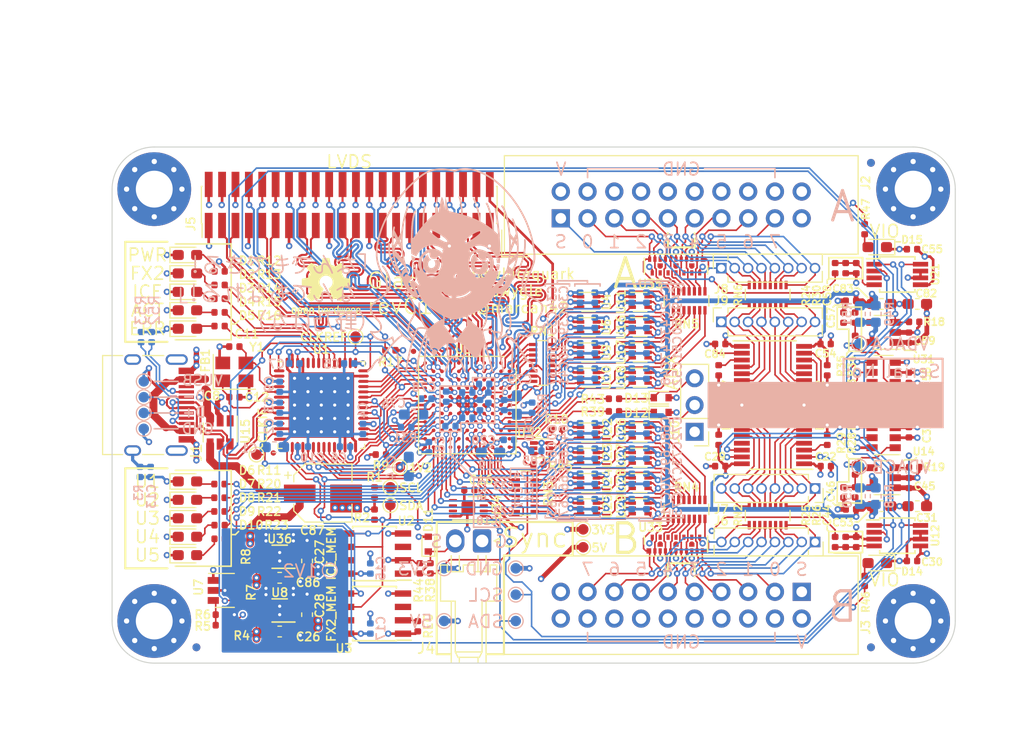
<source format=kicad_pcb>
(kicad_pcb (version 20171130) (host pcbnew 5.1.5)
  (layers (0 F.Cu signal) (1 In1.Cu power) (2 In2.Cu power) (31 B.Cu signal) (34 B.Paste user hide) (35 F.Paste user hide) (36 B.SilkS user) (37 F.SilkS user) (38 B.Mask user hide) (39 F.Mask user hide) (44 Edge.Cuts user))
  (net 0 "")
  (net 1 /SDA)
  (net 2 +3V3)
  (net 3 GND)
  (net 4 /SCL)
  (net 5 +5V)
  (net 6 /~CY_RESET)
  (net 7 /SHLD)
  (net 8 /USB_P)
  (net 9 /XTALOUT)
  (net 10 /XTALIN)
  (net 11 /USB_N)
  (net 12 /D0)
  (net 13 /D1)
  (net 14 /D2)
  (net 15 /D3)
  (net 16 /D4)
  (net 17 /D5)
  (net 18 /D6)
  (net 19 /D7)
  (net 20 /FLAGA)
  (net 21 /FLAGB)
  (net 22 /FLAGC)
  (net 23 /OE)
  (net 24 /A0)
  (net 25 /A1)
  (net 26 /PKTEND)
  (net 27 /FPGA_DONE)
  (net 28 /~FPGA_RESET)
  (net 29 +1V2)
  (net 30 /1V2EN)
  (net 31 /3V3EN)
  (net 32 /PGOOD)
  (net 33 /CLKIF)
  (net 34 /FLAGD)
  (net 35 /VUSB)
  (net 36 /LED_CY)
  (net 37 "Net-(D2-Pad2)")
  (net 38 "Net-(D5-Pad2)")
  (net 39 /LED_ERR)
  (net 40 /LED_ACT)
  (net 41 "Net-(D4-Pad2)")
  (net 42 "Net-(D3-Pad2)")
  (net 43 /LED_FPGA)
  (net 44 "Net-(D1-Pad2)")
  (net 45 /~ALERT)
  (net 46 "Net-(R27-Pad1)")
  (net 47 /CLKREF)
  (net 48 /ENVB)
  (net 49 /ENVA)
  (net 50 /WR)
  (net 51 /RD)
  (net 52 "Net-(RN3-Pad10)")
  (net 53 "Net-(RN3-Pad12)")
  (net 54 "Net-(RN3-Pad11)")
  (net 55 "Net-(RN3-Pad13)")
  (net 56 "Net-(RN3-Pad14)")
  (net 57 "Net-(RN3-Pad15)")
  (net 58 "Net-(RN3-Pad9)")
  (net 59 "Net-(RN3-Pad16)")
  (net 60 "Net-(RN1-Pad16)")
  (net 61 "Net-(RN1-Pad9)")
  (net 62 "Net-(RN1-Pad15)")
  (net 63 "Net-(RN1-Pad14)")
  (net 64 "Net-(RN1-Pad13)")
  (net 65 "Net-(RN1-Pad11)")
  (net 66 "Net-(RN1-Pad12)")
  (net 67 "Net-(RN1-Pad10)")
  (net 68 /VCCPLL1)
  (net 69 /VCCPLL0)
  (net 70 /GNDPLL1)
  (net 71 /GNDPLL0)
  (net 72 "Net-(D6-Pad2)")
  (net 73 "Net-(D10-Pad2)")
  (net 74 "Net-(D9-Pad2)")
  (net 75 "Net-(D8-Pad2)")
  (net 76 "Net-(D7-Pad2)")
  (net 77 "Net-(R33-Pad1)")
  (net 78 /IO_Banks/IO_Buffer_B/Y0)
  (net 79 /IO_Banks/IO_Buffer_B/Z0)
  (net 80 /IO_Banks/IO_Buffer_B/Y7)
  (net 81 /IO_Banks/IO_Buffer_B/Z7)
  (net 82 /IO_Banks/IO_Buffer_B/Y1)
  (net 83 /IO_Banks/IO_Buffer_B/Y2)
  (net 84 /IO_Banks/IO_Buffer_B/Y3)
  (net 85 /IO_Banks/IO_Buffer_B/Y4)
  (net 86 /IO_Banks/IO_Buffer_B/Y5)
  (net 87 /IO_Banks/IO_Buffer_B/Y6)
  (net 88 /IO_Banks/IO_Buffer_B/Z1)
  (net 89 /IO_Banks/IO_Buffer_B/Z2)
  (net 90 /IO_Banks/IO_Buffer_B/Z3)
  (net 91 /IO_Banks/IO_Buffer_B/Z5)
  (net 92 /IO_Banks/IO_Buffer_B/Z4)
  (net 93 /IO_Banks/IO_Buffer_B/Z6)
  (net 94 /IO_Banks/IO_Buffer_A/Y0)
  (net 95 /IO_Banks/IO_Buffer_A/Z0)
  (net 96 /IO_Banks/IO_Buffer_A/Y7)
  (net 97 /IO_Banks/IO_Buffer_A/Z7)
  (net 98 /IO_Banks/IO_Buffer_A/Y1)
  (net 99 /IO_Banks/IO_Buffer_A/Y2)
  (net 100 /IO_Banks/IO_Buffer_A/Y3)
  (net 101 /IO_Banks/IO_Buffer_A/Y4)
  (net 102 /IO_Banks/IO_Buffer_A/Y5)
  (net 103 /IO_Banks/IO_Buffer_A/Y6)
  (net 104 /IO_Banks/IO_Buffer_A/Z1)
  (net 105 /IO_Banks/IO_Buffer_A/Z2)
  (net 106 /IO_Banks/IO_Buffer_A/Z3)
  (net 107 /IO_Banks/IO_Buffer_A/Z5)
  (net 108 /IO_Banks/IO_Buffer_A/Z4)
  (net 109 /IO_Banks/IO_Buffer_A/Z6)
  (net 110 /IO_Banks/QB6)
  (net 111 /IO_Banks/QB5)
  (net 112 /IO_Banks/QB4)
  (net 113 /IO_Banks/QB3)
  (net 114 /IO_Banks/QB2)
  (net 115 /IO_Banks/QB1)
  (net 116 /IO_Banks/QB7)
  (net 117 /IO_Banks/QB0)
  (net 118 /IO_Banks/QA0)
  (net 119 /IO_Banks/QA7)
  (net 120 /IO_Banks/QA1)
  (net 121 /IO_Banks/QA2)
  (net 122 /IO_Banks/QA3)
  (net 123 /IO_Banks/QA4)
  (net 124 /IO_Banks/QA5)
  (net 125 /IO_Banks/QA6)
  (net 126 /IO_Banks/IO_Buffer_A/VSAMP)
  (net 127 /IO_Banks/U1)
  (net 128 /IO_Banks/IO_Buffer_A/VSENSE)
  (net 129 /IO_Banks/VIOB)
  (net 130 /IO_Banks/VIOA)
  (net 131 /IO_Banks/U2)
  (net 132 /IO_Banks/IO_Buffer_B/VSAMP)
  (net 133 /IO_Banks/IO_Buffer_B/VSENSE)
  (net 134 /IO_Banks/U5)
  (net 135 /IO_Banks/U4)
  (net 136 /IO_Banks/U3)
  (net 137 /IO_Banks/Z0_P)
  (net 138 /IO_Banks/Z2_N)
  (net 139 /IO_Banks/Z3_N)
  (net 140 /IO_Banks/Z3_P)
  (net 141 /IO_Banks/Z6_P)
  (net 142 /IO_Banks/Z8_P)
  (net 143 /IO_Banks/Z10_P)
  (net 144 /IO_Banks/Z11_P)
  (net 145 /IO_Banks/Z11_N)
  (net 146 /IO_Banks/Z0_N)
  (net 147 /IO_Banks/Z2_P)
  (net 148 /IO_Banks/Z4_P)
  (net 149 /IO_Banks/Z5_P)
  (net 150 /IO_Banks/Z6_N)
  (net 151 /IO_Banks/Z8_N)
  (net 152 /IO_Banks/Z10_N)
  (net 153 /IO_Banks/Z12_N)
  (net 154 /IO_Banks/Z12_P)
  (net 155 /IO_Banks/Z1_N)
  (net 156 /IO_Banks/Z4_N)
  (net 157 /IO_Banks/Z5_N)
  (net 158 /IO_Banks/Z7_N)
  (net 159 /IO_Banks/Z9_P)
  (net 160 /IO_Banks/Z9_N)
  (net 161 /IO_Banks/Z1_P)
  (net 162 /IO_Banks/VIO_AUX)
  (net 163 /IO_Banks/Z7_P)
  (net 164 /IO_Banks/DA0)
  (net 165 /IO_Banks/DA4)
  (net 166 /IO_Banks/DA6)
  (net 167 /IO_Banks/DA1)
  (net 168 /IO_Banks/DA3)
  (net 169 /IO_Banks/DA5)
  (net 170 /IO_Banks/DA7)
  (net 171 /IO_Banks/DB0)
  (net 172 /IO_Banks/DB4)
  (net 173 /IO_Banks/DB6)
  (net 174 /IO_Banks/DB1)
  (net 175 /IO_Banks/DB3)
  (net 176 /IO_Banks/DB5)
  (net 177 /IO_Banks/DB7)
  (net 178 /IO_Banks/DA2)
  (net 179 /IO_Banks/DB2)
  (net 180 "Net-(J7-Pad2)")
  (net 181 "Net-(J7-Pad4)")
  (net 182 "Net-(J7-Pad3)")
  (net 183 "Net-(J7-Pad5)")
  (net 184 "Net-(J7-Pad6)")
  (net 185 "Net-(J7-Pad7)")
  (net 186 "Net-(J7-Pad1)")
  (net 187 "Net-(J7-Pad8)")
  (net 188 "Net-(J9-Pad2)")
  (net 189 "Net-(J9-Pad4)")
  (net 190 "Net-(J9-Pad3)")
  (net 191 "Net-(J9-Pad5)")
  (net 192 "Net-(J9-Pad6)")
  (net 193 "Net-(J9-Pad7)")
  (net 194 "Net-(J9-Pad1)")
  (net 195 "Net-(J9-Pad8)")
  (net 196 /IO_Banks/IO_Buffer_B/VFB)
  (net 197 /IO_Banks/IO_Buffer_A/VFB)
  (net 198 /IO_Banks/~SYNC)
  (net 199 "Net-(R40-Pad1)")
  (net 200 "Net-(R37-Pad1)")
  (net 201 "Net-(R36-Pad1)")
  (net 202 "Net-(R10-Pad1)")
  (net 203 "Net-(R39-Pad2)")
  (net 204 "Net-(R43-Pad2)")
  (net 205 "Net-(R38-Pad2)")
  (net 206 "Net-(D12-Pad1)")
  (net 207 "Net-(D13-Pad1)")
  (net 208 "Net-(R45-Pad2)")
  (net 209 "Net-(R45-Pad1)")
  (net 210 "Net-(D14-Pad2)")
  (net 211 "Net-(D15-Pad2)")
  (net 212 "Net-(J2-Pad20)")
  (net 213 "Net-(J2-Pad19)")
  (net 214 "Net-(J3-Pad20)")
  (net 215 "Net-(J3-Pad19)")
  (net 216 "Net-(R48-Pad1)")
  (net 217 "Net-(R49-Pad1)")
  (net 218 "Net-(U1-Pad52)")
  (net 219 "Net-(U1-Pad46)")
  (net 220 "Net-(U2-Pad7)")
  (net 221 "Net-(U2-Pad3)")
  (net 222 "Net-(U2-Pad1)")
  (net 223 "Net-(U3-Pad7)")
  (net 224 "Net-(U3-Pad3)")
  (net 225 "Net-(U5-Pad13)")
  (net 226 "Net-(U19-Pad13)")
  (net 227 /IO_Banks/IO_Buffer_A/ADRDAC)
  (net 228 /IO_Banks/IO_Buffer_A/ADRADC)
  (net 229 "Net-(U30-PadB10)")
  (net 230 "Net-(U33-Pad21)")
  (net 231 "Net-(U33-Pad20)")
  (net 232 "Net-(U33-Pad17)")
  (net 233 "Net-(U33-Pad16)")
  (net 234 "Net-(U33-Pad13)")
  (net 235 "Net-(U33-Pad14)")
  (net 236 "Net-(U33-Pad15)")
  (net 237 "Net-(U33-Pad19)")
  (net 238 "Net-(U35-Pad21)")
  (net 239 "Net-(U35-Pad20)")
  (net 240 "Net-(U35-Pad17)")
  (net 241 "Net-(U35-Pad16)")
  (net 242 "Net-(U35-Pad13)")
  (net 243 "Net-(U35-Pad14)")
  (net 244 "Net-(U35-Pad15)")
  (net 245 "Net-(U35-Pad19)")
  (net 246 "Net-(J1-PadB8)")
  (net 247 /USB_CC1)
  (net 248 "Net-(J1-PadA8)")
  (net 249 /USB_CC2)
  (net 250 /VUSBIN)
  (module Connector_USB:USB_C_Receptacle_HRO_TYPE-C-31-M-12 (layer F.Cu) (at 53 95.5 270)
    (fp_text reference J1 (at 4.5 -5 90) (layer F.SilkS))
    (fp_text value USB_C_Receptacle_USB2.0)
    (pad B1 smd rect (at 3.25 -4.045 270) (size 0.6 1.45) (layers F.Cu F.Paste F.Mask) (net 3 GND))
    (pad A9 smd rect (at 2.45 -4.045 270) (size 0.6 1.45) (layers F.Cu F.Paste F.Mask) (net 250 /VUSBIN))
    (pad B9 smd rect (at -2.45 -4.045 270) (size 0.6 1.45) (layers F.Cu F.Paste F.Mask) (net 250 /VUSBIN))
    (pad B12 smd rect (at -3.25 -4.045 270) (size 0.6 1.45) (layers F.Cu F.Paste F.Mask) (net 3 GND))
    (pad A1 smd rect (at -3.25 -4.045 270) (size 0.6 1.45) (layers F.Cu F.Paste F.Mask) (net 3 GND))
    (pad A4 smd rect (at -2.45 -4.045 270) (size 0.6 1.45) (layers F.Cu F.Paste F.Mask) (net 250 /VUSBIN))
    (pad B4 smd rect (at 2.45 -4.045 270) (size 0.6 1.45) (layers F.Cu F.Paste F.Mask) (net 250 /VUSBIN))
    (pad A12 smd rect (at 3.25 -4.045 270) (size 0.6 1.45) (layers F.Cu F.Paste F.Mask) (net 3 GND))
    (pad B8 smd rect (at -1.75 -4.045 270) (size 0.3 1.45) (layers F.Cu F.Paste F.Mask) (net 246 "Net-(J1-PadB8)"))
    (pad A5 smd rect (at -1.25 -4.045 270) (size 0.3 1.45) (layers F.Cu F.Paste F.Mask) (net 247 /USB_CC1))
    (pad B7 smd rect (at -0.75 -4.045 270) (size 0.3 1.45) (layers F.Cu F.Paste F.Mask) (net 11 /USB_N))
    (pad A7 smd rect (at 0.25 -4.045 270) (size 0.3 1.45) (layers F.Cu F.Paste F.Mask) (net 11 /USB_N))
    (pad B6 smd rect (at 0.75 -4.045 270) (size 0.3 1.45) (layers F.Cu F.Paste F.Mask) (net 8 /USB_P))
    (pad A8 smd rect (at 1.25 -4.045 270) (size 0.3 1.45) (layers F.Cu F.Paste F.Mask) (net 248 "Net-(J1-PadA8)"))
    (pad B5 smd rect (at 1.75 -4.045 270) (size 0.3 1.45) (layers F.Cu F.Paste F.Mask) (net 249 /USB_CC2))
    (pad A6 smd rect (at -0.25 -4.045 270) (size 0.3 1.45) (layers F.Cu F.Paste F.Mask) (net 8 /USB_P))
    (pad S1 thru_hole oval (at 4.32 -3.13 270) (size 1 2.1) (drill oval 0.6 1.7) (layers *.Cu *.Mask) (net 7 /SHLD))
    (pad S1 thru_hole oval (at -4.32 -3.13 270) (size 1 2.1) (drill oval 0.6 1.7) (layers *.Cu *.Mask) (net 7 /SHLD))
    (pad "" np_thru_hole circle (at -2.89 -2.6 270) (size 0.65 0.65) (drill 0.65) (layers *.Cu *.Mask))
    (pad S1 thru_hole oval (at -4.32 1.05 270) (size 1 1.6) (drill oval 0.6 1.2) (layers *.Cu *.Mask) (net 7 /SHLD))
    (pad "" np_thru_hole circle (at 2.89 -2.6 270) (size 0.65 0.65) (drill 0.65) (layers *.Cu *.Mask))
    (pad S1 thru_hole oval (at 4.32 1.05 270) (size 1 1.6) (drill oval 0.6 1.2) (layers *.Cu *.Mask) (net 7 /SHLD))
  )
  (module Resistor_SMD:R_0402_1005Metric (layer B.Cu) (at 52.75 89.05 90)
    (fp_text reference R53 (at 2.55 0 270) (layer B.SilkS) (effects (justify mirror)))
    (fp_text value 5k11)
    (pad 2 smd roundrect (at 0.485 0 90) (size 0.59 0.64) (layers B.Cu B.Paste B.Mask) (net 3 GND))
    (pad 1 smd roundrect (at -0.485 0 90) (size 0.59 0.64) (layers B.Cu B.Paste B.Mask) (net 249 /USB_CC2))
  )
  (module Resistor_SMD:R_0402_1005Metric (layer B.Cu) (at 53.75 89.05 90)
    (fp_text reference R52 (at 2.55 0.25 270) (layer B.SilkS) (effects (justify mirror)))
    (fp_text value 5k11)
    (pad 2 smd roundrect (at 0.485 0 90) (size 0.59 0.64) (layers B.Cu B.Paste B.Mask) (net 3 GND))
    (pad 1 smd roundrect (at -0.485 0 90) (size 0.59 0.64) (layers B.Cu B.Paste B.Mask) (net 247 /USB_CC1))
  )
  (module Glasgow:Molex_KK-254_1x02_P2.54mm_Horizontal (layer F.Cu) (at 85.1 108.4)
    (fp_text reference J4 (at -5.3 10.2) (layer F.SilkS))
    (fp_text value Conn_01x02)
    (pad 1 thru_hole roundrect (at 0 0 180) (size 1.74 2.2) (drill 1.2) (layers *.Cu *.Mask) (roundrect_rratio 0.143678) (net 3 GND))
    (pad 2 thru_hole oval (at -2.54 0 180) (size 1.74 2.2) (drill 1.2) (layers *.Cu *.Mask) (net 198 /IO_Banks/~SYNC))
  )
  (module TestPoint:TestPoint_Pad_D1.0mm (layer B.Cu) (at 53.003978 94.750527)
    (fp_text reference TP16 hide)
    (fp_text value USBDM hide)
    (pad 1 smd circle (at 0 0) (size 1 1) (layers B.Cu B.Mask) (net 11 /USB_N))
  )
  (module TestPoint:TestPoint_Pad_D1.0mm (layer B.Cu) (at 120.9 89.65)
    (fp_text reference TP19 hide)
    (fp_text value VDAC hide)
    (pad 1 smd circle (at 0 0) (size 1 1) (layers B.Cu B.Mask) (net 77 "Net-(R33-Pad1)"))
  )
  (module TestPoint:TestPoint_Pad_D1.0mm (layer B.Cu) (at 120.9 101.35)
    (fp_text reference TP18 hide)
    (fp_text value VDAC hide)
    (pad 1 smd circle (at 0 0) (size 1 1) (layers B.Cu B.Mask) (net 46 "Net-(R27-Pad1)"))
  )
  (module Capacitor_SMD:CP_Elec_5x3.9 (layer F.Cu) (at 70 103.85)
    (fp_text reference C87 (at -1 3.55) (layer F.SilkS) (effects (font (size 0.8 0.8))))
    (fp_text value 150u)
    (pad 1 smd rect (at -2.2 0) (size 3 1.6) (layers F.Cu F.Paste F.Mask) (net 5 +5V))
    (pad 2 smd rect (at 2.2 0) (size 3 1.6) (layers F.Cu F.Paste F.Mask) (net 3 GND))
  )
  (module Resistor_SMD:R_0603_1608Metric (layer B.Cu) (at 120.95 86.85 90)
    (fp_text reference R51 (at 0 -1.2 90) (layer B.SilkS) (effects (font (size 0.8 0.8)) (justify mirror)))
    (fp_text value DNP)
    (pad 2 smd roundrect (at 0.7875 0 90) (size 0.875 0.95) (layers B.Cu B.Mask) (net 130 /IO_Banks/VIOA))
    (pad 1 smd roundrect (at -0.7875 0 90) (size 0.875 0.95) (layers B.Cu B.Mask) (net 217 "Net-(R49-Pad1)"))
  )
  (module Resistor_SMD:R_0603_1608Metric (layer B.Cu) (at 120.95 104.15 270)
    (fp_text reference R50 (at 0 1.2 270) (layer B.SilkS) (effects (font (size 0.8 0.8)) (justify mirror)))
    (fp_text value DNP)
    (pad 2 smd roundrect (at 0.7875 0 270) (size 0.875 0.95) (layers B.Cu B.Mask) (net 129 /IO_Banks/VIOB))
    (pad 1 smd roundrect (at -0.7875 0 270) (size 0.875 0.95) (layers B.Cu B.Mask) (net 216 "Net-(R48-Pad1)"))
  )
  (module Glasgow:nono_hana (layer B.Cu) (at 73.8 82.5 180)
    (fp_text reference NONO_HANA hide)
    (fp_text value MECHOKKU hide)
  )
  (module Package_TO_SOT_SMD:SOT-23-5 (layer F.Cu) (at 123.2 88.6 180)
    (fp_text reference U31 (at -3.8 -2.55 180) (layer F.SilkS) (effects (font (size 0.7 0.7))))
    (fp_text value TPS73101DBV)
    (pad 5 smd rect (at 1.1 -0.95 180) (size 1.06 0.65) (layers F.Cu F.Paste F.Mask) (net 217 "Net-(R49-Pad1)"))
    (pad 4 smd rect (at 1.1 0.95 180) (size 1.06 0.65) (layers F.Cu F.Paste F.Mask) (net 197 /IO_Banks/IO_Buffer_A/VFB))
    (pad 3 smd rect (at -1.1 0.95 180) (size 1.06 0.65) (layers F.Cu F.Paste F.Mask) (net 49 /ENVA))
    (pad 2 smd rect (at -1.1 0 180) (size 1.06 0.65) (layers F.Cu F.Paste F.Mask) (net 3 GND))
    (pad 1 smd rect (at -1.1 -0.95 180) (size 1.06 0.65) (layers F.Cu F.Paste F.Mask) (net 5 +5V))
  )
  (module Resistor_SMD:R_0603_1608Metric (layer B.Cu) (at 122.45 86.85 90)
    (fp_text reference R49 (at 0 1.3 90) (layer B.SilkS) (effects (font (size 0.8 0.8)) (justify mirror)))
    (fp_text value 0.68)
    (pad 2 smd roundrect (at 0.7875 0 90) (size 0.875 0.95) (layers B.Cu B.Paste B.Mask) (net 130 /IO_Banks/VIOA))
    (pad 1 smd roundrect (at -0.7875 0 90) (size 0.875 0.95) (layers B.Cu B.Paste B.Mask) (net 217 "Net-(R49-Pad1)"))
  )
  (module Resistor_SMD:R_0603_1608Metric (layer B.Cu) (at 122.45 104.15 270)
    (fp_text reference R48 (at 0 -1.3 270) (layer B.SilkS) (effects (font (size 0.8 0.8)) (justify mirror)))
    (fp_text value 0.68)
    (pad 2 smd roundrect (at 0.7875 0 270) (size 0.875 0.95) (layers B.Cu B.Paste B.Mask) (net 129 /IO_Banks/VIOB))
    (pad 1 smd roundrect (at -0.7875 0 270) (size 0.875 0.95) (layers B.Cu B.Paste B.Mask) (net 216 "Net-(R48-Pad1)"))
  )
  (module Glasgow:DFN-6-1EP_2x2mm_P0.65mm_EP1x1.6mm_ThermalVias (layer F.Cu) (at 65.9 109.9 180)
    (fp_text reference U36 (at 0 1.7 180) (layer F.SilkS) (effects (font (size 0.8 0.8))))
    (fp_text value TLV73312PQDRVRQ1)
    (pad 7 smd rect (at 0 0 180) (size 1 1.6) (layers B.Cu) (net 3 GND))
    (pad 7 thru_hole circle (at 0 0.4 180) (size 0.65 0.65) (drill 0.3) (layers *.Cu) (net 3 GND))
    (pad 7 thru_hole circle (at 0 -0.4 180) (size 0.65 0.65) (drill 0.3) (layers *.Cu) (net 3 GND))
    (pad 1 smd rect (at -1.05 -0.65 180) (size 0.65 0.35) (layers F.Cu F.Paste F.Mask) (net 29 +1V2))
    (pad 2 smd rect (at -1.05 0 180) (size 0.65 0.35) (layers F.Cu F.Paste F.Mask) (net 29 +1V2))
    (pad 3 smd rect (at -1.05 0.65 180) (size 0.65 0.35) (layers F.Cu F.Paste F.Mask) (net 3 GND))
    (pad 4 smd rect (at 1.05 0.65 180) (size 0.65 0.35) (layers F.Cu F.Paste F.Mask) (net 30 /1V2EN))
    (pad 5 smd rect (at 1.05 0 180) (size 0.65 0.35) (layers F.Cu F.Paste F.Mask) (net 5 +5V))
    (pad 6 smd rect (at 1.05 -0.65 180) (size 0.65 0.35) (layers F.Cu F.Paste F.Mask) (net 5 +5V))
    (pad 7 smd rect (at 0 0 180) (size 1 1.6) (layers F.Cu F.Mask) (net 3 GND))
  )
  (module Glasgow:DFN-6-1EP_2x2mm_P0.65mm_EP1x1.6mm_ThermalVias (layer F.Cu) (at 65.9 115 180)
    (fp_text reference U8 (at 0 1.7 180) (layer F.SilkS) (effects (font (size 0.8 0.8))))
    (fp_text value TLV75533PDRVR)
    (pad 7 smd rect (at 0 0 180) (size 1 1.6) (layers B.Cu) (net 3 GND))
    (pad 7 thru_hole circle (at 0 0.4 180) (size 0.65 0.65) (drill 0.3) (layers *.Cu) (net 3 GND))
    (pad 7 thru_hole circle (at 0 -0.4 180) (size 0.65 0.65) (drill 0.3) (layers *.Cu) (net 3 GND))
    (pad 1 smd rect (at -1.05 -0.65 180) (size 0.65 0.35) (layers F.Cu F.Paste F.Mask) (net 2 +3V3))
    (pad 2 smd rect (at -1.05 0 180) (size 0.65 0.35) (layers F.Cu F.Paste F.Mask) (net 2 +3V3))
    (pad 3 smd rect (at -1.05 0.65 180) (size 0.65 0.35) (layers F.Cu F.Paste F.Mask) (net 3 GND))
    (pad 4 smd rect (at 1.05 0.65 180) (size 0.65 0.35) (layers F.Cu F.Paste F.Mask) (net 31 /3V3EN))
    (pad 5 smd rect (at 1.05 0 180) (size 0.65 0.35) (layers F.Cu F.Paste F.Mask) (net 5 +5V))
    (pad 6 smd rect (at 1.05 -0.65 180) (size 0.65 0.35) (layers F.Cu F.Paste F.Mask) (net 5 +5V))
    (pad 7 smd rect (at 0 0 180) (size 1 1.6) (layers F.Cu F.Mask) (net 3 GND))
  )
  (module Capacitor_SMD:C_0603_1608Metric_Pad1.05x0.95mm_HandSolder (layer F.Cu) (at 65.9 111.9 180)
    (fp_text reference C86 (at -2.7 -0.45 180) (layer F.SilkS) (effects (font (size 0.8 0.8))))
    (fp_text value 4u7)
    (pad 2 smd roundrect (at 0.875 0 180) (size 1.05 0.95) (layers F.Cu F.Paste F.Mask) (net 5 +5V))
    (pad 1 smd roundrect (at -0.875 0 180) (size 1.05 0.95) (layers F.Cu F.Paste F.Mask) (net 3 GND))
  )
  (module Crystal:Crystal_SMD_3225-4Pin_3.2x2.5mm (layer F.Cu) (at 61.6 92.35)
    (fp_text reference Y1 (at 2.15 -2.35 180) (layer F.SilkS) (effects (font (size 0.8 0.8))))
    (fp_text value 24M)
    (pad 4 smd rect (at -1.1 -0.85) (size 1.4 1.2) (layers F.Cu F.Paste F.Mask) (net 3 GND))
    (pad 3 smd rect (at 1.1 -0.85) (size 1.4 1.2) (layers F.Cu F.Paste F.Mask) (net 9 /XTALOUT))
    (pad 2 smd rect (at 1.1 0.85) (size 1.4 1.2) (layers F.Cu F.Paste F.Mask) (net 3 GND))
    (pad 1 smd rect (at -1.1 0.85) (size 1.4 1.2) (layers F.Cu F.Paste F.Mask) (net 10 /XTALIN))
  )
  (module LED_SMD:LED_0603_1608Metric_Pad1.05x0.95mm_HandSolder (layer F.Cu) (at 57.15 109.75)
    (fp_text reference D10 (at 6.05 -2.85) (layer F.SilkS) (effects (font (size 0.8 0.8))))
    (fp_text value BLU)
    (pad 2 smd roundrect (at 0.875 0) (size 1.05 0.95) (layers F.Cu F.Paste F.Mask) (net 73 "Net-(D10-Pad2)"))
    (pad 1 smd roundrect (at -0.875 0) (size 1.05 0.95) (layers F.Cu F.Paste F.Mask) (net 3 GND))
  )
  (module LED_SMD:LED_0603_1608Metric_Pad1.05x0.95mm_HandSolder (layer F.Cu) (at 57.15 108)
    (fp_text reference D9 (at 5.65 -2.4) (layer F.SilkS) (effects (font (size 0.8 0.8))))
    (fp_text value PNK)
    (pad 2 smd roundrect (at 0.875 0) (size 1.05 0.95) (layers F.Cu F.Paste F.Mask) (net 74 "Net-(D9-Pad2)"))
    (pad 1 smd roundrect (at -0.875 0) (size 1.05 0.95) (layers F.Cu F.Paste F.Mask) (net 3 GND))
  )
  (module LED_SMD:LED_0603_1608Metric_Pad1.05x0.95mm_HandSolder (layer F.Cu) (at 57.15 106.25)
    (fp_text reference D8 (at 5.65 -1.95) (layer F.SilkS) (effects (font (size 0.8 0.8))))
    (fp_text value WHT)
    (pad 2 smd roundrect (at 0.875 0) (size 1.05 0.95) (layers F.Cu F.Paste F.Mask) (net 75 "Net-(D8-Pad2)"))
    (pad 1 smd roundrect (at -0.875 0) (size 1.05 0.95) (layers F.Cu F.Paste F.Mask) (net 3 GND))
  )
  (module LED_SMD:LED_0603_1608Metric_Pad1.05x0.95mm_HandSolder (layer F.Cu) (at 57.15 104.5)
    (fp_text reference D7 (at 5.65 -1.5) (layer F.SilkS) (effects (font (size 0.8 0.8))))
    (fp_text value PNK)
    (pad 2 smd roundrect (at 0.875 0) (size 1.05 0.95) (layers F.Cu F.Paste F.Mask) (net 76 "Net-(D7-Pad2)"))
    (pad 1 smd roundrect (at -0.875 0) (size 1.05 0.95) (layers F.Cu F.Paste F.Mask) (net 3 GND))
  )
  (module LED_SMD:LED_0603_1608Metric_Pad1.05x0.95mm_HandSolder (layer F.Cu) (at 57.15 102.75)
    (fp_text reference D6 (at 5.65 -1.05) (layer F.SilkS) (effects (font (size 0.8 0.8))))
    (fp_text value BLU)
    (pad 2 smd roundrect (at 0.875 0) (size 1.05 0.95) (layers F.Cu F.Paste F.Mask) (net 72 "Net-(D6-Pad2)"))
    (pad 1 smd roundrect (at -0.875 0) (size 1.05 0.95) (layers F.Cu F.Paste F.Mask) (net 3 GND))
  )
  (module LED_SMD:LED_0603_1608Metric_Pad1.05x0.95mm_HandSolder (layer F.Cu) (at 57.15 88.25)
    (fp_text reference D5 (at 5.65 -1.25) (layer F.SilkS) (effects (font (size 0.8 0.8))))
    (fp_text value RED)
    (pad 2 smd roundrect (at 0.875 0) (size 1.05 0.95) (layers F.Cu F.Paste F.Mask) (net 38 "Net-(D5-Pad2)"))
    (pad 1 smd roundrect (at -0.875 0) (size 1.05 0.95) (layers F.Cu F.Paste F.Mask) (net 3 GND))
  )
  (module LED_SMD:LED_0603_1608Metric_Pad1.05x0.95mm_HandSolder (layer F.Cu) (at 57.15 86.5)
    (fp_text reference D4 (at 5.65 -0.8) (layer F.SilkS) (effects (font (size 0.8 0.8))))
    (fp_text value YEL)
    (pad 2 smd roundrect (at 0.875 0) (size 1.05 0.95) (layers F.Cu F.Paste F.Mask) (net 41 "Net-(D4-Pad2)"))
    (pad 1 smd roundrect (at -0.875 0) (size 1.05 0.95) (layers F.Cu F.Paste F.Mask) (net 3 GND))
  )
  (module LED_SMD:LED_0603_1608Metric_Pad1.05x0.95mm_HandSolder (layer F.Cu) (at 57.15 84.75)
    (fp_text reference D3 (at 5.65 -0.35) (layer F.SilkS) (effects (font (size 0.8 0.8))))
    (fp_text value GRN)
    (pad 2 smd roundrect (at 0.875 0) (size 1.05 0.95) (layers F.Cu F.Paste F.Mask) (net 42 "Net-(D3-Pad2)"))
    (pad 1 smd roundrect (at -0.875 0) (size 1.05 0.95) (layers F.Cu F.Paste F.Mask) (net 3 GND))
  )
  (module LED_SMD:LED_0603_1608Metric_Pad1.05x0.95mm_HandSolder (layer F.Cu) (at 57.15 83)
    (fp_text reference D2 (at 5.65 0.1) (layer F.SilkS) (effects (font (size 0.8 0.8))))
    (fp_text value GRN)
    (pad 2 smd roundrect (at 0.875 0) (size 1.05 0.95) (layers F.Cu F.Paste F.Mask) (net 37 "Net-(D2-Pad2)"))
    (pad 1 smd roundrect (at -0.875 0) (size 1.05 0.95) (layers F.Cu F.Paste F.Mask) (net 3 GND))
  )
  (module LED_SMD:LED_0603_1608Metric_Pad1.05x0.95mm_HandSolder (layer F.Cu) (at 57.15 81.25)
    (fp_text reference D1 (at 5.65 0.55) (layer F.SilkS) (effects (font (size 0.8 0.8))))
    (fp_text value GRN)
    (pad 2 smd roundrect (at 0.875 0) (size 1.05 0.95) (layers F.Cu F.Paste F.Mask) (net 44 "Net-(D1-Pad2)"))
    (pad 1 smd roundrect (at -0.875 0) (size 1.05 0.95) (layers F.Cu F.Paste F.Mask) (net 3 GND))
  )
  (module Resistor_SMD:R_0402_1005Metric (layer F.Cu) (at 121.4 78.8 270)
    (fp_text reference R47 (at -1.9 -0.1 270) (layer F.SilkS) (effects (font (size 0.7 0.7))))
    (fp_text value 20k)
    (pad 2 smd roundrect (at 0.485 0 270) (size 0.59 0.64) (layers F.Cu F.Paste F.Mask) (net 211 "Net-(D15-Pad2)"))
    (pad 1 smd roundrect (at -0.485 0 270) (size 0.59 0.64) (layers F.Cu F.Paste F.Mask) (net 49 /ENVA))
  )
  (module Resistor_SMD:R_0402_1005Metric (layer F.Cu) (at 121.4 112.2 90)
    (fp_text reference R46 (at -2 0.1 90) (layer F.SilkS) (effects (font (size 0.7 0.7))))
    (fp_text value 20k)
    (pad 2 smd roundrect (at 0.485 0 90) (size 0.59 0.64) (layers F.Cu F.Paste F.Mask) (net 210 "Net-(D14-Pad2)"))
    (pad 1 smd roundrect (at -0.485 0 90) (size 0.59 0.64) (layers F.Cu F.Paste F.Mask) (net 48 /ENVB))
  )
  (module LED_SMD:LED_0603_1608Metric_Pad1.05x0.95mm_HandSolder (layer F.Cu) (at 122.6 80.5 180)
    (fp_text reference D15 (at -3.3 0.7 180) (layer F.SilkS) (effects (font (size 0.7 0.7))))
    (fp_text value GRN)
    (pad 2 smd roundrect (at 0.875 0 180) (size 1.05 0.95) (layers F.Cu F.Paste F.Mask) (net 211 "Net-(D15-Pad2)"))
    (pad 1 smd roundrect (at -0.875 0 180) (size 1.05 0.95) (layers F.Cu F.Paste F.Mask) (net 3 GND))
  )
  (module LED_SMD:LED_0603_1608Metric_Pad1.05x0.95mm_HandSolder (layer F.Cu) (at 122.6 110.5 180)
    (fp_text reference D14 (at -3.3 -0.8 180) (layer F.SilkS) (effects (font (size 0.7 0.7))))
    (fp_text value GRN)
    (pad 2 smd roundrect (at 0.875 0 180) (size 1.05 0.95) (layers F.Cu F.Paste F.Mask) (net 210 "Net-(D14-Pad2)"))
    (pad 1 smd roundrect (at -0.875 0 180) (size 1.05 0.95) (layers F.Cu F.Paste F.Mask) (net 3 GND))
  )
  (module TestPoint:TestPoint_Pad_D1.0mm (layer B.Cu) (at 70.65 111.2)
    (fp_text reference TP17 hide)
    (fp_text value 1V2 hide)
    (pad 1 smd circle (at 0 0) (size 1 1) (layers B.Cu B.Mask) (net 29 +1V2))
  )
  (module Glasgow:SOT-563 (layer F.Cu) (at 90.75 99.6)
    (fp_text reference U32 (at -1.15 -1.5 180) (layer F.SilkS) (effects (font (size 0.8 0.8))))
    (fp_text value SN74LVC1T45DRL)
    (pad 5 smd rect (at 0.75 0) (size 0.7 0.35) (layers F.Cu F.Paste F.Mask) (net 202 "Net-(R10-Pad1)"))
    (pad 4 smd rect (at 0.75 0.5) (size 0.7 0.35) (layers F.Cu F.Paste F.Mask) (net 205 "Net-(R38-Pad2)"))
    (pad 2 smd rect (at -0.75 0) (size 0.7 0.35) (layers F.Cu F.Paste F.Mask) (net 3 GND))
    (pad 6 smd rect (at 0.75 -0.5) (size 0.7 0.35) (layers F.Cu F.Paste F.Mask) (net 2 +3V3))
    (pad 3 smd rect (at -0.75 0.5) (size 0.7 0.35) (layers F.Cu F.Paste F.Mask) (net 209 "Net-(R45-Pad1)"))
    (pad 1 smd rect (at -0.75 -0.5) (size 0.7 0.35) (layers F.Cu F.Paste F.Mask) (net 2 +3V3))
  )
  (module Resistor_SMD:R_0402_1005Metric (layer F.Cu) (at 90.45 101.15 180)
    (fp_text reference R45 (at -2.1 -0.15 180) (layer F.SilkS) (effects (font (size 0.8 0.8))))
    (fp_text value 47)
    (pad 2 smd roundrect (at 0.485 0 180) (size 0.59 0.64) (layers F.Cu F.Paste F.Mask) (net 208 "Net-(R45-Pad2)"))
    (pad 1 smd roundrect (at -0.485 0 180) (size 0.59 0.64) (layers F.Cu F.Paste F.Mask) (net 209 "Net-(R45-Pad1)"))
  )
  (module TestPoint:TestPoint_Pad_D1.0mm (layer B.Cu) (at 53.003978 96.250527)
    (fp_text reference TP15 hide)
    (fp_text value USBDP hide)
    (pad 1 smd circle (at 0 0) (size 1 1) (layers B.Cu B.Mask) (net 8 /USB_P))
  )
  (module TestPoint:TestPoint_Pad_D1.0mm (layer B.Cu) (at 53.003978 97.750527)
    (fp_text reference TP14 hide)
    (fp_text value USBGND hide)
    (pad 1 smd circle (at 0 0) (size 1 1) (layers B.Cu B.Mask) (net 3 GND))
  )
  (module TestPoint:TestPoint_Pad_D1.0mm (layer B.Cu) (at 53.003978 93.250527)
    (fp_text reference TP13 hide)
    (fp_text value VBUS hide)
    (pad 1 smd circle (at 0 0) (size 1 1) (layers B.Cu B.Mask) (net 250 /VUSBIN))
  )
  (module Resistor_SMD:R_0402_1005Metric (layer F.Cu) (at 79.2 111 90)
    (fp_text reference R44 (at -2.1 -0.1 90) (layer F.SilkS) (effects (font (size 0.8 0.8))))
    (fp_text value 10k)
    (pad 2 smd roundrect (at 0.485 0 90) (size 0.59 0.64) (layers F.Cu F.Paste F.Mask) (net 2 +3V3))
    (pad 1 smd roundrect (at -0.485 0 90) (size 0.59 0.64) (layers F.Cu F.Paste F.Mask) (net 198 /IO_Banks/~SYNC))
  )
  (module Diode_SMD:D_SOD-523 (layer F.Cu) (at 80 108.7 90)
    (fp_text reference D11 (at 2.3 0 90) (layer F.SilkS) (effects (font (size 0.8 0.8))))
    (fp_text value ESD5Z5.0T1G)
    (pad 1 smd rect (at -0.7 0 270) (size 0.6 0.7) (layers F.Cu F.Paste F.Mask) (net 198 /IO_Banks/~SYNC))
    (pad 2 smd rect (at 0.7 0 270) (size 0.6 0.7) (layers F.Cu F.Paste F.Mask) (net 3 GND))
  )
  (module Glasgow:UDFN-18-3EP_5.5x1.5mm_P0.5mm_EP0.5x0.5mm (layer F.Cu) (at 103.5 82.3 180)
    (fp_text reference U35 (at 2.4 -1.7 180) (layer F.SilkS) (effects (font (size 0.8 0.8))))
    (fp_text value MG2040)
    (pad 21 smd custom (at 1.5 0 180) (size 0.3 0.3) (layers F.Cu F.Paste F.Mask) (net 238 "Net-(U35-Pad21)") (options (clearance outline) (anchor rect)) (primitives (gr_poly (pts (xy -0.25 0.25) (xy -0.25 -0.1) (xy -0.1 -0.25) (xy 0.1 -0.25) (xy 0.25 -0.1) (xy 0.25 0.25)) (width 0))))
    (pad 20 smd custom (at 0 0 180) (size 0.3 0.3) (layers F.Cu F.Paste F.Mask) (net 239 "Net-(U35-Pad20)") (options (clearance outline) (anchor rect)) (primitives (gr_poly (pts (xy -0.25 0.25) (xy -0.25 -0.1) (xy -0.1 -0.25) (xy 0.1 -0.25) (xy 0.25 -0.1) (xy 0.25 0.25)) (width 0))))
    (pad 11 smd rect (at 2.5 0.65 180) (size 0.3 0.5) (layers F.Cu F.Paste F.Mask) (net 95 /IO_Banks/IO_Buffer_A/Z0))
    (pad 10 smd rect (at 2 0.65 180) (size 0.3 0.5) (layers F.Cu F.Paste F.Mask) (net 104 /IO_Banks/IO_Buffer_A/Z1))
    (pad 9 smd rect (at 1.5 0.65 180) (size 0.3 0.5) (layers F.Cu F.Paste F.Mask) (net 128 /IO_Banks/IO_Buffer_A/VSENSE))
    (pad 8 smd rect (at 1 0.65 180) (size 0.3 0.5) (layers F.Cu F.Paste F.Mask) (net 105 /IO_Banks/IO_Buffer_A/Z2))
    (pad 7 smd rect (at 0.5 0.65 180) (size 0.3 0.5) (layers F.Cu F.Paste F.Mask) (net 106 /IO_Banks/IO_Buffer_A/Z3))
    (pad 1 smd rect (at -2.5 0.65 180) (size 0.45 0.5) (drill (offset -0.075 0)) (layers F.Cu F.Paste F.Mask) (net 97 /IO_Banks/IO_Buffer_A/Z7))
    (pad 2 smd rect (at -2 0.65 180) (size 0.3 0.5) (layers F.Cu F.Paste F.Mask) (net 109 /IO_Banks/IO_Buffer_A/Z6))
    (pad 4 smd rect (at -1 0.65 180) (size 0.3 0.5) (layers F.Cu F.Paste F.Mask) (net 107 /IO_Banks/IO_Buffer_A/Z5))
    (pad 5 smd rect (at -0.5 0.65 180) (size 0.3 0.5) (layers F.Cu F.Paste F.Mask) (net 108 /IO_Banks/IO_Buffer_A/Z4))
    (pad 3 smd rect (at -1.5 0.65 180) (size 0.3 0.5) (layers F.Cu F.Paste F.Mask) (net 130 /IO_Banks/VIOA))
    (pad 18 smd rect (at -2.25 -0.65 180) (size 0.3 0.5) (layers F.Cu F.Paste F.Mask) (net 3 GND))
    (pad 17 smd rect (at -1.5 -0.65 180) (size 0.3 0.5) (layers F.Cu F.Paste F.Mask) (net 240 "Net-(U35-Pad17)"))
    (pad 16 smd rect (at -0.75 -0.65 180) (size 0.3 0.5) (layers F.Cu F.Paste F.Mask) (net 241 "Net-(U35-Pad16)"))
    (pad 12 smd rect (at 2.25 -0.65 180) (size 0.3 0.5) (layers F.Cu F.Paste F.Mask) (net 3 GND))
    (pad 13 smd rect (at 1.5 -0.65 180) (size 0.3 0.5) (layers F.Cu F.Paste F.Mask) (net 242 "Net-(U35-Pad13)"))
    (pad 14 smd rect (at 0.75 -0.65 180) (size 0.3 0.5) (layers F.Cu F.Paste F.Mask) (net 243 "Net-(U35-Pad14)"))
    (pad 6 smd rect (at 0 0.65 180) (size 0.3 0.5) (layers F.Cu F.Paste F.Mask) (net 130 /IO_Banks/VIOA))
    (pad 15 smd rect (at 0 -0.65 180) (size 0.3 0.5) (layers F.Cu F.Paste F.Mask) (net 244 "Net-(U35-Pad15)"))
    (pad 19 smd custom (at -1.5 0 180) (size 0.3 0.3) (layers F.Cu F.Paste F.Mask) (net 245 "Net-(U35-Pad19)") (options (clearance outline) (anchor rect)) (primitives (gr_poly (pts (xy -0.25 0.25) (xy -0.25 -0.1) (xy -0.1 -0.25) (xy 0.1 -0.25) (xy 0.25 -0.1) (xy 0.25 0.25)) (width 0))))
  )
  (module Glasgow:UDFN-18-3EP_5.5x1.5mm_P0.5mm_EP0.5x0.5mm (layer F.Cu) (at 103.5 108.7)
    (fp_text reference U33 (at -2.4 -1.6) (layer F.SilkS) (effects (font (size 0.8 0.8))))
    (fp_text value MG2040)
    (pad 21 smd custom (at 1.5 0) (size 0.3 0.3) (layers F.Cu F.Paste F.Mask) (net 230 "Net-(U33-Pad21)") (options (clearance outline) (anchor rect)) (primitives (gr_poly (pts (xy -0.25 0.25) (xy -0.25 -0.1) (xy -0.1 -0.25) (xy 0.1 -0.25) (xy 0.25 -0.1) (xy 0.25 0.25)) (width 0))))
    (pad 20 smd custom (at 0 0) (size 0.3 0.3) (layers F.Cu F.Paste F.Mask) (net 231 "Net-(U33-Pad20)") (options (clearance outline) (anchor rect)) (primitives (gr_poly (pts (xy -0.25 0.25) (xy -0.25 -0.1) (xy -0.1 -0.25) (xy 0.1 -0.25) (xy 0.25 -0.1) (xy 0.25 0.25)) (width 0))))
    (pad 11 smd rect (at 2.5 0.65) (size 0.3 0.5) (layers F.Cu F.Paste F.Mask) (net 79 /IO_Banks/IO_Buffer_B/Z0))
    (pad 10 smd rect (at 2 0.65) (size 0.3 0.5) (layers F.Cu F.Paste F.Mask) (net 88 /IO_Banks/IO_Buffer_B/Z1))
    (pad 9 smd rect (at 1.5 0.65) (size 0.3 0.5) (layers F.Cu F.Paste F.Mask) (net 133 /IO_Banks/IO_Buffer_B/VSENSE))
    (pad 8 smd rect (at 1 0.65) (size 0.3 0.5) (layers F.Cu F.Paste F.Mask) (net 89 /IO_Banks/IO_Buffer_B/Z2))
    (pad 7 smd rect (at 0.5 0.65) (size 0.3 0.5) (layers F.Cu F.Paste F.Mask) (net 90 /IO_Banks/IO_Buffer_B/Z3))
    (pad 1 smd rect (at -2.5 0.65) (size 0.45 0.5) (drill (offset -0.075 0)) (layers F.Cu F.Paste F.Mask) (net 81 /IO_Banks/IO_Buffer_B/Z7))
    (pad 2 smd rect (at -2 0.65) (size 0.3 0.5) (layers F.Cu F.Paste F.Mask) (net 93 /IO_Banks/IO_Buffer_B/Z6))
    (pad 4 smd rect (at -1 0.65) (size 0.3 0.5) (layers F.Cu F.Paste F.Mask) (net 91 /IO_Banks/IO_Buffer_B/Z5))
    (pad 5 smd rect (at -0.5 0.65) (size 0.3 0.5) (layers F.Cu F.Paste F.Mask) (net 92 /IO_Banks/IO_Buffer_B/Z4))
    (pad 3 smd rect (at -1.5 0.65) (size 0.3 0.5) (layers F.Cu F.Paste F.Mask) (net 129 /IO_Banks/VIOB))
    (pad 18 smd rect (at -2.25 -0.65) (size 0.3 0.5) (layers F.Cu F.Paste F.Mask) (net 3 GND))
    (pad 17 smd rect (at -1.5 -0.65) (size 0.3 0.5) (layers F.Cu F.Paste F.Mask) (net 232 "Net-(U33-Pad17)"))
    (pad 16 smd rect (at -0.75 -0.65) (size 0.3 0.5) (layers F.Cu F.Paste F.Mask) (net 233 "Net-(U33-Pad16)"))
    (pad 12 smd rect (at 2.25 -0.65) (size 0.3 0.5) (layers F.Cu F.Paste F.Mask) (net 3 GND))
    (pad 13 smd rect (at 1.5 -0.65) (size 0.3 0.5) (layers F.Cu F.Paste F.Mask) (net 234 "Net-(U33-Pad13)"))
    (pad 14 smd rect (at 0.75 -0.65) (size 0.3 0.5) (layers F.Cu F.Paste F.Mask) (net 235 "Net-(U33-Pad14)"))
    (pad 6 smd rect (at 0 0.65) (size 0.3 0.5) (layers F.Cu F.Paste F.Mask) (net 129 /IO_Banks/VIOB))
    (pad 15 smd rect (at 0 -0.65) (size 0.3 0.5) (layers F.Cu F.Paste F.Mask) (net 236 "Net-(U33-Pad15)"))
    (pad 19 smd custom (at -1.5 0) (size 0.3 0.3) (layers F.Cu F.Paste F.Mask) (net 237 "Net-(U33-Pad19)") (options (clearance outline) (anchor rect)) (primitives (gr_poly (pts (xy -0.25 0.25) (xy -0.25 -0.1) (xy -0.1 -0.25) (xy 0.1 -0.25) (xy 0.25 -0.1) (xy 0.25 0.25)) (width 0))))
  )
  (module Connector_IDC:IDC-Header_2x10_P2.54mm_Vertical (layer F.Cu) (at 92.57 77.77 90)
    (fp_text reference J2 (at 3.37 28.93 90) (layer F.SilkS) (effects (font (size 0.8 0.8))))
    (fp_text value Conn_02x10_Odd_Even)
    (pad 20 thru_hole oval (at 2.54 22.86 90) (size 1.7272 1.7272) (drill 1.016) (layers *.Cu *.Mask) (net 212 "Net-(J2-Pad20)"))
    (pad 19 thru_hole oval (at 0 22.86 90) (size 1.7272 1.7272) (drill 1.016) (layers *.Cu *.Mask) (net 213 "Net-(J2-Pad19)"))
    (pad 18 thru_hole oval (at 2.54 20.32 90) (size 1.7272 1.7272) (drill 1.016) (layers *.Cu *.Mask) (net 3 GND))
    (pad 17 thru_hole oval (at 0 20.32 90) (size 1.7272 1.7272) (drill 1.016) (layers *.Cu *.Mask) (net 97 /IO_Banks/IO_Buffer_A/Z7))
    (pad 16 thru_hole oval (at 2.54 17.78 90) (size 1.7272 1.7272) (drill 1.016) (layers *.Cu *.Mask) (net 3 GND))
    (pad 15 thru_hole oval (at 0 17.78 90) (size 1.7272 1.7272) (drill 1.016) (layers *.Cu *.Mask) (net 109 /IO_Banks/IO_Buffer_A/Z6))
    (pad 14 thru_hole oval (at 2.54 15.24 90) (size 1.7272 1.7272) (drill 1.016) (layers *.Cu *.Mask) (net 3 GND))
    (pad 13 thru_hole oval (at 0 15.24 90) (size 1.7272 1.7272) (drill 1.016) (layers *.Cu *.Mask) (net 107 /IO_Banks/IO_Buffer_A/Z5))
    (pad 12 thru_hole oval (at 2.54 12.7 90) (size 1.7272 1.7272) (drill 1.016) (layers *.Cu *.Mask) (net 3 GND))
    (pad 11 thru_hole oval (at 0 12.7 90) (size 1.7272 1.7272) (drill 1.016) (layers *.Cu *.Mask) (net 108 /IO_Banks/IO_Buffer_A/Z4))
    (pad 10 thru_hole oval (at 2.54 10.16 90) (size 1.7272 1.7272) (drill 1.016) (layers *.Cu *.Mask) (net 3 GND))
    (pad 9 thru_hole oval (at 0 10.16 90) (size 1.7272 1.7272) (drill 1.016) (layers *.Cu *.Mask) (net 106 /IO_Banks/IO_Buffer_A/Z3))
    (pad 8 thru_hole oval (at 2.54 7.62 90) (size 1.7272 1.7272) (drill 1.016) (layers *.Cu *.Mask) (net 3 GND))
    (pad 7 thru_hole oval (at 0 7.62 90) (size 1.7272 1.7272) (drill 1.016) (layers *.Cu *.Mask) (net 105 /IO_Banks/IO_Buffer_A/Z2))
    (pad 6 thru_hole oval (at 2.54 5.08 90) (size 1.7272 1.7272) (drill 1.016) (layers *.Cu *.Mask) (net 3 GND))
    (pad 5 thru_hole oval (at 0 5.08 90) (size 1.7272 1.7272) (drill 1.016) (layers *.Cu *.Mask) (net 104 /IO_Banks/IO_Buffer_A/Z1))
    (pad 4 thru_hole oval (at 2.54 2.54 90) (size 1.7272 1.7272) (drill 1.016) (layers *.Cu *.Mask) (net 3 GND))
    (pad 3 thru_hole oval (at 0 2.54 90) (size 1.7272 1.7272) (drill 1.016) (layers *.Cu *.Mask) (net 95 /IO_Banks/IO_Buffer_A/Z0))
    (pad 2 thru_hole oval (at 2.54 0 90) (size 1.7272 1.7272) (drill 1.016) (layers *.Cu *.Mask) (net 130 /IO_Banks/VIOA))
    (pad 1 thru_hole rect (at 0 0 90) (size 1.7272 1.7272) (drill 1.016) (layers *.Cu *.Mask) (net 128 /IO_Banks/IO_Buffer_A/VSENSE))
  )
  (module Connector_PinSocket_1.27mm:PinSocket_1x08_P1.27mm_Vertical (layer F.Cu) (at 116.7 103.42 270)
    (fp_text reference J7 (at 1.98 8.9 180) (layer F.SilkS) (effects (font (size 0.8 0.8))))
    (fp_text value Conn_01x08)
    (pad 8 thru_hole oval (at 0 8.89 270) (size 1 1) (drill 0.7) (layers *.Cu *.Mask) (net 187 "Net-(J7-Pad8)"))
    (pad 7 thru_hole oval (at 0 7.62 270) (size 1 1) (drill 0.7) (layers *.Cu *.Mask) (net 185 "Net-(J7-Pad7)"))
    (pad 6 thru_hole oval (at 0 6.35 270) (size 1 1) (drill 0.7) (layers *.Cu *.Mask) (net 184 "Net-(J7-Pad6)"))
    (pad 5 thru_hole oval (at 0 5.08 270) (size 1 1) (drill 0.7) (layers *.Cu *.Mask) (net 183 "Net-(J7-Pad5)"))
    (pad 4 thru_hole oval (at 0 3.81 270) (size 1 1) (drill 0.7) (layers *.Cu *.Mask) (net 181 "Net-(J7-Pad4)"))
    (pad 3 thru_hole oval (at 0 2.54 270) (size 1 1) (drill 0.7) (layers *.Cu *.Mask) (net 182 "Net-(J7-Pad3)"))
    (pad 2 thru_hole oval (at 0 1.27 270) (size 1 1) (drill 0.7) (layers *.Cu *.Mask) (net 180 "Net-(J7-Pad2)"))
    (pad 1 thru_hole rect (at 0 0 270) (size 1 1) (drill 0.7) (layers *.Cu *.Mask) (net 186 "Net-(J7-Pad1)"))
  )
  (module Connector_PinSocket_1.27mm:PinSocket_1x08_P1.27mm_Vertical (layer F.Cu) (at 116.7 108.5 270)
    (fp_text reference J6 (at -2 8.9) (layer F.SilkS) (effects (font (size 0.8 0.8))))
    (fp_text value Conn_01x08)
    (pad 8 thru_hole oval (at 0 8.89 270) (size 1 1) (drill 0.7) (layers *.Cu *.Mask) (net 81 /IO_Banks/IO_Buffer_B/Z7))
    (pad 7 thru_hole oval (at 0 7.62 270) (size 1 1) (drill 0.7) (layers *.Cu *.Mask) (net 93 /IO_Banks/IO_Buffer_B/Z6))
    (pad 6 thru_hole oval (at 0 6.35 270) (size 1 1) (drill 0.7) (layers *.Cu *.Mask) (net 91 /IO_Banks/IO_Buffer_B/Z5))
    (pad 5 thru_hole oval (at 0 5.08 270) (size 1 1) (drill 0.7) (layers *.Cu *.Mask) (net 92 /IO_Banks/IO_Buffer_B/Z4))
    (pad 4 thru_hole oval (at 0 3.81 270) (size 1 1) (drill 0.7) (layers *.Cu *.Mask) (net 90 /IO_Banks/IO_Buffer_B/Z3))
    (pad 3 thru_hole oval (at 0 2.54 270) (size 1 1) (drill 0.7) (layers *.Cu *.Mask) (net 89 /IO_Banks/IO_Buffer_B/Z2))
    (pad 2 thru_hole oval (at 0 1.27 270) (size 1 1) (drill 0.7) (layers *.Cu *.Mask) (net 88 /IO_Banks/IO_Buffer_B/Z1))
    (pad 1 thru_hole rect (at 0 0 270) (size 1 1) (drill 0.7) (layers *.Cu *.Mask) (net 79 /IO_Banks/IO_Buffer_B/Z0))
  )
  (module Resistor_SMD:R_0402_1005Metric (layer F.Cu) (at 80.2 111 270)
    (fp_text reference R38 (at 2.085 0 270) (layer F.SilkS) (effects (font (size 0.8 0.8))))
    (fp_text value 47)
    (pad 2 smd roundrect (at 0.485 0 270) (size 0.59 0.64) (layers F.Cu F.Paste F.Mask) (net 205 "Net-(R38-Pad2)"))
    (pad 1 smd roundrect (at -0.485 0 270) (size 0.59 0.64) (layers F.Cu F.Paste F.Mask) (net 198 /IO_Banks/~SYNC))
  )
  (module Resistor_SMD:R_0402_1005Metric (layer F.Cu) (at 97.615 94.9 180)
    (fp_text reference R43 (at 2.015 -0.05 180) (layer F.SilkS) (effects (font (size 0.8 0.8))))
    (fp_text value 47)
    (pad 2 smd roundrect (at 0.485 0 180) (size 0.59 0.64) (layers F.Cu F.Paste F.Mask) (net 204 "Net-(R43-Pad2)"))
    (pad 1 smd roundrect (at -0.485 0 180) (size 0.59 0.64) (layers F.Cu F.Paste F.Mask) (net 207 "Net-(D13-Pad1)"))
  )
  (module Resistor_SMD:R_0402_1005Metric (layer F.Cu) (at 97.615 96.1 180)
    (fp_text reference R39 (at 2.015 -0.05 180) (layer F.SilkS) (effects (font (size 0.8 0.8))))
    (fp_text value 47)
    (pad 2 smd roundrect (at 0.485 0 180) (size 0.59 0.64) (layers F.Cu F.Paste F.Mask) (net 203 "Net-(R39-Pad2)"))
    (pad 1 smd roundrect (at -0.485 0 180) (size 0.59 0.64) (layers F.Cu F.Paste F.Mask) (net 206 "Net-(D12-Pad1)"))
  )
  (module TestPoint:TestPoint_Pad_D1.0mm (layer B.Cu) (at 81.5 116)
    (fp_text reference TP8 hide)
    (fp_text value 5V hide)
    (pad 1 smd circle (at 0 0) (size 1 1) (layers B.Cu B.Mask) (net 5 +5V))
  )
  (module TestPoint:TestPoint_Pad_D1.0mm (layer B.Cu) (at 81.5 111)
    (fp_text reference TP9 hide)
    (fp_text value 3V3 hide)
    (pad 1 smd circle (at 0 0) (size 1 1) (layers B.Cu B.Mask) (net 2 +3V3))
  )
  (module TestPoint:TestPoint_Pad_D1.0mm (layer B.Cu) (at 88.3 116)
    (fp_text reference TP10 hide)
    (fp_text value SDA hide)
    (pad 1 smd circle (at 0 0) (size 1 1) (layers B.Cu B.Mask) (net 1 /SDA))
  )
  (module TestPoint:TestPoint_Pad_D1.0mm (layer B.Cu) (at 88.3 113.5)
    (fp_text reference TP11 hide)
    (fp_text value SCL hide)
    (pad 1 smd circle (at 0 0) (size 1 1) (layers B.Cu B.Mask) (net 4 /SCL))
  )
  (module TestPoint:TestPoint_Pad_D1.0mm (layer B.Cu) (at 88.3 111)
    (fp_text reference TP12 hide)
    (fp_text value GND hide)
    (pad 1 smd circle (at 0 0) (size 1 1) (layers B.Cu B.Mask) (net 3 GND))
  )
  (module Connector_PinHeader_2.54mm:PinHeader_1x03_P2.54mm_Vertical (layer F.Cu) (at 105.27 98.04 180)
    (fp_text reference J10 (at 1.87 0.04 270) (layer F.SilkS) (effects (font (size 0.8 0.8))))
    (fp_text value Conn_01x03)
    (pad 3 thru_hole oval (at 0 5.08 180) (size 1.7 1.7) (drill 1) (layers *.Cu *.Mask) (net 207 "Net-(D13-Pad1)"))
    (pad 2 thru_hole oval (at 0 2.54 180) (size 1.7 1.7) (drill 1) (layers *.Cu *.Mask) (net 206 "Net-(D12-Pad1)"))
    (pad 1 thru_hole rect (at 0 0 180) (size 1.7 1.7) (drill 1) (layers *.Cu *.Mask) (net 3 GND))
  )
  (module Package_BGA:BGA-121_9.0x9.0mm_Layout11x11_P0.8mm_Ball0.4mm_Pad0.35mm_NSMD (layer F.Cu) (at 83.7 95.5 270)
    (fp_text reference U30 (at -5.3 0 180) (layer F.SilkS) (effects (font (size 0.8 0.8))))
    (fp_text value ICE40HX8K-BG121)
    (pad L11 smd circle (at 4 4 270) (size 0.35 0.35) (layers F.Cu F.Paste F.Mask) (net 2 +3V3))
    (pad K11 smd circle (at 4 3.2 270) (size 0.35 0.35) (layers F.Cu F.Paste F.Mask) (net 177 /IO_Banks/DB7))
    (pad J11 smd circle (at 4 2.4 270) (size 0.35 0.35) (layers F.Cu F.Paste F.Mask) (net 176 /IO_Banks/DB5))
    (pad H11 smd circle (at 4 1.6 270) (size 0.35 0.35) (layers F.Cu F.Paste F.Mask) (net 175 /IO_Banks/DB3))
    (pad G11 smd circle (at 4 0.8 270) (size 0.35 0.35) (layers F.Cu F.Paste F.Mask) (net 174 /IO_Banks/DB1))
    (pad F11 smd circle (at 4 0 270) (size 0.35 0.35) (layers F.Cu F.Paste F.Mask) (net 110 /IO_Banks/QB6))
    (pad E11 smd circle (at 4 -0.8 270) (size 0.35 0.35) (layers F.Cu F.Paste F.Mask) (net 111 /IO_Banks/QB5))
    (pad D11 smd circle (at 4 -1.6 270) (size 0.35 0.35) (layers F.Cu F.Paste F.Mask) (net 113 /IO_Banks/QB3))
    (pad C11 smd circle (at 4 -2.4 270) (size 0.35 0.35) (layers F.Cu F.Paste F.Mask) (net 115 /IO_Banks/QB1))
    (pad B11 smd circle (at 4 -3.2 270) (size 0.35 0.35) (layers F.Cu F.Paste F.Mask) (net 117 /IO_Banks/QB0))
    (pad A11 smd circle (at 4 -4 270) (size 0.35 0.35) (layers F.Cu F.Paste F.Mask) (net 208 "Net-(R45-Pad2)"))
    (pad L10 smd circle (at 3.2 4 270) (size 0.35 0.35) (layers F.Cu F.Paste F.Mask) (net 16 /D4))
    (pad K10 smd circle (at 3.2 3.2 270) (size 0.35 0.35) (layers F.Cu F.Paste F.Mask) (net 15 /D3))
    (pad J10 smd circle (at 3.2 2.4 270) (size 0.35 0.35) (layers F.Cu F.Paste F.Mask) (net 173 /IO_Banks/DB6))
    (pad H10 smd circle (at 3.2 1.6 270) (size 0.35 0.35) (layers F.Cu F.Paste F.Mask) (net 172 /IO_Banks/DB4))
    (pad G10 smd circle (at 3.2 0.8 270) (size 0.35 0.35) (layers F.Cu F.Paste F.Mask) (net 179 /IO_Banks/DB2))
    (pad F10 smd circle (at 3.2 0 270) (size 0.35 0.35) (layers F.Cu F.Paste F.Mask) (net 116 /IO_Banks/QB7))
    (pad E10 smd circle (at 3.2 -0.8 270) (size 0.35 0.35) (layers F.Cu F.Paste F.Mask) (net 112 /IO_Banks/QB4))
    (pad D10 smd circle (at 3.2 -1.6 270) (size 0.35 0.35) (layers F.Cu F.Paste F.Mask) (net 114 /IO_Banks/QB2))
    (pad C10 smd circle (at 3.2 -2.4 270) (size 0.35 0.35) (layers F.Cu F.Paste F.Mask) (net 2 +3V3))
    (pad B10 smd circle (at 3.2 -3.2 270) (size 0.35 0.35) (layers F.Cu F.Paste F.Mask) (net 229 "Net-(U30-PadB10)"))
    (pad A10 smd circle (at 3.2 -4 270) (size 0.35 0.35) (layers F.Cu F.Paste F.Mask) (net 203 "Net-(R39-Pad2)"))
    (pad L9 smd circle (at 2.4 4 270) (size 0.35 0.35) (layers F.Cu F.Paste F.Mask) (net 28 /~FPGA_RESET))
    (pad K9 smd circle (at 2.4 3.2 270) (size 0.35 0.35) (layers F.Cu F.Paste F.Mask) (net 17 /D5))
    (pad J9 smd circle (at 2.4 2.4 270) (size 0.35 0.35) (layers F.Cu F.Paste F.Mask) (net 14 /D2))
    (pad H9 smd circle (at 2.4 1.6 270) (size 0.35 0.35) (layers F.Cu F.Paste F.Mask) (net 4 /SCL))
    (pad G9 smd circle (at 2.4 0.8 270) (size 0.35 0.35) (layers F.Cu F.Paste F.Mask) (net 127 /IO_Banks/U1))
    (pad F9 smd circle (at 2.4 0 270) (size 0.35 0.35) (layers F.Cu F.Paste F.Mask) (net 171 /IO_Banks/DB0))
    (pad E9 smd circle (at 2.4 -0.8 270) (size 0.35 0.35) (layers F.Cu F.Paste F.Mask) (net 136 /IO_Banks/U3))
    (pad D9 smd circle (at 2.4 -1.6 270) (size 0.35 0.35) (layers F.Cu F.Paste F.Mask) (net 135 /IO_Banks/U4))
    (pad C9 smd circle (at 2.4 -2.4 270) (size 0.35 0.35) (layers F.Cu F.Paste F.Mask) (net 204 "Net-(R43-Pad2)"))
    (pad B9 smd circle (at 2.4 -3.2 270) (size 0.35 0.35) (layers F.Cu F.Paste F.Mask) (net 166 /IO_Banks/DA6))
    (pad A9 smd circle (at 2.4 -4 270) (size 0.35 0.35) (layers F.Cu F.Paste F.Mask) (net 170 /IO_Banks/DA7))
    (pad L8 smd circle (at 1.6 4 270) (size 0.35 0.35) (layers F.Cu F.Paste F.Mask) (net 18 /D6))
    (pad K8 smd circle (at 1.6 3.2 270) (size 0.35 0.35) (layers F.Cu F.Paste F.Mask) (net 27 /FPGA_DONE))
    (pad J8 smd circle (at 1.6 2.4 270) (size 0.35 0.35) (layers F.Cu F.Paste F.Mask) (net 1 /SDA))
    (pad H8 smd circle (at 1.6 1.6 270) (size 0.35 0.35) (layers F.Cu F.Paste F.Mask) (net 29 +1V2))
    (pad G8 smd circle (at 1.6 0.8 270) (size 0.35 0.35) (layers F.Cu F.Paste F.Mask) (net 131 /IO_Banks/U2))
    (pad F8 smd circle (at 1.6 0 270) (size 0.35 0.35) (layers F.Cu F.Paste F.Mask) (net 2 +3V3))
    (pad E8 smd circle (at 1.6 -0.8 270) (size 0.35 0.35) (layers F.Cu F.Paste F.Mask) (net 134 /IO_Banks/U5))
    (pad D8 smd circle (at 1.6 -1.6 270) (size 0.35 0.35) (layers F.Cu F.Paste F.Mask) (net 29 +1V2))
    (pad C8 smd circle (at 1.6 -2.4 270) (size 0.35 0.35) (layers F.Cu F.Paste F.Mask) (net 167 /IO_Banks/DA1))
    (pad B8 smd circle (at 1.6 -3.2 270) (size 0.35 0.35) (layers F.Cu F.Paste F.Mask) (net 165 /IO_Banks/DA4))
    (pad A8 smd circle (at 1.6 -4 270) (size 0.35 0.35) (layers F.Cu F.Paste F.Mask) (net 169 /IO_Banks/DA5))
    (pad L7 smd circle (at 0.8 4 270) (size 0.35 0.35) (layers F.Cu F.Paste F.Mask) (net 20 /FLAGA))
    (pad K7 smd circle (at 0.8 3.2 270) (size 0.35 0.35) (layers F.Cu F.Paste F.Mask) (net 19 /D7))
    (pad J7 smd circle (at 0.8 2.4 270) (size 0.35 0.35) (layers F.Cu F.Paste F.Mask) (net 13 /D1))
    (pad H7 smd circle (at 0.8 1.6 270) (size 0.35 0.35) (layers F.Cu F.Paste F.Mask) (net 12 /D0))
    (pad G7 smd circle (at 0.8 0.8 270) (size 0.35 0.35) (layers F.Cu F.Paste F.Mask) (net 3 GND))
    (pad F7 smd circle (at 0.8 0 270) (size 0.35 0.35) (layers F.Cu F.Paste F.Mask) (net 3 GND))
    (pad E7 smd circle (at 0.8 -0.8 270) (size 0.35 0.35) (layers F.Cu F.Paste F.Mask) (net 3 GND))
    (pad D7 smd circle (at 0.8 -1.6 270) (size 0.35 0.35) (layers F.Cu F.Paste F.Mask) (net 178 /IO_Banks/DA2))
    (pad C7 smd circle (at 0.8 -2.4 270) (size 0.35 0.35) (layers F.Cu F.Paste F.Mask) (net 164 /IO_Banks/DA0))
    (pad B7 smd circle (at 0.8 -3.2 270) (size 0.35 0.35) (layers F.Cu F.Paste F.Mask) (net 125 /IO_Banks/QA6))
    (pad A7 smd circle (at 0.8 -4 270) (size 0.35 0.35) (layers F.Cu F.Paste F.Mask) (net 168 /IO_Banks/DA3))
    (pad L6 smd circle (at 0 4 270) (size 0.35 0.35) (layers F.Cu F.Paste F.Mask) (net 71 /GNDPLL0))
    (pad K6 smd circle (at 0 3.2 270) (size 0.35 0.35) (layers F.Cu F.Paste F.Mask) (net 33 /CLKIF))
    (pad J6 smd circle (at 0 2.4 270) (size 0.35 0.35) (layers F.Cu F.Paste F.Mask) (net 69 /VCCPLL0))
    (pad H6 smd circle (at 0 1.6 270) (size 0.35 0.35) (layers F.Cu F.Paste F.Mask) (net 2 +3V3))
    (pad G6 smd circle (at 0 0.8 270) (size 0.35 0.35) (layers F.Cu F.Paste F.Mask) (net 3 GND))
    (pad F6 smd circle (at 0 0 270) (size 0.35 0.35) (layers F.Cu F.Paste F.Mask) (net 3 GND))
    (pad E6 smd circle (at 0 -0.8 270) (size 0.35 0.35) (layers F.Cu F.Paste F.Mask) (net 3 GND))
    (pad D6 smd circle (at 0 -1.6 270) (size 0.35 0.35) (layers F.Cu F.Paste F.Mask) (net 2 +3V3))
    (pad C6 smd circle (at 0 -2.4 270) (size 0.35 0.35) (layers F.Cu F.Paste F.Mask) (net 68 /VCCPLL1))
    (pad B6 smd circle (at 0 -3.2 270) (size 0.35 0.35) (layers F.Cu F.Paste F.Mask) (net 123 /IO_Banks/QA4))
    (pad A6 smd circle (at 0 -4 270) (size 0.35 0.35) (layers F.Cu F.Paste F.Mask) (net 125 /IO_Banks/QA6))
    (pad L5 smd circle (at -0.8 4 270) (size 0.35 0.35) (layers F.Cu F.Paste F.Mask) (net 47 /CLKREF))
    (pad K5 smd circle (at -0.8 3.2 270) (size 0.35 0.35) (layers F.Cu F.Paste F.Mask) (net 21 /FLAGB))
    (pad J5 smd circle (at -0.8 2.4 270) (size 0.35 0.35) (layers F.Cu F.Paste F.Mask) (net 51 /RD))
    (pad H5 smd circle (at -0.8 1.6 270) (size 0.35 0.35) (layers F.Cu F.Paste F.Mask) (net 3 GND))
    (pad G5 smd circle (at -0.8 0.8 270) (size 0.35 0.35) (layers F.Cu F.Paste F.Mask) (net 3 GND))
    (pad F5 smd circle (at -0.8 0 270) (size 0.35 0.35) (layers F.Cu F.Paste F.Mask) (net 3 GND))
    (pad E5 smd circle (at -0.8 -0.8 270) (size 0.35 0.35) (layers F.Cu F.Paste F.Mask) (net 3 GND))
    (pad D5 smd circle (at -0.8 -1.6 270) (size 0.35 0.35) (layers F.Cu F.Paste F.Mask) (net 47 /CLKREF))
    (pad C5 smd circle (at -0.8 -2.4 270) (size 0.35 0.35) (layers F.Cu F.Paste F.Mask) (net 70 /GNDPLL1))
    (pad B5 smd circle (at -0.8 -3.2 270) (size 0.35 0.35) (layers F.Cu F.Paste F.Mask) (net 123 /IO_Banks/QA4))
    (pad A5 smd circle (at -0.8 -4 270) (size 0.35 0.35) (layers F.Cu F.Paste F.Mask) (net 119 /IO_Banks/QA7))
    (pad L4 smd circle (at -1.6 4 270) (size 0.35 0.35) (layers F.Cu F.Paste F.Mask) (net 22 /FLAGC))
    (pad K4 smd circle (at -1.6 3.2 270) (size 0.35 0.35) (layers F.Cu F.Paste F.Mask) (net 45 /~ALERT))
    (pad J4 smd circle (at -1.6 2.4 270) (size 0.35 0.35) (layers F.Cu F.Paste F.Mask) (net 50 /WR))
    (pad H4 smd circle (at -1.6 1.6 270) (size 0.35 0.35) (layers F.Cu F.Paste F.Mask) (net 29 +1V2))
    (pad G4 smd circle (at -1.6 0.8 270) (size 0.35 0.35) (layers F.Cu F.Paste F.Mask) (net 162 /IO_Banks/VIO_AUX))
    (pad F4 smd circle (at -1.6 0 270) (size 0.35 0.35) (layers F.Cu F.Paste F.Mask) (net 163 /IO_Banks/Z7_P))
    (pad E4 smd circle (at -1.6 -0.8 270) (size 0.35 0.35) (layers F.Cu F.Paste F.Mask) (net 162 /IO_Banks/VIO_AUX))
    (pad D4 smd circle (at -1.6 -1.6 270) (size 0.35 0.35) (layers F.Cu F.Paste F.Mask) (net 29 +1V2))
    (pad C4 smd circle (at -1.6 -2.4 270) (size 0.35 0.35) (layers F.Cu F.Paste F.Mask) (net 161 /IO_Banks/Z1_P))
    (pad B4 smd circle (at -1.6 -3.2 270) (size 0.35 0.35) (layers F.Cu F.Paste F.Mask) (net 202 "Net-(R10-Pad1)"))
    (pad A4 smd circle (at -1.6 -4 270) (size 0.35 0.35) (layers F.Cu F.Paste F.Mask) (net 124 /IO_Banks/QA5))
    (pad L3 smd circle (at -2.4 4 270) (size 0.35 0.35) (layers F.Cu F.Paste F.Mask) (net 23 /OE))
    (pad K3 smd circle (at -2.4 3.2 270) (size 0.35 0.35) (layers F.Cu F.Paste F.Mask) (net 24 /A0))
    (pad J3 smd circle (at -2.4 2.4 270) (size 0.35 0.35) (layers F.Cu F.Paste F.Mask) (net 34 /FLAGD))
    (pad H3 smd circle (at -2.4 1.6 270) (size 0.35 0.35) (layers F.Cu F.Paste F.Mask) (net 160 /IO_Banks/Z9_N))
    (pad G3 smd circle (at -2.4 0.8 270) (size 0.35 0.35) (layers F.Cu F.Paste F.Mask) (net 159 /IO_Banks/Z9_P))
    (pad F3 smd circle (at -2.4 0 270) (size 0.35 0.35) (layers F.Cu F.Paste F.Mask) (net 158 /IO_Banks/Z7_N))
    (pad E3 smd circle (at -2.4 -0.8 270) (size 0.35 0.35) (layers F.Cu F.Paste F.Mask) (net 157 /IO_Banks/Z5_N))
    (pad D3 smd circle (at -2.4 -1.6 270) (size 0.35 0.35) (layers F.Cu F.Paste F.Mask) (net 156 /IO_Banks/Z4_N))
    (pad C3 smd circle (at -2.4 -2.4 270) (size 0.35 0.35) (layers F.Cu F.Paste F.Mask) (net 155 /IO_Banks/Z1_N))
    (pad B3 smd circle (at -2.4 -3.2 270) (size 0.35 0.35) (layers F.Cu F.Paste F.Mask) (net 121 /IO_Banks/QA2))
    (pad A3 smd circle (at -2.4 -4 270) (size 0.35 0.35) (layers F.Cu F.Paste F.Mask) (net 122 /IO_Banks/QA3))
    (pad L2 smd circle (at -3.2 4 270) (size 0.35 0.35) (layers F.Cu F.Paste F.Mask) (net 25 /A1))
    (pad K2 smd circle (at -3.2 3.2 270) (size 0.35 0.35) (layers F.Cu F.Paste F.Mask) (net 154 /IO_Banks/Z12_P))
    (pad J2 smd circle (at -3.2 2.4 270) (size 0.35 0.35) (layers F.Cu F.Paste F.Mask) (net 153 /IO_Banks/Z12_N))
    (pad H2 smd circle (at -3.2 1.6 270) (size 0.35 0.35) (layers F.Cu F.Paste F.Mask) (net 152 /IO_Banks/Z10_N))
    (pad G2 smd circle (at -3.2 0.8 270) (size 0.35 0.35) (layers F.Cu F.Paste F.Mask) (net 151 /IO_Banks/Z8_N))
    (pad F2 smd circle (at -3.2 0 270) (size 0.35 0.35) (layers F.Cu F.Paste F.Mask) (net 150 /IO_Banks/Z6_N))
    (pad E2 smd circle (at -3.2 -0.8 270) (size 0.35 0.35) (layers F.Cu F.Paste F.Mask) (net 149 /IO_Banks/Z5_P))
    (pad D2 smd circle (at -3.2 -1.6 270) (size 0.35 0.35) (layers F.Cu F.Paste F.Mask) (net 148 /IO_Banks/Z4_P))
    (pad C2 smd circle (at -3.2 -2.4 270) (size 0.35 0.35) (layers F.Cu F.Paste F.Mask) (net 147 /IO_Banks/Z2_P))
    (pad B2 smd circle (at -3.2 -3.2 270) (size 0.35 0.35) (layers F.Cu F.Paste F.Mask) (net 146 /IO_Banks/Z0_N))
    (pad A2 smd circle (at -3.2 -4 270) (size 0.35 0.35) (layers F.Cu F.Paste F.Mask) (net 120 /IO_Banks/QA1))
    (pad L1 smd circle (at -4 4 270) (size 0.35 0.35) (layers F.Cu F.Paste F.Mask) (net 26 /PKTEND))
    (pad K1 smd circle (at -4 3.2 270) (size 0.35 0.35) (layers F.Cu F.Paste F.Mask) (net 145 /IO_Banks/Z11_N))
    (pad J1 smd circle (at -4 2.4 270) (size 0.35 0.35) (layers F.Cu F.Paste F.Mask) (net 144 /IO_Banks/Z11_P))
    (pad H1 smd circle (at -4 1.6 270) (size 0.35 0.35) (layers F.Cu F.Paste F.Mask) (net 143 /IO_Banks/Z10_P))
    (pad G1 smd circle (at -4 0.8 270) (size 0.35 0.35) (layers F.Cu F.Paste F.Mask) (net 142 /IO_Banks/Z8_P))
    (pad F1 smd circle (at -4 0 270) (size 0.35 0.35) (layers F.Cu F.Paste F.Mask) (net 141 /IO_Banks/Z6_P))
    (pad E1 smd circle (at -4 -0.8 270) (size 0.35 0.35) (layers F.Cu F.Paste F.Mask) (net 140 /IO_Banks/Z3_P))
    (pad D1 smd circle (at -4 -1.6 270) (size 0.35 0.35) (layers F.Cu F.Paste F.Mask) (net 139 /IO_Banks/Z3_N))
    (pad C1 smd circle (at -4 -2.4 270) (size 0.35 0.35) (layers F.Cu F.Paste F.Mask) (net 138 /IO_Banks/Z2_N))
    (pad B1 smd circle (at -4 -3.2 270) (size 0.35 0.35) (layers F.Cu F.Paste F.Mask) (net 137 /IO_Banks/Z0_P))
    (pad A1 smd circle (at -4 -4 270) (size 0.35 0.35) (layers F.Cu F.Paste F.Mask) (net 118 /IO_Banks/QA0))
  )
  (module Capacitor_SMD:C_0402_1005Metric (layer B.Cu) (at 90.25 99.85 180)
    (fp_text reference C85 (at 0.2 -0.95 180) (layer B.SilkS) (effects (font (size 0.8 0.8)) (justify mirror)))
    (fp_text value u1)
    (pad 2 smd roundrect (at 0.485 0 180) (size 0.59 0.64) (layers B.Cu B.Paste B.Mask) (net 3 GND))
    (pad 1 smd roundrect (at -0.485 0 180) (size 0.59 0.64) (layers B.Cu B.Paste B.Mask) (net 2 +3V3))
  )
  (module Capacitor_SMD:C_0402_1005Metric (layer F.Cu) (at 117.715 101.3)
    (fp_text reference C22 (at -0.015 -0.9) (layer F.SilkS) (effects (font (size 0.7 0.7))))
    (fp_text value u1)
    (pad 2 smd roundrect (at 0.485 0) (size 0.59 0.64) (layers F.Cu F.Paste F.Mask) (net 3 GND))
    (pad 1 smd roundrect (at -0.485 0) (size 0.59 0.64) (layers F.Cu F.Paste F.Mask) (net 2 +3V3))
  )
  (module Package_TO_SOT_SMD:SOT-23-6 (layer F.Cu) (at 123.2 92.4 180)
    (fp_text reference U20 (at 0 -2.25 180) (layer F.SilkS) (effects (font (size 0.7 0.7))))
    (fp_text value DAC081C081CIMK)
    (pad 5 smd rect (at 1.1 0 180) (size 1.06 0.65) (layers F.Cu F.Paste F.Mask) (net 4 /SCL))
    (pad 6 smd rect (at 1.1 -0.95 180) (size 1.06 0.65) (layers F.Cu F.Paste F.Mask) (net 227 /IO_Banks/IO_Buffer_A/ADRDAC))
    (pad 4 smd rect (at 1.1 0.95 180) (size 1.06 0.65) (layers F.Cu F.Paste F.Mask) (net 1 /SDA))
    (pad 3 smd rect (at -1.1 0.95 180) (size 1.06 0.65) (layers F.Cu F.Paste F.Mask) (net 3 GND))
    (pad 2 smd rect (at -1.1 0 180) (size 1.06 0.65) (layers F.Cu F.Paste F.Mask) (net 2 +3V3))
    (pad 1 smd rect (at -1.1 -0.95 180) (size 1.06 0.65) (layers F.Cu F.Paste F.Mask) (net 77 "Net-(R33-Pad1)"))
  )
  (module Resistor_SMD:R_0402_1005Metric (layer F.Cu) (at 107.55 98.8 270)
    (fp_text reference R41 (at -1.9 -0.75 270) (layer F.SilkS) (effects (font (size 0.7 0.7))))
    (fp_text value 1k)
    (pad 2 smd roundrect (at 0.485 0 270) (size 0.59 0.64) (layers F.Cu F.Paste F.Mask) (net 129 /IO_Banks/VIOB))
    (pad 1 smd roundrect (at -0.485 0 270) (size 0.59 0.64) (layers F.Cu F.Paste F.Mask) (net 3 GND))
  )
  (module Resistor_SMD:R_0402_1005Metric (layer F.Cu) (at 117.85 92.2 90)
    (fp_text reference R42 (at -1.95 -0.7 90) (layer F.SilkS) (effects (font (size 0.7 0.7))))
    (fp_text value 1k)
    (pad 2 smd roundrect (at 0.485 0 90) (size 0.59 0.64) (layers F.Cu F.Paste F.Mask) (net 130 /IO_Banks/VIOA))
    (pad 1 smd roundrect (at -0.485 0 90) (size 0.59 0.64) (layers F.Cu F.Paste F.Mask) (net 3 GND))
  )
  (module Inductor_SMD:L_0402_1005Metric (layer F.Cu) (at 58.85 93.52 270)
    (fp_text reference FB1 (at -2.25 0 90) (layer F.SilkS) (effects (font (size 0.8 0.8))))
    (fp_text value Ferrite_Bead)
    (pad 2 smd roundrect (at 0.485 0 270) (size 0.59 0.64) (layers F.Cu F.Paste F.Mask) (net 35 /VUSB))
    (pad 1 smd roundrect (at -0.485 0 270) (size 0.59 0.64) (layers F.Cu F.Paste F.Mask) (net 250 /VUSBIN))
  )
  (module Fiducial:Fiducial_0.5mm_Dia_1mm_Outer (layer F.Cu) (at 78.6 90.4)
    (fp_text reference FID8 hide)
    (fp_text value Fiducial_0.5mm_Dia_1mm_Outer hide)
    (pad ~ smd circle (at 0 0) (size 0.5 0.5) (layers F.Cu F.Mask) (clearance 0.25))
  )
  (module Fiducial:Fiducial_0.5mm_Dia_1mm_Outer (layer F.Cu) (at 65.3 100.05)
    (fp_text reference FID7 hide)
    (fp_text value Fiducial_0.5mm_Dia_1mm_Outer hide)
    (pad ~ smd circle (at 0 0) (size 0.5 0.5) (layers F.Cu F.Mask) (clearance 0.25))
  )
  (module Fiducial:Fiducial_0.75mm_Dia_1.5mm_Outer (layer F.Cu) (at 122 118.5)
    (fp_text reference FID3 hide)
    (fp_text value Fiducial_0.75mm_Dia_1.5mm_Outer hide)
    (pad ~ smd circle (at 0 0) (size 0.75 0.75) (layers F.Cu F.Mask) (clearance 0.375))
  )
  (module Fiducial:Fiducial_0.75mm_Dia_1.5mm_Outer (layer B.Cu) (at 122 118.5)
    (fp_text reference FID6 hide)
    (fp_text value Fiducial_0.75mm_Dia_1.5mm_Outer hide)
    (pad ~ smd circle (at 0 0) (size 0.75 0.75) (layers B.Cu B.Mask) (clearance 0.375))
  )
  (module Connector_IDC:IDC-Header_2x10_P2.54mm_Vertical (layer F.Cu) (at 115.43 113.23 270)
    (fp_text reference J3 (at 3.37 -6.07 270) (layer F.SilkS) (effects (font (size 0.8 0.8))))
    (fp_text value Conn_02x10_Odd_Even)
    (pad 20 thru_hole oval (at 2.54 22.86 270) (size 1.7272 1.7272) (drill 1.016) (layers *.Cu *.Mask) (net 214 "Net-(J3-Pad20)"))
    (pad 19 thru_hole oval (at 0 22.86 270) (size 1.7272 1.7272) (drill 1.016) (layers *.Cu *.Mask) (net 215 "Net-(J3-Pad19)"))
    (pad 18 thru_hole oval (at 2.54 20.32 270) (size 1.7272 1.7272) (drill 1.016) (layers *.Cu *.Mask) (net 3 GND))
    (pad 17 thru_hole oval (at 0 20.32 270) (size 1.7272 1.7272) (drill 1.016) (layers *.Cu *.Mask) (net 81 /IO_Banks/IO_Buffer_B/Z7))
    (pad 16 thru_hole oval (at 2.54 17.78 270) (size 1.7272 1.7272) (drill 1.016) (layers *.Cu *.Mask) (net 3 GND))
    (pad 15 thru_hole oval (at 0 17.78 270) (size 1.7272 1.7272) (drill 1.016) (layers *.Cu *.Mask) (net 93 /IO_Banks/IO_Buffer_B/Z6))
    (pad 14 thru_hole oval (at 2.54 15.24 270) (size 1.7272 1.7272) (drill 1.016) (layers *.Cu *.Mask) (net 3 GND))
    (pad 13 thru_hole oval (at 0 15.24 270) (size 1.7272 1.7272) (drill 1.016) (layers *.Cu *.Mask) (net 91 /IO_Banks/IO_Buffer_B/Z5))
    (pad 12 thru_hole oval (at 2.54 12.7 270) (size 1.7272 1.7272) (drill 1.016) (layers *.Cu *.Mask) (net 3 GND))
    (pad 11 thru_hole oval (at 0 12.7 270) (size 1.7272 1.7272) (drill 1.016) (layers *.Cu *.Mask) (net 92 /IO_Banks/IO_Buffer_B/Z4))
    (pad 10 thru_hole oval (at 2.54 10.16 270) (size 1.7272 1.7272) (drill 1.016) (layers *.Cu *.Mask) (net 3 GND))
    (pad 9 thru_hole oval (at 0 10.16 270) (size 1.7272 1.7272) (drill 1.016) (layers *.Cu *.Mask) (net 90 /IO_Banks/IO_Buffer_B/Z3))
    (pad 8 thru_hole oval (at 2.54 7.62 270) (size 1.7272 1.7272) (drill 1.016) (layers *.Cu *.Mask) (net 3 GND))
    (pad 7 thru_hole oval (at 0 7.62 270) (size 1.7272 1.7272) (drill 1.016) (layers *.Cu *.Mask) (net 89 /IO_Banks/IO_Buffer_B/Z2))
    (pad 6 thru_hole oval (at 2.54 5.08 270) (size 1.7272 1.7272) (drill 1.016) (layers *.Cu *.Mask) (net 3 GND))
    (pad 5 thru_hole oval (at 0 5.08 270) (size 1.7272 1.7272) (drill 1.016) (layers *.Cu *.Mask) (net 88 /IO_Banks/IO_Buffer_B/Z1))
    (pad 4 thru_hole oval (at 2.54 2.54 270) (size 1.7272 1.7272) (drill 1.016) (layers *.Cu *.Mask) (net 3 GND))
    (pad 3 thru_hole oval (at 0 2.54 270) (size 1.7272 1.7272) (drill 1.016) (layers *.Cu *.Mask) (net 79 /IO_Banks/IO_Buffer_B/Z0))
    (pad 2 thru_hole oval (at 2.54 0 270) (size 1.7272 1.7272) (drill 1.016) (layers *.Cu *.Mask) (net 129 /IO_Banks/VIOB))
    (pad 1 thru_hole rect (at 0 0 270) (size 1.7272 1.7272) (drill 1.016) (layers *.Cu *.Mask) (net 133 /IO_Banks/IO_Buffer_B/VSENSE))
  )
  (module Resistor_SMD:R_Array_Convex_8x0602 (layer F.Cu) (at 90.85 91.5)
    (fp_text reference RN1 (at 0 -3) (layer F.SilkS) (effects (font (size 0.8 0.8))))
    (fp_text value 33 hide)
    (pad 10 smd rect (at 0.9 1.25) (size 0.8 0.3) (layers F.Cu F.Paste F.Mask) (net 67 "Net-(RN1-Pad10)"))
    (pad 12 smd rect (at 0.9 0.25) (size 0.8 0.3) (layers F.Cu F.Paste F.Mask) (net 66 "Net-(RN1-Pad12)"))
    (pad 11 smd rect (at 0.9 0.75) (size 0.8 0.3) (layers F.Cu F.Paste F.Mask) (net 65 "Net-(RN1-Pad11)"))
    (pad 13 smd rect (at 0.9 -0.25) (size 0.8 0.3) (layers F.Cu F.Paste F.Mask) (net 64 "Net-(RN1-Pad13)"))
    (pad 14 smd rect (at 0.9 -0.75) (size 0.8 0.3) (layers F.Cu F.Paste F.Mask) (net 63 "Net-(RN1-Pad14)"))
    (pad 15 smd rect (at 0.9 -1.25) (size 0.8 0.3) (layers F.Cu F.Paste F.Mask) (net 62 "Net-(RN1-Pad15)"))
    (pad 7 smd rect (at -0.9 1.25) (size 0.8 0.3) (layers F.Cu F.Paste F.Mask) (net 125 /IO_Banks/QA6))
    (pad 6 smd rect (at -0.9 0.75) (size 0.8 0.3) (layers F.Cu F.Paste F.Mask) (net 124 /IO_Banks/QA5))
    (pad 5 smd rect (at -0.9 0.25) (size 0.8 0.3) (layers F.Cu F.Paste F.Mask) (net 123 /IO_Banks/QA4))
    (pad 4 smd rect (at -0.9 -0.25) (size 0.8 0.3) (layers F.Cu F.Paste F.Mask) (net 122 /IO_Banks/QA3))
    (pad 3 smd rect (at -0.9 -0.75) (size 0.8 0.3) (layers F.Cu F.Paste F.Mask) (net 121 /IO_Banks/QA2))
    (pad 2 smd rect (at -0.9 -1.25) (size 0.8 0.3) (layers F.Cu F.Paste F.Mask) (net 120 /IO_Banks/QA1))
    (pad 9 smd rect (at 0.9 1.75) (size 0.8 0.3) (layers F.Cu F.Paste F.Mask) (net 61 "Net-(RN1-Pad9)"))
    (pad 8 smd rect (at -0.9 1.75) (size 0.8 0.3) (layers F.Cu F.Paste F.Mask) (net 119 /IO_Banks/QA7))
    (pad 16 smd rect (at 0.9 -1.75) (size 0.8 0.3) (layers F.Cu F.Paste F.Mask) (net 60 "Net-(RN1-Pad16)"))
    (pad 1 smd rect (at -0.9 -1.75) (size 0.8 0.3) (layers F.Cu F.Paste F.Mask) (net 118 /IO_Banks/QA0))
  )
  (module Capacitor_SMD:C_0402_1005Metric (layer F.Cu) (at 83.9 103.55 180)
    (fp_text reference C16 (at -1.1 0.95 180) (layer F.SilkS) (effects (font (size 0.8 0.8))))
    (fp_text value u1)
    (pad 2 smd roundrect (at 0.485 0 180) (size 0.59 0.64) (layers F.Cu F.Paste F.Mask) (net 3 GND))
    (pad 1 smd roundrect (at -0.485 0 180) (size 0.59 0.64) (layers F.Cu F.Paste F.Mask) (net 2 +3V3))
  )
  (module Package_DFN_QFN:WDFN-8-1EP_3x2mm_P0.5mm_EP1.3x1.4mm (layer F.Cu) (at 83.8 105.3)
    (fp_text reference U34 (at 2.7 -0.1 90) (layer F.SilkS) (effects (font (size 0.8 0.8))))
    (fp_text value ATECC508A)
    (pad 8 smd roundrect (at 1.4625 -0.75) (size 0.775 0.25) (layers F.Cu F.Paste F.Mask) (net 2 +3V3))
    (pad 7 smd roundrect (at 1.4625 -0.25) (size 0.775 0.25) (layers F.Cu F.Paste F.Mask))
    (pad 6 smd roundrect (at 1.4625 0.25) (size 0.775 0.25) (layers F.Cu F.Paste F.Mask) (net 4 /SCL))
    (pad 5 smd roundrect (at 1.4625 0.75) (size 0.775 0.25) (layers F.Cu F.Paste F.Mask) (net 1 /SDA))
    (pad 4 smd roundrect (at -1.4625 0.75) (size 0.775 0.25) (layers F.Cu F.Paste F.Mask) (net 3 GND))
    (pad 3 smd roundrect (at -1.4625 0.25) (size 0.775 0.25) (layers F.Cu F.Paste F.Mask))
    (pad 2 smd roundrect (at -1.4625 -0.25) (size 0.775 0.25) (layers F.Cu F.Paste F.Mask))
    (pad 1 smd roundrect (at -1.4625 -0.75) (size 0.775 0.25) (layers F.Cu F.Paste F.Mask))
    (pad 9 smd roundrect (at 0 0) (size 1.3 1.4) (layers F.Cu F.Mask) (roundrect_rratio 0.192308) (net 3 GND))
  )
  (module Resistor_SMD:R_0402_1005Metric (layer F.Cu) (at 79 116.5 270)
    (fp_text reference R40 hide)
    (fp_text value DNP)
    (pad 2 smd roundrect (at 0.485 0 270) (size 0.59 0.64) (layers F.Cu F.Mask) (net 2 +3V3))
    (pad 1 smd roundrect (at -0.485 0 270) (size 0.59 0.64) (layers F.Cu F.Mask) (net 199 "Net-(R40-Pad1)"))
  )
  (module Package_SO:TSSOP-16_4.4x5mm_P0.65mm (layer F.Cu) (at 112.7 92.2)
    (fp_text reference U19 (at 1.3 3.35 180) (layer F.SilkS) (effects (font (size 0.7 0.7))))
    (fp_text value PCA6408APW)
    (pad 16 smd rect (at 2.95 -2.275) (size 1.5 0.45) (layers F.Cu F.Paste F.Mask) (net 130 /IO_Banks/VIOA))
    (pad 15 smd rect (at 2.95 -1.625) (size 1.5 0.45) (layers F.Cu F.Paste F.Mask) (net 1 /SDA))
    (pad 14 smd rect (at 2.95 -0.975) (size 1.5 0.45) (layers F.Cu F.Paste F.Mask) (net 4 /SCL))
    (pad 13 smd rect (at 2.95 -0.325) (size 1.5 0.45) (layers F.Cu F.Paste F.Mask) (net 226 "Net-(U19-Pad13)"))
    (pad 12 smd rect (at 2.95 0.325) (size 1.5 0.45) (layers F.Cu F.Paste F.Mask) (net 195 "Net-(J9-Pad8)"))
    (pad 11 smd rect (at 2.95 0.975) (size 1.5 0.45) (layers F.Cu F.Paste F.Mask) (net 193 "Net-(J9-Pad7)"))
    (pad 10 smd rect (at 2.95 1.625) (size 1.5 0.45) (layers F.Cu F.Paste F.Mask) (net 192 "Net-(J9-Pad6)"))
    (pad 9 smd rect (at 2.95 2.275) (size 1.5 0.45) (layers F.Cu F.Paste F.Mask) (net 191 "Net-(J9-Pad5)"))
    (pad 8 smd rect (at -2.95 2.275) (size 1.5 0.45) (layers F.Cu F.Paste F.Mask) (net 3 GND))
    (pad 7 smd rect (at -2.95 1.625) (size 1.5 0.45) (layers F.Cu F.Paste F.Mask) (net 189 "Net-(J9-Pad4)"))
    (pad 6 smd rect (at -2.95 0.975) (size 1.5 0.45) (layers F.Cu F.Paste F.Mask) (net 190 "Net-(J9-Pad3)"))
    (pad 5 smd rect (at -2.95 0.325) (size 1.5 0.45) (layers F.Cu F.Paste F.Mask) (net 188 "Net-(J9-Pad2)"))
    (pad 4 smd rect (at -2.95 -0.325) (size 1.5 0.45) (layers F.Cu F.Paste F.Mask) (net 194 "Net-(J9-Pad1)"))
    (pad 3 smd rect (at -2.95 -0.975) (size 1.5 0.45) (layers F.Cu F.Paste F.Mask) (net 200 "Net-(R37-Pad1)"))
    (pad 2 smd rect (at -2.95 -1.625) (size 1.5 0.45) (layers F.Cu F.Paste F.Mask) (net 3 GND))
    (pad 1 smd rect (at -2.95 -2.275) (size 1.5 0.45) (layers F.Cu F.Paste F.Mask) (net 2 +3V3))
  )
  (module Connector_PinSocket_1.27mm:PinSocket_1x08_P1.27mm_Vertical (layer F.Cu) (at 107.8 87.6 90)
    (fp_text reference J9 (at 2 0) (layer F.SilkS) (effects (font (size 0.8 0.8))))
    (fp_text value Conn_01x08)
    (pad 8 thru_hole oval (at 0 8.89 90) (size 1 1) (drill 0.7) (layers *.Cu *.Mask) (net 195 "Net-(J9-Pad8)"))
    (pad 7 thru_hole oval (at 0 7.62 90) (size 1 1) (drill 0.7) (layers *.Cu *.Mask) (net 193 "Net-(J9-Pad7)"))
    (pad 6 thru_hole oval (at 0 6.35 90) (size 1 1) (drill 0.7) (layers *.Cu *.Mask) (net 192 "Net-(J9-Pad6)"))
    (pad 5 thru_hole oval (at 0 5.08 90) (size 1 1) (drill 0.7) (layers *.Cu *.Mask) (net 191 "Net-(J9-Pad5)"))
    (pad 4 thru_hole oval (at 0 3.81 90) (size 1 1) (drill 0.7) (layers *.Cu *.Mask) (net 189 "Net-(J9-Pad4)"))
    (pad 3 thru_hole oval (at 0 2.54 90) (size 1 1) (drill 0.7) (layers *.Cu *.Mask) (net 190 "Net-(J9-Pad3)"))
    (pad 2 thru_hole oval (at 0 1.27 90) (size 1 1) (drill 0.7) (layers *.Cu *.Mask) (net 188 "Net-(J9-Pad2)"))
    (pad 1 thru_hole rect (at 0 0 90) (size 1 1) (drill 0.7) (layers *.Cu *.Mask) (net 194 "Net-(J9-Pad1)"))
  )
  (module Package_SO:TSSOP-16_4.4x5mm_P0.65mm (layer F.Cu) (at 112.7 98.8 180)
    (fp_text reference U5 (at 1.65 3.25 180) (layer F.SilkS) (effects (font (size 0.7 0.7))))
    (fp_text value PCA6408APW)
    (pad 16 smd rect (at 2.95 -2.275 180) (size 1.5 0.45) (layers F.Cu F.Paste F.Mask) (net 129 /IO_Banks/VIOB))
    (pad 15 smd rect (at 2.95 -1.625 180) (size 1.5 0.45) (layers F.Cu F.Paste F.Mask) (net 1 /SDA))
    (pad 14 smd rect (at 2.95 -0.975 180) (size 1.5 0.45) (layers F.Cu F.Paste F.Mask) (net 4 /SCL))
    (pad 13 smd rect (at 2.95 -0.325 180) (size 1.5 0.45) (layers F.Cu F.Paste F.Mask) (net 225 "Net-(U5-Pad13)"))
    (pad 12 smd rect (at 2.95 0.325 180) (size 1.5 0.45) (layers F.Cu F.Paste F.Mask) (net 187 "Net-(J7-Pad8)"))
    (pad 11 smd rect (at 2.95 0.975 180) (size 1.5 0.45) (layers F.Cu F.Paste F.Mask) (net 185 "Net-(J7-Pad7)"))
    (pad 10 smd rect (at 2.95 1.625 180) (size 1.5 0.45) (layers F.Cu F.Paste F.Mask) (net 184 "Net-(J7-Pad6)"))
    (pad 9 smd rect (at 2.95 2.275 180) (size 1.5 0.45) (layers F.Cu F.Paste F.Mask) (net 183 "Net-(J7-Pad5)"))
    (pad 8 smd rect (at -2.95 2.275 180) (size 1.5 0.45) (layers F.Cu F.Paste F.Mask) (net 3 GND))
    (pad 7 smd rect (at -2.95 1.625 180) (size 1.5 0.45) (layers F.Cu F.Paste F.Mask) (net 181 "Net-(J7-Pad4)"))
    (pad 6 smd rect (at -2.95 0.975 180) (size 1.5 0.45) (layers F.Cu F.Paste F.Mask) (net 182 "Net-(J7-Pad3)"))
    (pad 5 smd rect (at -2.95 0.325 180) (size 1.5 0.45) (layers F.Cu F.Paste F.Mask) (net 180 "Net-(J7-Pad2)"))
    (pad 4 smd rect (at -2.95 -0.325 180) (size 1.5 0.45) (layers F.Cu F.Paste F.Mask) (net 186 "Net-(J7-Pad1)"))
    (pad 3 smd rect (at -2.95 -0.975 180) (size 1.5 0.45) (layers F.Cu F.Paste F.Mask) (net 201 "Net-(R36-Pad1)"))
    (pad 2 smd rect (at -2.95 -1.625 180) (size 1.5 0.45) (layers F.Cu F.Paste F.Mask) (net 129 /IO_Banks/VIOB))
    (pad 1 smd rect (at -2.95 -2.275 180) (size 1.5 0.45) (layers F.Cu F.Paste F.Mask) (net 2 +3V3))
  )
  (module Capacitor_SMD:C_0402_1005Metric (layer F.Cu) (at 125.6 89.1 90)
    (fp_text reference C59 (at -0.3 1.5 180) (layer F.SilkS) (effects (font (size 0.7 0.7))))
    (fp_text value u1)
    (pad 2 smd roundrect (at 0.485 0 90) (size 0.59 0.64) (layers F.Cu F.Paste F.Mask) (net 3 GND))
    (pad 1 smd roundrect (at -0.485 0 90) (size 0.59 0.64) (layers F.Cu F.Paste F.Mask) (net 5 +5V))
  )
  (module Resistor_SMD:R_0402_1005Metric (layer F.Cu) (at 119.6 82.5 90)
    (fp_text reference R30 (at -2.6 -2.75 90) (layer F.SilkS) (effects (font (size 0.7 0.7))))
    (fp_text value 10k)
    (pad 2 smd roundrect (at 0.485 0 90) (size 0.59 0.64) (layers F.Cu F.Paste F.Mask) (net 126 /IO_Banks/IO_Buffer_A/VSAMP))
    (pad 1 smd roundrect (at -0.485 0 90) (size 0.59 0.64) (layers F.Cu F.Paste F.Mask) (net 3 GND))
  )
  (module Resistor_SMD:R_0402_1005Metric (layer F.Cu) (at 118.6 82.5 270)
    (fp_text reference R24 (at 2.6 2.75 270) (layer F.SilkS) (effects (font (size 0.7 0.7))))
    (fp_text value 10k)
    (pad 2 smd roundrect (at 0.485 0 270) (size 0.59 0.64) (layers F.Cu F.Paste F.Mask) (net 128 /IO_Banks/IO_Buffer_A/VSENSE))
    (pad 1 smd roundrect (at -0.485 0 270) (size 0.59 0.64) (layers F.Cu F.Paste F.Mask) (net 126 /IO_Banks/IO_Buffer_A/VSAMP))
  )
  (module Capacitor_SMD:C_0402_1005Metric (layer F.Cu) (at 120.6 82.5 270)
    (fp_text reference C58 (at 2.6 2.75 270) (layer F.SilkS) (effects (font (size 0.7 0.7))))
    (fp_text value 12n)
    (pad 2 smd roundrect (at 0.485 0 270) (size 0.59 0.64) (layers F.Cu F.Paste F.Mask) (net 3 GND))
    (pad 1 smd roundrect (at -0.485 0 270) (size 0.59 0.64) (layers F.Cu F.Paste F.Mask) (net 126 /IO_Banks/IO_Buffer_A/VSAMP))
  )
  (module Capacitor_SMD:C_0402_1005Metric (layer F.Cu) (at 125.9 80.7 180)
    (fp_text reference C55 (at -1.9 0 180) (layer F.SilkS) (effects (font (size 0.7 0.7))))
    (fp_text value u1)
    (pad 2 smd roundrect (at 0.485 0 180) (size 0.59 0.64) (layers F.Cu F.Paste F.Mask) (net 3 GND))
    (pad 1 smd roundrect (at -0.485 0 180) (size 0.59 0.64) (layers F.Cu F.Paste F.Mask) (net 2 +3V3))
  )
  (module Connector_PinSocket_1.27mm:PinSocket_1x08_P1.27mm_Vertical (layer F.Cu) (at 107.8 82.5 90)
    (fp_text reference J8 (at -2 0 180) (layer F.SilkS) (effects (font (size 0.8 0.8))))
    (fp_text value Conn_01x08)
    (pad 8 thru_hole oval (at 0 8.89 90) (size 1 1) (drill 0.7) (layers *.Cu *.Mask) (net 97 /IO_Banks/IO_Buffer_A/Z7))
    (pad 7 thru_hole oval (at 0 7.62 90) (size 1 1) (drill 0.7) (layers *.Cu *.Mask) (net 109 /IO_Banks/IO_Buffer_A/Z6))
    (pad 6 thru_hole oval (at 0 6.35 90) (size 1 1) (drill 0.7) (layers *.Cu *.Mask) (net 107 /IO_Banks/IO_Buffer_A/Z5))
    (pad 5 thru_hole oval (at 0 5.08 90) (size 1 1) (drill 0.7) (layers *.Cu *.Mask) (net 108 /IO_Banks/IO_Buffer_A/Z4))
    (pad 4 thru_hole oval (at 0 3.81 90) (size 1 1) (drill 0.7) (layers *.Cu *.Mask) (net 106 /IO_Banks/IO_Buffer_A/Z3))
    (pad 3 thru_hole oval (at 0 2.54 90) (size 1 1) (drill 0.7) (layers *.Cu *.Mask) (net 105 /IO_Banks/IO_Buffer_A/Z2))
    (pad 2 thru_hole oval (at 0 1.27 90) (size 1 1) (drill 0.7) (layers *.Cu *.Mask) (net 104 /IO_Banks/IO_Buffer_A/Z1))
    (pad 1 thru_hole rect (at 0 0 90) (size 1 1) (drill 0.7) (layers *.Cu *.Mask) (net 95 /IO_Banks/IO_Buffer_A/Z0))
  )
  (module Capacitor_SMD:C_0402_1005Metric (layer B.Cu) (at 95.8 92.5 270)
    (fp_text reference C41 (at 0 2.945 270) (layer B.SilkS) (effects (font (size 0.8 0.8)) (justify mirror)))
    (fp_text value u1)
    (pad 2 smd roundrect (at 0.485 0 270) (size 0.59 0.64) (layers B.Cu B.Paste B.Mask) (net 3 GND))
    (pad 1 smd roundrect (at -0.485 0 270) (size 0.59 0.64) (layers B.Cu B.Paste B.Mask) (net 130 /IO_Banks/VIOA))
  )
  (module Capacitor_SMD:C_0402_1005Metric (layer B.Cu) (at 99.3 90.1 270)
    (fp_text reference C47 (at 0 -3.23 270) (layer B.SilkS) (effects (font (size 0.8 0.8)) (justify mirror)))
    (fp_text value u1)
    (pad 2 smd roundrect (at 0.485 0 270) (size 0.59 0.64) (layers B.Cu B.Paste B.Mask) (net 3 GND))
    (pad 1 smd roundrect (at -0.485 0 270) (size 0.59 0.64) (layers B.Cu B.Paste B.Mask) (net 2 +3V3))
  )
  (module Capacitor_SMD:C_0402_1005Metric (layer B.Cu) (at 99.3 87.7 270)
    (fp_text reference C43 (at 0 -3.23 270) (layer B.SilkS) (effects (font (size 0.8 0.8)) (justify mirror)))
    (fp_text value u1)
    (pad 2 smd roundrect (at 0.485 0 270) (size 0.59 0.64) (layers B.Cu B.Paste B.Mask) (net 3 GND))
    (pad 1 smd roundrect (at -0.485 0 270) (size 0.59 0.64) (layers B.Cu B.Paste B.Mask) (net 2 +3V3))
  )
  (module Capacitor_SMD:C_0402_1005Metric (layer B.Cu) (at 99.3 85.3 270)
    (fp_text reference C42 (at 0 -3.23 270) (layer B.SilkS) (effects (font (size 0.8 0.8)) (justify mirror)))
    (fp_text value u1)
    (pad 2 smd roundrect (at 0.485 0 270) (size 0.59 0.64) (layers B.Cu B.Paste B.Mask) (net 3 GND))
    (pad 1 smd roundrect (at -0.485 0 270) (size 0.59 0.64) (layers B.Cu B.Paste B.Mask) (net 2 +3V3))
  )
  (module Capacitor_SMD:C_0402_1005Metric (layer F.Cu) (at 107.7 89.7 180)
    (fp_text reference C84 (at 0.5 -0.95 180) (layer F.SilkS) (effects (font (size 0.7 0.7))))
    (fp_text value u1)
    (pad 2 smd roundrect (at 0.485 0 180) (size 0.59 0.64) (layers F.Cu F.Paste F.Mask) (net 3 GND))
    (pad 1 smd roundrect (at -0.485 0 180) (size 0.59 0.64) (layers F.Cu F.Paste F.Mask) (net 2 +3V3))
  )
  (module Resistor_SMD:R_0402_1005Metric (layer F.Cu) (at 117.85 98.8 90)
    (fp_text reference R36 (at 1.9 -0.7 90) (layer F.SilkS) (effects (font (size 0.7 0.7))))
    (fp_text value 10k)
    (pad 2 smd roundrect (at 0.485 0 90) (size 0.59 0.64) (layers F.Cu F.Paste F.Mask) (net 2 +3V3))
    (pad 1 smd roundrect (at -0.485 0 90) (size 0.59 0.64) (layers F.Cu F.Paste F.Mask) (net 201 "Net-(R36-Pad1)"))
  )
  (module Resistor_SMD:R_0402_1005Metric (layer F.Cu) (at 107.55 92.2 270)
    (fp_text reference R37 (at 1.95 -0.75 270) (layer F.SilkS) (effects (font (size 0.7 0.7))))
    (fp_text value 10k)
    (pad 2 smd roundrect (at 0.485 0 270) (size 0.59 0.64) (layers F.Cu F.Paste F.Mask) (net 2 +3V3))
    (pad 1 smd roundrect (at -0.485 0 270) (size 0.59 0.64) (layers F.Cu F.Paste F.Mask) (net 200 "Net-(R37-Pad1)"))
  )
  (module Capacitor_SMD:C_0402_1005Metric (layer B.Cu) (at 95.8 87.685 270)
    (fp_text reference C39 (at 0 2.945 270) (layer B.SilkS) (effects (font (size 0.8 0.8)) (justify mirror)))
    (fp_text value u1)
    (pad 2 smd roundrect (at 0.485 0 270) (size 0.59 0.64) (layers B.Cu B.Paste B.Mask) (net 3 GND))
    (pad 1 smd roundrect (at -0.485 0 270) (size 0.59 0.64) (layers B.Cu B.Paste B.Mask) (net 130 /IO_Banks/VIOA))
  )
  (module Capacitor_SMD:C_0402_1005Metric (layer B.Cu) (at 94.4 90.1 270)
    (fp_text reference C36 (at 0 2.645 270) (layer B.SilkS) (effects (font (size 0.8 0.8)) (justify mirror)))
    (fp_text value u1)
    (pad 2 smd roundrect (at 0.485 0 270) (size 0.59 0.64) (layers B.Cu B.Paste B.Mask) (net 3 GND))
    (pad 1 smd roundrect (at -0.485 0 270) (size 0.59 0.64) (layers B.Cu B.Paste B.Mask) (net 2 +3V3))
  )
  (module Capacitor_SMD:C_0402_1005Metric (layer B.Cu) (at 94.4 92.5 270)
    (fp_text reference C37 (at 0 2.645 270) (layer B.SilkS) (effects (font (size 0.8 0.8)) (justify mirror)))
    (fp_text value u1)
    (pad 2 smd roundrect (at 0.485 0 270) (size 0.59 0.64) (layers B.Cu B.Paste B.Mask) (net 3 GND))
    (pad 1 smd roundrect (at -0.485 0 270) (size 0.59 0.64) (layers B.Cu B.Paste B.Mask) (net 2 +3V3))
  )
  (module Capacitor_SMD:C_0402_1005Metric (layer B.Cu) (at 94.4 87.7 270)
    (fp_text reference C35 (at 0 2.645 270) (layer B.SilkS) (effects (font (size 0.8 0.8)) (justify mirror)))
    (fp_text value u1)
    (pad 2 smd roundrect (at 0.485 0 270) (size 0.59 0.64) (layers B.Cu B.Paste B.Mask) (net 3 GND))
    (pad 1 smd roundrect (at -0.485 0 270) (size 0.59 0.64) (layers B.Cu B.Paste B.Mask) (net 2 +3V3))
  )
  (module Capacitor_SMD:C_0603_1608Metric_Pad1.05x0.95mm_HandSolder (layer B.Cu) (at 85.9 100)
    (fp_text reference C19 (at 0 1.25) (layer B.SilkS) (effects (font (size 0.8 0.8)) (justify mirror)))
    (fp_text value 4u7)
    (pad 2 smd roundrect (at 0.875 0) (size 1.05 0.95) (layers B.Cu B.Paste B.Mask) (net 3 GND))
    (pad 1 smd roundrect (at -0.875 0) (size 1.05 0.95) (layers B.Cu B.Paste B.Mask) (net 2 +3V3))
  )
  (module Resistor_SMD:R_0402_1005Metric (layer F.Cu) (at 126.1 87.6)
    (fp_text reference R18 (at 1.9 0 180) (layer F.SilkS) (effects (font (size 0.7 0.7))))
    (fp_text value 10k)
    (pad 2 smd roundrect (at 0.485 0) (size 0.59 0.64) (layers F.Cu F.Paste F.Mask) (net 3 GND))
    (pad 1 smd roundrect (at -0.485 0) (size 0.59 0.64) (layers F.Cu F.Paste F.Mask) (net 49 /ENVA))
  )
  (module Glasgow:SOT-563 (layer F.Cu) (at 100.1 88.1)
    (fp_text reference U16 (at -1.8 0 90) (layer F.SilkS) (effects (font (size 0.8 0.8))))
    (fp_text value SN74LVC1T45DRL)
    (pad 5 smd rect (at 0.75 0) (size 0.7 0.35) (layers F.Cu F.Paste F.Mask) (net 168 /IO_Banks/DA3))
    (pad 4 smd rect (at 0.75 0.5) (size 0.7 0.35) (layers F.Cu F.Paste F.Mask) (net 100 /IO_Banks/IO_Buffer_A/Y3))
    (pad 2 smd rect (at -0.75 0) (size 0.7 0.35) (layers F.Cu F.Paste F.Mask) (net 3 GND))
    (pad 6 smd rect (at 0.75 -0.5) (size 0.7 0.35) (layers F.Cu F.Paste F.Mask) (net 130 /IO_Banks/VIOA))
    (pad 3 smd rect (at -0.75 0.5) (size 0.7 0.35) (layers F.Cu F.Paste F.Mask) (net 64 "Net-(RN1-Pad13)"))
    (pad 1 smd rect (at -0.75 -0.5) (size 0.7 0.35) (layers F.Cu F.Paste F.Mask) (net 2 +3V3))
  )
  (module Capacitor_SMD:C_0402_1005Metric (layer B.Cu) (at 94.4 85.3 270)
    (fp_text reference C34 (at 0 2.645 270) (layer B.SilkS) (effects (font (size 0.8 0.8)) (justify mirror)))
    (fp_text value u1)
    (pad 2 smd roundrect (at 0.485 0 270) (size 0.59 0.64) (layers B.Cu B.Paste B.Mask) (net 3 GND))
    (pad 1 smd roundrect (at -0.485 0 270) (size 0.59 0.64) (layers B.Cu B.Paste B.Mask) (net 2 +3V3))
  )
  (module Capacitor_SMD:C_0402_1005Metric (layer B.Cu) (at 95.8 85.3 270)
    (fp_text reference C38 (at 0 2.945 270) (layer B.SilkS) (effects (font (size 0.8 0.8)) (justify mirror)))
    (fp_text value u1)
    (pad 2 smd roundrect (at 0.485 0 270) (size 0.59 0.64) (layers B.Cu B.Paste B.Mask) (net 3 GND))
    (pad 1 smd roundrect (at -0.485 0 270) (size 0.59 0.64) (layers B.Cu B.Paste B.Mask) (net 130 /IO_Banks/VIOA))
  )
  (module Glasgow:SOT-563 (layer F.Cu) (at 95.2 85.7)
    (fp_text reference U4 (at 1.7 0 90) (layer F.SilkS) (effects (font (size 0.8 0.8))))
    (fp_text value SN74LVC1T45DRL)
    (pad 5 smd rect (at 0.75 0) (size 0.7 0.35) (layers F.Cu F.Paste F.Mask) (net 164 /IO_Banks/DA0))
    (pad 4 smd rect (at 0.75 0.5) (size 0.7 0.35) (layers F.Cu F.Paste F.Mask) (net 94 /IO_Banks/IO_Buffer_A/Y0))
    (pad 2 smd rect (at -0.75 0) (size 0.7 0.35) (layers F.Cu F.Paste F.Mask) (net 3 GND))
    (pad 6 smd rect (at 0.75 -0.5) (size 0.7 0.35) (layers F.Cu F.Paste F.Mask) (net 130 /IO_Banks/VIOA))
    (pad 3 smd rect (at -0.75 0.5) (size 0.7 0.35) (layers F.Cu F.Paste F.Mask) (net 60 "Net-(RN1-Pad16)"))
    (pad 1 smd rect (at -0.75 -0.5) (size 0.7 0.35) (layers F.Cu F.Paste F.Mask) (net 2 +3V3))
  )
  (module Glasgow:SOT-563 (layer F.Cu) (at 95.2 88.1)
    (fp_text reference U6 (at 1.7 0 90) (layer F.SilkS) (effects (font (size 0.8 0.8))))
    (fp_text value SN74LVC1T45DRL)
    (pad 5 smd rect (at 0.75 0) (size 0.7 0.35) (layers F.Cu F.Paste F.Mask) (net 178 /IO_Banks/DA2))
    (pad 4 smd rect (at 0.75 0.5) (size 0.7 0.35) (layers F.Cu F.Paste F.Mask) (net 99 /IO_Banks/IO_Buffer_A/Y2))
    (pad 2 smd rect (at -0.75 0) (size 0.7 0.35) (layers F.Cu F.Paste F.Mask) (net 3 GND))
    (pad 6 smd rect (at 0.75 -0.5) (size 0.7 0.35) (layers F.Cu F.Paste F.Mask) (net 130 /IO_Banks/VIOA))
    (pad 3 smd rect (at -0.75 0.5) (size 0.7 0.35) (layers F.Cu F.Paste F.Mask) (net 63 "Net-(RN1-Pad14)"))
    (pad 1 smd rect (at -0.75 -0.5) (size 0.7 0.35) (layers F.Cu F.Paste F.Mask) (net 2 +3V3))
  )
  (module Glasgow:SOT-563 (layer F.Cu) (at 95.2 90.5)
    (fp_text reference U9 (at 1.7 0 90) (layer F.SilkS) (effects (font (size 0.8 0.8))))
    (fp_text value SN74LVC1T45DRL)
    (pad 5 smd rect (at 0.75 0) (size 0.7 0.35) (layers F.Cu F.Paste F.Mask) (net 165 /IO_Banks/DA4))
    (pad 4 smd rect (at 0.75 0.5) (size 0.7 0.35) (layers F.Cu F.Paste F.Mask) (net 101 /IO_Banks/IO_Buffer_A/Y4))
    (pad 2 smd rect (at -0.75 0) (size 0.7 0.35) (layers F.Cu F.Paste F.Mask) (net 3 GND))
    (pad 6 smd rect (at 0.75 -0.5) (size 0.7 0.35) (layers F.Cu F.Paste F.Mask) (net 130 /IO_Banks/VIOA))
    (pad 3 smd rect (at -0.75 0.5) (size 0.7 0.35) (layers F.Cu F.Paste F.Mask) (net 66 "Net-(RN1-Pad12)"))
    (pad 1 smd rect (at -0.75 -0.5) (size 0.7 0.35) (layers F.Cu F.Paste F.Mask) (net 2 +3V3))
  )
  (module Glasgow:SOT-563 (layer F.Cu) (at 95.2 92.9)
    (fp_text reference U10 (at 1.7 0 90) (layer F.SilkS) (effects (font (size 0.8 0.8))))
    (fp_text value SN74LVC1T45DRL)
    (pad 5 smd rect (at 0.75 0) (size 0.7 0.35) (layers F.Cu F.Paste F.Mask) (net 166 /IO_Banks/DA6))
    (pad 4 smd rect (at 0.75 0.5) (size 0.7 0.35) (layers F.Cu F.Paste F.Mask) (net 103 /IO_Banks/IO_Buffer_A/Y6))
    (pad 2 smd rect (at -0.75 0) (size 0.7 0.35) (layers F.Cu F.Paste F.Mask) (net 3 GND))
    (pad 6 smd rect (at 0.75 -0.5) (size 0.7 0.35) (layers F.Cu F.Paste F.Mask) (net 130 /IO_Banks/VIOA))
    (pad 3 smd rect (at -0.75 0.5) (size 0.7 0.35) (layers F.Cu F.Paste F.Mask) (net 67 "Net-(RN1-Pad10)"))
    (pad 1 smd rect (at -0.75 -0.5) (size 0.7 0.35) (layers F.Cu F.Paste F.Mask) (net 2 +3V3))
  )
  (module Glasgow:SOT-563 (layer F.Cu) (at 100.1 85.7)
    (fp_text reference U11 (at -1.8 0 270) (layer F.SilkS) (effects (font (size 0.8 0.8))))
    (fp_text value SN74LVC1T45DRL)
    (pad 5 smd rect (at 0.75 0) (size 0.7 0.35) (layers F.Cu F.Paste F.Mask) (net 167 /IO_Banks/DA1))
    (pad 4 smd rect (at 0.75 0.5) (size 0.7 0.35) (layers F.Cu F.Paste F.Mask) (net 98 /IO_Banks/IO_Buffer_A/Y1))
    (pad 2 smd rect (at -0.75 0) (size 0.7 0.35) (layers F.Cu F.Paste F.Mask) (net 3 GND))
    (pad 6 smd rect (at 0.75 -0.5) (size 0.7 0.35) (layers F.Cu F.Paste F.Mask) (net 130 /IO_Banks/VIOA))
    (pad 3 smd rect (at -0.75 0.5) (size 0.7 0.35) (layers F.Cu F.Paste F.Mask) (net 62 "Net-(RN1-Pad15)"))
    (pad 1 smd rect (at -0.75 -0.5) (size 0.7 0.35) (layers F.Cu F.Paste F.Mask) (net 2 +3V3))
  )
  (module Glasgow:SOT-563 (layer F.Cu) (at 100.1 90.5)
    (fp_text reference U17 (at -1.8 0 90) (layer F.SilkS) (effects (font (size 0.8 0.8))))
    (fp_text value SN74LVC1T45DRL)
    (pad 5 smd rect (at 0.75 0) (size 0.7 0.35) (layers F.Cu F.Paste F.Mask) (net 169 /IO_Banks/DA5))
    (pad 4 smd rect (at 0.75 0.5) (size 0.7 0.35) (layers F.Cu F.Paste F.Mask) (net 102 /IO_Banks/IO_Buffer_A/Y5))
    (pad 2 smd rect (at -0.75 0) (size 0.7 0.35) (layers F.Cu F.Paste F.Mask) (net 3 GND))
    (pad 6 smd rect (at 0.75 -0.5) (size 0.7 0.35) (layers F.Cu F.Paste F.Mask) (net 130 /IO_Banks/VIOA))
    (pad 3 smd rect (at -0.75 0.5) (size 0.7 0.35) (layers F.Cu F.Paste F.Mask) (net 65 "Net-(RN1-Pad11)"))
    (pad 1 smd rect (at -0.75 -0.5) (size 0.7 0.35) (layers F.Cu F.Paste F.Mask) (net 2 +3V3))
  )
  (module Capacitor_SMD:C_0402_1005Metric (layer F.Cu) (at 107.7 101.3 180)
    (fp_text reference C29 (at 0.5 0.9) (layer F.SilkS) (effects (font (size 0.7 0.7))))
    (fp_text value u1)
    (pad 2 smd roundrect (at 0.485 0 180) (size 0.59 0.64) (layers F.Cu F.Paste F.Mask) (net 3 GND))
    (pad 1 smd roundrect (at -0.485 0 180) (size 0.59 0.64) (layers F.Cu F.Paste F.Mask) (net 129 /IO_Banks/VIOB))
  )
  (module Capacitor_SMD:C_0402_1005Metric (layer F.Cu) (at 120.1 105.4 180)
    (fp_text reference C46 (at 1.9 1.7 90) (layer F.SilkS) (effects (font (size 0.7 0.7))))
    (fp_text value u1)
    (pad 2 smd roundrect (at 0.485 0 180) (size 0.59 0.64) (layers F.Cu F.Paste F.Mask) (net 3 GND))
    (pad 1 smd roundrect (at -0.485 0 180) (size 0.59 0.64) (layers F.Cu F.Paste F.Mask) (net 129 /IO_Banks/VIOB))
  )
  (module Capacitor_SMD:C_0402_1005Metric (layer F.Cu) (at 117.7 89.7)
    (fp_text reference C54 (at 0 0.9 180) (layer F.SilkS) (effects (font (size 0.7 0.7))))
    (fp_text value u1)
    (pad 2 smd roundrect (at 0.485 0) (size 0.59 0.64) (layers F.Cu F.Paste F.Mask) (net 3 GND))
    (pad 1 smd roundrect (at -0.485 0) (size 0.59 0.64) (layers F.Cu F.Paste F.Mask) (net 130 /IO_Banks/VIOA))
  )
  (module Capacitor_SMD:C_0402_1005Metric (layer F.Cu) (at 120.1 85.6 180)
    (fp_text reference C57 (at 1.9 -1.6 270) (layer F.SilkS) (effects (font (size 0.7 0.7))))
    (fp_text value u1)
    (pad 2 smd roundrect (at 0.485 0 180) (size 0.59 0.64) (layers F.Cu F.Paste F.Mask) (net 3 GND))
    (pad 1 smd roundrect (at -0.485 0 180) (size 0.59 0.64) (layers F.Cu F.Paste F.Mask) (net 130 /IO_Banks/VIOA))
  )
  (module Capacitor_SMD:C_0603_1608Metric_Pad1.05x0.95mm_HandSolder (layer F.Cu) (at 126.4 85.9 180)
    (fp_text reference C82 (at -0.85 1) (layer F.SilkS) (effects (font (size 0.7 0.7))))
    (fp_text value 4u7)
    (pad 2 smd roundrect (at 0.875 0 180) (size 1.05 0.95) (layers F.Cu F.Paste F.Mask) (net 3 GND))
    (pad 1 smd roundrect (at -0.875 0 180) (size 1.05 0.95) (layers F.Cu F.Paste F.Mask) (net 5 +5V))
  )
  (module Capacitor_SMD:C_0603_1608Metric_Pad1.05x0.95mm_HandSolder (layer F.Cu) (at 123 85.9)
    (fp_text reference C83 (at -3.65 -1.45) (layer F.SilkS) (effects (font (size 0.7 0.7))))
    (fp_text value 4u7)
    (pad 2 smd roundrect (at 0.875 0) (size 1.05 0.95) (layers F.Cu F.Paste F.Mask) (net 3 GND))
    (pad 1 smd roundrect (at -0.875 0) (size 1.05 0.95) (layers F.Cu F.Paste F.Mask) (net 130 /IO_Banks/VIOA))
  )
  (module Resistor_SMD:R_Array_Convex_8x0602 (layer F.Cu) (at 112.2 106 90)
    (fp_text reference RN2 (at 0.05 -2.8 90) (layer F.SilkS) (effects (font (size 0.7 0.7))))
    (fp_text value 10k hide)
    (pad 10 smd rect (at 0.9 1.25 90) (size 0.8 0.3) (layers F.Cu F.Paste F.Mask) (net 180 "Net-(J7-Pad2)"))
    (pad 12 smd rect (at 0.9 0.25 90) (size 0.8 0.3) (layers F.Cu F.Paste F.Mask) (net 181 "Net-(J7-Pad4)"))
    (pad 11 smd rect (at 0.9 0.75 90) (size 0.8 0.3) (layers F.Cu F.Paste F.Mask) (net 182 "Net-(J7-Pad3)"))
    (pad 13 smd rect (at 0.9 -0.25 90) (size 0.8 0.3) (layers F.Cu F.Paste F.Mask) (net 183 "Net-(J7-Pad5)"))
    (pad 14 smd rect (at 0.9 -0.75 90) (size 0.8 0.3) (layers F.Cu F.Paste F.Mask) (net 184 "Net-(J7-Pad6)"))
    (pad 15 smd rect (at 0.9 -1.25 90) (size 0.8 0.3) (layers F.Cu F.Paste F.Mask) (net 185 "Net-(J7-Pad7)"))
    (pad 7 smd rect (at -0.9 1.25 90) (size 0.8 0.3) (layers F.Cu F.Paste F.Mask) (net 88 /IO_Banks/IO_Buffer_B/Z1))
    (pad 6 smd rect (at -0.9 0.75 90) (size 0.8 0.3) (layers F.Cu F.Paste F.Mask) (net 89 /IO_Banks/IO_Buffer_B/Z2))
    (pad 5 smd rect (at -0.9 0.25 90) (size 0.8 0.3) (layers F.Cu F.Paste F.Mask) (net 90 /IO_Banks/IO_Buffer_B/Z3))
    (pad 4 smd rect (at -0.9 -0.25 90) (size 0.8 0.3) (layers F.Cu F.Paste F.Mask) (net 92 /IO_Banks/IO_Buffer_B/Z4))
    (pad 3 smd rect (at -0.9 -0.75 90) (size 0.8 0.3) (layers F.Cu F.Paste F.Mask) (net 91 /IO_Banks/IO_Buffer_B/Z5))
    (pad 2 smd rect (at -0.9 -1.25 90) (size 0.8 0.3) (layers F.Cu F.Paste F.Mask) (net 93 /IO_Banks/IO_Buffer_B/Z6))
    (pad 9 smd rect (at 0.9 1.75 90) (size 0.8 0.3) (layers F.Cu F.Paste F.Mask) (net 186 "Net-(J7-Pad1)"))
    (pad 8 smd rect (at -0.9 1.75 90) (size 0.8 0.3) (layers F.Cu F.Paste F.Mask) (net 79 /IO_Banks/IO_Buffer_B/Z0))
    (pad 16 smd rect (at 0.9 -1.75 90) (size 0.8 0.3) (layers F.Cu F.Paste F.Mask) (net 187 "Net-(J7-Pad8)"))
    (pad 1 smd rect (at -0.9 -1.75 90) (size 0.8 0.3) (layers F.Cu F.Paste F.Mask) (net 81 /IO_Banks/IO_Buffer_B/Z7))
  )
  (module Capacitor_SMD:C_0402_1005Metric (layer B.Cu) (at 95.8 104.9 270)
    (fp_text reference C67 (at 0 2.945 270) (layer B.SilkS) (effects (font (size 0.8 0.8)) (justify mirror)))
    (fp_text value u1)
    (pad 2 smd roundrect (at 0.485 0 270) (size 0.59 0.64) (layers B.Cu B.Paste B.Mask) (net 3 GND))
    (pad 1 smd roundrect (at -0.485 0 270) (size 0.59 0.64) (layers B.Cu B.Paste B.Mask) (net 129 /IO_Banks/VIOB))
  )
  (module Capacitor_SMD:C_0402_1005Metric (layer B.Cu) (at 94.4 104.885 270)
    (fp_text reference C63 (at 0 2.645 270) (layer B.SilkS) (effects (font (size 0.8 0.8)) (justify mirror)))
    (fp_text value u1)
    (pad 2 smd roundrect (at 0.485 0 270) (size 0.59 0.64) (layers B.Cu B.Paste B.Mask) (net 3 GND))
    (pad 1 smd roundrect (at -0.485 0 270) (size 0.59 0.64) (layers B.Cu B.Paste B.Mask) (net 2 +3V3))
  )
  (module Capacitor_SMD:C_0402_1005Metric (layer B.Cu) (at 95.8 102.5 270)
    (fp_text reference C66 (at 0 2.945 270) (layer B.SilkS) (effects (font (size 0.8 0.8)) (justify mirror)))
    (fp_text value u1)
    (pad 2 smd roundrect (at 0.485 0 270) (size 0.59 0.64) (layers B.Cu B.Paste B.Mask) (net 3 GND))
    (pad 1 smd roundrect (at -0.485 0 270) (size 0.59 0.64) (layers B.Cu B.Paste B.Mask) (net 129 /IO_Banks/VIOB))
  )
  (module Capacitor_SMD:C_0402_1005Metric (layer B.Cu) (at 94.4 102.485 270)
    (fp_text reference C62 (at 0 2.645 270) (layer B.SilkS) (effects (font (size 0.8 0.8)) (justify mirror)))
    (fp_text value u1)
    (pad 2 smd roundrect (at 0.485 0 270) (size 0.59 0.64) (layers B.Cu B.Paste B.Mask) (net 3 GND))
    (pad 1 smd roundrect (at -0.485 0 270) (size 0.59 0.64) (layers B.Cu B.Paste B.Mask) (net 2 +3V3))
  )
  (module Capacitor_SMD:C_0402_1005Metric (layer B.Cu) (at 94.4 100.1 270)
    (fp_text reference C61 (at 0 2.645 270) (layer B.SilkS) (effects (font (size 0.8 0.8)) (justify mirror)))
    (fp_text value u1)
    (pad 2 smd roundrect (at 0.485 0 270) (size 0.59 0.64) (layers B.Cu B.Paste B.Mask) (net 3 GND))
    (pad 1 smd roundrect (at -0.485 0 270) (size 0.59 0.64) (layers B.Cu B.Paste B.Mask) (net 2 +3V3))
  )
  (module Capacitor_SMD:C_0402_1005Metric (layer B.Cu) (at 95.8 100.1 270)
    (fp_text reference C65 (at 0 2.945 270) (layer B.SilkS) (effects (font (size 0.8 0.8)) (justify mirror)))
    (fp_text value u1)
    (pad 2 smd roundrect (at 0.485 0 270) (size 0.59 0.64) (layers B.Cu B.Paste B.Mask) (net 3 GND))
    (pad 1 smd roundrect (at -0.485 0 270) (size 0.59 0.64) (layers B.Cu B.Paste B.Mask) (net 129 /IO_Banks/VIOB))
  )
  (module Capacitor_SMD:C_0603_1608Metric_Pad1.05x0.95mm_HandSolder (layer F.Cu) (at 123 105.1)
    (fp_text reference C53 (at -3.65 1.55) (layer F.SilkS) (effects (font (size 0.7 0.7))))
    (fp_text value 4u7)
    (pad 2 smd roundrect (at 0.875 0) (size 1.05 0.95) (layers F.Cu F.Paste F.Mask) (net 3 GND))
    (pad 1 smd roundrect (at -0.875 0) (size 1.05 0.95) (layers F.Cu F.Paste F.Mask) (net 129 /IO_Banks/VIOB))
  )
  (module Package_SO:MSOP-8_3x3mm_P0.65mm (layer F.Cu) (at 124.5 83.1)
    (fp_text reference U21 (at 3.6 0 90) (layer F.SilkS) (effects (font (size 0.7 0.7))))
    (fp_text value ADC081C021CIMM)
    (pad 8 smd rect (at 2.2 -0.975) (size 1.45 0.45) (layers F.Cu F.Paste F.Mask) (net 1 /SDA))
    (pad 7 smd rect (at 2.2 -0.325) (size 1.45 0.45) (layers F.Cu F.Paste F.Mask) (net 3 GND))
    (pad 6 smd rect (at 2.2 0.325) (size 1.45 0.45) (layers F.Cu F.Paste F.Mask) (net 3 GND))
    (pad 5 smd rect (at 2.2 0.975) (size 1.45 0.45) (layers F.Cu F.Paste F.Mask) (net 2 +3V3))
    (pad 4 smd rect (at -2.2 0.975) (size 1.45 0.45) (layers F.Cu F.Paste F.Mask) (net 126 /IO_Banks/IO_Buffer_A/VSAMP))
    (pad 3 smd rect (at -2.2 0.325) (size 1.45 0.45) (layers F.Cu F.Paste F.Mask) (net 228 /IO_Banks/IO_Buffer_A/ADRADC))
    (pad 2 smd rect (at -2.2 -0.325) (size 1.45 0.45) (layers F.Cu F.Paste F.Mask) (net 45 /~ALERT))
    (pad 1 smd rect (at -2.2 -0.975) (size 1.45 0.45) (layers F.Cu F.Paste F.Mask) (net 4 /SCL))
  )
  (module Resistor_SMD:R_Array_Convex_8x0602 (layer F.Cu) (at 112.2 85 270)
    (fp_text reference RN6 (at 0.05 2.8 90) (layer F.SilkS) (effects (font (size 0.7 0.7))))
    (fp_text value 10k)
    (pad 10 smd rect (at 0.9 1.25 270) (size 0.8 0.3) (layers F.Cu F.Paste F.Mask) (net 188 "Net-(J9-Pad2)"))
    (pad 12 smd rect (at 0.9 0.25 270) (size 0.8 0.3) (layers F.Cu F.Paste F.Mask) (net 189 "Net-(J9-Pad4)"))
    (pad 11 smd rect (at 0.9 0.75 270) (size 0.8 0.3) (layers F.Cu F.Paste F.Mask) (net 190 "Net-(J9-Pad3)"))
    (pad 13 smd rect (at 0.9 -0.25 270) (size 0.8 0.3) (layers F.Cu F.Paste F.Mask) (net 191 "Net-(J9-Pad5)"))
    (pad 14 smd rect (at 0.9 -0.75 270) (size 0.8 0.3) (layers F.Cu F.Paste F.Mask) (net 192 "Net-(J9-Pad6)"))
    (pad 15 smd rect (at 0.9 -1.25 270) (size 0.8 0.3) (layers F.Cu F.Paste F.Mask) (net 193 "Net-(J9-Pad7)"))
    (pad 7 smd rect (at -0.9 1.25 270) (size 0.8 0.3) (layers F.Cu F.Paste F.Mask) (net 104 /IO_Banks/IO_Buffer_A/Z1))
    (pad 6 smd rect (at -0.9 0.75 270) (size 0.8 0.3) (layers F.Cu F.Paste F.Mask) (net 105 /IO_Banks/IO_Buffer_A/Z2))
    (pad 5 smd rect (at -0.9 0.25 270) (size 0.8 0.3) (layers F.Cu F.Paste F.Mask) (net 106 /IO_Banks/IO_Buffer_A/Z3))
    (pad 4 smd rect (at -0.9 -0.25 270) (size 0.8 0.3) (layers F.Cu F.Paste F.Mask) (net 108 /IO_Banks/IO_Buffer_A/Z4))
    (pad 3 smd rect (at -0.9 -0.75 270) (size 0.8 0.3) (layers F.Cu F.Paste F.Mask) (net 107 /IO_Banks/IO_Buffer_A/Z5))
    (pad 2 smd rect (at -0.9 -1.25 270) (size 0.8 0.3) (layers F.Cu F.Paste F.Mask) (net 109 /IO_Banks/IO_Buffer_A/Z6))
    (pad 9 smd rect (at 0.9 1.75 270) (size 0.8 0.3) (layers F.Cu F.Paste F.Mask) (net 194 "Net-(J9-Pad1)"))
    (pad 8 smd rect (at -0.9 1.75 270) (size 0.8 0.3) (layers F.Cu F.Paste F.Mask) (net 95 /IO_Banks/IO_Buffer_A/Z0))
    (pad 16 smd rect (at 0.9 -1.75 270) (size 0.8 0.3) (layers F.Cu F.Paste F.Mask) (net 195 "Net-(J9-Pad8)"))
    (pad 1 smd rect (at -0.9 -1.75 270) (size 0.8 0.3) (layers F.Cu F.Paste F.Mask) (net 97 /IO_Banks/IO_Buffer_A/Z7))
  )
  (module Resistor_SMD:R_Array_Convex_8x0602 (layer F.Cu) (at 104.5 85.6 90)
    (fp_text reference RN5 (at -2.2 0 180) (layer F.SilkS) (effects (font (size 0.8 0.8))))
    (fp_text value 33 hide)
    (pad 10 smd rect (at 0.9 1.25 90) (size 0.8 0.3) (layers F.Cu F.Paste F.Mask) (net 109 /IO_Banks/IO_Buffer_A/Z6))
    (pad 12 smd rect (at 0.9 0.25 90) (size 0.8 0.3) (layers F.Cu F.Paste F.Mask) (net 108 /IO_Banks/IO_Buffer_A/Z4))
    (pad 11 smd rect (at 0.9 0.75 90) (size 0.8 0.3) (layers F.Cu F.Paste F.Mask) (net 107 /IO_Banks/IO_Buffer_A/Z5))
    (pad 13 smd rect (at 0.9 -0.25 90) (size 0.8 0.3) (layers F.Cu F.Paste F.Mask) (net 106 /IO_Banks/IO_Buffer_A/Z3))
    (pad 14 smd rect (at 0.9 -0.75 90) (size 0.8 0.3) (layers F.Cu F.Paste F.Mask) (net 105 /IO_Banks/IO_Buffer_A/Z2))
    (pad 15 smd rect (at 0.9 -1.25 90) (size 0.8 0.3) (layers F.Cu F.Paste F.Mask) (net 104 /IO_Banks/IO_Buffer_A/Z1))
    (pad 7 smd rect (at -0.9 1.25 90) (size 0.8 0.3) (layers F.Cu F.Paste F.Mask) (net 103 /IO_Banks/IO_Buffer_A/Y6))
    (pad 6 smd rect (at -0.9 0.75 90) (size 0.8 0.3) (layers F.Cu F.Paste F.Mask) (net 102 /IO_Banks/IO_Buffer_A/Y5))
    (pad 5 smd rect (at -0.9 0.25 90) (size 0.8 0.3) (layers F.Cu F.Paste F.Mask) (net 101 /IO_Banks/IO_Buffer_A/Y4))
    (pad 4 smd rect (at -0.9 -0.25 90) (size 0.8 0.3) (layers F.Cu F.Paste F.Mask) (net 100 /IO_Banks/IO_Buffer_A/Y3))
    (pad 3 smd rect (at -0.9 -0.75 90) (size 0.8 0.3) (layers F.Cu F.Paste F.Mask) (net 99 /IO_Banks/IO_Buffer_A/Y2))
    (pad 2 smd rect (at -0.9 -1.25 90) (size 0.8 0.3) (layers F.Cu F.Paste F.Mask) (net 98 /IO_Banks/IO_Buffer_A/Y1))
    (pad 9 smd rect (at 0.9 1.75 90) (size 0.8 0.3) (layers F.Cu F.Paste F.Mask) (net 97 /IO_Banks/IO_Buffer_A/Z7))
    (pad 8 smd rect (at -0.9 1.75 90) (size 0.8 0.3) (layers F.Cu F.Paste F.Mask) (net 96 /IO_Banks/IO_Buffer_A/Y7))
    (pad 16 smd rect (at 0.9 -1.75 90) (size 0.8 0.3) (layers F.Cu F.Paste F.Mask) (net 95 /IO_Banks/IO_Buffer_A/Z0))
    (pad 1 smd rect (at -0.9 -1.75 90) (size 0.8 0.3) (layers F.Cu F.Paste F.Mask) (net 94 /IO_Banks/IO_Buffer_A/Y0))
  )
  (module Resistor_SMD:R_0402_1005Metric (layer F.Cu) (at 60.2 88 180)
    (fp_text reference R16 (at -4.7 1 180) (layer F.SilkS) (effects (font (size 0.8 0.8))))
    (fp_text value 10k)
    (pad 2 smd roundrect (at 0.485 0 180) (size 0.59 0.64) (layers F.Cu F.Paste F.Mask) (net 38 "Net-(D5-Pad2)"))
    (pad 1 smd roundrect (at -0.485 0 180) (size 0.59 0.64) (layers F.Cu F.Paste F.Mask) (net 39 /LED_ERR))
  )
  (module Resistor_SMD:R_0402_1005Metric (layer F.Cu) (at 60.2 82.8 180)
    (fp_text reference R12 (at -4.7 1 180) (layer F.SilkS) (effects (font (size 0.8 0.8))))
    (fp_text value 20k)
    (pad 2 smd roundrect (at 0.485 0 180) (size 0.59 0.64) (layers F.Cu F.Paste F.Mask) (net 44 "Net-(D1-Pad2)"))
    (pad 1 smd roundrect (at -0.485 0 180) (size 0.59 0.64) (layers F.Cu F.Paste F.Mask) (net 2 +3V3))
  )
  (module Resistor_SMD:R_0402_1005Metric (layer F.Cu) (at 60.2 86.7 180)
    (fp_text reference R15 (at -4.7 1 180) (layer F.SilkS) (effects (font (size 0.8 0.8))))
    (fp_text value 2k2)
    (pad 2 smd roundrect (at 0.485 0 180) (size 0.59 0.64) (layers F.Cu F.Paste F.Mask) (net 41 "Net-(D4-Pad2)"))
    (pad 1 smd roundrect (at -0.485 0 180) (size 0.59 0.64) (layers F.Cu F.Paste F.Mask) (net 40 /LED_ACT))
  )
  (module Resistor_SMD:R_0402_1005Metric (layer F.Cu) (at 60.2 85.4 180)
    (fp_text reference R14 (at -4.7 1 180) (layer F.SilkS) (effects (font (size 0.8 0.8))))
    (fp_text value 20k)
    (pad 2 smd roundrect (at 0.485 0 180) (size 0.59 0.64) (layers F.Cu F.Paste F.Mask) (net 42 "Net-(D3-Pad2)"))
    (pad 1 smd roundrect (at -0.485 0 180) (size 0.59 0.64) (layers F.Cu F.Paste F.Mask) (net 43 /LED_FPGA))
  )
  (module Resistor_SMD:R_0402_1005Metric (layer F.Cu) (at 60.2 84.1 180)
    (fp_text reference R13 (at -4.7 1 180) (layer F.SilkS) (effects (font (size 0.8 0.8))))
    (fp_text value 20k)
    (pad 2 smd roundrect (at 0.485 0 180) (size 0.59 0.64) (layers F.Cu F.Paste F.Mask) (net 37 "Net-(D2-Pad2)"))
    (pad 1 smd roundrect (at -0.485 0 180) (size 0.59 0.64) (layers F.Cu F.Paste F.Mask) (net 36 /LED_CY))
  )
  (module Connector_PinHeader_1.27mm:PinHeader_2x22_P1.27mm_Vertical_SMD (layer F.Cu) (at 72.5 76.5 90)
    (fp_text reference J5 (at -1.8 -15.03 90) (layer F.SilkS) (effects (font (size 0.8 0.8))))
    (fp_text value Conn_02x22_Odd_Even)
    (pad 44 smd rect (at 1.95 13.335 90) (size 2.4 0.74) (layers F.Cu F.Paste F.Mask) (net 162 /IO_Banks/VIO_AUX))
    (pad 43 smd rect (at -1.95 13.335 90) (size 2.4 0.74) (layers F.Cu F.Paste F.Mask) (net 3 GND))
    (pad 42 smd rect (at 1.95 12.065 90) (size 2.4 0.74) (layers F.Cu F.Paste F.Mask) (net 3 GND))
    (pad 41 smd rect (at -1.95 12.065 90) (size 2.4 0.74) (layers F.Cu F.Paste F.Mask) (net 146 /IO_Banks/Z0_N))
    (pad 40 smd rect (at 1.95 10.795 90) (size 2.4 0.74) (layers F.Cu F.Paste F.Mask) (net 161 /IO_Banks/Z1_P))
    (pad 39 smd rect (at -1.95 10.795 90) (size 2.4 0.74) (layers F.Cu F.Paste F.Mask) (net 137 /IO_Banks/Z0_P))
    (pad 38 smd rect (at 1.95 9.525 90) (size 2.4 0.74) (layers F.Cu F.Paste F.Mask) (net 155 /IO_Banks/Z1_N))
    (pad 37 smd rect (at -1.95 9.525 90) (size 2.4 0.74) (layers F.Cu F.Paste F.Mask) (net 3 GND))
    (pad 36 smd rect (at 1.95 8.255 90) (size 2.4 0.74) (layers F.Cu F.Paste F.Mask) (net 3 GND))
    (pad 35 smd rect (at -1.95 8.255 90) (size 2.4 0.74) (layers F.Cu F.Paste F.Mask) (net 147 /IO_Banks/Z2_P))
    (pad 34 smd rect (at 1.95 6.985 90) (size 2.4 0.74) (layers F.Cu F.Paste F.Mask) (net 156 /IO_Banks/Z4_N))
    (pad 33 smd rect (at -1.95 6.985 90) (size 2.4 0.74) (layers F.Cu F.Paste F.Mask) (net 138 /IO_Banks/Z2_N))
    (pad 32 smd rect (at 1.95 5.715 90) (size 2.4 0.74) (layers F.Cu F.Paste F.Mask) (net 148 /IO_Banks/Z4_P))
    (pad 31 smd rect (at -1.95 5.715 90) (size 2.4 0.74) (layers F.Cu F.Paste F.Mask) (net 3 GND))
    (pad 30 smd rect (at 1.95 4.445 90) (size 2.4 0.74) (layers F.Cu F.Paste F.Mask) (net 3 GND))
    (pad 29 smd rect (at -1.95 4.445 90) (size 2.4 0.74) (layers F.Cu F.Paste F.Mask) (net 139 /IO_Banks/Z3_N))
    (pad 28 smd rect (at 1.95 3.175 90) (size 2.4 0.74) (layers F.Cu F.Paste F.Mask) (net 149 /IO_Banks/Z5_P))
    (pad 27 smd rect (at -1.95 3.175 90) (size 2.4 0.74) (layers F.Cu F.Paste F.Mask) (net 140 /IO_Banks/Z3_P))
    (pad 26 smd rect (at 1.95 1.905 90) (size 2.4 0.74) (layers F.Cu F.Paste F.Mask) (net 157 /IO_Banks/Z5_N))
    (pad 25 smd rect (at -1.95 1.905 90) (size 2.4 0.74) (layers F.Cu F.Paste F.Mask) (net 3 GND))
    (pad 24 smd rect (at 1.95 0.635 90) (size 2.4 0.74) (layers F.Cu F.Paste F.Mask) (net 3 GND))
    (pad 23 smd rect (at -1.95 0.635 90) (size 2.4 0.74) (layers F.Cu F.Paste F.Mask) (net 150 /IO_Banks/Z6_N))
    (pad 22 smd rect (at 1.95 -0.635 90) (size 2.4 0.74) (layers F.Cu F.Paste F.Mask) (net 163 /IO_Banks/Z7_P))
    (pad 21 smd rect (at -1.95 -0.635 90) (size 2.4 0.74) (layers F.Cu F.Paste F.Mask) (net 141 /IO_Banks/Z6_P))
    (pad 20 smd rect (at 1.95 -1.905 90) (size 2.4 0.74) (layers F.Cu F.Paste F.Mask) (net 158 /IO_Banks/Z7_N))
    (pad 19 smd rect (at -1.95 -1.905 90) (size 2.4 0.74) (layers F.Cu F.Paste F.Mask) (net 3 GND))
    (pad 18 smd rect (at 1.95 -3.175 90) (size 2.4 0.74) (layers F.Cu F.Paste F.Mask) (net 3 GND))
    (pad 17 smd rect (at -1.95 -3.175 90) (size 2.4 0.74) (layers F.Cu F.Paste F.Mask) (net 151 /IO_Banks/Z8_N))
    (pad 16 smd rect (at 1.95 -4.445 90) (size 2.4 0.74) (layers F.Cu F.Paste F.Mask) (net 159 /IO_Banks/Z9_P))
    (pad 15 smd rect (at -1.95 -4.445 90) (size 2.4 0.74) (layers F.Cu F.Paste F.Mask) (net 142 /IO_Banks/Z8_P))
    (pad 14 smd rect (at 1.95 -5.715 90) (size 2.4 0.74) (layers F.Cu F.Paste F.Mask) (net 160 /IO_Banks/Z9_N))
    (pad 13 smd rect (at -1.95 -5.715 90) (size 2.4 0.74) (layers F.Cu F.Paste F.Mask) (net 3 GND))
    (pad 12 smd rect (at 1.95 -6.985 90) (size 2.4 0.74) (layers F.Cu F.Paste F.Mask) (net 3 GND))
    (pad 11 smd rect (at -1.95 -6.985 90) (size 2.4 0.74) (layers F.Cu F.Paste F.Mask) (net 152 /IO_Banks/Z10_N))
    (pad 10 smd rect (at 1.95 -8.255 90) (size 2.4 0.74) (layers F.Cu F.Paste F.Mask) (net 153 /IO_Banks/Z12_N))
    (pad 9 smd rect (at -1.95 -8.255 90) (size 2.4 0.74) (layers F.Cu F.Paste F.Mask) (net 143 /IO_Banks/Z10_P))
    (pad 8 smd rect (at 1.95 -9.525 90) (size 2.4 0.74) (layers F.Cu F.Paste F.Mask) (net 154 /IO_Banks/Z12_P))
    (pad 7 smd rect (at -1.95 -9.525 90) (size 2.4 0.74) (layers F.Cu F.Paste F.Mask) (net 3 GND))
    (pad 6 smd rect (at 1.95 -10.795 90) (size 2.4 0.74) (layers F.Cu F.Paste F.Mask) (net 3 GND))
    (pad 5 smd rect (at -1.95 -10.795 90) (size 2.4 0.74) (layers F.Cu F.Paste F.Mask) (net 144 /IO_Banks/Z11_P))
    (pad 4 smd rect (at 1.95 -12.065 90) (size 2.4 0.74) (layers F.Cu F.Paste F.Mask) (net 3 GND))
    (pad 3 smd rect (at -1.95 -12.065 90) (size 2.4 0.74) (layers F.Cu F.Paste F.Mask) (net 145 /IO_Banks/Z11_N))
    (pad 2 smd rect (at 1.95 -13.335 90) (size 2.4 0.74) (layers F.Cu F.Paste F.Mask) (net 2 +3V3))
    (pad 1 smd rect (at -1.95 -13.335 90) (size 2.4 0.74) (layers F.Cu F.Paste F.Mask) (net 3 GND))
  )
  (module Glasgow:SOT-563 (layer F.Cu) (at 100.1 102.9)
    (fp_text reference U28 (at -1.8 -0.2 90) (layer F.SilkS) (effects (font (size 0.8 0.8))))
    (fp_text value SN74LVC1T45DRL)
    (pad 5 smd rect (at 0.75 0) (size 0.7 0.35) (layers F.Cu F.Paste F.Mask) (net 176 /IO_Banks/DB5))
    (pad 4 smd rect (at 0.75 0.5) (size 0.7 0.35) (layers F.Cu F.Paste F.Mask) (net 86 /IO_Banks/IO_Buffer_B/Y5))
    (pad 2 smd rect (at -0.75 0) (size 0.7 0.35) (layers F.Cu F.Paste F.Mask) (net 3 GND))
    (pad 6 smd rect (at 0.75 -0.5) (size 0.7 0.35) (layers F.Cu F.Paste F.Mask) (net 129 /IO_Banks/VIOB))
    (pad 3 smd rect (at -0.75 0.5) (size 0.7 0.35) (layers F.Cu F.Paste F.Mask) (net 54 "Net-(RN3-Pad11)"))
    (pad 1 smd rect (at -0.75 -0.5) (size 0.7 0.35) (layers F.Cu F.Paste F.Mask) (net 2 +3V3))
  )
  (module Glasgow:SOT-563 (layer F.Cu) (at 100.1 105.3)
    (fp_text reference U29 (at -1.8 -0.2 90) (layer F.SilkS) (effects (font (size 0.8 0.8))))
    (fp_text value SN74LVC1T45DRL)
    (pad 5 smd rect (at 0.75 0) (size 0.7 0.35) (layers F.Cu F.Paste F.Mask) (net 177 /IO_Banks/DB7))
    (pad 4 smd rect (at 0.75 0.5) (size 0.7 0.35) (layers F.Cu F.Paste F.Mask) (net 80 /IO_Banks/IO_Buffer_B/Y7))
    (pad 2 smd rect (at -0.75 0) (size 0.7 0.35) (layers F.Cu F.Paste F.Mask) (net 3 GND))
    (pad 6 smd rect (at 0.75 -0.5) (size 0.7 0.35) (layers F.Cu F.Paste F.Mask) (net 129 /IO_Banks/VIOB))
    (pad 3 smd rect (at -0.75 0.5) (size 0.7 0.35) (layers F.Cu F.Paste F.Mask) (net 58 "Net-(RN3-Pad9)"))
    (pad 1 smd rect (at -0.75 -0.5) (size 0.7 0.35) (layers F.Cu F.Paste F.Mask) (net 2 +3V3))
  )
  (module Glasgow:SOT-563 (layer F.Cu) (at 100.1 100.5)
    (fp_text reference U27 (at -1.8 -0.2 90) (layer F.SilkS) (effects (font (size 0.8 0.8))))
    (fp_text value SN74LVC1T45DRL)
    (pad 5 smd rect (at 0.75 0) (size 0.7 0.35) (layers F.Cu F.Paste F.Mask) (net 175 /IO_Banks/DB3))
    (pad 4 smd rect (at 0.75 0.5) (size 0.7 0.35) (layers F.Cu F.Paste F.Mask) (net 84 /IO_Banks/IO_Buffer_B/Y3))
    (pad 2 smd rect (at -0.75 0) (size 0.7 0.35) (layers F.Cu F.Paste F.Mask) (net 3 GND))
    (pad 6 smd rect (at 0.75 -0.5) (size 0.7 0.35) (layers F.Cu F.Paste F.Mask) (net 129 /IO_Banks/VIOB))
    (pad 3 smd rect (at -0.75 0.5) (size 0.7 0.35) (layers F.Cu F.Paste F.Mask) (net 55 "Net-(RN3-Pad13)"))
    (pad 1 smd rect (at -0.75 -0.5) (size 0.7 0.35) (layers F.Cu F.Paste F.Mask) (net 2 +3V3))
  )
  (module Glasgow:SOT-563 (layer F.Cu) (at 100.1 98.1)
    (fp_text reference U26 (at -1.8 -0.2 90) (layer F.SilkS) (effects (font (size 0.8 0.8))))
    (fp_text value SN74LVC1T45DRL)
    (pad 5 smd rect (at 0.75 0) (size 0.7 0.35) (layers F.Cu F.Paste F.Mask) (net 174 /IO_Banks/DB1))
    (pad 4 smd rect (at 0.75 0.5) (size 0.7 0.35) (layers F.Cu F.Paste F.Mask) (net 82 /IO_Banks/IO_Buffer_B/Y1))
    (pad 2 smd rect (at -0.75 0) (size 0.7 0.35) (layers F.Cu F.Paste F.Mask) (net 3 GND))
    (pad 6 smd rect (at 0.75 -0.5) (size 0.7 0.35) (layers F.Cu F.Paste F.Mask) (net 129 /IO_Banks/VIOB))
    (pad 3 smd rect (at -0.75 0.5) (size 0.7 0.35) (layers F.Cu F.Paste F.Mask) (net 57 "Net-(RN3-Pad15)"))
    (pad 1 smd rect (at -0.75 -0.5) (size 0.7 0.35) (layers F.Cu F.Paste F.Mask) (net 2 +3V3))
  )
  (module Glasgow:SOT-563 (layer F.Cu) (at 95.2 105.3)
    (fp_text reference U25 (at 1.8 -0.2 90) (layer F.SilkS) (effects (font (size 0.8 0.8))))
    (fp_text value SN74LVC1T45DRL)
    (pad 5 smd rect (at 0.75 0) (size 0.7 0.35) (layers F.Cu F.Paste F.Mask) (net 173 /IO_Banks/DB6))
    (pad 4 smd rect (at 0.75 0.5) (size 0.7 0.35) (layers F.Cu F.Paste F.Mask) (net 87 /IO_Banks/IO_Buffer_B/Y6))
    (pad 2 smd rect (at -0.75 0) (size 0.7 0.35) (layers F.Cu F.Paste F.Mask) (net 3 GND))
    (pad 6 smd rect (at 0.75 -0.5) (size 0.7 0.35) (layers F.Cu F.Paste F.Mask) (net 129 /IO_Banks/VIOB))
    (pad 3 smd rect (at -0.75 0.5) (size 0.7 0.35) (layers F.Cu F.Paste F.Mask) (net 52 "Net-(RN3-Pad10)"))
    (pad 1 smd rect (at -0.75 -0.5) (size 0.7 0.35) (layers F.Cu F.Paste F.Mask) (net 2 +3V3))
  )
  (module Glasgow:SOT-563 (layer F.Cu) (at 95.2 102.9)
    (fp_text reference U24 (at 1.8 -0.2 90) (layer F.SilkS) (effects (font (size 0.8 0.8))))
    (fp_text value SN74LVC1T45DRL)
    (pad 5 smd rect (at 0.75 0) (size 0.7 0.35) (layers F.Cu F.Paste F.Mask) (net 172 /IO_Banks/DB4))
    (pad 4 smd rect (at 0.75 0.5) (size 0.7 0.35) (layers F.Cu F.Paste F.Mask) (net 85 /IO_Banks/IO_Buffer_B/Y4))
    (pad 2 smd rect (at -0.75 0) (size 0.7 0.35) (layers F.Cu F.Paste F.Mask) (net 3 GND))
    (pad 6 smd rect (at 0.75 -0.5) (size 0.7 0.35) (layers F.Cu F.Paste F.Mask) (net 129 /IO_Banks/VIOB))
    (pad 3 smd rect (at -0.75 0.5) (size 0.7 0.35) (layers F.Cu F.Paste F.Mask) (net 53 "Net-(RN3-Pad12)"))
    (pad 1 smd rect (at -0.75 -0.5) (size 0.7 0.35) (layers F.Cu F.Paste F.Mask) (net 2 +3V3))
  )
  (module Glasgow:SOT-563 (layer F.Cu) (at 95.2 100.5)
    (fp_text reference U23 (at 1.8 -0.2 270) (layer F.SilkS) (effects (font (size 0.8 0.8))))
    (fp_text value SN74LVC1T45DRL)
    (pad 5 smd rect (at 0.75 0) (size 0.7 0.35) (layers F.Cu F.Paste F.Mask) (net 179 /IO_Banks/DB2))
    (pad 4 smd rect (at 0.75 0.5) (size 0.7 0.35) (layers F.Cu F.Paste F.Mask) (net 83 /IO_Banks/IO_Buffer_B/Y2))
    (pad 2 smd rect (at -0.75 0) (size 0.7 0.35) (layers F.Cu F.Paste F.Mask) (net 3 GND))
    (pad 6 smd rect (at 0.75 -0.5) (size 0.7 0.35) (layers F.Cu F.Paste F.Mask) (net 129 /IO_Banks/VIOB))
    (pad 3 smd rect (at -0.75 0.5) (size 0.7 0.35) (layers F.Cu F.Paste F.Mask) (net 56 "Net-(RN3-Pad14)"))
    (pad 1 smd rect (at -0.75 -0.5) (size 0.7 0.35) (layers F.Cu F.Paste F.Mask) (net 2 +3V3))
  )
  (module Glasgow:SOT-563 (layer F.Cu) (at 100.1 92.9)
    (fp_text reference U18 (at -1.8 0 90) (layer F.SilkS) (effects (font (size 0.8 0.8))))
    (fp_text value SN74LVC1T45DRL)
    (pad 5 smd rect (at 0.75 0) (size 0.7 0.35) (layers F.Cu F.Paste F.Mask) (net 170 /IO_Banks/DA7))
    (pad 4 smd rect (at 0.75 0.5) (size 0.7 0.35) (layers F.Cu F.Paste F.Mask) (net 96 /IO_Banks/IO_Buffer_A/Y7))
    (pad 2 smd rect (at -0.75 0) (size 0.7 0.35) (layers F.Cu F.Paste F.Mask) (net 3 GND))
    (pad 6 smd rect (at 0.75 -0.5) (size 0.7 0.35) (layers F.Cu F.Paste F.Mask) (net 130 /IO_Banks/VIOA))
    (pad 3 smd rect (at -0.75 0.5) (size 0.7 0.35) (layers F.Cu F.Paste F.Mask) (net 61 "Net-(RN1-Pad9)"))
    (pad 1 smd rect (at -0.75 -0.5) (size 0.7 0.35) (layers F.Cu F.Paste F.Mask) (net 2 +3V3))
  )
  (module Glasgow:SOT-563 (layer F.Cu) (at 95.2 98.1)
    (fp_text reference U22 (at 1.8 -0.2 270) (layer F.SilkS) (effects (font (size 0.8 0.8))))
    (fp_text value SN74LVC1T45DRL)
    (pad 5 smd rect (at 0.75 0) (size 0.7 0.35) (layers F.Cu F.Paste F.Mask) (net 171 /IO_Banks/DB0))
    (pad 4 smd rect (at 0.75 0.5) (size 0.7 0.35) (layers F.Cu F.Paste F.Mask) (net 78 /IO_Banks/IO_Buffer_B/Y0))
    (pad 2 smd rect (at -0.75 0) (size 0.7 0.35) (layers F.Cu F.Paste F.Mask) (net 3 GND))
    (pad 6 smd rect (at 0.75 -0.5) (size 0.7 0.35) (layers F.Cu F.Paste F.Mask) (net 129 /IO_Banks/VIOB))
    (pad 3 smd rect (at -0.75 0.5) (size 0.7 0.35) (layers F.Cu F.Paste F.Mask) (net 59 "Net-(RN3-Pad16)"))
    (pad 1 smd rect (at -0.75 -0.5) (size 0.7 0.35) (layers F.Cu F.Paste F.Mask) (net 2 +3V3))
  )
  (module Capacitor_SMD:C_0402_1005Metric (layer B.Cu) (at 80.05 99.5 90)
    (fp_text reference C81 (at -0.1 1.05 90) (layer B.SilkS) (effects (font (size 0.8 0.8)) (justify mirror)))
    (fp_text value u1)
    (pad 2 smd roundrect (at 0.485 0 90) (size 0.59 0.64) (layers B.Cu B.Paste B.Mask) (net 3 GND))
    (pad 1 smd roundrect (at -0.485 0 90) (size 0.59 0.64) (layers B.Cu B.Paste B.Mask) (net 2 +3V3))
  )
  (module Capacitor_SMD:C_0402_1005Metric (layer B.Cu) (at 79.815 94.9 180)
    (fp_text reference C78 (at 0.215 1.1) (layer B.SilkS) (effects (font (size 0.8 0.8)) (justify mirror)))
    (fp_text value u1)
    (pad 2 smd roundrect (at 0.485 0 180) (size 0.59 0.64) (layers B.Cu B.Paste B.Mask) (net 71 /GNDPLL0))
    (pad 1 smd roundrect (at -0.485 0 180) (size 0.59 0.64) (layers B.Cu B.Paste B.Mask) (net 69 /VCCPLL0))
  )
  (module Capacitor_SMD:C_0402_1005Metric (layer F.Cu) (at 61.6 94.75)
    (fp_text reference C12 (at 2.15 0) (layer F.SilkS) (effects (font (size 0.8 0.8))))
    (fp_text value 18p)
    (pad 2 smd roundrect (at 0.485 0) (size 0.59 0.64) (layers F.Cu F.Paste F.Mask) (net 3 GND))
    (pad 1 smd roundrect (at -0.485 0) (size 0.59 0.64) (layers F.Cu F.Paste F.Mask) (net 10 /XTALIN))
  )
  (module Capacitor_SMD:C_0402_1005Metric (layer F.Cu) (at 61.6 89.95 180)
    (fp_text reference C11 (at -1.2 1.2 180) (layer F.SilkS) (effects (font (size 0.8 0.8))))
    (fp_text value 18p)
    (pad 2 smd roundrect (at 0.485 0 180) (size 0.59 0.64) (layers F.Cu F.Paste F.Mask) (net 3 GND))
    (pad 1 smd roundrect (at -0.485 0 180) (size 0.59 0.64) (layers F.Cu F.Paste F.Mask) (net 9 /XTALOUT))
  )
  (module Capacitor_SMD:C_0402_1005Metric (layer F.Cu) (at 120.6 108.5 90)
    (fp_text reference C44 (at 2.55 -2.75 90) (layer F.SilkS) (effects (font (size 0.7 0.7))))
    (fp_text value 12n)
    (pad 2 smd roundrect (at 0.485 0 90) (size 0.59 0.64) (layers F.Cu F.Paste F.Mask) (net 3 GND))
    (pad 1 smd roundrect (at -0.485 0 90) (size 0.59 0.64) (layers F.Cu F.Paste F.Mask) (net 132 /IO_Banks/IO_Buffer_B/VSAMP))
  )
  (module Resistor_SMD:R_0402_1005Metric (layer F.Cu) (at 60.315 115.4 180)
    (fp_text reference R6 (at 1.715 0 180) (layer F.SilkS) (effects (font (size 0.8 0.8))))
    (fp_text value 10k)
    (pad 2 smd roundrect (at 0.485 0 180) (size 0.59 0.64) (layers F.Cu F.Paste F.Mask) (net 32 /PGOOD))
    (pad 1 smd roundrect (at -0.485 0 180) (size 0.59 0.64) (layers F.Cu F.Paste F.Mask) (net 3 GND))
  )
  (module Resistor_SMD:R_0402_1005Metric (layer F.Cu) (at 60.315 116.4)
    (fp_text reference R5 (at -1.715 0.1) (layer F.SilkS) (effects (font (size 0.8 0.8))))
    (fp_text value 24k3)
    (pad 2 smd roundrect (at 0.485 0) (size 0.59 0.64) (layers F.Cu F.Paste F.Mask) (net 5 +5V))
    (pad 1 smd roundrect (at -0.485 0) (size 0.59 0.64) (layers F.Cu F.Paste F.Mask) (net 32 /PGOOD))
  )
  (module Resistor_SMD:R_0402_1005Metric (layer F.Cu) (at 62.3 116.4 180)
    (fp_text reference R4 (at 0 -1) (layer F.SilkS) (effects (font (size 0.8 0.8))))
    (fp_text value 100k)
    (pad 2 smd roundrect (at 0.485 0 180) (size 0.59 0.64) (layers F.Cu F.Paste F.Mask) (net 2 +3V3))
    (pad 1 smd roundrect (at -0.485 0 180) (size 0.59 0.64) (layers F.Cu F.Paste F.Mask) (net 6 /~CY_RESET))
  )
  (module Resistor_SMD:R_0402_1005Metric (layer B.Cu) (at 52.65 101.85 270)
    (fp_text reference R3 (at 1.975621 0.136134 270) (layer B.SilkS) (effects (font (size 0.8 0.8)) (justify mirror)))
    (fp_text value 100k)
    (pad 2 smd roundrect (at 0.485 0 270) (size 0.59 0.64) (layers B.Cu B.Paste B.Mask) (net 3 GND))
    (pad 1 smd roundrect (at -0.485 0 270) (size 0.59 0.64) (layers B.Cu B.Paste B.Mask) (net 7 /SHLD))
  )
  (module Resistor_SMD:R_0402_1005Metric (layer F.Cu) (at 60.185 103 180)
    (fp_text reference R11 (at -4.715 1.3 180) (layer F.SilkS) (effects (font (size 0.8 0.8))))
    (fp_text value 4k7)
    (pad 2 smd roundrect (at 0.485 0 180) (size 0.59 0.64) (layers F.Cu F.Paste F.Mask) (net 72 "Net-(D6-Pad2)"))
    (pad 1 smd roundrect (at -0.485 0 180) (size 0.59 0.64) (layers F.Cu F.Paste F.Mask) (net 127 /IO_Banks/U1))
  )
  (module Resistor_SMD:R_0402_1005Metric (layer F.Cu) (at 60.2 108.2 180)
    (fp_text reference R23 (at -5.4 1.3 180) (layer F.SilkS) (effects (font (size 0.8 0.8))))
    (fp_text value 4k7)
    (pad 2 smd roundrect (at 0.485 0 180) (size 0.59 0.64) (layers F.Cu F.Paste F.Mask) (net 73 "Net-(D10-Pad2)"))
    (pad 1 smd roundrect (at -0.485 0 180) (size 0.59 0.64) (layers F.Cu F.Paste F.Mask) (net 134 /IO_Banks/U5))
  )
  (module Resistor_SMD:R_0402_1005Metric (layer F.Cu) (at 118.6 108.5 90)
    (fp_text reference R25 (at 2.55 -2.75 90) (layer F.SilkS) (effects (font (size 0.7 0.7))))
    (fp_text value 10k)
    (pad 2 smd roundrect (at 0.485 0 90) (size 0.59 0.64) (layers F.Cu F.Paste F.Mask) (net 133 /IO_Banks/IO_Buffer_B/VSENSE))
    (pad 1 smd roundrect (at -0.485 0 90) (size 0.59 0.64) (layers F.Cu F.Paste F.Mask) (net 132 /IO_Banks/IO_Buffer_B/VSAMP))
  )
  (module Resistor_SMD:R_0402_1005Metric (layer F.Cu) (at 119.6 108.5 270)
    (fp_text reference R26 (at -2.55 2.75 270) (layer F.SilkS) (effects (font (size 0.7 0.7))))
    (fp_text value 10k)
    (pad 2 smd roundrect (at 0.485 0 270) (size 0.59 0.64) (layers F.Cu F.Paste F.Mask) (net 132 /IO_Banks/IO_Buffer_B/VSAMP))
    (pad 1 smd roundrect (at -0.485 0 270) (size 0.59 0.64) (layers F.Cu F.Paste F.Mask) (net 3 GND))
  )
  (module Resistor_SMD:R_0402_1005Metric (layer F.Cu) (at 120.5 101.615 270)
    (fp_text reference R27 (at -4.715 0.3 270) (layer F.SilkS) (effects (font (size 0.7 0.7))))
    (fp_text value 49k9)
    (pad 2 smd roundrect (at 0.485 0 270) (size 0.59 0.64) (layers F.Cu F.Paste F.Mask) (net 196 /IO_Banks/IO_Buffer_B/VFB))
    (pad 1 smd roundrect (at -0.485 0 270) (size 0.59 0.64) (layers F.Cu F.Paste F.Mask) (net 46 "Net-(R27-Pad1)"))
  )
  (module Resistor_SMD:R_0402_1005Metric (layer F.Cu) (at 120.5 103.785 270)
    (fp_text reference R28 (at -4.685 0.3 270) (layer F.SilkS) (effects (font (size 0.7 0.7))))
    (fp_text value 59k)
    (pad 2 smd roundrect (at 0.485 0 270) (size 0.59 0.64) (layers F.Cu F.Paste F.Mask) (net 129 /IO_Banks/VIOB))
    (pad 1 smd roundrect (at -0.485 0 270) (size 0.59 0.64) (layers F.Cu F.Paste F.Mask) (net 196 /IO_Banks/IO_Buffer_B/VFB))
  )
  (module Resistor_SMD:R_0402_1005Metric (layer F.Cu) (at 119.4 103.8 90)
    (fp_text reference R29 (at 4.7 -0.2 90) (layer F.SilkS) (effects (font (size 0.7 0.7))))
    (fp_text value 24k3)
    (pad 2 smd roundrect (at 0.485 0 90) (size 0.59 0.64) (layers F.Cu F.Paste F.Mask) (net 196 /IO_Banks/IO_Buffer_B/VFB))
    (pad 1 smd roundrect (at -0.485 0 90) (size 0.59 0.64) (layers F.Cu F.Paste F.Mask) (net 3 GND))
  )
  (module Resistor_SMD:R_0402_1005Metric (layer B.Cu) (at 77.9 97.6 180)
    (fp_text reference R31 (at 0.1 -1 180) (layer B.SilkS) (effects (font (size 0.8 0.8)) (justify mirror)))
    (fp_text value 100)
    (pad 2 smd roundrect (at 0.485 0 180) (size 0.59 0.64) (layers B.Cu B.Paste B.Mask) (net 29 +1V2))
    (pad 1 smd roundrect (at -0.485 0 180) (size 0.59 0.64) (layers B.Cu B.Paste B.Mask) (net 69 /VCCPLL0))
  )
  (module Resistor_SMD:R_0402_1005Metric (layer B.Cu) (at 89.85 95.75 90)
    (fp_text reference R32 (at 0.2 1 90) (layer B.SilkS) (effects (font (size 0.8 0.8)) (justify mirror)))
    (fp_text value 100)
    (pad 2 smd roundrect (at 0.485 0 90) (size 0.59 0.64) (layers B.Cu B.Paste B.Mask) (net 29 +1V2))
    (pad 1 smd roundrect (at -0.485 0 90) (size 0.59 0.64) (layers B.Cu B.Paste B.Mask) (net 68 /VCCPLL1))
  )
  (module Resistor_SMD:R_0402_1005Metric (layer F.Cu) (at 60.2 106.9 180)
    (fp_text reference R22 (at -4.7 1.3 180) (layer F.SilkS) (effects (font (size 0.8 0.8))))
    (fp_text value 10k)
    (pad 2 smd roundrect (at 0.485 0 180) (size 0.59 0.64) (layers F.Cu F.Paste F.Mask) (net 74 "Net-(D9-Pad2)"))
    (pad 1 smd roundrect (at -0.485 0 180) (size 0.59 0.64) (layers F.Cu F.Paste F.Mask) (net 135 /IO_Banks/U4))
  )
  (module Resistor_SMD:R_0402_1005Metric (layer F.Cu) (at 63.7 115 270)
    (fp_text reference R7 (at -1.7 0.5 90) (layer F.SilkS) (effects (font (size 0.8 0.8))))
    (fp_text value 100k)
    (pad 2 smd roundrect (at 0.485 0 270) (size 0.59 0.64) (layers F.Cu F.Paste F.Mask) (net 5 +5V))
    (pad 1 smd roundrect (at -0.485 0 270) (size 0.59 0.64) (layers F.Cu F.Paste F.Mask) (net 31 /3V3EN))
  )
  (module Resistor_SMD:R_0402_1005Metric (layer F.Cu) (at 74.9 103.8 270)
    (fp_text reference R1 (at -1.45 0 180) (layer F.SilkS) (effects (font (size 0.8 0.8))))
    (fp_text value 2k2)
    (pad 2 smd roundrect (at 0.485 0 270) (size 0.59 0.64) (layers F.Cu F.Paste F.Mask) (net 2 +3V3))
    (pad 1 smd roundrect (at -0.485 0 270) (size 0.59 0.64) (layers F.Cu F.Paste F.Mask) (net 1 /SDA))
  )
  (module Resistor_SMD:R_0402_1005Metric (layer F.Cu) (at 60.185 105.6 180)
    (fp_text reference R21 (at -4.715 1.3 180) (layer F.SilkS) (effects (font (size 0.8 0.8))))
    (fp_text value 6k8)
    (pad 2 smd roundrect (at 0.485 0 180) (size 0.59 0.64) (layers F.Cu F.Paste F.Mask) (net 75 "Net-(D8-Pad2)"))
    (pad 1 smd roundrect (at -0.485 0 180) (size 0.59 0.64) (layers F.Cu F.Paste F.Mask) (net 136 /IO_Banks/U3))
  )
  (module Resistor_SMD:R_0402_1005Metric (layer F.Cu) (at 60.185 104.3 180)
    (fp_text reference R20 (at -4.715 1.3 180) (layer F.SilkS) (effects (font (size 0.8 0.8))))
    (fp_text value 10k)
    (pad 2 smd roundrect (at 0.485 0 180) (size 0.59 0.64) (layers F.Cu F.Paste F.Mask) (net 76 "Net-(D7-Pad2)"))
    (pad 1 smd roundrect (at -0.485 0 180) (size 0.59 0.64) (layers F.Cu F.Paste F.Mask) (net 131 /IO_Banks/U2))
  )
  (module Resistor_SMD:R_0402_1005Metric (layer F.Cu) (at 126.1 101.4)
    (fp_text reference R19 (at 1.9 0 180) (layer F.SilkS) (effects (font (size 0.7 0.7))))
    (fp_text value 10k)
    (pad 2 smd roundrect (at 0.485 0) (size 0.59 0.64) (layers F.Cu F.Paste F.Mask) (net 3 GND))
    (pad 1 smd roundrect (at -0.485 0) (size 0.59 0.64) (layers F.Cu F.Paste F.Mask) (net 48 /ENVB))
  )
  (module Resistor_SMD:R_0402_1005Metric (layer F.Cu) (at 76.4 90.3)
    (fp_text reference R17 (at 0 1.1) (layer F.SilkS) (effects (font (size 0.8 0.8))))
    (fp_text value 100k)
    (pad 2 smd roundrect (at 0.485 0) (size 0.59 0.64) (layers F.Cu F.Paste F.Mask) (net 2 +3V3))
    (pad 1 smd roundrect (at -0.485 0) (size 0.59 0.64) (layers F.Cu F.Paste F.Mask) (net 45 /~ALERT))
  )
  (module Resistor_SMD:R_0402_1005Metric (layer F.Cu) (at 119.4 87.2 270)
    (fp_text reference R35 (at 4.6 0.2 270) (layer F.SilkS) (effects (font (size 0.7 0.7))))
    (fp_text value 24k3)
    (pad 2 smd roundrect (at 0.485 0 270) (size 0.59 0.64) (layers F.Cu F.Paste F.Mask) (net 197 /IO_Banks/IO_Buffer_A/VFB))
    (pad 1 smd roundrect (at -0.485 0 270) (size 0.59 0.64) (layers F.Cu F.Paste F.Mask) (net 3 GND))
  )
  (module Resistor_SMD:R_0402_1005Metric (layer F.Cu) (at 120.5 87.2 90)
    (fp_text reference R34 (at -4.6 -0.3 90) (layer F.SilkS) (effects (font (size 0.7 0.7))))
    (fp_text value 59k)
    (pad 2 smd roundrect (at 0.485 0 90) (size 0.59 0.64) (layers F.Cu F.Paste F.Mask) (net 130 /IO_Banks/VIOA))
    (pad 1 smd roundrect (at -0.485 0 90) (size 0.59 0.64) (layers F.Cu F.Paste F.Mask) (net 197 /IO_Banks/IO_Buffer_A/VFB))
  )
  (module Resistor_SMD:R_0402_1005Metric (layer F.Cu) (at 120.5 89.4 90)
    (fp_text reference R33 (at -4.6 -0.3 90) (layer F.SilkS) (effects (font (size 0.7 0.7))))
    (fp_text value 49k9)
    (pad 2 smd roundrect (at 0.485 0 90) (size 0.59 0.64) (layers F.Cu F.Paste F.Mask) (net 197 /IO_Banks/IO_Buffer_A/VFB))
    (pad 1 smd roundrect (at -0.485 0 90) (size 0.59 0.64) (layers F.Cu F.Paste F.Mask) (net 77 "Net-(R33-Pad1)"))
  )
  (module Resistor_SMD:R_0402_1005Metric (layer F.Cu) (at 74.9 105.9 90)
    (fp_text reference R2 (at -0.3 -1.2) (layer F.SilkS) (effects (font (size 0.8 0.8))))
    (fp_text value 2k2)
    (pad 2 smd roundrect (at 0.485 0 90) (size 0.59 0.64) (layers F.Cu F.Paste F.Mask) (net 2 +3V3))
    (pad 1 smd roundrect (at -0.485 0 90) (size 0.59 0.64) (layers F.Cu F.Paste F.Mask) (net 4 /SCL))
  )
  (module Resistor_SMD:R_0402_1005Metric (layer F.Cu) (at 92.2 97.8 180)
    (fp_text reference R10 (at 0.05 0.95 180) (layer F.SilkS) (effects (font (size 0.8 0.8))))
    (fp_text value 1k)
    (pad 2 smd roundrect (at 0.485 0 180) (size 0.59 0.64) (layers F.Cu F.Paste F.Mask) (net 3 GND))
    (pad 1 smd roundrect (at -0.485 0 180) (size 0.59 0.64) (layers F.Cu F.Paste F.Mask) (net 202 "Net-(R10-Pad1)"))
  )
  (module Resistor_SMD:R_0402_1005Metric (layer F.Cu) (at 63.7 109.9 270)
    (fp_text reference R8 (at 0 1 90) (layer F.SilkS) (effects (font (size 0.8 0.8))))
    (fp_text value 100k)
    (pad 2 smd roundrect (at 0.485 0 270) (size 0.59 0.64) (layers F.Cu F.Paste F.Mask) (net 5 +5V))
    (pad 1 smd roundrect (at -0.485 0 270) (size 0.59 0.64) (layers F.Cu F.Paste F.Mask) (net 30 /1V2EN))
  )
  (module Resistor_SMD:R_0402_1005Metric (layer F.Cu) (at 75.5 100.2)
    (fp_text reference R9 (at 0 1.05) (layer F.SilkS) (effects (font (size 0.8 0.8))))
    (fp_text value 100k)
    (pad 2 smd roundrect (at 0.485 0) (size 0.59 0.64) (layers F.Cu F.Paste F.Mask) (net 28 /~FPGA_RESET))
    (pad 1 smd roundrect (at -0.485 0) (size 0.59 0.64) (layers F.Cu F.Paste F.Mask) (net 3 GND))
  )
  (module TestPoint:TestPoint_Pad_D1.0mm (layer F.Cu) (at 77.3 101.4)
    (fp_text reference TP2 hide)
    (fp_text value 1V2 hide)
    (pad 1 smd circle (at 0 0) (size 1 1) (layers F.Cu F.Mask) (net 29 +1V2))
  )
  (module TestPoint:TestPoint_Pad_D1.0mm (layer F.Cu) (at 63.7 100.2)
    (fp_text reference TP7 hide)
    (fp_text value 3V3 hide)
    (pad 1 smd circle (at 0 0) (size 1 1) (layers F.Cu F.Mask) (net 33 /CLKIF))
  )
  (module Package_DFN_QFN:Cypress_QFN-56-1EP_8x8mm_P0.5mm_EP6.22x6.22mm_ThermalVias (layer F.Cu) (at 69.85 95.5)
    (fp_text reference U1 (at 0 -5.3) (layer F.SilkS) (effects (font (size 0.8 0.8))))
    (fp_text value CY7C68013A-56LTX)
    (pad 57 smd rect (at 0 0) (size 6.1 6.1) (layers B.Cu) (net 3 GND))
    (pad 57 thru_hole circle (at -2.54 2.54) (size 0.6 0.6) (drill 0.3) (layers *.Cu) (net 3 GND))
    (pad 57 thru_hole circle (at -1.27 2.54) (size 0.6 0.6) (drill 0.3) (layers *.Cu) (net 3 GND))
    (pad 57 thru_hole circle (at 0 2.54) (size 0.6 0.6) (drill 0.3) (layers *.Cu) (net 3 GND))
    (pad 57 thru_hole circle (at 1.27 2.54) (size 0.6 0.6) (drill 0.3) (layers *.Cu) (net 3 GND))
    (pad 57 thru_hole circle (at 2.54 2.54) (size 0.6 0.6) (drill 0.3) (layers *.Cu) (net 3 GND))
    (pad 57 thru_hole circle (at 2.54 1.27) (size 0.6 0.6) (drill 0.3) (layers *.Cu) (net 3 GND))
    (pad 57 thru_hole circle (at 1.27 1.27) (size 0.6 0.6) (drill 0.3) (layers *.Cu) (net 3 GND))
    (pad 57 thru_hole circle (at 0 1.27) (size 0.6 0.6) (drill 0.3) (layers *.Cu) (net 3 GND))
    (pad 57 thru_hole circle (at -1.27 1.27) (size 0.6 0.6) (drill 0.3) (layers *.Cu) (net 3 GND))
    (pad 57 thru_hole circle (at -2.54 1.27) (size 0.6 0.6) (drill 0.3) (layers *.Cu) (net 3 GND))
    (pad 57 thru_hole circle (at -2.54 -2.54) (size 0.6 0.6) (drill 0.3) (layers *.Cu) (net 3 GND))
    (pad 57 thru_hole circle (at -1.27 -2.54) (size 0.6 0.6) (drill 0.3) (layers *.Cu) (net 3 GND))
    (pad 57 thru_hole circle (at 0 -2.54) (size 0.6 0.6) (drill 0.3) (layers *.Cu) (net 3 GND))
    (pad 57 thru_hole circle (at 1.27 -2.54) (size 0.6 0.6) (drill 0.3) (layers *.Cu) (net 3 GND))
    (pad 57 thru_hole circle (at 2.54 -2.54) (size 0.6 0.6) (drill 0.3) (layers *.Cu) (net 3 GND))
    (pad 57 thru_hole circle (at 2.54 -1.27) (size 0.6 0.6) (drill 0.3) (layers *.Cu) (net 3 GND))
    (pad 57 thru_hole circle (at 1.27 -1.27) (size 0.6 0.6) (drill 0.3) (layers *.Cu) (net 3 GND))
    (pad 57 thru_hole circle (at 0 -1.27) (size 0.6 0.6) (drill 0.3) (layers *.Cu) (net 3 GND))
    (pad 57 thru_hole circle (at -1.27 -1.27) (size 0.6 0.6) (drill 0.3) (layers *.Cu) (net 3 GND))
    (pad 57 thru_hole circle (at -2.54 -1.27) (size 0.6 0.6) (drill 0.3) (layers *.Cu) (net 3 GND))
    (pad 57 thru_hole circle (at -2.54 0) (size 0.6 0.6) (drill 0.3) (layers *.Cu) (net 3 GND))
    (pad 57 thru_hole circle (at -1.27 0) (size 0.6 0.6) (drill 0.3) (layers *.Cu) (net 3 GND))
    (pad 57 thru_hole circle (at 2.54 0) (size 0.6 0.6) (drill 0.3) (layers *.Cu) (net 3 GND))
    (pad 57 thru_hole circle (at 1.27 0) (size 0.6 0.6) (drill 0.3) (layers *.Cu) (net 3 GND))
    (pad 57 thru_hole circle (at 0 0) (size 0.6 0.6) (drill 0.3) (layers *.Cu) (net 3 GND))
    (pad 57 smd rect (at 0 0) (size 6.22 6.22) (layers F.Cu) (net 3 GND))
    (pad 56 smd oval (at -3.25 -4) (size 0.28 1) (layers F.Cu F.Paste F.Mask) (net 3 GND))
    (pad 55 smd oval (at -2.75 -4) (size 0.28 1) (layers F.Cu F.Paste F.Mask) (net 2 +3V3))
    (pad 54 smd oval (at -2.25 -4) (size 0.28 1) (layers F.Cu F.Paste F.Mask) (net 47 /CLKREF))
    (pad 53 smd oval (at -1.75 -4) (size 0.28 1) (layers F.Cu F.Paste F.Mask) (net 3 GND))
    (pad 52 smd oval (at -1.25 -4) (size 0.28 1) (layers F.Cu F.Paste F.Mask) (net 218 "Net-(U1-Pad52)"))
    (pad 51 smd oval (at -0.75 -4) (size 0.28 1) (layers F.Cu F.Paste F.Mask) (net 48 /ENVB))
    (pad 50 smd oval (at -0.25 -4) (size 0.28 1) (layers F.Cu F.Paste F.Mask) (net 39 /LED_ERR))
    (pad 49 smd oval (at 0.25 -4) (size 0.28 1) (layers F.Cu F.Paste F.Mask) (net 40 /LED_ACT))
    (pad 48 smd oval (at 0.75 -4) (size 0.28 1) (layers F.Cu F.Paste F.Mask) (net 43 /LED_FPGA))
    (pad 47 smd oval (at 1.25 -4) (size 0.28 1) (layers F.Cu F.Paste F.Mask) (net 36 /LED_CY))
    (pad 46 smd oval (at 1.75 -4) (size 0.28 1) (layers F.Cu F.Paste F.Mask) (net 219 "Net-(U1-Pad46)"))
    (pad 45 smd oval (at 2.25 -4) (size 0.28 1) (layers F.Cu F.Paste F.Mask) (net 49 /ENVA))
    (pad 44 smd oval (at 2.75 -4) (size 0.28 1) (layers F.Cu F.Paste F.Mask) (net 2 +3V3))
    (pad 43 smd oval (at 3.25 -4) (size 0.28 1) (layers F.Cu F.Paste F.Mask) (net 2 +3V3))
    (pad 42 smd oval (at 4 -3.25) (size 1 0.28) (layers F.Cu F.Paste F.Mask) (net 6 /~CY_RESET))
    (pad 41 smd oval (at 4 -2.75) (size 1 0.28) (layers F.Cu F.Paste F.Mask) (net 3 GND))
    (pad 40 smd oval (at 4 -2.25) (size 1 0.28) (layers F.Cu F.Paste F.Mask) (net 34 /FLAGD))
    (pad 39 smd oval (at 4 -1.75) (size 1 0.28) (layers F.Cu F.Paste F.Mask) (net 26 /PKTEND))
    (pad 38 smd oval (at 4 -1.25) (size 1 0.28) (layers F.Cu F.Paste F.Mask) (net 25 /A1))
    (pad 37 smd oval (at 4 -0.75) (size 1 0.28) (layers F.Cu F.Paste F.Mask) (net 24 /A0))
    (pad 36 smd oval (at 4 -0.25) (size 1 0.28) (layers F.Cu F.Paste F.Mask) (net 27 /FPGA_DONE))
    (pad 35 smd oval (at 4 0.25) (size 1 0.28) (layers F.Cu F.Paste F.Mask) (net 23 /OE))
    (pad 34 smd oval (at 4 0.75) (size 1 0.28) (layers F.Cu F.Paste F.Mask) (net 28 /~FPGA_RESET))
    (pad 33 smd oval (at 4 1.25) (size 1 0.28) (layers F.Cu F.Paste F.Mask) (net 45 /~ALERT))
    (pad 32 smd oval (at 4 1.75) (size 1 0.28) (layers F.Cu F.Paste F.Mask) (net 2 +3V3))
    (pad 31 smd oval (at 4 2.25) (size 1 0.28) (layers F.Cu F.Paste F.Mask) (net 22 /FLAGC))
    (pad 30 smd oval (at 4 2.75) (size 1 0.28) (layers F.Cu F.Paste F.Mask) (net 21 /FLAGB))
    (pad 29 smd oval (at 4 3.25) (size 1 0.28) (layers F.Cu F.Paste F.Mask) (net 20 /FLAGA))
    (pad 28 smd oval (at 3.25 4) (size 0.28 1) (layers F.Cu F.Paste F.Mask) (net 3 GND))
    (pad 27 smd oval (at 2.75 4) (size 0.28 1) (layers F.Cu F.Paste F.Mask) (net 2 +3V3))
    (pad 26 smd oval (at 2.25 4) (size 0.28 1) (layers F.Cu F.Paste F.Mask) (net 3 GND))
    (pad 25 smd oval (at 1.75 4) (size 0.28 1) (layers F.Cu F.Paste F.Mask) (net 19 /D7))
    (pad 24 smd oval (at 1.25 4) (size 0.28 1) (layers F.Cu F.Paste F.Mask) (net 18 /D6))
    (pad 23 smd oval (at 0.75 4) (size 0.28 1) (layers F.Cu F.Paste F.Mask) (net 17 /D5))
    (pad 22 smd oval (at 0.25 4) (size 0.28 1) (layers F.Cu F.Paste F.Mask) (net 16 /D4))
    (pad 21 smd oval (at -0.25 4) (size 0.28 1) (layers F.Cu F.Paste F.Mask) (net 15 /D3))
    (pad 20 smd oval (at -0.75 4) (size 0.28 1) (layers F.Cu F.Paste F.Mask) (net 14 /D2))
    (pad 19 smd oval (at -1.25 4) (size 0.28 1) (layers F.Cu F.Paste F.Mask) (net 13 /D1))
    (pad 18 smd oval (at -1.75 4) (size 0.28 1) (layers F.Cu F.Paste F.Mask) (net 12 /D0))
    (pad 17 smd oval (at -2.25 4) (size 0.28 1) (layers F.Cu F.Paste F.Mask) (net 2 +3V3))
    (pad 16 smd oval (at -2.75 4) (size 0.28 1) (layers F.Cu F.Paste F.Mask) (net 1 /SDA))
    (pad 15 smd oval (at -3.25 4) (size 0.28 1) (layers F.Cu F.Paste F.Mask) (net 4 /SCL))
    (pad 14 smd oval (at -4 3.25) (size 1 0.28) (layers F.Cu F.Paste F.Mask) (net 3 GND))
    (pad 13 smd oval (at -4 2.75) (size 1 0.28) (layers F.Cu F.Paste F.Mask) (net 33 /CLKIF))
    (pad 12 smd oval (at -4 2.25) (size 1 0.28) (layers F.Cu F.Paste F.Mask) (net 3 GND))
    (pad 11 smd oval (at -4 1.75) (size 1 0.28) (layers F.Cu F.Paste F.Mask) (net 2 +3V3))
    (pad 10 smd oval (at -4 1.25) (size 1 0.28) (layers F.Cu F.Paste F.Mask) (net 3 GND))
    (pad 9 smd oval (at -4 0.75) (size 1 0.28) (layers F.Cu F.Paste F.Mask) (net 11 /USB_N))
    (pad 8 smd oval (at -4 0.25) (size 1 0.28) (layers F.Cu F.Paste F.Mask) (net 8 /USB_P))
    (pad 7 smd oval (at -4 -0.25) (size 1 0.28) (layers F.Cu F.Paste F.Mask) (net 2 +3V3))
    (pad 6 smd oval (at -4 -0.75) (size 1 0.28) (layers F.Cu F.Paste F.Mask) (net 3 GND))
    (pad 5 smd oval (at -4 -1.25) (size 1 0.28) (layers F.Cu F.Paste F.Mask) (net 10 /XTALIN))
    (pad 4 smd oval (at -4 -1.75) (size 1 0.28) (layers F.Cu F.Paste F.Mask) (net 9 /XTALOUT))
    (pad 3 smd oval (at -4 -2.25) (size 1 0.28) (layers F.Cu F.Paste F.Mask) (net 2 +3V3))
    (pad 2 smd oval (at -4 -2.75) (size 1 0.28) (layers F.Cu F.Paste F.Mask) (net 50 /WR))
    (pad 1 smd oval (at -4 -3.25) (size 1 0.28) (layers F.Cu F.Paste F.Mask) (net 51 /RD))
  )
  (module Capacitor_SMD:C_0402_1005Metric (layer B.Cu) (at 72.1 99.45 180)
    (fp_text reference C6 (at 0.6 -1.05 180) (layer B.SilkS) (effects (font (size 0.8 0.8)) (justify mirror)))
    (fp_text value u1)
    (pad 2 smd roundrect (at 0.485 0 180) (size 0.59 0.64) (layers B.Cu B.Paste B.Mask) (net 3 GND))
    (pad 1 smd roundrect (at -0.485 0 180) (size 0.59 0.64) (layers B.Cu B.Paste B.Mask) (net 2 +3V3))
  )
  (module Capacitor_SMD:C_0603_1608Metric_Pad1.05x0.95mm_HandSolder (layer B.Cu) (at 78.6 96.4 180)
    (fp_text reference C76 (at 1.9 1.075 180) (layer B.SilkS) (effects (font (size 0.8 0.8)) (justify mirror)))
    (fp_text value 4u7)
    (pad 2 smd roundrect (at 0.875 0 180) (size 1.05 0.95) (layers B.Cu B.Paste B.Mask) (net 71 /GNDPLL0))
    (pad 1 smd roundrect (at -0.875 0 180) (size 1.05 0.95) (layers B.Cu B.Paste B.Mask) (net 69 /VCCPLL0))
  )
  (module Capacitor_SMD:C_0402_1005Metric (layer B.Cu) (at 83.7 94.3 180)
    (fp_text reference C33 (at -3.475 -8.9 180) (layer B.SilkS) (effects (font (size 0.7 0.7)) (justify mirror)))
    (fp_text value u1)
    (pad 2 smd roundrect (at 0.485 0 180) (size 0.59 0.64) (layers B.Cu B.Paste B.Mask) (net 3 GND))
    (pad 1 smd roundrect (at -0.485 0 180) (size 0.59 0.64) (layers B.Cu B.Paste B.Mask) (net 162 /IO_Banks/VIO_AUX))
  )
  (module Capacitor_SMD:C_0402_1005Metric (layer B.Cu) (at 82.1 97.5)
    (fp_text reference C18 (at 3.475 9) (layer B.SilkS) (effects (font (size 0.7 0.7)) (justify mirror)))
    (fp_text value u1)
    (pad 2 smd roundrect (at 0.485 0) (size 0.59 0.64) (layers B.Cu B.Paste B.Mask) (net 3 GND))
    (pad 1 smd roundrect (at -0.485 0) (size 0.59 0.64) (layers B.Cu B.Paste B.Mask) (net 29 +1V2))
  )
  (module Capacitor_SMD:C_0402_1005Metric (layer B.Cu) (at 65.9 97.75 270)
    (fp_text reference C2 (at -0.25 1 270) (layer B.SilkS) (effects (font (size 0.8 0.8)) (justify mirror)))
    (fp_text value u1)
    (pad 2 smd roundrect (at 0.485 0 270) (size 0.59 0.64) (layers B.Cu B.Paste B.Mask) (net 3 GND))
    (pad 1 smd roundrect (at -0.485 0 270) (size 0.59 0.64) (layers B.Cu B.Paste B.Mask) (net 2 +3V3))
  )
  (module Capacitor_SMD:C_0402_1005Metric (layer B.Cu) (at 65.9 95.75 270)
    (fp_text reference C3 (at -0.25 1 270) (layer B.SilkS) (effects (font (size 0.8 0.8)) (justify mirror)))
    (fp_text value u1)
    (pad 2 smd roundrect (at 0.485 0 270) (size 0.59 0.64) (layers B.Cu B.Paste B.Mask) (net 3 GND))
    (pad 1 smd roundrect (at -0.485 0 270) (size 0.59 0.64) (layers B.Cu B.Paste B.Mask) (net 2 +3V3))
  )
  (module Capacitor_SMD:C_0402_1005Metric (layer B.Cu) (at 73.8 97.765 270)
    (fp_text reference C4 (at -1.765 0 270) (layer B.SilkS) (effects (font (size 0.8 0.8)) (justify mirror)))
    (fp_text value u1)
    (pad 2 smd roundrect (at 0.485 0 270) (size 0.59 0.64) (layers B.Cu B.Paste B.Mask) (net 3 GND))
    (pad 1 smd roundrect (at -0.485 0 270) (size 0.59 0.64) (layers B.Cu B.Paste B.Mask) (net 2 +3V3))
  )
  (module Capacitor_SMD:C_0402_1005Metric (layer B.Cu) (at 72.5 91.55 180)
    (fp_text reference C5 (at 1.7 -0.05 180) (layer B.SilkS) (effects (font (size 0.8 0.8)) (justify mirror)))
    (fp_text value u1)
    (pad 2 smd roundrect (at 0.485 0 180) (size 0.59 0.64) (layers B.Cu B.Paste B.Mask) (net 3 GND))
    (pad 1 smd roundrect (at -0.485 0 180) (size 0.59 0.64) (layers B.Cu B.Paste B.Mask) (net 2 +3V3))
  )
  (module Capacitor_SMD:C_0402_1005Metric (layer B.Cu) (at 67.3 91.55)
    (fp_text reference C7 (at -1.7 0.05) (layer B.SilkS) (effects (font (size 0.8 0.8)) (justify mirror)))
    (fp_text value u1)
    (pad 2 smd roundrect (at 0.485 0) (size 0.59 0.64) (layers B.Cu B.Paste B.Mask) (net 3 GND))
    (pad 1 smd roundrect (at -0.485 0) (size 0.59 0.64) (layers B.Cu B.Paste B.Mask) (net 2 +3V3))
  )
  (module Capacitor_SMD:C_0402_1005Metric (layer F.Cu) (at 59.483324 95.619411)
    (fp_text reference C8 (at -0.000043 -0.982623) (layer F.SilkS) (effects (font (size 0.8 0.8))))
    (fp_text value u1)
    (pad 2 smd roundrect (at 0.485 0) (size 0.59 0.64) (layers F.Cu F.Paste F.Mask) (net 3 GND))
    (pad 1 smd roundrect (at -0.485 0) (size 0.59 0.64) (layers F.Cu F.Paste F.Mask) (net 35 /VUSB))
  )
  (module Capacitor_SMD:C_0402_1005Metric (layer B.Cu) (at 65.9 93.765 270)
    (fp_text reference C9 (at -0.265 1 270) (layer B.SilkS) (effects (font (size 0.8 0.8)) (justify mirror)))
    (fp_text value u1)
    (pad 2 smd roundrect (at 0.485 0 270) (size 0.59 0.64) (layers B.Cu B.Paste B.Mask) (net 3 GND))
    (pad 1 smd roundrect (at -0.485 0 270) (size 0.59 0.64) (layers B.Cu B.Paste B.Mask) (net 2 +3V3))
  )
  (module Capacitor_SMD:C_0402_1005Metric (layer B.Cu) (at 68.1 99.45)
    (fp_text reference C10 (at 0.9 1.05) (layer B.SilkS) (effects (font (size 0.8 0.8)) (justify mirror)))
    (fp_text value u1)
    (pad 2 smd roundrect (at 0.485 0) (size 0.59 0.64) (layers B.Cu B.Paste B.Mask) (net 3 GND))
    (pad 1 smd roundrect (at -0.485 0) (size 0.59 0.64) (layers B.Cu B.Paste B.Mask) (net 2 +3V3))
  )
  (module Capacitor_SMD:C_0402_1005Metric (layer B.Cu) (at 87.2 95.5 90)
    (fp_text reference C79 (at 2.425 1.5 180) (layer B.SilkS) (effects (font (size 0.8 0.8)) (justify mirror)))
    (fp_text value u1)
    (pad 2 smd roundrect (at 0.485 0 90) (size 0.59 0.64) (layers B.Cu B.Paste B.Mask) (net 70 /GNDPLL1))
    (pad 1 smd roundrect (at -0.485 0 90) (size 0.59 0.64) (layers B.Cu B.Paste B.Mask) (net 68 /VCCPLL1))
  )
  (module Capacitor_SMD:C_0402_1005Metric (layer B.Cu) (at 53.65 101.85 270)
    (fp_text reference C13 (at 2.313827 -0.07743 270) (layer B.SilkS) (effects (font (size 0.8 0.8)) (justify mirror)))
    (fp_text value u1)
    (pad 2 smd roundrect (at 0.485 0 270) (size 0.59 0.64) (layers B.Cu B.Paste B.Mask) (net 3 GND))
    (pad 1 smd roundrect (at -0.485 0 270) (size 0.59 0.64) (layers B.Cu B.Paste B.Mask) (net 7 /SHLD))
  )
  (module Capacitor_SMD:C_0402_1005Metric (layer B.Cu) (at 74.5 116.715 90)
    (fp_text reference C17 (at 0.015 1 90) (layer B.SilkS) (effects (font (size 0.8 0.8)) (justify mirror)))
    (fp_text value u1)
    (pad 2 smd roundrect (at 0.485 0 90) (size 0.59 0.64) (layers B.Cu B.Paste B.Mask) (net 3 GND))
    (pad 1 smd roundrect (at -0.485 0 90) (size 0.59 0.64) (layers B.Cu B.Paste B.Mask) (net 2 +3V3))
  )
  (module Capacitor_SMD:C_0402_1005Metric (layer B.Cu) (at 74.5 111.015 90)
    (fp_text reference C15 (at 0.015 1 90) (layer B.SilkS) (effects (font (size 0.8 0.8)) (justify mirror)))
    (fp_text value u1)
    (pad 2 smd roundrect (at 0.485 0 90) (size 0.59 0.64) (layers B.Cu B.Paste B.Mask) (net 3 GND))
    (pad 1 smd roundrect (at -0.485 0 90) (size 0.59 0.64) (layers B.Cu B.Paste B.Mask) (net 2 +3V3))
  )
  (module Capacitor_SMD:C_0402_1005Metric (layer B.Cu) (at 100.7 104.9 270)
    (fp_text reference C75 (at 0 -2.93 270) (layer B.SilkS) (effects (font (size 0.8 0.8)) (justify mirror)))
    (fp_text value u1)
    (pad 2 smd roundrect (at 0.485 0 270) (size 0.59 0.64) (layers B.Cu B.Paste B.Mask) (net 3 GND))
    (pad 1 smd roundrect (at -0.485 0 270) (size 0.59 0.64) (layers B.Cu B.Paste B.Mask) (net 129 /IO_Banks/VIOB))
  )
  (module Capacitor_SMD:C_0402_1005Metric (layer B.Cu) (at 100.7 102.5 270)
    (fp_text reference C74 (at 0 -2.93 270) (layer B.SilkS) (effects (font (size 0.8 0.8)) (justify mirror)))
    (fp_text value u1)
    (pad 2 smd roundrect (at 0.485 0 270) (size 0.59 0.64) (layers B.Cu B.Paste B.Mask) (net 3 GND))
    (pad 1 smd roundrect (at -0.485 0 270) (size 0.59 0.64) (layers B.Cu B.Paste B.Mask) (net 129 /IO_Banks/VIOB))
  )
  (module Capacitor_SMD:C_0402_1005Metric (layer B.Cu) (at 87.65 98.8)
    (fp_text reference C20 (at -2.4 0.05) (layer B.SilkS) (effects (font (size 0.8 0.8)) (justify mirror)))
    (fp_text value u1)
    (pad 2 smd roundrect (at 0.485 0) (size 0.59 0.64) (layers B.Cu B.Paste B.Mask) (net 3 GND))
    (pad 1 smd roundrect (at -0.485 0) (size 0.59 0.64) (layers B.Cu B.Paste B.Mask) (net 2 +3V3))
  )
  (module Capacitor_SMD:C_0402_1005Metric (layer B.Cu) (at 85.7 94.8 90)
    (fp_text reference C21 (at -8.9 3.875 270) (layer B.SilkS) (effects (font (size 0.7 0.7)) (justify mirror)))
    (fp_text value u1)
    (pad 2 smd roundrect (at 0.485 0 90) (size 0.59 0.64) (layers B.Cu B.Paste B.Mask) (net 3 GND))
    (pad 1 smd roundrect (at -0.485 0 90) (size 0.59 0.64) (layers B.Cu B.Paste B.Mask) (net 2 +3V3))
  )
  (module Capacitor_SMD:C_0402_1005Metric (layer B.Cu) (at 85.3 93.5)
    (fp_text reference C24 (at 3.775 8.7) (layer B.SilkS) (effects (font (size 0.7 0.7)) (justify mirror)))
    (fp_text value u1)
    (pad 2 smd roundrect (at 0.485 0) (size 0.59 0.64) (layers B.Cu B.Paste B.Mask) (net 3 GND))
    (pad 1 smd roundrect (at -0.485 0) (size 0.59 0.64) (layers B.Cu B.Paste B.Mask) (net 29 +1V2))
  )
  (module Capacitor_SMD:C_0402_1005Metric (layer B.Cu) (at 100.7 100.1 270)
    (fp_text reference C73 (at 0 -2.93 270) (layer B.SilkS) (effects (font (size 0.8 0.8)) (justify mirror)))
    (fp_text value u1)
    (pad 2 smd roundrect (at 0.485 0 270) (size 0.59 0.64) (layers B.Cu B.Paste B.Mask) (net 3 GND))
    (pad 1 smd roundrect (at -0.485 0 270) (size 0.59 0.64) (layers B.Cu B.Paste B.Mask) (net 129 /IO_Banks/VIOB))
  )
  (module Capacitor_SMD:C_0402_1005Metric (layer B.Cu) (at 100.7 97.715 270)
    (fp_text reference C72 (at 0 -2.93 270) (layer B.SilkS) (effects (font (size 0.8 0.8)) (justify mirror)))
    (fp_text value u1)
    (pad 2 smd roundrect (at 0.485 0 270) (size 0.59 0.64) (layers B.Cu B.Paste B.Mask) (net 3 GND))
    (pad 1 smd roundrect (at -0.485 0 270) (size 0.59 0.64) (layers B.Cu B.Paste B.Mask) (net 129 /IO_Banks/VIOB))
  )
  (module Capacitor_SMD:C_0402_1005Metric (layer B.Cu) (at 99.3 104.9 270)
    (fp_text reference C71 (at 0 -3.23 270) (layer B.SilkS) (effects (font (size 0.8 0.8)) (justify mirror)))
    (fp_text value u1)
    (pad 2 smd roundrect (at 0.485 0 270) (size 0.59 0.64) (layers B.Cu B.Paste B.Mask) (net 3 GND))
    (pad 1 smd roundrect (at -0.485 0 270) (size 0.59 0.64) (layers B.Cu B.Paste B.Mask) (net 2 +3V3))
  )
  (module Capacitor_SMD:C_0402_1005Metric (layer B.Cu) (at 99.3 102.5 270)
    (fp_text reference C70 (at 0 -3.23 270) (layer B.SilkS) (effects (font (size 0.8 0.8)) (justify mirror)))
    (fp_text value u1)
    (pad 2 smd roundrect (at 0.485 0 270) (size 0.59 0.64) (layers B.Cu B.Paste B.Mask) (net 3 GND))
    (pad 1 smd roundrect (at -0.485 0 270) (size 0.59 0.64) (layers B.Cu B.Paste B.Mask) (net 2 +3V3))
  )
  (module Capacitor_SMD:C_0402_1005Metric (layer B.Cu) (at 99.3 100.1 270)
    (fp_text reference C69 (at 0 -3.23 270) (layer B.SilkS) (effects (font (size 0.8 0.8)) (justify mirror)))
    (fp_text value u1)
    (pad 2 smd roundrect (at 0.485 0 270) (size 0.59 0.64) (layers B.Cu B.Paste B.Mask) (net 3 GND))
    (pad 1 smd roundrect (at -0.485 0 270) (size 0.59 0.64) (layers B.Cu B.Paste B.Mask) (net 2 +3V3))
  )
  (module Capacitor_SMD:C_0402_1005Metric (layer F.Cu) (at 125.9 110.3 180)
    (fp_text reference C30 (at -1.9 -0.1 180) (layer F.SilkS) (effects (font (size 0.7 0.7))))
    (fp_text value u1)
    (pad 2 smd roundrect (at 0.485 0 180) (size 0.59 0.64) (layers F.Cu F.Paste F.Mask) (net 3 GND))
    (pad 1 smd roundrect (at -0.485 0 180) (size 0.59 0.64) (layers F.Cu F.Paste F.Mask) (net 2 +3V3))
  )
  (module Capacitor_SMD:C_0402_1005Metric (layer B.Cu) (at 99.3 97.715 270)
    (fp_text reference C68 (at 0 -3.23 270) (layer B.SilkS) (effects (font (size 0.8 0.8)) (justify mirror)))
    (fp_text value u1)
    (pad 2 smd roundrect (at 0.485 0 270) (size 0.59 0.64) (layers B.Cu B.Paste B.Mask) (net 3 GND))
    (pad 1 smd roundrect (at -0.485 0 270) (size 0.59 0.64) (layers B.Cu B.Paste B.Mask) (net 2 +3V3))
  )
  (module Capacitor_SMD:C_0402_1005Metric (layer B.Cu) (at 95.8 90.1 270)
    (fp_text reference C40 (at 0 2.945 270) (layer B.SilkS) (effects (font (size 0.8 0.8)) (justify mirror)))
    (fp_text value u1)
    (pad 2 smd roundrect (at 0.485 0 270) (size 0.59 0.64) (layers B.Cu B.Paste B.Mask) (net 3 GND))
    (pad 1 smd roundrect (at -0.485 0 270) (size 0.59 0.64) (layers B.Cu B.Paste B.Mask) (net 130 /IO_Banks/VIOA))
  )
  (module Capacitor_SMD:C_0402_1005Metric (layer B.Cu) (at 95.8 97.7 270)
    (fp_text reference C64 (at 0 2.945 270) (layer B.SilkS) (effects (font (size 0.8 0.8)) (justify mirror)))
    (fp_text value u1)
    (pad 2 smd roundrect (at 0.485 0 270) (size 0.59 0.64) (layers B.Cu B.Paste B.Mask) (net 3 GND))
    (pad 1 smd roundrect (at -0.485 0 270) (size 0.59 0.64) (layers B.Cu B.Paste B.Mask) (net 129 /IO_Banks/VIOB))
  )
  (module Capacitor_SMD:C_0402_1005Metric (layer F.Cu) (at 125.6 102.9 90)
    (fp_text reference C45 (at -0.3 1.5) (layer F.SilkS) (effects (font (size 0.7 0.7))))
    (fp_text value u1)
    (pad 2 smd roundrect (at 0.485 0 90) (size 0.59 0.64) (layers F.Cu F.Paste F.Mask) (net 3 GND))
    (pad 1 smd roundrect (at -0.485 0 90) (size 0.59 0.64) (layers F.Cu F.Paste F.Mask) (net 5 +5V))
  )
  (module Capacitor_SMD:C_0402_1005Metric (layer F.Cu) (at 125.6 98.085 90)
    (fp_text reference C32 (at -0.015 1.7 270) (layer F.SilkS) (effects (font (size 0.7 0.7))))
    (fp_text value u1)
    (pad 2 smd roundrect (at 0.485 0 90) (size 0.59 0.64) (layers F.Cu F.Paste F.Mask) (net 3 GND))
    (pad 1 smd roundrect (at -0.485 0 90) (size 0.59 0.64) (layers F.Cu F.Paste F.Mask) (net 2 +3V3))
  )
  (module Capacitor_SMD:C_0402_1005Metric (layer B.Cu) (at 94.4 97.7 270)
    (fp_text reference C60 (at 0 2.645 270) (layer B.SilkS) (effects (font (size 0.8 0.8)) (justify mirror)))
    (fp_text value u1)
    (pad 2 smd roundrect (at 0.485 0 270) (size 0.59 0.64) (layers B.Cu B.Paste B.Mask) (net 3 GND))
    (pad 1 smd roundrect (at -0.485 0 270) (size 0.59 0.64) (layers B.Cu B.Paste B.Mask) (net 2 +3V3))
  )
  (module Capacitor_SMD:C_0402_1005Metric (layer F.Cu) (at 125.6 92.9 270)
    (fp_text reference C56 (at 0 -1.7 90) (layer F.SilkS) (effects (font (size 0.7 0.7))))
    (fp_text value u1)
    (pad 2 smd roundrect (at 0.485 0 270) (size 0.59 0.64) (layers F.Cu F.Paste F.Mask) (net 3 GND))
    (pad 1 smd roundrect (at -0.485 0 270) (size 0.59 0.64) (layers F.Cu F.Paste F.Mask) (net 2 +3V3))
  )
  (module Capacitor_SMD:C_0402_1005Metric (layer B.Cu) (at 100.7 92.515 270)
    (fp_text reference C52 (at 0 -2.93 270) (layer B.SilkS) (effects (font (size 0.8 0.8)) (justify mirror)))
    (fp_text value u1)
    (pad 2 smd roundrect (at 0.485 0 270) (size 0.59 0.64) (layers B.Cu B.Paste B.Mask) (net 3 GND))
    (pad 1 smd roundrect (at -0.485 0 270) (size 0.59 0.64) (layers B.Cu B.Paste B.Mask) (net 130 /IO_Banks/VIOA))
  )
  (module Capacitor_SMD:C_0402_1005Metric (layer B.Cu) (at 100.7 90.1 270)
    (fp_text reference C51 (at 0 -2.93 270) (layer B.SilkS) (effects (font (size 0.8 0.8)) (justify mirror)))
    (fp_text value u1)
    (pad 2 smd roundrect (at 0.485 0 270) (size 0.59 0.64) (layers B.Cu B.Paste B.Mask) (net 3 GND))
    (pad 1 smd roundrect (at -0.485 0 270) (size 0.59 0.64) (layers B.Cu B.Paste B.Mask) (net 130 /IO_Banks/VIOA))
  )
  (module Capacitor_SMD:C_0402_1005Metric (layer B.Cu) (at 100.7 87.7 270)
    (fp_text reference C50 (at 0 -2.93 270) (layer B.SilkS) (effects (font (size 0.8 0.8)) (justify mirror)))
    (fp_text value u1)
    (pad 2 smd roundrect (at 0.485 0 270) (size 0.59 0.64) (layers B.Cu B.Paste B.Mask) (net 3 GND))
    (pad 1 smd roundrect (at -0.485 0 270) (size 0.59 0.64) (layers B.Cu B.Paste B.Mask) (net 130 /IO_Banks/VIOA))
  )
  (module Capacitor_SMD:C_0402_1005Metric (layer B.Cu) (at 100.7 85.3 270)
    (fp_text reference C49 (at 0 -2.93 270) (layer B.SilkS) (effects (font (size 0.8 0.8)) (justify mirror)))
    (fp_text value u1)
    (pad 2 smd roundrect (at 0.485 0 270) (size 0.59 0.64) (layers B.Cu B.Paste B.Mask) (net 3 GND))
    (pad 1 smd roundrect (at -0.485 0 270) (size 0.59 0.64) (layers B.Cu B.Paste B.Mask) (net 130 /IO_Banks/VIOA))
  )
  (module Capacitor_SMD:C_0402_1005Metric (layer B.Cu) (at 99.3 92.5 270)
    (fp_text reference C48 (at 0 -3.23 270) (layer B.SilkS) (effects (font (size 0.8 0.8)) (justify mirror)))
    (fp_text value u1)
    (pad 2 smd roundrect (at 0.485 0 270) (size 0.59 0.64) (layers B.Cu B.Paste B.Mask) (net 3 GND))
    (pad 1 smd roundrect (at -0.485 0 270) (size 0.59 0.64) (layers B.Cu B.Paste B.Mask) (net 2 +3V3))
  )
  (module Capacitor_SMD:C_0603_1608Metric_Pad1.05x0.95mm_HandSolder (layer B.Cu) (at 88.4 95.5 90)
    (fp_text reference C80 (at -2.3 1.2 270) (layer B.SilkS) (effects (font (size 0.8 0.8)) (justify mirror)))
    (fp_text value 4u7)
    (pad 2 smd roundrect (at 0.875 0 90) (size 1.05 0.95) (layers B.Cu B.Paste B.Mask) (net 70 /GNDPLL1))
    (pad 1 smd roundrect (at -0.875 0 90) (size 1.05 0.95) (layers B.Cu B.Paste B.Mask) (net 68 /VCCPLL1))
  )
  (module Capacitor_SMD:C_0402_1005Metric (layer B.Cu) (at 83.7 96.7 180)
    (fp_text reference C23 (at -3.475 -8.9 180) (layer B.SilkS) (effects (font (size 0.7 0.7)) (justify mirror)))
    (fp_text value u1)
    (pad 2 smd roundrect (at 0.485 0 180) (size 0.59 0.64) (layers B.Cu B.Paste B.Mask) (net 3 GND))
    (pad 1 smd roundrect (at -0.485 0 180) (size 0.59 0.64) (layers B.Cu B.Paste B.Mask) (net 2 +3V3))
  )
  (module Capacitor_SMD:C_0402_1005Metric (layer B.Cu) (at 84.9 95.5 90)
    (fp_text reference C77 (at -8.75 3.7 90) (layer B.SilkS) (effects (font (size 0.7 0.7)) (justify mirror)))
    (fp_text value u1)
    (pad 2 smd roundrect (at 0.485 0 90) (size 0.59 0.64) (layers B.Cu B.Paste B.Mask) (net 3 GND))
    (pad 1 smd roundrect (at -0.485 0 90) (size 0.59 0.64) (layers B.Cu B.Paste B.Mask) (net 29 +1V2))
  )
  (module Capacitor_SMD:C_0402_1005Metric (layer B.Cu) (at 81.7 94.7 270)
    (fp_text reference C25 (at 8.875 -3.4 270) (layer B.SilkS) (effects (font (size 0.7 0.7)) (justify mirror)))
    (fp_text value u1)
    (pad 2 smd roundrect (at 0.485 0 270) (size 0.59 0.64) (layers B.Cu B.Paste B.Mask) (net 3 GND))
    (pad 1 smd roundrect (at -0.485 0 270) (size 0.59 0.64) (layers B.Cu B.Paste B.Mask) (net 29 +1V2))
  )
  (module Capacitor_SMD:C_0603_1608Metric_Pad1.05x0.95mm_HandSolder (layer B.Cu) (at 78.15 101.325 270)
    (fp_text reference C14 (at 0.075 1.65 270) (layer B.SilkS) (effects (font (size 0.8 0.8)) (justify mirror)))
    (fp_text value 4u7)
    (pad 2 smd roundrect (at 0.875 0 270) (size 1.05 0.95) (layers B.Cu B.Paste B.Mask) (net 3 GND))
    (pad 1 smd roundrect (at -0.875 0 270) (size 1.05 0.95) (layers B.Cu B.Paste B.Mask) (net 29 +1V2))
  )
  (module Capacitor_SMD:C_0603_1608Metric_Pad1.05x0.95mm_HandSolder (layer F.Cu) (at 65.9 117 180)
    (fp_text reference C26 (at -2.7 -0.5) (layer F.SilkS) (effects (font (size 0.8 0.8))))
    (fp_text value 4u7)
    (pad 2 smd roundrect (at 0.875 0 180) (size 1.05 0.95) (layers F.Cu F.Paste F.Mask) (net 5 +5V))
    (pad 1 smd roundrect (at -0.875 0 180) (size 1.05 0.95) (layers F.Cu F.Paste F.Mask) (net 3 GND))
  )
  (module Capacitor_SMD:C_0603_1608Metric_Pad1.05x0.95mm_HandSolder (layer F.Cu) (at 68.5 110.3 90)
    (fp_text reference C27 (at 0.85 1.2 90) (layer F.SilkS) (effects (font (size 0.8 0.8))))
    (fp_text value 4u7)
    (pad 2 smd roundrect (at 0.875 0 90) (size 1.05 0.95) (layers F.Cu F.Paste F.Mask) (net 3 GND))
    (pad 1 smd roundrect (at -0.875 0 90) (size 1.05 0.95) (layers F.Cu F.Paste F.Mask) (net 29 +1V2))
  )
  (module Capacitor_SMD:C_0603_1608Metric_Pad1.05x0.95mm_HandSolder (layer F.Cu) (at 126.4 105.1 180)
    (fp_text reference C31 (at -0.9 -1.1 180) (layer F.SilkS) (effects (font (size 0.7 0.7))))
    (fp_text value 4u7)
    (pad 2 smd roundrect (at 0.875 0 180) (size 1.05 0.95) (layers F.Cu F.Paste F.Mask) (net 3 GND))
    (pad 1 smd roundrect (at -0.875 0 180) (size 1.05 0.95) (layers F.Cu F.Paste F.Mask) (net 5 +5V))
  )
  (module Capacitor_SMD:C_0603_1608Metric_Pad1.05x0.95mm_HandSolder (layer F.Cu) (at 68.5 115.4 90)
    (fp_text reference C28 (at 0.85 1.2 90) (layer F.SilkS) (effects (font (size 0.8 0.8))))
    (fp_text value 4u7)
    (pad 2 smd roundrect (at 0.875 0 90) (size 1.05 0.95) (layers F.Cu F.Paste F.Mask) (net 3 GND))
    (pad 1 smd roundrect (at -0.875 0 90) (size 1.05 0.95) (layers F.Cu F.Paste F.Mask) (net 2 +3V3))
  )
  (module Capacitor_SMD:C_0603_1608Metric_Pad1.05x0.95mm_HandSolder (layer B.Cu) (at 65.4 99.5)
    (fp_text reference C1 (at -2.4 0.1) (layer B.SilkS) (effects (font (size 0.8 0.8)) (justify mirror)))
    (fp_text value 4u7)
    (pad 2 smd roundrect (at 0.875 0) (size 1.05 0.95) (layers B.Cu B.Paste B.Mask) (net 3 GND))
    (pad 1 smd roundrect (at -0.875 0) (size 1.05 0.95) (layers B.Cu B.Paste B.Mask) (net 2 +3V3))
  )
  (module Resistor_SMD:R_Array_Convex_8x0602 (layer F.Cu) (at 89.2 103.85)
    (fp_text reference RN3 (at 2.2 0.05 90) (layer F.SilkS) (effects (font (size 0.8 0.8))))
    (fp_text value 33 hide)
    (pad 10 smd rect (at 0.9 1.25) (size 0.8 0.3) (layers F.Cu F.Paste F.Mask) (net 52 "Net-(RN3-Pad10)"))
    (pad 12 smd rect (at 0.9 0.25) (size 0.8 0.3) (layers F.Cu F.Paste F.Mask) (net 53 "Net-(RN3-Pad12)"))
    (pad 11 smd rect (at 0.9 0.75) (size 0.8 0.3) (layers F.Cu F.Paste F.Mask) (net 54 "Net-(RN3-Pad11)"))
    (pad 13 smd rect (at 0.9 -0.25) (size 0.8 0.3) (layers F.Cu F.Paste F.Mask) (net 55 "Net-(RN3-Pad13)"))
    (pad 14 smd rect (at 0.9 -0.75) (size 0.8 0.3) (layers F.Cu F.Paste F.Mask) (net 56 "Net-(RN3-Pad14)"))
    (pad 15 smd rect (at 0.9 -1.25) (size 0.8 0.3) (layers F.Cu F.Paste F.Mask) (net 57 "Net-(RN3-Pad15)"))
    (pad 7 smd rect (at -0.9 1.25) (size 0.8 0.3) (layers F.Cu F.Paste F.Mask) (net 110 /IO_Banks/QB6))
    (pad 6 smd rect (at -0.9 0.75) (size 0.8 0.3) (layers F.Cu F.Paste F.Mask) (net 111 /IO_Banks/QB5))
    (pad 5 smd rect (at -0.9 0.25) (size 0.8 0.3) (layers F.Cu F.Paste F.Mask) (net 112 /IO_Banks/QB4))
    (pad 4 smd rect (at -0.9 -0.25) (size 0.8 0.3) (layers F.Cu F.Paste F.Mask) (net 113 /IO_Banks/QB3))
    (pad 3 smd rect (at -0.9 -0.75) (size 0.8 0.3) (layers F.Cu F.Paste F.Mask) (net 114 /IO_Banks/QB2))
    (pad 2 smd rect (at -0.9 -1.25) (size 0.8 0.3) (layers F.Cu F.Paste F.Mask) (net 115 /IO_Banks/QB1))
    (pad 9 smd rect (at 0.9 1.75) (size 0.8 0.3) (layers F.Cu F.Paste F.Mask) (net 58 "Net-(RN3-Pad9)"))
    (pad 8 smd rect (at -0.9 1.75) (size 0.8 0.3) (layers F.Cu F.Paste F.Mask) (net 116 /IO_Banks/QB7))
    (pad 16 smd rect (at 0.9 -1.75) (size 0.8 0.3) (layers F.Cu F.Paste F.Mask) (net 59 "Net-(RN3-Pad16)"))
    (pad 1 smd rect (at -0.9 -1.75) (size 0.8 0.3) (layers F.Cu F.Paste F.Mask) (net 117 /IO_Banks/QB0))
  )
  (module Resistor_SMD:R_Array_Convex_8x0602 (layer F.Cu) (at 104.5 105.4 270)
    (fp_text reference RN4 (at -2.1 0) (layer F.SilkS) (effects (font (size 0.8 0.8))))
    (fp_text value 33 hide)
    (pad 10 smd rect (at 0.9 1.25 270) (size 0.8 0.3) (layers F.Cu F.Paste F.Mask) (net 93 /IO_Banks/IO_Buffer_B/Z6))
    (pad 12 smd rect (at 0.9 0.25 270) (size 0.8 0.3) (layers F.Cu F.Paste F.Mask) (net 92 /IO_Banks/IO_Buffer_B/Z4))
    (pad 11 smd rect (at 0.9 0.75 270) (size 0.8 0.3) (layers F.Cu F.Paste F.Mask) (net 91 /IO_Banks/IO_Buffer_B/Z5))
    (pad 13 smd rect (at 0.9 -0.25 270) (size 0.8 0.3) (layers F.Cu F.Paste F.Mask) (net 90 /IO_Banks/IO_Buffer_B/Z3))
    (pad 14 smd rect (at 0.9 -0.75 270) (size 0.8 0.3) (layers F.Cu F.Paste F.Mask) (net 89 /IO_Banks/IO_Buffer_B/Z2))
    (pad 15 smd rect (at 0.9 -1.25 270) (size 0.8 0.3) (layers F.Cu F.Paste F.Mask) (net 88 /IO_Banks/IO_Buffer_B/Z1))
    (pad 7 smd rect (at -0.9 1.25 270) (size 0.8 0.3) (layers F.Cu F.Paste F.Mask) (net 87 /IO_Banks/IO_Buffer_B/Y6))
    (pad 6 smd rect (at -0.9 0.75 270) (size 0.8 0.3) (layers F.Cu F.Paste F.Mask) (net 86 /IO_Banks/IO_Buffer_B/Y5))
    (pad 5 smd rect (at -0.9 0.25 270) (size 0.8 0.3) (layers F.Cu F.Paste F.Mask) (net 85 /IO_Banks/IO_Buffer_B/Y4))
    (pad 4 smd rect (at -0.9 -0.25 270) (size 0.8 0.3) (layers F.Cu F.Paste F.Mask) (net 84 /IO_Banks/IO_Buffer_B/Y3))
    (pad 3 smd rect (at -0.9 -0.75 270) (size 0.8 0.3) (layers F.Cu F.Paste F.Mask) (net 83 /IO_Banks/IO_Buffer_B/Y2))
    (pad 2 smd rect (at -0.9 -1.25 270) (size 0.8 0.3) (layers F.Cu F.Paste F.Mask) (net 82 /IO_Banks/IO_Buffer_B/Y1))
    (pad 9 smd rect (at 0.9 1.75 270) (size 0.8 0.3) (layers F.Cu F.Paste F.Mask) (net 81 /IO_Banks/IO_Buffer_B/Z7))
    (pad 8 smd rect (at -0.9 1.75 270) (size 0.8 0.3) (layers F.Cu F.Paste F.Mask) (net 80 /IO_Banks/IO_Buffer_B/Y7))
    (pad 16 smd rect (at 0.9 -1.75 270) (size 0.8 0.3) (layers F.Cu F.Paste F.Mask) (net 79 /IO_Banks/IO_Buffer_B/Z0))
    (pad 1 smd rect (at -0.9 -1.75 270) (size 0.8 0.3) (layers F.Cu F.Paste F.Mask) (net 78 /IO_Banks/IO_Buffer_B/Y0))
  )
  (module Package_TO_SOT_SMD:SOT-23-6 (layer F.Cu) (at 60.25 98.1 270)
    (fp_text reference U15 (at -0.1 -2.4 90) (layer F.SilkS) (effects (font (size 0.8 0.8))))
    (fp_text value TPD3S014)
    (pad 5 smd rect (at 1.1 0 270) (size 1.06 0.65) (layers F.Cu F.Paste F.Mask) (net 11 /USB_N))
    (pad 6 smd rect (at 1.1 -0.95 270) (size 1.06 0.65) (layers F.Cu F.Paste F.Mask) (net 8 /USB_P))
    (pad 4 smd rect (at 1.1 0.95 270) (size 1.06 0.65) (layers F.Cu F.Paste F.Mask) (net 5 +5V))
    (pad 3 smd rect (at -1.1 0.95 270) (size 1.06 0.65) (layers F.Cu F.Paste F.Mask) (net 35 /VUSB))
    (pad 2 smd rect (at -1.1 0 270) (size 1.06 0.65) (layers F.Cu F.Paste F.Mask) (net 3 GND))
    (pad 1 smd rect (at -1.1 -0.95 270) (size 1.06 0.65) (layers F.Cu F.Paste F.Mask) (net 35 /VUSB))
  )
  (module Fiducial:Fiducial_0.75mm_Dia_1.5mm_Outer (layer B.Cu) (at 122 72.5)
    (fp_text reference FID5 hide)
    (fp_text value Fiducial_0.75mm_Dia_1.5mm_Outer hide)
    (pad ~ smd circle (at 0 0) (size 0.75 0.75) (layers B.Cu B.Mask) (clearance 0.375))
  )
  (module Fiducial:Fiducial_0.75mm_Dia_1.5mm_Outer (layer B.Cu) (at 58 118.5)
    (fp_text reference FID4 hide)
    (fp_text value Fiducial_0.75mm_Dia_1.5mm_Outer hide)
    (pad ~ smd circle (at 0 0) (size 0.75 0.75) (layers B.Cu B.Mask) (clearance 0.375))
  )
  (module Fiducial:Fiducial_0.75mm_Dia_1.5mm_Outer (layer F.Cu) (at 122 72.5)
    (fp_text reference FID2 hide)
    (fp_text value Fiducial_0.75mm_Dia_1.5mm_Outer hide)
    (pad ~ smd circle (at 0 0) (size 0.75 0.75) (layers F.Cu F.Mask) (clearance 0.375))
  )
  (module Fiducial:Fiducial_0.75mm_Dia_1.5mm_Outer (layer F.Cu) (at 58 118.5)
    (fp_text reference FID1 hide)
    (fp_text value Fiducial_0.75mm_Dia_1.5mm_Outer hide)
    (pad ~ smd circle (at 0 0) (size 0.75 0.75) (layers F.Cu F.Mask) (clearance 0.375))
  )
  (module TestPoint:TestPoint_Pad_D1.0mm (layer F.Cu) (at 73.1 89)
    (fp_text reference TP6 hide)
    (fp_text value CLKREF hide)
    (pad 1 smd circle (at 0 0) (size 1 1) (layers F.Cu F.Mask) (net 47 /CLKREF))
  )
  (module TestPoint:TestPoint_Pad_D1.0mm (layer F.Cu) (at 76.4 103.3)
    (fp_text reference TP4 hide)
    (fp_text value SDA hide)
    (pad 1 smd circle (at 0 0) (size 1 1) (layers F.Cu F.Mask) (net 1 /SDA))
  )
  (module TestPoint:TestPoint_Pad_D1.0mm (layer F.Cu) (at 76.4 105)
    (fp_text reference TP5 hide)
    (fp_text value SCL hide)
    (pad 1 smd circle (at 0 0) (size 1 1) (layers F.Cu F.Mask) (net 4 /SCL))
  )
  (module Package_SO:MSOP-8_3x3mm_P0.65mm (layer F.Cu) (at 124.5 107.9)
    (fp_text reference U12 (at 3.6 0 90) (layer F.SilkS) (effects (font (size 0.7 0.7))))
    (fp_text value ADC081C021CIMM)
    (pad 8 smd rect (at 2.2 -0.975) (size 1.45 0.45) (layers F.Cu F.Paste F.Mask) (net 1 /SDA))
    (pad 7 smd rect (at 2.2 -0.325) (size 1.45 0.45) (layers F.Cu F.Paste F.Mask) (net 3 GND))
    (pad 6 smd rect (at 2.2 0.325) (size 1.45 0.45) (layers F.Cu F.Paste F.Mask) (net 3 GND))
    (pad 5 smd rect (at 2.2 0.975) (size 1.45 0.45) (layers F.Cu F.Paste F.Mask) (net 2 +3V3))
    (pad 4 smd rect (at -2.2 0.975) (size 1.45 0.45) (layers F.Cu F.Paste F.Mask) (net 132 /IO_Banks/IO_Buffer_B/VSAMP))
    (pad 3 smd rect (at -2.2 0.325) (size 1.45 0.45) (layers F.Cu F.Paste F.Mask) (net 3 GND))
    (pad 2 smd rect (at -2.2 -0.325) (size 1.45 0.45) (layers F.Cu F.Paste F.Mask) (net 45 /~ALERT))
    (pad 1 smd rect (at -2.2 -0.975) (size 1.45 0.45) (layers F.Cu F.Paste F.Mask) (net 4 /SCL))
  )
  (module Package_TO_SOT_SMD:SOT-23-5 (layer F.Cu) (at 123.2 102.4 180)
    (fp_text reference U14 (at -3.8 2.5) (layer F.SilkS) (effects (font (size 0.7 0.7))))
    (fp_text value TPS73101DBV)
    (pad 5 smd rect (at 1.1 -0.95 180) (size 1.06 0.65) (layers F.Cu F.Paste F.Mask) (net 216 "Net-(R48-Pad1)"))
    (pad 4 smd rect (at 1.1 0.95 180) (size 1.06 0.65) (layers F.Cu F.Paste F.Mask) (net 196 /IO_Banks/IO_Buffer_B/VFB))
    (pad 3 smd rect (at -1.1 0.95 180) (size 1.06 0.65) (layers F.Cu F.Paste F.Mask) (net 48 /ENVB))
    (pad 2 smd rect (at -1.1 0 180) (size 1.06 0.65) (layers F.Cu F.Paste F.Mask) (net 3 GND))
    (pad 1 smd rect (at -1.1 -0.95 180) (size 1.06 0.65) (layers F.Cu F.Paste F.Mask) (net 5 +5V))
  )
  (module Package_TO_SOT_SMD:SOT-23-6 (layer F.Cu) (at 123.2 98.6 180)
    (fp_text reference U13 (at 0.05 2.2 180) (layer F.SilkS) (effects (font (size 0.7 0.7))))
    (fp_text value DAC081C081CIMK)
    (pad 5 smd rect (at 1.1 0 180) (size 1.06 0.65) (layers F.Cu F.Paste F.Mask) (net 4 /SCL))
    (pad 6 smd rect (at 1.1 -0.95 180) (size 1.06 0.65) (layers F.Cu F.Paste F.Mask) (net 3 GND))
    (pad 4 smd rect (at 1.1 0.95 180) (size 1.06 0.65) (layers F.Cu F.Paste F.Mask) (net 1 /SDA))
    (pad 3 smd rect (at -1.1 0.95 180) (size 1.06 0.65) (layers F.Cu F.Paste F.Mask) (net 3 GND))
    (pad 2 smd rect (at -1.1 0 180) (size 1.06 0.65) (layers F.Cu F.Paste F.Mask) (net 2 +3V3))
    (pad 1 smd rect (at -1.1 -0.95 180) (size 1.06 0.65) (layers F.Cu F.Paste F.Mask) (net 46 "Net-(R27-Pad1)"))
  )
  (module TestPoint:TestPoint_Pad_D1.0mm (layer F.Cu) (at 94.7 107.3)
    (fp_text reference TP3 hide)
    (fp_text value 3V3 hide)
    (pad 1 smd circle (at 0 0) (size 1 1) (layers F.Cu F.Mask) (net 2 +3V3))
  )
  (module TestPoint:TestPoint_Pad_D1.0mm (layer F.Cu) (at 94.7 109)
    (fp_text reference TP1 hide)
    (fp_text value 5V hide)
    (pad 1 smd circle (at 0 0) (size 1 1) (layers F.Cu F.Mask) (net 5 +5V))
  )
  (module Package_TO_SOT_SMD:SOT-23-6 (layer F.Cu) (at 60.7 113.1)
    (fp_text reference U7 (at -2.5 -0.3 90) (layer F.SilkS) (effects (font (size 0.8 0.8))))
    (fp_text value LM3880MF-1AF)
    (pad 5 smd rect (at 1.1 0) (size 1.06 0.65) (layers F.Cu F.Paste F.Mask) (net 31 /3V3EN))
    (pad 6 smd rect (at 1.1 -0.95) (size 1.06 0.65) (layers F.Cu F.Paste F.Mask) (net 30 /1V2EN))
    (pad 4 smd rect (at 1.1 0.95) (size 1.06 0.65) (layers F.Cu F.Paste F.Mask) (net 6 /~CY_RESET))
    (pad 3 smd rect (at -1.1 0.95) (size 1.06 0.65) (layers F.Cu F.Paste F.Mask) (net 32 /PGOOD))
    (pad 2 smd rect (at -1.1 0) (size 1.06 0.65) (layers F.Cu F.Paste F.Mask) (net 3 GND))
    (pad 1 smd rect (at -1.1 -0.95) (size 1.06 0.65) (layers F.Cu F.Paste F.Mask) (net 5 +5V))
  )
  (module Package_SO:SOIC-8_3.9x4.9mm_P1.27mm (layer F.Cu) (at 74.9 115.3 180)
    (fp_text reference U3 (at 2.9 -3.3) (layer F.SilkS) (effects (font (size 0.8 0.8))))
    (fp_text value CAT24C256W)
    (pad 8 smd rect (at 2.7 -1.905 180) (size 1.55 0.6) (layers F.Cu F.Paste F.Mask) (net 2 +3V3))
    (pad 7 smd rect (at 2.7 -0.635 180) (size 1.55 0.6) (layers F.Cu F.Paste F.Mask) (net 223 "Net-(U3-Pad7)"))
    (pad 6 smd rect (at 2.7 0.635 180) (size 1.55 0.6) (layers F.Cu F.Paste F.Mask) (net 4 /SCL))
    (pad 5 smd rect (at 2.7 1.905 180) (size 1.55 0.6) (layers F.Cu F.Paste F.Mask) (net 1 /SDA))
    (pad 4 smd rect (at -2.7 1.905 180) (size 1.55 0.6) (layers F.Cu F.Paste F.Mask) (net 3 GND))
    (pad 3 smd rect (at -2.7 0.635 180) (size 1.55 0.6) (layers F.Cu F.Paste F.Mask) (net 224 "Net-(U3-Pad3)"))
    (pad 2 smd rect (at -2.7 -0.635 180) (size 1.55 0.6) (layers F.Cu F.Paste F.Mask) (net 199 "Net-(R40-Pad1)"))
    (pad 1 smd rect (at -2.7 -1.905 180) (size 1.55 0.6) (layers F.Cu F.Paste F.Mask) (net 2 +3V3))
  )
  (module Package_SO:SOIC-8_3.9x4.9mm_P1.27mm (layer F.Cu) (at 74.9 109.6 180)
    (fp_text reference U2 (at -3 3.1) (layer F.SilkS) (effects (font (size 0.8 0.8))))
    (fp_text value CAT24M01W)
    (pad 8 smd rect (at 2.7 -1.905 180) (size 1.55 0.6) (layers F.Cu F.Paste F.Mask) (net 2 +3V3))
    (pad 7 smd rect (at 2.7 -0.635 180) (size 1.55 0.6) (layers F.Cu F.Paste F.Mask) (net 220 "Net-(U2-Pad7)"))
    (pad 6 smd rect (at 2.7 0.635 180) (size 1.55 0.6) (layers F.Cu F.Paste F.Mask) (net 4 /SCL))
    (pad 5 smd rect (at 2.7 1.905 180) (size 1.55 0.6) (layers F.Cu F.Paste F.Mask) (net 1 /SDA))
    (pad 4 smd rect (at -2.7 1.905 180) (size 1.55 0.6) (layers F.Cu F.Paste F.Mask) (net 3 GND))
    (pad 3 smd rect (at -2.7 0.635 180) (size 1.55 0.6) (layers F.Cu F.Paste F.Mask) (net 221 "Net-(U2-Pad3)"))
    (pad 2 smd rect (at -2.7 -0.635 180) (size 1.55 0.6) (layers F.Cu F.Paste F.Mask) (net 2 +3V3))
    (pad 1 smd rect (at -2.7 -1.905 180) (size 1.55 0.6) (layers F.Cu F.Paste F.Mask) (net 222 "Net-(U2-Pad1)"))
  )
  (module Symbol:OSHW-Logo2_7.3x6mm_SilkScreen (layer F.Cu) (at 70.3 84.3)
    (fp_text reference REF** hide)
    (fp_text value OSHW-Logo2_7.3x6mm_SilkScreen hide)
  )
  (module Diode_SMD:D_SOD-523 (layer F.Cu) (at 102.1 96.2)
    (fp_text reference D12 (at -2.35 0.05) (layer F.SilkS) (effects (font (size 0.8 0.8))))
    (fp_text value ESD5Z5.0T1G)
    (pad 1 smd rect (at -0.7 0 180) (size 0.6 0.7) (layers F.Cu F.Mask) (net 206 "Net-(D12-Pad1)"))
    (pad 2 smd rect (at 0.7 0 180) (size 0.6 0.7) (layers F.Cu F.Mask) (net 3 GND))
  )
  (module Diode_SMD:D_SOD-523 (layer F.Cu) (at 102.1 94.8)
    (fp_text reference D13 (at -2.35 0.05) (layer F.SilkS) (effects (font (size 0.8 0.8))))
    (fp_text value ESD5Z5.0T1G)
    (pad 1 smd rect (at -0.7 0 180) (size 0.6 0.7) (layers F.Cu F.Mask) (net 207 "Net-(D13-Pad1)"))
    (pad 2 smd rect (at 0.7 0 180) (size 0.6 0.7) (layers F.Cu F.Mask) (net 3 GND))
  )
  (module Glasgow:MountingHole_3.5mm_Pad_Via_CrtYd (layer F.Cu) (at 54 116)
    (fp_text reference MK1 hide)
    (fp_text value Mounting_Hole_PAD hide)
    (pad 1 thru_hole circle (at 1.856155 -1.856155) (size 0.8 0.8) (drill 0.5) (layers *.Cu *.Mask) (net 3 GND))
    (pad 1 thru_hole circle (at 0 -2.625) (size 0.8 0.8) (drill 0.5) (layers *.Cu *.Mask) (net 3 GND))
    (pad 1 thru_hole circle (at -1.856155 -1.856155) (size 0.8 0.8) (drill 0.5) (layers *.Cu *.Mask) (net 3 GND))
    (pad 1 thru_hole circle (at -2.625 0) (size 0.8 0.8) (drill 0.5) (layers *.Cu *.Mask) (net 3 GND))
    (pad 1 thru_hole circle (at -1.856155 1.856155) (size 0.8 0.8) (drill 0.5) (layers *.Cu *.Mask) (net 3 GND))
    (pad 1 thru_hole circle (at 0 2.625) (size 0.8 0.8) (drill 0.5) (layers *.Cu *.Mask) (net 3 GND))
    (pad 1 thru_hole circle (at 1.856155 1.856155) (size 0.8 0.8) (drill 0.5) (layers *.Cu *.Mask) (net 3 GND))
    (pad 1 thru_hole circle (at 2.625 0) (size 0.8 0.8) (drill 0.5) (layers *.Cu *.Mask) (net 3 GND))
    (pad 1 thru_hole circle (at 0 0) (size 7 7) (drill 3.5) (layers *.Cu *.Mask) (net 3 GND))
  )
  (module Glasgow:MountingHole_3.5mm_Pad_Via_CrtYd (layer F.Cu) (at 54 75)
    (fp_text reference MK2 hide)
    (fp_text value Mounting_Hole_PAD hide)
    (pad 1 thru_hole circle (at 1.856155 -1.856155) (size 0.8 0.8) (drill 0.5) (layers *.Cu *.Mask) (net 3 GND))
    (pad 1 thru_hole circle (at 0 -2.625) (size 0.8 0.8) (drill 0.5) (layers *.Cu *.Mask) (net 3 GND))
    (pad 1 thru_hole circle (at -1.856155 -1.856155) (size 0.8 0.8) (drill 0.5) (layers *.Cu *.Mask) (net 3 GND))
    (pad 1 thru_hole circle (at -2.625 0) (size 0.8 0.8) (drill 0.5) (layers *.Cu *.Mask) (net 3 GND))
    (pad 1 thru_hole circle (at -1.856155 1.856155) (size 0.8 0.8) (drill 0.5) (layers *.Cu *.Mask) (net 3 GND))
    (pad 1 thru_hole circle (at 0 2.625) (size 0.8 0.8) (drill 0.5) (layers *.Cu *.Mask) (net 3 GND))
    (pad 1 thru_hole circle (at 1.856155 1.856155) (size 0.8 0.8) (drill 0.5) (layers *.Cu *.Mask) (net 3 GND))
    (pad 1 thru_hole circle (at 2.625 0) (size 0.8 0.8) (drill 0.5) (layers *.Cu *.Mask) (net 3 GND))
    (pad 1 thru_hole circle (at 0 0) (size 7 7) (drill 3.5) (layers *.Cu *.Mask) (net 3 GND))
  )
  (module Glasgow:MountingHole_3.5mm_Pad_Via_CrtYd (layer F.Cu) (at 126 75)
    (fp_text reference MK3 hide)
    (fp_text value Mounting_Hole_PAD hide)
    (pad 1 thru_hole circle (at 1.856155 -1.856155) (size 0.8 0.8) (drill 0.5) (layers *.Cu *.Mask) (net 3 GND))
    (pad 1 thru_hole circle (at 0 -2.625) (size 0.8 0.8) (drill 0.5) (layers *.Cu *.Mask) (net 3 GND))
    (pad 1 thru_hole circle (at -1.856155 -1.856155) (size 0.8 0.8) (drill 0.5) (layers *.Cu *.Mask) (net 3 GND))
    (pad 1 thru_hole circle (at -2.625 0) (size 0.8 0.8) (drill 0.5) (layers *.Cu *.Mask) (net 3 GND))
    (pad 1 thru_hole circle (at -1.856155 1.856155) (size 0.8 0.8) (drill 0.5) (layers *.Cu *.Mask) (net 3 GND))
    (pad 1 thru_hole circle (at 0 2.625) (size 0.8 0.8) (drill 0.5) (layers *.Cu *.Mask) (net 3 GND))
    (pad 1 thru_hole circle (at 1.856155 1.856155) (size 0.8 0.8) (drill 0.5) (layers *.Cu *.Mask) (net 3 GND))
    (pad 1 thru_hole circle (at 2.625 0) (size 0.8 0.8) (drill 0.5) (layers *.Cu *.Mask) (net 3 GND))
    (pad 1 thru_hole circle (at 0 0) (size 7 7) (drill 3.5) (layers *.Cu *.Mask) (net 3 GND))
  )
  (module Glasgow:MountingHole_3.5mm_Pad_Via_CrtYd (layer F.Cu) (at 126 116)
    (fp_text reference MK4 hide)
    (fp_text value Mounting_Hole_PAD hide)
    (pad 1 thru_hole circle (at 1.856155 -1.856155) (size 0.8 0.8) (drill 0.5) (layers *.Cu *.Mask) (net 3 GND))
    (pad 1 thru_hole circle (at 0 -2.625) (size 0.8 0.8) (drill 0.5) (layers *.Cu *.Mask) (net 3 GND))
    (pad 1 thru_hole circle (at -1.856155 -1.856155) (size 0.8 0.8) (drill 0.5) (layers *.Cu *.Mask) (net 3 GND))
    (pad 1 thru_hole circle (at -2.625 0) (size 0.8 0.8) (drill 0.5) (layers *.Cu *.Mask) (net 3 GND))
    (pad 1 thru_hole circle (at -1.856155 1.856155) (size 0.8 0.8) (drill 0.5) (layers *.Cu *.Mask) (net 3 GND))
    (pad 1 thru_hole circle (at 0 2.625) (size 0.8 0.8) (drill 0.5) (layers *.Cu *.Mask) (net 3 GND))
    (pad 1 thru_hole circle (at 1.856155 1.856155) (size 0.8 0.8) (drill 0.5) (layers *.Cu *.Mask) (net 3 GND))
    (pad 1 thru_hole circle (at 2.625 0) (size 0.8 0.8) (drill 0.5) (layers *.Cu *.Mask) (net 3 GND))
    (pad 1 thru_hole circle (at 0 0) (size 7 7) (drill 3.5) (layers *.Cu *.Mask) (net 3 GND))
  )
  (gr_line (start 54 97.75) (end 56.25 97.75) (layer B.SilkS) (width 0.15))
  (gr_line (start 54 96.25) (end 56.25 96.25) (layer B.SilkS) (width 0.15))
  (gr_line (start 54 94.75) (end 56.25 94.75) (layer B.SilkS) (width 0.15))
  (gr_line (start 54 93.25) (end 56.25 93.25) (layer B.SilkS) (width 0.15))
  (gr_line (start 50 90.9) (end 50 100.1) (layer Edge.Cuts) (width 0.1))
  (gr_text G (at 86.2 108.45) (layer B.SilkS) (effects (font (size 1.2 1.2) (thickness 0.16)) (justify right mirror)))
  (gr_text S (at 81.45 108.45) (layer B.SilkS) (effects (font (size 1.2 1.2) (thickness 0.16)) (justify left mirror)))
  (gr_line (start 85.55 119.15) (end 87.175 119.15) (layer F.SilkS) (width 0.2))
  (gr_line (start 128.8 91.1) (end 128.8 93.4) (layer B.SilkS) (width 0.2))
  (gr_poly (pts (xy 106.6 93.4) (xy 106.6 97.6) (xy 128.8 97.6) (xy 128.8 93.4)) (layer B.SilkS) (width 0.2))
  (gr_text VDACB (at 121.95 101.4) (layer B.SilkS) (effects (font (size 1.2 1.2) (thickness 0.16)) (justify right mirror)))
  (gr_text VDACA (at 121.95 89.7) (layer B.SilkS) (effects (font (size 1.2 1.2) (thickness 0.16)) (justify right mirror)))
  (gr_line (start 64.25 99.4) (end 64.25 99.2) (layer F.SilkS) (width 0.15))
  (gr_line (start 64.1 99.55) (end 64.25 99.4) (layer F.SilkS) (width 0.15))
  (gr_text VIO (at 123.3 112.1) (layer F.SilkS) (effects (font (size 1.2 1.2))))
  (gr_line (start 124.3 111) (end 124.8 111) (layer F.SilkS) (width 0.15))
  (gr_line (start 124.3 80) (end 124.8 80) (layer F.SilkS) (width 0.15))
  (gr_text VIO (at 123.3 79) (layer F.SilkS) (effects (font (size 1.2 1.2))))
  (gr_line (start 125 90.1) (end 125.2 90.3) (layer F.SilkS) (width 0.15))
  (gr_line (start 125.2 90.3) (end 126.1 90.3) (layer F.SilkS) (width 0.15))
  (gr_line (start 126.1 90.3) (end 126.3 90.5) (layer F.SilkS) (width 0.15))
  (gr_line (start 120.5 84.4) (end 120.8 84.4) (layer F.SilkS) (width 0.15))
  (gr_line (start 117.85 107.35) (end 117.85 107.05) (layer F.SilkS) (width 0.15))
  (gr_line (start 118 107.5) (end 117.85 107.35) (layer F.SilkS) (width 0.15))
  (gr_line (start 117.85 83.65) (end 117.85 83.95) (layer F.SilkS) (width 0.15))
  (gr_line (start 118 83.5) (end 117.85 83.65) (layer F.SilkS) (width 0.15))
  (gr_text 1V2 (at 69.6 111.25) (layer B.SilkS) (effects (font (size 1.2 1.2) (thickness 0.16)) (justify left mirror)))
  (gr_text GND (at 56.5 97.75) (layer B.SilkS) (effects (font (size 1 1) (thickness 0.16)) (justify right mirror)))
  (gr_text D+ (at 56.555033 96.180118) (layer B.SilkS) (effects (font (size 1 1) (thickness 0.16)) (justify right mirror)))
  (gr_text D- (at 56.55 94.65) (layer B.SilkS) (effects (font (size 1 1) (thickness 0.16)) (justify right mirror)))
  (gr_text VUSB (at 56.55 93.15) (layer B.SilkS) (effects (font (size 1 1) (thickness 0.16)) (justify right mirror)))
  (gr_line (start 88.7 97.8) (end 88.9 97.8) (layer B.SilkS) (width 0.15))
  (gr_line (start 88.4 97.5) (end 88.7 97.8) (layer B.SilkS) (width 0.15))
  (gr_line (start 88.4 97.15) (end 88.4 97.5) (layer B.SilkS) (width 0.15))
  (gr_line (start 87.05 94.15) (end 87.6 93.6) (layer B.SilkS) (width 0.15))
  (gr_line (start 87.05 94.55) (end 87.05 94.15) (layer B.SilkS) (width 0.15))
  (gr_line (start 86.5 98.8) (end 86.7 98.8) (layer B.SilkS) (width 0.15))
  (gr_line (start 112.89 73.9) (end 112.89 73.05) (layer B.SilkS) (width 0.15))
  (gr_line (start 95.11 73.9) (end 95.11 73.05) (layer B.SilkS) (width 0.15))
  (gr_line (start 95.11 73.05) (end 101.8 73.05) (layer B.SilkS) (width 0.15))
  (gr_line (start 112.89 73.05) (end 106.2 73.05) (layer B.SilkS) (width 0.15))
  (gr_text GND (at 104 73.1) (layer B.SilkS) (effects (font (size 1.2 1.2) (thickness 0.16)) (justify mirror)))
  (gr_text B (at 119.3 114.65) (layer B.SilkS) (effects (font (size 2.8 2.8) (thickness 0.3)) (justify mirror)))
  (gr_text A (at 119.3 76.65) (layer B.SilkS) (effects (font (size 2.8 2.8) (thickness 0.3)) (justify mirror)))
  (gr_text 1 (at 110.35 111.1) (layer B.SilkS) (effects (font (size 1.2 1.2) (thickness 0.16)) (justify mirror)))
  (gr_text 0 (at 112.89 111.1) (layer B.SilkS) (effects (font (size 1.2 1.2) (thickness 0.16)) (justify mirror)))
  (gr_text 5 (at 100.19 111.1) (layer B.SilkS) (effects (font (size 1.2 1.2) (thickness 0.16)) (justify mirror)))
  (gr_text S (at 115.43 111.1) (layer B.SilkS) (effects (font (size 1.2 1.2) (thickness 0.16)) (justify mirror)))
  (gr_text 2 (at 107.81 111.1) (layer B.SilkS) (effects (font (size 1.2 1.2) (thickness 0.16)) (justify mirror)))
  (gr_text 3 (at 105.27 111.1) (layer B.SilkS) (effects (font (size 1.2 1.2) (thickness 0.16)) (justify mirror)))
  (gr_text 7 (at 95.11 111.1) (layer B.SilkS) (effects (font (size 1.2 1.2) (thickness 0.16)) (justify mirror)))
  (gr_text 6 (at 97.65 111.1) (layer B.SilkS) (effects (font (size 1.2 1.2) (thickness 0.16)) (justify mirror)))
  (gr_text 4 (at 102.73 111.1) (layer B.SilkS) (effects (font (size 1.2 1.2) (thickness 0.16)) (justify mirror)))
  (gr_text GND (at 104 118) (layer B.SilkS) (effects (font (size 1.2 1.2) (thickness 0.16)) (justify mirror)))
  (gr_line (start 112.89 117.1) (end 112.89 117.95) (layer B.SilkS) (width 0.15))
  (gr_line (start 112.89 117.95) (end 106.2 117.95) (layer B.SilkS) (width 0.15))
  (gr_line (start 95.11 117.95) (end 101.8 117.95) (layer B.SilkS) (width 0.15))
  (gr_line (start 95.11 117.1) (end 95.11 117.95) (layer B.SilkS) (width 0.15))
  (gr_text V (at 115.43 118) (layer B.SilkS) (effects (font (size 1.2 1.2) (thickness 0.16)) (justify mirror)))
  (gr_text 7 (at 112.89 80) (layer B.SilkS) (effects (font (size 1.2 1.2) (thickness 0.16)) (justify mirror)))
  (gr_text 6 (at 110.35 80) (layer B.SilkS) (effects (font (size 1.2 1.2) (thickness 0.16)) (justify mirror)))
  (gr_text 5 (at 107.81 80) (layer B.SilkS) (effects (font (size 1.2 1.2) (thickness 0.16)) (justify mirror)))
  (gr_text 4 (at 105.27 80) (layer B.SilkS) (effects (font (size 1.2 1.2) (thickness 0.16)) (justify mirror)))
  (gr_text 3 (at 102.73 80) (layer B.SilkS) (effects (font (size 1.2 1.2) (thickness 0.16)) (justify mirror)))
  (gr_text 2 (at 100.19 80) (layer B.SilkS) (effects (font (size 1.2 1.2) (thickness 0.16)) (justify mirror)))
  (gr_text 1 (at 97.65 80) (layer B.SilkS) (effects (font (size 1.2 1.2) (thickness 0.16)) (justify mirror)))
  (gr_text 0 (at 95.11 80) (layer B.SilkS) (effects (font (size 1.2 1.2) (thickness 0.16)) (justify mirror)))
  (gr_text S (at 92.57 80) (layer B.SilkS) (effects (font (size 1.2 1.2) (thickness 0.16)) (justify mirror)))
  (gr_text V (at 92.6 73.1) (layer B.SilkS) (effects (font (size 1.2 1.2) (thickness 0.16)) (justify mirror)))
  (gr_text 3V3 (at 80.5 111.05) (layer B.SilkS) (effects (font (size 1.2 1.2) (thickness 0.16)) (justify left mirror)))
  (gr_text GND (at 87.25 111.05) (layer B.SilkS) (effects (font (size 1.2 1.2) (thickness 0.16)) (justify left mirror)))
  (gr_text SCL (at 87.25 113.55) (layer B.SilkS) (effects (font (size 1.2 1.2) (thickness 0.16)) (justify left mirror)))
  (gr_text SDA (at 87.25 116.05) (layer B.SilkS) (effects (font (size 1.2 1.2) (thickness 0.16)) (justify left mirror)))
  (gr_text 5V (at 80.5 116.05) (layer B.SilkS) (effects (font (size 1.2 1.2) (thickness 0.16)) (justify left mirror)))
  (gr_line (start 112.05 95.5) (end 111.85 95.5) (layer F.SilkS) (width 0.15))
  (gr_line (start 112.35 95.8) (end 112.05 95.5) (layer F.SilkS) (width 0.15))
  (gr_line (start 112.35 96.05) (end 112.35 95.8) (layer F.SilkS) (width 0.15))
  (gr_line (start 112.7 95.5) (end 112.9 95.5) (layer F.SilkS) (width 0.15))
  (gr_line (start 112.4 95.2) (end 112.7 95.5) (layer F.SilkS) (width 0.15))
  (gr_line (start 112.4 94.95) (end 112.4 95.2) (layer F.SilkS) (width 0.15))
  (gr_text "Glasgow\nrevC1" (at 74.1 84.9) (layer F.SilkS) (effects (font (size 1.5 1.5)) (justify left)))
  (gr_line (start 61.7 107.8) (end 61.3 107.8) (layer F.SilkS) (width 0.15))
  (gr_line (start 62 107.5) (end 61.7 107.8) (layer F.SilkS) (width 0.15))
  (gr_line (start 61.7 87.8) (end 61.3 87.8) (layer F.SilkS) (width 0.15))
  (gr_line (start 62 87.5) (end 61.7 87.8) (layer F.SilkS) (width 0.15))
  (gr_line (start 120.8 84.4) (end 121.7 85.3) (layer F.SilkS) (width 0.15))
  (gr_line (start 118.6 105) (end 118.4 104.8) (layer F.SilkS) (width 0.15))
  (gr_line (start 119.1 105) (end 119.2 105.1) (layer F.SilkS) (width 0.15))
  (gr_line (start 119.1 105) (end 118.6 105) (layer F.SilkS) (width 0.15))
  (gr_line (start 119.1 86) (end 119.2 85.9) (layer F.SilkS) (width 0.15))
  (gr_line (start 118.6 86) (end 118.4 86.2) (layer F.SilkS) (width 0.15))
  (gr_line (start 119.1 86) (end 118.6 86) (layer F.SilkS) (width 0.15))
  (gr_line (start 121.2 82.7) (end 121.2 81.5) (layer F.SilkS) (width 0.15))
  (gr_line (start 118 81.5) (end 118 83.5) (layer F.SilkS) (width 0.15))
  (gr_line (start 118 83.5) (end 121.2 83.5) (layer F.SilkS) (width 0.15))
  (gr_line (start 121.2 83.5) (end 121.2 81.5) (layer F.SilkS) (width 0.15))
  (gr_line (start 121.2 81.5) (end 118 81.5) (layer F.SilkS) (width 0.15))
  (gr_line (start 121.2 107.5) (end 118 107.5) (layer F.SilkS) (width 0.15))
  (gr_line (start 121.2 109.5) (end 121.2 107.5) (layer F.SilkS) (width 0.15))
  (gr_line (start 118 109.5) (end 121.2 109.5) (layer F.SilkS) (width 0.15))
  (gr_line (start 118 107.5) (end 118 109.5) (layer F.SilkS) (width 0.15))
  (gr_line (start 119.7 100.4) (end 119.7 100.2) (layer F.SilkS) (width 0.15))
  (gr_line (start 119.9 100.6) (end 119.7 100.4) (layer F.SilkS) (width 0.15))
  (gr_line (start 118.8 102.8) (end 119.9 102.8) (layer F.SilkS) (width 0.15))
  (gr_line (start 118.8 104.8) (end 118.8 102.8) (layer F.SilkS) (width 0.15))
  (gr_line (start 121.1 104.8) (end 118.8 104.8) (layer F.SilkS) (width 0.15))
  (gr_line (start 121.1 100.6) (end 121.1 104.8) (layer F.SilkS) (width 0.15))
  (gr_line (start 119.9 100.6) (end 121.1 100.6) (layer F.SilkS) (width 0.15))
  (gr_line (start 119.9 102.8) (end 119.9 100.6) (layer F.SilkS) (width 0.15))
  (gr_line (start 87.175 109.775) (end 87.175 119.15) (layer F.SilkS) (width 0.2))
  (gr_line (start 93.7 109.775) (end 87.175 109.775) (layer F.SilkS) (width 0.2))
  (gr_line (start 95.1 106.5) (end 92.25 106.5) (layer B.SilkS) (width 0.15))
  (gr_line (start 93.4 106.2) (end 91.1 106.2) (layer B.SilkS) (width 0.15))
  (gr_line (start 95.1 106.5) (end 95.1 106.2) (layer B.SilkS) (width 0.15))
  (gr_line (start 96.3 106.2) (end 93.9 106.2) (layer B.SilkS) (width 0.15))
  (gr_line (start 92.25 106.5) (end 92.25 106.2) (layer B.SilkS) (width 0.15))
  (gr_line (start 96.3 106.2) (end 96.3 106) (layer B.SilkS) (width 0.15))
  (gr_line (start 93.4 106.2) (end 93.4 106) (layer B.SilkS) (width 0.15))
  (gr_line (start 93.9 106) (end 93.9 106.2) (layer B.SilkS) (width 0.15))
  (gr_line (start 91.1 106) (end 91.1 106.2) (layer B.SilkS) (width 0.15))
  (gr_line (start 96.3 84.2) (end 96.3 84) (layer B.SilkS) (width 0.15))
  (gr_line (start 93.4 84.2) (end 93.4 84) (layer B.SilkS) (width 0.15))
  (gr_line (start 93.9 84) (end 93.9 84.2) (layer B.SilkS) (width 0.15))
  (gr_line (start 91.1 84) (end 91.1 84.2) (layer B.SilkS) (width 0.15))
  (gr_line (start 95.1 84) (end 95.1 83.7) (layer B.SilkS) (width 0.15))
  (gr_line (start 95.1 83.7) (end 92.25 83.7) (layer B.SilkS) (width 0.15))
  (gr_line (start 93.4 84) (end 91.1 84) (layer B.SilkS) (width 0.15))
  (gr_line (start 92.25 84) (end 92.25 83.7) (layer B.SilkS) (width 0.15))
  (gr_line (start 96.3 84) (end 93.9 84) (layer B.SilkS) (width 0.15))
  (gr_line (start 101.9 84) (end 101.9 84.2) (layer B.SilkS) (width 0.15))
  (gr_line (start 103.05 84) (end 103.05 83.7) (layer B.SilkS) (width 0.15))
  (gr_line (start 98.8 84) (end 98.8 84.2) (layer B.SilkS) (width 0.15))
  (gr_line (start 101.2 84) (end 98.8 84) (layer B.SilkS) (width 0.15))
  (gr_line (start 103.05 83.7) (end 100 83.7) (layer B.SilkS) (width 0.15))
  (gr_line (start 104.2 84) (end 101.9 84) (layer B.SilkS) (width 0.15))
  (gr_line (start 101.2 84.2) (end 101.2 84) (layer B.SilkS) (width 0.15))
  (gr_line (start 100 83.7) (end 100 84) (layer B.SilkS) (width 0.15))
  (gr_line (start 104.2 84.2) (end 104.2 84) (layer B.SilkS) (width 0.15))
  (gr_line (start 100 106.2) (end 100 106.5) (layer B.SilkS) (width 0.15))
  (gr_line (start 103.05 106.5) (end 100 106.5) (layer B.SilkS) (width 0.15))
  (gr_line (start 103.05 106.5) (end 103.05 106.2) (layer B.SilkS) (width 0.15))
  (gr_line (start 98.8 106) (end 98.8 106.2) (layer B.SilkS) (width 0.15))
  (gr_line (start 101.2 106.2) (end 98.8 106.2) (layer B.SilkS) (width 0.15))
  (gr_line (start 101.2 106.2) (end 101.2 106) (layer B.SilkS) (width 0.15))
  (gr_line (start 101.9 106) (end 101.9 106.2) (layer B.SilkS) (width 0.15))
  (gr_line (start 104.2 106.2) (end 101.9 106.2) (layer B.SilkS) (width 0.15))
  (gr_line (start 104.2 106.2) (end 104.2 106) (layer B.SilkS) (width 0.15))
  (gr_line (start 82.1 100.2) (end 82.1 98) (layer B.SilkS) (width 0.15))
  (gr_line (start 84.3 102.4) (end 82.1 100.2) (layer B.SilkS) (width 0.15))
  (gr_line (start 87.8 101.5) (end 90.3 101.5) (layer B.SilkS) (width 0.15))
  (gr_line (start 87.8 102.4) (end 87.8 101.5) (layer B.SilkS) (width 0.15))
  (gr_line (start 84.3 102.4) (end 87.8 102.4) (layer B.SilkS) (width 0.15))
  (gr_line (start 84.3 107.1) (end 84.3 102.4) (layer B.SilkS) (width 0.15))
  (gr_line (start 86.8 107.1) (end 84.3 107.1) (layer B.SilkS) (width 0.15))
  (gr_line (start 86.8 106.3) (end 86.8 107.1) (layer B.SilkS) (width 0.15))
  (gr_line (start 90.3 106.3) (end 86.8 106.3) (layer B.SilkS) (width 0.15))
  (gr_line (start 90.3 101.5) (end 90.3 106.3) (layer B.SilkS) (width 0.15))
  (gr_line (start 86.3 97.2) (end 86.3 92.9) (layer B.SilkS) (width 0.15))
  (gr_line (start 83.1 97.2) (end 86.3 97.2) (layer B.SilkS) (width 0.15))
  (gr_line (start 83.1 98) (end 83.1 97.2) (layer B.SilkS) (width 0.15))
  (gr_line (start 81.1 98) (end 83.1 98) (layer B.SilkS) (width 0.15))
  (gr_line (start 81.1 93.7) (end 81.1 98) (layer B.SilkS) (width 0.15))
  (gr_line (start 84.2 93.7) (end 81.1 93.7) (layer B.SilkS) (width 0.15))
  (gr_line (start 84.2 92.9) (end 84.2 93.7) (layer B.SilkS) (width 0.15))
  (gr_line (start 86.3 92.9) (end 84.2 92.9) (layer B.SilkS) (width 0.15))
  (gr_text "@whitequark\n@awygle\n@marcan42" (at 84.5 84.65) (layer F.SilkS) (effects (font (size 1 1)) (justify left)))
  (gr_text REC (at 80 116.5 90) (layer F.SilkS) (effects (font (size 0.8 0.8))))
  (gr_text 1V2 (at 78.05 101.45) (layer F.SilkS) (effects (font (size 0.8 0.8)) (justify left)))
  (gr_text LVDS (at 72.5 72.4) (layer F.SilkS) (effects (font (size 1.2 1.2))))
  (gr_text AUX (at 103.1 92.4 90) (layer F.SilkS) (effects (font (size 1.2 1.2))))
  (gr_line (start 120.8 106.6) (end 121.7 105.7) (layer F.SilkS) (width 0.15))
  (gr_line (start 120.5 106.6) (end 120.8 106.6) (layer F.SilkS) (width 0.15))
  (gr_line (start 126.1 100.7) (end 126.3 100.5) (layer F.SilkS) (width 0.15))
  (gr_line (start 125.2 100.7) (end 126.1 100.7) (layer F.SilkS) (width 0.15))
  (gr_line (start 125 100.9) (end 125.2 100.7) (layer F.SilkS) (width 0.15))
  (gr_line (start 119.7 90.6) (end 119.7 90.8) (layer F.SilkS) (width 0.15))
  (gr_line (start 119.9 90.4) (end 119.7 90.6) (layer F.SilkS) (width 0.15))
  (gr_line (start 119.9 88.3) (end 119.9 90.4) (layer F.SilkS) (width 0.15))
  (gr_line (start 118.8 88.3) (end 119.9 88.3) (layer F.SilkS) (width 0.15))
  (gr_line (start 118.8 88.3) (end 118.8 86.2) (layer F.SilkS) (width 0.15))
  (gr_line (start 121.1 90.4) (end 119.9 90.4) (layer F.SilkS) (width 0.15))
  (gr_line (start 121.1 86.2) (end 121.1 90.4) (layer F.SilkS) (width 0.15))
  (gr_line (start 118.8 86.2) (end 121.1 86.2) (layer F.SilkS) (width 0.15))
  (gr_line (start 61.3 110.8) (end 61.3 101.7) (layer F.SilkS) (width 0.15))
  (gr_line (start 56 110.8) (end 61.3 110.8) (layer F.SilkS) (width 0.15))
  (gr_line (start 61.3 101.7) (end 56 101.7) (layer F.SilkS) (width 0.15))
  (gr_line (start 80.8 119.15) (end 82.125 119.15) (layer F.SilkS) (width 0.2))
  (gr_line (start 80.8 106.6) (end 80.8 119.15) (layer F.SilkS) (width 0.2))
  (gr_line (start 93.7 106.6) (end 93.7 109.775) (layer F.SilkS) (width 0.2))
  (gr_line (start 80.8 106.6) (end 93.7 106.6) (layer F.SilkS) (width 0.2))
  (gr_line (start 61.3 80.2) (end 56 80.2) (layer F.SilkS) (width 0.15))
  (gr_line (start 61.3 89.3) (end 61.3 80.2) (layer F.SilkS) (width 0.15))
  (gr_line (start 56 89.3) (end 61.3 89.3) (layer F.SilkS) (width 0.15))
  (gr_line (start 84.3 82.7) (end 84.3 86.85) (layer F.SilkS) (width 0.2))
  (gr_text by (at 82.3 86.3) (layer F.SilkS) (effects (font (size 1 1)) (justify left)))
  (gr_text B (at 98.7 108.2) (layer F.SilkS) (effects (font (size 2.8 2.8) (thickness 0.3))))
  (gr_text PWR (at 53.35 81.25) (layer F.SilkS) (effects (font (size 1.2 1.2))))
  (gr_text FX2 (at 53.35 83) (layer F.SilkS) (effects (font (size 1.2 1.2))))
  (gr_text ICE (at 53.35 84.75) (layer F.SilkS) (effects (font (size 1.2 1.2))))
  (gr_text ACT (at 53.35 86.5) (layer F.SilkS) (effects (font (size 1.2 1.2))))
  (gr_text ERR (at 53.35 88.25) (layer F.SilkS) (effects (font (size 1.2 1.2))))
  (gr_line (start 55.25 80) (end 51.25 80) (layer F.SilkS) (width 0.2))
  (gr_line (start 51.25 80) (end 51.25 89.5) (layer F.SilkS) (width 0.2))
  (gr_line (start 51.25 89.5) (end 55.25 89.5) (layer F.SilkS) (width 0.2))
  (gr_line (start 50 90.9) (end 50 75) (layer Edge.Cuts) (width 0.1))
  (gr_line (start 50 116) (end 50 100.1) (layer Edge.Cuts) (width 0.1))
  (gr_text CLKIF (at 64.3 97.45 90) (layer F.SilkS) (effects (font (size 0.8 0.8))))
  (gr_line (start 119.4 93.4) (end 119.4 91.1) (layer B.SilkS) (width 0.2))
  (gr_line (start 128.8 91.1) (end 119.4 91.1) (layer B.SilkS) (width 0.2))
  (gr_text "Serial No:" (at 128.7 92.3) (layer B.SilkS) (effects (font (size 1.2 1.2) (thickness 0.16)) (justify left mirror)))
  (gr_line (start 51.25 111) (end 55.25 111) (layer F.SilkS) (width 0.2))
  (gr_line (start 51.25 101.5) (end 51.25 111) (layer F.SilkS) (width 0.2))
  (gr_line (start 55.25 101.5) (end 51.25 101.5) (layer F.SilkS) (width 0.2))
  (gr_text ICE_MEM (at 70.8 109.6 90) (layer F.SilkS) (effects (font (size 0.8 0.8))))
  (gr_text FX2_MEM (at 70.8 115.3 90) (layer F.SilkS) (effects (font (size 0.8 0.8))))
  (gr_text CLKREF (at 72.4 89.05) (layer F.SilkS) (effects (font (size 0.8 0.8)) (justify right)))
  (gr_text SDA (at 77.15 105.05) (layer F.SilkS) (effects (font (size 0.8 0.8)) (justify left)))
  (gr_text SCL (at 77.15 103.35) (layer F.SilkS) (effects (font (size 0.8 0.8)) (justify left)))
  (gr_text 3V3 (at 95.4 107.35) (layer F.SilkS) (effects (font (size 0.8 0.8)) (justify left)))
  (gr_text 5V (at 95.4 109.05) (layer F.SilkS) (effects (font (size 0.8 0.8)) (justify left)))
  (gr_text U5 (at 53.35 109.75) (layer F.SilkS) (effects (font (size 1.2 1.2))))
  (gr_text U4 (at 53.35 108) (layer F.SilkS) (effects (font (size 1.2 1.2))))
  (gr_text U3 (at 53.35 106.25) (layer F.SilkS) (effects (font (size 1.2 1.2))))
  (gr_text U2 (at 53.35 104.5) (layer F.SilkS) (effects (font (size 1.2 1.2))))
  (gr_text U1 (at 53.35 102.75) (layer F.SilkS) (effects (font (size 1.2 1.2))))
  (gr_text Sync (at 90.1 108.1) (layer F.SilkS) (effects (font (size 1.8 1.8) (thickness 0.2))))
  (gr_line (start 105.27 80.524) (end 105.27 79.178) (layer F.SilkS) (width 0.2))
  (gr_line (start 102.73 80.524) (end 102.73 79.178) (layer F.SilkS) (width 0.2))
  (gr_line (start 102.73 80.524) (end 105.27 80.524) (layer F.SilkS) (width 0.2))
  (gr_line (start 105.27 110.523) (end 105.27 111.793) (layer F.SilkS) (width 0.2))
  (gr_line (start 102.73 110.523) (end 105.27 110.523) (layer F.SilkS) (width 0.2))
  (gr_line (start 102.73 111.793) (end 102.73 110.523) (layer F.SilkS) (width 0.2))
  (gr_text A (at 98.7 83) (layer F.SilkS) (effects (font (size 2.8 2.8) (thickness 0.3))))
  (gr_line (start 54 71) (end 126 71) (layer Edge.Cuts) (width 0.1))
  (gr_line (start 126 120) (end 54 120) (layer Edge.Cuts) (width 0.1))
  (gr_line (start 130 75) (end 130 116) (layer Edge.Cuts) (width 0.1))
  (gr_arc (start 126 75) (end 130 75) (angle -90) (layer Edge.Cuts) (width 0.1))
  (gr_arc (start 54 75) (end 54 71) (angle -90) (layer Edge.Cuts) (width 0.1))
  (gr_arc (start 54 116) (end 50 116) (angle -90) (layer Edge.Cuts) (width 0.1))
  (gr_arc (start 126 116) (end 126 120) (angle -90) (layer Edge.Cuts) (width 0.1))
  (via (at 55.75 97) (size 0.6) (drill 0.3) (layers F.Cu B.Cu) (net 249))
  (segment (start 81.3 97.1) (end 80.9 97.5) (width 0.15) (layer F.Cu) (net 1))
  (via (at 80.9 97.5) (size 0.5) (drill 0.3) (layers F.Cu B.Cu) (net 1))
  (segment (start 122.1 97.65) (end 120.75 97.65) (width 0.15) (layer F.Cu) (net 1))
  (via (at 73.6 113.4) (size 0.6) (drill 0.3) (layers F.Cu B.Cu) (net 1))
  (segment (start 73.594998 113.395) (end 73.599998 113.4) (width 0.15) (layer F.Cu) (net 1))
  (segment (start 73 107.7) (end 73 112.800002) (width 0.15) (layer B.Cu) (net 1))
  (via (at 120.700012 91.4) (size 0.6) (drill 0.3) (layers F.Cu B.Cu) (net 1))
  (segment (start 120.750012 91.45) (end 120.700012 91.4) (width 0.15) (layer F.Cu) (net 1))
  (segment (start 120.7 91.4) (end 120.700012 91.4) (width 0.15) (layer B.Cu) (net 1))
  (segment (start 120.700012 91.4) (end 121.35 91.4) (width 0.15) (layer B.Cu) (net 1))
  (via (at 120.7 97.6) (size 0.6) (drill 0.3) (layers F.Cu B.Cu) (net 1))
  (segment (start 120.75 97.65) (end 120.7 97.6) (width 0.15) (layer F.Cu) (net 1))
  (via (at 119.05 97.6) (size 0.6) (drill 0.3) (layers F.Cu B.Cu) (net 1))
  (segment (start 120.7 97.6) (end 119.05 97.6) (width 0.15) (layer F.Cu) (net 1))
  (segment (start 118.45 98.2) (end 108.9 98.2) (width 0.15) (layer B.Cu) (net 1))
  (segment (start 108.9 98.2) (end 107.7 99.4) (width 0.15) (layer B.Cu) (net 1))
  (segment (start 119.05 97.6) (end 118.45 98.2) (width 0.15) (layer B.Cu) (net 1))
  (via (at 108.35 100.449903) (size 0.6) (drill 0.3) (layers F.Cu B.Cu) (net 1))
  (segment (start 109.75 100.425) (end 108.374903 100.425) (width 0.15) (layer F.Cu) (net 1))
  (segment (start 108.049903 100.449903) (end 108.35 100.449903) (width 0.15) (layer B.Cu) (net 1))
  (segment (start 108.374903 100.425) (end 108.35 100.449903) (width 0.15) (layer F.Cu) (net 1))
  (segment (start 107.7 99.4) (end 107.7 100.1) (width 0.15) (layer B.Cu) (net 1))
  (segment (start 107.7 100.1) (end 108.049903 100.449903) (width 0.15) (layer B.Cu) (net 1))
  (segment (start 116.525 90.575) (end 117.25 91.3) (width 0.15) (layer F.Cu) (net 1))
  (segment (start 115.65 90.575) (end 116.525 90.575) (width 0.15) (layer F.Cu) (net 1))
  (segment (start 120.1 92.000012) (end 120.700012 91.4) (width 0.15) (layer F.Cu) (net 1))
  (segment (start 120.1 93.1) (end 120.1 92.000012) (width 0.15) (layer F.Cu) (net 1))
  (segment (start 117.65 94.2) (end 119 94.2) (width 0.15) (layer F.Cu) (net 1))
  (segment (start 117.25 93.8) (end 117.65 94.2) (width 0.15) (layer F.Cu) (net 1))
  (segment (start 117.25 91.3) (end 117.25 93.8) (width 0.15) (layer F.Cu) (net 1))
  (segment (start 119 94.2) (end 120.1 93.1) (width 0.15) (layer F.Cu) (net 1))
  (segment (start 88.3 116) (end 86.8 116) (width 0.15) (layer B.Cu) (net 1))
  (segment (start 121.35 91.4) (end 121.35 97.6) (width 0.15) (layer B.Cu) (net 1))
  (segment (start 120.7 97.6) (end 121.35 97.6) (width 0.15) (layer B.Cu) (net 1))
  (via (at 124.9 82.150004) (size 0.6) (drill 0.3) (layers F.Cu B.Cu) (net 1))
  (segment (start 124.9 84.3) (end 124.9 82.150004) (width 0.15) (layer B.Cu) (net 1))
  (segment (start 125.8 85.2) (end 124.9 84.3) (width 0.15) (layer B.Cu) (net 1))
  (segment (start 121.35 91.4) (end 125.8 86.95) (width 0.15) (layer B.Cu) (net 1))
  (segment (start 125.8 86.95) (end 125.8 85.2) (width 0.15) (layer B.Cu) (net 1))
  (via (at 124.9 106.9) (size 0.6) (drill 0.3) (layers F.Cu B.Cu) (net 1))
  (segment (start 88.075179 117.775179) (end 115.848959 117.775179) (width 0.15) (layer B.Cu) (net 1))
  (segment (start 86.8 116) (end 86.8 116.5) (width 0.15) (layer B.Cu) (net 1))
  (segment (start 86.8 116.5) (end 88.075179 117.775179) (width 0.15) (layer B.Cu) (net 1))
  (segment (start 124.9 108.724138) (end 115.848959 117.775179) (width 0.15) (layer B.Cu) (net 1))
  (segment (start 124.9 106.9) (end 124.9 108.724138) (width 0.15) (layer B.Cu) (net 1))
  (segment (start 126.675 106.9) (end 126.7 106.925) (width 0.15) (layer F.Cu) (net 1))
  (segment (start 124.9 106.9) (end 126.675 106.9) (width 0.15) (layer F.Cu) (net 1))
  (segment (start 126.674996 82.150004) (end 126.7 82.125) (width 0.15) (layer F.Cu) (net 1))
  (segment (start 124.9 82.150004) (end 126.674996 82.150004) (width 0.15) (layer F.Cu) (net 1))
  (segment (start 124.9 106.3) (end 124.9 106.9) (width 0.15) (layer B.Cu) (net 1))
  (segment (start 124.05 105.45) (end 124.9 106.3) (width 0.15) (layer B.Cu) (net 1))
  (segment (start 124.05 101.35) (end 124.05 105.45) (width 0.15) (layer B.Cu) (net 1))
  (segment (start 121.35 97.6) (end 121.35 98.65) (width 0.15) (layer B.Cu) (net 1))
  (segment (start 121.35 98.65) (end 124.05 101.35) (width 0.15) (layer B.Cu) (net 1))
  (via (at 70.15 102.55) (size 0.6) (drill 0.3) (layers F.Cu B.Cu) (net 1))
  (segment (start 76.3 106.7) (end 75.3 107.7) (width 0.15) (layer B.Cu) (net 1))
  (segment (start 75.3 107.7) (end 73 107.7) (width 0.15) (layer B.Cu) (net 1))
  (segment (start 79 106.7) (end 76.3 106.7) (width 0.15) (layer B.Cu) (net 1))
  (segment (start 73 107.7) (end 72 106.7) (width 0.15) (layer B.Cu) (net 1))
  (segment (start 72 106.7) (end 70.15 106.7) (width 0.15) (layer B.Cu) (net 1))
  (segment (start 74.75 102.6) (end 70.15 102.6) (width 0.15) (layer B.Cu) (net 1))
  (segment (start 79.157494 98.74473) (end 78.60527 98.74473) (width 0.15) (layer B.Cu) (net 1))
  (segment (start 78.60527 98.74473) (end 74.75 102.6) (width 0.15) (layer B.Cu) (net 1))
  (segment (start 80.9 97.5) (end 80.402224 97.5) (width 0.15) (layer B.Cu) (net 1))
  (segment (start 80.402224 97.5) (end 79.157494 98.74473) (width 0.15) (layer B.Cu) (net 1))
  (segment (start 67.1 100.138397) (end 67 100.238397) (width 0.15) (layer F.Cu) (net 1))
  (segment (start 67.1 99.5) (end 67.1 100.138397) (width 0.15) (layer F.Cu) (net 1))
  (segment (start 67 100.238397) (end 67 100.6) (width 0.15) (layer F.Cu) (net 1))
  (segment (start 67 100.6) (end 68.4 102) (width 0.15) (layer F.Cu) (net 1))
  (segment (start 70.15 102.6) (end 70.15 105.199992) (width 0.15) (layer F.Cu) (net 1))
  (segment (start 70.15 105.199992) (end 69.8 105.549992) (width 0.15) (layer F.Cu) (net 1))
  (via (at 69.8 105.549992) (size 0.6) (drill 0.3) (layers F.Cu B.Cu) (net 1))
  (segment (start 69.8 106.35) (end 69.8 105.549992) (width 0.15) (layer B.Cu) (net 1))
  (segment (start 70.15 106.7) (end 69.8 106.35) (width 0.15) (layer B.Cu) (net 1))
  (segment (start 73.000002 112.800002) (end 73.6 113.4) (width 0.15) (layer B.Cu) (net 1))
  (segment (start 73 112.800002) (end 73.000002 112.800002) (width 0.15) (layer B.Cu) (net 1))
  (segment (start 72.205 113.4) (end 72.2 113.395) (width 0.15) (layer F.Cu) (net 1))
  (segment (start 73.6 113.4) (end 72.205 113.4) (width 0.15) (layer F.Cu) (net 1))
  (via (at 74.3 107.7) (size 0.6) (drill 0.3) (layers F.Cu B.Cu) (net 1))
  (segment (start 72.205 107.7) (end 74.3 107.7) (width 0.15) (layer F.Cu) (net 1))
  (segment (start 72.2 107.695) (end 72.205 107.7) (width 0.15) (layer F.Cu) (net 1))
  (segment (start 69.6 102) (end 70.15 102.55) (width 0.15) (layer F.Cu) (net 1))
  (segment (start 68.4 102) (end 69.6 102) (width 0.15) (layer F.Cu) (net 1))
  (segment (start 79 107.1) (end 79 104.8) (width 0.15) (layer F.Cu) (net 1))
  (segment (start 79 104.8) (end 77.5 103.3) (width 0.15) (layer F.Cu) (net 1))
  (via (at 79 107.1) (size 0.6) (drill 0.3) (layers F.Cu B.Cu) (net 1))
  (segment (start 79 106.7) (end 79 107.1) (width 0.15) (layer B.Cu) (net 1))
  (segment (start 77.5 103.3) (end 76.4 103.3) (width 0.15) (layer F.Cu) (net 1))
  (segment (start 74.915 103.3) (end 74.9 103.315) (width 0.15) (layer F.Cu) (net 1))
  (segment (start 76.4 103.3) (end 74.915 103.3) (width 0.15) (layer F.Cu) (net 1))
  (segment (start 122.1 91.45) (end 120.750012 91.45) (width 0.15) (layer F.Cu) (net 1))
  (segment (start 86.8 107.05) (end 86.8 107.45) (width 0.15) (layer F.Cu) (net 1))
  (segment (start 79 106.7) (end 86.05 106.7) (width 0.15) (layer B.Cu) (net 1))
  (segment (start 85.8 106.05) (end 86.8 107.05) (width 0.15) (layer F.Cu) (net 1))
  (segment (start 86.05 106.7) (end 86.8 107.45) (width 0.15) (layer B.Cu) (net 1))
  (segment (start 85.2625 106.05) (end 85.8 106.05) (width 0.15) (layer F.Cu) (net 1))
  (segment (start 86.8 116) (end 86.8 107.45) (width 0.15) (layer B.Cu) (net 1))
  (via (at 86.8 107.45) (size 0.6) (drill 0.3) (layers F.Cu B.Cu) (net 1))
  (via (at 74.15 105.4) (size 0.6) (drill 0.3) (layers F.Cu B.Cu) (net 2))
  (via (at 84.1 97.5) (size 0.5) (drill 0.3) (layers F.Cu B.Cu) (net 2))
  (segment (start 83.7 97.1) (end 84.1 97.5) (width 0.25) (layer F.Cu) (net 2))
  (segment (start 86.5 99.1) (end 86.1 98.7) (width 0.25) (layer F.Cu) (net 2))
  (via (at 86.5 99.1) (size 0.5) (drill 0.3) (layers F.Cu B.Cu) (net 2))
  (segment (start 85.3 95.5) (end 85.7 95.9) (width 0.25) (layer F.Cu) (net 2))
  (segment (start 85.474999 95.674999) (end 85.7 95.9) (width 0.25) (layer F.Cu) (net 2))
  (segment (start 84.1 96.785) (end 84.185 96.7) (width 0.25) (layer B.Cu) (net 2))
  (segment (start 84.1 97.5) (end 84.1 96.785) (width 0.25) (layer B.Cu) (net 2))
  (via (at 85.7 95.9) (size 0.5) (drill 0.3) (layers F.Cu B.Cu) (net 2))
  (segment (start 85.7 95.9) (end 85.7 95.285) (width 0.25) (layer B.Cu) (net 2))
  (via (at 81.7 95.9) (size 0.5) (drill 0.3) (layers F.Cu B.Cu) (net 2))
  (segment (start 82.1 95.5) (end 81.7 95.9) (width 0.25) (layer F.Cu) (net 2))
  (via (at 66.8 90.45) (size 0.6) (drill 0.3) (layers F.Cu B.Cu) (net 2))
  (segment (start 67.1 90.75) (end 66.8 90.45) (width 0.25) (layer F.Cu) (net 2))
  (segment (start 67.1 91.5) (end 67.1 90.75) (width 0.25) (layer F.Cu) (net 2))
  (segment (start 72.6 99.5) (end 72.6 100.45) (width 0.25) (layer F.Cu) (net 2))
  (via (at 72.6 100.45) (size 0.6) (drill 0.3) (layers F.Cu B.Cu) (net 2))
  (via (at 67.6 100.45) (size 0.6) (drill 0.3) (layers F.Cu B.Cu) (net 2))
  (segment (start 65.85 97.25) (end 64.9 97.25) (width 0.25) (layer F.Cu) (net 2))
  (via (at 64.9 97.25) (size 0.6) (drill 0.3) (layers F.Cu B.Cu) (net 2))
  (segment (start 65.85 95.25) (end 64.9 95.25) (width 0.25) (layer F.Cu) (net 2))
  (via (at 64.9 95.25) (size 0.6) (drill 0.3) (layers F.Cu B.Cu) (net 2))
  (segment (start 65.85 93.25) (end 64.9 93.25) (width 0.25) (layer F.Cu) (net 2))
  (via (at 64.9 93.25) (size 0.6) (drill 0.3) (layers F.Cu B.Cu) (net 2))
  (segment (start 73.49 91.5) (end 73.8 91.55) (width 0.25) (layer F.Cu) (net 2))
  (segment (start 73.1 91.5) (end 73.49 91.5) (width 0.25) (layer F.Cu) (net 2))
  (segment (start 73.8 91.55) (end 73.54 91.55) (width 0.25) (layer F.Cu) (net 2))
  (via (at 73.8 91.55) (size 0.6) (drill 0.3) (layers F.Cu B.Cu) (net 2))
  (segment (start 72.985 91.55) (end 73.8 91.55) (width 0.25) (layer B.Cu) (net 2))
  (segment (start 65.87 93.25) (end 65.9 93.28) (width 0.25) (layer B.Cu) (net 2))
  (segment (start 64.9 93.25) (end 65.87 93.25) (width 0.25) (layer B.Cu) (net 2))
  (segment (start 65.885 95.25) (end 65.9 95.265) (width 0.25) (layer B.Cu) (net 2))
  (segment (start 64.9 95.25) (end 65.885 95.25) (width 0.25) (layer B.Cu) (net 2))
  (segment (start 65.885 97.25) (end 65.9 97.265) (width 0.25) (layer B.Cu) (net 2))
  (segment (start 64.9 97.25) (end 65.885 97.25) (width 0.25) (layer B.Cu) (net 2))
  (segment (start 72.6 99.465) (end 72.585 99.45) (width 0.25) (layer B.Cu) (net 2))
  (segment (start 72.6 100.45) (end 72.6 99.465) (width 0.25) (layer B.Cu) (net 2))
  (segment (start 66.8 91.535) (end 66.815 91.55) (width 0.25) (layer B.Cu) (net 2))
  (segment (start 66.8 90.45) (end 66.8 91.535) (width 0.25) (layer B.Cu) (net 2))
  (segment (start 74.65 97.25) (end 74.75 97.25) (width 0.25) (layer F.Cu) (net 2))
  (segment (start 73.85 97.25) (end 74.75 97.25) (width 0.25) (layer F.Cu) (net 2))
  (segment (start 59.165 74.55) (end 59.165 76.465) (width 0.25) (layer F.Cu) (net 2))
  (via (at 59.2 76.5) (size 0.6) (drill 0.3) (layers F.Cu B.Cu) (net 2))
  (segment (start 59.165 76.465) (end 59.2 76.5) (width 0.25) (layer F.Cu) (net 2))
  (segment (start 72.6 91.5) (end 73.1 91.5) (width 0.25) (layer F.Cu) (net 2))
  (via (at 93.5 104.5) (size 0.6) (drill 0.3) (layers F.Cu B.Cu) (net 2))
  (segment (start 93.8 104.8) (end 93.5 104.5) (width 0.25) (layer F.Cu) (net 2))
  (segment (start 94.45 104.8) (end 93.8 104.8) (width 0.25) (layer F.Cu) (net 2))
  (via (at 93.5 102.1) (size 0.6) (drill 0.3) (layers F.Cu B.Cu) (net 2))
  (segment (start 94.45 102.4) (end 93.8 102.4) (width 0.25) (layer F.Cu) (net 2))
  (segment (start 93.8 102.4) (end 93.5 102.1) (width 0.25) (layer F.Cu) (net 2))
  (via (at 98.3 97.7) (size 0.6) (drill 0.3) (layers F.Cu B.Cu) (net 2))
  (segment (start 98.4 97.6) (end 98.3 97.7) (width 0.25) (layer F.Cu) (net 2))
  (segment (start 99.35 97.6) (end 98.4 97.6) (width 0.25) (layer F.Cu) (net 2))
  (segment (start 98.4 100) (end 98.3 100.1) (width 0.25) (layer F.Cu) (net 2))
  (segment (start 99.35 100) (end 98.4 100) (width 0.25) (layer F.Cu) (net 2))
  (via (at 98.3 100.1) (size 0.6) (drill 0.3) (layers F.Cu B.Cu) (net 2))
  (via (at 98.3 102.5) (size 0.6) (drill 0.3) (layers F.Cu B.Cu) (net 2))
  (segment (start 98.4 102.4) (end 98.3 102.5) (width 0.25) (layer F.Cu) (net 2))
  (segment (start 99.35 102.4) (end 98.4 102.4) (width 0.25) (layer F.Cu) (net 2))
  (segment (start 99.35 104.8) (end 98.4 104.8) (width 0.25) (layer F.Cu) (net 2))
  (segment (start 98.4 104.8) (end 98.3 104.9) (width 0.25) (layer F.Cu) (net 2))
  (via (at 98.3 104.9) (size 0.6) (drill 0.3) (layers F.Cu B.Cu) (net 2))
  (segment (start 94.45 97.6) (end 93.8 97.6) (width 0.25) (layer F.Cu) (net 2))
  (via (at 93.5 97.3) (size 0.6) (drill 0.3) (layers F.Cu B.Cu) (net 2))
  (segment (start 93.8 97.6) (end 93.5 97.3) (width 0.25) (layer F.Cu) (net 2))
  (segment (start 94.45 100) (end 93.799999 99.999999) (width 0.25) (layer F.Cu) (net 2))
  (via (at 93.5 99.7) (size 0.6) (drill 0.3) (layers F.Cu B.Cu) (net 2))
  (segment (start 93.799999 99.999999) (end 93.5 99.7) (width 0.25) (layer F.Cu) (net 2))
  (segment (start 93.585 97.215) (end 93.5 97.3) (width 0.25) (layer B.Cu) (net 2))
  (segment (start 94.4 97.215) (end 93.585 97.215) (width 0.25) (layer B.Cu) (net 2))
  (segment (start 93.585 99.615) (end 93.5 99.7) (width 0.25) (layer B.Cu) (net 2))
  (segment (start 94.4 99.615) (end 93.585 99.615) (width 0.25) (layer B.Cu) (net 2))
  (segment (start 93.6 102) (end 93.5 102.1) (width 0.25) (layer B.Cu) (net 2))
  (segment (start 94.4 102) (end 93.6 102) (width 0.25) (layer B.Cu) (net 2))
  (segment (start 93.6 104.4) (end 93.5 104.5) (width 0.25) (layer B.Cu) (net 2))
  (segment (start 94.4 104.4) (end 93.6 104.4) (width 0.25) (layer B.Cu) (net 2))
  (segment (start 98.785 104.415) (end 98.3 104.9) (width 0.25) (layer B.Cu) (net 2))
  (segment (start 99.3 104.415) (end 98.785 104.415) (width 0.25) (layer B.Cu) (net 2))
  (segment (start 98.785 102.015) (end 98.3 102.5) (width 0.25) (layer B.Cu) (net 2))
  (segment (start 99.3 102.015) (end 98.785 102.015) (width 0.25) (layer B.Cu) (net 2))
  (segment (start 98.785 99.615) (end 98.3 100.1) (width 0.25) (layer B.Cu) (net 2))
  (segment (start 99.3 99.615) (end 98.785 99.615) (width 0.25) (layer B.Cu) (net 2))
  (segment (start 98.77 97.23) (end 98.3 97.7) (width 0.25) (layer B.Cu) (net 2))
  (segment (start 99.3 97.23) (end 98.77 97.23) (width 0.25) (layer B.Cu) (net 2))
  (segment (start 125.77 98.6) (end 125.8 98.57) (width 0.25) (layer F.Cu) (net 2))
  (segment (start 124.3 98.6) (end 125.77 98.6) (width 0.25) (layer F.Cu) (net 2))
  (via (at 93.5 89.7) (size 0.6) (drill 0.3) (layers F.Cu B.Cu) (net 2))
  (segment (start 94.45 90) (end 93.8 90) (width 0.25) (layer F.Cu) (net 2))
  (segment (start 93.8 90) (end 93.5 89.7) (width 0.25) (layer F.Cu) (net 2))
  (via (at 98.3 85.3) (size 0.6) (drill 0.3) (layers F.Cu B.Cu) (net 2))
  (segment (start 98.4 85.2) (end 98.3 85.3) (width 0.25) (layer F.Cu) (net 2))
  (segment (start 99.35 85.2) (end 98.4 85.2) (width 0.25) (layer F.Cu) (net 2))
  (segment (start 98.4 87.6) (end 98.3 87.7) (width 0.25) (layer F.Cu) (net 2))
  (segment (start 99.35 87.6) (end 98.4 87.6) (width 0.25) (layer F.Cu) (net 2))
  (via (at 98.3 87.7) (size 0.6) (drill 0.3) (layers F.Cu B.Cu) (net 2))
  (via (at 98.3 90.1) (size 0.6) (drill 0.3) (layers F.Cu B.Cu) (net 2))
  (segment (start 98.4 90) (end 98.3 90.1) (width 0.25) (layer F.Cu) (net 2))
  (segment (start 99.35 90) (end 98.4 90) (width 0.25) (layer F.Cu) (net 2))
  (segment (start 99.35 92.4) (end 98.4 92.4) (width 0.25) (layer F.Cu) (net 2))
  (segment (start 98.4 92.4) (end 98.3 92.5) (width 0.25) (layer F.Cu) (net 2))
  (via (at 98.3 92.5) (size 0.6) (drill 0.3) (layers F.Cu B.Cu) (net 2))
  (segment (start 94.45 85.2) (end 93.8 85.2) (width 0.25) (layer F.Cu) (net 2))
  (via (at 93.5 84.9) (size 0.6) (drill 0.3) (layers F.Cu B.Cu) (net 2))
  (segment (start 93.8 85.2) (end 93.5 84.9) (width 0.25) (layer F.Cu) (net 2))
  (segment (start 94.45 87.6) (end 93.799999 87.599999) (width 0.25) (layer F.Cu) (net 2))
  (via (at 93.5 87.3) (size 0.6) (drill 0.3) (layers F.Cu B.Cu) (net 2))
  (segment (start 93.799999 87.599999) (end 93.5 87.3) (width 0.25) (layer F.Cu) (net 2))
  (segment (start 93.585 84.815) (end 93.5 84.9) (width 0.25) (layer B.Cu) (net 2))
  (segment (start 94.4 84.815) (end 93.585 84.815) (width 0.25) (layer B.Cu) (net 2))
  (segment (start 93.585 87.215) (end 93.5 87.3) (width 0.25) (layer B.Cu) (net 2))
  (segment (start 94.4 87.215) (end 93.585 87.215) (width 0.25) (layer B.Cu) (net 2))
  (segment (start 93.6 89.6) (end 93.5 89.7) (width 0.25) (layer B.Cu) (net 2))
  (segment (start 94.4 89.6) (end 93.6 89.6) (width 0.25) (layer B.Cu) (net 2))
  (segment (start 98.785 92.015) (end 98.3 92.5) (width 0.25) (layer B.Cu) (net 2))
  (segment (start 99.3 92.015) (end 98.785 92.015) (width 0.25) (layer B.Cu) (net 2))
  (segment (start 98.785 89.615) (end 98.3 90.1) (width 0.25) (layer B.Cu) (net 2))
  (segment (start 99.3 89.615) (end 98.785 89.615) (width 0.25) (layer B.Cu) (net 2))
  (segment (start 98.785 87.215) (end 98.3 87.7) (width 0.25) (layer B.Cu) (net 2))
  (segment (start 99.3 87.215) (end 98.785 87.215) (width 0.25) (layer B.Cu) (net 2))
  (segment (start 98.77 84.83) (end 98.3 85.3) (width 0.25) (layer B.Cu) (net 2))
  (segment (start 99.3 84.83) (end 98.77 84.83) (width 0.25) (layer B.Cu) (net 2))
  (via (at 93.5 92.1) (size 0.6) (drill 0.3) (layers F.Cu B.Cu) (net 2))
  (segment (start 93.8 92.4) (end 93.5 92.1) (width 0.25) (layer F.Cu) (net 2))
  (segment (start 94.45 92.4) (end 93.8 92.4) (width 0.25) (layer F.Cu) (net 2))
  (segment (start 94.4 92) (end 93.6 92) (width 0.25) (layer B.Cu) (net 2))
  (segment (start 93.6 92) (end 93.5 92.1) (width 0.25) (layer B.Cu) (net 2))
  (via (at 126.4 98.6) (size 0.6) (drill 0.3) (layers F.Cu B.Cu) (net 2))
  (segment (start 125.6 98.57) (end 126.37 98.57) (width 0.25) (layer F.Cu) (net 2))
  (segment (start 126.37 98.57) (end 126.4 98.6) (width 0.25) (layer F.Cu) (net 2))
  (segment (start 125.585 92.4) (end 125.6 92.415) (width 0.25) (layer F.Cu) (net 2))
  (segment (start 124.3 92.4) (end 125.585 92.4) (width 0.25) (layer F.Cu) (net 2))
  (via (at 126.4 92.4) (size 0.6) (drill 0.3) (layers F.Cu B.Cu) (net 2))
  (segment (start 125.6 92.415) (end 126.385 92.415) (width 0.25) (layer F.Cu) (net 2))
  (segment (start 126.385 92.415) (end 126.4 92.4) (width 0.25) (layer F.Cu) (net 2))
  (segment (start 74.75 97.25) (end 74.8 97.3) (width 0.25) (layer F.Cu) (net 2))
  (via (at 74.8 97.3) (size 0.6) (drill 0.3) (layers F.Cu B.Cu) (net 2))
  (segment (start 74.78 97.28) (end 74.8 97.3) (width 0.25) (layer B.Cu) (net 2))
  (segment (start 74.885008 97.335) (end 74.850008 97.3) (width 0.25) (layer F.Cu) (net 2))
  (segment (start 74.850008 97.3) (end 74.8 97.3) (width 0.25) (layer F.Cu) (net 2))
  (segment (start 73.82 97.3) (end 73.8 97.28) (width 0.25) (layer B.Cu) (net 2))
  (segment (start 74.8 97.3) (end 73.82 97.3) (width 0.25) (layer B.Cu) (net 2))
  (via (at 79.20001 100) (size 0.6) (drill 0.3) (layers F.Cu B.Cu) (net 2))
  (segment (start 79.20001 99.99999) (end 79.20001 100) (width 0.25) (layer F.Cu) (net 2))
  (segment (start 79.7 99.5) (end 79.20001 99.99999) (width 0.25) (layer F.Cu) (net 2))
  (segment (start 80.035 100) (end 80.05 99.985) (width 0.25) (layer B.Cu) (net 2))
  (segment (start 79.20001 100) (end 80.035 100) (width 0.25) (layer B.Cu) (net 2))
  (segment (start 64.525 97.625) (end 64.9 97.25) (width 0.25) (layer B.Cu) (net 2))
  (segment (start 64.525 99.5) (end 64.525 97.625) (width 0.25) (layer B.Cu) (net 2))
  (segment (start 85.025 99.95) (end 85.875 99.1) (width 0.25) (layer B.Cu) (net 2))
  (via (at 76.2 110.2) (size 0.6) (drill 0.3) (layers F.Cu B.Cu) (net 2))
  (segment (start 77.6 110.235) (end 76.235 110.235) (width 0.25) (layer F.Cu) (net 2))
  (segment (start 76.235 110.235) (end 76.2 110.2) (width 0.25) (layer F.Cu) (net 2))
  (via (at 73.6 117.2) (size 0.6) (drill 0.3) (layers F.Cu B.Cu) (net 2))
  (segment (start 72.2 117.205) (end 73.595 117.205) (width 0.25) (layer F.Cu) (net 2))
  (segment (start 73.595 117.205) (end 73.6 117.2) (width 0.25) (layer F.Cu) (net 2))
  (via (at 76.2 117.2) (size 0.6) (drill 0.3) (layers F.Cu B.Cu) (net 2))
  (segment (start 77.6 117.205) (end 76.205 117.205) (width 0.25) (layer F.Cu) (net 2))
  (segment (start 76.205 117.205) (end 76.2 117.2) (width 0.25) (layer F.Cu) (net 2))
  (via (at 73.6 111.5) (size 0.6) (drill 0.3) (layers F.Cu B.Cu) (net 2))
  (segment (start 72.2 111.505) (end 73.595 111.505) (width 0.25) (layer F.Cu) (net 2))
  (segment (start 73.595 111.505) (end 73.6 111.5) (width 0.25) (layer F.Cu) (net 2))
  (segment (start 73.6 117.2) (end 74.5 117.2) (width 0.25) (layer B.Cu) (net 2))
  (segment (start 73.6 111.5) (end 74.5 111.5) (width 0.25) (layer B.Cu) (net 2))
  (via (at 93.2 107.3) (size 0.6) (drill 0.3) (layers F.Cu B.Cu) (net 2))
  (via (at 62.4 115.4) (size 0.6) (drill 0.3) (layers F.Cu B.Cu) (net 2))
  (segment (start 67.6 99.465) (end 67.615 99.45) (width 0.25) (layer B.Cu) (net 2))
  (segment (start 67.6 100.6) (end 67.6 99.465) (width 0.25) (layer B.Cu) (net 2))
  (segment (start 67.6 99.5) (end 67.6 100.6) (width 0.25) (layer F.Cu) (net 2))
  (segment (start 78.78 117.205) (end 79 116.985) (width 0.25) (layer F.Cu) (net 2))
  (segment (start 77.6 117.205) (end 78.78 117.205) (width 0.25) (layer F.Cu) (net 2))
  (segment (start 60.7 82.8) (end 60.7 82.417) (width 0.25) (layer F.Cu) (net 2))
  (segment (start 60.7 82.417) (end 60.1472 81.8642) (width 0.25) (layer F.Cu) (net 2))
  (via (at 60.1472 81.8642) (size 0.6) (drill 0.3) (layers F.Cu B.Cu) (net 2))
  (segment (start 84.385 103.55) (end 84.78 103.55) (width 0.25) (layer F.Cu) (net 2))
  (segment (start 85.2625 104.0325) (end 85.2625 104.55) (width 0.25) (layer F.Cu) (net 2))
  (segment (start 84.78 103.55) (end 85.2625 104.0325) (width 0.25) (layer F.Cu) (net 2))
  (segment (start 76.885 90.3) (end 77.6 90.3) (width 0.25) (layer F.Cu) (net 2))
  (via (at 77.6 90.3) (size 0.6) (drill 0.3) (layers F.Cu B.Cu) (net 2))
  (segment (start 109.75 89.925) (end 109.225 89.925) (width 0.25) (layer F.Cu) (net 2))
  (segment (start 115.65 101.075) (end 116.575 101.075) (width 0.25) (layer F.Cu) (net 2))
  (segment (start 116.8 101.3) (end 117.23 101.3) (width 0.25) (layer F.Cu) (net 2))
  (segment (start 116.575 101.075) (end 116.8 101.3) (width 0.25) (layer F.Cu) (net 2))
  (via (at 117.2 102.1) (size 0.6) (drill 0.3) (layers F.Cu B.Cu) (net 2))
  (segment (start 117.23 101.3) (end 117.23 102.07) (width 0.25) (layer F.Cu) (net 2))
  (segment (start 117.23 102.07) (end 117.2 102.1) (width 0.25) (layer F.Cu) (net 2))
  (segment (start 109.75 89.925) (end 108.825 89.925) (width 0.25) (layer F.Cu) (net 2))
  (segment (start 108.6 89.7) (end 108.185 89.7) (width 0.25) (layer F.Cu) (net 2))
  (segment (start 108.825 89.925) (end 108.6 89.7) (width 0.25) (layer F.Cu) (net 2))
  (segment (start 108.185 89.7) (end 108.185 88.915) (width 0.25) (layer F.Cu) (net 2))
  (via (at 108.2 88.9) (size 0.6) (drill 0.3) (layers F.Cu B.Cu) (net 2))
  (segment (start 108.185 88.915) (end 108.2 88.9) (width 0.25) (layer F.Cu) (net 2))
  (via (at 117.85 97.4) (size 0.6) (drill 0.3) (layers F.Cu B.Cu) (net 2))
  (segment (start 117.85 98.315) (end 117.85 97.4) (width 0.25) (layer F.Cu) (net 2))
  (via (at 107.55 93.6) (size 0.6) (drill 0.3) (layers F.Cu B.Cu) (net 2))
  (segment (start 107.55 92.685) (end 107.55 93.6) (width 0.25) (layer F.Cu) (net 2))
  (segment (start 86.8 98.8) (end 86.5 99.1) (width 0.25) (layer B.Cu) (net 2))
  (segment (start 86.5 99.1) (end 85.875 99.1) (width 0.25) (layer B.Cu) (net 2))
  (segment (start 86.8 98.8) (end 87.165 98.8) (width 0.25) (layer B.Cu) (net 2))
  (via (at 82.8 111) (size 0.6) (drill 0.3) (layers F.Cu B.Cu) (net 2))
  (segment (start 81.5 111) (end 82.8 111) (width 0.45) (layer B.Cu) (net 2))
  (via (at 88.8 107.1) (size 0.6) (drill 0.3) (layers F.Cu B.Cu) (net 2))
  (segment (start 94.7 107.3) (end 93.2 107.3) (width 0.45) (layer F.Cu) (net 2))
  (segment (start 79.2 110.515) (end 78.815 110.515) (width 0.15) (layer F.Cu) (net 2))
  (segment (start 78.535 110.235) (end 77.6 110.235) (width 0.15) (layer F.Cu) (net 2))
  (segment (start 78.815 110.515) (end 78.535 110.235) (width 0.15) (layer F.Cu) (net 2))
  (via (at 90.75 99.1) (size 0.6) (drill 0.3) (layers F.Cu B.Cu) (net 2))
  (segment (start 90.75 99.1) (end 90 99.1) (width 0.25) (layer F.Cu) (net 2))
  (segment (start 90.75 99.1) (end 91.5 99.1) (width 0.25) (layer F.Cu) (net 2))
  (segment (start 90.75 99.835) (end 90.735 99.85) (width 0.25) (layer B.Cu) (net 2))
  (segment (start 90.75 99.1) (end 90.75 99.835) (width 0.25) (layer B.Cu) (net 2))
  (via (at 127.3 109.6) (size 0.6) (drill 0.3) (layers F.Cu B.Cu) (net 2))
  (segment (start 61.815 115.985) (end 62.4 115.4) (width 0.15) (layer F.Cu) (net 2))
  (segment (start 61.815 116.4) (end 61.815 115.985) (width 0.15) (layer F.Cu) (net 2))
  (via (at 69.55 115.95) (size 0.6) (drill 0.3) (layers F.Cu B.Cu) (net 2))
  (via (at 69.55 116.65) (size 0.6) (drill 0.3) (layers F.Cu B.Cu) (net 2))
  (segment (start 69.55 116.65) (end 69.55 115.95) (width 0.75) (layer F.Cu) (net 2))
  (segment (start 69.225 116.275) (end 69.55 115.95) (width 0.75) (layer F.Cu) (net 2))
  (segment (start 68.5 116.275) (end 69.225 116.275) (width 0.75) (layer F.Cu) (net 2))
  (segment (start 69.175 116.275) (end 69.55 116.65) (width 0.75) (layer F.Cu) (net 2))
  (segment (start 68.5 116.275) (end 69.175 116.275) (width 0.75) (layer F.Cu) (net 2))
  (segment (start 67.875 115.65) (end 68.5 116.275) (width 0.35) (layer F.Cu) (net 2))
  (segment (start 66.95 115.65) (end 67.875 115.65) (width 0.35) (layer F.Cu) (net 2))
  (segment (start 66.95 115) (end 66.95 115.65) (width 0.35) (layer F.Cu) (net 2))
  (via (at 127.1 81.4) (size 0.6) (drill 0.3) (layers F.Cu B.Cu) (net 2))
  (segment (start 126.385 80.7) (end 127.085 81.4) (width 0.25) (layer F.Cu) (net 2))
  (segment (start 127.085 81.4) (end 127.1 81.4) (width 0.25) (layer F.Cu) (net 2))
  (segment (start 127.525 84.075) (end 126.7 84.075) (width 0.25) (layer F.Cu) (net 2))
  (segment (start 127.9 83.7) (end 127.525 84.075) (width 0.25) (layer F.Cu) (net 2))
  (segment (start 127.9 81.7) (end 127.9 83.7) (width 0.25) (layer F.Cu) (net 2))
  (segment (start 127.1 81.4) (end 127.6 81.4) (width 0.25) (layer F.Cu) (net 2))
  (segment (start 127.6 81.4) (end 127.9 81.7) (width 0.25) (layer F.Cu) (net 2))
  (segment (start 126.385 109.915) (end 126.385 110.3) (width 0.25) (layer F.Cu) (net 2))
  (segment (start 126.7 108.875) (end 126.7 109.6) (width 0.25) (layer F.Cu) (net 2))
  (segment (start 126.7 109.6) (end 126.385 109.915) (width 0.25) (layer F.Cu) (net 2))
  (segment (start 127.3 109.6) (end 126.7 109.6) (width 0.25) (layer F.Cu) (net 2))
  (segment (start 85.65 104.55) (end 85.2625 104.55) (width 0.25) (layer F.Cu) (net 2))
  (segment (start 88.2 107.1) (end 85.65 104.55) (width 0.25) (layer F.Cu) (net 2))
  (segment (start 88.8 107.1) (end 88.2 107.1) (width 0.25) (layer F.Cu) (net 2))
  (segment (start 74.885 105.4) (end 74.9 105.415) (width 0.25) (layer F.Cu) (net 2))
  (segment (start 74.15 105.4) (end 74.885 105.4) (width 0.15) (layer F.Cu) (net 2))
  (segment (start 74.9 104.285) (end 74.9 105.415) (width 0.25) (layer F.Cu) (net 2))
  (via (at 71.85 105.25) (size 0.6) (drill 0.3) (layers F.Cu B.Cu) (net 3))
  (via (at 71.15 105.25) (size 0.6) (drill 0.3) (layers F.Cu B.Cu) (net 3))
  (via (at 67.2 108.4) (size 0.6) (drill 0.3) (layers F.Cu B.Cu) (net 3))
  (via (at 67.2 107.8) (size 0.6) (drill 0.3) (layers F.Cu B.Cu) (net 3))
  (via (at 64.6 108.4) (size 0.6) (drill 0.3) (layers F.Cu B.Cu) (net 3))
  (via (at 64.6 107.8) (size 0.6) (drill 0.3) (layers F.Cu B.Cu) (net 3))
  (via (at 91.1 98.35) (size 0.6) (drill 0.3) (layers F.Cu B.Cu) (net 3))
  (via (at 106.025 108.625) (size 0.6) (drill 0.3) (layers F.Cu B.Cu) (net 3))
  (segment (start 82.9 96.3) (end 83.3 95.9) (width 0.25) (layer F.Cu) (net 3))
  (segment (start 83.7 94.7) (end 84.5 95.5) (width 0.25) (layer F.Cu) (net 3))
  (segment (start 84.5 95.5) (end 84.1 95.9) (width 0.25) (layer F.Cu) (net 3))
  (segment (start 83.7 96.3) (end 82.5 95.1) (width 0.25) (layer F.Cu) (net 3))
  (segment (start 82.9 95.5) (end 83.3 95.1) (width 0.25) (layer F.Cu) (net 3))
  (segment (start 84.1 95.1) (end 84.5 94.7) (width 0.25) (layer F.Cu) (net 3))
  (via (at 84.1 95.1) (size 0.6) (drill 0.3) (layers F.Cu B.Cu) (net 3))
  (segment (start 84.1 95.9) (end 83.7 96.3) (width 0.25) (layer F.Cu) (net 3))
  (via (at 84.1 95.9) (size 0.6) (drill 0.3) (layers F.Cu B.Cu) (net 3))
  (segment (start 83.3 95.9) (end 84.1 95.1) (width 0.25) (layer F.Cu) (net 3))
  (via (at 83.3 95.9) (size 0.6) (drill 0.3) (layers F.Cu B.Cu) (net 3))
  (segment (start 82.1 94.7) (end 82.5 95.1) (width 0.25) (layer F.Cu) (net 3))
  (segment (start 82.5 95.1) (end 82.9 95.5) (width 0.25) (layer F.Cu) (net 3))
  (via (at 82.5 95.1) (size 0.5) (drill 0.3) (layers F.Cu B.Cu) (net 3))
  (segment (start 82.5 95.1) (end 82.9 94.7) (width 0.25) (layer F.Cu) (net 3))
  (segment (start 83.3 95.1) (end 83.7 94.7) (width 0.25) (layer F.Cu) (net 3))
  (via (at 83.3 95.1) (size 0.6) (drill 0.3) (layers F.Cu B.Cu) (net 3))
  (segment (start 84.1 95.9) (end 84.5 96.3) (width 0.25) (layer F.Cu) (net 3))
  (segment (start 84.1 95.9) (end 83.3 95.1) (width 0.25) (layer F.Cu) (net 3))
  (segment (start 82.9 94.7) (end 83.3 95.1) (width 0.25) (layer F.Cu) (net 3))
  (segment (start 84.1 95.1) (end 84.1 95.9) (width 0.25) (layer B.Cu) (net 3))
  (segment (start 84.1 95.9) (end 83.3 95.9) (width 0.25) (layer B.Cu) (net 3))
  (segment (start 83.3 95.9) (end 83.3 95.1) (width 0.25) (layer B.Cu) (net 3))
  (segment (start 83.3 95.1) (end 84.1 95.1) (width 0.25) (layer B.Cu) (net 3))
  (segment (start 82.5 95.1) (end 83.3 95.1) (width 0.25) (layer B.Cu) (net 3))
  (segment (start 83.3 96.615) (end 83.215 96.7) (width 0.25) (layer B.Cu) (net 3))
  (segment (start 83.3 95.9) (end 83.3 96.615) (width 0.25) (layer B.Cu) (net 3))
  (segment (start 84.815 95.1) (end 84.9 95.015) (width 0.25) (layer B.Cu) (net 3))
  (segment (start 84.1 95.1) (end 84.815 95.1) (width 0.25) (layer B.Cu) (net 3))
  (segment (start 85 95.015) (end 85.7 94.315) (width 0.25) (layer B.Cu) (net 3))
  (segment (start 84.9 95.015) (end 85 95.015) (width 0.25) (layer B.Cu) (net 3))
  (segment (start 85.7 93.585) (end 85.785 93.5) (width 0.25) (layer B.Cu) (net 3))
  (segment (start 85.7 94.315) (end 85.7 93.585) (width 0.25) (layer B.Cu) (net 3))
  (segment (start 83.215 96.754602) (end 83.215 96.7) (width 0.25) (layer B.Cu) (net 3))
  (segment (start 82.585 97.384602) (end 83.215 96.754602) (width 0.25) (layer B.Cu) (net 3))
  (segment (start 82.585 97.5) (end 82.585 97.384602) (width 0.25) (layer B.Cu) (net 3))
  (segment (start 83.3 94.385) (end 83.215 94.3) (width 0.25) (layer B.Cu) (net 3))
  (segment (start 83.3 95.1) (end 83.3 94.385) (width 0.25) (layer B.Cu) (net 3))
  (segment (start 81.785 95.1) (end 81.7 95.185) (width 0.25) (layer B.Cu) (net 3))
  (segment (start 82.5 95.1) (end 81.785 95.1) (width 0.25) (layer B.Cu) (net 3))
  (via (at 60.4 76.5) (size 0.6) (drill 0.3) (layers F.Cu B.Cu) (net 3))
  (segment (start 60.435 74.45) (end 60.435 76.465) (width 0.25) (layer F.Cu) (net 3))
  (segment (start 60.435 76.465) (end 60.4 76.5) (width 0.25) (layer F.Cu) (net 3))
  (segment (start 72.6 92.75) (end 72.39 92.96) (width 0.25) (layer F.Cu) (net 3))
  (segment (start 73.85 92.75) (end 72.6 92.75) (width 0.25) (layer F.Cu) (net 3))
  (segment (start 68.1 92.48) (end 68.58 92.96) (width 0.25) (layer F.Cu) (net 3))
  (segment (start 68.1 91.5) (end 68.1 92.48) (width 0.25) (layer F.Cu) (net 3))
  (segment (start 66.79 94.75) (end 67.31 94.23) (width 0.25) (layer F.Cu) (net 3))
  (segment (start 65.85 94.75) (end 66.79 94.75) (width 0.25) (layer F.Cu) (net 3))
  (segment (start 67.29 96.75) (end 67.31 96.77) (width 0.25) (layer F.Cu) (net 3))
  (segment (start 65.85 96.75) (end 67.29 96.75) (width 0.25) (layer F.Cu) (net 3))
  (segment (start 67.02 97.75) (end 67.31 98.04) (width 0.25) (layer F.Cu) (net 3))
  (segment (start 65.85 97.75) (end 67.02 97.75) (width 0.25) (layer F.Cu) (net 3))
  (segment (start 67.010001 98.339999) (end 67.31 98.04) (width 0.25) (layer F.Cu) (net 3))
  (segment (start 66.62501 98.72499) (end 67.010001 98.339999) (width 0.25) (layer F.Cu) (net 3))
  (segment (start 65.87501 98.72499) (end 66.62501 98.72499) (width 0.25) (layer F.Cu) (net 3))
  (segment (start 65.85 98.75) (end 65.87501 98.72499) (width 0.25) (layer F.Cu) (net 3))
  (segment (start 72.1 98.33) (end 72.39 98.04) (width 0.25) (layer F.Cu) (net 3))
  (segment (start 72.1 99.5) (end 72.1 98.33) (width 0.25) (layer F.Cu) (net 3))
  (segment (start 66.62501 91.52501) (end 66.62501 92.07501) (width 0.25) (layer F.Cu) (net 3))
  (segment (start 66.6 91.5) (end 66.62501 91.52501) (width 0.25) (layer F.Cu) (net 3))
  (segment (start 66.62501 92.07501) (end 66.9 92.35) (width 0.25) (layer F.Cu) (net 3))
  (segment (start 66.9 92.55) (end 67.31 92.96) (width 0.25) (layer F.Cu) (net 3))
  (segment (start 66.9 92.35) (end 66.9 92.55) (width 0.25) (layer F.Cu) (net 3))
  (segment (start 73.1 99.5) (end 73.1 98.946912) (width 0.25) (layer F.Cu) (net 3))
  (segment (start 73.1 98.946912) (end 73.096912 98.946912) (width 0.25) (layer F.Cu) (net 3))
  (segment (start 73.096912 98.946912) (end 72.8 98.65) (width 0.25) (layer F.Cu) (net 3))
  (segment (start 72.8 98.45) (end 72.39 98.04) (width 0.25) (layer F.Cu) (net 3))
  (segment (start 72.8 98.65) (end 72.8 98.45) (width 0.25) (layer F.Cu) (net 3))
  (segment (start 72.090001 93.259999) (end 72.39 92.96) (width 0.25) (layer B.Cu) (net 3))
  (segment (start 72.015 93.335) (end 72.090001 93.259999) (width 0.25) (layer B.Cu) (net 3))
  (segment (start 72.015 91.55) (end 72.015 93.335) (width 0.25) (layer B.Cu) (net 3))
  (segment (start 72.6 98.25) (end 72.39 98.04) (width 0.25) (layer B.Cu) (net 3))
  (segment (start 73.8 98.25) (end 72.6 98.25) (width 0.25) (layer B.Cu) (net 3))
  (segment (start 71.615 97.265) (end 69.85 95.5) (width 0.25) (layer B.Cu) (net 3))
  (segment (start 71.615 99.45) (end 71.615 97.265) (width 0.25) (layer B.Cu) (net 3))
  (segment (start 68.585 98.045) (end 68.58 98.04) (width 0.25) (layer B.Cu) (net 3))
  (segment (start 68.585 99.45) (end 68.585 98.045) (width 0.25) (layer B.Cu) (net 3))
  (segment (start 67.115 98.235) (end 67.31 98.04) (width 0.25) (layer B.Cu) (net 3))
  (segment (start 65.9 98.235) (end 67.115 98.235) (width 0.25) (layer B.Cu) (net 3))
  (segment (start 68.045 96.235) (end 68.58 96.77) (width 0.25) (layer B.Cu) (net 3))
  (segment (start 65.9 96.235) (end 68.045 96.235) (width 0.25) (layer B.Cu) (net 3))
  (segment (start 67.785 93.435) (end 69.85 95.5) (width 0.25) (layer B.Cu) (net 3))
  (segment (start 67.785 91.55) (end 67.785 93.435) (width 0.25) (layer B.Cu) (net 3))
  (via (at 74.2 100.47499) (size 0.6) (drill 0.3) (layers F.Cu B.Cu) (net 3))
  (segment (start 74.47499 100.2) (end 74.2 100.47499) (width 0.25) (layer F.Cu) (net 3))
  (segment (start 75.015 100.2) (end 74.47499 100.2) (width 0.25) (layer F.Cu) (net 3))
  (via (at 59.2 80.4) (size 0.6) (drill 0.3) (layers F.Cu B.Cu) (net 3))
  (segment (start 59.165 78.45) (end 59.165 80.365) (width 0.25) (layer F.Cu) (net 3))
  (via (at 66.8 80.4) (size 0.6) (drill 0.3) (layers F.Cu B.Cu) (net 3))
  (segment (start 66.785 78.45) (end 66.785 80.385) (width 0.25) (layer F.Cu) (net 3))
  (segment (start 66.785 80.385) (end 66.8 80.4) (width 0.25) (layer F.Cu) (net 3))
  (via (at 70.6 80.4) (size 0.6) (drill 0.3) (layers F.Cu B.Cu) (net 3))
  (segment (start 70.595 78.45) (end 70.595 80.395) (width 0.25) (layer F.Cu) (net 3))
  (segment (start 70.595 80.395) (end 70.6 80.4) (width 0.25) (layer F.Cu) (net 3))
  (via (at 74.4 80.4) (size 0.6) (drill 0.3) (layers F.Cu B.Cu) (net 3))
  (segment (start 74.405 78.45) (end 74.405 80.395) (width 0.25) (layer F.Cu) (net 3))
  (segment (start 74.405 80.395) (end 74.4 80.4) (width 0.25) (layer F.Cu) (net 3))
  (via (at 78.2 80.4) (size 0.6) (drill 0.3) (layers F.Cu B.Cu) (net 3))
  (segment (start 78.215 78.45) (end 78.215 80.385) (width 0.25) (layer F.Cu) (net 3))
  (segment (start 78.215 80.385) (end 78.2 80.4) (width 0.25) (layer F.Cu) (net 3))
  (via (at 82 80.4) (size 0.6) (drill 0.3) (layers F.Cu B.Cu) (net 3))
  (segment (start 82.025 78.45) (end 82.025 80.375) (width 0.25) (layer F.Cu) (net 3))
  (segment (start 82.025 80.375) (end 82 80.4) (width 0.25) (layer F.Cu) (net 3))
  (segment (start 85.835 78.45) (end 85.835 80.365) (width 0.25) (layer F.Cu) (net 3))
  (segment (start 85.835 80.365) (end 85.8 80.4) (width 0.25) (layer F.Cu) (net 3))
  (segment (start 65.515 76.485) (end 65.5 76.5) (width 0.25) (layer F.Cu) (net 3))
  (segment (start 65.515 74.45) (end 65.515 76.485) (width 0.25) (layer F.Cu) (net 3))
  (via (at 65.5 76.5) (size 0.6) (drill 0.3) (layers F.Cu B.Cu) (net 3))
  (via (at 69.299996 76.5) (size 0.6) (drill 0.3) (layers F.Cu B.Cu) (net 3))
  (segment (start 69.325 76.474996) (end 69.299996 76.5) (width 0.25) (layer F.Cu) (net 3))
  (segment (start 69.325 74.45) (end 69.325 76.474996) (width 0.25) (layer F.Cu) (net 3))
  (via (at 73.100006 76.5) (size 0.6) (drill 0.3) (layers F.Cu B.Cu) (net 3))
  (segment (start 73.135 76.465006) (end 73.100006 76.5) (width 0.25) (layer F.Cu) (net 3))
  (segment (start 73.135 74.45) (end 73.135 76.465006) (width 0.25) (layer F.Cu) (net 3))
  (via (at 76.899998 76.5) (size 0.6) (drill 0.3) (layers F.Cu B.Cu) (net 3))
  (segment (start 76.945 76.454998) (end 76.899998 76.5) (width 0.25) (layer F.Cu) (net 3))
  (segment (start 76.945 74.45) (end 76.945 76.454998) (width 0.25) (layer F.Cu) (net 3))
  (via (at 80.800012 76.5) (size 0.6) (drill 0.3) (layers F.Cu B.Cu) (net 3))
  (segment (start 80.755 76.454988) (end 80.800012 76.5) (width 0.25) (layer F.Cu) (net 3))
  (segment (start 80.755 74.45) (end 80.755 76.454988) (width 0.25) (layer F.Cu) (net 3))
  (segment (start 84.565 76.465006) (end 84.6 76.500006) (width 0.25) (layer F.Cu) (net 3))
  (via (at 84.6 76.500006) (size 0.6) (drill 0.3) (layers F.Cu B.Cu) (net 3))
  (segment (start 84.565 74.45) (end 84.565 76.465006) (width 0.25) (layer F.Cu) (net 3))
  (via (at 85.8 80.4) (size 0.6) (drill 0.3) (layers F.Cu B.Cu) (net 3))
  (segment (start 85.835 80.435) (end 85.835 78.45) (width 0.25) (layer F.Cu) (net 3))
  (via (at 63 94.75) (size 0.6) (drill 0.3) (layers F.Cu B.Cu) (net 3))
  (segment (start 62.085 94.75) (end 63 94.75) (width 0.25) (layer F.Cu) (net 3))
  (via (at 60.2 89.95) (size 0.6) (drill 0.3) (layers F.Cu B.Cu) (net 3))
  (segment (start 61.115 89.95) (end 60.2 89.95) (width 0.25) (layer F.Cu) (net 3))
  (segment (start 60.2 91.45) (end 60.5 91.75) (width 0.25) (layer F.Cu) (net 3))
  (segment (start 60.2 89.95) (end 60.2 91.2) (width 0.25) (layer F.Cu) (net 3))
  (segment (start 63 93.75) (end 62.7 93.45) (width 0.25) (layer F.Cu) (net 3))
  (segment (start 63 94.75) (end 63 93.5) (width 0.25) (layer F.Cu) (net 3))
  (via (at 61.7 76.5) (size 0.6) (drill 0.3) (layers F.Cu B.Cu) (net 3))
  (segment (start 61.705 74.55) (end 61.705 76.495) (width 0.25) (layer F.Cu) (net 3))
  (segment (start 61.705 76.495) (end 61.7 76.5) (width 0.25) (layer F.Cu) (net 3))
  (via (at 79.1 102.2) (size 0.6) (drill 0.3) (layers F.Cu B.Cu) (net 3))
  (segment (start 99.35 98.1) (end 98.8 98.1) (width 0.25) (layer F.Cu) (net 3))
  (via (at 98.3 98.5) (size 0.6) (drill 0.3) (layers F.Cu B.Cu) (net 3))
  (segment (start 98.8 98.1) (end 98.4 98.5) (width 0.25) (layer F.Cu) (net 3))
  (segment (start 98.4 98.5) (end 98.3 98.5) (width 0.25) (layer F.Cu) (net 3))
  (segment (start 99.35 100.5) (end 98.8 100.5) (width 0.25) (layer F.Cu) (net 3))
  (segment (start 98.8 100.5) (end 98.4 100.9) (width 0.25) (layer F.Cu) (net 3))
  (via (at 98.3 100.9) (size 0.6) (drill 0.3) (layers F.Cu B.Cu) (net 3))
  (segment (start 99.35 102.9) (end 98.8 102.9) (width 0.25) (layer F.Cu) (net 3))
  (segment (start 98.8 102.9) (end 98.4 103.3) (width 0.25) (layer F.Cu) (net 3))
  (via (at 98.3 103.3) (size 0.6) (drill 0.3) (layers F.Cu B.Cu) (net 3))
  (via (at 98.3 105.7) (size 0.6) (drill 0.3) (layers F.Cu B.Cu) (net 3))
  (segment (start 99.35 105.3) (end 98.8 105.3) (width 0.25) (layer F.Cu) (net 3))
  (segment (start 98.8 105.3) (end 98.4 105.7) (width 0.25) (layer F.Cu) (net 3))
  (segment (start 94.45 98.1) (end 93.506938 98.1) (width 0.25) (layer F.Cu) (net 3))
  (via (at 93.5 98.1) (size 0.6) (drill 0.3) (layers F.Cu B.Cu) (net 3))
  (via (at 93.5 100.5) (size 0.6) (drill 0.3) (layers F.Cu B.Cu) (net 3))
  (segment (start 94.45 100.5) (end 93.5 100.5) (width 0.25) (layer F.Cu) (net 3))
  (via (at 93.500012 105.3) (size 0.6) (drill 0.3) (layers F.Cu B.Cu) (net 3))
  (segment (start 94.45 105.3) (end 93.500012 105.3) (width 0.25) (layer F.Cu) (net 3))
  (via (at 93.5 102.9) (size 0.6) (drill 0.3) (layers F.Cu B.Cu) (net 3))
  (segment (start 94.45 102.9) (end 93.5 102.9) (width 0.25) (layer F.Cu) (net 3))
  (segment (start 95.8 98.185) (end 94.4 98.185) (width 0.25) (layer B.Cu) (net 3))
  (segment (start 95.8 100.585) (end 94.4 100.585) (width 0.25) (layer B.Cu) (net 3))
  (segment (start 93.585 100.585) (end 93.5 100.5) (width 0.25) (layer B.Cu) (net 3))
  (segment (start 94.4 100.585) (end 93.585 100.585) (width 0.25) (layer B.Cu) (net 3))
  (segment (start 94.415 102.985) (end 94.4 102.97) (width 0.25) (layer B.Cu) (net 3))
  (segment (start 95.8 102.985) (end 94.415 102.985) (width 0.25) (layer B.Cu) (net 3))
  (segment (start 93.57 102.97) (end 93.5 102.9) (width 0.25) (layer B.Cu) (net 3))
  (segment (start 94.4 102.97) (end 93.57 102.97) (width 0.25) (layer B.Cu) (net 3))
  (segment (start 94.415 105.385) (end 94.4 105.37) (width 0.25) (layer B.Cu) (net 3))
  (segment (start 95.8 105.385) (end 94.415 105.385) (width 0.25) (layer B.Cu) (net 3))
  (segment (start 93.570012 105.37) (end 93.500012 105.3) (width 0.25) (layer B.Cu) (net 3))
  (segment (start 94.4 105.37) (end 93.570012 105.37) (width 0.25) (layer B.Cu) (net 3))
  (segment (start 99.3 98.2) (end 100.7 98.2) (width 0.25) (layer B.Cu) (net 3))
  (segment (start 99.3 100.585) (end 100.7 100.585) (width 0.25) (layer B.Cu) (net 3))
  (segment (start 99.3 102.985) (end 100.7 102.985) (width 0.25) (layer B.Cu) (net 3))
  (segment (start 98.615 102.985) (end 98.3 103.3) (width 0.25) (layer B.Cu) (net 3))
  (segment (start 99.3 102.985) (end 98.615 102.985) (width 0.25) (layer B.Cu) (net 3))
  (segment (start 98.615 105.385) (end 98.3 105.7) (width 0.25) (layer B.Cu) (net 3))
  (segment (start 99.3 105.385) (end 98.615 105.385) (width 0.25) (layer B.Cu) (net 3))
  (segment (start 98.615 100.585) (end 98.3 100.9) (width 0.25) (layer B.Cu) (net 3))
  (segment (start 99.3 100.585) (end 98.615 100.585) (width 0.25) (layer B.Cu) (net 3))
  (segment (start 126.7 107.575) (end 126.7 108.225) (width 0.25) (layer F.Cu) (net 3))
  (segment (start 119.6 108.015) (end 120.6 108.015) (width 0.25) (layer F.Cu) (net 3))
  (via (at 120.6 107.1) (size 0.6) (drill 0.3) (layers F.Cu B.Cu) (net 3))
  (via (at 124.7 85.9) (size 0.6) (drill 0.3) (layers F.Cu B.Cu) (net 3))
  (segment (start 119.615 104.98) (end 119.4 104.765) (width 0.25) (layer F.Cu) (net 3))
  (segment (start 119.615 105.4) (end 119.615 104.98) (width 0.25) (layer F.Cu) (net 3))
  (segment (start 119.4 104.765) (end 119.4 104.285) (width 0.25) (layer F.Cu) (net 3))
  (segment (start 125.75 97.65) (end 125.8 97.6) (width 0.25) (layer F.Cu) (net 3))
  (segment (start 124.3 97.65) (end 125.75 97.65) (width 0.25) (layer F.Cu) (net 3))
  (segment (start 99.35 85.7) (end 98.8 85.7) (width 0.25) (layer F.Cu) (net 3))
  (via (at 98.3 86.1) (size 0.6) (drill 0.3) (layers F.Cu B.Cu) (net 3))
  (segment (start 98.8 85.7) (end 98.4 86.1) (width 0.25) (layer F.Cu) (net 3))
  (segment (start 98.4 86.1) (end 98.3 86.1) (width 0.25) (layer F.Cu) (net 3))
  (segment (start 99.35 88.1) (end 98.8 88.1) (width 0.25) (layer F.Cu) (net 3))
  (segment (start 98.8 88.1) (end 98.4 88.5) (width 0.25) (layer F.Cu) (net 3))
  (via (at 98.3 88.5) (size 0.6) (drill 0.3) (layers F.Cu B.Cu) (net 3))
  (segment (start 99.35 90.5) (end 98.8 90.5) (width 0.25) (layer F.Cu) (net 3))
  (segment (start 98.8 90.5) (end 98.4 90.9) (width 0.25) (layer F.Cu) (net 3))
  (via (at 98.3 90.9) (size 0.6) (drill 0.3) (layers F.Cu B.Cu) (net 3))
  (via (at 98.3 93.3) (size 0.6) (drill 0.3) (layers F.Cu B.Cu) (net 3))
  (segment (start 99.35 92.9) (end 98.8 92.9) (width 0.25) (layer F.Cu) (net 3))
  (segment (start 98.8 92.9) (end 98.4 93.3) (width 0.25) (layer F.Cu) (net 3))
  (segment (start 94.45 85.7) (end 93.506938 85.7) (width 0.25) (layer F.Cu) (net 3))
  (via (at 93.5 85.7) (size 0.6) (drill 0.3) (layers F.Cu B.Cu) (net 3))
  (via (at 93.5 88.1) (size 0.6) (drill 0.3) (layers F.Cu B.Cu) (net 3))
  (segment (start 94.45 88.1) (end 93.5 88.1) (width 0.25) (layer F.Cu) (net 3))
  (via (at 93.500012 92.9) (size 0.6) (drill 0.3) (layers F.Cu B.Cu) (net 3))
  (segment (start 94.45 92.9) (end 93.500012 92.9) (width 0.25) (layer F.Cu) (net 3))
  (via (at 93.5 90.5) (size 0.6) (drill 0.3) (layers F.Cu B.Cu) (net 3))
  (segment (start 94.45 90.5) (end 93.5 90.5) (width 0.25) (layer F.Cu) (net 3))
  (segment (start 95.8 85.785) (end 94.4 85.785) (width 0.25) (layer B.Cu) (net 3))
  (segment (start 95.8 88.185) (end 94.4 88.185) (width 0.25) (layer B.Cu) (net 3))
  (segment (start 93.585 88.185) (end 93.5 88.1) (width 0.25) (layer B.Cu) (net 3))
  (segment (start 94.4 88.185) (end 93.585 88.185) (width 0.25) (layer B.Cu) (net 3))
  (segment (start 94.415 90.585) (end 94.4 90.57) (width 0.25) (layer B.Cu) (net 3))
  (segment (start 95.8 90.585) (end 94.415 90.585) (width 0.25) (layer B.Cu) (net 3))
  (segment (start 93.57 90.57) (end 93.5 90.5) (width 0.25) (layer B.Cu) (net 3))
  (segment (start 94.4 90.57) (end 93.57 90.57) (width 0.25) (layer B.Cu) (net 3))
  (segment (start 94.415 92.985) (end 94.4 92.97) (width 0.25) (layer B.Cu) (net 3))
  (segment (start 95.8 92.985) (end 94.415 92.985) (width 0.25) (layer B.Cu) (net 3))
  (segment (start 93.570012 92.97) (end 93.500012 92.9) (width 0.25) (layer B.Cu) (net 3))
  (segment (start 94.4 92.97) (end 93.570012 92.97) (width 0.25) (layer B.Cu) (net 3))
  (segment (start 99.3 85.8) (end 100.7 85.8) (width 0.25) (layer B.Cu) (net 3))
  (segment (start 99.3 88.185) (end 100.7 88.185) (width 0.25) (layer B.Cu) (net 3))
  (segment (start 99.3 90.585) (end 100.7 90.585) (width 0.25) (layer B.Cu) (net 3))
  (segment (start 98.615 90.585) (end 98.3 90.9) (width 0.25) (layer B.Cu) (net 3))
  (segment (start 99.3 90.585) (end 98.615 90.585) (width 0.25) (layer B.Cu) (net 3))
  (segment (start 98.615 92.985) (end 98.3 93.3) (width 0.25) (layer B.Cu) (net 3))
  (segment (start 99.3 92.985) (end 98.615 92.985) (width 0.25) (layer B.Cu) (net 3))
  (segment (start 98.615 88.185) (end 98.3 88.5) (width 0.25) (layer B.Cu) (net 3))
  (segment (start 99.3 88.185) (end 98.615 88.185) (width 0.25) (layer B.Cu) (net 3))
  (segment (start 99.3 105.385) (end 100.7 105.385) (width 0.25) (layer B.Cu) (net 3))
  (segment (start 98.6 98.2) (end 98.3 98.5) (width 0.25) (layer B.Cu) (net 3))
  (segment (start 99.3 98.2) (end 98.6 98.2) (width 0.25) (layer B.Cu) (net 3))
  (segment (start 100.685 92.985) (end 100.7 93) (width 0.25) (layer B.Cu) (net 3))
  (segment (start 99.3 92.985) (end 100.685 92.985) (width 0.25) (layer B.Cu) (net 3))
  (via (at 118.2 88.9) (size 0.6) (drill 0.3) (layers F.Cu B.Cu) (net 3))
  (segment (start 118.185 89.7) (end 118.185 88.915) (width 0.25) (layer F.Cu) (net 3))
  (segment (start 118.185 88.915) (end 118.2 88.9) (width 0.25) (layer F.Cu) (net 3))
  (segment (start 126.7 82.775) (end 126.7 83.425) (width 0.25) (layer F.Cu) (net 3))
  (segment (start 125.65 85.9) (end 123.875 85.9) (width 0.45) (layer F.Cu) (net 3))
  (segment (start 119.615 85.78) (end 119.4 85.565) (width 0.15) (layer F.Cu) (net 3))
  (via (at 126.4 97.6) (size 0.6) (drill 0.3) (layers F.Cu B.Cu) (net 3))
  (segment (start 125.6 97.6) (end 126.4 97.6) (width 0.25) (layer F.Cu) (net 3))
  (segment (start 125.585 88.6) (end 125.6 88.615) (width 0.45) (layer F.Cu) (net 3))
  (segment (start 124.3 88.6) (end 125.585 88.6) (width 0.45) (layer F.Cu) (net 3))
  (via (at 126.4 102.4) (size 0.6) (drill 0.3) (layers F.Cu B.Cu) (net 3))
  (segment (start 124.3 102.4) (end 126.4 102.4) (width 0.45) (layer F.Cu) (net 3))
  (segment (start 126.405 102.395) (end 126.4 102.4) (width 0.25) (layer F.Cu) (net 3))
  (via (at 126.4 88.6) (size 0.6) (drill 0.3) (layers F.Cu B.Cu) (net 3))
  (segment (start 125.6 88.615) (end 126.385 88.615) (width 0.25) (layer F.Cu) (net 3))
  (segment (start 119.4 86.3) (end 119.4 86.715) (width 0.25) (layer F.Cu) (net 3))
  (segment (start 119.615 85.6) (end 119.615 86.085) (width 0.25) (layer F.Cu) (net 3))
  (segment (start 119.615 86.085) (end 119.4 86.3) (width 0.25) (layer F.Cu) (net 3))
  (via (at 126.4 93.4) (size 0.6) (drill 0.3) (layers F.Cu B.Cu) (net 3))
  (segment (start 125.6 93.385) (end 126.385 93.385) (width 0.25) (layer F.Cu) (net 3))
  (segment (start 126.385 93.385) (end 126.4 93.4) (width 0.25) (layer F.Cu) (net 3))
  (via (at 125.4 91.400004) (size 0.6) (drill 0.3) (layers F.Cu B.Cu) (net 3))
  (segment (start 125.350004 91.45) (end 125.4 91.400004) (width 0.25) (layer F.Cu) (net 3))
  (segment (start 124.3 91.45) (end 125.350004 91.45) (width 0.25) (layer F.Cu) (net 3))
  (via (at 79 99.26963) (size 0.6) (drill 0.3) (layers F.Cu B.Cu) (net 3))
  (segment (start 80.05 99.015) (end 79.79537 99.26963) (width 0.25) (layer B.Cu) (net 3))
  (segment (start 79.79537 99.26963) (end 79 99.26963) (width 0.25) (layer B.Cu) (net 3))
  (segment (start 79.1 102.2) (end 79.2 102.1) (width 0.25) (layer B.Cu) (net 3))
  (segment (start 78.15 102.2) (end 79.1 102.2) (width 0.25) (layer B.Cu) (net 3))
  (segment (start 66.275 99.075) (end 67.31 98.04) (width 0.25) (layer B.Cu) (net 3))
  (segment (start 66.275 99.5) (end 66.275 99.075) (width 0.25) (layer B.Cu) (net 3))
  (via (at 87.629258 100.164629) (size 0.6) (drill 0.3) (layers F.Cu B.Cu) (net 3))
  (segment (start 86.989629 100.164629) (end 86.775 99.95) (width 0.25) (layer B.Cu) (net 3))
  (segment (start 87.629258 100.164629) (end 86.989629 100.164629) (width 0.25) (layer B.Cu) (net 3))
  (segment (start 55.885 99.9) (end 56.7 99.9) (width 0.25) (layer F.Cu) (net 7))
  (via (at 76.2 113.4) (size 0.6) (drill 0.3) (layers F.Cu B.Cu) (net 3))
  (segment (start 77.6 113.395) (end 76.205 113.395) (width 0.25) (layer F.Cu) (net 3))
  (segment (start 76.205 113.395) (end 76.2 113.4) (width 0.25) (layer F.Cu) (net 3))
  (via (at 76.2 107.7) (size 0.6) (drill 0.3) (layers F.Cu B.Cu) (net 3))
  (segment (start 77.6 107.695) (end 76.205 107.695) (width 0.25) (layer F.Cu) (net 3))
  (segment (start 76.205 107.695) (end 76.2 107.7) (width 0.25) (layer F.Cu) (net 3))
  (via (at 74.5 115.3) (size 0.6) (drill 0.3) (layers F.Cu B.Cu) (net 3))
  (segment (start 74.5 116.23) (end 74.5 115.3) (width 0.25) (layer B.Cu) (net 3))
  (via (at 74.5 109.6) (size 0.6) (drill 0.3) (layers F.Cu B.Cu) (net 3))
  (segment (start 74.5 110.53) (end 74.5 109.6) (width 0.25) (layer B.Cu) (net 3))
  (segment (start 67.29 94.25) (end 67.31 94.23) (width 0.25) (layer B.Cu) (net 3))
  (segment (start 65.9 94.25) (end 67.29 94.25) (width 0.25) (layer B.Cu) (net 3))
  (via (at 60.7 113.1) (size 0.6) (drill 0.3) (layers F.Cu B.Cu) (net 3))
  (segment (start 59.6 113.1) (end 60.7 113.1) (width 0.25) (layer F.Cu) (net 3))
  (segment (start 98.615 85.785) (end 98.3 86.1) (width 0.25) (layer B.Cu) (net 3))
  (segment (start 99.3 85.785) (end 98.615 85.785) (width 0.25) (layer B.Cu) (net 3))
  (segment (start 115.675 96.5) (end 115.65 96.525) (width 0.25) (layer F.Cu) (net 3))
  (segment (start 62.975 80.319028) (end 62.88509 80.408938) (width 0.25) (layer F.Cu) (net 3))
  (segment (start 62.975 78.45) (end 62.975 80.319028) (width 0.25) (layer F.Cu) (net 3))
  (via (at 62.88509 80.408938) (size 0.6) (drill 0.3) (layers F.Cu B.Cu) (net 3))
  (segment (start 83.415 104.915) (end 83.8 105.3) (width 0.25) (layer F.Cu) (net 3))
  (segment (start 83.415 103.55) (end 83.415 104.915) (width 0.25) (layer F.Cu) (net 3))
  (segment (start 119.63 85.6) (end 119.598641 85.631359) (width 0.45) (layer F.Cu) (net 3))
  (via (at 117.85 93.6) (size 0.6) (drill 0.3) (layers F.Cu B.Cu) (net 3))
  (segment (start 117.85 92.685) (end 117.85 93.6) (width 0.25) (layer F.Cu) (net 3))
  (via (at 115.65 95.5) (size 0.6) (drill 0.3) (layers F.Cu B.Cu) (net 3))
  (segment (start 115.65 96.525) (end 115.65 95.55) (width 0.25) (layer F.Cu) (net 3))
  (via (at 109.75 95.5) (size 0.6) (drill 0.3) (layers F.Cu B.Cu) (net 3))
  (segment (start 109.75 94.475) (end 109.75 95.5) (width 0.25) (layer F.Cu) (net 3))
  (via (at 120.69998 99.55) (size 0.6) (drill 0.3) (layers F.Cu B.Cu) (net 3))
  (segment (start 122.1 99.55) (end 120.69998 99.55) (width 0.25) (layer F.Cu) (net 3))
  (via (at 118.2 102.1) (size 0.6) (drill 0.3) (layers F.Cu B.Cu) (net 3))
  (segment (start 118.2 101.3) (end 118.2 102.1) (width 0.25) (layer F.Cu) (net 3))
  (via (at 106.35 101.3) (size 0.6) (drill 0.3) (layers F.Cu B.Cu) (net 3))
  (segment (start 107.215 101.3) (end 106.35 101.3) (width 0.25) (layer F.Cu) (net 3))
  (via (at 106.4 89.7) (size 0.6) (drill 0.3) (layers F.Cu B.Cu) (net 3))
  (segment (start 107.215 89.7) (end 106.4 89.7) (width 0.25) (layer F.Cu) (net 3))
  (via (at 107.55 97.4) (size 0.6) (drill 0.3) (layers F.Cu B.Cu) (net 3))
  (segment (start 107.55 98.315) (end 107.55 97.4) (width 0.25) (layer F.Cu) (net 3))
  (segment (start 109.75 90.575) (end 107.475 90.575) (width 0.15) (layer F.Cu) (net 3))
  (segment (start 107.215 90.315) (end 107.215 89.7) (width 0.15) (layer F.Cu) (net 3))
  (segment (start 107.475 90.575) (end 107.215 90.315) (width 0.15) (layer F.Cu) (net 3))
  (segment (start 87.629258 100.164629) (end 87.635371 100.164629) (width 0.25) (layer B.Cu) (net 3))
  (segment (start 88.135 99.658887) (end 87.629258 100.164629) (width 0.25) (layer B.Cu) (net 3))
  (segment (start 88.135 98.8) (end 88.135 99.658887) (width 0.25) (layer B.Cu) (net 3))
  (via (at 89.15 99.25) (size 0.6) (drill 0.3) (layers F.Cu B.Cu) (net 3))
  (via (at 89.599988 111) (size 0.6) (drill 0.3) (layers F.Cu B.Cu) (net 3))
  (segment (start 88.25 111) (end 89.599988 111) (width 0.45) (layer B.Cu) (net 3))
  (via (at 83.7 107.3) (size 0.6) (drill 0.3) (layers F.Cu B.Cu) (net 3))
  (segment (start 105.75 108.05) (end 105.75 108.35) (width 0.15) (layer F.Cu) (net 3))
  (segment (start 105.75 108.35) (end 106.025 108.625) (width 0.15) (layer F.Cu) (net 3))
  (segment (start 105.75 82.65) (end 106.025 82.375) (width 0.15) (layer F.Cu) (net 3))
  (via (at 106.025 82.375) (size 0.6) (drill 0.3) (layers F.Cu B.Cu) (net 3))
  (segment (start 105.75 82.95) (end 105.75 82.65) (width 0.15) (layer F.Cu) (net 3))
  (via (at 100.975 82.375) (size 0.6) (drill 0.3) (layers F.Cu B.Cu) (net 3))
  (segment (start 83.7 105.4) (end 83.8 105.3) (width 0.25) (layer F.Cu) (net 3))
  (segment (start 83.7 107.3) (end 83.7 105.4) (width 0.25) (layer F.Cu) (net 3))
  (segment (start 82.3375 106.05) (end 83.05 106.05) (width 0.25) (layer F.Cu) (net 3))
  (segment (start 83.05 106.05) (end 83.8 105.3) (width 0.25) (layer F.Cu) (net 3))
  (via (at 100.975 108.625) (size 0.6) (drill 0.3) (layers F.Cu B.Cu) (net 3))
  (segment (start 102.8 96.2) (end 103 96.2) (width 0.25) (layer F.Cu) (net 3))
  (segment (start 102.8 94.8) (end 103 94.8) (width 0.25) (layer F.Cu) (net 3))
  (segment (start 89.5 99.6) (end 90 99.6) (width 0.25) (layer F.Cu) (net 3))
  (segment (start 89.15 99.25) (end 89.5 99.6) (width 0.25) (layer F.Cu) (net 3))
  (segment (start 89.165 99.25) (end 89.765 99.85) (width 0.25) (layer B.Cu) (net 3))
  (segment (start 89.15 99.25) (end 89.165 99.25) (width 0.25) (layer B.Cu) (net 3))
  (segment (start 91.715 98.235) (end 91.715 97.8) (width 0.15) (layer F.Cu) (net 3))
  (segment (start 91.1 98.35) (end 91.6 98.35) (width 0.15) (layer F.Cu) (net 3))
  (segment (start 91.6 98.35) (end 91.715 98.235) (width 0.15) (layer F.Cu) (net 3))
  (via (at 103.55 94.8) (size 0.6) (drill 0.3) (layers F.Cu B.Cu) (net 3))
  (via (at 103.55 96.2) (size 0.6) (drill 0.3) (layers F.Cu B.Cu) (net 3))
  (segment (start 103.55 94.8) (end 102.8 94.8) (width 0.25) (layer F.Cu) (net 3))
  (segment (start 103.55 96.2) (end 102.8 96.2) (width 0.25) (layer F.Cu) (net 3))
  (segment (start 93.585 98.185) (end 93.5 98.1) (width 0.25) (layer B.Cu) (net 3))
  (segment (start 94.4 98.185) (end 93.585 98.185) (width 0.25) (layer B.Cu) (net 3))
  (segment (start 93.585 85.785) (end 93.5 85.7) (width 0.25) (layer B.Cu) (net 3))
  (segment (start 94.4 85.785) (end 93.585 85.785) (width 0.25) (layer B.Cu) (net 3))
  (via (at 61.6 115.4) (size 0.6) (drill 0.3) (layers F.Cu B.Cu) (net 3))
  (segment (start 120.6 108.015) (end 121.065 108.015) (width 0.25) (layer F.Cu) (net 3))
  (segment (start 121.275 108.225) (end 122.3 108.225) (width 0.25) (layer F.Cu) (net 3))
  (segment (start 121.065 108.015) (end 121.275 108.225) (width 0.25) (layer F.Cu) (net 3))
  (via (at 120.6 83.9) (size 0.6) (drill 0.3) (layers F.Cu B.Cu) (net 3))
  (segment (start 120.6 107.1) (end 120.6 108.015) (width 0.25) (layer F.Cu) (net 3))
  (segment (start 120.71 82.875) (end 120.6 82.985) (width 0.15) (layer F.Cu) (net 3))
  (segment (start 120.6 82.985) (end 119.6 82.985) (width 0.25) (layer F.Cu) (net 3))
  (segment (start 120.6 82.985) (end 120.6 83.9) (width 0.25) (layer F.Cu) (net 3))
  (via (at 124.7 110.3) (size 0.6) (drill 0.3) (layers F.Cu B.Cu) (net 3))
  (segment (start 126.7 108.225) (end 125.775 108.225) (width 0.25) (layer F.Cu) (net 3))
  (segment (start 125.415 108.585) (end 125.775 108.225) (width 0.25) (layer F.Cu) (net 3))
  (segment (start 125.415 110.3) (end 125.415 108.585) (width 0.25) (layer F.Cu) (net 3))
  (segment (start 56.275 81.25) (end 55.2 81.25) (width 0.25) (layer F.Cu) (net 3))
  (via (at 55.2 81.25) (size 0.6) (drill 0.3) (layers F.Cu B.Cu) (net 3))
  (segment (start 56.275 83) (end 55.2 83) (width 0.25) (layer F.Cu) (net 3))
  (via (at 55.2 83) (size 0.6) (drill 0.3) (layers F.Cu B.Cu) (net 3))
  (via (at 55.200002 84.75) (size 0.6) (drill 0.3) (layers F.Cu B.Cu) (net 3))
  (segment (start 56.275 84.75) (end 55.200002 84.75) (width 0.25) (layer F.Cu) (net 3))
  (via (at 55.199976 86.5) (size 0.6) (drill 0.3) (layers F.Cu B.Cu) (net 3))
  (segment (start 56.35 86.5) (end 55.199976 86.5) (width 0.25) (layer F.Cu) (net 3))
  (via (at 55.2 88.25) (size 0.6) (drill 0.3) (layers F.Cu B.Cu) (net 3))
  (segment (start 56.35 88.25) (end 55.2 88.25) (width 0.25) (layer F.Cu) (net 3))
  (segment (start 56.275 102.75) (end 55.2 102.75) (width 0.25) (layer F.Cu) (net 3))
  (via (at 55.2 102.75) (size 0.6) (drill 0.3) (layers F.Cu B.Cu) (net 3))
  (segment (start 56.275 104.5) (end 55.2 104.5) (width 0.25) (layer F.Cu) (net 3))
  (via (at 55.2 104.5) (size 0.6) (drill 0.3) (layers F.Cu B.Cu) (net 3))
  (via (at 55.20001 106.25) (size 0.6) (drill 0.3) (layers F.Cu B.Cu) (net 3))
  (segment (start 56.275 106.25) (end 55.20001 106.25) (width 0.25) (layer F.Cu) (net 3))
  (via (at 55.2 108) (size 0.6) (drill 0.3) (layers F.Cu B.Cu) (net 3))
  (segment (start 56.35 108) (end 55.2 108) (width 0.25) (layer F.Cu) (net 3))
  (via (at 55.200004 109.75) (size 0.6) (drill 0.3) (layers F.Cu B.Cu) (net 3))
  (segment (start 56.35 109.75) (end 55.200004 109.75) (width 0.25) (layer F.Cu) (net 3))
  (segment (start 125.65 105.1) (end 124.7 105.1) (width 0.45) (layer F.Cu) (net 3))
  (via (at 124.7 105.1) (size 0.6) (drill 0.3) (layers F.Cu B.Cu) (net 3))
  (segment (start 124.7 105.1) (end 123.875 105.1) (width 0.45) (layer F.Cu) (net 3))
  (segment (start 119.615 105.4) (end 118.85 105.4) (width 0.45) (layer F.Cu) (net 3))
  (via (at 118.85 105.4) (size 0.6) (drill 0.3) (layers F.Cu B.Cu) (net 3))
  (via (at 118.85 85.6) (size 0.6) (drill 0.3) (layers F.Cu B.Cu) (net 3))
  (segment (start 118.85 85.6) (end 119.615 85.6) (width 0.45) (layer F.Cu) (net 3))
  (segment (start 126.585 101.3) (end 126.585 101.815) (width 0.25) (layer F.Cu) (net 3))
  (segment (start 126.4 102) (end 126.4 102.4) (width 0.25) (layer F.Cu) (net 3))
  (segment (start 126.585 101.815) (end 126.4 102) (width 0.25) (layer F.Cu) (net 3))
  (segment (start 126.585 88.015) (end 126.4 88.2) (width 0.25) (layer F.Cu) (net 3))
  (segment (start 126.585 87.5) (end 126.585 88.015) (width 0.25) (layer F.Cu) (net 3))
  (segment (start 126.4 88.6) (end 126.4 88.2) (width 0.25) (layer F.Cu) (net 3))
  (segment (start 61.6 115.4) (end 60.8 115.4) (width 0.25) (layer F.Cu) (net 3))
  (segment (start 66.15 114.35) (end 65.9 114.6) (width 0.35) (layer F.Cu) (net 3))
  (segment (start 66.95 114.35) (end 66.15 114.35) (width 0.35) (layer F.Cu) (net 3))
  (segment (start 66.15 109.25) (end 65.9 109.5) (width 0.35) (layer F.Cu) (net 3))
  (segment (start 66.95 109.25) (end 66.15 109.25) (width 0.35) (layer F.Cu) (net 3))
  (segment (start 68.325 109.25) (end 68.5 109.425) (width 0.35) (layer F.Cu) (net 3))
  (segment (start 66.95 109.25) (end 68.325 109.25) (width 0.35) (layer F.Cu) (net 3))
  (segment (start 68.325 114.35) (end 68.5 114.525) (width 0.35) (layer F.Cu) (net 3))
  (segment (start 66.95 114.35) (end 68.325 114.35) (width 0.35) (layer F.Cu) (net 3))
  (via (at 68.5 113.45) (size 0.6) (drill 0.3) (layers F.Cu B.Cu) (net 3))
  (segment (start 68.5 114.525) (end 68.5 113.45) (width 0.75) (layer F.Cu) (net 3))
  (via (at 68.5 108.35) (size 0.6) (drill 0.3) (layers F.Cu B.Cu) (net 3))
  (segment (start 68.5 109.425) (end 68.5 108.35) (width 0.75) (layer F.Cu) (net 3))
  (via (at 67.85 117.35) (size 0.6) (drill 0.3) (layers F.Cu B.Cu) (net 3))
  (segment (start 66.775 117) (end 67.5 117) (width 0.75) (layer F.Cu) (net 3))
  (segment (start 67.5 117) (end 67.85 117.35) (width 0.75) (layer F.Cu) (net 3))
  (via (at 67.85 112.25) (size 0.6) (drill 0.3) (layers F.Cu B.Cu) (net 3))
  (segment (start 66.775 111.9) (end 67.5 111.9) (width 0.75) (layer F.Cu) (net 3))
  (segment (start 67.5 111.9) (end 67.85 112.25) (width 0.75) (layer F.Cu) (net 3))
  (segment (start 65.9 116.125) (end 66.775 117) (width 0.75) (layer F.Cu) (net 3))
  (segment (start 65.9 115.4) (end 65.9 116.125) (width 0.75) (layer F.Cu) (net 3))
  (segment (start 65.9 111.025) (end 65.9 110.3) (width 0.75) (layer F.Cu) (net 3))
  (segment (start 66.775 111.9) (end 65.9 111.025) (width 0.75) (layer F.Cu) (net 3))
  (via (at 67.2 113.5) (size 0.6) (drill 0.3) (layers F.Cu B.Cu) (net 3))
  (via (at 67.2 112.9) (size 0.6) (drill 0.3) (layers F.Cu B.Cu) (net 3))
  (via (at 64.6 113.5) (size 0.6) (drill 0.3) (layers F.Cu B.Cu) (net 3))
  (via (at 64.6 112.9) (size 0.6) (drill 0.3) (layers F.Cu B.Cu) (net 3))
  (via (at 124.7 80.7) (size 0.6) (drill 0.3) (layers F.Cu B.Cu) (net 3))
  (segment (start 123.475 80.5) (end 123.675 80.7) (width 0.25) (layer F.Cu) (net 3))
  (segment (start 123.675 80.7) (end 124.7 80.7) (width 0.25) (layer F.Cu) (net 3))
  (segment (start 125.415 80.7) (end 124.7 80.7) (width 0.25) (layer F.Cu) (net 3))
  (segment (start 123.675 110.3) (end 123.475 110.5) (width 0.25) (layer F.Cu) (net 3))
  (segment (start 124.7 110.3) (end 123.675 110.3) (width 0.25) (layer F.Cu) (net 3))
  (segment (start 125.415 110.3) (end 124.7 110.3) (width 0.25) (layer F.Cu) (net 3))
  (via (at 125.5 83.4) (size 0.6) (drill 0.3) (layers F.Cu B.Cu) (net 3))
  (segment (start 126.7 83.425) (end 125.525 83.425) (width 0.25) (layer F.Cu) (net 3))
  (segment (start 125.525 83.425) (end 125.5 83.4) (width 0.25) (layer F.Cu) (net 3))
  (via (at 79.099994 108) (size 0.6) (drill 0.3) (layers F.Cu B.Cu) (net 3))
  (segment (start 80 108) (end 79.099994 108) (width 0.25) (layer F.Cu) (net 3))
  (via (at 72.55 105.25) (size 0.6) (drill 0.3) (layers F.Cu B.Cu) (net 3))
  (via (at 73.25 105.25) (size 0.6) (drill 0.3) (layers F.Cu B.Cu) (net 3))
  (segment (start 101.25 82.65) (end 100.975 82.375) (width 0.15) (layer F.Cu) (net 3))
  (segment (start 101.25 82.95) (end 101.25 82.65) (width 0.15) (layer F.Cu) (net 3))
  (segment (start 101.25 108.35) (end 100.975 108.625) (width 0.15) (layer F.Cu) (net 3))
  (segment (start 101.25 108.05) (end 101.25 108.35) (width 0.15) (layer F.Cu) (net 3))
  (segment (start 57.045 92.25) (end 57.5 92.25) (width 0.5) (layer F.Cu) (net 3))
  (segment (start 57.5 92.25) (end 58 91.75) (width 0.5) (layer F.Cu) (net 3))
  (segment (start 58 91.75) (end 58 91.75) (width 0.5) (layer F.Cu) (net 3))
  (segment (start 58 90.75) (end 58 90.25) (width 0.5) (layer F.Cu) (net 3))
  (segment (start 58 90.25) (end 58 90.25) (width 0.5) (layer F.Cu) (net 3))
  (via (at 58 90.25) (size 0.6) (drill 0.3) (layers F.Cu B.Cu) (net 3))
  (segment (start 58 91) (end 58 90.75) (width 0.5) (layer F.Cu) (net 3))
  (via (at 58 91) (size 0.6) (drill 0.3) (layers F.Cu B.Cu) (net 3))
  (segment (start 58 91.75) (end 58 91) (width 0.5) (layer F.Cu) (net 3))
  (via (at 58 91.75) (size 0.6) (drill 0.3) (layers F.Cu B.Cu) (net 3))
  (segment (start 57.045 98.75) (end 57.5 98.75) (width 0.5) (layer F.Cu) (net 3))
  (segment (start 57.5 98.75) (end 58 99.25) (width 0.5) (layer F.Cu) (net 3))
  (segment (start 58 100.5) (end 58 100.5) (width 0.5) (layer F.Cu) (net 3))
  (segment (start 58 99.25) (end 58 99.25) (width 0.5) (layer F.Cu) (net 3))
  (via (at 58 99.25) (size 0.6) (drill 0.3) (layers F.Cu B.Cu) (net 3))
  (via (at 58 99.99999) (size 0.6) (drill 0.3) (layers F.Cu B.Cu) (net 3))
  (segment (start 58 99.25) (end 58 99.99999) (width 0.5) (layer F.Cu) (net 3))
  (via (at 58 100.749996) (size 0.6) (drill 0.3) (layers F.Cu B.Cu) (net 3))
  (segment (start 58 99.99999) (end 58 100.749996) (width 0.5) (layer F.Cu) (net 3))
  (segment (start 53.65 102.335) (end 52.65 102.335) (width 0.3) (layer B.Cu) (net 3))
  (segment (start 54.785 102.335) (end 55.2 102.75) (width 0.25) (layer B.Cu) (net 3))
  (segment (start 53.65 102.335) (end 54.785 102.335) (width 0.25) (layer B.Cu) (net 3))
  (segment (start 52.75 88.565) (end 53.75 88.565) (width 0.25) (layer B.Cu) (net 3))
  (segment (start 54.885 88.565) (end 55.2 88.25) (width 0.25) (layer B.Cu) (net 3))
  (segment (start 53.75 88.565) (end 54.885 88.565) (width 0.25) (layer B.Cu) (net 3))
  (via (at 53.5 99) (size 0.6) (drill 0.3) (layers F.Cu B.Cu) (net 3))
  (segment (start 53 97.85) (end 53 98.5) (width 0.25) (layer B.Cu) (net 3))
  (segment (start 53.200001 98.700001) (end 53.5 99) (width 0.25) (layer B.Cu) (net 3))
  (segment (start 53 98.5) (end 53.200001 98.700001) (width 0.25) (layer B.Cu) (net 3))
  (segment (start 60.25 96.5) (end 59.985 96.235) (width 0.45) (layer F.Cu) (net 3))
  (segment (start 59.985 96.235) (end 59.985 95.11501) (width 0.45) (layer F.Cu) (net 3))
  (segment (start 60.050011 95.049999) (end 60.35001 94.75) (width 0.45) (layer F.Cu) (net 3))
  (segment (start 59.985 95.11501) (end 60.050011 95.049999) (width 0.45) (layer F.Cu) (net 3))
  (via (at 60.35001 94.75) (size 0.6) (drill 0.3) (layers F.Cu B.Cu) (net 3))
  (segment (start 60.25 97) (end 60.25 96.5) (width 0.45) (layer F.Cu) (net 3))
  (segment (start 71.725 114.665) (end 72.2 114.665) (width 0.16) (layer F.Cu) (net 4))
  (segment (start 82.1 97.9) (end 81.7 98.3) (width 0.15) (layer F.Cu) (net 4))
  (via (at 81.7 98.3) (size 0.5) (drill 0.3) (layers F.Cu B.Cu) (net 4))
  (segment (start 122.1 98.6) (end 120.8 98.6) (width 0.15) (layer F.Cu) (net 4))
  (via (at 120.7 92.4) (size 0.6) (drill 0.3) (layers F.Cu B.Cu) (net 4))
  (segment (start 122.1 92.4) (end 120.7 92.4) (width 0.15) (layer F.Cu) (net 4))
  (segment (start 109.75 99.775) (end 109.075 99.775) (width 0.15) (layer F.Cu) (net 4))
  (segment (start 120.7 92.4) (end 120.1 92.4) (width 0.15) (layer B.Cu) (net 4))
  (via (at 120.7 98.6) (size 0.6) (drill 0.3) (layers F.Cu B.Cu) (net 4))
  (segment (start 120.1 98) (end 120.7 98.6) (width 0.15) (layer B.Cu) (net 4))
  (segment (start 120.1 92.4) (end 120.1 98) (width 0.15) (layer B.Cu) (net 4))
  (via (at 119.05 98.6) (size 0.6) (drill 0.3) (layers F.Cu B.Cu) (net 4))
  (segment (start 120.7 98.6) (end 119.05 98.6) (width 0.15) (layer F.Cu) (net 4))
  (segment (start 119.05 98.6) (end 109.1 98.6) (width 0.15) (layer B.Cu) (net 4))
  (via (at 108.35 99.7) (size 0.6) (drill 0.3) (layers F.Cu B.Cu) (net 4))
  (segment (start 109.75 99.775) (end 108.425 99.775) (width 0.15) (layer F.Cu) (net 4))
  (segment (start 108.35 99.35) (end 108.35 99.7) (width 0.15) (layer B.Cu) (net 4))
  (segment (start 108.425 99.775) (end 108.35 99.7) (width 0.15) (layer F.Cu) (net 4))
  (segment (start 109.1 98.6) (end 108.35 99.35) (width 0.15) (layer B.Cu) (net 4))
  (segment (start 120.7 93.1) (end 120.7 92.4) (width 0.15) (layer F.Cu) (net 4))
  (segment (start 116.525 91.225) (end 116.85 91.55) (width 0.15) (layer F.Cu) (net 4))
  (segment (start 115.65 91.225) (end 116.525 91.225) (width 0.15) (layer F.Cu) (net 4))
  (segment (start 116.85 91.55) (end 116.85 94) (width 0.15) (layer F.Cu) (net 4))
  (segment (start 116.85 94) (end 117.45 94.6) (width 0.15) (layer F.Cu) (net 4))
  (segment (start 117.45 94.6) (end 119.2 94.6) (width 0.15) (layer F.Cu) (net 4))
  (segment (start 119.2 94.6) (end 120.7 93.1) (width 0.15) (layer F.Cu) (net 4))
  (segment (start 88.3 113.5) (end 89.8 113.5) (width 0.15) (layer B.Cu) (net 4))
  (via (at 75.65 106.4) (size 0.6) (drill 0.3) (layers F.Cu B.Cu) (net 4))
  (via (at 124.1 82.15) (size 0.6) (drill 0.3) (layers F.Cu B.Cu) (net 4))
  (via (at 124.1 106.9) (size 0.6) (drill 0.3) (layers F.Cu B.Cu) (net 4))
  (segment (start 90.775268 117.475268) (end 115.724732 117.475268) (width 0.15) (layer B.Cu) (net 4))
  (segment (start 89.8 113.5) (end 89.8 116.5) (width 0.15) (layer B.Cu) (net 4))
  (segment (start 89.8 116.5) (end 90.775268 117.475268) (width 0.15) (layer B.Cu) (net 4))
  (segment (start 115.724732 117.475268) (end 124.1 109.1) (width 0.15) (layer B.Cu) (net 4))
  (segment (start 124.1 106.9) (end 124.1 109.1) (width 0.15) (layer B.Cu) (net 4))
  (segment (start 122.325 106.9) (end 122.3 106.925) (width 0.15) (layer F.Cu) (net 4))
  (segment (start 124.1 106.9) (end 122.325 106.9) (width 0.15) (layer F.Cu) (net 4))
  (segment (start 122.325 82.15) (end 122.3 82.125) (width 0.15) (layer F.Cu) (net 4))
  (segment (start 124.1 82.15) (end 122.325 82.15) (width 0.15) (layer F.Cu) (net 4))
  (segment (start 124.5 82.55) (end 124.1 82.15) (width 0.15) (layer B.Cu) (net 4))
  (segment (start 120.1 91.15) (end 120.45 90.8) (width 0.15) (layer B.Cu) (net 4))
  (segment (start 120.1 92.4) (end 120.1 91.15) (width 0.15) (layer B.Cu) (net 4))
  (segment (start 120.45 90.8) (end 121.4 90.8) (width 0.15) (layer B.Cu) (net 4))
  (segment (start 125.4 86.8) (end 125.4 85.4) (width 0.15) (layer B.Cu) (net 4))
  (segment (start 121.4 90.8) (end 125.4 86.8) (width 0.15) (layer B.Cu) (net 4))
  (segment (start 124.5 84.5) (end 124.5 82.55) (width 0.15) (layer B.Cu) (net 4))
  (segment (start 125.4 85.4) (end 124.5 84.5) (width 0.15) (layer B.Cu) (net 4))
  (segment (start 123.65 101.55) (end 120.7 98.6) (width 0.15) (layer B.Cu) (net 4))
  (segment (start 123.65 105.65) (end 123.65 101.55) (width 0.15) (layer B.Cu) (net 4))
  (segment (start 124.1 106.9) (end 124.1 106.1) (width 0.15) (layer B.Cu) (net 4))
  (segment (start 124.1 106.1) (end 123.65 105.65) (width 0.15) (layer B.Cu) (net 4))
  (via (at 69.35 102.55) (size 0.6) (drill 0.3) (layers F.Cu B.Cu) (net 4))
  (segment (start 69.95 103.2) (end 69.35 102.6) (width 0.15) (layer B.Cu) (net 4))
  (segment (start 78.87931 103.2) (end 69.95 103.2) (width 0.15) (layer B.Cu) (net 4))
  (segment (start 81.7 98.3) (end 81.7 100.37931) (width 0.15) (layer B.Cu) (net 4))
  (segment (start 81.7 100.37931) (end 78.87931 103.2) (width 0.15) (layer B.Cu) (net 4))
  (segment (start 73.635 114.665) (end 72.2 114.665) (width 0.15) (layer F.Cu) (net 4))
  (segment (start 75.65 112.65) (end 73.635 114.665) (width 0.15) (layer F.Cu) (net 4))
  (segment (start 75.635 108.965) (end 75.65 108.95) (width 0.15) (layer F.Cu) (net 4))
  (segment (start 72.2 108.965) (end 75.635 108.965) (width 0.15) (layer F.Cu) (net 4))
  (segment (start 75.65 106.4) (end 75.65 108.95) (width 0.15) (layer F.Cu) (net 4))
  (segment (start 75.65 108.95) (end 75.65 112.65) (width 0.15) (layer F.Cu) (net 4))
  (via (at 70.55 106.15) (size 0.6) (drill 0.3) (layers F.Cu B.Cu) (net 4))
  (segment (start 69.2 105.8) (end 69.55 106.15) (width 0.15) (layer F.Cu) (net 4))
  (segment (start 69.2 105.373144) (end 69.2 105.8) (width 0.15) (layer F.Cu) (net 4))
  (segment (start 66.6 100.75) (end 68.4 102.55) (width 0.15) (layer F.Cu) (net 4))
  (segment (start 66.6 99.5) (end 66.6 100.75) (width 0.15) (layer F.Cu) (net 4))
  (segment (start 69.55 106.15) (end 70.55 106.15) (width 0.15) (layer F.Cu) (net 4))
  (segment (start 68.4 102.55) (end 69.35 102.55) (width 0.15) (layer F.Cu) (net 4))
  (segment (start 69.35 102.55) (end 69.75 102.95) (width 0.15) (layer F.Cu) (net 4))
  (segment (start 69.75 102.95) (end 69.75 104.823144) (width 0.15) (layer F.Cu) (net 4))
  (segment (start 69.75 104.823144) (end 69.2 105.373144) (width 0.15) (layer F.Cu) (net 4))
  (segment (start 74.915 106.4) (end 74.9 106.385) (width 0.15) (layer F.Cu) (net 4))
  (segment (start 76.2 106.4) (end 74.915 106.4) (width 0.15) (layer F.Cu) (net 4))
  (segment (start 76.4 105) (end 76.4 106.2) (width 0.15) (layer F.Cu) (net 4))
  (segment (start 76.4 106.2) (end 76.2 106.4) (width 0.15) (layer F.Cu) (net 4))
  (segment (start 72.8 106.15) (end 70.55 106.15) (width 0.15) (layer B.Cu) (net 4))
  (segment (start 86.6 106.4) (end 73.05 106.4) (width 0.15) (layer B.Cu) (net 4))
  (segment (start 73.05 106.4) (end 72.8 106.15) (width 0.15) (layer B.Cu) (net 4))
  (segment (start 87.5 107.3) (end 86.6 106.4) (width 0.15) (layer B.Cu) (net 4))
  (via (at 87.7 108.45) (size 0.6) (drill 0.3) (layers F.Cu B.Cu) (net 4))
  (segment (start 85.2625 105.55) (end 86 105.55) (width 0.15) (layer F.Cu) (net 4))
  (segment (start 86 105.55) (end 87.7 107.25) (width 0.15) (layer F.Cu) (net 4))
  (segment (start 87.7 107.25) (end 87.7 108.45) (width 0.15) (layer F.Cu) (net 4))
  (segment (start 87.7 107.5) (end 87.5 107.3) (width 0.15) (layer B.Cu) (net 4))
  (segment (start 87.7 108.45) (end 87.7 107.5) (width 0.15) (layer B.Cu) (net 4))
  (segment (start 89.8 113.2) (end 89.8 113.5) (width 0.15) (layer B.Cu) (net 4))
  (segment (start 87.7 110.1) (end 87.35 110.45) (width 0.15) (layer B.Cu) (net 4))
  (segment (start 87.7 108.45) (end 87.7 110.1) (width 0.15) (layer B.Cu) (net 4))
  (segment (start 88.1 112.3) (end 88.9 112.3) (width 0.15) (layer B.Cu) (net 4))
  (segment (start 87.35 110.45) (end 87.35 111.55) (width 0.15) (layer B.Cu) (net 4))
  (segment (start 87.35 111.55) (end 88.1 112.3) (width 0.15) (layer B.Cu) (net 4))
  (segment (start 88.9 112.3) (end 89.8 113.2) (width 0.15) (layer B.Cu) (net 4))
  (via (at 127.3 104.2) (size 0.6) (drill 0.3) (layers F.Cu B.Cu) (net 5))
  (segment (start 125.565 89.55) (end 125.6 89.585) (width 0.45) (layer F.Cu) (net 5))
  (segment (start 124.3 89.55) (end 125.565 89.55) (width 0.45) (layer F.Cu) (net 5))
  (via (at 127.300008 86.8) (size 0.6) (drill 0.3) (layers F.Cu B.Cu) (net 5))
  (segment (start 127.300008 88.698846) (end 127.300008 86.8) (width 0.45) (layer F.Cu) (net 5))
  (segment (start 127.275 85.9) (end 127.275 86.774992) (width 0.45) (layer F.Cu) (net 5))
  (segment (start 127.275 86.774992) (end 127.300008 86.8) (width 0.45) (layer F.Cu) (net 5))
  (segment (start 125.6 89.585) (end 126.413854 89.585) (width 0.45) (layer F.Cu) (net 5))
  (segment (start 126.413854 89.585) (end 127.300008 88.698846) (width 0.45) (layer F.Cu) (net 5))
  (segment (start 81.5 116) (end 82.8 116) (width 0.45) (layer B.Cu) (net 5))
  (via (at 82.8 116) (size 0.6) (drill 0.3) (layers F.Cu B.Cu) (net 5))
  (via (at 90.7 112) (size 0.6) (drill 0.3) (layers F.Cu B.Cu) (net 5))
  (segment (start 94.7 109) (end 93.7 109) (width 0.45) (layer F.Cu) (net 5))
  (segment (start 93.7 109) (end 90.7 112) (width 0.45) (layer F.Cu) (net 5))
  (segment (start 127.3 104.2) (end 127.3 105) (width 0.45) (layer F.Cu) (net 5))
  (segment (start 126.485 103.385) (end 127.3 104.2) (width 0.45) (layer F.Cu) (net 5))
  (segment (start 125.8 103.385) (end 126.485 103.385) (width 0.45) (layer F.Cu) (net 5))
  (segment (start 124.3 103.35) (end 125.765 103.35) (width 0.45) (layer F.Cu) (net 5))
  (segment (start 125.765 103.35) (end 125.8 103.385) (width 0.45) (layer F.Cu) (net 5))
  (segment (start 64.85 111.725) (end 65.025 111.9) (width 0.45) (layer F.Cu) (net 5))
  (segment (start 64.85 116.825) (end 65.025 117) (width 0.45) (layer F.Cu) (net 5))
  (segment (start 65.025 117) (end 63.700038 117) (width 0.75) (layer F.Cu) (net 5))
  (via (at 63.7 116.999962) (size 0.6) (drill 0.3) (layers F.Cu B.Cu) (net 5))
  (segment (start 63.700038 117) (end 63.7 116.999962) (width 0.75) (layer F.Cu) (net 5))
  (via (at 63.7 117.7) (size 0.6) (drill 0.3) (layers F.Cu B.Cu) (net 5))
  (segment (start 65.025 111.9) (end 63.7 111.9) (width 0.75) (layer F.Cu) (net 5))
  (via (at 63.7 111.9) (size 0.6) (drill 0.3) (layers F.Cu B.Cu) (net 5))
  (via (at 63.7 112.6) (size 0.6) (drill 0.3) (layers F.Cu B.Cu) (net 5))
  (segment (start 63.7 110.385) (end 63.7 111.9) (width 0.15) (layer F.Cu) (net 5))
  (segment (start 63.7 115.485) (end 63.7 116.999962) (width 0.15) (layer F.Cu) (net 5))
  (segment (start 63.7 111.9) (end 63.7 112.6) (width 0.75) (layer F.Cu) (net 5))
  (segment (start 63.7 116.999962) (end 63.7 117.7) (width 0.75) (layer F.Cu) (net 5))
  (segment (start 64.85 109.9) (end 64.85 110.55) (width 0.35) (layer F.Cu) (net 5))
  (segment (start 64.85 110.55) (end 64.85 111.725) (width 0.35) (layer F.Cu) (net 5))
  (segment (start 64.85 115) (end 64.85 115.65) (width 0.35) (layer F.Cu) (net 5))
  (segment (start 64.85 115.65) (end 64.85 116.825) (width 0.35) (layer F.Cu) (net 5))
  (via (at 59.6 111.15) (size 0.6) (drill 0.3) (layers F.Cu B.Cu) (net 5))
  (segment (start 59.6 112.15) (end 59.6 111.15) (width 0.25) (layer F.Cu) (net 5))
  (via (at 63.1 108.65) (size 0.6) (drill 0.3) (layers F.Cu B.Cu) (net 5))
  (via (at 63.1 107.95) (size 0.6) (drill 0.3) (layers F.Cu B.Cu) (net 5))
  (segment (start 61.399962 116.999962) (end 63.7 116.999962) (width 0.15) (layer F.Cu) (net 5))
  (segment (start 60.8 116.4) (end 61.399962 116.999962) (width 0.15) (layer F.Cu) (net 5))
  (segment (start 66.75 106.15) (end 67.8 105.1) (width 0.75) (layer F.Cu) (net 5))
  (segment (start 64.134428 106.15) (end 66.75 106.15) (width 0.75) (layer F.Cu) (net 5))
  (segment (start 63.1 107.184428) (end 64.134428 106.15) (width 0.75) (layer F.Cu) (net 5))
  (segment (start 63.1 107.184428) (end 63.1 108.65) (width 0.75) (layer F.Cu) (net 5))
  (segment (start 67.8 105.1) (end 67.8 103.85) (width 0.75) (layer F.Cu) (net 5))
  (segment (start 61.8 101.3) (end 64.35 103.85) (width 0.75) (layer F.Cu) (net 5))
  (segment (start 59.9 101.3) (end 61.8 101.3) (width 0.75) (layer F.Cu) (net 5))
  (segment (start 64.35 103.85) (end 67.8 103.85) (width 0.75) (layer F.Cu) (net 5))
  (segment (start 59.3 99.2) (end 59.3 100.7) (width 0.75) (layer F.Cu) (net 5))
  (segment (start 59.3 100.7) (end 59.9 101.3) (width 0.75) (layer F.Cu) (net 5))
  (segment (start 73.85 92.25) (end 74.21 92.25) (width 0.15) (layer F.Cu) (net 6))
  (via (at 74.5 89) (size 0.6) (drill 0.3) (layers F.Cu B.Cu) (net 6))
  (segment (start 74.21 92.25) (end 74.5 91.96) (width 0.15) (layer F.Cu) (net 6))
  (segment (start 74.5 91.96) (end 74.5 89) (width 0.15) (layer F.Cu) (net 6))
  (segment (start 61.88 114.05) (end 61.8 114.05) (width 0.15) (layer F.Cu) (net 6))
  (via (at 60.7 114.1) (size 0.6) (drill 0.3) (layers F.Cu B.Cu) (net 6))
  (segment (start 60.75 114.05) (end 60.7 114.1) (width 0.15) (layer F.Cu) (net 6))
  (segment (start 61.8 114.05) (end 60.75 114.05) (width 0.15) (layer F.Cu) (net 6))
  (segment (start 61.83 114.08) (end 61.8 114.05) (width 0.15) (layer F.Cu) (net 6))
  (segment (start 62.62 114.08) (end 61.83 114.08) (width 0.15) (layer F.Cu) (net 6))
  (segment (start 63 114.46) (end 62.62 114.08) (width 0.15) (layer F.Cu) (net 6))
  (segment (start 62.785 116.4) (end 62.785 115.965661) (width 0.15) (layer F.Cu) (net 6))
  (segment (start 63 115.750661) (end 63 114.46) (width 0.15) (layer F.Cu) (net 6))
  (segment (start 62.785 115.965661) (end 63 115.750661) (width 0.15) (layer F.Cu) (net 6))
  (segment (start 60.175099 113.575099) (end 60.7 114.1) (width 0.15) (layer B.Cu) (net 6))
  (segment (start 60.175099 99.924901) (end 60.175099 113.575099) (width 0.15) (layer B.Cu) (net 6))
  (segment (start 61.25 98.85) (end 60.175099 99.924901) (width 0.15) (layer B.Cu) (net 6))
  (segment (start 74.5 89) (end 65.5 89) (width 0.15) (layer B.Cu) (net 6))
  (segment (start 61.25 93.25) (end 61.25 98.85) (width 0.15) (layer B.Cu) (net 6))
  (segment (start 65.5 89) (end 61.25 93.25) (width 0.15) (layer B.Cu) (net 6))
  (segment (start 53.65 101.365) (end 52.65 101.365) (width 0.3) (layer B.Cu) (net 7))
  (segment (start 52.65 101.365) (end 52.5975 101.365) (width 0.15) (layer B.Cu) (net 7))
  (segment (start 51.95 100.47) (end 51.95 99.82) (width 0.3) (layer B.Cu) (net 7))
  (segment (start 51.95 100.7175) (end 51.95 100.47) (width 0.3) (layer B.Cu) (net 7))
  (segment (start 52.5975 101.365) (end 51.95 100.7175) (width 0.3) (layer B.Cu) (net 7))
  (segment (start 57.045 95.25) (end 55.75 95.25) (width 0.19) (layer F.Cu) (net 8))
  (via (at 55.75 95.25) (size 0.6) (drill 0.3) (layers F.Cu B.Cu) (net 8))
  (via (at 55.75 96.25) (size 0.6) (drill 0.3) (layers F.Cu B.Cu) (net 8))
  (segment (start 55.75 95.25) (end 55.75 96.25) (width 0.19) (layer B.Cu) (net 8))
  (segment (start 55.75 96.25) (end 57.045 96.25) (width 0.19) (layer F.Cu) (net 8))
  (segment (start 55.249473 96.250527) (end 53.003978 96.250527) (width 0.15) (layer B.Cu) (net 8))
  (segment (start 55.75 96.25) (end 55.749473 96.250527) (width 0.15) (layer B.Cu) (net 8))
  (segment (start 55.749473 96.250527) (end 55.249473 96.250527) (width 0.15) (layer B.Cu) (net 8))
  (segment (start 61.16723 99.23277) (end 61.2 99.2) (width 0.19) (layer F.Cu) (net 8))
  (segment (start 60.919745 99.480255) (end 61.16723 99.23277) (width 0.19) (layer F.Cu) (net 8))
  (segment (start 61.749681 100.225319) (end 61.116585 100.225319) (width 0.19) (layer F.Cu) (net 8))
  (segment (start 63.4 98.575) (end 61.749681 100.225319) (width 0.19) (layer F.Cu) (net 8))
  (segment (start 61.116585 100.225319) (end 60.919745 100.028479) (width 0.19) (layer F.Cu) (net 8))
  (segment (start 65.35 95.75) (end 65.27 95.83) (width 0.19) (layer F.Cu) (net 8))
  (segment (start 60.919745 100.028479) (end 60.919745 99.480255) (width 0.19) (layer F.Cu) (net 8))
  (segment (start 65.85 95.75) (end 65.35 95.75) (width 0.19) (layer F.Cu) (net 8))
  (segment (start 63.4 96.659582) (end 63.4 98.575) (width 0.19) (layer F.Cu) (net 8))
  (segment (start 65.27 95.83) (end 64.229582 95.83) (width 0.19) (layer F.Cu) (net 8))
  (segment (start 64.229582 95.83) (end 63.4 96.659582) (width 0.19) (layer F.Cu) (net 8))
  (segment (start 58.929066 97.924888) (end 58.382676 97.378498) (width 0.19) (layer F.Cu) (net 8))
  (segment (start 60.902139 98.41749) (end 60.409537 97.924888) (width 0.19) (layer F.Cu) (net 8))
  (segment (start 61.2 99.2) (end 60.902139 98.902139) (width 0.19) (layer F.Cu) (net 8))
  (segment (start 60.902139 98.902139) (end 60.902139 98.41749) (width 0.19) (layer F.Cu) (net 8))
  (segment (start 60.409537 97.924888) (end 58.929066 97.924888) (width 0.19) (layer F.Cu) (net 8))
  (segment (start 58.382676 97.378498) (end 58.382676 95.672676) (width 0.19) (layer F.Cu) (net 8))
  (segment (start 58.382676 95.672676) (end 57.96 95.25) (width 0.19) (layer F.Cu) (net 8))
  (segment (start 57.96 95.25) (end 57.045 95.25) (width 0.19) (layer F.Cu) (net 8))
  (segment (start 62.7 90.565) (end 62.085 89.95) (width 0.15) (layer F.Cu) (net 9))
  (segment (start 62.7 91.5) (end 62.7 90.565) (width 0.15) (layer F.Cu) (net 9))
  (segment (start 64 92) (end 63.5 91.5) (width 0.15) (layer F.Cu) (net 9))
  (segment (start 63.5 91.5) (end 62.65 91.5) (width 0.15) (layer F.Cu) (net 9))
  (segment (start 65.15 93.8) (end 64.673146 93.8) (width 0.15) (layer F.Cu) (net 9))
  (segment (start 64.673146 93.8) (end 64 93.126854) (width 0.15) (layer F.Cu) (net 9))
  (segment (start 64 93.126854) (end 64 92) (width 0.15) (layer F.Cu) (net 9))
  (segment (start 65.2 93.75) (end 65.15 93.8) (width 0.15) (layer F.Cu) (net 9))
  (segment (start 65.85 93.75) (end 65.2 93.75) (width 0.15) (layer F.Cu) (net 9))
  (segment (start 64.55 94.25) (end 65.85 94.25) (width 0.15) (layer F.Cu) (net 10))
  (segment (start 63.05 95.75) (end 64.55 94.25) (width 0.15) (layer F.Cu) (net 10))
  (segment (start 61.5 95.75) (end 63.05 95.75) (width 0.15) (layer F.Cu) (net 10))
  (segment (start 61.115 95) (end 61.115 95.365) (width 0.15) (layer F.Cu) (net 10))
  (segment (start 61.115 95.365) (end 61.5 95.75) (width 0.15) (layer F.Cu) (net 10))
  (segment (start 61.115 94.715) (end 61.115 94.75) (width 0.15) (layer F.Cu) (net 10))
  (segment (start 60.5 93.2) (end 60.5 94.1) (width 0.15) (layer F.Cu) (net 10))
  (segment (start 60.5 94.1) (end 61.115 94.715) (width 0.15) (layer F.Cu) (net 10))
  (segment (start 56.085099 95.794901) (end 56.13 95.75) (width 0.19) (layer F.Cu) (net 11))
  (segment (start 55.488447 95.794901) (end 56.085099 95.794901) (width 0.19) (layer F.Cu) (net 11))
  (segment (start 55.202891 95.509345) (end 55.488447 95.794901) (width 0.19) (layer F.Cu) (net 11))
  (segment (start 56.13 95.75) (end 57.045 95.75) (width 0.19) (layer F.Cu) (net 11))
  (segment (start 57.045 94.75) (end 56.13 94.75) (width 0.19) (layer F.Cu) (net 11))
  (segment (start 56.13 94.75) (end 56.080085 94.700085) (width 0.19) (layer F.Cu) (net 11))
  (segment (start 56.080085 94.700085) (end 55.525256 94.700085) (width 0.19) (layer F.Cu) (net 11))
  (segment (start 55.525256 94.700085) (end 55.202891 95.02245) (width 0.19) (layer F.Cu) (net 11))
  (segment (start 55.202891 95.202891) (end 55.202891 95.509345) (width 0.19) (layer F.Cu) (net 11))
  (segment (start 55.202891 95.02245) (end 55.202891 95.202891) (width 0.19) (layer F.Cu) (net 11))
  (segment (start 54.250521 94.750527) (end 54.749994 95.25) (width 0.15) (layer B.Cu) (net 11))
  (segment (start 55.202891 95.221367) (end 55.174258 95.25) (width 0.15) (layer F.Cu) (net 11))
  (segment (start 55.174258 95.25) (end 54.749994 95.25) (width 0.15) (layer F.Cu) (net 11))
  (segment (start 53.003978 94.750527) (end 54.250521 94.750527) (width 0.15) (layer B.Cu) (net 11))
  (via (at 54.749994 95.25) (size 0.6) (drill 0.3) (layers F.Cu B.Cu) (net 11))
  (segment (start 55.202891 95.202891) (end 55.202891 95.221367) (width 0.15) (layer F.Cu) (net 11))
  (segment (start 64.37043 96.17) (end 65.27 96.17) (width 0.19) (layer F.Cu) (net 11))
  (segment (start 65.35 96.25) (end 65.85 96.25) (width 0.19) (layer F.Cu) (net 11))
  (segment (start 65.27 96.17) (end 65.35 96.25) (width 0.19) (layer F.Cu) (net 11))
  (segment (start 63.740011 96.800419) (end 64.37043 96.17) (width 0.19) (layer F.Cu) (net 11))
  (segment (start 63.740011 98.759989) (end 63.740011 96.800419) (width 0.19) (layer F.Cu) (net 11))
  (segment (start 60.575953 99.525953) (end 60.575953 100.180386) (width 0.19) (layer F.Cu) (net 11))
  (segment (start 60.25 99.2) (end 60.575953 99.525953) (width 0.19) (layer F.Cu) (net 11))
  (segment (start 60.575953 100.180386) (end 60.965567 100.57) (width 0.19) (layer F.Cu) (net 11))
  (segment (start 60.965567 100.57) (end 61.93 100.57) (width 0.19) (layer F.Cu) (net 11))
  (segment (start 61.93 100.57) (end 63.740011 98.759989) (width 0.19) (layer F.Cu) (net 11))
  (segment (start 58.042765 97.519293) (end 58.78827 98.264798) (width 0.19) (layer F.Cu) (net 11))
  (segment (start 58.78827 98.264798) (end 60.264799 98.264799) (width 0.19) (layer F.Cu) (net 11))
  (segment (start 57.045 95.75) (end 57.792765 95.75) (width 0.19) (layer F.Cu) (net 11))
  (segment (start 58.042765 96) (end 58.042765 97.519293) (width 0.19) (layer F.Cu) (net 11))
  (segment (start 57.792765 95.75) (end 58.042765 96) (width 0.19) (layer F.Cu) (net 11))
  (segment (start 60.264799 98.264799) (end 60.546877 98.546877) (width 0.19) (layer F.Cu) (net 11))
  (segment (start 60.546877 98.546877) (end 60.546877 98.903123) (width 0.19) (layer F.Cu) (net 11))
  (segment (start 60.546877 98.903123) (end 60.264037 99.185963) (width 0.19) (layer F.Cu) (net 11))
  (segment (start 60.264037 99.185963) (end 60.25 99.2) (width 0.19) (layer F.Cu) (net 11))
  (segment (start 82.1 96.3) (end 81.7 96.7) (width 0.15) (layer F.Cu) (net 12))
  (via (at 81.7 96.7) (size 0.5) (drill 0.3) (layers F.Cu B.Cu) (net 12))
  (via (at 68.700012 101.4) (size 0.6) (drill 0.3) (layers F.Cu B.Cu) (net 12))
  (segment (start 68.2 100.899988) (end 68.700012 101.4) (width 0.15) (layer F.Cu) (net 12))
  (segment (start 68.2 100.25) (end 68.2 100.899988) (width 0.15) (layer F.Cu) (net 12))
  (segment (start 68.1 99.5) (end 68.1 100.15) (width 0.15) (layer F.Cu) (net 12))
  (segment (start 68.1 100.15) (end 68.2 100.25) (width 0.15) (layer F.Cu) (net 12))
  (segment (start 78.455179 98.444821) (end 74.95 101.95) (width 0.15) (layer B.Cu) (net 12))
  (segment (start 79.033265 98.444821) (end 78.455179 98.444821) (width 0.15) (layer B.Cu) (net 12))
  (segment (start 69.250012 101.95) (end 68.700012 101.4) (width 0.15) (layer B.Cu) (net 12))
  (segment (start 74.95 101.95) (end 69.250012 101.95) (width 0.15) (layer B.Cu) (net 12))
  (segment (start 81.7 96.7) (end 80.778086 96.7) (width 0.15) (layer B.Cu) (net 12))
  (segment (start 80.778086 96.7) (end 79.033265 98.444821) (width 0.15) (layer B.Cu) (net 12))
  (segment (start 81.3 96.3) (end 80.9 95.9) (width 0.15) (layer F.Cu) (net 13))
  (via (at 69.576261 101.37499) (size 0.6) (drill 0.3) (layers F.Cu B.Cu) (net 13))
  (via (at 80.9 95.9) (size 0.5) (drill 0.3) (layers F.Cu B.Cu) (net 13))
  (segment (start 68.6 100.398729) (end 69.576261 101.37499) (width 0.15) (layer F.Cu) (net 13))
  (segment (start 68.6 99.5) (end 68.6 100.398729) (width 0.15) (layer F.Cu) (net 13))
  (segment (start 80.5 96.3) (end 80.9 95.9) (width 0.15) (layer B.Cu) (net 13))
  (segment (start 80.5 96.553948) (end 80.5 96.3) (width 0.15) (layer B.Cu) (net 13))
  (segment (start 70.07499 101.37499) (end 70.3 101.6) (width 0.15) (layer B.Cu) (net 13))
  (segment (start 69.576261 101.37499) (end 70.07499 101.37499) (width 0.15) (layer B.Cu) (net 13))
  (segment (start 70.3 101.6) (end 74.875862 101.6) (width 0.15) (layer B.Cu) (net 13))
  (segment (start 74.875862 101.6) (end 78.330951 98.144911) (width 0.15) (layer B.Cu) (net 13))
  (segment (start 78.330951 98.144911) (end 78.909037 98.144911) (width 0.15) (layer B.Cu) (net 13))
  (segment (start 78.909037 98.144911) (end 80.5 96.553948) (width 0.15) (layer B.Cu) (net 13))
  (segment (start 81.3 97.9) (end 80.9 98.3) (width 0.15) (layer F.Cu) (net 14))
  (via (at 80.9 98.3) (size 0.5) (drill 0.3) (layers F.Cu B.Cu) (net 14))
  (segment (start 69.1 99.5) (end 69.1 100.15) (width 0.15) (layer F.Cu) (net 14))
  (segment (start 78.000675 102.475049) (end 79.175724 101.3) (width 0.15) (layer F.Cu) (net 14))
  (segment (start 80.9 100.1) (end 79.7 101.3) (width 0.15) (layer B.Cu) (net 14))
  (segment (start 69.1 100.15) (end 71.425049 102.475049) (width 0.15) (layer F.Cu) (net 14))
  (segment (start 79.175724 101.3) (end 79.7 101.3) (width 0.15) (layer F.Cu) (net 14))
  (segment (start 71.425049 102.475049) (end 78.000675 102.475049) (width 0.15) (layer F.Cu) (net 14))
  (segment (start 80.9 98.3) (end 80.9 100.1) (width 0.15) (layer B.Cu) (net 14))
  (via (at 79.7 101.3) (size 0.6) (drill 0.3) (layers F.Cu B.Cu) (net 14))
  (segment (start 80.1 99.1) (end 80.5 98.7) (width 0.15) (layer F.Cu) (net 15))
  (segment (start 69.6 99.5) (end 69.6 100.15) (width 0.15) (layer F.Cu) (net 15))
  (segment (start 71.62504 102.17504) (end 71.700764 102.175041) (width 0.15) (layer F.Cu) (net 15))
  (segment (start 71.700764 102.175041) (end 77.847957 102.175041) (width 0.15) (layer F.Cu) (net 15))
  (segment (start 77.847957 102.175041) (end 80.1 99.922998) (width 0.15) (layer F.Cu) (net 15))
  (segment (start 69.6 100.15) (end 71.62504 102.17504) (width 0.15) (layer F.Cu) (net 15))
  (segment (start 80.1 99.922998) (end 80.1 99.1) (width 0.15) (layer F.Cu) (net 15))
  (segment (start 71.825031 101.875031) (end 70.1 100.15) (width 0.15) (layer F.Cu) (net 16))
  (segment (start 70.1 100.15) (end 70.1 99.5) (width 0.15) (layer F.Cu) (net 16))
  (segment (start 79.7 98.7) (end 78.8 98.7) (width 0.15) (layer F.Cu) (net 16))
  (segment (start 75.624968 101.875032) (end 71.825031 101.875031) (width 0.15) (layer F.Cu) (net 16))
  (segment (start 78.8 98.7) (end 75.624968 101.875032) (width 0.15) (layer F.Cu) (net 16))
  (segment (start 78.775721 98.3) (end 80.1 98.3) (width 0.15) (layer F.Cu) (net 17))
  (segment (start 80.1 98.3) (end 80.5 97.9) (width 0.15) (layer F.Cu) (net 17))
  (segment (start 70.6 99.5) (end 70.6 100.15) (width 0.15) (layer F.Cu) (net 17))
  (segment (start 75.5007 101.575021) (end 78.775721 98.3) (width 0.15) (layer F.Cu) (net 17))
  (segment (start 72.025021 101.575021) (end 75.5007 101.575021) (width 0.15) (layer F.Cu) (net 17))
  (segment (start 70.6 100.15) (end 72.025021 101.575021) (width 0.15) (layer F.Cu) (net 17))
  (segment (start 73.425012 100.826269) (end 73.425012 100.475469) (width 0.15) (layer F.Cu) (net 18))
  (segment (start 78.702885 97.1) (end 79.7 97.1) (width 0.15) (layer F.Cu) (net 18))
  (segment (start 76.468835 98.074991) (end 77.727894 98.074991) (width 0.15) (layer F.Cu) (net 18))
  (segment (start 75.193805 99.350021) (end 76.468835 98.074991) (width 0.15) (layer F.Cu) (net 18))
  (segment (start 74.55046 99.350021) (end 75.193805 99.350021) (width 0.15) (layer F.Cu) (net 18))
  (segment (start 73.425012 100.475469) (end 74.55046 99.350021) (width 0.15) (layer F.Cu) (net 18))
  (segment (start 71.1 99.5) (end 71.1 100.151281) (width 0.15) (layer F.Cu) (net 18))
  (segment (start 71.1 100.151281) (end 72.223731 101.275012) (width 0.15) (layer F.Cu) (net 18))
  (segment (start 72.223731 101.275012) (end 72.976269 101.275012) (width 0.15) (layer F.Cu) (net 18))
  (segment (start 77.727894 98.074991) (end 78.702885 97.1) (width 0.15) (layer F.Cu) (net 18))
  (segment (start 72.976269 101.275012) (end 73.425012 100.826269) (width 0.15) (layer F.Cu) (net 18))
  (segment (start 71.6 100.227002) (end 71.6 99.5) (width 0.15) (layer F.Cu) (net 19))
  (segment (start 72.347999 100.975001) (end 71.6 100.227002) (width 0.15) (layer F.Cu) (net 19))
  (segment (start 72.852001 100.975001) (end 72.347999 100.975001) (width 0.15) (layer F.Cu) (net 19))
  (segment (start 73.125001 100.702001) (end 72.852001 100.975001) (width 0.15) (layer F.Cu) (net 19))
  (segment (start 73.125001 100.351201) (end 73.125001 100.702001) (width 0.15) (layer F.Cu) (net 19))
  (segment (start 74.426192 99.05001) (end 73.125001 100.351201) (width 0.15) (layer F.Cu) (net 19))
  (segment (start 76.344569 97.774979) (end 75.069538 99.05001) (width 0.15) (layer F.Cu) (net 19))
  (segment (start 78.678604 96.7) (end 77.603625 97.774979) (width 0.15) (layer F.Cu) (net 19))
  (segment (start 80.5 96.3) (end 80.1 96.7) (width 0.15) (layer F.Cu) (net 19))
  (segment (start 75.069538 99.05001) (end 74.426192 99.05001) (width 0.15) (layer F.Cu) (net 19))
  (segment (start 77.603625 97.774979) (end 76.344569 97.774979) (width 0.15) (layer F.Cu) (net 19))
  (segment (start 80.1 96.7) (end 78.678604 96.7) (width 0.15) (layer F.Cu) (net 19))
  (segment (start 78.654326 96.3) (end 79.7 96.3) (width 0.15) (layer F.Cu) (net 20))
  (segment (start 76.2203 97.474969) (end 77.479357 97.474969) (width 0.15) (layer F.Cu) (net 20))
  (segment (start 74.945269 98.75) (end 76.2203 97.474969) (width 0.15) (layer F.Cu) (net 20))
  (segment (start 77.479357 97.474969) (end 78.654326 96.3) (width 0.15) (layer F.Cu) (net 20))
  (segment (start 73.85 98.75) (end 74.945269 98.75) (width 0.15) (layer F.Cu) (net 20))
  (segment (start 75.02099 98.25) (end 73.85 98.25) (width 0.15) (layer F.Cu) (net 21))
  (segment (start 78.3 94.9) (end 77.248556 94.9) (width 0.15) (layer F.Cu) (net 21))
  (segment (start 80.5 94.7) (end 80.1 95.1) (width 0.15) (layer F.Cu) (net 21))
  (segment (start 77.248556 94.9) (end 76.100011 96.048545) (width 0.15) (layer F.Cu) (net 21))
  (segment (start 76.100011 97.170979) (end 75.02099 98.25) (width 0.15) (layer F.Cu) (net 21))
  (segment (start 76.100011 96.048545) (end 76.100011 97.170979) (width 0.15) (layer F.Cu) (net 21))
  (segment (start 78.5 95.1) (end 78.3 94.9) (width 0.15) (layer F.Cu) (net 21))
  (segment (start 80.1 95.1) (end 78.5 95.1) (width 0.15) (layer F.Cu) (net 21))
  (segment (start 79.7 93.9) (end 79.452513 93.9) (width 0.15) (layer F.Cu) (net 22))
  (segment (start 79.427511 93.874998) (end 78.347998 93.874998) (width 0.15) (layer F.Cu) (net 22))
  (segment (start 74.35 97.75) (end 73.85 97.75) (width 0.15) (layer F.Cu) (net 22))
  (segment (start 79.452513 93.9) (end 79.427511 93.874998) (width 0.15) (layer F.Cu) (net 22))
  (segment (start 78.347998 93.874998) (end 77.623007 94.599989) (width 0.15) (layer F.Cu) (net 22))
  (segment (start 77.623007 94.599989) (end 77.124288 94.599989) (width 0.15) (layer F.Cu) (net 22))
  (segment (start 77.124288 94.599989) (end 75.8 95.924279) (width 0.15) (layer F.Cu) (net 22))
  (segment (start 75.8 95.924279) (end 75.8 97.046712) (width 0.15) (layer F.Cu) (net 22))
  (segment (start 75.8 97.046712) (end 74.946712 97.9) (width 0.15) (layer F.Cu) (net 22))
  (segment (start 74.946712 97.9) (end 74.5 97.9) (width 0.15) (layer F.Cu) (net 22))
  (segment (start 74.5 97.9) (end 74.35 97.75) (width 0.15) (layer F.Cu) (net 22))
  (segment (start 78.8 93.1) (end 79.7 93.1) (width 0.15) (layer F.Cu) (net 23))
  (segment (start 78.677004 93.1) (end 78.8 93.1) (width 0.15) (layer F.Cu) (net 23))
  (segment (start 77.422998 93.1) (end 78.8 93.1) (width 0.15) (layer F.Cu) (net 23))
  (segment (start 73.85 95.75) (end 74.5 95.75) (width 0.15) (layer F.Cu) (net 23))
  (segment (start 74.5 95.75) (end 74.599989 95.650011) (width 0.15) (layer F.Cu) (net 23))
  (segment (start 74.599989 95.650011) (end 75.149989 95.650011) (width 0.15) (layer F.Cu) (net 23))
  (segment (start 75.149989 95.650011) (end 76.9 93.9) (width 0.15) (layer F.Cu) (net 23))
  (segment (start 76.9 93.9) (end 76.9 93.622998) (width 0.15) (layer F.Cu) (net 23))
  (segment (start 76.9 93.622998) (end 77.422998 93.1) (width 0.15) (layer F.Cu) (net 23))
  (segment (start 80.5 93.1) (end 80.1 92.7) (width 0.15) (layer F.Cu) (net 24))
  (segment (start 74.65 94.6) (end 74.5 94.75) (width 0.15) (layer F.Cu) (net 24))
  (segment (start 77.398719 92.7) (end 75.498719 94.6) (width 0.15) (layer F.Cu) (net 24))
  (segment (start 74.5 94.75) (end 73.85 94.75) (width 0.15) (layer F.Cu) (net 24))
  (segment (start 80.1 92.7) (end 77.398719 92.7) (width 0.15) (layer F.Cu) (net 24))
  (segment (start 75.498719 94.6) (end 74.65 94.6) (width 0.15) (layer F.Cu) (net 24))
  (segment (start 77.37444 92.3) (end 75.42444 94.25) (width 0.15) (layer F.Cu) (net 25))
  (segment (start 75.42444 94.25) (end 73.85 94.25) (width 0.15) (layer F.Cu) (net 25))
  (segment (start 79.7 92.3) (end 77.37444 92.3) (width 0.15) (layer F.Cu) (net 25))
  (segment (start 79.7 91.5) (end 79.200011 91.999989) (width 0.15) (layer F.Cu) (net 26))
  (segment (start 77.250172 91.999989) (end 75.500161 93.75) (width 0.15) (layer F.Cu) (net 26))
  (segment (start 79.200011 91.999989) (end 77.250172 91.999989) (width 0.15) (layer F.Cu) (net 26))
  (segment (start 75.500161 93.75) (end 73.85 93.75) (width 0.15) (layer F.Cu) (net 26))
  (via (at 74.899996 95.12501) (size 0.6) (drill 0.3) (layers F.Cu B.Cu) (net 27))
  (segment (start 73.85 95.25) (end 74.775006 95.25) (width 0.15) (layer F.Cu) (net 27))
  (segment (start 74.775006 95.25) (end 74.899996 95.12501) (width 0.15) (layer F.Cu) (net 27))
  (segment (start 75.8 97.9) (end 76.6 98.7) (width 0.15) (layer B.Cu) (net 27))
  (segment (start 80.5 97.1) (end 80.1 97.5) (width 0.15) (layer F.Cu) (net 27))
  (segment (start 77.527164 98.7) (end 76.6 98.7) (width 0.15) (layer F.Cu) (net 27))
  (segment (start 74.899996 95.12501) (end 75.8 96.025014) (width 0.15) (layer B.Cu) (net 27))
  (segment (start 75.8 96.025014) (end 75.8 97.9) (width 0.15) (layer B.Cu) (net 27))
  (segment (start 80.1 97.5) (end 78.727164 97.5) (width 0.15) (layer F.Cu) (net 27))
  (via (at 76.6 98.7) (size 0.6) (drill 0.3) (layers F.Cu B.Cu) (net 27))
  (segment (start 78.727164 97.5) (end 77.527164 98.7) (width 0.15) (layer F.Cu) (net 27))
  (segment (start 74.838141 96.25) (end 74.902957 96.185184) (width 0.15) (layer F.Cu) (net 28))
  (via (at 74.902957 96.185184) (size 0.6) (drill 0.3) (layers F.Cu B.Cu) (net 28))
  (segment (start 73.85 96.25) (end 74.838141 96.25) (width 0.15) (layer F.Cu) (net 28))
  (via (at 76 99.3) (size 0.6) (drill 0.3) (layers F.Cu B.Cu) (net 28))
  (segment (start 75.399999 98.699999) (end 75.399999 96.682226) (width 0.15) (layer B.Cu) (net 28))
  (segment (start 78.751442 97.9) (end 77.351442 99.3) (width 0.15) (layer F.Cu) (net 28))
  (segment (start 79.7 97.9) (end 78.751442 97.9) (width 0.15) (layer F.Cu) (net 28))
  (segment (start 77.351442 99.3) (end 76 99.3) (width 0.15) (layer F.Cu) (net 28))
  (segment (start 76 100.185) (end 75.985 100.2) (width 0.15) (layer F.Cu) (net 28))
  (segment (start 76 99.3) (end 76 100.185) (width 0.15) (layer F.Cu) (net 28))
  (segment (start 75.399999 96.682226) (end 74.902957 96.185184) (width 0.15) (layer B.Cu) (net 28))
  (segment (start 76 99.3) (end 75.399999 98.699999) (width 0.15) (layer B.Cu) (net 28))
  (via (at 69.55 111.55) (size 0.6) (drill 0.3) (layers F.Cu B.Cu) (net 29))
  (via (at 69.55 110.85) (size 0.6) (drill 0.3) (layers F.Cu B.Cu) (net 29))
  (segment (start 82.1 97.1) (end 82.5 96.7) (width 0.25) (layer F.Cu) (net 29))
  (segment (start 85.3 97.1) (end 84.9 96.7) (width 0.25) (layer F.Cu) (net 29))
  (segment (start 85.3 93.9) (end 84.9 94.3) (width 0.25) (layer F.Cu) (net 29))
  (segment (start 82.1 93.9) (end 82.5 94.3) (width 0.25) (layer F.Cu) (net 29))
  (via (at 84.9 94.3) (size 0.5) (drill 0.3) (layers F.Cu B.Cu) (net 29))
  (via (at 82.5 94.3) (size 0.5) (drill 0.3) (layers F.Cu B.Cu) (net 29))
  (via (at 82.5 96.7) (size 0.5) (drill 0.3) (layers F.Cu B.Cu) (net 29))
  (via (at 84.9 96.7) (size 0.5) (drill 0.3) (layers F.Cu B.Cu) (net 29))
  (segment (start 84.9 96.7) (end 84.9 95.985) (width 0.25) (layer B.Cu) (net 29))
  (segment (start 84.9 93.585) (end 84.815 93.5) (width 0.25) (layer B.Cu) (net 29))
  (segment (start 84.9 94.3) (end 84.9 93.585) (width 0.25) (layer B.Cu) (net 29))
  (segment (start 81.785 94.3) (end 81.7 94.215) (width 0.25) (layer B.Cu) (net 29))
  (segment (start 82.5 94.3) (end 81.785 94.3) (width 0.25) (layer B.Cu) (net 29))
  (via (at 76.8 96.949967) (size 0.6) (drill 0.3) (layers F.Cu B.Cu) (net 29))
  (segment (start 77.250033 97.4) (end 76.8 96.949967) (width 0.25) (layer B.Cu) (net 29))
  (segment (start 77.53 97.4) (end 77.250033 97.4) (width 0.25) (layer B.Cu) (net 29))
  (segment (start 89.85 95.265) (end 89.312905 95.265) (width 0.25) (layer B.Cu) (net 29))
  (segment (start 89.312905 95.265) (end 89.053084 95.524821) (width 0.25) (layer B.Cu) (net 29))
  (via (at 89.053084 95.524821) (size 0.6) (drill 0.3) (layers F.Cu B.Cu) (net 29))
  (segment (start 69.175 111.175) (end 69.55 111.55) (width 0.75) (layer F.Cu) (net 29))
  (segment (start 68.5 111.175) (end 69.175 111.175) (width 0.75) (layer F.Cu) (net 29))
  (segment (start 69.225 111.175) (end 69.55 110.85) (width 0.75) (layer F.Cu) (net 29))
  (segment (start 68.5 111.175) (end 69.225 111.175) (width 0.75) (layer F.Cu) (net 29))
  (segment (start 67.875 110.55) (end 68.5 111.175) (width 0.35) (layer F.Cu) (net 29))
  (segment (start 66.95 110.55) (end 67.875 110.55) (width 0.35) (layer F.Cu) (net 29))
  (segment (start 69.9 111.2) (end 69.55 110.85) (width 0.75) (layer B.Cu) (net 29))
  (segment (start 69.9 111.2) (end 69.55 111.55) (width 0.75) (layer B.Cu) (net 29))
  (segment (start 70.65 111.2) (end 69.9 111.2) (width 0.75) (layer B.Cu) (net 29))
  (segment (start 69.55 111.55) (end 69.55 110.85) (width 0.75) (layer F.Cu) (net 29))
  (segment (start 66.95 109.9) (end 66.95 110.55) (width 0.35) (layer F.Cu) (net 29))
  (via (at 77.3 101.4) (size 0.6) (drill 0.3) (layers F.Cu B.Cu) (net 29))
  (segment (start 78.15 100.55) (end 77.3 101.4) (width 0.45) (layer B.Cu) (net 29))
  (segment (start 78.15 100.45) (end 78.15 100.55) (width 0.45) (layer B.Cu) (net 29))
  (segment (start 69.55 110.85) (end 69.55 111.55) (width 0.75) (layer B.Cu) (net 29))
  (segment (start 82.467622 96.7) (end 82.5 96.7) (width 0.25) (layer B.Cu) (net 29))
  (segment (start 81.667622 97.5) (end 82.467622 96.7) (width 0.25) (layer B.Cu) (net 29))
  (segment (start 81.615 97.5) (end 81.667622 97.5) (width 0.25) (layer B.Cu) (net 29))
  (segment (start 62.135 112.15) (end 61.8 112.15) (width 0.15) (layer F.Cu) (net 30))
  (segment (start 63.7 109.415) (end 64.135 109.415) (width 0.15) (layer F.Cu) (net 30))
  (segment (start 64.3 109.25) (end 64.85 109.25) (width 0.15) (layer F.Cu) (net 30))
  (segment (start 64.135 109.415) (end 64.3 109.25) (width 0.15) (layer F.Cu) (net 30))
  (segment (start 63.035 109.415) (end 63.7 109.415) (width 0.15) (layer F.Cu) (net 30))
  (segment (start 61.8 112.15) (end 61.8 110.65) (width 0.15) (layer F.Cu) (net 30))
  (segment (start 61.8 110.65) (end 63.035 109.415) (width 0.15) (layer F.Cu) (net 30))
  (segment (start 61.476854 113.1) (end 61.8 113.1) (width 0.15) (layer F.Cu) (net 31))
  (segment (start 63.7 114.515) (end 64.135 114.515) (width 0.15) (layer F.Cu) (net 31))
  (segment (start 64.3 114.35) (end 64.85 114.35) (width 0.15) (layer F.Cu) (net 31))
  (segment (start 64.135 114.515) (end 64.3 114.35) (width 0.15) (layer F.Cu) (net 31))
  (segment (start 61.8 113.1) (end 63 113.1) (width 0.15) (layer F.Cu) (net 31))
  (segment (start 63.7 113.8) (end 63.7 114.515) (width 0.15) (layer F.Cu) (net 31))
  (segment (start 63 113.1) (end 63.7 113.8) (width 0.15) (layer F.Cu) (net 31))
  (segment (start 59.83 116.4) (end 59.83 115.4) (width 0.15) (layer F.Cu) (net 32))
  (segment (start 59.83 114.28) (end 59.6 114.05) (width 0.15) (layer F.Cu) (net 32))
  (segment (start 59.83 115.4) (end 59.83 114.28) (width 0.15) (layer F.Cu) (net 32))
  (via (at 76.7 96.2) (size 0.6) (drill 0.3) (layers F.Cu B.Cu) (net 33))
  (segment (start 80.5 95.5) (end 80.1 95.9) (width 0.15) (layer F.Cu) (net 33))
  (segment (start 78.307106 96.2) (end 76.7 96.2) (width 0.15) (layer F.Cu) (net 33))
  (segment (start 78.607106 95.9) (end 78.307106 96.2) (width 0.15) (layer F.Cu) (net 33))
  (segment (start 80.1 95.9) (end 78.607106 95.9) (width 0.15) (layer F.Cu) (net 33))
  (segment (start 63.7 100.2) (end 64.45 100.2) (width 0.15) (layer F.Cu) (net 33))
  (via (at 64.5 101.05) (size 0.6) (drill 0.3) (layers F.Cu B.Cu) (net 33))
  (segment (start 64.5 98.95) (end 64.5 101.05) (width 0.15) (layer F.Cu) (net 33))
  (segment (start 65.85 98.25) (end 65.2 98.25) (width 0.15) (layer F.Cu) (net 33))
  (segment (start 65.2 98.25) (end 64.5 98.95) (width 0.15) (layer F.Cu) (net 33))
  (segment (start 76.2 96.7) (end 76.7 96.2) (width 0.15) (layer B.Cu) (net 33))
  (segment (start 76.2 97.4) (end 76.2 96.7) (width 0.15) (layer B.Cu) (net 33))
  (segment (start 77.2 98.4) (end 76.2 97.4) (width 0.15) (layer B.Cu) (net 33))
  (segment (start 77.2 98.85) (end 77.2 98.4) (width 0.15) (layer B.Cu) (net 33))
  (segment (start 68.15 101.05) (end 68.35 100.85) (width 0.15) (layer B.Cu) (net 33))
  (segment (start 64.5 101.05) (end 68.15 101.05) (width 0.15) (layer B.Cu) (net 33))
  (segment (start 74.8 101.25) (end 77.2 98.85) (width 0.15) (layer B.Cu) (net 33))
  (segment (start 68.35 100.85) (end 70.1 100.85) (width 0.15) (layer B.Cu) (net 33))
  (segment (start 70.1 100.85) (end 70.5 101.25) (width 0.15) (layer B.Cu) (net 33))
  (segment (start 70.5 101.25) (end 74.8 101.25) (width 0.15) (layer B.Cu) (net 33))
  (segment (start 81.3 93.1) (end 80.9 92.7) (width 0.15) (layer F.Cu) (net 34))
  (via (at 80.9 92.7) (size 0.5) (drill 0.3) (layers F.Cu B.Cu) (net 34))
  (via (at 78.6 91.3) (size 0.6) (drill 0.3) (layers F.Cu B.Cu) (net 34))
  (segment (start 80.9 92.7) (end 80 92.7) (width 0.15) (layer B.Cu) (net 34))
  (segment (start 80 92.7) (end 78.6 91.3) (width 0.15) (layer B.Cu) (net 34))
  (segment (start 77.525882 91.3) (end 78.6 91.3) (width 0.15) (layer F.Cu) (net 34))
  (segment (start 75.575882 93.25) (end 77.525882 91.3) (width 0.15) (layer F.Cu) (net 34))
  (segment (start 73.85 93.25) (end 75.575882 93.25) (width 0.15) (layer F.Cu) (net 34))
  (via (at 60.714241 95.847438) (size 0.6) (drill 0.3) (layers F.Cu B.Cu) (net 35))
  (segment (start 60.714241 95.847438) (end 60.847438 95.847438) (width 0.15) (layer F.Cu) (net 35))
  (segment (start 61.2 96.2) (end 61.2 97) (width 0.15) (layer F.Cu) (net 35))
  (segment (start 60.847438 95.847438) (end 61.2 96.2) (width 0.15) (layer F.Cu) (net 35))
  (segment (start 59.015 96.265) (end 59.015 95.7) (width 0.75) (layer F.Cu) (net 35))
  (segment (start 59.3 97) (end 59.3 96.55) (width 0.75) (layer F.Cu) (net 35))
  (segment (start 59.3 96.55) (end 59.015 96.265) (width 0.75) (layer F.Cu) (net 35))
  (via (at 58.25 94.75) (size 0.6) (drill 0.3) (layers F.Cu B.Cu) (net 35))
  (segment (start 59.075736 94.75) (end 59 94.75) (width 0.15) (layer F.Cu) (net 35))
  (segment (start 59.015 95.7) (end 59 94.75) (width 0.75) (layer F.Cu) (net 35))
  (segment (start 60.097438 95.847438) (end 60.714241 95.847438) (width 0.15) (layer B.Cu) (net 35))
  (segment (start 59 94.75) (end 60.097438 95.847438) (width 0.15) (layer B.Cu) (net 35))
  (segment (start 59 94.75) (end 58.25 94.75) (width 0.15) (layer B.Cu) (net 35))
  (segment (start 58.25 94.75) (end 59 94.75) (width 0.15) (layer F.Cu) (net 35))
  (segment (start 59 94.75) (end 59 94.155) (width 0.75) (layer F.Cu) (net 35))
  (segment (start 59 94.155) (end 58.85 94.005) (width 0.75) (layer F.Cu) (net 35))
  (segment (start 71.1 90.7) (end 71.1 91.5) (width 0.15) (layer F.Cu) (net 36))
  (segment (start 60.7 84.1) (end 64.45 87.85) (width 0.15) (layer F.Cu) (net 36))
  (segment (start 68.25 87.85) (end 71.1 90.7) (width 0.15) (layer F.Cu) (net 36))
  (segment (start 64.45 87.85) (end 68.25 87.85) (width 0.15) (layer F.Cu) (net 36))
  (segment (start 59.1 84.083246) (end 59.7 84.083246) (width 0.15) (layer F.Cu) (net 37))
  (segment (start 58.8 83.783246) (end 59.1 84.083246) (width 0.15) (layer F.Cu) (net 37))
  (segment (start 58.8 83.283246) (end 58.8 83.783246) (width 0.15) (layer F.Cu) (net 37))
  (segment (start 58.5 82.983246) (end 58.8 83.283246) (width 0.15) (layer F.Cu) (net 37))
  (segment (start 57.95 82.983246) (end 58.5 82.983246) (width 0.15) (layer F.Cu) (net 37))
  (segment (start 58.2 88) (end 57.95 88.25) (width 0.15) (layer F.Cu) (net 38))
  (segment (start 59.715 88) (end 58.2 88) (width 0.15) (layer F.Cu) (net 38))
  (segment (start 61.6 88.9) (end 60.7 88) (width 0.15) (layer F.Cu) (net 39))
  (segment (start 69.6 91.5) (end 69.6 90.7) (width 0.15) (layer F.Cu) (net 39))
  (segment (start 67.8 88.9) (end 61.6 88.9) (width 0.15) (layer F.Cu) (net 39))
  (segment (start 69.6 90.7) (end 67.8 88.9) (width 0.15) (layer F.Cu) (net 39))
  (segment (start 62.55 88.55) (end 60.7 86.7) (width 0.15) (layer F.Cu) (net 40))
  (segment (start 67.95 88.55) (end 62.55 88.55) (width 0.15) (layer F.Cu) (net 40))
  (segment (start 70.1 91.5) (end 70.1 90.7) (width 0.15) (layer F.Cu) (net 40))
  (segment (start 70.1 90.7) (end 67.95 88.55) (width 0.15) (layer F.Cu) (net 40))
  (segment (start 58.15 86.7) (end 57.95 86.5) (width 0.15) (layer F.Cu) (net 41))
  (segment (start 59.715 86.7) (end 58.15 86.7) (width 0.15) (layer F.Cu) (net 41))
  (segment (start 59.1 85.383246) (end 59.7 85.383246) (width 0.15) (layer F.Cu) (net 42))
  (segment (start 58.45 84.733246) (end 59.1 85.383246) (width 0.15) (layer F.Cu) (net 42))
  (segment (start 57.95 84.733246) (end 58.45 84.733246) (width 0.15) (layer F.Cu) (net 42))
  (segment (start 60.7112 85.4) (end 60.685 85.4) (width 0.15) (layer F.Cu) (net 43))
  (segment (start 63.5112 88.2) (end 60.7112 85.4) (width 0.15) (layer F.Cu) (net 43))
  (segment (start 68.1 88.2) (end 63.5112 88.2) (width 0.15) (layer F.Cu) (net 43))
  (segment (start 70.6 91.5) (end 70.6 90.7) (width 0.15) (layer F.Cu) (net 43))
  (segment (start 70.6 90.7) (end 68.1 88.2) (width 0.15) (layer F.Cu) (net 43))
  (segment (start 58.65 81.233246) (end 59.7 82.283246) (width 0.15) (layer F.Cu) (net 44))
  (segment (start 57.95 81.233246) (end 58.65 81.233246) (width 0.15) (layer F.Cu) (net 44))
  (segment (start 59.7 82.283246) (end 59.7 82.783246) (width 0.15) (layer F.Cu) (net 44))
  (segment (start 75.49999 96.50001) (end 75.49999 96.5) (width 0.15) (layer F.Cu) (net 45))
  (segment (start 75.49999 95.80001) (end 77.5 93.8) (width 0.15) (layer F.Cu) (net 45))
  (segment (start 80.1 93.5) (end 77.799999 93.500001) (width 0.15) (layer F.Cu) (net 45))
  (segment (start 77.799999 93.500001) (end 77.5 93.8) (width 0.15) (layer F.Cu) (net 45))
  (segment (start 80.5 93.9) (end 80.1 93.5) (width 0.15) (layer F.Cu) (net 45))
  (segment (start 75.49999 96.50001) (end 75.49999 95.80001) (width 0.15) (layer F.Cu) (net 45))
  (segment (start 75.25 96.75) (end 75.49999 96.50001) (width 0.15) (layer F.Cu) (net 45))
  (segment (start 73.85 96.75) (end 75.25 96.75) (width 0.15) (layer F.Cu) (net 45))
  (via (at 75.891683 92.191683) (size 0.6) (drill 0.3) (layers F.Cu B.Cu) (net 45))
  (segment (start 77.5 93.8) (end 75.891683 92.191683) (width 0.15) (layer B.Cu) (net 45))
  (via (at 77.5 93.8) (size 0.6) (drill 0.3) (layers F.Cu B.Cu) (net 45))
  (segment (start 75.891683 90.323317) (end 75.915 90.3) (width 0.15) (layer F.Cu) (net 45))
  (segment (start 75.891683 92.191683) (end 75.891683 90.323317) (width 0.15) (layer F.Cu) (net 45))
  (via (at 75.9 89) (size 0.6) (drill 0.3) (layers F.Cu B.Cu) (net 45))
  (segment (start 75.9 90.285) (end 75.9 89) (width 0.15) (layer F.Cu) (net 45))
  (segment (start 75.915 90.3) (end 75.9 90.285) (width 0.15) (layer F.Cu) (net 45))
  (segment (start 64.8 73.3) (end 62.360189 75.739811) (width 0.15) (layer B.Cu) (net 45))
  (segment (start 122.3 79.574138) (end 116.025862 73.3) (width 0.15) (layer B.Cu) (net 45))
  (segment (start 116.025862 73.3) (end 64.8 73.3) (width 0.15) (layer B.Cu) (net 45))
  (segment (start 74 87.1) (end 75.9 89) (width 0.15) (layer B.Cu) (net 45))
  (segment (start 68.6 87.1) (end 74 87.1) (width 0.15) (layer B.Cu) (net 45))
  (via (at 123.5 83.45) (size 0.6) (drill 0.3) (layers F.Cu B.Cu) (net 45))
  (segment (start 62.360189 75.739811) (end 62.360189 80.860189) (width 0.15) (layer B.Cu) (net 45))
  (segment (start 62.360189 80.860189) (end 68.6 87.1) (width 0.15) (layer B.Cu) (net 45))
  (segment (start 122.3 82.775) (end 123.210221 82.775) (width 0.15) (layer F.Cu) (net 45))
  (segment (start 123.210221 82.775) (end 123.5 83.064779) (width 0.15) (layer F.Cu) (net 45))
  (segment (start 123.5 83.064779) (end 123.5 83.45) (width 0.15) (layer F.Cu) (net 45))
  (segment (start 122.3 82.25) (end 122.3 79.574138) (width 0.15) (layer B.Cu) (net 45))
  (segment (start 123.5 83.45) (end 122.3 82.25) (width 0.15) (layer B.Cu) (net 45))
  (via (at 123.499976 108.25) (size 0.6) (drill 0.3) (layers F.Cu B.Cu) (net 45))
  (segment (start 123.499976 107.899976) (end 123.499976 108.25) (width 0.15) (layer F.Cu) (net 45))
  (segment (start 122.3 107.575) (end 123.175 107.575) (width 0.15) (layer F.Cu) (net 45))
  (segment (start 123.175 107.575) (end 123.499976 107.899976) (width 0.15) (layer F.Cu) (net 45))
  (segment (start 123.499976 107.449976) (end 123.499976 108.25) (width 0.15) (layer B.Cu) (net 45))
  (segment (start 123.25 101.75) (end 123.25 107.2) (width 0.15) (layer B.Cu) (net 45))
  (segment (start 121.65 100.15) (end 123.25 101.75) (width 0.15) (layer B.Cu) (net 45))
  (segment (start 120.4 100.15) (end 121.65 100.15) (width 0.15) (layer B.Cu) (net 45))
  (segment (start 123.5 88.15) (end 121.25 90.4) (width 0.15) (layer B.Cu) (net 45))
  (segment (start 123.5 83.45) (end 123.5 88.15) (width 0.15) (layer B.Cu) (net 45))
  (segment (start 119.7 99.45) (end 120.4 100.15) (width 0.15) (layer B.Cu) (net 45))
  (segment (start 123.25 107.2) (end 123.499976 107.449976) (width 0.15) (layer B.Cu) (net 45))
  (segment (start 121.25 90.4) (end 120.3 90.4) (width 0.15) (layer B.Cu) (net 45))
  (segment (start 119.7 91) (end 119.7 99.45) (width 0.15) (layer B.Cu) (net 45))
  (segment (start 120.3 90.4) (end 119.7 91) (width 0.15) (layer B.Cu) (net 45))
  (via (at 119.7 101.15) (size 0.6) (drill 0.3) (layers F.Cu B.Cu) (net 46))
  (segment (start 120.48 101.15) (end 120.5 101.13) (width 0.15) (layer F.Cu) (net 46))
  (segment (start 119.7 101.15) (end 120.48 101.15) (width 0.15) (layer F.Cu) (net 46))
  (segment (start 119.9 101.35) (end 119.7 101.15) (width 0.15) (layer B.Cu) (net 46))
  (segment (start 120.9 101.35) (end 119.9 101.35) (width 0.15) (layer B.Cu) (net 46))
  (segment (start 123.5 99.55) (end 124.3 99.55) (width 0.15) (layer F.Cu) (net 46))
  (segment (start 122.55 100.5) (end 123.5 99.55) (width 0.15) (layer F.Cu) (net 46))
  (segment (start 120.5 101.13) (end 121.13 100.5) (width 0.15) (layer F.Cu) (net 46))
  (segment (start 121.13 100.5) (end 122.55 100.5) (width 0.15) (layer F.Cu) (net 46))
  (via (at 67.6 90.45) (size 0.6) (drill 0.3) (layers F.Cu B.Cu) (net 47))
  (segment (start 67.6 91.5) (end 67.6 90.45) (width 0.15) (layer F.Cu) (net 47))
  (via (at 78.6 94.4) (size 0.6) (drill 0.3) (layers F.Cu B.Cu) (net 47))
  (segment (start 79.7 94.7) (end 78.899999 94.699999) (width 0.15) (layer F.Cu) (net 47))
  (segment (start 78.899999 94.699999) (end 78.6 94.4) (width 0.15) (layer F.Cu) (net 47))
  (segment (start 78.6 93.7) (end 78.6 94.4) (width 0.15) (layer B.Cu) (net 47))
  (segment (start 67.6 90.45) (end 75.35 90.45) (width 0.15) (layer B.Cu) (net 47))
  (segment (start 75.35 90.45) (end 78.6 93.7) (width 0.15) (layer B.Cu) (net 47))
  (via (at 73.1 90.45) (size 0.6) (drill 0.3) (layers F.Cu B.Cu) (net 47))
  (segment (start 86.499901 94.300099) (end 86.5 94.3) (width 0.15) (layer F.Cu) (net 47))
  (segment (start 85.3 94.7) (end 85.699901 94.300099) (width 0.15) (layer F.Cu) (net 47))
  (segment (start 85.699901 94.300099) (end 86.499901 94.300099) (width 0.15) (layer F.Cu) (net 47))
  (via (at 87.3 94.3) (size 0.5) (drill 0.3) (layers F.Cu B.Cu) (net 47))
  (segment (start 87.299901 94.299901) (end 87.3 94.3) (width 0.15) (layer F.Cu) (net 47))
  (segment (start 86.500099 94.299901) (end 87.299901 94.299901) (width 0.15) (layer F.Cu) (net 47))
  (segment (start 86.499901 94.300099) (end 86.500099 94.299901) (width 0.15) (layer F.Cu) (net 47))
  (segment (start 73.1 89) (end 73.1 90.45) (width 0.15) (layer F.Cu) (net 47))
  (via (at 125.6 100.3) (size 0.6) (drill 0.3) (layers F.Cu B.Cu) (net 48))
  (segment (start 125.615 100.315) (end 125.6 100.3) (width 0.15) (layer F.Cu) (net 48))
  (segment (start 125.615 101.3) (end 125.615 100.315) (width 0.15) (layer F.Cu) (net 48))
  (segment (start 125.465 101.45) (end 125.615 101.3) (width 0.15) (layer F.Cu) (net 48))
  (segment (start 124.3 101.45) (end 125.465 101.45) (width 0.15) (layer F.Cu) (net 48))
  (segment (start 64.2366 90.456936) (end 64.2366 91.2622) (width 0.15) (layer F.Cu) (net 48))
  (segment (start 67.891401 89.641401) (end 65.052135 89.641401) (width 0.15) (layer F.Cu) (net 48))
  (segment (start 69.1 90.85) (end 67.891401 89.641401) (width 0.15) (layer F.Cu) (net 48))
  (segment (start 65.052135 89.641401) (end 64.2366 90.456936) (width 0.15) (layer F.Cu) (net 48))
  (via (at 64.2366 91.2622) (size 0.6) (drill 0.3) (layers F.Cu B.Cu) (net 48))
  (segment (start 69.1 91.5) (end 69.1 90.85) (width 0.15) (layer F.Cu) (net 48))
  (via (at 120.3 114.7) (size 0.6) (drill 0.3) (layers F.Cu B.Cu) (net 48))
  (segment (start 120.3 114.7) (end 119.825089 114.225089) (width 0.15) (layer B.Cu) (net 48))
  (segment (start 121.4 113.6) (end 120.3 114.7) (width 0.15) (layer F.Cu) (net 48))
  (segment (start 121.4 112.685) (end 121.4 113.6) (width 0.15) (layer F.Cu) (net 48))
  (segment (start 120.3 113.750178) (end 119.825089 114.225089) (width 0.15) (layer B.Cu) (net 48))
  (segment (start 120.3 113.748276) (end 120.3 113.750178) (width 0.15) (layer B.Cu) (net 48))
  (segment (start 125.6 100.3) (end 125.6 108.448276) (width 0.15) (layer B.Cu) (net 48))
  (segment (start 125.6 108.448276) (end 120.3 113.748276) (width 0.15) (layer B.Cu) (net 48))
  (segment (start 72.7 107.824138) (end 72.7 117.3) (width 0.15) (layer B.Cu) (net 48))
  (segment (start 71.875862 107) (end 72.7 107.824138) (width 0.15) (layer B.Cu) (net 48))
  (segment (start 61.9 93.5988) (end 61.9 99.3) (width 0.15) (layer B.Cu) (net 48))
  (segment (start 61.9 99.3) (end 60.9 100.3) (width 0.15) (layer B.Cu) (net 48))
  (segment (start 73.475089 118.075089) (end 115.975089 118.075089) (width 0.15) (layer B.Cu) (net 48))
  (segment (start 61.6 107) (end 71.875862 107) (width 0.15) (layer B.Cu) (net 48))
  (segment (start 64.2366 91.2622) (end 61.9 93.5988) (width 0.15) (layer B.Cu) (net 48))
  (segment (start 115.975089 118.075089) (end 119.825089 114.225089) (width 0.15) (layer B.Cu) (net 48))
  (segment (start 72.7 117.3) (end 73.475089 118.075089) (width 0.15) (layer B.Cu) (net 48))
  (segment (start 60.9 100.3) (end 60.9 106.3) (width 0.15) (layer B.Cu) (net 48))
  (segment (start 60.9 106.3) (end 61.6 107) (width 0.15) (layer B.Cu) (net 48))
  (segment (start 125.465 87.65) (end 125.615 87.5) (width 0.15) (layer F.Cu) (net 49))
  (segment (start 124.3 87.65) (end 125.465 87.65) (width 0.15) (layer F.Cu) (net 49))
  (segment (start 72.1 91.5) (end 72.1 88.699992) (width 0.15) (layer F.Cu) (net 49))
  (via (at 71.450008 88.05) (size 0.6) (drill 0.3) (layers F.Cu B.Cu) (net 49))
  (segment (start 72.1 88.699992) (end 71.450008 88.05) (width 0.15) (layer F.Cu) (net 49))
  (via (at 120.3 76.3) (size 0.6) (drill 0.3) (layers F.Cu B.Cu) (net 49))
  (segment (start 61.1 75.6) (end 63.7 73) (width 0.15) (layer B.Cu) (net 49))
  (segment (start 68.65 88.05) (end 61.1 80.5) (width 0.15) (layer B.Cu) (net 49))
  (segment (start 71.450008 88.05) (end 68.65 88.05) (width 0.15) (layer B.Cu) (net 49))
  (segment (start 61.1 80.5) (end 61.1 75.6) (width 0.15) (layer B.Cu) (net 49))
  (segment (start 63.7 73) (end 116.15 73) (width 0.15) (layer B.Cu) (net 49))
  (segment (start 120.3 76.3) (end 119.875 76.725) (width 0.15) (layer B.Cu) (net 49))
  (segment (start 116.15 73) (end 119.875 76.725) (width 0.15) (layer B.Cu) (net 49))
  (segment (start 121.4 77.4) (end 120.3 76.3) (width 0.15) (layer F.Cu) (net 49))
  (segment (start 121.4 77.4) (end 121.4 78.315) (width 0.15) (layer F.Cu) (net 49))
  (via (at 124.299994 86.85) (size 0.6) (drill 0.3) (layers F.Cu B.Cu) (net 49))
  (segment (start 124.3 86.850006) (end 124.299994 86.85) (width 0.15) (layer F.Cu) (net 49))
  (segment (start 124.3 87.65) (end 124.3 86.850006) (width 0.15) (layer F.Cu) (net 49))
  (segment (start 124.3 86.849994) (end 124.299994 86.85) (width 0.15) (layer B.Cu) (net 49))
  (segment (start 122.6 79.45) (end 122.6 81.6) (width 0.15) (layer B.Cu) (net 49))
  (segment (start 119.875 76.725) (end 122.6 79.45) (width 0.15) (layer B.Cu) (net 49))
  (segment (start 122.6 81.6) (end 124.1 83.1) (width 0.15) (layer B.Cu) (net 49))
  (segment (start 124.3 86.4) (end 124.3 86.849994) (width 0.15) (layer B.Cu) (net 49))
  (segment (start 124.1 83.1) (end 124.1 86.2) (width 0.15) (layer B.Cu) (net 49))
  (segment (start 124.1 86.2) (end 124.3 86.4) (width 0.15) (layer B.Cu) (net 49))
  (segment (start 80.022998 93.5) (end 76.072999 89.550001) (width 0.15) (layer B.Cu) (net 50))
  (segment (start 65.900001 89.550001) (end 65.000002 90.45) (width 0.15) (layer B.Cu) (net 50))
  (segment (start 80.9 93.5) (end 80.022998 93.5) (width 0.15) (layer B.Cu) (net 50))
  (segment (start 76.072999 89.550001) (end 65.900001 89.550001) (width 0.15) (layer B.Cu) (net 50))
  (via (at 80.9 93.5) (size 0.5) (drill 0.3) (layers F.Cu B.Cu) (net 50))
  (segment (start 65.2 92.75) (end 65.000002 92.550002) (width 0.15) (layer F.Cu) (net 50))
  (segment (start 65.85 92.75) (end 65.2 92.75) (width 0.15) (layer F.Cu) (net 50))
  (segment (start 65.000002 92.550002) (end 65.000002 90.45) (width 0.15) (layer F.Cu) (net 50))
  (via (at 65.000002 90.45) (size 0.6) (drill 0.3) (layers F.Cu B.Cu) (net 50))
  (segment (start 81.3 93.9) (end 80.9 93.5) (width 0.15) (layer F.Cu) (net 50))
  (segment (start 81.3 94.7) (end 80.9 94.3) (width 0.15) (layer F.Cu) (net 51))
  (via (at 80.9 94.3) (size 0.5) (drill 0.3) (layers F.Cu B.Cu) (net 51))
  (via (at 65.80001 90.45) (size 0.6) (drill 0.3) (layers F.Cu B.Cu) (net 51))
  (segment (start 65.8 90.45001) (end 65.80001 90.45) (width 0.15) (layer F.Cu) (net 51))
  (segment (start 65.85 92.25) (end 65.8 92.2) (width 0.15) (layer F.Cu) (net 51))
  (segment (start 65.8 92.2) (end 65.8 90.45001) (width 0.15) (layer F.Cu) (net 51))
  (segment (start 66.35001 89.9) (end 65.80001 90.45) (width 0.15) (layer B.Cu) (net 51))
  (segment (start 75.6 89.9) (end 66.35001 89.9) (width 0.15) (layer B.Cu) (net 51))
  (segment (start 80.9 94.3) (end 80 94.3) (width 0.15) (layer B.Cu) (net 51))
  (segment (start 80 94.3) (end 75.6 89.9) (width 0.15) (layer B.Cu) (net 51))
  (segment (start 94.45 105.8) (end 94.4 105.8) (width 0.15) (layer F.Cu) (net 52))
  (segment (start 94.4 105.8) (end 94.3 105.9) (width 0.15) (layer F.Cu) (net 52))
  (segment (start 93.7 106) (end 93.9 105.8) (width 0.15) (layer F.Cu) (net 52))
  (segment (start 92.4 106) (end 93.7 106) (width 0.15) (layer F.Cu) (net 52))
  (segment (start 93.9 105.8) (end 94.45 105.8) (width 0.15) (layer F.Cu) (net 52))
  (segment (start 90.1 105.1) (end 91.5 105.1) (width 0.15) (layer F.Cu) (net 52))
  (segment (start 91.5 105.1) (end 92.4 106) (width 0.15) (layer F.Cu) (net 52))
  (segment (start 93.9 103.4) (end 94.45 103.4) (width 0.15) (layer F.Cu) (net 53))
  (segment (start 93.7 103.6) (end 93.9 103.4) (width 0.15) (layer F.Cu) (net 53))
  (segment (start 93.15 103.6) (end 93.7 103.6) (width 0.15) (layer F.Cu) (net 53))
  (segment (start 90.1 104.1) (end 92.65 104.1) (width 0.15) (layer F.Cu) (net 53))
  (segment (start 92.65 104.1) (end 93.15 103.6) (width 0.15) (layer F.Cu) (net 53))
  (segment (start 98.7 103.9) (end 99.2 103.4) (width 0.15) (layer F.Cu) (net 54))
  (segment (start 90.1 104.6) (end 92.6 104.6) (width 0.15) (layer F.Cu) (net 54))
  (segment (start 99.2 103.4) (end 99.35 103.4) (width 0.15) (layer F.Cu) (net 54))
  (segment (start 92.6 104.6) (end 93.3 103.9) (width 0.15) (layer F.Cu) (net 54))
  (segment (start 93.3 103.9) (end 98.7 103.9) (width 0.15) (layer F.Cu) (net 54))
  (segment (start 99.35 101) (end 99.2 101) (width 0.15) (layer F.Cu) (net 55))
  (segment (start 90.1 103.6) (end 91.224136 103.6) (width 0.15) (layer F.Cu) (net 55))
  (segment (start 99.2 101) (end 98.7 101.5) (width 0.15) (layer F.Cu) (net 55))
  (segment (start 91.224136 103.6) (end 93.324136 101.5) (width 0.15) (layer F.Cu) (net 55))
  (segment (start 93.324136 101.5) (end 98.7 101.5) (width 0.15) (layer F.Cu) (net 55))
  (segment (start 93.9 101) (end 94.45 101) (width 0.15) (layer F.Cu) (net 56))
  (segment (start 93.7 101.2) (end 93.9 101) (width 0.15) (layer F.Cu) (net 56))
  (segment (start 93.2 101.2) (end 93.7 101.2) (width 0.15) (layer F.Cu) (net 56))
  (segment (start 90.1 103.1) (end 91.3 103.1) (width 0.15) (layer F.Cu) (net 56))
  (segment (start 91.3 103.1) (end 93.2 101.2) (width 0.15) (layer F.Cu) (net 56))
  (segment (start 91.3 102.6) (end 90.1 102.6) (width 0.15) (layer F.Cu) (net 57))
  (segment (start 92.849911 99.500089) (end 92.849911 101.050089) (width 0.15) (layer F.Cu) (net 57))
  (segment (start 99.35 98.6) (end 99.2 98.6) (width 0.15) (layer F.Cu) (net 57))
  (segment (start 92.849911 101.050089) (end 91.3 102.6) (width 0.15) (layer F.Cu) (net 57))
  (segment (start 93.25 99.1) (end 92.849911 99.500089) (width 0.15) (layer F.Cu) (net 57))
  (segment (start 98.7 99.1) (end 93.25 99.1) (width 0.15) (layer F.Cu) (net 57))
  (segment (start 99.2 98.6) (end 98.7 99.1) (width 0.15) (layer F.Cu) (net 57))
  (segment (start 99.2 105.8) (end 99.35 105.8) (width 0.15) (layer F.Cu) (net 58))
  (segment (start 98.7 106.3) (end 99.2 105.8) (width 0.15) (layer F.Cu) (net 58))
  (segment (start 90.1 105.6) (end 91.4 105.6) (width 0.15) (layer F.Cu) (net 58))
  (segment (start 91.4 105.6) (end 92.1 106.3) (width 0.15) (layer F.Cu) (net 58))
  (segment (start 92.1 106.3) (end 98.7 106.3) (width 0.15) (layer F.Cu) (net 58))
  (segment (start 91.35 102.1) (end 90.1 102.1) (width 0.15) (layer F.Cu) (net 59))
  (segment (start 92.55 100.9) (end 91.35 102.1) (width 0.15) (layer F.Cu) (net 59))
  (segment (start 92.55 99.35) (end 92.55 100.9) (width 0.15) (layer F.Cu) (net 59))
  (segment (start 93.1 98.8) (end 92.55 99.35) (width 0.15) (layer F.Cu) (net 59))
  (segment (start 93.7 98.8) (end 93.1 98.8) (width 0.15) (layer F.Cu) (net 59))
  (segment (start 93.9 98.6) (end 93.7 98.8) (width 0.15) (layer F.Cu) (net 59))
  (segment (start 94.45 98.6) (end 93.9 98.6) (width 0.15) (layer F.Cu) (net 59))
  (segment (start 93.9 86.2) (end 93.7 86.4) (width 0.15) (layer F.Cu) (net 60))
  (segment (start 94.45 86.2) (end 93.9 86.2) (width 0.15) (layer F.Cu) (net 60))
  (segment (start 91.75 87.65) (end 93 86.4) (width 0.15) (layer F.Cu) (net 60))
  (segment (start 91.75 89.75) (end 91.75 87.65) (width 0.15) (layer F.Cu) (net 60))
  (segment (start 93 86.4) (end 93.7 86.4) (width 0.15) (layer F.Cu) (net 60))
  (segment (start 99.2 93.4) (end 99.35 93.4) (width 0.15) (layer F.Cu) (net 61))
  (segment (start 98.7 93.9) (end 99.2 93.4) (width 0.15) (layer F.Cu) (net 61))
  (segment (start 92.35 93.25) (end 93 93.9) (width 0.15) (layer F.Cu) (net 61))
  (segment (start 91.75 93.25) (end 92.35 93.25) (width 0.15) (layer F.Cu) (net 61))
  (segment (start 93 93.9) (end 98.7 93.9) (width 0.15) (layer F.Cu) (net 61))
  (segment (start 99.2 86.2) (end 98.7 86.7) (width 0.15) (layer F.Cu) (net 62))
  (segment (start 99.35 86.2) (end 99.2 86.2) (width 0.15) (layer F.Cu) (net 62))
  (segment (start 92.375 87.525) (end 93.2 86.7) (width 0.15) (layer F.Cu) (net 62))
  (segment (start 92.375 90.075) (end 92.375 87.525) (width 0.15) (layer F.Cu) (net 62))
  (segment (start 91.75 90.25) (end 92.2 90.25) (width 0.15) (layer F.Cu) (net 62))
  (segment (start 92.2 90.25) (end 92.375 90.075) (width 0.15) (layer F.Cu) (net 62))
  (segment (start 93.2 86.7) (end 98.7 86.7) (width 0.15) (layer F.Cu) (net 62))
  (segment (start 91.75 90.75) (end 92.35 90.75) (width 0.15) (layer F.Cu) (net 63))
  (segment (start 93.69715 88.79715) (end 93.7 88.8) (width 0.15) (layer F.Cu) (net 63))
  (segment (start 92.675 90.425) (end 92.675 89.325) (width 0.15) (layer F.Cu) (net 63))
  (segment (start 93.7 88.8) (end 93.9 88.6) (width 0.15) (layer F.Cu) (net 63))
  (segment (start 92.35 90.75) (end 92.675 90.425) (width 0.15) (layer F.Cu) (net 63))
  (segment (start 92.675 89.325) (end 93.20285 88.79715) (width 0.15) (layer F.Cu) (net 63))
  (segment (start 93.9 88.6) (end 94.45 88.6) (width 0.15) (layer F.Cu) (net 63))
  (segment (start 93.20285 88.79715) (end 93.69715 88.79715) (width 0.15) (layer F.Cu) (net 63))
  (segment (start 99.2 88.6) (end 99.35 88.6) (width 0.15) (layer F.Cu) (net 64))
  (segment (start 98.7 89.1) (end 99.2 88.6) (width 0.15) (layer F.Cu) (net 64))
  (segment (start 92.975 89.472059) (end 93.35 89.097059) (width 0.15) (layer F.Cu) (net 64))
  (segment (start 92.975 90.625) (end 92.975 89.472059) (width 0.15) (layer F.Cu) (net 64))
  (segment (start 91.75 91.25) (end 92.35 91.25) (width 0.15) (layer F.Cu) (net 64))
  (segment (start 92.35 91.25) (end 92.975 90.625) (width 0.15) (layer F.Cu) (net 64))
  (segment (start 93.352941 89.1) (end 98.7 89.1) (width 0.15) (layer F.Cu) (net 64))
  (segment (start 93.35 89.097059) (end 93.352941 89.1) (width 0.15) (layer F.Cu) (net 64))
  (segment (start 99.2 91) (end 99.35 91) (width 0.15) (layer F.Cu) (net 65))
  (segment (start 98.7 91.5) (end 99.2 91) (width 0.15) (layer F.Cu) (net 65))
  (segment (start 92.35 92.25) (end 93.1 91.5) (width 0.15) (layer F.Cu) (net 65))
  (segment (start 91.75 92.25) (end 92.35 92.25) (width 0.15) (layer F.Cu) (net 65))
  (segment (start 93.1 91.5) (end 98.7 91.5) (width 0.15) (layer F.Cu) (net 65))
  (segment (start 93.9 91) (end 94.45 91) (width 0.15) (layer F.Cu) (net 66))
  (segment (start 93.7 91.2) (end 93.9 91) (width 0.15) (layer F.Cu) (net 66))
  (segment (start 92.35 91.75) (end 92.9 91.2) (width 0.15) (layer F.Cu) (net 66))
  (segment (start 91.75 91.75) (end 92.35 91.75) (width 0.15) (layer F.Cu) (net 66))
  (segment (start 92.9 91.2) (end 93.7 91.2) (width 0.15) (layer F.Cu) (net 66))
  (segment (start 94.45 93.4) (end 94.4 93.4) (width 0.15) (layer F.Cu) (net 67))
  (segment (start 94.4 93.4) (end 94.3 93.5) (width 0.15) (layer F.Cu) (net 67))
  (segment (start 93.9 93.45) (end 93.95 93.4) (width 0.15) (layer F.Cu) (net 67))
  (segment (start 93.95 93.4) (end 94.45 93.4) (width 0.15) (layer F.Cu) (net 67))
  (segment (start 92.35 92.75) (end 93.05 93.45) (width 0.15) (layer F.Cu) (net 67))
  (segment (start 91.75 92.75) (end 92.35 92.75) (width 0.15) (layer F.Cu) (net 67))
  (segment (start 93.05 93.45) (end 93.9 93.45) (width 0.15) (layer F.Cu) (net 67))
  (segment (start 86.5 95.9) (end 87.115 95.9) (width 0.25) (layer B.Cu) (net 68))
  (via (at 86.5 95.9) (size 0.5) (drill 0.3) (layers F.Cu B.Cu) (net 68))
  (segment (start 87.115 95.9) (end 87.2 95.985) (width 0.25) (layer B.Cu) (net 68))
  (segment (start 86.1 95.5) (end 86.5 95.9) (width 0.25) (layer F.Cu) (net 68))
  (segment (start 87.2 95.985) (end 88.01 95.985) (width 0.25) (layer B.Cu) (net 68))
  (segment (start 88.01 95.985) (end 88.4 96.375) (width 0.25) (layer B.Cu) (net 68))
  (segment (start 88.54 96.235) (end 88.4 96.375) (width 0.25) (layer B.Cu) (net 68))
  (segment (start 89.85 96.235) (end 88.54 96.235) (width 0.25) (layer B.Cu) (net 68))
  (segment (start 81.3 95.5) (end 80.9 95.1) (width 0.25) (layer F.Cu) (net 69))
  (via (at 80.9 95.1) (size 0.5) (drill 0.3) (layers F.Cu B.Cu) (net 69))
  (segment (start 80.7 94.9) (end 80.9 95.1) (width 0.25) (layer B.Cu) (net 69))
  (segment (start 80.3 94.9) (end 80.7 94.9) (width 0.25) (layer B.Cu) (net 69))
  (segment (start 79.7 95.5) (end 79.7 96.5) (width 0.25) (layer B.Cu) (net 69))
  (segment (start 80.3 94.9) (end 79.7 95.5) (width 0.25) (layer B.Cu) (net 69))
  (segment (start 79.475 96.425) (end 78.5 97.4) (width 0.25) (layer B.Cu) (net 69))
  (segment (start 79.475 96.4) (end 79.475 96.425) (width 0.25) (layer B.Cu) (net 69))
  (via (at 86.5 95.1) (size 0.5) (drill 0.3) (layers F.Cu B.Cu) (net 70))
  (segment (start 87.115 95.1) (end 87.2 95.015) (width 0.25) (layer B.Cu) (net 70))
  (segment (start 86.5 95.1) (end 87.115 95.1) (width 0.25) (layer B.Cu) (net 70))
  (segment (start 86.1 94.7) (end 86.5 95.1) (width 0.25) (layer F.Cu) (net 70))
  (segment (start 88.01 95.015) (end 88.4 94.625) (width 0.25) (layer B.Cu) (net 70))
  (segment (start 87.2 95.015) (end 88.01 95.015) (width 0.25) (layer B.Cu) (net 70))
  (segment (start 77.95 96.5) (end 78.1 96.35) (width 0.25) (layer B.Cu) (net 71))
  (segment (start 78.73 95.5) (end 78.1 95.5) (width 0.25) (layer B.Cu) (net 71))
  (segment (start 79.7 95.5) (end 78.1 95.5) (width 0.25) (layer F.Cu) (net 71))
  (segment (start 79.33 94.9) (end 78.73 95.5) (width 0.25) (layer B.Cu) (net 71))
  (segment (start 78.1 96.35) (end 78.1 95.5) (width 0.25) (layer B.Cu) (net 71))
  (via (at 78.1 95.5) (size 0.6) (drill 0.3) (layers F.Cu B.Cu) (net 71))
  (segment (start 58.2 103) (end 57.95 102.75) (width 0.15) (layer F.Cu) (net 72))
  (segment (start 59.7 103) (end 58.2 103) (width 0.15) (layer F.Cu) (net 72))
  (segment (start 59.7 108.7) (end 59.7 108.2) (width 0.15) (layer F.Cu) (net 73))
  (segment (start 58.65 109.75) (end 59.7 108.7) (width 0.15) (layer F.Cu) (net 73))
  (segment (start 57.95 109.75) (end 58.65 109.75) (width 0.15) (layer F.Cu) (net 73))
  (segment (start 58.8 107.2) (end 59.1 106.9) (width 0.15) (layer F.Cu) (net 74))
  (segment (start 57.95 108) (end 58.5 108) (width 0.15) (layer F.Cu) (net 74))
  (segment (start 58.8 107.7) (end 58.8 107.2) (width 0.15) (layer F.Cu) (net 74))
  (segment (start 58.5 108) (end 58.8 107.7) (width 0.15) (layer F.Cu) (net 74))
  (segment (start 59.1 106.9) (end 59.7 106.9) (width 0.15) (layer F.Cu) (net 74))
  (segment (start 57.95 106.25) (end 58.45 106.25) (width 0.15) (layer F.Cu) (net 75))
  (segment (start 58.45 106.25) (end 59.1 105.6) (width 0.15) (layer F.Cu) (net 75))
  (segment (start 59.1 105.6) (end 59.7 105.6) (width 0.15) (layer F.Cu) (net 75))
  (segment (start 58.15 104.3) (end 57.95 104.5) (width 0.15) (layer F.Cu) (net 76))
  (segment (start 59.7 104.3) (end 58.15 104.3) (width 0.15) (layer F.Cu) (net 76))
  (via (at 119.7 89.85) (size 0.6) (drill 0.3) (layers F.Cu B.Cu) (net 77))
  (segment (start 120.465 89.85) (end 120.5 89.885) (width 0.15) (layer F.Cu) (net 77))
  (segment (start 119.7 89.85) (end 120.465 89.85) (width 0.15) (layer F.Cu) (net 77))
  (segment (start 119.9 89.65) (end 119.7 89.85) (width 0.15) (layer B.Cu) (net 77))
  (segment (start 120.9 89.65) (end 119.9 89.65) (width 0.15) (layer B.Cu) (net 77))
  (segment (start 123.62 93.35) (end 124.3 93.35) (width 0.15) (layer F.Cu) (net 77))
  (segment (start 123.2 92.93) (end 123.62 93.35) (width 0.15) (layer F.Cu) (net 77))
  (segment (start 123.2 91.15) (end 123.2 92.93) (width 0.15) (layer F.Cu) (net 77))
  (segment (start 122.55 90.5) (end 123.2 91.15) (width 0.15) (layer F.Cu) (net 77))
  (segment (start 120.5 89.885) (end 121.115 90.5) (width 0.15) (layer F.Cu) (net 77))
  (segment (start 121.115 90.5) (end 122.55 90.5) (width 0.15) (layer F.Cu) (net 77))
  (segment (start 96.55 98.7) (end 97.3 98.7) (width 0.15) (layer F.Cu) (net 78))
  (segment (start 106.25 102.275) (end 106.25 104.5) (width 0.15) (layer F.Cu) (net 78))
  (segment (start 95.95 98.6) (end 96.45 98.6) (width 0.15) (layer F.Cu) (net 78))
  (segment (start 96.45 98.6) (end 96.55 98.7) (width 0.15) (layer F.Cu) (net 78))
  (segment (start 101.875862 97.1) (end 102.4 97.624138) (width 0.15) (layer F.Cu) (net 78))
  (segment (start 102.4 97.624138) (end 102.4 98.425) (width 0.15) (layer F.Cu) (net 78))
  (segment (start 102.4 98.425) (end 106.25 102.275) (width 0.15) (layer F.Cu) (net 78))
  (segment (start 97.7 97.5) (end 98.1 97.1) (width 0.15) (layer F.Cu) (net 78))
  (segment (start 97.7 98.3) (end 97.7 97.5) (width 0.15) (layer F.Cu) (net 78))
  (segment (start 98.1 97.1) (end 101.875862 97.1) (width 0.15) (layer F.Cu) (net 78))
  (segment (start 97.3 98.7) (end 97.7 98.3) (width 0.15) (layer F.Cu) (net 78))
  (via (at 106.8 111.5) (size 0.6) (drill 0.3) (layers F.Cu B.Cu) (net 79))
  (segment (start 116.7 107.85) (end 116.7 108.5) (width 0.15) (layer F.Cu) (net 79))
  (segment (start 115.75 106.9) (end 116.7 107.85) (width 0.15) (layer F.Cu) (net 79))
  (segment (start 113.95 106.9) (end 115.75 106.9) (width 0.15) (layer F.Cu) (net 79))
  (segment (start 111.16 111.5) (end 112.89 113.23) (width 0.15) (layer F.Cu) (net 79))
  (segment (start 106.8 111.5) (end 111.16 111.5) (width 0.15) (layer F.Cu) (net 79))
  (segment (start 113.7 111.5) (end 116.7 108.5) (width 0.15) (layer B.Cu) (net 79))
  (segment (start 106.8 111.5) (end 113.7 111.5) (width 0.15) (layer B.Cu) (net 79))
  (segment (start 106.8 111) (end 106.8 111.5) (width 0.15) (layer F.Cu) (net 79))
  (segment (start 106 109.35) (end 106 110.2) (width 0.15) (layer F.Cu) (net 79))
  (segment (start 106 110.2) (end 106.8 111) (width 0.15) (layer F.Cu) (net 79))
  (segment (start 106.375 109.35) (end 106 109.35) (width 0.15) (layer F.Cu) (net 79))
  (segment (start 106.575 109.15) (end 106.375 109.35) (width 0.15) (layer F.Cu) (net 79))
  (segment (start 106.575 108.375) (end 106.575 109.15) (width 0.15) (layer F.Cu) (net 79))
  (segment (start 106.25 106.3) (end 106.25 108.05) (width 0.15) (layer F.Cu) (net 79))
  (segment (start 106.25 108.05) (end 106.575 108.375) (width 0.15) (layer F.Cu) (net 79))
  (segment (start 100.85 105.8) (end 101.025 105.8) (width 0.15) (layer F.Cu) (net 80))
  (segment (start 102.375099 105.574901) (end 102.75 105.2) (width 0.15) (layer F.Cu) (net 80))
  (segment (start 102.75 105.2) (end 102.75 104.5) (width 0.15) (layer F.Cu) (net 80))
  (segment (start 102.051953 106.324901) (end 102.375099 106.001755) (width 0.15) (layer F.Cu) (net 80))
  (segment (start 100.85 105.8) (end 101.374901 106.324901) (width 0.15) (layer F.Cu) (net 80))
  (segment (start 102.375099 106.001755) (end 102.375099 105.574901) (width 0.15) (layer F.Cu) (net 80))
  (segment (start 101.374901 106.324901) (end 102.051953 106.324901) (width 0.15) (layer F.Cu) (net 80))
  (via (at 101.2 111.5) (size 0.6) (drill 0.3) (layers F.Cu B.Cu) (net 81))
  (segment (start 109.41 106.9) (end 107.81 108.5) (width 0.15) (layer F.Cu) (net 81))
  (segment (start 110.45 106.9) (end 109.41 106.9) (width 0.15) (layer F.Cu) (net 81))
  (segment (start 96.84 111.5) (end 95.11 113.23) (width 0.15) (layer F.Cu) (net 81))
  (segment (start 101.2 111.5) (end 96.84 111.5) (width 0.15) (layer F.Cu) (net 81))
  (segment (start 106.676854 108.5) (end 107.81 108.5) (width 0.15) (layer B.Cu) (net 81))
  (segment (start 106.276953 108.100099) (end 106.676854 108.5) (width 0.15) (layer B.Cu) (net 81))
  (segment (start 102.074901 110.975099) (end 102.65 110.4) (width 0.15) (layer B.Cu) (net 81))
  (segment (start 104.249901 108.100099) (end 106.276953 108.100099) (width 0.15) (layer B.Cu) (net 81))
  (segment (start 101.2 111.5) (end 101.724901 110.975099) (width 0.15) (layer B.Cu) (net 81))
  (segment (start 101.724901 110.975099) (end 102.074901 110.975099) (width 0.15) (layer B.Cu) (net 81))
  (segment (start 102.65 110.4) (end 102.65 109.7) (width 0.15) (layer B.Cu) (net 81))
  (segment (start 102.65 109.7) (end 104.249901 108.100099) (width 0.15) (layer B.Cu) (net 81))
  (segment (start 101.2 111) (end 101.2 111.5) (width 0.15) (layer F.Cu) (net 81))
  (segment (start 101 109.35) (end 101 110.8) (width 0.15) (layer F.Cu) (net 81))
  (segment (start 101 110.8) (end 101.2 111) (width 0.15) (layer F.Cu) (net 81))
  (segment (start 100.425 109.125) (end 100.65 109.35) (width 0.15) (layer F.Cu) (net 81))
  (segment (start 102.75 106.8) (end 102.57491 106.97509) (width 0.15) (layer F.Cu) (net 81))
  (segment (start 102.75 106.3) (end 102.75 106.8) (width 0.15) (layer F.Cu) (net 81))
  (segment (start 102.57491 106.97509) (end 101.60009 106.97509) (width 0.15) (layer F.Cu) (net 81))
  (segment (start 101.60009 106.97509) (end 101.6 106.975) (width 0.15) (layer F.Cu) (net 81))
  (segment (start 101.6 106.975) (end 100.425 108.15) (width 0.15) (layer F.Cu) (net 81))
  (segment (start 100.65 109.35) (end 101 109.35) (width 0.15) (layer F.Cu) (net 81))
  (segment (start 100.425 108.15) (end 100.425 109.125) (width 0.15) (layer F.Cu) (net 81))
  (segment (start 101.549901 99.124901) (end 101.974901 99.124901) (width 0.15) (layer F.Cu) (net 82))
  (segment (start 105.75 102.9) (end 105.75 104.5) (width 0.15) (layer F.Cu) (net 82))
  (segment (start 100.85 98.6) (end 101.025 98.6) (width 0.15) (layer F.Cu) (net 82))
  (segment (start 101.974901 99.124901) (end 105.75 102.9) (width 0.15) (layer F.Cu) (net 82))
  (segment (start 101.025 98.6) (end 101.549901 99.124901) (width 0.15) (layer F.Cu) (net 82))
  (segment (start 105.25 102.9) (end 105.25 104.5) (width 0.15) (layer F.Cu) (net 83))
  (segment (start 98.1 99.5) (end 101.85 99.5) (width 0.15) (layer F.Cu) (net 83))
  (segment (start 96.45 101) (end 96.55 101.1) (width 0.15) (layer F.Cu) (net 83))
  (segment (start 96.55 101.1) (end 97.3 101.1) (width 0.15) (layer F.Cu) (net 83))
  (segment (start 95.95 101) (end 96.45 101) (width 0.15) (layer F.Cu) (net 83))
  (segment (start 101.85 99.5) (end 105.25 102.9) (width 0.15) (layer F.Cu) (net 83))
  (segment (start 97.7 100.7) (end 97.7 99.9) (width 0.15) (layer F.Cu) (net 83))
  (segment (start 97.3 101.1) (end 97.7 100.7) (width 0.15) (layer F.Cu) (net 83))
  (segment (start 97.7 99.9) (end 98.1 99.5) (width 0.15) (layer F.Cu) (net 83))
  (segment (start 104.75 104) (end 104.75 104.5) (width 0.15) (layer F.Cu) (net 84))
  (segment (start 102.274902 101.524902) (end 104.75 104) (width 0.15) (layer F.Cu) (net 84))
  (segment (start 101.549902 101.524902) (end 102.274902 101.524902) (width 0.15) (layer F.Cu) (net 84))
  (segment (start 100.85 101) (end 101.025 101) (width 0.15) (layer F.Cu) (net 84))
  (segment (start 101.025 101) (end 101.549902 101.524902) (width 0.15) (layer F.Cu) (net 84))
  (segment (start 96.45 103.4) (end 95.95 103.4) (width 0.15) (layer F.Cu) (net 85))
  (segment (start 96.55 103.5) (end 96.45 103.4) (width 0.15) (layer F.Cu) (net 85))
  (segment (start 97.3 103.5) (end 96.55 103.5) (width 0.15) (layer F.Cu) (net 85))
  (segment (start 104.25 104) (end 102.15 101.9) (width 0.15) (layer F.Cu) (net 85))
  (segment (start 104.25 104.5) (end 104.25 104) (width 0.15) (layer F.Cu) (net 85))
  (segment (start 102.15 101.9) (end 98.1 101.9) (width 0.15) (layer F.Cu) (net 85))
  (segment (start 98.1 101.9) (end 97.7 102.3) (width 0.15) (layer F.Cu) (net 85))
  (segment (start 97.7 102.3) (end 97.7 103.1) (width 0.15) (layer F.Cu) (net 85))
  (segment (start 97.7 103.1) (end 97.3 103.5) (width 0.15) (layer F.Cu) (net 85))
  (segment (start 103.75 104) (end 103.75 104.5) (width 0.15) (layer F.Cu) (net 86))
  (segment (start 101.025 103.4) (end 101.549901 103.924901) (width 0.15) (layer F.Cu) (net 86))
  (segment (start 100.85 103.4) (end 101.025 103.4) (width 0.15) (layer F.Cu) (net 86))
  (segment (start 102.399901 103.55) (end 103.3 103.55) (width 0.15) (layer F.Cu) (net 86))
  (segment (start 101.549901 103.924901) (end 102.025 103.924901) (width 0.15) (layer F.Cu) (net 86))
  (segment (start 102.025 103.924901) (end 102.399901 103.55) (width 0.15) (layer F.Cu) (net 86))
  (segment (start 103.3 103.55) (end 103.75 104) (width 0.15) (layer F.Cu) (net 86))
  (segment (start 103.25 104) (end 103.25 104.5) (width 0.15) (layer F.Cu) (net 87))
  (segment (start 103.1 103.85) (end 103.25 104) (width 0.15) (layer F.Cu) (net 87))
  (segment (start 102.524037 103.85) (end 103.1 103.85) (width 0.15) (layer F.Cu) (net 87))
  (segment (start 102.074037 104.3) (end 102.524037 103.85) (width 0.15) (layer F.Cu) (net 87))
  (segment (start 97.3 105.9) (end 97.7 105.5) (width 0.15) (layer F.Cu) (net 87))
  (segment (start 96.45 105.8) (end 96.55 105.9) (width 0.15) (layer F.Cu) (net 87))
  (segment (start 95.95 105.8) (end 96.45 105.8) (width 0.15) (layer F.Cu) (net 87))
  (segment (start 96.55 105.9) (end 97.3 105.9) (width 0.15) (layer F.Cu) (net 87))
  (segment (start 98.1 104.3) (end 102.074037 104.3) (width 0.15) (layer F.Cu) (net 87))
  (segment (start 97.7 105.5) (end 97.7 104.7) (width 0.15) (layer F.Cu) (net 87))
  (segment (start 97.7 104.7) (end 98.1 104.3) (width 0.15) (layer F.Cu) (net 87))
  (via (at 106 111.5) (size 0.6) (drill 0.3) (layers F.Cu B.Cu) (net 88))
  (segment (start 106 111.5) (end 106.6 112.1) (width 0.15) (layer F.Cu) (net 88))
  (segment (start 106.6 112.1) (end 109.22 112.1) (width 0.15) (layer F.Cu) (net 88))
  (segment (start 114.930001 108.000001) (end 115.43 108.5) (width 0.15) (layer F.Cu) (net 88))
  (segment (start 114.705099 107.775099) (end 114.930001 108.000001) (width 0.15) (layer F.Cu) (net 88))
  (segment (start 113.775099 107.775099) (end 114.705099 107.775099) (width 0.15) (layer F.Cu) (net 88))
  (segment (start 113.45 107.45) (end 113.775099 107.775099) (width 0.15) (layer F.Cu) (net 88))
  (segment (start 113.45 106.9) (end 113.45 107.45) (width 0.15) (layer F.Cu) (net 88))
  (segment (start 110.7 113.23) (end 110.35 113.23) (width 0.15) (layer B.Cu) (net 88))
  (segment (start 109.500001 112.380001) (end 110.35 113.23) (width 0.15) (layer F.Cu) (net 88))
  (segment (start 109.22 112.1) (end 110.35 113.23) (width 0.15) (layer F.Cu) (net 88))
  (segment (start 106.524901 110.975099) (end 112.954901 110.975099) (width 0.15) (layer B.Cu) (net 88))
  (segment (start 112.954901 110.975099) (end 115.43 108.5) (width 0.15) (layer B.Cu) (net 88))
  (segment (start 106 111.5) (end 106.524901 110.975099) (width 0.15) (layer B.Cu) (net 88))
  (segment (start 105.5 109.8) (end 105.5 109.35) (width 0.15) (layer F.Cu) (net 88))
  (segment (start 105.6 109.9) (end 105.5 109.8) (width 0.15) (layer F.Cu) (net 88))
  (segment (start 105.6 110.6) (end 105.6 109.9) (width 0.15) (layer F.Cu) (net 88))
  (segment (start 106 111.5) (end 106 111) (width 0.15) (layer F.Cu) (net 88))
  (segment (start 106 111) (end 105.6 110.6) (width 0.15) (layer F.Cu) (net 88))
  (segment (start 105.5 108.525) (end 105.5 109.325) (width 0.15) (layer F.Cu) (net 88))
  (segment (start 105.375 108.4) (end 105.5 108.525) (width 0.15) (layer F.Cu) (net 88))
  (segment (start 105.375 107.175) (end 105.375 108.4) (width 0.15) (layer F.Cu) (net 88))
  (segment (start 105.75 106.3) (end 105.75 106.8) (width 0.15) (layer F.Cu) (net 88))
  (segment (start 105.75 106.8) (end 105.375 107.175) (width 0.15) (layer F.Cu) (net 88))
  (segment (start 114 108.5) (end 114.16 108.5) (width 0.15) (layer F.Cu) (net 89))
  (segment (start 112.95 107.45) (end 114 108.5) (width 0.15) (layer F.Cu) (net 89))
  (segment (start 112.95 106.9) (end 112.95 107.45) (width 0.15) (layer F.Cu) (net 89))
  (via (at 105.2 111.5) (size 0.6) (drill 0.3) (layers F.Cu B.Cu) (net 89))
  (segment (start 106.93 113.23) (end 107.81 113.23) (width 0.15) (layer F.Cu) (net 89))
  (segment (start 105.2 111.5) (end 106.93 113.23) (width 0.15) (layer F.Cu) (net 89))
  (segment (start 105.2 111.5) (end 106.024811 110.675189) (width 0.15) (layer B.Cu) (net 89))
  (segment (start 111.984811 110.675189) (end 114.16 108.5) (width 0.15) (layer B.Cu) (net 89))
  (segment (start 106.024811 110.675189) (end 111.984811 110.675189) (width 0.15) (layer B.Cu) (net 89))
  (segment (start 104.5 109.8) (end 104.5 109.35) (width 0.15) (layer F.Cu) (net 89))
  (segment (start 104.4 109.9) (end 104.5 109.8) (width 0.15) (layer F.Cu) (net 89))
  (segment (start 104.4 110.2) (end 104.4 109.9) (width 0.15) (layer F.Cu) (net 89))
  (segment (start 105.2 111.5) (end 105.2 111) (width 0.15) (layer F.Cu) (net 89))
  (segment (start 105.2 111) (end 104.4 110.2) (width 0.15) (layer F.Cu) (net 89))
  (segment (start 105.25 106.8) (end 105.25 106.3) (width 0.15) (layer F.Cu) (net 89))
  (segment (start 104.625 107.425) (end 105.25 106.8) (width 0.15) (layer F.Cu) (net 89))
  (segment (start 104.625 108.4) (end 104.625 107.425) (width 0.15) (layer F.Cu) (net 89))
  (segment (start 104.5 109.35) (end 104.5 108.525) (width 0.15) (layer F.Cu) (net 89))
  (segment (start 104.5 108.525) (end 104.625 108.4) (width 0.15) (layer F.Cu) (net 89))
  (via (at 104.4 111.5) (size 0.6) (drill 0.3) (layers F.Cu B.Cu) (net 90))
  (segment (start 112.45 108.06) (end 112.89 108.5) (width 0.15) (layer F.Cu) (net 90))
  (segment (start 112.45 106.9) (end 112.45 108.06) (width 0.15) (layer F.Cu) (net 90))
  (segment (start 104.4 112.36) (end 105.27 113.23) (width 0.15) (layer F.Cu) (net 90))
  (segment (start 104.4 111.5) (end 104.4 112.36) (width 0.15) (layer F.Cu) (net 90))
  (segment (start 105.35 110.9) (end 105.874721 110.375279) (width 0.15) (layer B.Cu) (net 90))
  (segment (start 111.014721 110.375279) (end 112.89 108.5) (width 0.15) (layer B.Cu) (net 90))
  (segment (start 104.4 111.5) (end 105 110.9) (width 0.15) (layer B.Cu) (net 90))
  (segment (start 105.874721 110.375279) (end 111.014721 110.375279) (width 0.15) (layer B.Cu) (net 90))
  (segment (start 105 110.9) (end 105.35 110.9) (width 0.15) (layer B.Cu) (net 90))
  (segment (start 104.4 111) (end 104.4 111.5) (width 0.15) (layer F.Cu) (net 90))
  (segment (start 104.1 110.7) (end 104.4 111) (width 0.15) (layer F.Cu) (net 90))
  (segment (start 104.1 109.9) (end 104.1 110.7) (width 0.15) (layer F.Cu) (net 90))
  (segment (start 104 109.35) (end 104 109.8) (width 0.15) (layer F.Cu) (net 90))
  (segment (start 104 109.8) (end 104.1 109.9) (width 0.15) (layer F.Cu) (net 90))
  (segment (start 103.875 108.4) (end 104 108.525) (width 0.15) (layer F.Cu) (net 90))
  (segment (start 103.875 107.675) (end 103.875 108.4) (width 0.15) (layer F.Cu) (net 90))
  (segment (start 104.75 106.3) (end 104.75 106.8) (width 0.15) (layer F.Cu) (net 90))
  (segment (start 104 108.525) (end 104 109.35) (width 0.15) (layer F.Cu) (net 90))
  (segment (start 104.75 106.8) (end 103.875 107.675) (width 0.15) (layer F.Cu) (net 90))
  (via (at 102.8 111.5) (size 0.6) (drill 0.3) (layers F.Cu B.Cu) (net 91))
  (segment (start 102.8 111.5) (end 101.07 113.23) (width 0.15) (layer F.Cu) (net 91))
  (segment (start 110.4 108.5) (end 110.35 108.5) (width 0.15) (layer F.Cu) (net 91))
  (segment (start 111.45 107.45) (end 110.4 108.5) (width 0.15) (layer F.Cu) (net 91))
  (segment (start 111.45 106.9) (end 111.45 107.45) (width 0.15) (layer F.Cu) (net 91))
  (segment (start 101.07 113.23) (end 100.19 113.23) (width 0.15) (layer F.Cu) (net 91))
  (segment (start 104.774901 109.525099) (end 109.324901 109.525099) (width 0.15) (layer B.Cu) (net 91))
  (segment (start 109.324901 109.525099) (end 110.35 108.5) (width 0.15) (layer B.Cu) (net 91))
  (segment (start 102.8 111.5) (end 104.774901 109.525099) (width 0.15) (layer B.Cu) (net 91))
  (segment (start 102.6 110.8) (end 102.8 111) (width 0.15) (layer F.Cu) (net 91))
  (segment (start 102.8 111) (end 102.8 111.5) (width 0.15) (layer F.Cu) (net 91))
  (segment (start 102.6 109.9) (end 102.6 110.8) (width 0.15) (layer F.Cu) (net 91))
  (segment (start 102.5 109.35) (end 102.5 109.8) (width 0.15) (layer F.Cu) (net 91))
  (segment (start 102.5 109.8) (end 102.6 109.9) (width 0.15) (layer F.Cu) (net 91))
  (segment (start 102.375 108.4) (end 102.5 108.525) (width 0.15) (layer F.Cu) (net 91))
  (segment (start 102.375 107.7) (end 102.375 108.4) (width 0.15) (layer F.Cu) (net 91))
  (segment (start 103.75 106.8) (end 103.275 107.275) (width 0.15) (layer F.Cu) (net 91))
  (segment (start 103.75 106.3) (end 103.75 106.8) (width 0.15) (layer F.Cu) (net 91))
  (segment (start 103.275 107.275) (end 103.125 107.275) (width 0.15) (layer F.Cu) (net 91))
  (segment (start 102.825 107.575) (end 102.5 107.575) (width 0.15) (layer F.Cu) (net 91))
  (segment (start 102.5 108.525) (end 102.5 109.35) (width 0.15) (layer F.Cu) (net 91))
  (segment (start 103.125 107.275) (end 102.825 107.575) (width 0.15) (layer F.Cu) (net 91))
  (segment (start 102.5 107.575) (end 102.375 107.7) (width 0.15) (layer F.Cu) (net 91))
  (via (at 103.6 111.5) (size 0.6) (drill 0.3) (layers F.Cu B.Cu) (net 92))
  (segment (start 111.95 108.17) (end 111.62 108.5) (width 0.15) (layer F.Cu) (net 92))
  (segment (start 111.95 106.9) (end 111.95 108.17) (width 0.15) (layer F.Cu) (net 92))
  (segment (start 103.6 112.36) (end 102.73 113.23) (width 0.15) (layer F.Cu) (net 92))
  (segment (start 103.6 111.5) (end 103.6 112.36) (width 0.15) (layer F.Cu) (net 92))
  (segment (start 110.07 110.05) (end 111.62 108.5) (width 0.15) (layer B.Cu) (net 92))
  (segment (start 105.75 110.05) (end 110.07 110.05) (width 0.15) (layer B.Cu) (net 92))
  (segment (start 105.2 110.6) (end 105.75 110.05) (width 0.15) (layer B.Cu) (net 92))
  (segment (start 103.6 111.5) (end 104.5 110.6) (width 0.15) (layer B.Cu) (net 92))
  (segment (start 104.5 110.6) (end 105.2 110.6) (width 0.15) (layer B.Cu) (net 92))
  (segment (start 103.6 111) (end 103.6 111.5) (width 0.15) (layer F.Cu) (net 92))
  (segment (start 102.9 110.3) (end 103.6 111) (width 0.15) (layer F.Cu) (net 92))
  (segment (start 102.9 109.9) (end 102.9 110.3) (width 0.15) (layer F.Cu) (net 92))
  (segment (start 103 109.35) (end 103 109.8) (width 0.15) (layer F.Cu) (net 92))
  (segment (start 103 109.8) (end 102.9 109.9) (width 0.15) (layer F.Cu) (net 92))
  (segment (start 103 108.525) (end 103 109.35) (width 0.15) (layer F.Cu) (net 92))
  (segment (start 104.25 106.8) (end 103.474901 107.575099) (width 0.15) (layer F.Cu) (net 92))
  (segment (start 103.249901 107.575099) (end 103.125 107.7) (width 0.15) (layer F.Cu) (net 92))
  (segment (start 104.25 106.3) (end 104.25 106.8) (width 0.15) (layer F.Cu) (net 92))
  (segment (start 103.474901 107.575099) (end 103.249901 107.575099) (width 0.15) (layer F.Cu) (net 92))
  (segment (start 103.125 107.7) (end 103.125 108.4) (width 0.15) (layer F.Cu) (net 92))
  (segment (start 103.125 108.4) (end 103 108.525) (width 0.15) (layer F.Cu) (net 92))
  (via (at 102 111.5) (size 0.6) (drill 0.3) (layers F.Cu B.Cu) (net 93))
  (segment (start 102 111.5) (end 101.4 112.1) (width 0.15) (layer F.Cu) (net 93))
  (segment (start 101.4 112.1) (end 98.78 112.1) (width 0.15) (layer F.Cu) (net 93))
  (segment (start 109.579999 108.000001) (end 109.08 108.5) (width 0.15) (layer F.Cu) (net 93))
  (segment (start 109.804901 107.775099) (end 109.579999 108.000001) (width 0.15) (layer F.Cu) (net 93))
  (segment (start 110.529723 107.775099) (end 109.804901 107.775099) (width 0.15) (layer F.Cu) (net 93))
  (segment (start 110.95 107.354822) (end 110.529723 107.775099) (width 0.15) (layer F.Cu) (net 93))
  (segment (start 110.95 106.9) (end 110.95 107.354822) (width 0.15) (layer F.Cu) (net 93))
  (segment (start 98.78 112.1) (end 97.65 113.23) (width 0.15) (layer F.Cu) (net 93))
  (segment (start 102.95 109.824138) (end 102.95 110.55) (width 0.15) (layer B.Cu) (net 93))
  (segment (start 102.95 110.55) (end 102 111.5) (width 0.15) (layer B.Cu) (net 93))
  (segment (start 109.08 108.5) (end 108.355099 109.224901) (width 0.15) (layer B.Cu) (net 93))
  (segment (start 103.549237 109.224901) (end 102.95 109.824138) (width 0.15) (layer B.Cu) (net 93))
  (segment (start 108.355099 109.224901) (end 103.549237 109.224901) (width 0.15) (layer B.Cu) (net 93))
  (segment (start 102 111) (end 102 111.5) (width 0.15) (layer F.Cu) (net 93))
  (segment (start 101.4 110.4) (end 102 111) (width 0.15) (layer F.Cu) (net 93))
  (segment (start 101.5 109.35) (end 101.5 109.8) (width 0.15) (layer F.Cu) (net 93))
  (segment (start 101.4 109.9) (end 101.4 110.4) (width 0.15) (layer F.Cu) (net 93))
  (segment (start 101.5 109.8) (end 101.4 109.9) (width 0.15) (layer F.Cu) (net 93))
  (segment (start 101.5 108.525) (end 101.625 108.4) (width 0.15) (layer F.Cu) (net 93))
  (segment (start 101.625 108.4) (end 101.625 107.699901) (width 0.15) (layer F.Cu) (net 93))
  (segment (start 101.5 109.35) (end 101.5 108.525) (width 0.15) (layer F.Cu) (net 93))
  (segment (start 102.049901 107.275) (end 102.7 107.275) (width 0.15) (layer F.Cu) (net 93))
  (segment (start 101.625 107.699901) (end 102.049901 107.275) (width 0.15) (layer F.Cu) (net 93))
  (segment (start 102.7 107.275) (end 102.99991 106.97509) (width 0.15) (layer F.Cu) (net 93))
  (segment (start 102.99991 106.97509) (end 103.07491 106.97509) (width 0.15) (layer F.Cu) (net 93))
  (segment (start 103.07491 106.97509) (end 103.25 106.8) (width 0.15) (layer F.Cu) (net 93))
  (segment (start 103.25 106.8) (end 103.25 106.3) (width 0.15) (layer F.Cu) (net 93))
  (segment (start 102.75 85.573146) (end 102.75 86.5) (width 0.15) (layer F.Cu) (net 94))
  (segment (start 101.876854 84.7) (end 102.75 85.573146) (width 0.15) (layer F.Cu) (net 94))
  (segment (start 98.1 84.7) (end 101.876854 84.7) (width 0.15) (layer F.Cu) (net 94))
  (segment (start 95.95 86.2) (end 96.45 86.2) (width 0.15) (layer F.Cu) (net 94))
  (segment (start 97.7 85.1) (end 98.1 84.7) (width 0.15) (layer F.Cu) (net 94))
  (segment (start 96.45 86.2) (end 96.55 86.3) (width 0.15) (layer F.Cu) (net 94))
  (segment (start 96.55 86.3) (end 97.3 86.3) (width 0.15) (layer F.Cu) (net 94))
  (segment (start 97.3 86.3) (end 97.7 85.9) (width 0.15) (layer F.Cu) (net 94))
  (segment (start 97.7 85.9) (end 97.7 85.1) (width 0.15) (layer F.Cu) (net 94))
  (via (at 101.2 79.5) (size 0.6) (drill 0.3) (layers F.Cu B.Cu) (net 95))
  (segment (start 101.2 79.5) (end 96.84 79.5) (width 0.15) (layer F.Cu) (net 95))
  (segment (start 96.84 79.5) (end 95.11 77.77) (width 0.15) (layer F.Cu) (net 95))
  (segment (start 109.41 84.1) (end 107.81 82.5) (width 0.15) (layer F.Cu) (net 95))
  (segment (start 110.45 84.1) (end 109.41 84.1) (width 0.15) (layer F.Cu) (net 95))
  (segment (start 106.676854 82.5) (end 107.81 82.5) (width 0.15) (layer B.Cu) (net 95))
  (segment (start 101.2 79.5) (end 101.724901 80.024901) (width 0.15) (layer B.Cu) (net 95))
  (segment (start 102.65 80.6) (end 102.65 81.30099) (width 0.15) (layer B.Cu) (net 95))
  (segment (start 106.276953 82.899901) (end 106.676854 82.5) (width 0.15) (layer B.Cu) (net 95))
  (segment (start 102.074901 80.024901) (end 102.65 80.6) (width 0.15) (layer B.Cu) (net 95))
  (segment (start 101.724901 80.024901) (end 102.074901 80.024901) (width 0.15) (layer B.Cu) (net 95))
  (segment (start 104.248911 82.899901) (end 106.276953 82.899901) (width 0.15) (layer B.Cu) (net 95))
  (segment (start 102.65 81.30099) (end 104.248911 82.899901) (width 0.15) (layer B.Cu) (net 95))
  (segment (start 101.2 80) (end 101.2 79.5) (width 0.15) (layer F.Cu) (net 95))
  (segment (start 101 81.65) (end 101 80.2) (width 0.15) (layer F.Cu) (net 95))
  (segment (start 101 80.2) (end 101.2 80) (width 0.15) (layer F.Cu) (net 95))
  (segment (start 100.65 81.65) (end 101 81.65) (width 0.15) (layer F.Cu) (net 95))
  (segment (start 102.75 84.2) (end 102.57491 84.02491) (width 0.15) (layer F.Cu) (net 95))
  (segment (start 102.57491 84.02491) (end 101.59991 84.02491) (width 0.15) (layer F.Cu) (net 95))
  (segment (start 101.59991 84.02491) (end 100.425 82.85) (width 0.15) (layer F.Cu) (net 95))
  (segment (start 102.75 84.7) (end 102.75 84.2) (width 0.15) (layer F.Cu) (net 95))
  (segment (start 100.425 82.85) (end 100.425 81.875) (width 0.15) (layer F.Cu) (net 95))
  (segment (start 100.425 81.875) (end 100.65 81.65) (width 0.15) (layer F.Cu) (net 95))
  (segment (start 100.85 93.4) (end 101.025 93.4) (width 0.15) (layer F.Cu) (net 96))
  (segment (start 106.25 88.95) (end 106.25 86.5) (width 0.15) (layer F.Cu) (net 96))
  (segment (start 101.549901 93.924901) (end 102.050961 93.924901) (width 0.15) (layer F.Cu) (net 96))
  (segment (start 102.050961 93.924901) (end 102.4 93.575862) (width 0.15) (layer F.Cu) (net 96))
  (segment (start 102.4 93.575862) (end 102.4 92.8) (width 0.15) (layer F.Cu) (net 96))
  (segment (start 101.025 93.4) (end 101.549901 93.924901) (width 0.15) (layer F.Cu) (net 96))
  (segment (start 102.4 92.8) (end 106.25 88.95) (width 0.15) (layer F.Cu) (net 96))
  (segment (start 113.7 79.5) (end 116.7 82.5) (width 0.15) (layer B.Cu) (net 97))
  (segment (start 106.8 79.5) (end 113.7 79.5) (width 0.15) (layer B.Cu) (net 97))
  (via (at 106.8 79.5) (size 0.6) (drill 0.3) (layers F.Cu B.Cu) (net 97))
  (segment (start 111.16 79.5) (end 112.89 77.77) (width 0.15) (layer F.Cu) (net 97))
  (segment (start 106.8 79.5) (end 111.16 79.5) (width 0.15) (layer F.Cu) (net 97))
  (segment (start 116.7 83.15) (end 116.7 82.5) (width 0.15) (layer F.Cu) (net 97))
  (segment (start 115.75 84.1) (end 116.7 83.15) (width 0.15) (layer F.Cu) (net 97))
  (segment (start 113.95 84.1) (end 115.75 84.1) (width 0.15) (layer F.Cu) (net 97))
  (segment (start 106.8 80) (end 106.8 79.5) (width 0.15) (layer F.Cu) (net 97))
  (segment (start 106 81.65) (end 106 80.8) (width 0.15) (layer F.Cu) (net 97))
  (segment (start 106 80.8) (end 106.8 80) (width 0.15) (layer F.Cu) (net 97))
  (segment (start 106.375 81.65) (end 106 81.65) (width 0.15) (layer F.Cu) (net 97))
  (segment (start 106.575 81.85) (end 106.375 81.65) (width 0.15) (layer F.Cu) (net 97))
  (segment (start 106.25 84.7) (end 106.25 82.95) (width 0.15) (layer F.Cu) (net 97))
  (segment (start 106.575 82.625) (end 106.575 81.85) (width 0.15) (layer F.Cu) (net 97))
  (segment (start 106.25 82.95) (end 106.575 82.625) (width 0.15) (layer F.Cu) (net 97))
  (segment (start 103.25 87) (end 103.1 87.15) (width 0.15) (layer F.Cu) (net 98))
  (segment (start 101.025 86.2) (end 100.85 86.2) (width 0.15) (layer F.Cu) (net 98))
  (segment (start 103.25 86.5) (end 103.25 87) (width 0.15) (layer F.Cu) (net 98))
  (segment (start 103.1 87.15) (end 102.525099 87.15) (width 0.15) (layer F.Cu) (net 98))
  (segment (start 102.525099 87.15) (end 102.100001 86.724902) (width 0.15) (layer F.Cu) (net 98))
  (segment (start 101.549902 86.724902) (end 101.025 86.2) (width 0.15) (layer F.Cu) (net 98))
  (segment (start 102.100001 86.724902) (end 101.549902 86.724902) (width 0.15) (layer F.Cu) (net 98))
  (segment (start 102.05 87.1) (end 102.4 87.45) (width 0.15) (layer F.Cu) (net 99))
  (segment (start 102.4 87.45) (end 103.3 87.45) (width 0.15) (layer F.Cu) (net 99))
  (segment (start 98.1 87.1) (end 102.05 87.1) (width 0.15) (layer F.Cu) (net 99))
  (segment (start 96.45 88.6) (end 96.55 88.7) (width 0.15) (layer F.Cu) (net 99))
  (segment (start 95.95 88.6) (end 96.45 88.6) (width 0.15) (layer F.Cu) (net 99))
  (segment (start 97.7 87.5) (end 98.1 87.1) (width 0.15) (layer F.Cu) (net 99))
  (segment (start 96.55 88.7) (end 97.3 88.7) (width 0.15) (layer F.Cu) (net 99))
  (segment (start 103.75 87) (end 103.75 86.5) (width 0.15) (layer F.Cu) (net 99))
  (segment (start 103.3 87.45) (end 103.75 87) (width 0.15) (layer F.Cu) (net 99))
  (segment (start 97.3 88.7) (end 97.7 88.3) (width 0.15) (layer F.Cu) (net 99))
  (segment (start 97.7 88.3) (end 97.7 87.5) (width 0.15) (layer F.Cu) (net 99))
  (segment (start 104.25 87) (end 104.25 86.5) (width 0.15) (layer F.Cu) (net 100))
  (segment (start 101.025 88.6) (end 101.55 89.125) (width 0.15) (layer F.Cu) (net 100))
  (segment (start 100.85 88.6) (end 101.025 88.6) (width 0.15) (layer F.Cu) (net 100))
  (segment (start 101.725 89.125) (end 101.725099 89.124901) (width 0.15) (layer F.Cu) (net 100))
  (segment (start 101.725099 89.124901) (end 102.125099 89.124901) (width 0.15) (layer F.Cu) (net 100))
  (segment (start 101.55 89.125) (end 101.725 89.125) (width 0.15) (layer F.Cu) (net 100))
  (segment (start 102.125099 89.124901) (end 104.25 87) (width 0.15) (layer F.Cu) (net 100))
  (segment (start 104.75 87) (end 104.75 86.5) (width 0.15) (layer F.Cu) (net 101))
  (segment (start 102.25 89.5) (end 104.75 87) (width 0.15) (layer F.Cu) (net 101))
  (segment (start 98.1 89.5) (end 102.25 89.5) (width 0.15) (layer F.Cu) (net 101))
  (segment (start 96.55 91.1) (end 97.3 91.1) (width 0.15) (layer F.Cu) (net 101))
  (segment (start 95.95 91) (end 96.45 91) (width 0.15) (layer F.Cu) (net 101))
  (segment (start 97.3 91.1) (end 97.7 90.7) (width 0.15) (layer F.Cu) (net 101))
  (segment (start 96.45 91) (end 96.55 91.1) (width 0.15) (layer F.Cu) (net 101))
  (segment (start 97.7 90.7) (end 97.7 89.9) (width 0.15) (layer F.Cu) (net 101))
  (segment (start 97.7 89.9) (end 98.1 89.5) (width 0.15) (layer F.Cu) (net 101))
  (segment (start 102.051953 91.524901) (end 105.25 88.326854) (width 0.15) (layer F.Cu) (net 102))
  (segment (start 105.25 88.326854) (end 105.25 86.5) (width 0.15) (layer F.Cu) (net 102))
  (segment (start 101.025 91) (end 101.549902 91.524902) (width 0.15) (layer F.Cu) (net 102))
  (segment (start 101.549902 91.524902) (end 102.051953 91.524901) (width 0.15) (layer F.Cu) (net 102))
  (segment (start 100.85 91) (end 101.025 91) (width 0.15) (layer F.Cu) (net 102))
  (segment (start 105.75 88.325) (end 105.75 86.5) (width 0.15) (layer F.Cu) (net 103))
  (segment (start 102.175 91.9) (end 105.75 88.325) (width 0.15) (layer F.Cu) (net 103))
  (segment (start 98.1 91.9) (end 102.175 91.9) (width 0.15) (layer F.Cu) (net 103))
  (segment (start 96.45 93.4) (end 96.55 93.5) (width 0.15) (layer F.Cu) (net 103))
  (segment (start 95.95 93.4) (end 96.45 93.4) (width 0.15) (layer F.Cu) (net 103))
  (segment (start 96.55 93.5) (end 97.3 93.5) (width 0.15) (layer F.Cu) (net 103))
  (segment (start 97.3 93.5) (end 97.7 93.1) (width 0.15) (layer F.Cu) (net 103))
  (segment (start 97.7 93.1) (end 97.7 92.3) (width 0.15) (layer F.Cu) (net 103))
  (segment (start 97.7 92.3) (end 98.1 91.9) (width 0.15) (layer F.Cu) (net 103))
  (segment (start 101.4 78.9) (end 98.78 78.9) (width 0.15) (layer F.Cu) (net 104))
  (segment (start 102 79.5) (end 101.4 78.9) (width 0.15) (layer F.Cu) (net 104))
  (via (at 102 79.5) (size 0.6) (drill 0.3) (layers F.Cu B.Cu) (net 104))
  (segment (start 97.3 77.77) (end 97.65 77.77) (width 0.15) (layer B.Cu) (net 104))
  (segment (start 98.499999 78.619999) (end 97.65 77.77) (width 0.15) (layer F.Cu) (net 104))
  (segment (start 98.78 78.9) (end 97.65 77.77) (width 0.15) (layer F.Cu) (net 104))
  (segment (start 109.804901 83.224901) (end 109.08 82.5) (width 0.15) (layer F.Cu) (net 104))
  (segment (start 110.529723 83.224901) (end 109.804901 83.224901) (width 0.15) (layer F.Cu) (net 104))
  (segment (start 110.95 83.645178) (end 110.529723 83.224901) (width 0.15) (layer F.Cu) (net 104))
  (segment (start 110.95 84.1) (end 110.95 83.645178) (width 0.15) (layer F.Cu) (net 104))
  (segment (start 102.95 80.45) (end 102 79.5) (width 0.15) (layer B.Cu) (net 104))
  (segment (start 103.548245 81.775099) (end 102.95 81.176854) (width 0.15) (layer B.Cu) (net 104))
  (segment (start 109.08 82.5) (end 109.08 82.43) (width 0.15) (layer B.Cu) (net 104))
  (segment (start 102.95 81.176854) (end 102.95 80.45) (width 0.15) (layer B.Cu) (net 104))
  (segment (start 108.425099 81.775099) (end 103.548245 81.775099) (width 0.15) (layer B.Cu) (net 104))
  (segment (start 109.08 82.43) (end 108.425099 81.775099) (width 0.15) (layer B.Cu) (net 104))
  (segment (start 102 80) (end 102 79.5) (width 0.15) (layer F.Cu) (net 104))
  (segment (start 101.4 80.6) (end 102 80) (width 0.15) (layer F.Cu) (net 104))
  (segment (start 101.4 81.1) (end 101.4 80.6) (width 0.15) (layer F.Cu) (net 104))
  (segment (start 101.5 81.65) (end 101.5 81.2) (width 0.15) (layer F.Cu) (net 104))
  (segment (start 101.5 81.2) (end 101.4 81.1) (width 0.15) (layer F.Cu) (net 104))
  (segment (start 101.625 82.6) (end 101.5 82.475) (width 0.15) (layer F.Cu) (net 104))
  (segment (start 101.625 83.300099) (end 101.625 82.6) (width 0.15) (layer F.Cu) (net 104))
  (segment (start 103.25 84.2) (end 103.075 84.025) (width 0.15) (layer F.Cu) (net 104))
  (segment (start 101.5 82.475) (end 101.5 81.65) (width 0.15) (layer F.Cu) (net 104))
  (segment (start 103.25 84.7) (end 103.25 84.2) (width 0.15) (layer F.Cu) (net 104))
  (segment (start 103.075 84.025) (end 103 84.025) (width 0.15) (layer F.Cu) (net 104))
  (segment (start 103 84.025) (end 102.7 83.725) (width 0.15) (layer F.Cu) (net 104))
  (segment (start 102.7 83.725) (end 102.049901 83.725) (width 0.15) (layer F.Cu) (net 104))
  (segment (start 102.049901 83.725) (end 101.625 83.300099) (width 0.15) (layer F.Cu) (net 104))
  (segment (start 102.8 79.5) (end 101.07 77.77) (width 0.15) (layer F.Cu) (net 105))
  (segment (start 101.07 77.77) (end 100.19 77.77) (width 0.15) (layer F.Cu) (net 105))
  (via (at 102.8 79.5) (size 0.6) (drill 0.3) (layers F.Cu B.Cu) (net 105))
  (segment (start 109.324901 81.474901) (end 110.35 82.5) (width 0.15) (layer B.Cu) (net 105))
  (segment (start 104.774901 81.474901) (end 109.324901 81.474901) (width 0.15) (layer B.Cu) (net 105))
  (segment (start 102.8 79.5) (end 104.774901 81.474901) (width 0.15) (layer B.Cu) (net 105))
  (segment (start 110.4 82.5) (end 110.35 82.5) (width 0.15) (layer F.Cu) (net 105))
  (segment (start 111.45 83.55) (end 110.4 82.5) (width 0.15) (layer F.Cu) (net 105))
  (segment (start 111.45 84.1) (end 111.45 83.55) (width 0.15) (layer F.Cu) (net 105))
  (segment (start 102.8 80) (end 102.8 79.5) (width 0.15) (layer F.Cu) (net 105))
  (segment (start 102.6 80.2) (end 102.8 80) (width 0.15) (layer F.Cu) (net 105))
  (segment (start 102.6 81.1) (end 102.6 80.2) (width 0.15) (layer F.Cu) (net 105))
  (segment (start 102.5 81.65) (end 102.5 81.2) (width 0.15) (layer F.Cu) (net 105))
  (segment (start 102.5 81.2) (end 102.6 81.1) (width 0.15) (layer F.Cu) (net 105))
  (segment (start 103.27481 83.72481) (end 103.75 84.2) (width 0.15) (layer F.Cu) (net 105))
  (segment (start 103.12481 83.72481) (end 103.27481 83.72481) (width 0.15) (layer F.Cu) (net 105))
  (segment (start 102.5 82.475) (end 102.375 82.6) (width 0.15) (layer F.Cu) (net 105))
  (segment (start 102.375 82.6) (end 102.375 83.3) (width 0.15) (layer F.Cu) (net 105))
  (segment (start 102.5 81.65) (end 102.5 82.475) (width 0.15) (layer F.Cu) (net 105))
  (segment (start 103.75 84.2) (end 103.75 84.7) (width 0.15) (layer F.Cu) (net 105))
  (segment (start 102.375 83.3) (end 102.5 83.425) (width 0.15) (layer F.Cu) (net 105))
  (segment (start 102.825 83.425) (end 103.12481 83.72481) (width 0.15) (layer F.Cu) (net 105))
  (segment (start 102.5 83.425) (end 102.825 83.425) (width 0.15) (layer F.Cu) (net 105))
  (segment (start 103.6 79.5) (end 103.6 78.64) (width 0.15) (layer F.Cu) (net 106))
  (via (at 103.6 79.5) (size 0.6) (drill 0.3) (layers F.Cu B.Cu) (net 106))
  (segment (start 103.6 78.64) (end 102.73 77.77) (width 0.15) (layer F.Cu) (net 106))
  (segment (start 103.6 79.5) (end 104.5 80.4) (width 0.15) (layer B.Cu) (net 106))
  (segment (start 105.2 80.4) (end 105.75 80.95) (width 0.15) (layer B.Cu) (net 106))
  (segment (start 104.5 80.4) (end 105.2 80.4) (width 0.15) (layer B.Cu) (net 106))
  (segment (start 105.75 80.95) (end 110.07 80.95) (width 0.15) (layer B.Cu) (net 106))
  (segment (start 110.07 80.95) (end 111.62 82.5) (width 0.15) (layer B.Cu) (net 106))
  (segment (start 111.95 82.83) (end 111.62 82.5) (width 0.15) (layer F.Cu) (net 106))
  (segment (start 111.95 84.1) (end 111.95 82.83) (width 0.15) (layer F.Cu) (net 106))
  (segment (start 103.6 80) (end 103.6 79.5) (width 0.15) (layer F.Cu) (net 106))
  (segment (start 102.9 80.7) (end 103.6 80) (width 0.15) (layer F.Cu) (net 106))
  (segment (start 102.9 81.1) (end 102.9 80.7) (width 0.15) (layer F.Cu) (net 106))
  (segment (start 103 81.65) (end 103 81.2) (width 0.15) (layer F.Cu) (net 106))
  (segment (start 103 81.2) (end 102.9 81.1) (width 0.15) (layer F.Cu) (net 106))
  (segment (start 103 82.475) (end 103 81.65) (width 0.15) (layer F.Cu) (net 106))
  (segment (start 104.25 84.2) (end 103.474901 83.424901) (width 0.15) (layer F.Cu) (net 106))
  (segment (start 103.249901 83.424901) (end 103.125 83.3) (width 0.15) (layer F.Cu) (net 106))
  (segment (start 104.25 84.7) (end 104.25 84.2) (width 0.15) (layer F.Cu) (net 106))
  (segment (start 103.125 83.3) (end 103.125 82.6) (width 0.15) (layer F.Cu) (net 106))
  (segment (start 103.474901 83.424901) (end 103.249901 83.424901) (width 0.15) (layer F.Cu) (net 106))
  (segment (start 103.125 82.6) (end 103 82.475) (width 0.15) (layer F.Cu) (net 106))
  (segment (start 106.024811 80.324811) (end 111.984811 80.324811) (width 0.15) (layer B.Cu) (net 107))
  (segment (start 105.2 79.5) (end 106.024811 80.324811) (width 0.15) (layer B.Cu) (net 107))
  (segment (start 111.984811 80.324811) (end 114.16 82.5) (width 0.15) (layer B.Cu) (net 107))
  (segment (start 106.93 77.77) (end 107.81 77.77) (width 0.15) (layer F.Cu) (net 107))
  (via (at 105.2 79.5) (size 0.6) (drill 0.3) (layers F.Cu B.Cu) (net 107))
  (segment (start 105.2 79.5) (end 106.93 77.77) (width 0.15) (layer F.Cu) (net 107))
  (segment (start 114 82.5) (end 114.16 82.5) (width 0.15) (layer F.Cu) (net 107))
  (segment (start 112.95 83.55) (end 114 82.5) (width 0.15) (layer F.Cu) (net 107))
  (segment (start 112.95 84.1) (end 112.95 83.55) (width 0.15) (layer F.Cu) (net 107))
  (segment (start 104.5 81.2) (end 104.5 81.65) (width 0.15) (layer F.Cu) (net 107))
  (segment (start 104.4 81.1) (end 104.5 81.2) (width 0.15) (layer F.Cu) (net 107))
  (segment (start 105.2 79.5) (end 105.2 80) (width 0.15) (layer F.Cu) (net 107))
  (segment (start 104.4 80.8) (end 104.4 81.1) (width 0.15) (layer F.Cu) (net 107))
  (segment (start 105.2 80) (end 104.4 80.8) (width 0.15) (layer F.Cu) (net 107))
  (segment (start 104.625 83.575) (end 105.25 84.2) (width 0.15) (layer F.Cu) (net 107))
  (segment (start 104.625 82.6) (end 104.625 83.575) (width 0.15) (layer F.Cu) (net 107))
  (segment (start 105.25 84.2) (end 105.25 84.7) (width 0.15) (layer F.Cu) (net 107))
  (segment (start 104.5 81.65) (end 104.5 82.475) (width 0.15) (layer F.Cu) (net 107))
  (segment (start 104.5 82.475) (end 104.625 82.6) (width 0.15) (layer F.Cu) (net 107))
  (segment (start 105 80.1) (end 105.35 80.1) (width 0.15) (layer B.Cu) (net 108))
  (segment (start 111.014721 80.624721) (end 112.89 82.5) (width 0.15) (layer B.Cu) (net 108))
  (segment (start 104.4 79.5) (end 105 80.1) (width 0.15) (layer B.Cu) (net 108))
  (segment (start 105.35 80.1) (end 105.874721 80.624721) (width 0.15) (layer B.Cu) (net 108))
  (segment (start 105.874721 80.624721) (end 111.014721 80.624721) (width 0.15) (layer B.Cu) (net 108))
  (segment (start 104.4 79.5) (end 104.4 78.64) (width 0.15) (layer F.Cu) (net 108))
  (segment (start 104.4 78.64) (end 105.27 77.77) (width 0.15) (layer F.Cu) (net 108))
  (via (at 104.4 79.5) (size 0.6) (drill 0.3) (layers F.Cu B.Cu) (net 108))
  (segment (start 112.45 82.94) (end 112.89 82.5) (width 0.15) (layer F.Cu) (net 108))
  (segment (start 112.45 84.1) (end 112.45 82.94) (width 0.15) (layer F.Cu) (net 108))
  (segment (start 104.4 80) (end 104.4 79.5) (width 0.15) (layer F.Cu) (net 108))
  (segment (start 104.1 80.3) (end 104.4 80) (width 0.15) (layer F.Cu) (net 108))
  (segment (start 104.1 81.1) (end 104.1 80.3) (width 0.15) (layer F.Cu) (net 108))
  (segment (start 104 81.65) (end 104 81.2) (width 0.15) (layer F.Cu) (net 108))
  (segment (start 104 81.2) (end 104.1 81.1) (width 0.15) (layer F.Cu) (net 108))
  (segment (start 104 82.475) (end 104 81.65) (width 0.15) (layer F.Cu) (net 108))
  (segment (start 103.875 82.6) (end 104 82.475) (width 0.15) (layer F.Cu) (net 108))
  (segment (start 104.75 84.7) (end 104.75 84.2) (width 0.15) (layer F.Cu) (net 108))
  (segment (start 103.875 83.325) (end 103.875 82.6) (width 0.15) (layer F.Cu) (net 108))
  (segment (start 104.75 84.2) (end 103.875 83.325) (width 0.15) (layer F.Cu) (net 108))
  (segment (start 112.954901 80.024901) (end 115.43 82.5) (width 0.15) (layer B.Cu) (net 109))
  (segment (start 106.524901 80.024901) (end 112.954901 80.024901) (width 0.15) (layer B.Cu) (net 109))
  (segment (start 106 79.5) (end 106.524901 80.024901) (width 0.15) (layer B.Cu) (net 109))
  (segment (start 106.6 78.9) (end 109.22 78.9) (width 0.15) (layer F.Cu) (net 109))
  (via (at 106 79.5) (size 0.6) (drill 0.3) (layers F.Cu B.Cu) (net 109))
  (segment (start 106 79.5) (end 106.6 78.9) (width 0.15) (layer F.Cu) (net 109))
  (segment (start 109.22 78.9) (end 110.35 77.77) (width 0.15) (layer F.Cu) (net 109))
  (segment (start 114.930001 82.999999) (end 115.43 82.5) (width 0.15) (layer F.Cu) (net 109))
  (segment (start 114.705099 83.224901) (end 114.930001 82.999999) (width 0.15) (layer F.Cu) (net 109))
  (segment (start 113.775099 83.224901) (end 114.705099 83.224901) (width 0.15) (layer F.Cu) (net 109))
  (segment (start 113.45 83.55) (end 113.775099 83.224901) (width 0.15) (layer F.Cu) (net 109))
  (segment (start 113.45 84.1) (end 113.45 83.55) (width 0.15) (layer F.Cu) (net 109))
  (segment (start 105.6 81.1) (end 105.5 81.2) (width 0.15) (layer F.Cu) (net 109))
  (segment (start 105.5 81.2) (end 105.5 81.65) (width 0.15) (layer F.Cu) (net 109))
  (segment (start 106 79.5) (end 106 80) (width 0.15) (layer F.Cu) (net 109))
  (segment (start 105.6 80.4) (end 105.6 81.1) (width 0.15) (layer F.Cu) (net 109))
  (segment (start 106 80) (end 105.6 80.4) (width 0.15) (layer F.Cu) (net 109))
  (segment (start 105.5 82.475) (end 105.5 81.675) (width 0.15) (layer F.Cu) (net 109))
  (segment (start 105.375 83.825) (end 105.375 82.6) (width 0.15) (layer F.Cu) (net 109))
  (segment (start 105.75 84.7) (end 105.75 84.2) (width 0.15) (layer F.Cu) (net 109))
  (segment (start 105.375 82.6) (end 105.5 82.475) (width 0.15) (layer F.Cu) (net 109))
  (segment (start 105.75 84.2) (end 105.375 83.825) (width 0.15) (layer F.Cu) (net 109))
  (segment (start 88.85 105.1) (end 88.3 105.1) (width 0.15) (layer F.Cu) (net 110))
  (segment (start 89 105.25) (end 88.85 105.1) (width 0.15) (layer F.Cu) (net 110))
  (segment (start 84.8 103.074136) (end 87.722802 105.996938) (width 0.15) (layer F.Cu) (net 110))
  (segment (start 89 105.854822) (end 89 105.25) (width 0.15) (layer F.Cu) (net 110))
  (segment (start 84.8 101.2) (end 84.8 103.074136) (width 0.15) (layer F.Cu) (net 110))
  (segment (start 87.722802 105.996938) (end 88.857884 105.996938) (width 0.15) (layer F.Cu) (net 110))
  (segment (start 88.857884 105.996938) (end 89 105.854822) (width 0.15) (layer F.Cu) (net 110))
  (segment (start 83.7 99.5) (end 83.7 100.1) (width 0.15) (layer F.Cu) (net 110))
  (segment (start 83.7 100.1) (end 84.8 101.2) (width 0.15) (layer F.Cu) (net 110))
  (segment (start 85.4 102.25) (end 87.75 104.6) (width 0.15) (layer F.Cu) (net 111))
  (segment (start 85.4 100.8) (end 85.4 102.25) (width 0.15) (layer F.Cu) (net 111))
  (segment (start 84.5 99.5) (end 84.5 99.9) (width 0.15) (layer F.Cu) (net 111))
  (segment (start 87.75 104.6) (end 88.3 104.6) (width 0.15) (layer F.Cu) (net 111))
  (segment (start 84.5 99.9) (end 85.4 100.8) (width 0.15) (layer F.Cu) (net 111))
  (segment (start 87.75 104.1) (end 88.3 104.1) (width 0.15) (layer F.Cu) (net 112))
  (segment (start 85.7 102.05) (end 87.75 104.1) (width 0.15) (layer F.Cu) (net 112))
  (segment (start 85.7 100.6) (end 85.7 102.05) (width 0.15) (layer F.Cu) (net 112))
  (segment (start 84.9 99.8) (end 85.7 100.6) (width 0.15) (layer F.Cu) (net 112))
  (segment (start 84.9 99.1) (end 84.9 99.8) (width 0.15) (layer F.Cu) (net 112))
  (segment (start 84.5 98.7) (end 84.9 99.1) (width 0.15) (layer F.Cu) (net 112))
  (segment (start 86 100.475862) (end 86 101.85) (width 0.15) (layer F.Cu) (net 113))
  (segment (start 87.75 103.6) (end 88.3 103.6) (width 0.15) (layer F.Cu) (net 113))
  (segment (start 85.3 99.5) (end 85.3 99.775862) (width 0.15) (layer F.Cu) (net 113))
  (segment (start 85.3 99.775862) (end 86 100.475862) (width 0.15) (layer F.Cu) (net 113))
  (segment (start 86 101.85) (end 87.75 103.6) (width 0.15) (layer F.Cu) (net 113))
  (segment (start 86.3 101.65) (end 87.75 103.1) (width 0.15) (layer F.Cu) (net 114))
  (segment (start 86.3 100.3) (end 86.3 101.65) (width 0.15) (layer F.Cu) (net 114))
  (segment (start 87.75 103.1) (end 88.3 103.1) (width 0.15) (layer F.Cu) (net 114))
  (segment (start 85.7 99.7) (end 86.3 100.3) (width 0.15) (layer F.Cu) (net 114))
  (segment (start 85.7 99.1) (end 85.7 99.7) (width 0.15) (layer F.Cu) (net 114))
  (segment (start 85.3 98.7) (end 85.7 99.1) (width 0.15) (layer F.Cu) (net 114))
  (segment (start 86.6 100) (end 86.6 101.45) (width 0.15) (layer F.Cu) (net 115))
  (segment (start 86.1 99.5) (end 86.6 100) (width 0.15) (layer F.Cu) (net 115))
  (segment (start 87.75 102.6) (end 88.3 102.6) (width 0.15) (layer F.Cu) (net 115))
  (segment (start 86.6 101.45) (end 87.75 102.6) (width 0.15) (layer F.Cu) (net 115))
  (segment (start 85.1 101) (end 84.100099 100.000099) (width 0.15) (layer F.Cu) (net 116))
  (segment (start 87.75 105.6) (end 85.1 102.95) (width 0.15) (layer F.Cu) (net 116))
  (segment (start 88.3 105.6) (end 87.75 105.6) (width 0.15) (layer F.Cu) (net 116))
  (segment (start 85.1 102.95) (end 85.1 101) (width 0.15) (layer F.Cu) (net 116))
  (segment (start 84.100099 100.000099) (end 84.100099 99.100099) (width 0.15) (layer F.Cu) (net 116))
  (segment (start 84.100099 99.100099) (end 83.7 98.7) (width 0.15) (layer F.Cu) (net 116))
  (segment (start 87.8 102.1) (end 88.3 102.1) (width 0.15) (layer F.Cu) (net 117))
  (segment (start 86.9 99.5) (end 86.9 101.2) (width 0.15) (layer F.Cu) (net 117))
  (segment (start 86.9 101.2) (end 87.8 102.1) (width 0.15) (layer F.Cu) (net 117))
  (segment (start 89.45 89.75) (end 89.95 89.75) (width 0.15) (layer F.Cu) (net 118))
  (segment (start 87.7 91.5) (end 89.45 89.75) (width 0.15) (layer F.Cu) (net 118))
  (segment (start 88.5 93.9) (end 87.7 94.7) (width 0.15) (layer F.Cu) (net 119))
  (segment (start 88.5 93.65) (end 88.5 93.9) (width 0.15) (layer F.Cu) (net 119))
  (segment (start 88.9 93.25) (end 88.5 93.65) (width 0.15) (layer F.Cu) (net 119))
  (segment (start 89.95 93.25) (end 88.9 93.25) (width 0.15) (layer F.Cu) (net 119))
  (segment (start 89.4 90.25) (end 89.95 90.25) (width 0.15) (layer F.Cu) (net 120))
  (segment (start 88.099901 91.550099) (end 89.4 90.25) (width 0.15) (layer F.Cu) (net 120))
  (segment (start 88.099901 91.900099) (end 88.099901 91.550099) (width 0.15) (layer F.Cu) (net 120))
  (segment (start 87.7 92.3) (end 88.099901 91.900099) (width 0.15) (layer F.Cu) (net 120))
  (segment (start 89.4 90.75) (end 89.95 90.75) (width 0.15) (layer F.Cu) (net 121))
  (segment (start 88.4 92.191854) (end 88.4 91.75) (width 0.15) (layer F.Cu) (net 121))
  (segment (start 88.4 91.75) (end 89.4 90.75) (width 0.15) (layer F.Cu) (net 121))
  (segment (start 87.891953 92.699901) (end 88.4 92.191854) (width 0.15) (layer F.Cu) (net 121))
  (segment (start 86.9 93.1) (end 87.300099 92.699901) (width 0.15) (layer F.Cu) (net 121))
  (segment (start 87.300099 92.699901) (end 87.891953 92.699901) (width 0.15) (layer F.Cu) (net 121))
  (segment (start 88.704812 91.945188) (end 89.4 91.25) (width 0.15) (layer F.Cu) (net 122))
  (segment (start 88.704812 92.395188) (end 88.704812 91.945188) (width 0.15) (layer F.Cu) (net 122))
  (segment (start 87.7 93.1) (end 88 93.1) (width 0.15) (layer F.Cu) (net 122))
  (segment (start 89.4 91.25) (end 89.95 91.25) (width 0.15) (layer F.Cu) (net 122))
  (segment (start 88 93.1) (end 88.704812 92.395188) (width 0.15) (layer F.Cu) (net 122))
  (via (at 89.2 93.8) (size 0.6) (drill 0.3) (layers F.Cu B.Cu) (net 123))
  (segment (start 87.3 95.1) (end 86.9 95.5) (width 0.15) (layer F.Cu) (net 123))
  (segment (start 86.9 94.7) (end 87.3 95.1) (width 0.15) (layer F.Cu) (net 123))
  (segment (start 87.9 95.1) (end 89.2 93.8) (width 0.15) (layer F.Cu) (net 123))
  (segment (start 87.3 95.1) (end 87.9 95.1) (width 0.15) (layer F.Cu) (net 123))
  (via (at 90.35 94.3) (size 0.6) (drill 0.3) (layers F.Cu B.Cu) (net 123))
  (segment (start 90.404822 91.75) (end 90.899909 92.245087) (width 0.15) (layer F.Cu) (net 123))
  (segment (start 89.95 91.75) (end 90.404822 91.75) (width 0.15) (layer F.Cu) (net 123))
  (segment (start 90.899909 92.245087) (end 90.899909 93.750091) (width 0.15) (layer F.Cu) (net 123))
  (segment (start 90.899909 93.750091) (end 90.35 94.3) (width 0.15) (layer F.Cu) (net 123))
  (segment (start 89.85 93.8) (end 90.35 94.3) (width 0.15) (layer B.Cu) (net 123))
  (segment (start 89.2 93.8) (end 89.85 93.8) (width 0.15) (layer B.Cu) (net 123))
  (segment (start 89.35 92.25) (end 89.95 92.25) (width 0.15) (layer F.Cu) (net 124))
  (segment (start 87.7 93.9) (end 89.35 92.25) (width 0.15) (layer F.Cu) (net 124))
  (segment (start 87.7 95.5) (end 86.9 96.3) (width 0.15) (layer F.Cu) (net 125))
  (segment (start 90.4 92.75) (end 90.6 92.95) (width 0.15) (layer F.Cu) (net 125))
  (segment (start 90.4 93.7) (end 90.05 93.7) (width 0.15) (layer F.Cu) (net 125))
  (segment (start 88.25 95.5) (end 87.7 95.5) (width 0.15) (layer F.Cu) (net 125))
  (segment (start 89.95 92.75) (end 90.4 92.75) (width 0.15) (layer F.Cu) (net 125))
  (segment (start 90.6 93.5) (end 90.4 93.7) (width 0.15) (layer F.Cu) (net 125))
  (segment (start 90.6 92.95) (end 90.6 93.5) (width 0.15) (layer F.Cu) (net 125))
  (segment (start 90.05 93.7) (end 88.25 95.5) (width 0.15) (layer F.Cu) (net 125))
  (segment (start 120.7 82.05) (end 120.7 82) (width 0.15) (layer F.Cu) (net 126))
  (segment (start 118.6 82.015) (end 118.63 82.015) (width 0.15) (layer F.Cu) (net 126))
  (segment (start 121.425 84.075) (end 122.3 84.075) (width 0.15) (layer F.Cu) (net 126))
  (segment (start 121.2 83.85) (end 121.425 84.075) (width 0.15) (layer F.Cu) (net 126))
  (segment (start 120.6 82.015) (end 120.615 82.015) (width 0.15) (layer F.Cu) (net 126))
  (segment (start 121.2 82.6) (end 121.2 83.85) (width 0.15) (layer F.Cu) (net 126))
  (segment (start 120.615 82.015) (end 121.2 82.6) (width 0.15) (layer F.Cu) (net 126))
  (segment (start 120.6 82.015) (end 119.6 82.015) (width 0.15) (layer F.Cu) (net 126))
  (segment (start 119.6 82.015) (end 119.57 82.015) (width 0.15) (layer F.Cu) (net 126))
  (segment (start 118.6 82.015) (end 118.585 82.015) (width 0.15) (layer F.Cu) (net 126))
  (segment (start 119.6 82.015) (end 118.6 82.015) (width 0.15) (layer F.Cu) (net 126))
  (segment (start 82.9 97.9) (end 82.5 98.3) (width 0.15) (layer F.Cu) (net 127))
  (via (at 82.5 98.3) (size 0.5) (drill 0.3) (layers F.Cu B.Cu) (net 127))
  (via (at 61.8 103) (size 0.6) (drill 0.3) (layers F.Cu B.Cu) (net 127))
  (segment (start 60.47 103) (end 61.8 103) (width 0.15) (layer F.Cu) (net 127))
  (segment (start 82.5 98.3) (end 82.5 100.003448) (width 0.15) (layer B.Cu) (net 127))
  (segment (start 79.003537 103.499911) (end 62.299911 103.499911) (width 0.15) (layer B.Cu) (net 127))
  (segment (start 82.5 100.003448) (end 79.003537 103.499911) (width 0.15) (layer B.Cu) (net 127))
  (segment (start 62.299911 103.499911) (end 61.8 103) (width 0.15) (layer B.Cu) (net 127))
  (via (at 102 80.95) (size 0.6) (drill 0.3) (layers F.Cu B.Cu) (net 128))
  (segment (start 102 81.65) (end 102 80.95) (width 0.15) (layer F.Cu) (net 128))
  (segment (start 95.75 80.95) (end 92.57 77.77) (width 0.15) (layer B.Cu) (net 128))
  (segment (start 102 80.95) (end 95.75 80.95) (width 0.15) (layer B.Cu) (net 128))
  (via (at 106.9 83.55) (size 0.6) (drill 0.3) (layers F.Cu B.Cu) (net 128))
  (segment (start 118.6 82.985) (end 118.6 83) (width 0.15) (layer F.Cu) (net 128))
  (segment (start 118.6 83.65) (end 118.6 82.985) (width 0.15) (layer F.Cu) (net 128))
  (segment (start 117.4 84.85) (end 118.6 83.65) (width 0.15) (layer F.Cu) (net 128))
  (segment (start 106.9 83.55) (end 108.2 84.85) (width 0.15) (layer F.Cu) (net 128))
  (segment (start 108.2 84.85) (end 117.4 84.85) (width 0.15) (layer F.Cu) (net 128))
  (segment (start 104.05 83.55) (end 106.9 83.55) (width 0.15) (layer B.Cu) (net 128))
  (segment (start 102 80.95) (end 102 81.5) (width 0.15) (layer B.Cu) (net 128))
  (segment (start 102 81.5) (end 104.05 83.55) (width 0.15) (layer B.Cu) (net 128))
  (via (at 96.9 104.5) (size 0.6) (drill 0.3) (layers F.Cu B.Cu) (net 129))
  (segment (start 95.95 104.8) (end 96.6 104.8) (width 0.25) (layer F.Cu) (net 129))
  (segment (start 96.6 104.8) (end 96.9 104.5) (width 0.25) (layer F.Cu) (net 129))
  (via (at 96.9 102.1) (size 0.6) (drill 0.3) (layers F.Cu B.Cu) (net 129))
  (segment (start 95.95 102.4) (end 96.6 102.4) (width 0.25) (layer F.Cu) (net 129))
  (segment (start 96.6 102.4) (end 96.9 102.1) (width 0.25) (layer F.Cu) (net 129))
  (via (at 96.9 99.7) (size 0.6) (drill 0.3) (layers F.Cu B.Cu) (net 129))
  (segment (start 95.95 100) (end 96.6 100) (width 0.25) (layer F.Cu) (net 129))
  (segment (start 96.6 100) (end 96.9 99.7) (width 0.25) (layer F.Cu) (net 129))
  (segment (start 101.6 104.8) (end 101.8 105) (width 0.25) (layer F.Cu) (net 129))
  (segment (start 100.85 104.8) (end 101.6 104.8) (width 0.25) (layer F.Cu) (net 129))
  (segment (start 101.6 100) (end 101.8 100.2) (width 0.25) (layer F.Cu) (net 129))
  (segment (start 100.85 100) (end 101.6 100) (width 0.25) (layer F.Cu) (net 129))
  (via (at 101.8 100.2) (size 0.6) (drill 0.3) (layers F.Cu B.Cu) (net 129))
  (segment (start 101.6 97.6) (end 101.8 97.8) (width 0.25) (layer F.Cu) (net 129))
  (segment (start 100.85 97.6) (end 101.6 97.6) (width 0.25) (layer F.Cu) (net 129))
  (via (at 101.8 97.8) (size 0.6) (drill 0.3) (layers F.Cu B.Cu) (net 129))
  (via (at 96.9 97.3) (size 0.6) (drill 0.3) (layers F.Cu B.Cu) (net 129))
  (segment (start 96.6 97.6) (end 96.9 97.3) (width 0.25) (layer F.Cu) (net 129))
  (segment (start 95.95 97.6) (end 96.6 97.6) (width 0.25) (layer F.Cu) (net 129))
  (segment (start 101.8 100.2) (end 102.7 100.2) (width 0.45) (layer B.Cu) (net 129))
  (segment (start 101.8 97.8) (end 102.7 97.8) (width 0.45) (layer B.Cu) (net 129))
  (segment (start 102.7 97.8) (end 102.7 100.2) (width 0.45) (layer B.Cu) (net 129))
  (segment (start 96.815 97.215) (end 96.9 97.3) (width 0.25) (layer B.Cu) (net 129))
  (segment (start 95.8 97.215) (end 96.815 97.215) (width 0.25) (layer B.Cu) (net 129))
  (segment (start 96.815 104.415) (end 96.9 104.5) (width 0.25) (layer B.Cu) (net 129))
  (segment (start 95.8 104.415) (end 96.815 104.415) (width 0.25) (layer B.Cu) (net 129))
  (segment (start 96.815 102.015) (end 96.9 102.1) (width 0.25) (layer B.Cu) (net 129))
  (segment (start 95.8 102.015) (end 96.815 102.015) (width 0.25) (layer B.Cu) (net 129))
  (segment (start 96.815 99.615) (end 96.9 99.7) (width 0.25) (layer B.Cu) (net 129))
  (segment (start 95.8 99.615) (end 96.815 99.615) (width 0.25) (layer B.Cu) (net 129))
  (segment (start 102.7 97) (end 102.7 97.8) (width 0.45) (layer B.Cu) (net 129))
  (segment (start 102.2 96.5) (end 102.7 97) (width 0.45) (layer B.Cu) (net 129))
  (segment (start 96.9 97.3) (end 97.7 96.5) (width 0.45) (layer B.Cu) (net 129))
  (segment (start 97.7 96.5) (end 102.2 96.5) (width 0.45) (layer B.Cu) (net 129))
  (segment (start 101.23 97.23) (end 101.8 97.8) (width 0.25) (layer B.Cu) (net 129))
  (segment (start 100.7 97.23) (end 101.23 97.23) (width 0.25) (layer B.Cu) (net 129))
  (segment (start 101.215 99.615) (end 101.8 100.2) (width 0.25) (layer B.Cu) (net 129))
  (segment (start 100.7 99.615) (end 101.215 99.615) (width 0.25) (layer B.Cu) (net 129))
  (segment (start 101.215 104.415) (end 101.8 105) (width 0.25) (layer B.Cu) (net 129))
  (segment (start 100.7 104.415) (end 101.215 104.415) (width 0.25) (layer B.Cu) (net 129))
  (segment (start 102.7 100.2) (end 102.7 102.6) (width 0.45) (layer B.Cu) (net 129))
  (segment (start 122.1 105.075) (end 122.125 105.1) (width 0.45) (layer F.Cu) (net 129))
  (segment (start 122.125 105.1) (end 121.5 105.1) (width 0.45) (layer F.Cu) (net 129))
  (segment (start 121.2 105.4) (end 120.585 105.4) (width 0.45) (layer F.Cu) (net 129))
  (segment (start 121.5 105.1) (end 121.2 105.4) (width 0.45) (layer F.Cu) (net 129))
  (segment (start 120.585 104.355) (end 120.5 104.27) (width 0.15) (layer F.Cu) (net 129))
  (segment (start 120.585 105.4) (end 120.585 104.355) (width 0.15) (layer F.Cu) (net 129))
  (segment (start 102.7 105) (end 101.8 105) (width 0.45) (layer B.Cu) (net 129))
  (segment (start 102.7 102.6) (end 102.7 105) (width 0.45) (layer B.Cu) (net 129))
  (via (at 120.6 106.1) (size 0.6) (drill 0.3) (layers F.Cu B.Cu) (net 129))
  (segment (start 101.176112 102.015) (end 101.780556 102.619444) (width 0.25) (layer B.Cu) (net 129))
  (segment (start 100.85 102.4) (end 101.561112 102.4) (width 0.25) (layer F.Cu) (net 129))
  (segment (start 101.480557 102.319445) (end 101.780556 102.619444) (width 0.25) (layer B.Cu) (net 129))
  (segment (start 100.7 102.015) (end 101.176112 102.015) (width 0.25) (layer B.Cu) (net 129))
  (segment (start 101.561112 102.4) (end 101.780556 102.619444) (width 0.25) (layer F.Cu) (net 129))
  (segment (start 102.7 102.6) (end 102.680556 102.619444) (width 0.45) (layer B.Cu) (net 129))
  (segment (start 102.680556 102.619444) (end 101.780556 102.619444) (width 0.45) (layer B.Cu) (net 129))
  (segment (start 109.75 101.075) (end 109.225 101.075) (width 0.25) (layer F.Cu) (net 129))
  (via (at 108.2 102.2) (size 0.6) (drill 0.3) (layers F.Cu B.Cu) (net 129))
  (via (at 117.2 100.4) (size 0.6) (drill 0.3) (layers F.Cu B.Cu) (net 129))
  (segment (start 117.175 100.425) (end 117.2 100.4) (width 0.25) (layer F.Cu) (net 129))
  (segment (start 108.559708 101.3) (end 108.185 101.3) (width 0.25) (layer F.Cu) (net 129))
  (segment (start 109.75 101.075) (end 108.784708 101.075) (width 0.25) (layer F.Cu) (net 129))
  (segment (start 108.784708 101.075) (end 108.559708 101.3) (width 0.25) (layer F.Cu) (net 129))
  (segment (start 108.2 101.315) (end 108.185 101.3) (width 0.25) (layer F.Cu) (net 129))
  (segment (start 108.2 102.2) (end 108.2 101.315) (width 0.25) (layer F.Cu) (net 129))
  (segment (start 115.65 100.425) (end 117.175 100.425) (width 0.15) (layer F.Cu) (net 129))
  (segment (start 103.5 109.35) (end 103.5 110.05) (width 0.15) (layer F.Cu) (net 129))
  (via (at 103.5 110.05) (size 0.6) (drill 0.3) (layers F.Cu B.Cu) (net 129))
  (via (at 101.780556 102.619444) (size 0.6) (drill 0.3) (layers F.Cu B.Cu) (net 129))
  (via (at 101.8 105) (size 0.6) (drill 0.3) (layers F.Cu B.Cu) (net 129))
  (segment (start 102 109.35) (end 102 110.05) (width 0.15) (layer F.Cu) (net 129))
  (via (at 102 110.05) (size 0.6) (drill 0.3) (layers F.Cu B.Cu) (net 129))
  (segment (start 106.9 102.9) (end 106.9 105.4) (width 0.25) (layer B.Cu) (net 129))
  (segment (start 108.2 102.2) (end 107.6 102.2) (width 0.25) (layer B.Cu) (net 129))
  (segment (start 107.6 102.2) (end 106.9 102.9) (width 0.25) (layer B.Cu) (net 129))
  (via (at 103.5 105.4) (size 0.6) (drill 0.3) (layers F.Cu B.Cu) (net 129))
  (segment (start 103.1 105) (end 103.5 105.4) (width 0.45) (layer B.Cu) (net 129))
  (segment (start 103.1 105) (end 102.7 105) (width 0.45) (layer B.Cu) (net 129))
  (segment (start 120.6 105.415) (end 120.585 105.4) (width 0.45) (layer F.Cu) (net 129))
  (segment (start 120.6 106.1) (end 120.6 105.415) (width 0.45) (layer F.Cu) (net 129))
  (segment (start 118.55 106.1) (end 120.6 106.1) (width 0.45) (layer B.Cu) (net 129))
  (segment (start 117.85 105.4) (end 118.55 106.1) (width 0.45) (layer B.Cu) (net 129))
  (segment (start 117.5 105.4) (end 117.85 105.4) (width 0.45) (layer B.Cu) (net 129))
  (segment (start 103.5 105.4) (end 117.5 105.4) (width 0.45) (layer B.Cu) (net 129))
  (segment (start 117.5 104.55) (end 117.5 105.4) (width 0.15) (layer B.Cu) (net 129))
  (segment (start 118.8 103.25) (end 117.5 104.55) (width 0.15) (layer B.Cu) (net 129))
  (segment (start 118.8 101.35) (end 118.8 103.25) (width 0.15) (layer B.Cu) (net 129))
  (segment (start 117.2 100.4) (end 117.85 100.4) (width 0.15) (layer B.Cu) (net 129))
  (segment (start 117.85 100.4) (end 118.8 101.35) (width 0.15) (layer B.Cu) (net 129))
  (via (at 122.1 106.05) (size 0.6) (drill 0.3) (layers F.Cu B.Cu) (net 129))
  (segment (start 122.1 105.125) (end 122.125 105.1) (width 0.45) (layer F.Cu) (net 129))
  (segment (start 122.1 106.05) (end 122.1 105.125) (width 0.45) (layer F.Cu) (net 129))
  (segment (start 107.55 100.665) (end 107.55 99.285) (width 0.25) (layer F.Cu) (net 129))
  (segment (start 108.185 101.3) (end 107.55 100.665) (width 0.25) (layer F.Cu) (net 129))
  (segment (start 120.95 104.9375) (end 122.45 104.9375) (width 0.45) (layer B.Cu) (net 129))
  (segment (start 122.45 105.7) (end 122.1 106.05) (width 0.45) (layer B.Cu) (net 129))
  (segment (start 122.45 104.9375) (end 122.45 105.7) (width 0.45) (layer B.Cu) (net 129))
  (via (at 96.9 92.1) (size 0.6) (drill 0.3) (layers F.Cu B.Cu) (net 130))
  (segment (start 95.95 92.4) (end 96.6 92.4) (width 0.25) (layer F.Cu) (net 130))
  (segment (start 96.6 92.4) (end 96.9 92.1) (width 0.25) (layer F.Cu) (net 130))
  (via (at 96.9 89.7) (size 0.6) (drill 0.3) (layers F.Cu B.Cu) (net 130))
  (segment (start 95.95 90) (end 96.6 90) (width 0.25) (layer F.Cu) (net 130))
  (segment (start 96.6 90) (end 96.9 89.7) (width 0.25) (layer F.Cu) (net 130))
  (via (at 96.9 87.3) (size 0.6) (drill 0.3) (layers F.Cu B.Cu) (net 130))
  (segment (start 95.95 87.6) (end 96.6 87.6) (width 0.25) (layer F.Cu) (net 130))
  (segment (start 96.6 87.6) (end 96.9 87.3) (width 0.25) (layer F.Cu) (net 130))
  (via (at 101.8 92.6) (size 0.6) (drill 0.3) (layers F.Cu B.Cu) (net 130))
  (segment (start 101.6 92.4) (end 101.8 92.6) (width 0.25) (layer F.Cu) (net 130))
  (segment (start 100.85 92.4) (end 101.6 92.4) (width 0.25) (layer F.Cu) (net 130))
  (segment (start 101.6 90) (end 101.8 90.2) (width 0.25) (layer F.Cu) (net 130))
  (segment (start 100.85 90) (end 101.6 90) (width 0.25) (layer F.Cu) (net 130))
  (via (at 101.8 90.2) (size 0.6) (drill 0.3) (layers F.Cu B.Cu) (net 130))
  (segment (start 101.6 85.2) (end 101.8 85.4) (width 0.25) (layer F.Cu) (net 130))
  (segment (start 100.85 85.2) (end 101.6 85.2) (width 0.25) (layer F.Cu) (net 130))
  (via (at 101.8 85.4) (size 0.6) (drill 0.3) (layers F.Cu B.Cu) (net 130))
  (via (at 96.9 84.9) (size 0.6) (drill 0.3) (layers F.Cu B.Cu) (net 130))
  (segment (start 96.6 85.2) (end 96.9 84.9) (width 0.25) (layer F.Cu) (net 130))
  (segment (start 95.95 85.2) (end 96.6 85.2) (width 0.25) (layer F.Cu) (net 130))
  (segment (start 101.8 90.2) (end 102.7 90.2) (width 0.45) (layer B.Cu) (net 130))
  (segment (start 101.8 85.4) (end 102.7 85.4) (width 0.45) (layer B.Cu) (net 130))
  (segment (start 96.815 84.815) (end 96.9 84.9) (width 0.25) (layer B.Cu) (net 130))
  (segment (start 95.8 84.815) (end 96.815 84.815) (width 0.25) (layer B.Cu) (net 130))
  (segment (start 96.815 89.615) (end 96.9 89.7) (width 0.25) (layer B.Cu) (net 130))
  (segment (start 95.8 89.615) (end 96.815 89.615) (width 0.25) (layer B.Cu) (net 130))
  (segment (start 96.815 87.215) (end 96.9 87.3) (width 0.25) (layer B.Cu) (net 130))
  (segment (start 95.8 87.215) (end 96.815 87.215) (width 0.25) (layer B.Cu) (net 130))
  (segment (start 101.215 89.615) (end 101.8 90.2) (width 0.25) (layer B.Cu) (net 130))
  (segment (start 100.7 89.615) (end 101.215 89.615) (width 0.25) (layer B.Cu) (net 130))
  (segment (start 101.215 92.015) (end 101.8 92.6) (width 0.25) (layer B.Cu) (net 130))
  (segment (start 100.7 92.015) (end 101.215 92.015) (width 0.25) (layer B.Cu) (net 130))
  (segment (start 100.7 84.83) (end 101.23 84.83) (width 0.25) (layer B.Cu) (net 130))
  (segment (start 101.23 84.83) (end 101.8 85.4) (width 0.25) (layer B.Cu) (net 130))
  (segment (start 96.815 92.015) (end 96.9 92.1) (width 0.25) (layer B.Cu) (net 130))
  (segment (start 95.8 92.015) (end 96.815 92.015) (width 0.25) (layer B.Cu) (net 130))
  (segment (start 102.7 87.8) (end 102.7 88.85) (width 0.45) (layer B.Cu) (net 130))
  (via (at 117.2 88.9) (size 0.6) (drill 0.3) (layers F.Cu B.Cu) (net 130))
  (segment (start 117.215 89.7) (end 117.215 88.915) (width 0.25) (layer F.Cu) (net 130))
  (segment (start 117.215 88.915) (end 117.2 88.9) (width 0.25) (layer F.Cu) (net 130))
  (segment (start 116.8 89.7) (end 117.215 89.7) (width 0.25) (layer F.Cu) (net 130))
  (segment (start 115.65 89.925) (end 116.575 89.925) (width 0.25) (layer F.Cu) (net 130))
  (segment (start 116.575 89.925) (end 116.8 89.7) (width 0.25) (layer F.Cu) (net 130))
  (segment (start 122.125 85.9) (end 121.5 85.9) (width 0.45) (layer F.Cu) (net 130))
  (segment (start 121.5 85.9) (end 121.2 85.6) (width 0.45) (layer F.Cu) (net 130))
  (segment (start 121.2 85.6) (end 120.585 85.6) (width 0.45) (layer F.Cu) (net 130))
  (segment (start 102.2 92.6) (end 101.8 92.6) (width 0.45) (layer B.Cu) (net 130))
  (segment (start 102.7 90.2) (end 102.7 92.1) (width 0.45) (layer B.Cu) (net 130))
  (segment (start 102.7 92.1) (end 102.2 92.6) (width 0.45) (layer B.Cu) (net 130))
  (segment (start 120.585 86.63) (end 120.5 86.715) (width 0.25) (layer F.Cu) (net 130))
  (segment (start 120.585 85.6) (end 120.585 86.63) (width 0.25) (layer F.Cu) (net 130))
  (segment (start 103.5 81.65) (end 103.5 80.95) (width 0.15) (layer F.Cu) (net 130))
  (via (at 103.5 80.95) (size 0.6) (drill 0.3) (layers F.Cu B.Cu) (net 130))
  (via (at 103.5 85.6) (size 0.6) (drill 0.3) (layers F.Cu B.Cu) (net 130))
  (segment (start 105 81.65) (end 105 80.95) (width 0.15) (layer F.Cu) (net 130))
  (via (at 105 80.95) (size 0.6) (drill 0.3) (layers F.Cu B.Cu) (net 130))
  (segment (start 117.6 88.5) (end 117.2 88.9) (width 0.25) (layer B.Cu) (net 130))
  (segment (start 117.6 85.6) (end 117.6 88.5) (width 0.25) (layer B.Cu) (net 130))
  (segment (start 102.7 84.6) (end 102.7 85.4) (width 0.45) (layer B.Cu) (net 130))
  (segment (start 102.2 84.1) (end 102.7 84.6) (width 0.45) (layer B.Cu) (net 130))
  (segment (start 96.9 84.9) (end 97.7 84.1) (width 0.45) (layer B.Cu) (net 130))
  (segment (start 97.7 84.1) (end 102.2 84.1) (width 0.45) (layer B.Cu) (net 130))
  (segment (start 103.5 85.6) (end 102.7 85.6) (width 0.45) (layer B.Cu) (net 130))
  (segment (start 102.7 85.4) (end 102.7 85.6) (width 0.45) (layer B.Cu) (net 130))
  (segment (start 102.7 85.6) (end 102.7 87.8) (width 0.45) (layer B.Cu) (net 130))
  (via (at 101.8 87.8) (size 0.6) (drill 0.3) (layers F.Cu B.Cu) (net 130))
  (segment (start 101.6 87.6) (end 101.8 87.8) (width 0.25) (layer F.Cu) (net 130))
  (segment (start 100.85 87.6) (end 101.6 87.6) (width 0.25) (layer F.Cu) (net 130))
  (segment (start 101.8 87.8) (end 102.7 87.8) (width 0.45) (layer B.Cu) (net 130))
  (segment (start 101.215 87.215) (end 101.8 87.8) (width 0.25) (layer B.Cu) (net 130))
  (segment (start 100.7 87.215) (end 101.215 87.215) (width 0.25) (layer B.Cu) (net 130))
  (via (at 120.6 84.9) (size 0.6) (drill 0.3) (layers F.Cu B.Cu) (net 130))
  (segment (start 120.585 85.6) (end 120.585 84.915) (width 0.45) (layer F.Cu) (net 130))
  (segment (start 120.599998 84.900002) (end 120.6 84.9) (width 0.45) (layer B.Cu) (net 130))
  (segment (start 118.699998 84.900002) (end 120.599998 84.900002) (width 0.45) (layer B.Cu) (net 130))
  (segment (start 120.585 84.915) (end 120.6 84.9) (width 0.45) (layer F.Cu) (net 130))
  (segment (start 117.85 85.6) (end 103.5 85.6) (width 0.45) (layer B.Cu) (net 130))
  (segment (start 118.7 84.9) (end 118.55 84.9) (width 0.45) (layer B.Cu) (net 130))
  (segment (start 118.55 84.9) (end 117.85 85.6) (width 0.45) (layer B.Cu) (net 130))
  (via (at 122.1 84.95) (size 0.6) (drill 0.3) (layers F.Cu B.Cu) (net 130))
  (segment (start 122.1 85.875) (end 122.125 85.9) (width 0.45) (layer F.Cu) (net 130))
  (segment (start 122.1 84.95) (end 122.1 85.875) (width 0.45) (layer F.Cu) (net 130))
  (segment (start 102.7 88.85) (end 102.7 90.2) (width 0.45) (layer B.Cu) (net 130))
  (segment (start 102.7 88.85) (end 102.7 89.8) (width 0.45) (layer B.Cu) (net 130))
  (segment (start 117.85 90.335) (end 117.85 91.715) (width 0.25) (layer F.Cu) (net 130))
  (segment (start 117.215 89.7) (end 117.85 90.335) (width 0.25) (layer F.Cu) (net 130))
  (segment (start 122.45 86.0625) (end 120.95 86.0625) (width 0.45) (layer B.Cu) (net 130))
  (segment (start 122.45 85.3) (end 122.1 84.95) (width 0.45) (layer B.Cu) (net 130))
  (segment (start 122.45 86.0625) (end 122.45 85.3) (width 0.45) (layer B.Cu) (net 130))
  (segment (start 82.9 97.1) (end 83.3 97.5) (width 0.15) (layer F.Cu) (net 131))
  (via (at 83.3 97.5) (size 0.5) (drill 0.3) (layers F.Cu B.Cu) (net 131))
  (via (at 61.8 103.8) (size 0.6) (drill 0.3) (layers F.Cu B.Cu) (net 131))
  (segment (start 60.47 104.3) (end 61.3 104.3) (width 0.15) (layer F.Cu) (net 131))
  (segment (start 61.3 104.3) (end 61.8 103.8) (width 0.15) (layer F.Cu) (net 131))
  (segment (start 79.127763 103.799821) (end 61.800179 103.799821) (width 0.15) (layer B.Cu) (net 131))
  (segment (start 61.800179 103.799821) (end 61.8 103.8) (width 0.15) (layer B.Cu) (net 131))
  (segment (start 83.3 97.5) (end 83.3 99.627586) (width 0.15) (layer B.Cu) (net 131))
  (segment (start 83.3 99.627586) (end 79.127763 103.799821) (width 0.15) (layer B.Cu) (net 131))
  (segment (start 120.71 108.875) (end 120.6 108.985) (width 0.15) (layer F.Cu) (net 132))
  (segment (start 122.3 108.875) (end 120.71 108.875) (width 0.15) (layer F.Cu) (net 132))
  (segment (start 120.6 108.985) (end 119.6 108.985) (width 0.15) (layer F.Cu) (net 132))
  (segment (start 118.6 108.985) (end 118.585 108.985) (width 0.15) (layer F.Cu) (net 132))
  (segment (start 119.6 108.985) (end 118.6 108.985) (width 0.15) (layer F.Cu) (net 132))
  (segment (start 118.6 108.015) (end 118.63 108.015) (width 0.15) (layer F.Cu) (net 133))
  (via (at 105 110.05) (size 0.6) (drill 0.3) (layers F.Cu B.Cu) (net 133))
  (via (at 106.9 107.45) (size 0.6) (drill 0.3) (layers F.Cu B.Cu) (net 133))
  (segment (start 105 109.35) (end 105 110.05) (width 0.15) (layer F.Cu) (net 133))
  (segment (start 118.6 107.35) (end 118.6 108.015) (width 0.15) (layer F.Cu) (net 133))
  (segment (start 106.9 107.45) (end 108.2 106.15) (width 0.15) (layer F.Cu) (net 133))
  (segment (start 117.4 106.15) (end 118.6 107.35) (width 0.15) (layer F.Cu) (net 133))
  (segment (start 108.2 106.15) (end 117.4 106.15) (width 0.15) (layer F.Cu) (net 133))
  (segment (start 84.5 97.1) (end 84.9 97.5) (width 0.15) (layer F.Cu) (net 134))
  (via (at 61.8 106.2) (size 0.6) (drill 0.3) (layers F.Cu B.Cu) (net 134))
  (via (at 84.9 97.5) (size 0.5) (drill 0.3) (layers F.Cu B.Cu) (net 134))
  (segment (start 60.67 108.2) (end 61.1 108.2) (width 0.15) (layer F.Cu) (net 134))
  (segment (start 61.8 107.5) (end 61.8 106.2) (width 0.15) (layer F.Cu) (net 134))
  (segment (start 61.1 108.2) (end 61.8 107.5) (width 0.15) (layer F.Cu) (net 134))
  (via (at 88.5 100.199992) (size 0.6) (drill 0.3) (layers F.Cu B.Cu) (net 134))
  (segment (start 87.949992 100.75) (end 88.5 100.199992) (width 0.15) (layer B.Cu) (net 134))
  (segment (start 61.8 106.2) (end 63.300449 104.699551) (width 0.15) (layer B.Cu) (net 134))
  (segment (start 79.500449 104.699551) (end 83.45 100.75) (width 0.15) (layer B.Cu) (net 134))
  (segment (start 83.45 100.75) (end 87.949992 100.75) (width 0.15) (layer B.Cu) (net 134))
  (segment (start 63.300449 104.699551) (end 79.500449 104.699551) (width 0.15) (layer B.Cu) (net 134))
  (segment (start 85.3 97.9) (end 84.9 98.3) (width 0.15) (layer F.Cu) (net 135))
  (via (at 61.8 105.4) (size 0.6) (drill 0.3) (layers F.Cu B.Cu) (net 135))
  (via (at 84.9 98.3) (size 0.5) (drill 0.3) (layers F.Cu B.Cu) (net 135))
  (segment (start 61.2 106) (end 61.8 105.4) (width 0.15) (layer F.Cu) (net 135))
  (segment (start 61.2 106.7) (end 61.2 106) (width 0.15) (layer F.Cu) (net 135))
  (segment (start 60.9 106.9) (end 61 106.9) (width 0.15) (layer F.Cu) (net 135))
  (segment (start 61 106.9) (end 61.2 106.7) (width 0.15) (layer F.Cu) (net 135))
  (segment (start 84.9 98.875862) (end 84.39991 99.375952) (width 0.15) (layer B.Cu) (net 135))
  (segment (start 62.800359 104.399641) (end 61.8 105.4) (width 0.15) (layer B.Cu) (net 135))
  (segment (start 79.376215 104.399641) (end 62.800359 104.399641) (width 0.15) (layer B.Cu) (net 135))
  (segment (start 84.39991 99.375952) (end 79.376215 104.399641) (width 0.15) (layer B.Cu) (net 135))
  (segment (start 84.9 98.3) (end 84.9 98.875862) (width 0.15) (layer B.Cu) (net 135))
  (segment (start 84.5 97.9) (end 84.1 98.3) (width 0.15) (layer F.Cu) (net 136))
  (via (at 84.1 98.3) (size 0.5) (drill 0.3) (layers F.Cu B.Cu) (net 136))
  (via (at 61.8 104.6) (size 0.6) (drill 0.3) (layers F.Cu B.Cu) (net 136))
  (segment (start 61.2 105.2) (end 61.8 104.6) (width 0.15) (layer F.Cu) (net 136))
  (segment (start 60.67 105.6) (end 61 105.6) (width 0.15) (layer F.Cu) (net 136))
  (segment (start 61.2 105.4) (end 61.2 105.2) (width 0.15) (layer F.Cu) (net 136))
  (segment (start 61 105.6) (end 61.2 105.4) (width 0.15) (layer F.Cu) (net 136))
  (segment (start 84.1 98.3) (end 84.1 99.251724) (width 0.15) (layer B.Cu) (net 136))
  (segment (start 79.251989 104.099731) (end 62.300269 104.099731) (width 0.15) (layer B.Cu) (net 136))
  (segment (start 62.300269 104.099731) (end 61.8 104.6) (width 0.15) (layer B.Cu) (net 136))
  (segment (start 84.1 99.251724) (end 79.251989 104.099731) (width 0.15) (layer B.Cu) (net 136))
  (segment (start 86.9 91.5) (end 86.9 90.982211) (width 0.15) (layer F.Cu) (net 137))
  (segment (start 86.9 90.982211) (end 86.903894 90.978317) (width 0.15) (layer F.Cu) (net 137))
  (segment (start 83.76 79.745) (end 83.295 79.28) (width 0.19) (layer F.Cu) (net 137))
  (segment (start 88.450072 82.419453) (end 88.555621 82.38252) (width 0.19) (layer F.Cu) (net 137))
  (segment (start 88.355387 82.478947) (end 88.450072 82.419453) (width 0.19) (layer F.Cu) (net 137))
  (segment (start 88.276315 82.558019) (end 88.355387 82.478947) (width 0.19) (layer F.Cu) (net 137))
  (segment (start 88.216821 82.652704) (end 88.276315 82.558019) (width 0.19) (layer F.Cu) (net 137))
  (segment (start 88.179888 83.041746) (end 88.167368 82.930625) (width 0.19) (layer F.Cu) (net 137))
  (segment (start 88.276315 83.24198) (end 88.216821 83.147295) (width 0.19) (layer F.Cu) (net 137))
  (segment (start 88.555621 83.417479) (end 88.450072 83.380546) (width 0.19) (layer F.Cu) (net 137))
  (segment (start 88.666742 83.43) (end 88.555621 83.417479) (width 0.19) (layer F.Cu) (net 137))
  (segment (start 90.575832 83.43) (end 88.666742 83.43) (width 0.19) (layer F.Cu) (net 137))
  (segment (start 90.618111 83.434763) (end 90.575832 83.43) (width 0.19) (layer F.Cu) (net 137))
  (segment (start 83.295 79.28) (end 83.295 78.45) (width 0.19) (layer F.Cu) (net 137))
  (segment (start 88.167368 82.869374) (end 88.179888 82.758253) (width 0.19) (layer F.Cu) (net 137))
  (segment (start 90.65827 83.448815) (end 90.618111 83.434763) (width 0.19) (layer F.Cu) (net 137))
  (segment (start 88.167368 82.930625) (end 88.167368 82.869374) (width 0.19) (layer F.Cu) (net 137))
  (segment (start 90.694296 83.471452) (end 90.65827 83.448815) (width 0.19) (layer F.Cu) (net 137))
  (segment (start 83.76 80.419018) (end 83.76 79.745) (width 0.19) (layer F.Cu) (net 137))
  (segment (start 90.72438 83.501536) (end 90.694296 83.471452) (width 0.19) (layer F.Cu) (net 137))
  (segment (start 84.740982 81.4) (end 83.76 80.419018) (width 0.19) (layer F.Cu) (net 137))
  (segment (start 90.747017 83.537562) (end 90.72438 83.501536) (width 0.19) (layer F.Cu) (net 137))
  (segment (start 88.906582 81.4) (end 84.740982 81.4) (width 0.19) (layer F.Cu) (net 137))
  (segment (start 90.761069 83.577721) (end 90.747017 83.537562) (width 0.19) (layer F.Cu) (net 137))
  (segment (start 89.4666 81.960018) (end 88.906582 81.4) (width 0.19) (layer F.Cu) (net 137))
  (segment (start 88.355387 83.321052) (end 88.276315 83.24198) (width 0.19) (layer F.Cu) (net 137))
  (segment (start 90.765832 83.62) (end 90.761069 83.577721) (width 0.19) (layer F.Cu) (net 137))
  (segment (start 90.761069 83.662278) (end 90.765832 83.62) (width 0.19) (layer F.Cu) (net 137))
  (segment (start 89.461836 82.222278) (end 89.4666 82.18) (width 0.19) (layer F.Cu) (net 137))
  (segment (start 90.747017 83.702437) (end 90.761069 83.662278) (width 0.19) (layer F.Cu) (net 137))
  (segment (start 89.447784 82.262437) (end 89.461836 82.222278) (width 0.19) (layer F.Cu) (net 137))
  (segment (start 90.72438 83.738463) (end 90.747017 83.702437) (width 0.19) (layer F.Cu) (net 137))
  (segment (start 89.425147 82.298463) (end 89.447784 82.262437) (width 0.19) (layer F.Cu) (net 137))
  (segment (start 90.694296 83.768547) (end 90.72438 83.738463) (width 0.19) (layer F.Cu) (net 137))
  (segment (start 90.65827 83.791184) (end 90.694296 83.768547) (width 0.19) (layer F.Cu) (net 137))
  (segment (start 90.618111 83.805236) (end 90.65827 83.791184) (width 0.19) (layer F.Cu) (net 137))
  (segment (start 89.318878 82.365236) (end 89.359037 82.351184) (width 0.19) (layer F.Cu) (net 137))
  (segment (start 90.575832 83.81) (end 90.618111 83.805236) (width 0.19) (layer F.Cu) (net 137))
  (segment (start 89.2766 82.37) (end 89.318878 82.365236) (width 0.19) (layer F.Cu) (net 137))
  (segment (start 88.666742 83.81) (end 90.575832 83.81) (width 0.19) (layer F.Cu) (net 137))
  (segment (start 88.555621 82.38252) (end 88.666742 82.37) (width 0.19) (layer F.Cu) (net 137))
  (segment (start 88.450072 83.859453) (end 88.555621 83.82252) (width 0.19) (layer F.Cu) (net 137))
  (segment (start 88.355387 83.918947) (end 88.450072 83.859453) (width 0.19) (layer F.Cu) (net 137))
  (segment (start 88.276315 83.998019) (end 88.355387 83.918947) (width 0.19) (layer F.Cu) (net 137))
  (segment (start 88.216821 84.092704) (end 88.276315 83.998019) (width 0.19) (layer F.Cu) (net 137))
  (segment (start 88.179888 84.198253) (end 88.216821 84.092704) (width 0.19) (layer F.Cu) (net 137))
  (segment (start 88.167368 84.309374) (end 88.179888 84.198253) (width 0.19) (layer F.Cu) (net 137))
  (segment (start 88.179888 84.481746) (end 88.167368 84.370625) (width 0.19) (layer F.Cu) (net 137))
  (segment (start 88.216821 84.587295) (end 88.179888 84.481746) (width 0.19) (layer F.Cu) (net 137))
  (segment (start 88.276315 84.68198) (end 88.216821 84.587295) (width 0.19) (layer F.Cu) (net 137))
  (segment (start 90.65827 84.888815) (end 90.618111 84.874763) (width 0.19) (layer F.Cu) (net 137))
  (segment (start 88.453459 89.416885) (end 88.505982 89.375) (width 0.19) (layer F.Cu) (net 137))
  (segment (start 89.395063 82.328547) (end 89.425147 82.298463) (width 0.19) (layer F.Cu) (net 137))
  (segment (start 89.192559 87.595841) (end 89.29232 87.5846) (width 0.19) (layer F.Cu) (net 137))
  (segment (start 88.555621 84.857479) (end 88.450072 84.820546) (width 0.19) (layer F.Cu) (net 137))
  (segment (start 89.46098 88.364501) (end 89.444402 88.317122) (width 0.19) (layer F.Cu) (net 137))
  (segment (start 89.102677 88.141316) (end 89.067183 88.105822) (width 0.19) (layer F.Cu) (net 137))
  (segment (start 89.018278 87.96606) (end 89.018278 87.814382) (width 0.19) (layer F.Cu) (net 137))
  (segment (start 87.827247 89.162545) (end 87.887773 89.191693) (width 0.19) (layer F.Cu) (net 137))
  (segment (start 87.694574 89.147597) (end 87.761752 89.147597) (width 0.19) (layer F.Cu) (net 137))
  (segment (start 87.657452 89.799263) (end 87.516031 89.657842) (width 0.19) (layer F.Cu) (net 137))
  (segment (start 86.9 90.982211) (end 86.9 90.980982) (width 0.19) (layer F.Cu) (net 137))
  (segment (start 87.568553 89.191693) (end 87.629079 89.162545) (width 0.19) (layer F.Cu) (net 137))
  (segment (start 87.728485 90.110479) (end 87.743433 90.044984) (width 0.19) (layer F.Cu) (net 137))
  (segment (start 87.516031 89.233578) (end 87.568553 89.191693) (width 0.19) (layer F.Cu) (net 137))
  (segment (start 87.474145 89.2861) (end 87.516031 89.233578) (width 0.19) (layer F.Cu) (net 137))
  (segment (start 90.575832 84.87) (end 88.666742 84.87) (width 0.19) (layer F.Cu) (net 137))
  (segment (start 90.747017 84.977562) (end 90.72438 84.941536) (width 0.19) (layer F.Cu) (net 137))
  (segment (start 88.505982 89.375) (end 89.4666 88.414382) (width 0.19) (layer F.Cu) (net 137))
  (segment (start 89.417696 87.505822) (end 89.444402 87.463319) (width 0.19) (layer F.Cu) (net 137))
  (segment (start 88.194766 89.446032) (end 88.26026 89.460981) (width 0.19) (layer F.Cu) (net 137))
  (segment (start 90.72438 85.178463) (end 90.747017 85.142437) (width 0.19) (layer F.Cu) (net 137))
  (segment (start 88.179888 82.758253) (end 88.216821 82.652704) (width 0.19) (layer F.Cu) (net 137))
  (segment (start 89.023899 87.764501) (end 89.040477 87.717122) (width 0.19) (layer F.Cu) (net 137))
  (segment (start 88.450072 84.820546) (end 88.355387 84.761052) (width 0.19) (layer F.Cu) (net 137))
  (segment (start 89.444402 88.317122) (end 89.417696 88.274619) (width 0.19) (layer F.Cu) (net 137))
  (segment (start 89.516054 85.532704) (end 89.575548 85.438019) (width 0.19) (layer F.Cu) (net 137))
  (segment (start 88.13424 89.416885) (end 88.194766 89.446032) (width 0.19) (layer F.Cu) (net 137))
  (segment (start 90.694296 85.208547) (end 90.72438 85.178463) (width 0.19) (layer F.Cu) (net 137))
  (segment (start 89.359037 82.351184) (end 89.395063 82.328547) (width 0.19) (layer F.Cu) (net 137))
  (segment (start 87.743433 90.044984) (end 87.743433 89.977806) (width 0.19) (layer F.Cu) (net 137))
  (segment (start 89.14518 88.168022) (end 89.102677 88.141316) (width 0.19) (layer F.Cu) (net 137))
  (segment (start 90.618111 85.245236) (end 90.65827 85.231184) (width 0.19) (layer F.Cu) (net 137))
  (segment (start 87.761752 89.147597) (end 87.827247 89.162545) (width 0.19) (layer F.Cu) (net 137))
  (segment (start 89.29232 88.195841) (end 89.192559 88.1846) (width 0.19) (layer F.Cu) (net 137))
  (segment (start 87.629079 89.162545) (end 87.694574 89.147597) (width 0.19) (layer F.Cu) (net 137))
  (segment (start 89.018278 87.814382) (end 89.023899 87.764501) (width 0.19) (layer F.Cu) (net 137))
  (segment (start 88.666742 84.87) (end 88.555621 84.857479) (width 0.19) (layer F.Cu) (net 137))
  (segment (start 89.4666 88.414382) (end 89.46098 88.364501) (width 0.19) (layer F.Cu) (net 137))
  (segment (start 87.743433 89.977806) (end 87.728485 89.912311) (width 0.19) (layer F.Cu) (net 137))
  (segment (start 89.29232 87.5846) (end 89.339699 87.568022) (width 0.19) (layer F.Cu) (net 137))
  (segment (start 90.575832 85.25) (end 90.618111 85.245236) (width 0.19) (layer F.Cu) (net 137))
  (segment (start 87.444998 89.544793) (end 87.430049 89.479299) (width 0.19) (layer F.Cu) (net 137))
  (segment (start 87.516031 89.657842) (end 87.474145 89.605319) (width 0.19) (layer F.Cu) (net 137))
  (segment (start 87.474145 89.605319) (end 87.444998 89.544793) (width 0.19) (layer F.Cu) (net 137))
  (segment (start 87.430049 89.479299) (end 87.430049 89.41212) (width 0.19) (layer F.Cu) (net 137))
  (segment (start 87.430049 89.41212) (end 87.444998 89.346626) (width 0.19) (layer F.Cu) (net 137))
  (segment (start 90.618111 84.874763) (end 90.575832 84.87) (width 0.19) (layer F.Cu) (net 137))
  (segment (start 90.761069 85.017721) (end 90.747017 84.977562) (width 0.19) (layer F.Cu) (net 137))
  (segment (start 89.417696 88.274619) (end 89.382202 88.239125) (width 0.19) (layer F.Cu) (net 137))
  (segment (start 89.382202 88.239125) (end 89.339699 88.212419) (width 0.19) (layer F.Cu) (net 137))
  (segment (start 88.355387 84.761052) (end 88.276315 84.68198) (width 0.19) (layer F.Cu) (net 137))
  (segment (start 88.081717 89.375) (end 88.13424 89.416885) (width 0.19) (layer F.Cu) (net 137))
  (segment (start 89.339699 87.568022) (end 89.382202 87.541316) (width 0.19) (layer F.Cu) (net 137))
  (segment (start 89.339699 88.212419) (end 89.29232 88.195841) (width 0.19) (layer F.Cu) (net 137))
  (segment (start 89.067183 88.105822) (end 89.040477 88.063319) (width 0.19) (layer F.Cu) (net 137))
  (segment (start 89.749305 85.299453) (end 89.854854 85.26252) (width 0.19) (layer F.Cu) (net 137))
  (segment (start 88.216821 83.147295) (end 88.179888 83.041746) (width 0.19) (layer F.Cu) (net 137))
  (segment (start 89.192559 88.1846) (end 89.14518 88.168022) (width 0.19) (layer F.Cu) (net 137))
  (segment (start 89.023899 88.01594) (end 89.018278 87.96606) (width 0.19) (layer F.Cu) (net 137))
  (segment (start 90.72438 84.941536) (end 90.694296 84.911452) (width 0.19) (layer F.Cu) (net 137))
  (segment (start 89.040477 88.063319) (end 89.023899 88.01594) (width 0.19) (layer F.Cu) (net 137))
  (segment (start 88.26026 89.460981) (end 88.327439 89.460981) (width 0.19) (layer F.Cu) (net 137))
  (segment (start 90.747017 85.142437) (end 90.761069 85.102278) (width 0.19) (layer F.Cu) (net 137))
  (segment (start 87.657453 90.223528) (end 87.699337 90.171005) (width 0.19) (layer F.Cu) (net 137))
  (segment (start 87.444998 89.346626) (end 87.474145 89.2861) (width 0.19) (layer F.Cu) (net 137))
  (segment (start 89.040477 87.717122) (end 89.067183 87.674619) (width 0.19) (layer F.Cu) (net 137))
  (segment (start 88.666742 82.37) (end 89.2766 82.37) (width 0.19) (layer F.Cu) (net 137))
  (segment (start 88.555621 83.82252) (end 88.666742 83.81) (width 0.19) (layer F.Cu) (net 137))
  (segment (start 89.067183 87.674619) (end 89.102677 87.639125) (width 0.19) (layer F.Cu) (net 137))
  (segment (start 87.728485 89.912311) (end 87.699337 89.851785) (width 0.19) (layer F.Cu) (net 137))
  (segment (start 89.102677 87.639125) (end 89.14518 87.612419) (width 0.19) (layer F.Cu) (net 137))
  (segment (start 89.4666 82.18) (end 89.4666 81.960018) (width 0.19) (layer F.Cu) (net 137))
  (segment (start 88.450072 83.380546) (end 88.355387 83.321052) (width 0.19) (layer F.Cu) (net 137))
  (segment (start 87.699337 90.171005) (end 87.728485 90.110479) (width 0.19) (layer F.Cu) (net 137))
  (segment (start 89.382202 87.541316) (end 89.417696 87.505822) (width 0.19) (layer F.Cu) (net 137))
  (segment (start 88.167368 84.370625) (end 88.167368 84.309374) (width 0.19) (layer F.Cu) (net 137))
  (segment (start 86.9 90.980982) (end 87.657453 90.223528) (width 0.19) (layer F.Cu) (net 137))
  (segment (start 89.444402 87.463319) (end 89.46098 87.41594) (width 0.19) (layer F.Cu) (net 137))
  (segment (start 89.46098 87.41594) (end 89.4666 87.36606) (width 0.19) (layer F.Cu) (net 137))
  (segment (start 87.887773 89.191693) (end 87.940295 89.233578) (width 0.19) (layer F.Cu) (net 137))
  (segment (start 89.4666 87.36606) (end 89.4666 85.749374) (width 0.19) (layer F.Cu) (net 137))
  (segment (start 89.4666 85.749374) (end 89.479121 85.638253) (width 0.19) (layer F.Cu) (net 137))
  (segment (start 87.940295 89.233578) (end 88.081717 89.375) (width 0.19) (layer F.Cu) (net 137))
  (segment (start 89.479121 85.638253) (end 89.516054 85.532704) (width 0.19) (layer F.Cu) (net 137))
  (segment (start 89.575548 85.438019) (end 89.65462 85.358947) (width 0.19) (layer F.Cu) (net 137))
  (segment (start 89.65462 85.358947) (end 89.749305 85.299453) (width 0.19) (layer F.Cu) (net 137))
  (segment (start 89.14518 87.612419) (end 89.192559 87.595841) (width 0.19) (layer F.Cu) (net 137))
  (segment (start 89.854854 85.26252) (end 89.965975 85.25) (width 0.19) (layer F.Cu) (net 137))
  (segment (start 89.965975 85.25) (end 90.575832 85.25) (width 0.19) (layer F.Cu) (net 137))
  (segment (start 90.65827 85.231184) (end 90.694296 85.208547) (width 0.19) (layer F.Cu) (net 137))
  (segment (start 90.694296 84.911452) (end 90.65827 84.888815) (width 0.19) (layer F.Cu) (net 137))
  (segment (start 88.327439 89.460981) (end 88.392933 89.446032) (width 0.19) (layer F.Cu) (net 137))
  (segment (start 87.699337 89.851785) (end 87.657452 89.799263) (width 0.19) (layer F.Cu) (net 137))
  (segment (start 90.761069 85.102278) (end 90.765832 85.06) (width 0.19) (layer F.Cu) (net 137))
  (segment (start 88.392933 89.446032) (end 88.453459 89.416885) (width 0.19) (layer F.Cu) (net 137))
  (segment (start 90.765832 85.06) (end 90.761069 85.017721) (width 0.19) (layer F.Cu) (net 137))
  (segment (start 86.1 90.979626) (end 86.096184 90.97581) (width 0.15) (layer F.Cu) (net 138))
  (segment (start 86.1 91.5) (end 86.1 90.979626) (width 0.15) (layer F.Cu) (net 138))
  (segment (start 79.485 79.28) (end 79.485 78.45) (width 0.19) (layer F.Cu) (net 138))
  (segment (start 86.054731 82.785647) (end 86.077368 82.749621) (width 0.19) (layer F.Cu) (net 138))
  (segment (start 86.024647 82.815731) (end 86.054731 82.785647) (width 0.19) (layer F.Cu) (net 138))
  (segment (start 85.988621 82.838368) (end 86.024647 82.815731) (width 0.19) (layer F.Cu) (net 138))
  (segment (start 85.906184 82.857184) (end 85.948462 82.85242) (width 0.19) (layer F.Cu) (net 138))
  (segment (start 85.314437 82.869704) (end 85.425558 82.857184) (width 0.19) (layer F.Cu) (net 138))
  (segment (start 85.035131 83.045203) (end 85.114203 82.966131) (width 0.19) (layer F.Cu) (net 138))
  (segment (start 84.975637 83.139888) (end 85.035131 83.045203) (width 0.19) (layer F.Cu) (net 138))
  (segment (start 84.938704 83.245437) (end 84.975637 83.139888) (width 0.19) (layer F.Cu) (net 138))
  (segment (start 86.077368 82.749621) (end 86.09142 82.709462) (width 0.19) (layer F.Cu) (net 138))
  (segment (start 84.926184 83.356558) (end 84.938704 83.245437) (width 0.19) (layer F.Cu) (net 138))
  (segment (start 84.926184 83.417809) (end 84.926184 83.356558) (width 0.19) (layer F.Cu) (net 138))
  (segment (start 85.208888 83.86773) (end 85.114203 83.808236) (width 0.19) (layer F.Cu) (net 138))
  (segment (start 85.314437 83.904663) (end 85.208888 83.86773) (width 0.19) (layer F.Cu) (net 138))
  (segment (start 87.118463 83.921947) (end 87.076184 83.917184) (width 0.19) (layer F.Cu) (net 138))
  (segment (start 87.224732 83.98872) (end 87.194648 83.958636) (width 0.19) (layer F.Cu) (net 138))
  (segment (start 87.261421 84.064905) (end 87.247369 84.024746) (width 0.19) (layer F.Cu) (net 138))
  (segment (start 87.266184 84.107184) (end 87.261421 84.064905) (width 0.19) (layer F.Cu) (net 138))
  (segment (start 87.247369 84.189621) (end 87.261421 84.149462) (width 0.19) (layer F.Cu) (net 138))
  (segment (start 87.224732 84.225647) (end 87.247369 84.189621) (width 0.19) (layer F.Cu) (net 138))
  (segment (start 87.076184 83.917184) (end 85.425558 83.917184) (width 0.19) (layer F.Cu) (net 138))
  (segment (start 87.158622 84.278368) (end 87.194648 84.255731) (width 0.19) (layer F.Cu) (net 138))
  (segment (start 87.076184 84.297184) (end 87.118463 84.29242) (width 0.19) (layer F.Cu) (net 138))
  (segment (start 87.194648 83.958636) (end 87.158622 83.935999) (width 0.19) (layer F.Cu) (net 138))
  (segment (start 85.314437 84.309704) (end 85.425558 84.297184) (width 0.19) (layer F.Cu) (net 138))
  (segment (start 85.208888 84.346637) (end 85.314437 84.309704) (width 0.19) (layer F.Cu) (net 138))
  (segment (start 85.948462 82.85242) (end 85.988621 82.838368) (width 0.19) (layer F.Cu) (net 138))
  (segment (start 85.035131 84.485203) (end 85.114203 84.406131) (width 0.19) (layer F.Cu) (net 138))
  (segment (start 84.938704 84.685437) (end 84.975637 84.579888) (width 0.19) (layer F.Cu) (net 138))
  (segment (start 84.926184 84.796558) (end 84.938704 84.685437) (width 0.19) (layer F.Cu) (net 138))
  (segment (start 85.208888 82.906637) (end 85.314437 82.869704) (width 0.19) (layer F.Cu) (net 138))
  (segment (start 84.926184 84.857809) (end 84.926184 84.796558) (width 0.19) (layer F.Cu) (net 138))
  (segment (start 85.114203 85.248236) (end 85.035131 85.169164) (width 0.19) (layer F.Cu) (net 138))
  (segment (start 85.208888 85.30773) (end 85.114203 85.248236) (width 0.19) (layer F.Cu) (net 138))
  (segment (start 85.314437 85.344663) (end 85.208888 85.30773) (width 0.19) (layer F.Cu) (net 138))
  (segment (start 85.425558 85.357184) (end 85.314437 85.344663) (width 0.19) (layer F.Cu) (net 138))
  (segment (start 87.076184 85.357184) (end 85.425558 85.357184) (width 0.19) (layer F.Cu) (net 138))
  (segment (start 85.035131 83.729164) (end 84.975637 83.634479) (width 0.19) (layer F.Cu) (net 138))
  (segment (start 87.118463 85.361947) (end 87.076184 85.357184) (width 0.19) (layer F.Cu) (net 138))
  (segment (start 87.158622 85.375999) (end 87.118463 85.361947) (width 0.19) (layer F.Cu) (net 138))
  (segment (start 87.247369 85.464746) (end 87.224732 85.42872) (width 0.19) (layer F.Cu) (net 138))
  (segment (start 87.261421 85.504905) (end 87.247369 85.464746) (width 0.19) (layer F.Cu) (net 138))
  (segment (start 87.266184 85.547184) (end 87.261421 85.504905) (width 0.19) (layer F.Cu) (net 138))
  (segment (start 87.261421 85.589462) (end 87.266184 85.547184) (width 0.19) (layer F.Cu) (net 138))
  (segment (start 87.247369 85.629621) (end 87.261421 85.589462) (width 0.19) (layer F.Cu) (net 138))
  (segment (start 87.224732 85.665647) (end 87.247369 85.629621) (width 0.19) (layer F.Cu) (net 138))
  (segment (start 87.194648 85.695731) (end 87.224732 85.665647) (width 0.19) (layer F.Cu) (net 138))
  (segment (start 87.158622 85.718368) (end 87.194648 85.695731) (width 0.19) (layer F.Cu) (net 138))
  (segment (start 87.118463 85.73242) (end 87.158622 85.718368) (width 0.19) (layer F.Cu) (net 138))
  (segment (start 85.314437 85.749704) (end 85.425558 85.737184) (width 0.19) (layer F.Cu) (net 138))
  (segment (start 86.096184 82.667184) (end 85.7504 82.3214) (width 0.19) (layer F.Cu) (net 138))
  (segment (start 85.035131 85.169164) (end 84.975637 85.074479) (width 0.19) (layer F.Cu) (net 138))
  (segment (start 85.035131 85.925203) (end 85.114203 85.846131) (width 0.19) (layer F.Cu) (net 138))
  (segment (start 85.92635 90.229709) (end 85.862941 90.207521) (width 0.19) (layer F.Cu) (net 138))
  (segment (start 85.425558 86.797184) (end 85.314437 86.784663) (width 0.19) (layer F.Cu) (net 138))
  (segment (start 85.983231 89.534549) (end 86.030734 89.487046) (width 0.19) (layer F.Cu) (net 138))
  (segment (start 79.95 79.745) (end 79.485 79.28) (width 0.19) (layer F.Cu) (net 138))
  (segment (start 86.077368 86.904746) (end 86.054731 86.86872) (width 0.19) (layer F.Cu) (net 138))
  (segment (start 84.938704 83.52893) (end 84.926184 83.417809) (width 0.19) (layer F.Cu) (net 138))
  (segment (start 85.92635 89.57029) (end 85.983231 89.534549) (width 0.19) (layer F.Cu) (net 138))
  (segment (start 85.862941 89.592478) (end 85.92635 89.57029) (width 0.19) (layer F.Cu) (net 138))
  (segment (start 85.796184 90.2) (end 85.786184 90.2) (width 0.19) (layer F.Cu) (net 138))
  (segment (start 85.551635 89.712953) (end 85.599138 89.66545) (width 0.19) (layer F.Cu) (net 138))
  (segment (start 85.425558 82.857184) (end 85.906184 82.857184) (width 0.19) (layer F.Cu) (net 138))
  (segment (start 85.884668 88.118139) (end 85.909371 88.102617) (width 0.19) (layer F.Cu) (net 138))
  (segment (start 85.486184 89.9) (end 85.493706 89.833243) (width 0.19) (layer F.Cu) (net 138))
  (segment (start 85.425558 83.917184) (end 85.314437 83.904663) (width 0.19) (layer F.Cu) (net 138))
  (segment (start 87.194648 84.255731) (end 87.224732 84.225647) (width 0.19) (layer F.Cu) (net 138))
  (segment (start 85.983231 90.26545) (end 85.92635 90.229709) (width 0.19) (layer F.Cu) (net 138))
  (segment (start 84.975637 83.634479) (end 84.938704 83.52893) (width 0.19) (layer F.Cu) (net 138))
  (segment (start 85.786184 89.6) (end 85.796184 89.6) (width 0.19) (layer F.Cu) (net 138))
  (segment (start 86.054731 86.86872) (end 86.024647 86.838636) (width 0.19) (layer F.Cu) (net 138))
  (segment (start 84.975637 84.579888) (end 85.035131 84.485203) (width 0.19) (layer F.Cu) (net 138))
  (segment (start 85.551635 90.087046) (end 85.515894 90.030165) (width 0.19) (layer F.Cu) (net 138))
  (segment (start 86.030734 90.312953) (end 85.983231 90.26545) (width 0.19) (layer F.Cu) (net 138))
  (segment (start 87.194648 85.398636) (end 87.158622 85.375999) (width 0.19) (layer F.Cu) (net 138))
  (segment (start 85.796184 89.6) (end 85.862941 89.592478) (width 0.19) (layer F.Cu) (net 138))
  (segment (start 79.95 80.61) (end 79.95 79.745) (width 0.19) (layer F.Cu) (net 138))
  (segment (start 86.096184 89.3) (end 86.096184 88.82) (width 0.19) (layer F.Cu) (net 138))
  (segment (start 86.083282 88.763471) (end 86.06776 88.738768) (width 0.19) (layer F.Cu) (net 138))
  (segment (start 86.066475 90.369834) (end 86.030734 90.312953) (width 0.19) (layer F.Cu) (net 138))
  (segment (start 85.314437 86.784663) (end 85.208888 86.74773) (width 0.19) (layer F.Cu) (net 138))
  (segment (start 86.06776 88.738768) (end 86.047131 88.718139) (width 0.19) (layer F.Cu) (net 138))
  (segment (start 87.076184 85.737184) (end 87.118463 85.73242) (width 0.19) (layer F.Cu) (net 138))
  (segment (start 85.862941 90.207521) (end 85.796184 90.2) (width 0.19) (layer F.Cu) (net 138))
  (segment (start 85.114203 85.846131) (end 85.208888 85.786637) (width 0.19) (layer F.Cu) (net 138))
  (segment (start 86.092918 88.791008) (end 86.083282 88.763471) (width 0.19) (layer F.Cu) (net 138))
  (segment (start 85.599138 90.134549) (end 85.551635 90.087046) (width 0.19) (layer F.Cu) (net 138))
  (segment (start 86.096184 90.5) (end 86.088663 90.433243) (width 0.19) (layer F.Cu) (net 138))
  (segment (start 86.096184 90.97581) (end 86.096184 90.5) (width 0.19) (layer F.Cu) (net 138))
  (segment (start 86.09142 86.944905) (end 86.077368 86.904746) (width 0.19) (layer F.Cu) (net 138))
  (segment (start 85.848517 88.163471) (end 85.864039 88.138768) (width 0.19) (layer F.Cu) (net 138))
  (segment (start 85.114203 84.406131) (end 85.208888 84.346637) (width 0.19) (layer F.Cu) (net 138))
  (segment (start 84.926184 86.297809) (end 84.926184 86.236558) (width 0.19) (layer F.Cu) (net 138))
  (segment (start 85.838881 88.191008) (end 85.848517 88.163471) (width 0.19) (layer F.Cu) (net 138))
  (segment (start 87.158622 83.935999) (end 87.118463 83.921947) (width 0.19) (layer F.Cu) (net 138))
  (segment (start 85.719428 90.192478) (end 85.656019 90.17029) (width 0.19) (layer F.Cu) (net 138))
  (segment (start 86.09142 82.709462) (end 86.096184 82.667184) (width 0.19) (layer F.Cu) (net 138))
  (segment (start 84.975637 86.019888) (end 85.035131 85.925203) (width 0.19) (layer F.Cu) (net 138))
  (segment (start 86.088663 90.433243) (end 86.066475 90.369834) (width 0.19) (layer F.Cu) (net 138))
  (segment (start 85.719428 89.607521) (end 85.786184 89.6) (width 0.19) (layer F.Cu) (net 138))
  (segment (start 85.656019 90.17029) (end 85.599138 90.134549) (width 0.19) (layer F.Cu) (net 138))
  (segment (start 85.114203 83.808236) (end 85.035131 83.729164) (width 0.19) (layer F.Cu) (net 138))
  (segment (start 87.261421 84.149462) (end 87.266184 84.107184) (width 0.19) (layer F.Cu) (net 138))
  (segment (start 85.493706 89.966756) (end 85.486184 89.9) (width 0.19) (layer F.Cu) (net 138))
  (segment (start 85.208888 85.786637) (end 85.314437 85.749704) (width 0.19) (layer F.Cu) (net 138))
  (segment (start 86.096184 86.987184) (end 86.09142 86.944905) (width 0.19) (layer F.Cu) (net 138))
  (segment (start 81.6614 82.3214) (end 79.95 80.61) (width 0.19) (layer F.Cu) (net 138))
  (segment (start 85.114203 82.966131) (end 85.208888 82.906637) (width 0.19) (layer F.Cu) (net 138))
  (segment (start 84.938704 84.96893) (end 84.926184 84.857809) (width 0.19) (layer F.Cu) (net 138))
  (segment (start 86.047131 88.718139) (end 86.022428 88.702617) (width 0.19) (layer F.Cu) (net 138))
  (segment (start 87.247369 84.024746) (end 87.224732 83.98872) (width 0.19) (layer F.Cu) (net 138))
  (segment (start 86.022428 88.702617) (end 85.994891 88.692981) (width 0.19) (layer F.Cu) (net 138))
  (segment (start 85.994891 88.692981) (end 85.936908 88.686448) (width 0.19) (layer F.Cu) (net 138))
  (segment (start 85.7504 82.3214) (end 81.6614 82.3214) (width 0.19) (layer F.Cu) (net 138))
  (segment (start 84.975637 85.074479) (end 84.938704 84.96893) (width 0.19) (layer F.Cu) (net 138))
  (segment (start 85.936908 88.686448) (end 85.909371 88.676812) (width 0.19) (layer F.Cu) (net 138))
  (segment (start 86.030734 89.487046) (end 86.066475 89.430165) (width 0.19) (layer F.Cu) (net 138))
  (segment (start 85.909371 88.676812) (end 85.884668 88.66129) (width 0.19) (layer F.Cu) (net 138))
  (segment (start 86.066475 89.430165) (end 86.088663 89.366756) (width 0.19) (layer F.Cu) (net 138))
  (segment (start 85.884668 88.66129) (end 85.864039 88.640661) (width 0.19) (layer F.Cu) (net 138))
  (segment (start 86.06776 88.040661) (end 86.083282 88.015958) (width 0.19) (layer F.Cu) (net 138))
  (segment (start 86.088663 89.366756) (end 86.096184 89.3) (width 0.19) (layer F.Cu) (net 138))
  (segment (start 85.864039 88.640661) (end 85.848517 88.615958) (width 0.19) (layer F.Cu) (net 138))
  (segment (start 85.114203 86.688236) (end 85.035131 86.609164) (width 0.19) (layer F.Cu) (net 138))
  (segment (start 86.083282 88.015958) (end 86.092918 87.988421) (width 0.19) (layer F.Cu) (net 138))
  (segment (start 85.425558 85.737184) (end 87.076184 85.737184) (width 0.19) (layer F.Cu) (net 138))
  (segment (start 85.848517 88.615958) (end 85.838881 88.588421) (width 0.19) (layer F.Cu) (net 138))
  (segment (start 85.838881 88.588421) (end 85.835614 88.55943) (width 0.19) (layer F.Cu) (net 138))
  (segment (start 87.118463 84.29242) (end 87.158622 84.278368) (width 0.19) (layer F.Cu) (net 138))
  (segment (start 85.835614 88.55943) (end 85.835614 88.22) (width 0.19) (layer F.Cu) (net 138))
  (segment (start 87.224732 85.42872) (end 87.194648 85.398636) (width 0.19) (layer F.Cu) (net 138))
  (segment (start 85.835614 88.22) (end 85.838881 88.191008) (width 0.19) (layer F.Cu) (net 138))
  (segment (start 85.786184 90.2) (end 85.719428 90.192478) (width 0.19) (layer F.Cu) (net 138))
  (segment (start 84.938704 86.125437) (end 84.975637 86.019888) (width 0.19) (layer F.Cu) (net 138))
  (segment (start 86.024647 86.838636) (end 85.988621 86.815999) (width 0.19) (layer F.Cu) (net 138))
  (segment (start 85.425558 84.297184) (end 87.076184 84.297184) (width 0.19) (layer F.Cu) (net 138))
  (segment (start 85.909371 88.102617) (end 85.936908 88.092981) (width 0.19) (layer F.Cu) (net 138))
  (segment (start 84.975637 86.514479) (end 84.938704 86.40893) (width 0.19) (layer F.Cu) (net 138))
  (segment (start 85.948462 86.801947) (end 85.906184 86.797184) (width 0.19) (layer F.Cu) (net 138))
  (segment (start 85.936908 88.092981) (end 85.994891 88.086448) (width 0.19) (layer F.Cu) (net 138))
  (segment (start 85.994891 88.086448) (end 86.022428 88.076812) (width 0.19) (layer F.Cu) (net 138))
  (segment (start 86.022428 88.076812) (end 86.047131 88.06129) (width 0.19) (layer F.Cu) (net 138))
  (segment (start 85.599138 89.66545) (end 85.656019 89.629709) (width 0.19) (layer F.Cu) (net 138))
  (segment (start 85.515894 89.769834) (end 85.551635 89.712953) (width 0.19) (layer F.Cu) (net 138))
  (segment (start 86.047131 88.06129) (end 86.06776 88.040661) (width 0.19) (layer F.Cu) (net 138))
  (segment (start 86.096184 88.82) (end 86.092918 88.791008) (width 0.19) (layer F.Cu) (net 138))
  (segment (start 85.493706 89.833243) (end 85.515894 89.769834) (width 0.19) (layer F.Cu) (net 138))
  (segment (start 86.092918 87.988421) (end 86.096184 87.95943) (width 0.19) (layer F.Cu) (net 138))
  (segment (start 86.096184 87.95943) (end 86.096184 86.987184) (width 0.19) (layer F.Cu) (net 138))
  (segment (start 85.906184 86.797184) (end 85.425558 86.797184) (width 0.19) (layer F.Cu) (net 138))
  (segment (start 85.656019 89.629709) (end 85.719428 89.607521) (width 0.19) (layer F.Cu) (net 138))
  (segment (start 85.208888 86.74773) (end 85.114203 86.688236) (width 0.19) (layer F.Cu) (net 138))
  (segment (start 85.988621 86.815999) (end 85.948462 86.801947) (width 0.19) (layer F.Cu) (net 138))
  (segment (start 85.035131 86.609164) (end 84.975637 86.514479) (width 0.19) (layer F.Cu) (net 138))
  (segment (start 85.864039 88.138768) (end 85.884668 88.118139) (width 0.19) (layer F.Cu) (net 138))
  (segment (start 84.938704 86.40893) (end 84.926184 86.297809) (width 0.19) (layer F.Cu) (net 138))
  (segment (start 85.515894 90.030165) (end 85.493706 89.966756) (width 0.19) (layer F.Cu) (net 138))
  (segment (start 84.926184 86.236558) (end 84.938704 86.125437) (width 0.19) (layer F.Cu) (net 138))
  (segment (start 82.867174 82.8118) (end 83.3718 82.8118) (width 0.19) (layer F.Cu) (net 139))
  (segment (start 82.756053 82.82432) (end 82.867174 82.8118) (width 0.19) (layer F.Cu) (net 139))
  (segment (start 82.650504 82.861253) (end 82.756053 82.82432) (width 0.19) (layer F.Cu) (net 139))
  (segment (start 82.476747 82.999819) (end 82.555819 82.920747) (width 0.19) (layer F.Cu) (net 139))
  (segment (start 82.417253 83.094504) (end 82.476747 82.999819) (width 0.19) (layer F.Cu) (net 139))
  (segment (start 82.3678 83.311174) (end 82.38032 83.200053) (width 0.19) (layer F.Cu) (net 139))
  (segment (start 82.3678 83.7918) (end 82.3678 83.311174) (width 0.19) (layer F.Cu) (net 139))
  (segment (start 82.326347 83.910263) (end 82.348984 83.874237) (width 0.19) (layer F.Cu) (net 139))
  (segment (start 82.296263 83.940347) (end 82.326347 83.910263) (width 0.19) (layer F.Cu) (net 139))
  (segment (start 82.260237 83.962984) (end 82.296263 83.940347) (width 0.19) (layer F.Cu) (net 139))
  (segment (start 82.1778 83.9818) (end 82.220078 83.977036) (width 0.19) (layer F.Cu) (net 139))
  (segment (start 82.348984 83.874237) (end 82.363036 83.834078) (width 0.19) (layer F.Cu) (net 139))
  (segment (start 82.135521 83.977036) (end 82.1778 83.9818) (width 0.19) (layer F.Cu) (net 139))
  (segment (start 83.3718 82.8118) (end 84.5488 83.9888) (width 0.19) (layer F.Cu) (net 139))
  (segment (start 82.095362 83.962984) (end 82.135521 83.977036) (width 0.19) (layer F.Cu) (net 139))
  (segment (start 82.029252 83.910263) (end 82.059336 83.940347) (width 0.19) (layer F.Cu) (net 139))
  (segment (start 81.9878 83.7918) (end 81.992563 83.834078) (width 0.19) (layer F.Cu) (net 139))
  (segment (start 81.938346 83.094504) (end 81.975279 83.200053) (width 0.19) (layer F.Cu) (net 139))
  (segment (start 81.705095 82.861253) (end 81.79978 82.920747) (width 0.19) (layer F.Cu) (net 139))
  (segment (start 79.5958 82.8118) (end 81.488425 82.8118) (width 0.19) (layer F.Cu) (net 139))
  (segment (start 79.424615 82.704238) (end 79.447252 82.740264) (width 0.19) (layer F.Cu) (net 139))
  (segment (start 79.4058 82.141175) (end 79.4058 82.6218) (width 0.19) (layer F.Cu) (net 139))
  (segment (start 79.393279 82.030054) (end 79.4058 82.141175) (width 0.19) (layer F.Cu) (net 139))
  (segment (start 79.21778 81.750748) (end 79.296852 81.82982) (width 0.19) (layer F.Cu) (net 139))
  (segment (start 79.017546 81.654321) (end 79.123095 81.691254) (width 0.19) (layer F.Cu) (net 139))
  (segment (start 78.845174 81.6418) (end 78.906425 81.6418) (width 0.19) (layer F.Cu) (net 139))
  (segment (start 79.553521 82.807037) (end 79.5958 82.8118) (width 0.19) (layer F.Cu) (net 139))
  (segment (start 78.734053 81.654321) (end 78.845174 81.6418) (width 0.19) (layer F.Cu) (net 139))
  (segment (start 78.628504 81.691254) (end 78.734053 81.654321) (width 0.19) (layer F.Cu) (net 139))
  (segment (start 78.533819 81.750748) (end 78.628504 81.691254) (width 0.19) (layer F.Cu) (net 139))
  (segment (start 78.395253 81.924505) (end 78.454747 81.82982) (width 0.19) (layer F.Cu) (net 139))
  (segment (start 79.477336 82.770348) (end 79.513362 82.792985) (width 0.19) (layer F.Cu) (net 139))
  (segment (start 77.367296 80.704453) (end 77.461981 80.763947) (width 0.19) (layer F.Cu) (net 139))
  (segment (start 79.123095 81.691254) (end 79.21778 81.750748) (width 0.19) (layer F.Cu) (net 139))
  (segment (start 77.63748 81.326746) (end 77.600547 81.432295) (width 0.19) (layer F.Cu) (net 139))
  (segment (start 77.541053 80.843019) (end 77.600547 80.937704) (width 0.19) (layer F.Cu) (net 139))
  (segment (start 77.461981 80.763947) (end 77.541053 80.843019) (width 0.19) (layer F.Cu) (net 139))
  (segment (start 75.381536 80.613547) (end 75.417562 80.636184) (width 0.19) (layer F.Cu) (net 139))
  (segment (start 82.059336 83.940347) (end 82.095362 83.962984) (width 0.19) (layer F.Cu) (net 139))
  (segment (start 75.351452 80.583463) (end 75.381536 80.613547) (width 0.19) (layer F.Cu) (net 139))
  (segment (start 77.728435 82.853322) (end 77.807934 82.903275) (width 0.19) (layer F.Cu) (net 139))
  (segment (start 79.447252 82.740264) (end 79.477336 82.770348) (width 0.19) (layer F.Cu) (net 139))
  (segment (start 78.343167 83.450164) (end 78.3458 83.4268) (width 0.19) (layer F.Cu) (net 139))
  (segment (start 75.328815 80.547437) (end 75.351452 80.583463) (width 0.19) (layer F.Cu) (net 139))
  (segment (start 77.600547 80.937704) (end 77.63748 81.043253) (width 0.19) (layer F.Cu) (net 139))
  (segment (start 75.328815 80.382562) (end 75.314763 80.422721) (width 0.19) (layer F.Cu) (net 139))
  (segment (start 78.906425 81.6418) (end 79.017546 81.654321) (width 0.19) (layer F.Cu) (net 139))
  (segment (start 77.968432 83.450164) (end 77.976198 83.472357) (width 0.19) (layer F.Cu) (net 139))
  (segment (start 77.988707 83.492266) (end 78.005333 83.508892) (width 0.19) (layer F.Cu) (net 139))
  (segment (start 76.430546 79.992295) (end 76.371052 80.08698) (width 0.19) (layer F.Cu) (net 139))
  (segment (start 77.261747 81.702479) (end 77.150626 81.715) (width 0.19) (layer F.Cu) (net 139))
  (segment (start 78.306266 83.508892) (end 78.322892 83.492266) (width 0.19) (layer F.Cu) (net 139))
  (segment (start 76.48 82.13) (end 77.1618 82.8118) (width 0.19) (layer F.Cu) (net 139))
  (segment (start 77.9658 83.231086) (end 77.9658 83.4268) (width 0.19) (layer F.Cu) (net 139))
  (segment (start 77.367296 81.665546) (end 77.261747 81.702479) (width 0.19) (layer F.Cu) (net 139))
  (segment (start 76.48 81.905) (end 76.48 82.13) (width 0.19) (layer F.Cu) (net 139))
  (segment (start 76.197295 80.225546) (end 76.091746 80.262479) (width 0.19) (layer F.Cu) (net 139))
  (segment (start 77.461981 81.606052) (end 77.367296 81.665546) (width 0.19) (layer F.Cu) (net 139))
  (segment (start 75.314763 80.422721) (end 75.31 80.465) (width 0.19) (layer F.Cu) (net 139))
  (segment (start 76.48 79.775625) (end 76.467479 79.886746) (width 0.19) (layer F.Cu) (net 139))
  (segment (start 78.35832 82.030054) (end 78.395253 81.924505) (width 0.19) (layer F.Cu) (net 139))
  (segment (start 76.371052 80.08698) (end 76.29198 80.166052) (width 0.19) (layer F.Cu) (net 139))
  (segment (start 84.5488 86.8856) (end 85.07 87.4068) (width 0.19) (layer F.Cu) (net 139))
  (segment (start 76.091746 80.262479) (end 75.980625 80.275) (width 0.19) (layer F.Cu) (net 139))
  (segment (start 77.150626 80.655) (end 77.261747 80.66752) (width 0.19) (layer F.Cu) (net 139))
  (segment (start 76.945 78.45) (end 76.945 79.28) (width 0.19) (layer F.Cu) (net 139))
  (segment (start 79.410563 82.664079) (end 79.424615 82.704238) (width 0.19) (layer F.Cu) (net 139))
  (segment (start 76.48 79.745) (end 76.48 79.775625) (width 0.19) (layer F.Cu) (net 139))
  (segment (start 78.264164 83.529167) (end 78.286357 83.521401) (width 0.19) (layer F.Cu) (net 139))
  (segment (start 75.417562 80.636184) (end 75.457721 80.650236) (width 0.19) (layer F.Cu) (net 139))
  (segment (start 82.006615 83.874237) (end 82.029252 83.910263) (width 0.19) (layer F.Cu) (net 139))
  (segment (start 75.31 80.465) (end 75.314763 80.507278) (width 0.19) (layer F.Cu) (net 139))
  (segment (start 78.005333 83.508892) (end 78.025242 83.521401) (width 0.19) (layer F.Cu) (net 139))
  (segment (start 76.945 79.28) (end 76.48 79.745) (width 0.19) (layer F.Cu) (net 139))
  (segment (start 75.980625 80.275) (end 75.5 80.275) (width 0.19) (layer F.Cu) (net 139))
  (segment (start 82.555819 82.920747) (end 82.650504 82.861253) (width 0.19) (layer F.Cu) (net 139))
  (segment (start 75.457721 80.279763) (end 75.417562 80.293815) (width 0.19) (layer F.Cu) (net 139))
  (segment (start 82.363036 83.834078) (end 82.3678 83.7918) (width 0.19) (layer F.Cu) (net 139))
  (segment (start 75.457721 80.650236) (end 75.5 80.655) (width 0.19) (layer F.Cu) (net 139))
  (segment (start 76.29198 80.166052) (end 76.197295 80.225546) (width 0.19) (layer F.Cu) (net 139))
  (segment (start 81.992563 83.834078) (end 82.006615 83.874237) (width 0.19) (layer F.Cu) (net 139))
  (segment (start 78.454747 81.82982) (end 78.533819 81.750748) (width 0.19) (layer F.Cu) (net 139))
  (segment (start 77.63748 81.043253) (end 77.65 81.154374) (width 0.19) (layer F.Cu) (net 139))
  (segment (start 77.261747 80.66752) (end 77.367296 80.704453) (width 0.19) (layer F.Cu) (net 139))
  (segment (start 84.5488 83.9888) (end 84.5488 86.8856) (width 0.19) (layer F.Cu) (net 139))
  (segment (start 79.356346 81.924505) (end 79.393279 82.030054) (width 0.19) (layer F.Cu) (net 139))
  (segment (start 75.5 80.275) (end 75.457721 80.279763) (width 0.19) (layer F.Cu) (net 139))
  (segment (start 75.351452 80.346536) (end 75.328815 80.382562) (width 0.19) (layer F.Cu) (net 139))
  (segment (start 77.600547 81.432295) (end 77.541053 81.52698) (width 0.19) (layer F.Cu) (net 139))
  (segment (start 82.38032 83.200053) (end 82.417253 83.094504) (width 0.19) (layer F.Cu) (net 139))
  (segment (start 77.541053 81.52698) (end 77.461981 81.606052) (width 0.19) (layer F.Cu) (net 139))
  (segment (start 81.488425 82.8118) (end 81.599546 82.82432) (width 0.19) (layer F.Cu) (net 139))
  (segment (start 77.150626 81.715) (end 76.67 81.715) (width 0.19) (layer F.Cu) (net 139))
  (segment (start 79.513362 82.792985) (end 79.553521 82.807037) (width 0.19) (layer F.Cu) (net 139))
  (segment (start 76.67 81.715) (end 76.627722 81.719763) (width 0.19) (layer F.Cu) (net 139))
  (segment (start 76.627722 81.719763) (end 76.587563 81.733815) (width 0.19) (layer F.Cu) (net 139))
  (segment (start 77.955287 83.137786) (end 77.9658 83.231086) (width 0.19) (layer F.Cu) (net 139))
  (segment (start 82.220078 83.977036) (end 82.260237 83.962984) (width 0.19) (layer F.Cu) (net 139))
  (segment (start 76.587563 81.733815) (end 76.551537 81.756452) (width 0.19) (layer F.Cu) (net 139))
  (segment (start 76.484764 81.862721) (end 76.48 81.905) (width 0.19) (layer F.Cu) (net 139))
  (segment (start 76.521453 81.786536) (end 76.498816 81.822562) (width 0.19) (layer F.Cu) (net 139))
  (segment (start 78.286357 83.521401) (end 78.306266 83.508892) (width 0.19) (layer F.Cu) (net 139))
  (segment (start 75.314763 80.507278) (end 75.328815 80.547437) (width 0.19) (layer F.Cu) (net 139))
  (segment (start 76.551537 81.756452) (end 76.521453 81.786536) (width 0.19) (layer F.Cu) (net 139))
  (segment (start 76.498816 81.822562) (end 76.484764 81.862721) (width 0.19) (layer F.Cu) (net 139))
  (segment (start 81.975279 83.200053) (end 81.9878 83.311174) (width 0.19) (layer F.Cu) (net 139))
  (segment (start 77.1618 82.8118) (end 77.546513 82.8118) (width 0.19) (layer F.Cu) (net 139))
  (segment (start 77.546513 82.8118) (end 77.639813 82.822312) (width 0.19) (layer F.Cu) (net 139))
  (segment (start 81.878852 82.999819) (end 81.938346 83.094504) (width 0.19) (layer F.Cu) (net 139))
  (segment (start 78.2408 83.5318) (end 78.264164 83.529167) (width 0.19) (layer F.Cu) (net 139))
  (segment (start 85.07 87.4068) (end 85.07 91.27) (width 0.19) (layer F.Cu) (net 139))
  (segment (start 77.639813 82.822312) (end 77.728435 82.853322) (width 0.19) (layer F.Cu) (net 139))
  (segment (start 78.047435 83.529167) (end 78.0708 83.5318) (width 0.19) (layer F.Cu) (net 139))
  (segment (start 77.65 81.215625) (end 77.63748 81.326746) (width 0.19) (layer F.Cu) (net 139))
  (segment (start 77.874324 82.969665) (end 77.924277 83.049164) (width 0.19) (layer F.Cu) (net 139))
  (segment (start 81.9878 83.311174) (end 81.9878 83.7918) (width 0.19) (layer F.Cu) (net 139))
  (segment (start 77.924277 83.049164) (end 77.955287 83.137786) (width 0.19) (layer F.Cu) (net 139))
  (segment (start 77.9658 83.4268) (end 77.968432 83.450164) (width 0.19) (layer F.Cu) (net 139))
  (segment (start 85.07 91.27) (end 85.3 91.5) (width 0.19) (layer F.Cu) (net 139))
  (segment (start 77.65 81.154374) (end 77.65 81.215625) (width 0.19) (layer F.Cu) (net 139))
  (segment (start 77.807934 82.903275) (end 77.874324 82.969665) (width 0.19) (layer F.Cu) (net 139))
  (segment (start 77.976198 83.472357) (end 77.988707 83.492266) (width 0.19) (layer F.Cu) (net 139))
  (segment (start 78.025242 83.521401) (end 78.047435 83.529167) (width 0.19) (layer F.Cu) (net 139))
  (segment (start 81.79978 82.920747) (end 81.878852 82.999819) (width 0.19) (layer F.Cu) (net 139))
  (segment (start 76.467479 79.886746) (end 76.430546 79.992295) (width 0.19) (layer F.Cu) (net 139))
  (segment (start 75.417562 80.293815) (end 75.381536 80.316452) (width 0.19) (layer F.Cu) (net 139))
  (segment (start 75.381536 80.316452) (end 75.351452 80.346536) (width 0.19) (layer F.Cu) (net 139))
  (segment (start 78.0708 83.5318) (end 78.2408 83.5318) (width 0.19) (layer F.Cu) (net 139))
  (segment (start 79.4058 82.6218) (end 79.410563 82.664079) (width 0.19) (layer F.Cu) (net 139))
  (segment (start 75.5 80.655) (end 77.150626 80.655) (width 0.19) (layer F.Cu) (net 139))
  (segment (start 78.335401 83.472357) (end 78.343167 83.450164) (width 0.19) (layer F.Cu) (net 139))
  (segment (start 81.599546 82.82432) (end 81.705095 82.861253) (width 0.19) (layer F.Cu) (net 139))
  (segment (start 79.296852 81.82982) (end 79.356346 81.924505) (width 0.19) (layer F.Cu) (net 139))
  (segment (start 78.322892 83.492266) (end 78.335401 83.472357) (width 0.19) (layer F.Cu) (net 139))
  (segment (start 78.3458 83.4268) (end 78.3458 82.141175) (width 0.19) (layer F.Cu) (net 139))
  (segment (start 78.3458 82.141175) (end 78.35832 82.030054) (width 0.19) (layer F.Cu) (net 139))
  (segment (start 75.675 79.28) (end 75.675 78.45) (width 0.19) (layer F.Cu) (net 140))
  (segment (start 76.14 79.745) (end 75.675 79.28) (width 0.19) (layer F.Cu) (net 140))
  (segment (start 76.135236 79.787278) (end 76.14 79.745) (width 0.19) (layer F.Cu) (net 140))
  (segment (start 76.121184 79.827437) (end 76.135236 79.787278) (width 0.19) (layer F.Cu) (net 140))
  (segment (start 76.098547 79.863463) (end 76.121184 79.827437) (width 0.19) (layer F.Cu) (net 140))
  (segment (start 75.992278 79.930236) (end 76.032437 79.916184) (width 0.19) (layer F.Cu) (net 140))
  (segment (start 75.95 79.935) (end 75.992278 79.930236) (width 0.19) (layer F.Cu) (net 140))
  (segment (start 75.469374 79.935) (end 75.95 79.935) (width 0.19) (layer F.Cu) (net 140))
  (segment (start 75.358253 79.94752) (end 75.469374 79.935) (width 0.19) (layer F.Cu) (net 140))
  (segment (start 75.252704 79.984453) (end 75.358253 79.94752) (width 0.19) (layer F.Cu) (net 140))
  (segment (start 75.158019 80.043947) (end 75.252704 79.984453) (width 0.19) (layer F.Cu) (net 140))
  (segment (start 75.078947 80.123019) (end 75.158019 80.043947) (width 0.19) (layer F.Cu) (net 140))
  (segment (start 75.019453 80.217704) (end 75.078947 80.123019) (width 0.19) (layer F.Cu) (net 140))
  (segment (start 74.98252 80.323253) (end 75.019453 80.217704) (width 0.19) (layer F.Cu) (net 140))
  (segment (start 74.97 80.434374) (end 74.98252 80.323253) (width 0.19) (layer F.Cu) (net 140))
  (segment (start 74.98252 80.606746) (end 74.97 80.495625) (width 0.19) (layer F.Cu) (net 140))
  (segment (start 75.019453 80.712295) (end 74.98252 80.606746) (width 0.19) (layer F.Cu) (net 140))
  (segment (start 77.162279 80.999763) (end 77.12 80.995) (width 0.19) (layer F.Cu) (net 140))
  (segment (start 77.238464 81.036452) (end 77.202438 81.013815) (width 0.19) (layer F.Cu) (net 140))
  (segment (start 77.291185 81.102562) (end 77.268548 81.066536) (width 0.19) (layer F.Cu) (net 140))
  (segment (start 77.305237 81.142721) (end 77.291185 81.102562) (width 0.19) (layer F.Cu) (net 140))
  (segment (start 77.31 81.185) (end 77.305237 81.142721) (width 0.19) (layer F.Cu) (net 140))
  (segment (start 77.305237 81.227278) (end 77.31 81.185) (width 0.19) (layer F.Cu) (net 140))
  (segment (start 77.291185 81.267437) (end 77.305237 81.227278) (width 0.19) (layer F.Cu) (net 140))
  (segment (start 77.202438 81.356184) (end 77.238464 81.333547) (width 0.19) (layer F.Cu) (net 140))
  (segment (start 77.12 81.375) (end 77.162279 81.370236) (width 0.19) (layer F.Cu) (net 140))
  (segment (start 76.528254 81.38752) (end 76.639375 81.375) (width 0.19) (layer F.Cu) (net 140))
  (segment (start 76.422705 81.424453) (end 76.528254 81.38752) (width 0.19) (layer F.Cu) (net 140))
  (segment (start 76.32802 81.483947) (end 76.422705 81.424453) (width 0.19) (layer F.Cu) (net 140))
  (segment (start 76.152521 81.763253) (end 76.189454 81.657704) (width 0.19) (layer F.Cu) (net 140))
  (segment (start 76.14 81.874374) (end 76.152521 81.763253) (width 0.19) (layer F.Cu) (net 140))
  (segment (start 76.14 82.29) (end 76.14 81.874374) (width 0.19) (layer F.Cu) (net 140))
  (segment (start 77.5208 83.1518) (end 77.0018 83.1518) (width 0.19) (layer F.Cu) (net 140))
  (segment (start 77.544164 83.154432) (end 77.5208 83.1518) (width 0.19) (layer F.Cu) (net 140))
  (segment (start 77.566357 83.162198) (end 77.544164 83.154432) (width 0.19) (layer F.Cu) (net 140))
  (segment (start 77.586266 83.174707) (end 77.566357 83.162198) (width 0.19) (layer F.Cu) (net 140))
  (segment (start 77.615401 83.211242) (end 77.602892 83.191333) (width 0.19) (layer F.Cu) (net 140))
  (segment (start 77.623167 83.233435) (end 77.615401 83.211242) (width 0.19) (layer F.Cu) (net 140))
  (segment (start 76.189454 81.657704) (end 76.248948 81.563019) (width 0.19) (layer F.Cu) (net 140))
  (segment (start 81.576263 83.193252) (end 81.540237 83.170615) (width 0.19) (layer F.Cu) (net 140))
  (segment (start 76.032437 79.916184) (end 76.068463 79.893547) (width 0.19) (layer F.Cu) (net 140))
  (segment (start 84.2088 84.1488) (end 83.2118 83.1518) (width 0.19) (layer F.Cu) (net 140))
  (segment (start 82.147174 84.3218) (end 82.036053 84.309279) (width 0.19) (layer F.Cu) (net 140))
  (segment (start 81.540237 83.170615) (end 81.500078 83.156563) (width 0.19) (layer F.Cu) (net 140))
  (segment (start 75.252704 80.945546) (end 75.158019 80.886052) (width 0.19) (layer F.Cu) (net 140))
  (segment (start 78.359813 83.861287) (end 78.266513 83.8718) (width 0.19) (layer F.Cu) (net 140))
  (segment (start 82.425095 84.272346) (end 82.319546 84.309279) (width 0.19) (layer F.Cu) (net 140))
  (segment (start 82.598852 84.13378) (end 82.51978 84.212852) (width 0.19) (layer F.Cu) (net 140))
  (segment (start 81.606347 83.223336) (end 81.576263 83.193252) (width 0.19) (layer F.Cu) (net 140))
  (segment (start 78.757336 82.023253) (end 78.727252 82.053337) (width 0.19) (layer F.Cu) (net 140))
  (segment (start 77.717275 83.713934) (end 77.667322 83.634435) (width 0.19) (layer F.Cu) (net 140))
  (segment (start 84.73 87.5494) (end 84.2088 87.0282) (width 0.19) (layer F.Cu) (net 140))
  (segment (start 81.66032 83.933546) (end 81.6478 83.822425) (width 0.19) (layer F.Cu) (net 140))
  (segment (start 82.658346 84.039095) (end 82.598852 84.13378) (width 0.19) (layer F.Cu) (net 140))
  (segment (start 77.0018 83.1518) (end 76.14 82.29) (width 0.19) (layer F.Cu) (net 140))
  (segment (start 81.643036 83.299521) (end 81.628984 83.259362) (width 0.19) (layer F.Cu) (net 140))
  (segment (start 78.793362 82.000616) (end 78.757336 82.023253) (width 0.19) (layer F.Cu) (net 140))
  (segment (start 82.855521 83.156563) (end 82.815362 83.170615) (width 0.19) (layer F.Cu) (net 140))
  (segment (start 77.12 80.995) (end 75.469374 80.995) (width 0.19) (layer F.Cu) (net 140))
  (segment (start 82.779336 83.193252) (end 82.749252 83.223336) (width 0.19) (layer F.Cu) (net 140))
  (segment (start 77.268548 81.303463) (end 77.291185 81.267437) (width 0.19) (layer F.Cu) (net 140))
  (segment (start 81.835819 84.212852) (end 81.756747 84.13378) (width 0.19) (layer F.Cu) (net 140))
  (segment (start 77.202438 81.013815) (end 77.162279 80.999763) (width 0.19) (layer F.Cu) (net 140))
  (segment (start 82.712563 83.299521) (end 82.7078 83.3418) (width 0.19) (layer F.Cu) (net 140))
  (segment (start 78.6858 83.452513) (end 78.675287 83.545813) (width 0.19) (layer F.Cu) (net 140))
  (segment (start 82.036053 84.309279) (end 81.930504 84.272346) (width 0.19) (layer F.Cu) (net 140))
  (segment (start 84.5 91.5) (end 84.73 91.27) (width 0.19) (layer F.Cu) (net 140))
  (segment (start 78.994263 82.023253) (end 78.958237 82.000616) (width 0.19) (layer F.Cu) (net 140))
  (segment (start 74.97 80.495625) (end 74.97 80.434374) (width 0.19) (layer F.Cu) (net 140))
  (segment (start 81.697253 84.039095) (end 81.66032 83.933546) (width 0.19) (layer F.Cu) (net 140))
  (segment (start 84.2088 87.0282) (end 84.2088 84.1488) (width 0.19) (layer F.Cu) (net 140))
  (segment (start 77.863164 83.830277) (end 77.783665 83.780324) (width 0.19) (layer F.Cu) (net 140))
  (segment (start 81.6478 83.822425) (end 81.6478 83.3418) (width 0.19) (layer F.Cu) (net 140))
  (segment (start 77.6258 83.2568) (end 77.623167 83.233435) (width 0.19) (layer F.Cu) (net 140))
  (segment (start 82.8978 83.1518) (end 82.855521 83.156563) (width 0.19) (layer F.Cu) (net 140))
  (segment (start 79.174747 82.963781) (end 79.115253 82.869096) (width 0.19) (layer F.Cu) (net 140))
  (segment (start 82.51978 84.212852) (end 82.425095 84.272346) (width 0.19) (layer F.Cu) (net 140))
  (segment (start 82.749252 83.223336) (end 82.726615 83.259362) (width 0.19) (layer F.Cu) (net 140))
  (segment (start 76.248948 81.563019) (end 76.32802 81.483947) (width 0.19) (layer F.Cu) (net 140))
  (segment (start 81.628984 83.259362) (end 81.606347 83.223336) (width 0.19) (layer F.Cu) (net 140))
  (segment (start 82.815362 83.170615) (end 82.779336 83.193252) (width 0.19) (layer F.Cu) (net 140))
  (segment (start 84.73 91.27) (end 84.73 87.5494) (width 0.19) (layer F.Cu) (net 140))
  (segment (start 82.7078 83.822425) (end 82.695279 83.933546) (width 0.19) (layer F.Cu) (net 140))
  (segment (start 82.726615 83.259362) (end 82.712563 83.299521) (width 0.19) (layer F.Cu) (net 140))
  (segment (start 77.238464 81.333547) (end 77.268548 81.303463) (width 0.19) (layer F.Cu) (net 140))
  (segment (start 82.7078 83.3418) (end 82.7078 83.822425) (width 0.19) (layer F.Cu) (net 140))
  (segment (start 76.639375 81.375) (end 77.12 81.375) (width 0.19) (layer F.Cu) (net 140))
  (segment (start 82.695279 83.933546) (end 82.658346 84.039095) (width 0.19) (layer F.Cu) (net 140))
  (segment (start 75.469374 80.995) (end 75.358253 80.982479) (width 0.19) (layer F.Cu) (net 140))
  (segment (start 83.2118 83.1518) (end 82.8978 83.1518) (width 0.19) (layer F.Cu) (net 140))
  (segment (start 81.930504 84.272346) (end 81.835819 84.212852) (width 0.19) (layer F.Cu) (net 140))
  (segment (start 78.527934 83.780324) (end 78.448435 83.830277) (width 0.19) (layer F.Cu) (net 140))
  (segment (start 81.500078 83.156563) (end 81.4578 83.1518) (width 0.19) (layer F.Cu) (net 140))
  (segment (start 81.4578 83.1518) (end 79.565174 83.1518) (width 0.19) (layer F.Cu) (net 140))
  (segment (start 77.636312 83.545813) (end 77.6258 83.452513) (width 0.19) (layer F.Cu) (net 140))
  (segment (start 79.565174 83.1518) (end 79.454053 83.13928) (width 0.19) (layer F.Cu) (net 140))
  (segment (start 82.319546 84.309279) (end 82.208425 84.3218) (width 0.19) (layer F.Cu) (net 140))
  (segment (start 79.454053 83.13928) (end 79.348504 83.102347) (width 0.19) (layer F.Cu) (net 140))
  (segment (start 78.704615 82.089363) (end 78.690563 82.129522) (width 0.19) (layer F.Cu) (net 140))
  (segment (start 78.644277 83.634435) (end 78.594324 83.713934) (width 0.19) (layer F.Cu) (net 140))
  (segment (start 78.045086 83.8718) (end 77.951786 83.861287) (width 0.19) (layer F.Cu) (net 140))
  (segment (start 75.078947 80.80698) (end 75.019453 80.712295) (width 0.19) (layer F.Cu) (net 140))
  (segment (start 79.253819 83.042853) (end 79.174747 82.963781) (width 0.19) (layer F.Cu) (net 140))
  (segment (start 77.602892 83.191333) (end 77.586266 83.174707) (width 0.19) (layer F.Cu) (net 140))
  (segment (start 79.115253 82.869096) (end 79.07832 82.763547) (width 0.19) (layer F.Cu) (net 140))
  (segment (start 79.07832 82.763547) (end 79.0658 82.652426) (width 0.19) (layer F.Cu) (net 140))
  (segment (start 79.0658 82.652426) (end 79.0658 82.1718) (width 0.19) (layer F.Cu) (net 140))
  (segment (start 77.162279 81.370236) (end 77.202438 81.356184) (width 0.19) (layer F.Cu) (net 140))
  (segment (start 79.046984 82.089363) (end 79.024347 82.053337) (width 0.19) (layer F.Cu) (net 140))
  (segment (start 79.024347 82.053337) (end 78.994263 82.023253) (width 0.19) (layer F.Cu) (net 140))
  (segment (start 75.158019 80.886052) (end 75.078947 80.80698) (width 0.19) (layer F.Cu) (net 140))
  (segment (start 78.266513 83.8718) (end 78.045086 83.8718) (width 0.19) (layer F.Cu) (net 140))
  (segment (start 76.068463 79.893547) (end 76.098547 79.863463) (width 0.19) (layer F.Cu) (net 140))
  (segment (start 78.958237 82.000616) (end 78.918078 81.986564) (width 0.19) (layer F.Cu) (net 140))
  (segment (start 79.0658 82.1718) (end 79.061036 82.129522) (width 0.19) (layer F.Cu) (net 140))
  (segment (start 78.918078 81.986564) (end 78.8758 81.9818) (width 0.19) (layer F.Cu) (net 140))
  (segment (start 79.061036 82.129522) (end 79.046984 82.089363) (width 0.19) (layer F.Cu) (net 140))
  (segment (start 78.675287 83.545813) (end 78.644277 83.634435) (width 0.19) (layer F.Cu) (net 140))
  (segment (start 78.8758 81.9818) (end 78.833521 81.986564) (width 0.19) (layer F.Cu) (net 140))
  (segment (start 81.6478 83.3418) (end 81.643036 83.299521) (width 0.19) (layer F.Cu) (net 140))
  (segment (start 78.833521 81.986564) (end 78.793362 82.000616) (width 0.19) (layer F.Cu) (net 140))
  (segment (start 78.727252 82.053337) (end 78.704615 82.089363) (width 0.19) (layer F.Cu) (net 140))
  (segment (start 77.268548 81.066536) (end 77.238464 81.036452) (width 0.19) (layer F.Cu) (net 140))
  (segment (start 78.6858 82.1718) (end 78.6858 83.452513) (width 0.19) (layer F.Cu) (net 140))
  (segment (start 75.358253 80.982479) (end 75.252704 80.945546) (width 0.19) (layer F.Cu) (net 140))
  (segment (start 79.348504 83.102347) (end 79.253819 83.042853) (width 0.19) (layer F.Cu) (net 140))
  (segment (start 82.208425 84.3218) (end 82.147174 84.3218) (width 0.19) (layer F.Cu) (net 140))
  (segment (start 78.448435 83.830277) (end 78.359813 83.861287) (width 0.19) (layer F.Cu) (net 140))
  (segment (start 78.690563 82.129522) (end 78.6858 82.1718) (width 0.19) (layer F.Cu) (net 140))
  (segment (start 78.594324 83.713934) (end 78.527934 83.780324) (width 0.19) (layer F.Cu) (net 140))
  (segment (start 81.756747 84.13378) (end 81.697253 84.039095) (width 0.19) (layer F.Cu) (net 140))
  (segment (start 77.951786 83.861287) (end 77.863164 83.830277) (width 0.19) (layer F.Cu) (net 140))
  (segment (start 77.6258 83.452513) (end 77.6258 83.2568) (width 0.19) (layer F.Cu) (net 140))
  (segment (start 77.783665 83.780324) (end 77.717275 83.713934) (width 0.19) (layer F.Cu) (net 140))
  (segment (start 77.667322 83.634435) (end 77.636312 83.545813) (width 0.19) (layer F.Cu) (net 140))
  (segment (start 83.7 90.982211) (end 83.703894 90.978317) (width 0.15) (layer F.Cu) (net 141))
  (segment (start 83.7 91.5) (end 83.7 90.982211) (width 0.15) (layer F.Cu) (net 141))
  (segment (start 71.865 79.3326) (end 71.865 78.45) (width 0.19) (layer F.Cu) (net 141))
  (segment (start 72.33 79.7976) (end 71.865 79.3326) (width 0.19) (layer F.Cu) (net 141))
  (segment (start 72.33 81.21) (end 72.33 79.7976) (width 0.19) (layer F.Cu) (net 141))
  (segment (start 72.325236 81.252278) (end 72.33 81.21) (width 0.19) (layer F.Cu) (net 141))
  (segment (start 72.311184 81.292437) (end 72.325236 81.252278) (width 0.19) (layer F.Cu) (net 141))
  (segment (start 72.222437 81.381184) (end 72.258463 81.358547) (width 0.19) (layer F.Cu) (net 141))
  (segment (start 72.182278 81.395236) (end 72.222437 81.381184) (width 0.19) (layer F.Cu) (net 141))
  (segment (start 71.548253 81.41252) (end 71.659374 81.4) (width 0.19) (layer F.Cu) (net 141))
  (segment (start 71.442704 81.449453) (end 71.548253 81.41252) (width 0.19) (layer F.Cu) (net 141))
  (segment (start 71.348019 81.508947) (end 71.442704 81.449453) (width 0.19) (layer F.Cu) (net 141))
  (segment (start 71.209453 81.682704) (end 71.268947 81.588019) (width 0.19) (layer F.Cu) (net 141))
  (segment (start 71.16 81.899374) (end 71.17252 81.788253) (width 0.19) (layer F.Cu) (net 141))
  (segment (start 71.16 81.960625) (end 71.16 81.899374) (width 0.19) (layer F.Cu) (net 141))
  (segment (start 71.209453 82.177295) (end 71.17252 82.071746) (width 0.19) (layer F.Cu) (net 141))
  (segment (start 71.268947 82.27198) (end 71.209453 82.177295) (width 0.19) (layer F.Cu) (net 141))
  (segment (start 71.348019 82.351052) (end 71.268947 82.27198) (width 0.19) (layer F.Cu) (net 141))
  (segment (start 71.548253 82.447479) (end 71.442704 82.410546) (width 0.19) (layer F.Cu) (net 141))
  (segment (start 71.659374 82.46) (end 71.548253 82.447479) (width 0.19) (layer F.Cu) (net 141))
  (segment (start 73.31 82.46) (end 71.659374 82.46) (width 0.19) (layer F.Cu) (net 141))
  (segment (start 73.392438 82.478815) (end 73.352279 82.464763) (width 0.19) (layer F.Cu) (net 141))
  (segment (start 72.258463 81.358547) (end 72.288547 81.328463) (width 0.19) (layer F.Cu) (net 141))
  (segment (start 73.428464 82.501452) (end 73.392438 82.478815) (width 0.19) (layer F.Cu) (net 141))
  (segment (start 73.458548 82.531536) (end 73.428464 82.501452) (width 0.19) (layer F.Cu) (net 141))
  (segment (start 73.495237 82.607721) (end 73.481185 82.567562) (width 0.19) (layer F.Cu) (net 141))
  (segment (start 71.659374 81.4) (end 72.14 81.4) (width 0.19) (layer F.Cu) (net 141))
  (segment (start 73.495237 82.692278) (end 73.5 82.65) (width 0.19) (layer F.Cu) (net 141))
  (segment (start 73.481185 82.732437) (end 73.495237 82.692278) (width 0.19) (layer F.Cu) (net 141))
  (segment (start 73.428464 82.798547) (end 73.458548 82.768463) (width 0.19) (layer F.Cu) (net 141))
  (segment (start 73.5 82.65) (end 73.495237 82.607721) (width 0.19) (layer F.Cu) (net 141))
  (segment (start 75.364653 84.58708) (end 75.259104 84.550147) (width 0.19) (layer F.Cu) (net 141))
  (segment (start 82.645404 87.604084) (end 82.603519 87.551562) (width 0.19) (layer F.Cu) (net 141))
  (segment (start 75.475774 84.5996) (end 75.364653 84.58708) (width 0.19) (layer F.Cu) (net 141))
  (segment (start 82.822503 86.762538) (end 82.793355 86.702011) (width 0.19) (layer F.Cu) (net 141))
  (segment (start 72.941882 84.5996) (end 72.33 83.987718) (width 0.19) (layer F.Cu) (net 141))
  (segment (start 82.793356 87.021231) (end 82.822502 86.960704) (width 0.19) (layer F.Cu) (net 141))
  (segment (start 83.547478 87.456133) (end 83.486951 87.426985) (width 0.19) (layer F.Cu) (net 141))
  (segment (start 82.645405 87.17982) (end 82.75147 87.073752) (width 0.19) (layer F.Cu) (net 141))
  (segment (start 71.442704 82.410546) (end 71.348019 82.351052) (width 0.19) (layer F.Cu) (net 141))
  (segment (start 74.957584 83.537163) (end 74.934947 83.501137) (width 0.19) (layer F.Cu) (net 141))
  (segment (start 74.904863 83.471053) (end 74.868837 83.448416) (width 0.19) (layer F.Cu) (net 141))
  (segment (start 82.559423 87.425542) (end 82.559422 87.358362) (width 0.19) (layer F.Cu) (net 141))
  (segment (start 72.14 81.4) (end 72.182278 81.395236) (width 0.19) (layer F.Cu) (net 141))
  (segment (start 82.603518 87.232342) (end 82.645405 87.17982) (width 0.19) (layer F.Cu) (net 141))
  (segment (start 82.837452 86.895211) (end 82.837451 86.828031) (width 0.19) (layer F.Cu) (net 141))
  (segment (start 83.421458 87.412037) (end 83.354278 87.412036) (width 0.19) (layer F.Cu) (net 141))
  (segment (start 83.6 87.498018) (end 83.547478 87.456133) (width 0.19) (layer F.Cu) (net 141))
  (segment (start 73.481185 82.567562) (end 73.458548 82.531536) (width 0.19) (layer F.Cu) (net 141))
  (segment (start 74.5964 84.100226) (end 74.583879 84.211347) (width 0.19) (layer F.Cu) (net 141))
  (segment (start 82.574372 87.292869) (end 82.603518 87.232342) (width 0.19) (layer F.Cu) (net 141))
  (segment (start 82.697927 87.645969) (end 82.645404 87.604084) (width 0.19) (layer F.Cu) (net 141))
  (segment (start 83.703894 90.978317) (end 83.703894 87.601912) (width 0.19) (layer F.Cu) (net 141))
  (segment (start 83.354278 87.412036) (end 83.288785 87.426986) (width 0.19) (layer F.Cu) (net 141))
  (segment (start 82.75147 87.073752) (end 82.793356 87.021231) (width 0.19) (layer F.Cu) (net 141))
  (segment (start 73.352279 82.464763) (end 73.31 82.46) (width 0.19) (layer F.Cu) (net 141))
  (segment (start 83.486951 87.426985) (end 83.421458 87.412037) (width 0.19) (layer F.Cu) (net 141))
  (segment (start 83.069668 87.604084) (end 83.017147 87.64597) (width 0.19) (layer F.Cu) (net 141))
  (segment (start 83.703894 87.601912) (end 83.6 87.498018) (width 0.19) (layer F.Cu) (net 141))
  (segment (start 74.313695 84.550147) (end 74.208146 84.58708) (width 0.19) (layer F.Cu) (net 141))
  (segment (start 83.288785 87.426986) (end 83.228258 87.456132) (width 0.19) (layer F.Cu) (net 141))
  (segment (start 74.971636 83.577322) (end 74.957584 83.537163) (width 0.19) (layer F.Cu) (net 141))
  (segment (start 82.758454 87.675117) (end 82.697927 87.645969) (width 0.19) (layer F.Cu) (net 141))
  (segment (start 83.228258 87.456132) (end 83.175736 87.498019) (width 0.19) (layer F.Cu) (net 141))
  (segment (start 82.793355 86.702011) (end 82.751471 86.649489) (width 0.19) (layer F.Cu) (net 141))
  (segment (start 74.9764 83.6196) (end 74.971636 83.577322) (width 0.19) (layer F.Cu) (net 141))
  (segment (start 72.379454 83.122704) (end 72.438948 83.028019) (width 0.19) (layer F.Cu) (net 141))
  (segment (start 83.175736 87.498019) (end 83.069668 87.604084) (width 0.19) (layer F.Cu) (net 141))
  (segment (start 71.17252 82.071746) (end 71.16 81.960625) (width 0.19) (layer F.Cu) (net 141))
  (segment (start 83.017147 87.64597) (end 82.95662 87.675116) (width 0.19) (layer F.Cu) (net 141))
  (segment (start 82.751471 86.649489) (end 80.701582 84.5996) (width 0.19) (layer F.Cu) (net 141))
  (segment (start 82.837451 86.828031) (end 82.822503 86.762538) (width 0.19) (layer F.Cu) (net 141))
  (segment (start 73.31 82.84) (end 73.352279 82.835236) (width 0.19) (layer F.Cu) (net 141))
  (segment (start 82.822502 86.960704) (end 82.837452 86.895211) (width 0.19) (layer F.Cu) (net 141))
  (segment (start 74.744121 83.434364) (end 74.703962 83.448416) (width 0.19) (layer F.Cu) (net 141))
  (segment (start 73.458548 82.768463) (end 73.481185 82.732437) (width 0.19) (layer F.Cu) (net 141))
  (segment (start 82.574371 87.491035) (end 82.559423 87.425542) (width 0.19) (layer F.Cu) (net 141))
  (segment (start 82.95662 87.675116) (end 82.891127 87.690066) (width 0.19) (layer F.Cu) (net 141))
  (segment (start 82.891127 87.690066) (end 82.823947 87.690065) (width 0.19) (layer F.Cu) (net 141))
  (segment (start 82.823947 87.690065) (end 82.758454 87.675117) (width 0.19) (layer F.Cu) (net 141))
  (segment (start 74.546946 84.316896) (end 74.487452 84.411581) (width 0.19) (layer F.Cu) (net 141))
  (segment (start 75.259104 84.550147) (end 75.164419 84.490653) (width 0.19) (layer F.Cu) (net 141))
  (segment (start 75.164419 84.490653) (end 75.085347 84.411581) (width 0.19) (layer F.Cu) (net 141))
  (segment (start 75.085347 84.411581) (end 75.025853 84.316896) (width 0.19) (layer F.Cu) (net 141))
  (segment (start 82.559422 87.358362) (end 82.574372 87.292869) (width 0.19) (layer F.Cu) (net 141))
  (segment (start 74.98892 84.211347) (end 74.9764 84.100226) (width 0.19) (layer F.Cu) (net 141))
  (segment (start 72.33 83.339374) (end 72.342521 83.228253) (width 0.19) (layer F.Cu) (net 141))
  (segment (start 74.9764 84.100226) (end 74.9764 83.6196) (width 0.19) (layer F.Cu) (net 141))
  (segment (start 72.288547 81.328463) (end 72.311184 81.292437) (width 0.19) (layer F.Cu) (net 141))
  (segment (start 74.934947 83.501137) (end 74.904863 83.471053) (width 0.19) (layer F.Cu) (net 141))
  (segment (start 74.868837 83.448416) (end 74.828678 83.434364) (width 0.19) (layer F.Cu) (net 141))
  (segment (start 74.828678 83.434364) (end 74.7864 83.4296) (width 0.19) (layer F.Cu) (net 141))
  (segment (start 74.703962 83.448416) (end 74.667936 83.471053) (width 0.19) (layer F.Cu) (net 141))
  (segment (start 74.7864 83.4296) (end 74.744121 83.434364) (width 0.19) (layer F.Cu) (net 141))
  (segment (start 74.583879 84.211347) (end 74.546946 84.316896) (width 0.19) (layer F.Cu) (net 141))
  (segment (start 71.17252 81.788253) (end 71.209453 81.682704) (width 0.19) (layer F.Cu) (net 141))
  (segment (start 80.701582 84.5996) (end 75.475774 84.5996) (width 0.19) (layer F.Cu) (net 141))
  (segment (start 74.097025 84.5996) (end 72.941882 84.5996) (width 0.19) (layer F.Cu) (net 141))
  (segment (start 74.637852 83.501137) (end 74.615215 83.537163) (width 0.19) (layer F.Cu) (net 141))
  (segment (start 74.615215 83.537163) (end 74.601163 83.577322) (width 0.19) (layer F.Cu) (net 141))
  (segment (start 74.601163 83.577322) (end 74.5964 83.6196) (width 0.19) (layer F.Cu) (net 141))
  (segment (start 72.342521 83.228253) (end 72.379454 83.122704) (width 0.19) (layer F.Cu) (net 141))
  (segment (start 74.5964 83.6196) (end 74.5964 84.100226) (width 0.19) (layer F.Cu) (net 141))
  (segment (start 72.51802 82.948947) (end 72.612705 82.889453) (width 0.19) (layer F.Cu) (net 141))
  (segment (start 74.487452 84.411581) (end 74.40838 84.490653) (width 0.19) (layer F.Cu) (net 141))
  (segment (start 74.40838 84.490653) (end 74.313695 84.550147) (width 0.19) (layer F.Cu) (net 141))
  (segment (start 72.829375 82.84) (end 73.31 82.84) (width 0.19) (layer F.Cu) (net 141))
  (segment (start 74.208146 84.58708) (end 74.097025 84.5996) (width 0.19) (layer F.Cu) (net 141))
  (segment (start 82.603519 87.551562) (end 82.574371 87.491035) (width 0.19) (layer F.Cu) (net 141))
  (segment (start 72.33 83.987718) (end 72.33 83.339374) (width 0.19) (layer F.Cu) (net 141))
  (segment (start 72.438948 83.028019) (end 72.51802 82.948947) (width 0.19) (layer F.Cu) (net 141))
  (segment (start 71.268947 81.588019) (end 71.348019 81.508947) (width 0.19) (layer F.Cu) (net 141))
  (segment (start 72.612705 82.889453) (end 72.718254 82.85252) (width 0.19) (layer F.Cu) (net 141))
  (segment (start 72.718254 82.85252) (end 72.829375 82.84) (width 0.19) (layer F.Cu) (net 141))
  (segment (start 75.025853 84.316896) (end 74.98892 84.211347) (width 0.19) (layer F.Cu) (net 141))
  (segment (start 74.667936 83.471053) (end 74.637852 83.501137) (width 0.19) (layer F.Cu) (net 141))
  (segment (start 73.352279 82.835236) (end 73.392438 82.821184) (width 0.19) (layer F.Cu) (net 141))
  (segment (start 73.392438 82.821184) (end 73.428464 82.798547) (width 0.19) (layer F.Cu) (net 141))
  (segment (start 82.9 91.5) (end 82.9 90.982211) (width 0.15) (layer F.Cu) (net 142))
  (segment (start 82.9 90.982211) (end 82.903894 90.978317) (width 0.15) (layer F.Cu) (net 142))
  (segment (start 68.055 79.3326) (end 68.055 78.45) (width 0.19) (layer F.Cu) (net 142))
  (segment (start 68.499058 81.094342) (end 68.5038 81.052253) (width 0.19) (layer F.Cu) (net 142))
  (segment (start 68.462535 81.170184) (end 68.485069 81.13432) (width 0.19) (layer F.Cu) (net 142))
  (segment (start 68.432585 81.200134) (end 68.462535 81.170184) (width 0.19) (layer F.Cu) (net 142))
  (segment (start 68.396721 81.222668) (end 68.432585 81.200134) (width 0.19) (layer F.Cu) (net 142))
  (segment (start 68.356743 81.236657) (end 68.396721 81.222668) (width 0.19) (layer F.Cu) (net 142))
  (segment (start 82.09725 88.068735) (end 82.055365 88.016213) (width 0.19) (layer F.Cu) (net 142))
  (segment (start 69.411652 82.567595) (end 69.416395 82.525506) (width 0.19) (layer F.Cu) (net 142))
  (segment (start 68.314653 81.2414) (end 68.356743 81.236657) (width 0.19) (layer F.Cu) (net 142))
  (segment (start 81.957947 88.962159) (end 81.916062 88.909637) (width 0.19) (layer F.Cu) (net 142))
  (segment (start 82.09725 88.387955) (end 82.126398 88.327429) (width 0.19) (layer F.Cu) (net 142))
  (segment (start 82.055364 88.440476) (end 82.09725 88.387955) (width 0.19) (layer F.Cu) (net 142))
  (segment (start 82.592679 88.79371) (end 82.532152 88.822856) (width 0.19) (layer F.Cu) (net 142))
  (segment (start 68.5038 83.228488) (end 68.516682 83.114149) (width 0.19) (layer F.Cu) (net 142))
  (segment (start 81.916061 88.590417) (end 81.957948 88.537895) (width 0.19) (layer F.Cu) (net 142))
  (segment (start 81.886915 88.650944) (end 81.916061 88.590417) (width 0.19) (layer F.Cu) (net 142))
  (segment (start 81.871966 88.783617) (end 81.871965 88.716437) (width 0.19) (layer F.Cu) (net 142))
  (segment (start 69.375129 82.643437) (end 69.397663 82.607573) (width 0.19) (layer F.Cu) (net 142))
  (segment (start 68.943011 85.303011) (end 68.5038 84.8638) (width 0.19) (layer F.Cu) (net 142))
  (segment (start 82.126398 88.129261) (end 82.09725 88.068735) (width 0.19) (layer F.Cu) (net 142))
  (segment (start 68.105041 82.3338) (end 67.990702 82.320917) (width 0.19) (layer F.Cu) (net 142))
  (segment (start 82.141347 88.261934) (end 82.141347 88.194756) (width 0.19) (layer F.Cu) (net 142))
  (segment (start 82.790845 88.793709) (end 82.725352 88.778761) (width 0.19) (layer F.Cu) (net 142))
  (segment (start 81.871965 88.716437) (end 81.886915 88.650944) (width 0.19) (layer F.Cu) (net 142))
  (segment (start 69.309315 82.353384) (end 69.269337 82.339395) (width 0.19) (layer F.Cu) (net 142))
  (segment (start 81.886914 88.84911) (end 81.871966 88.783617) (width 0.19) (layer F.Cu) (net 142))
  (segment (start 67.990702 82.320917) (end 67.882096 82.282914) (width 0.19) (layer F.Cu) (net 142))
  (segment (start 82.055365 88.016213) (end 79.342163 85.303011) (width 0.19) (layer F.Cu) (net 142))
  (segment (start 82.851372 88.822857) (end 82.790845 88.793709) (width 0.19) (layer F.Cu) (net 142))
  (segment (start 67.604088 81.640896) (end 67.642091 81.53229) (width 0.19) (layer F.Cu) (net 142))
  (segment (start 82.070996 89.033193) (end 82.01047 89.004045) (width 0.19) (layer F.Cu) (net 142))
  (segment (start 82.725352 88.778761) (end 82.658172 88.77876) (width 0.19) (layer F.Cu) (net 142))
  (segment (start 69.269337 82.339395) (end 69.227248 82.334653) (width 0.19) (layer F.Cu) (net 142))
  (segment (start 67.882096 82.282914) (end 67.78467 82.221697) (width 0.19) (layer F.Cu) (net 142))
  (segment (start 82.01047 89.004045) (end 81.957947 88.962159) (width 0.19) (layer F.Cu) (net 142))
  (segment (start 82.532152 88.822856) (end 82.47963 88.864743) (width 0.19) (layer F.Cu) (net 142))
  (segment (start 82.32969 89.004045) (end 82.269164 89.033193) (width 0.19) (layer F.Cu) (net 142))
  (segment (start 68.5038 79.7814) (end 68.055 79.3326) (width 0.19) (layer F.Cu) (net 142))
  (segment (start 67.604088 81.934303) (end 67.591205 81.819964) (width 0.19) (layer F.Cu) (net 142))
  (segment (start 82.269164 89.033193) (end 82.203669 89.048142) (width 0.19) (layer F.Cu) (net 142))
  (segment (start 69.227248 82.334653) (end 68.6819 82.334653) (width 0.19) (layer F.Cu) (net 142))
  (segment (start 82.141347 88.194756) (end 82.126398 88.129261) (width 0.19) (layer F.Cu) (net 142))
  (segment (start 82.47963 88.864743) (end 82.382211 88.962159) (width 0.19) (layer F.Cu) (net 142))
  (segment (start 81.957948 88.537895) (end 82.055364 88.440476) (width 0.19) (layer F.Cu) (net 142))
  (segment (start 68.485069 81.13432) (end 68.499058 81.094342) (width 0.19) (layer F.Cu) (net 142))
  (segment (start 67.78467 82.221697) (end 67.703308 82.140335) (width 0.19) (layer F.Cu) (net 142))
  (segment (start 67.990702 81.254282) (end 68.105041 81.2414) (width 0.19) (layer F.Cu) (net 142))
  (segment (start 82.203669 89.048142) (end 82.136491 89.048142) (width 0.19) (layer F.Cu) (net 142))
  (segment (start 82.126398 88.327429) (end 82.141347 88.261934) (width 0.19) (layer F.Cu) (net 142))
  (segment (start 81.916062 88.909637) (end 81.886914 88.84911) (width 0.19) (layer F.Cu) (net 142))
  (segment (start 82.903894 88.864742) (end 82.851372 88.822857) (width 0.19) (layer F.Cu) (net 142))
  (segment (start 82.136491 89.048142) (end 82.070996 89.033193) (width 0.19) (layer F.Cu) (net 142))
  (segment (start 68.516682 83.114149) (end 68.554685 83.005543) (width 0.19) (layer F.Cu) (net 142))
  (segment (start 68.554685 83.005543) (end 68.615902 82.908117) (width 0.19) (layer F.Cu) (net 142))
  (segment (start 68.615902 82.908117) (end 68.697264 82.826755) (width 0.19) (layer F.Cu) (net 142))
  (segment (start 68.697264 82.826755) (end 68.79469 82.765538) (width 0.19) (layer F.Cu) (net 142))
  (segment (start 68.79469 82.765538) (end 68.903296 82.727535) (width 0.19) (layer F.Cu) (net 142))
  (segment (start 69.397663 82.441732) (end 69.375129 82.405868) (width 0.19) (layer F.Cu) (net 142))
  (segment (start 79.342163 85.303011) (end 68.943011 85.303011) (width 0.19) (layer F.Cu) (net 142))
  (segment (start 69.017635 82.714653) (end 69.227248 82.714653) (width 0.19) (layer F.Cu) (net 142))
  (segment (start 69.269337 82.70991) (end 69.309315 82.695921) (width 0.19) (layer F.Cu) (net 142))
  (segment (start 69.345179 82.375918) (end 69.309315 82.353384) (width 0.19) (layer F.Cu) (net 142))
  (segment (start 69.309315 82.695921) (end 69.345179 82.673387) (width 0.19) (layer F.Cu) (net 142))
  (segment (start 67.78467 81.353502) (end 67.882096 81.292285) (width 0.19) (layer F.Cu) (net 142))
  (segment (start 69.345179 82.673387) (end 69.375129 82.643437) (width 0.19) (layer F.Cu) (net 142))
  (segment (start 82.382211 88.962159) (end 82.32969 89.004045) (width 0.19) (layer F.Cu) (net 142))
  (segment (start 68.903296 82.727535) (end 69.017635 82.714653) (width 0.19) (layer F.Cu) (net 142))
  (segment (start 69.411652 82.48171) (end 69.397663 82.441732) (width 0.19) (layer F.Cu) (net 142))
  (segment (start 69.397663 82.607573) (end 69.411652 82.567595) (width 0.19) (layer F.Cu) (net 142))
  (segment (start 68.5038 84.8638) (end 68.5038 83.228488) (width 0.19) (layer F.Cu) (net 142))
  (segment (start 69.227248 82.714653) (end 69.269337 82.70991) (width 0.19) (layer F.Cu) (net 142))
  (segment (start 69.375129 82.405868) (end 69.345179 82.375918) (width 0.19) (layer F.Cu) (net 142))
  (segment (start 68.6819 82.3338) (end 68.105041 82.3338) (width 0.19) (layer F.Cu) (net 142))
  (segment (start 69.416395 82.525506) (end 69.416395 82.5238) (width 0.19) (layer F.Cu) (net 142))
  (segment (start 82.903894 90.978317) (end 82.903894 88.864742) (width 0.19) (layer F.Cu) (net 142))
  (segment (start 82.658172 88.77876) (end 82.592679 88.79371) (width 0.19) (layer F.Cu) (net 142))
  (segment (start 69.416395 82.5238) (end 69.411652 82.48171) (width 0.19) (layer F.Cu) (net 142))
  (segment (start 67.591205 81.819964) (end 67.591205 81.755235) (width 0.19) (layer F.Cu) (net 142))
  (segment (start 68.6819 82.334653) (end 68.6819 82.3338) (width 0.19) (layer F.Cu) (net 142))
  (segment (start 67.703308 82.140335) (end 67.642091 82.042909) (width 0.19) (layer F.Cu) (net 142))
  (segment (start 67.642091 81.53229) (end 67.703308 81.434864) (width 0.19) (layer F.Cu) (net 142))
  (segment (start 68.5038 81.052253) (end 68.5038 79.7814) (width 0.19) (layer F.Cu) (net 142))
  (segment (start 67.642091 82.042909) (end 67.604088 81.934303) (width 0.19) (layer F.Cu) (net 142))
  (segment (start 67.703308 81.434864) (end 67.78467 81.353502) (width 0.19) (layer F.Cu) (net 142))
  (segment (start 67.591205 81.755235) (end 67.604088 81.640896) (width 0.19) (layer F.Cu) (net 142))
  (segment (start 67.882096 81.292285) (end 67.990702 81.254282) (width 0.19) (layer F.Cu) (net 142))
  (segment (start 68.105041 81.2414) (end 68.314653 81.2414) (width 0.19) (layer F.Cu) (net 142))
  (segment (start 82.1 91.5) (end 82.1 90.982211) (width 0.15) (layer F.Cu) (net 143))
  (segment (start 82.1 90.982211) (end 82.103894 90.978317) (width 0.15) (layer F.Cu) (net 143))
  (segment (start 66.811569 85.223916) (end 66.843162 85.239131) (width 0.19) (layer F.Cu) (net 143))
  (segment (start 64.71 79.745) (end 64.71 83.100418) (width 0.19) (layer F.Cu) (net 143))
  (segment (start 81.063317 90.121836) (end 81.078265 90.187329) (width 0.19) (layer F.Cu) (net 143))
  (segment (start 66.742315 85.216113) (end 66.777381 85.216113) (width 0.19) (layer F.Cu) (net 143))
  (segment (start 66.230148 85.5356) (end 66.332298 85.512285) (width 0.19) (layer F.Cu) (net 143))
  (segment (start 66.426699 85.466824) (end 66.508617 85.401496) (width 0.19) (layer F.Cu) (net 143))
  (segment (start 66.12537 85.5356) (end 66.230148 85.5356) (width 0.19) (layer F.Cu) (net 143))
  (segment (start 66.02322 85.512285) (end 66.12537 85.5356) (width 0.19) (layer F.Cu) (net 143))
  (segment (start 65.82661 85.381205) (end 65.846901 85.401496) (width 0.19) (layer F.Cu) (net 143))
  (segment (start 65.759081 85.313677) (end 65.82661 85.381205) (width 0.19) (layer F.Cu) (net 143))
  (segment (start 81.732152 90.152426) (end 81.792679 90.12328) (width 0.19) (layer F.Cu) (net 143))
  (segment (start 65.928819 85.466824) (end 66.02322 85.512285) (width 0.19) (layer F.Cu) (net 143))
  (segment (start 82.051372 90.152427) (end 82.103894 90.194312) (width 0.19) (layer F.Cu) (net 143))
  (segment (start 65.693754 85.231758) (end 65.759081 85.313677) (width 0.19) (layer F.Cu) (net 143))
  (segment (start 66.332298 85.512285) (end 66.426699 85.466824) (width 0.19) (layer F.Cu) (net 143))
  (segment (start 81.326396 89.656998) (end 81.29725 89.717525) (width 0.19) (layer F.Cu) (net 143))
  (segment (start 65.648293 85.137357) (end 65.693754 85.231758) (width 0.19) (layer F.Cu) (net 143))
  (segment (start 65.921445 84.317416) (end 65.93666 84.349009) (width 0.19) (layer F.Cu) (net 143))
  (segment (start 81.67963 90.194313) (end 81.732152 90.152426) (width 0.19) (layer F.Cu) (net 143))
  (segment (start 81.858172 90.10833) (end 81.925352 90.108331) (width 0.19) (layer F.Cu) (net 143))
  (segment (start 64.245 78.45) (end 64.245 79.28) (width 0.19) (layer F.Cu) (net 143))
  (segment (start 65.93666 84.349009) (end 65.944463 84.383197) (width 0.19) (layer F.Cu) (net 143))
  (segment (start 65.624978 84.93043) (end 65.624978 85.035207) (width 0.19) (layer F.Cu) (net 143))
  (segment (start 65.944463 84.383197) (end 65.944463 84.418263) (width 0.19) (layer F.Cu) (net 143))
  (segment (start 65.648293 84.82828) (end 65.624978 84.93043) (width 0.19) (layer F.Cu) (net 143))
  (segment (start 64.245 79.28) (end 64.71 79.745) (width 0.19) (layer F.Cu) (net 143))
  (segment (start 66.508617 85.401496) (end 66.649117 85.260995) (width 0.19) (layer F.Cu) (net 143))
  (segment (start 81.255364 89.770046) (end 81.149299 89.876114) (width 0.19) (layer F.Cu) (net 143))
  (segment (start 65.899582 84.289999) (end 65.921445 84.317416) (width 0.19) (layer F.Cu) (net 143))
  (segment (start 81.297249 89.398305) (end 81.326397 89.458832) (width 0.19) (layer F.Cu) (net 143))
  (segment (start 81.990845 90.123279) (end 82.051372 90.152427) (width 0.19) (layer F.Cu) (net 143))
  (segment (start 66.708127 85.223916) (end 66.742315 85.216113) (width 0.19) (layer F.Cu) (net 143))
  (segment (start 82.103894 90.194312) (end 82.103894 90.978317) (width 0.19) (layer F.Cu) (net 143))
  (segment (start 65.944463 84.418263) (end 65.93666 84.452451) (width 0.19) (layer F.Cu) (net 143))
  (segment (start 81.521041 90.342264) (end 81.573562 90.300378) (width 0.19) (layer F.Cu) (net 143))
  (segment (start 66.676533 85.239131) (end 66.708127 85.223916) (width 0.19) (layer F.Cu) (net 143))
  (segment (start 81.078266 89.989163) (end 81.063316 90.054656) (width 0.19) (layer F.Cu) (net 143))
  (segment (start 81.201821 90.342263) (end 81.262348 90.371411) (width 0.19) (layer F.Cu) (net 143))
  (segment (start 66.843162 85.239131) (end 66.870579 85.260995) (width 0.19) (layer F.Cu) (net 143))
  (segment (start 65.93666 84.452451) (end 65.921445 84.484045) (width 0.19) (layer F.Cu) (net 143))
  (segment (start 65.624978 85.035207) (end 65.648293 85.137357) (width 0.19) (layer F.Cu) (net 143))
  (segment (start 65.921445 84.484045) (end 65.899582 84.511461) (width 0.19) (layer F.Cu) (net 143))
  (segment (start 66.649117 85.260995) (end 66.676533 85.239131) (width 0.19) (layer F.Cu) (net 143))
  (segment (start 65.846901 85.401496) (end 65.928819 85.466824) (width 0.19) (layer F.Cu) (net 143))
  (segment (start 65.759081 84.651961) (end 65.693754 84.733879) (width 0.19) (layer F.Cu) (net 143))
  (segment (start 66.777381 85.216113) (end 66.811569 85.223916) (width 0.19) (layer F.Cu) (net 143))
  (segment (start 81.341345 89.524325) (end 81.341346 89.591505) (width 0.19) (layer F.Cu) (net 143))
  (segment (start 81.29725 89.717525) (end 81.255364 89.770046) (width 0.19) (layer F.Cu) (net 143))
  (segment (start 65.693754 84.733879) (end 65.648293 84.82828) (width 0.19) (layer F.Cu) (net 143))
  (segment (start 65.899582 84.511461) (end 65.759081 84.651961) (width 0.19) (layer F.Cu) (net 143))
  (segment (start 67.779582 86.17) (end 78.079582 86.17) (width 0.19) (layer F.Cu) (net 143))
  (segment (start 81.255365 89.345783) (end 81.297249 89.398305) (width 0.19) (layer F.Cu) (net 143))
  (segment (start 81.327841 90.386359) (end 81.395021 90.38636) (width 0.19) (layer F.Cu) (net 143))
  (segment (start 81.078265 90.187329) (end 81.107413 90.247856) (width 0.19) (layer F.Cu) (net 143))
  (segment (start 64.71 83.100418) (end 65.899582 84.289999) (width 0.19) (layer F.Cu) (net 143))
  (segment (start 81.326397 89.458832) (end 81.341345 89.524325) (width 0.19) (layer F.Cu) (net 143))
  (segment (start 81.925352 90.108331) (end 81.990845 90.123279) (width 0.19) (layer F.Cu) (net 143))
  (segment (start 81.107412 89.928636) (end 81.078266 89.989163) (width 0.19) (layer F.Cu) (net 143))
  (segment (start 81.063316 90.054656) (end 81.063317 90.121836) (width 0.19) (layer F.Cu) (net 143))
  (segment (start 81.792679 90.12328) (end 81.858172 90.10833) (width 0.19) (layer F.Cu) (net 143))
  (segment (start 81.107413 90.247856) (end 81.149298 90.300378) (width 0.19) (layer F.Cu) (net 143))
  (segment (start 81.149298 90.300378) (end 81.201821 90.342263) (width 0.19) (layer F.Cu) (net 143))
  (segment (start 81.341346 89.591505) (end 81.326396 89.656998) (width 0.19) (layer F.Cu) (net 143))
  (segment (start 81.395021 90.38636) (end 81.460514 90.37141) (width 0.19) (layer F.Cu) (net 143))
  (segment (start 81.262348 90.371411) (end 81.327841 90.386359) (width 0.19) (layer F.Cu) (net 143))
  (segment (start 81.460514 90.37141) (end 81.521041 90.342264) (width 0.19) (layer F.Cu) (net 143))
  (segment (start 81.573562 90.300378) (end 81.67963 90.194313) (width 0.19) (layer F.Cu) (net 143))
  (segment (start 81.149299 89.876114) (end 81.107412 89.928636) (width 0.19) (layer F.Cu) (net 143))
  (segment (start 78.079582 86.17) (end 81.255365 89.345783) (width 0.19) (layer F.Cu) (net 143))
  (segment (start 67.779582 86.169998) (end 66.870579 85.260995) (width 0.19) (layer F.Cu) (net 143))
  (segment (start 67.779582 86.17) (end 67.779582 86.169998) (width 0.19) (layer F.Cu) (net 143))
  (segment (start 81.07 91.27) (end 81.3 91.5) (width 0.19) (layer F.Cu) (net 144))
  (segment (start 77.0714 86.7234) (end 81.07 90.722) (width 0.19) (layer F.Cu) (net 144))
  (segment (start 69.636815 87.785837) (end 69.659452 87.821863) (width 0.19) (layer F.Cu) (net 144))
  (segment (start 69.689536 87.851947) (end 69.725562 87.874584) (width 0.19) (layer F.Cu) (net 144))
  (segment (start 69.618 87.7034) (end 69.622763 87.745678) (width 0.19) (layer F.Cu) (net 144))
  (segment (start 69.618 87.222774) (end 69.618 87.7034) (width 0.19) (layer F.Cu) (net 144))
  (segment (start 69.605479 87.111653) (end 69.618 87.222774) (width 0.19) (layer F.Cu) (net 144))
  (segment (start 69.335295 86.772853) (end 69.42998 86.832347) (width 0.19) (layer F.Cu) (net 144))
  (segment (start 70.186019 86.832347) (end 70.280704 86.772853) (width 0.19) (layer F.Cu) (net 144))
  (segment (start 69.568546 87.006104) (end 69.605479 87.111653) (width 0.19) (layer F.Cu) (net 144))
  (segment (start 69.509052 86.911419) (end 69.568546 87.006104) (width 0.19) (layer F.Cu) (net 144))
  (segment (start 69.229746 86.73592) (end 69.335295 86.772853) (width 0.19) (layer F.Cu) (net 144))
  (segment (start 69.42998 86.832347) (end 69.509052 86.911419) (width 0.19) (layer F.Cu) (net 144))
  (segment (start 69.118625 86.7234) (end 69.229746 86.73592) (width 0.19) (layer F.Cu) (net 144))
  (segment (start 69.659452 87.821863) (end 69.689536 87.851947) (width 0.19) (layer F.Cu) (net 144))
  (segment (start 69.998 87.222774) (end 70.01052 87.111653) (width 0.19) (layer F.Cu) (net 144))
  (segment (start 61.705 78.45) (end 61.705 79.28) (width 0.19) (layer F.Cu) (net 144))
  (segment (start 61.24 79.745) (end 61.24 81.38) (width 0.19) (layer F.Cu) (net 144))
  (segment (start 61.24 81.38) (end 66.5834 86.7234) (width 0.19) (layer F.Cu) (net 144))
  (segment (start 61.705 79.28) (end 61.24 79.745) (width 0.19) (layer F.Cu) (net 144))
  (segment (start 66.5834 86.7234) (end 69.118625 86.7234) (width 0.19) (layer F.Cu) (net 144))
  (segment (start 69.725562 87.874584) (end 69.765721 87.888636) (width 0.19) (layer F.Cu) (net 144))
  (segment (start 69.998 87.7034) (end 69.998 87.222774) (width 0.19) (layer F.Cu) (net 144))
  (segment (start 69.850278 87.888636) (end 69.890437 87.874584) (width 0.19) (layer F.Cu) (net 144))
  (segment (start 81.07 90.722) (end 81.07 91.27) (width 0.19) (layer F.Cu) (net 144))
  (segment (start 69.890437 87.874584) (end 69.926463 87.851947) (width 0.19) (layer F.Cu) (net 144))
  (segment (start 69.926463 87.851947) (end 69.956547 87.821863) (width 0.19) (layer F.Cu) (net 144))
  (segment (start 69.622763 87.745678) (end 69.636815 87.785837) (width 0.19) (layer F.Cu) (net 144))
  (segment (start 70.106947 86.911419) (end 70.186019 86.832347) (width 0.19) (layer F.Cu) (net 144))
  (segment (start 69.956547 87.821863) (end 69.979184 87.785837) (width 0.19) (layer F.Cu) (net 144))
  (segment (start 69.765721 87.888636) (end 69.808 87.8934) (width 0.19) (layer F.Cu) (net 144))
  (segment (start 69.979184 87.785837) (end 69.993236 87.745678) (width 0.19) (layer F.Cu) (net 144))
  (segment (start 69.808 87.8934) (end 69.850278 87.888636) (width 0.19) (layer F.Cu) (net 144))
  (segment (start 69.993236 87.745678) (end 69.998 87.7034) (width 0.19) (layer F.Cu) (net 144))
  (segment (start 70.01052 87.111653) (end 70.047453 87.006104) (width 0.19) (layer F.Cu) (net 144))
  (segment (start 70.280704 86.772853) (end 70.386253 86.73592) (width 0.19) (layer F.Cu) (net 144))
  (segment (start 70.047453 87.006104) (end 70.106947 86.911419) (width 0.19) (layer F.Cu) (net 144))
  (segment (start 70.386253 86.73592) (end 70.497374 86.7234) (width 0.19) (layer F.Cu) (net 144))
  (segment (start 70.497374 86.7234) (end 77.0714 86.7234) (width 0.19) (layer F.Cu) (net 144))
  (segment (start 70.356815 87.170962) (end 70.379452 87.134936) (width 0.19) (layer F.Cu) (net 145))
  (segment (start 69.088 87.0634) (end 69.130278 87.068163) (width 0.19) (layer F.Cu) (net 145))
  (segment (start 70.338 87.2534) (end 70.342763 87.211121) (width 0.19) (layer F.Cu) (net 145))
  (segment (start 80.73 90.8646) (end 80.73 91.27) (width 0.19) (layer F.Cu) (net 145))
  (segment (start 70.055295 88.183946) (end 70.14998 88.124452) (width 0.19) (layer F.Cu) (net 145))
  (segment (start 70.528 87.0634) (end 76.9288 87.0634) (width 0.19) (layer F.Cu) (net 145))
  (segment (start 69.949746 88.220879) (end 70.055295 88.183946) (width 0.19) (layer F.Cu) (net 145))
  (segment (start 69.777374 88.2334) (end 69.838625 88.2334) (width 0.19) (layer F.Cu) (net 145))
  (segment (start 69.327453 87.950695) (end 69.386947 88.04538) (width 0.19) (layer F.Cu) (net 145))
  (segment (start 69.666253 88.220879) (end 69.777374 88.2334) (width 0.19) (layer F.Cu) (net 145))
  (segment (start 69.29052 87.845146) (end 69.327453 87.950695) (width 0.19) (layer F.Cu) (net 145))
  (segment (start 60.9 79.745) (end 60.9 81.53) (width 0.19) (layer F.Cu) (net 145))
  (segment (start 69.278 87.2534) (end 69.278 87.734025) (width 0.19) (layer F.Cu) (net 145))
  (segment (start 69.273236 87.211121) (end 69.278 87.2534) (width 0.19) (layer F.Cu) (net 145))
  (segment (start 69.170437 87.082215) (end 69.206463 87.104852) (width 0.19) (layer F.Cu) (net 145))
  (segment (start 70.342763 87.211121) (end 70.356815 87.170962) (width 0.19) (layer F.Cu) (net 145))
  (segment (start 69.130278 87.068163) (end 69.170437 87.082215) (width 0.19) (layer F.Cu) (net 145))
  (segment (start 70.14998 88.124452) (end 70.229052 88.04538) (width 0.19) (layer F.Cu) (net 145))
  (segment (start 69.386947 88.04538) (end 69.466019 88.124452) (width 0.19) (layer F.Cu) (net 145))
  (segment (start 69.206463 87.104852) (end 69.236547 87.134936) (width 0.19) (layer F.Cu) (net 145))
  (segment (start 66.4334 87.0634) (end 69.088 87.0634) (width 0.19) (layer F.Cu) (net 145))
  (segment (start 70.409536 87.104852) (end 70.445562 87.082215) (width 0.19) (layer F.Cu) (net 145))
  (segment (start 60.9 81.53) (end 66.4334 87.0634) (width 0.19) (layer F.Cu) (net 145))
  (segment (start 70.445562 87.082215) (end 70.485721 87.068163) (width 0.19) (layer F.Cu) (net 145))
  (segment (start 60.435 79.28) (end 60.9 79.745) (width 0.19) (layer F.Cu) (net 145))
  (segment (start 70.379452 87.134936) (end 70.409536 87.104852) (width 0.19) (layer F.Cu) (net 145))
  (segment (start 70.229052 88.04538) (end 70.288546 87.950695) (width 0.19) (layer F.Cu) (net 145))
  (segment (start 70.485721 87.068163) (end 70.528 87.0634) (width 0.19) (layer F.Cu) (net 145))
  (segment (start 69.838625 88.2334) (end 69.949746 88.220879) (width 0.19) (layer F.Cu) (net 145))
  (segment (start 60.435 78.45) (end 60.435 79.28) (width 0.19) (layer F.Cu) (net 145))
  (segment (start 69.259184 87.170962) (end 69.273236 87.211121) (width 0.19) (layer F.Cu) (net 145))
  (segment (start 69.278 87.734025) (end 69.29052 87.845146) (width 0.19) (layer F.Cu) (net 145))
  (segment (start 70.325479 87.845146) (end 70.338 87.734025) (width 0.19) (layer F.Cu) (net 145))
  (segment (start 69.466019 88.124452) (end 69.560704 88.183946) (width 0.19) (layer F.Cu) (net 145))
  (segment (start 70.288546 87.950695) (end 70.325479 87.845146) (width 0.19) (layer F.Cu) (net 145))
  (segment (start 70.338 87.734025) (end 70.338 87.2534) (width 0.19) (layer F.Cu) (net 145))
  (segment (start 69.560704 88.183946) (end 69.666253 88.220879) (width 0.19) (layer F.Cu) (net 145))
  (segment (start 69.236547 87.134936) (end 69.259184 87.170962) (width 0.19) (layer F.Cu) (net 145))
  (segment (start 76.9288 87.0634) (end 80.73 90.8646) (width 0.19) (layer F.Cu) (net 145))
  (segment (start 80.73 91.27) (end 80.5 91.5) (width 0.19) (layer F.Cu) (net 145))
  (segment (start 86.9 92.3) (end 87.300001 91.899999) (width 0.15) (layer F.Cu) (net 146))
  (segment (start 87.300001 91.061817) (end 87.311818 91.05) (width 0.15) (layer F.Cu) (net 146))
  (segment (start 87.300001 91.899999) (end 87.300001 91.061817) (width 0.15) (layer F.Cu) (net 146))
  (segment (start 89.8066 85.78) (end 89.8066 88.555218) (width 0.19) (layer F.Cu) (net 146))
  (segment (start 89.811364 85.737721) (end 89.8066 85.78) (width 0.19) (layer F.Cu) (net 146))
  (segment (start 89.825416 85.697562) (end 89.811364 85.737721) (width 0.19) (layer F.Cu) (net 146))
  (segment (start 89.914163 85.608815) (end 89.878137 85.631452) (width 0.19) (layer F.Cu) (net 146))
  (segment (start 89.954322 85.594763) (end 89.914163 85.608815) (width 0.19) (layer F.Cu) (net 146))
  (segment (start 88.61493 82.728815) (end 88.578904 82.751452) (width 0.19) (layer F.Cu) (net 146))
  (segment (start 90.917813 83.198947) (end 90.996885 83.278019) (width 0.19) (layer F.Cu) (net 146))
  (segment (start 88.655089 82.714763) (end 88.61493 82.728815) (width 0.19) (layer F.Cu) (net 146))
  (segment (start 90.717579 83.10252) (end 90.823128 83.139453) (width 0.19) (layer F.Cu) (net 146))
  (segment (start 90.823128 83.139453) (end 90.917813 83.198947) (width 0.19) (layer F.Cu) (net 146))
  (segment (start 88.54882 82.781536) (end 88.526183 82.817562) (width 0.19) (layer F.Cu) (net 146))
  (segment (start 84.1 80.278182) (end 84.881018 81.0592) (width 0.19) (layer F.Cu) (net 146))
  (segment (start 89.8066 88.555218) (end 87.311818 91.05) (width 0.19) (layer F.Cu) (net 146))
  (segment (start 89.523895 82.660546) (end 89.418346 82.697479) (width 0.19) (layer F.Cu) (net 146))
  (segment (start 90.606458 83.09) (end 90.717579 83.10252) (width 0.19) (layer F.Cu) (net 146))
  (segment (start 89.046618 81.0592) (end 89.8066 81.819182) (width 0.19) (layer F.Cu) (net 146))
  (segment (start 88.655089 84.154763) (end 88.61493 84.168815) (width 0.19) (layer F.Cu) (net 146))
  (segment (start 91.056379 83.372704) (end 91.093312 83.478253) (width 0.19) (layer F.Cu) (net 146))
  (segment (start 90.996885 83.278019) (end 91.056379 83.372704) (width 0.19) (layer F.Cu) (net 146))
  (segment (start 88.697368 83.09) (end 90.606458 83.09) (width 0.19) (layer F.Cu) (net 146))
  (segment (start 88.54882 84.221536) (end 88.526183 84.257562) (width 0.19) (layer F.Cu) (net 146))
  (segment (start 90.996885 84.718019) (end 91.056379 84.812704) (width 0.19) (layer F.Cu) (net 146))
  (segment (start 88.655089 83.085236) (end 88.697368 83.09) (width 0.19) (layer F.Cu) (net 146))
  (segment (start 88.61493 83.071184) (end 88.655089 83.085236) (width 0.19) (layer F.Cu) (net 146))
  (segment (start 88.54882 83.018463) (end 88.578904 83.048547) (width 0.19) (layer F.Cu) (net 146))
  (segment (start 84.565 79.28) (end 84.1 79.745) (width 0.19) (layer F.Cu) (net 146))
  (segment (start 88.512131 82.942278) (end 88.526183 82.982437) (width 0.19) (layer F.Cu) (net 146))
  (segment (start 88.526183 82.817562) (end 88.512131 82.857721) (width 0.19) (layer F.Cu) (net 146))
  (segment (start 84.1 79.745) (end 84.1 80.278182) (width 0.19) (layer F.Cu) (net 146))
  (segment (start 89.8066 82.210625) (end 89.794079 82.321746) (width 0.19) (layer F.Cu) (net 146))
  (segment (start 89.794079 82.321746) (end 89.757146 82.427295) (width 0.19) (layer F.Cu) (net 146))
  (segment (start 91.093312 85.201746) (end 91.056379 85.307295) (width 0.19) (layer F.Cu) (net 146))
  (segment (start 90.606458 84.15) (end 88.697368 84.15) (width 0.19) (layer F.Cu) (net 146))
  (segment (start 88.512131 82.857721) (end 88.507368 82.9) (width 0.19) (layer F.Cu) (net 146))
  (segment (start 88.578904 82.751452) (end 88.54882 82.781536) (width 0.19) (layer F.Cu) (net 146))
  (segment (start 89.61858 82.601052) (end 89.523895 82.660546) (width 0.19) (layer F.Cu) (net 146))
  (segment (start 90.823128 84.579453) (end 90.917813 84.638947) (width 0.19) (layer F.Cu) (net 146))
  (segment (start 84.881018 81.0592) (end 89.046618 81.0592) (width 0.19) (layer F.Cu) (net 146))
  (segment (start 89.8066 81.819182) (end 89.8066 82.210625) (width 0.19) (layer F.Cu) (net 146))
  (segment (start 89.848053 85.661536) (end 89.825416 85.697562) (width 0.19) (layer F.Cu) (net 146))
  (segment (start 89.757146 82.427295) (end 89.697652 82.52198) (width 0.19) (layer F.Cu) (net 146))
  (segment (start 91.093312 83.478253) (end 91.105832 83.589374) (width 0.19) (layer F.Cu) (net 146))
  (segment (start 89.418346 82.697479) (end 89.307225 82.71) (width 0.19) (layer F.Cu) (net 146))
  (segment (start 91.105832 83.589374) (end 91.105832 83.650625) (width 0.19) (layer F.Cu) (net 146))
  (segment (start 84.565 78.45) (end 84.565 79.28) (width 0.19) (layer F.Cu) (net 146))
  (segment (start 88.526183 84.422437) (end 88.54882 84.458463) (width 0.19) (layer F.Cu) (net 146))
  (segment (start 91.056379 83.867295) (end 90.996885 83.96198) (width 0.19) (layer F.Cu) (net 146))
  (segment (start 90.996885 83.96198) (end 90.917813 84.041052) (width 0.19) (layer F.Cu) (net 146))
  (segment (start 88.54882 84.458463) (end 88.578904 84.488547) (width 0.19) (layer F.Cu) (net 146))
  (segment (start 90.823128 84.100546) (end 90.717579 84.137479) (width 0.19) (layer F.Cu) (net 146))
  (segment (start 90.717579 84.137479) (end 90.606458 84.15) (width 0.19) (layer F.Cu) (net 146))
  (segment (start 89.307225 82.71) (end 88.697368 82.71) (width 0.19) (layer F.Cu) (net 146))
  (segment (start 88.61493 84.168815) (end 88.578904 84.191452) (width 0.19) (layer F.Cu) (net 146))
  (segment (start 88.697368 82.71) (end 88.655089 82.714763) (width 0.19) (layer F.Cu) (net 146))
  (segment (start 88.578904 84.191452) (end 88.54882 84.221536) (width 0.19) (layer F.Cu) (net 146))
  (segment (start 88.526183 84.257562) (end 88.512131 84.297721) (width 0.19) (layer F.Cu) (net 146))
  (segment (start 88.512131 84.297721) (end 88.507368 84.34) (width 0.19) (layer F.Cu) (net 146))
  (segment (start 88.578904 84.488547) (end 88.61493 84.511184) (width 0.19) (layer F.Cu) (net 146))
  (segment (start 88.697368 84.53) (end 90.606458 84.53) (width 0.19) (layer F.Cu) (net 146))
  (segment (start 91.105832 85.090625) (end 91.093312 85.201746) (width 0.19) (layer F.Cu) (net 146))
  (segment (start 89.697652 82.52198) (end 89.61858 82.601052) (width 0.19) (layer F.Cu) (net 146))
  (segment (start 90.823128 85.540546) (end 90.717579 85.577479) (width 0.19) (layer F.Cu) (net 146))
  (segment (start 88.507368 84.34) (end 88.512131 84.382278) (width 0.19) (layer F.Cu) (net 146))
  (segment (start 90.606458 84.53) (end 90.717579 84.54252) (width 0.19) (layer F.Cu) (net 146))
  (segment (start 88.512131 84.382278) (end 88.526183 84.422437) (width 0.19) (layer F.Cu) (net 146))
  (segment (start 89.878137 85.631452) (end 89.848053 85.661536) (width 0.19) (layer F.Cu) (net 146))
  (segment (start 88.61493 84.511184) (end 88.655089 84.525236) (width 0.19) (layer F.Cu) (net 146))
  (segment (start 88.655089 84.525236) (end 88.697368 84.53) (width 0.19) (layer F.Cu) (net 146))
  (segment (start 88.526183 82.982437) (end 88.54882 83.018463) (width 0.19) (layer F.Cu) (net 146))
  (segment (start 90.917813 84.041052) (end 90.823128 84.100546) (width 0.19) (layer F.Cu) (net 146))
  (segment (start 91.093312 83.761746) (end 91.056379 83.867295) (width 0.19) (layer F.Cu) (net 146))
  (segment (start 90.717579 84.54252) (end 90.823128 84.579453) (width 0.19) (layer F.Cu) (net 146))
  (segment (start 90.917813 84.638947) (end 90.996885 84.718019) (width 0.19) (layer F.Cu) (net 146))
  (segment (start 91.056379 84.812704) (end 91.093312 84.918253) (width 0.19) (layer F.Cu) (net 146))
  (segment (start 91.093312 84.918253) (end 91.105832 85.029374) (width 0.19) (layer F.Cu) (net 146))
  (segment (start 91.105832 85.029374) (end 91.105832 85.090625) (width 0.19) (layer F.Cu) (net 146))
  (segment (start 91.056379 85.307295) (end 90.996885 85.40198) (width 0.19) (layer F.Cu) (net 146))
  (segment (start 88.507368 82.9) (end 88.512131 82.942278) (width 0.19) (layer F.Cu) (net 146))
  (segment (start 88.578904 83.048547) (end 88.61493 83.071184) (width 0.19) (layer F.Cu) (net 146))
  (segment (start 91.105832 83.650625) (end 91.093312 83.761746) (width 0.19) (layer F.Cu) (net 146))
  (segment (start 90.917813 85.481052) (end 90.823128 85.540546) (width 0.19) (layer F.Cu) (net 146))
  (segment (start 90.996885 85.40198) (end 90.917813 85.481052) (width 0.19) (layer F.Cu) (net 146))
  (segment (start 90.717579 85.577479) (end 90.606458 85.59) (width 0.19) (layer F.Cu) (net 146))
  (segment (start 88.697368 84.15) (end 88.655089 84.154763) (width 0.19) (layer F.Cu) (net 146))
  (segment (start 90.606458 85.59) (end 89.9966 85.59) (width 0.19) (layer F.Cu) (net 146))
  (segment (start 89.9966 85.59) (end 89.954322 85.594763) (width 0.19) (layer F.Cu) (net 146))
  (segment (start 86.499901 91.039527) (end 86.436184 90.97581) (width 0.15) (layer F.Cu) (net 147))
  (segment (start 86.499901 91.900099) (end 86.499901 91.039527) (width 0.15) (layer F.Cu) (net 147))
  (segment (start 86.1 92.3) (end 86.499901 91.900099) (width 0.15) (layer F.Cu) (net 147))
  (segment (start 86.436184 86.956558) (end 86.436184 90.97581) (width 0.19) (layer F.Cu) (net 147))
  (segment (start 86.423663 86.845437) (end 86.436184 86.956558) (width 0.19) (layer F.Cu) (net 147))
  (segment (start 86.248164 86.566131) (end 86.327236 86.645203) (width 0.19) (layer F.Cu) (net 147))
  (segment (start 86.153479 86.506637) (end 86.248164 86.566131) (width 0.19) (layer F.Cu) (net 147))
  (segment (start 85.373746 86.438368) (end 85.413905 86.45242) (width 0.19) (layer F.Cu) (net 147))
  (segment (start 85.284999 86.349621) (end 85.307636 86.385647) (width 0.19) (layer F.Cu) (net 147))
  (segment (start 85.270947 86.309462) (end 85.284999 86.349621) (width 0.19) (layer F.Cu) (net 147))
  (segment (start 85.266184 86.267184) (end 85.270947 86.309462) (width 0.19) (layer F.Cu) (net 147))
  (segment (start 85.284999 86.184746) (end 85.270947 86.224905) (width 0.19) (layer F.Cu) (net 147))
  (segment (start 85.307636 86.14872) (end 85.284999 86.184746) (width 0.19) (layer F.Cu) (net 147))
  (segment (start 85.33772 86.118636) (end 85.307636 86.14872) (width 0.19) (layer F.Cu) (net 147))
  (segment (start 85.413905 86.081947) (end 85.373746 86.095999) (width 0.19) (layer F.Cu) (net 147))
  (segment (start 87.556731 83.859888) (end 87.593664 83.965437) (width 0.19) (layer F.Cu) (net 147))
  (segment (start 87.217931 83.589704) (end 87.32348 83.626637) (width 0.19) (layer F.Cu) (net 147))
  (segment (start 87.497237 83.765203) (end 87.556731 83.859888) (width 0.19) (layer F.Cu) (net 147))
  (segment (start 87.418165 83.686131) (end 87.497237 83.765203) (width 0.19) (layer F.Cu) (net 147))
  (segment (start 87.32348 83.626637) (end 87.418165 83.686131) (width 0.19) (layer F.Cu) (net 147))
  (segment (start 86.04793 86.469704) (end 86.153479 86.506637) (width 0.19) (layer F.Cu) (net 147))
  (segment (start 85.266184 84.827184) (end 85.270947 84.869462) (width 0.19) (layer F.Cu) (net 147))
  (segment (start 85.307636 83.505647) (end 85.33772 83.535731) (width 0.19) (layer F.Cu) (net 147))
  (segment (start 85.33772 83.535731) (end 85.373746 83.558368) (width 0.19) (layer F.Cu) (net 147))
  (segment (start 85.456184 84.637184) (end 85.413905 84.641947) (width 0.19) (layer F.Cu) (net 147))
  (segment (start 85.270947 83.429462) (end 85.284999 83.469621) (width 0.19) (layer F.Cu) (net 147))
  (segment (start 87.10681 83.577184) (end 87.217931 83.589704) (width 0.19) (layer F.Cu) (net 147))
  (segment (start 85.266184 83.387184) (end 85.270947 83.429462) (width 0.19) (layer F.Cu) (net 147))
  (segment (start 86.38673 82.914479) (end 86.327236 83.009164) (width 0.19) (layer F.Cu) (net 147))
  (segment (start 85.456184 83.577184) (end 87.10681 83.577184) (width 0.19) (layer F.Cu) (net 147))
  (segment (start 85.270947 83.344905) (end 85.266184 83.387184) (width 0.19) (layer F.Cu) (net 147))
  (segment (start 87.497237 84.449164) (end 87.418165 84.528236) (width 0.19) (layer F.Cu) (net 147))
  (segment (start 85.307636 83.26872) (end 85.284999 83.304746) (width 0.19) (layer F.Cu) (net 147))
  (segment (start 87.593664 83.965437) (end 87.606184 84.076558) (width 0.19) (layer F.Cu) (net 147))
  (segment (start 87.418165 84.528236) (end 87.32348 84.58773) (width 0.19) (layer F.Cu) (net 147))
  (segment (start 85.413905 85.01242) (end 85.456184 85.017184) (width 0.19) (layer F.Cu) (net 147))
  (segment (start 85.373746 83.215999) (end 85.33772 83.238636) (width 0.19) (layer F.Cu) (net 147))
  (segment (start 86.153479 83.14773) (end 86.04793 83.184663) (width 0.19) (layer F.Cu) (net 147))
  (segment (start 86.327236 86.645203) (end 86.38673 86.739888) (width 0.19) (layer F.Cu) (net 147))
  (segment (start 85.307636 84.945647) (end 85.33772 84.975731) (width 0.19) (layer F.Cu) (net 147))
  (segment (start 85.270947 86.224905) (end 85.266184 86.267184) (width 0.19) (layer F.Cu) (net 147))
  (segment (start 85.413905 83.201947) (end 85.373746 83.215999) (width 0.19) (layer F.Cu) (net 147))
  (segment (start 81.87 81.98) (end 85.89 81.98) (width 0.19) (layer F.Cu) (net 147))
  (segment (start 86.327236 83.009164) (end 86.248164 83.088236) (width 0.19) (layer F.Cu) (net 147))
  (segment (start 80.755 78.45) (end 80.755 79.28) (width 0.19) (layer F.Cu) (net 147))
  (segment (start 85.456184 86.457184) (end 85.936809 86.457184) (width 0.19) (layer F.Cu) (net 147))
  (segment (start 85.284999 84.744746) (end 85.270947 84.784905) (width 0.19) (layer F.Cu) (net 147))
  (segment (start 86.38673 86.739888) (end 86.423663 86.845437) (width 0.19) (layer F.Cu) (net 147))
  (segment (start 85.33772 84.975731) (end 85.373746 84.998368) (width 0.19) (layer F.Cu) (net 147))
  (segment (start 85.89 81.98) (end 86.436184 82.526184) (width 0.19) (layer F.Cu) (net 147))
  (segment (start 87.32348 85.066637) (end 87.418165 85.126131) (width 0.19) (layer F.Cu) (net 147))
  (segment (start 80.755 79.28) (end 80.29 79.745) (width 0.19) (layer F.Cu) (net 147))
  (segment (start 87.217931 85.029704) (end 87.32348 85.066637) (width 0.19) (layer F.Cu) (net 147))
  (segment (start 86.423663 82.80893) (end 86.38673 82.914479) (width 0.19) (layer F.Cu) (net 147))
  (segment (start 86.436184 82.526184) (end 86.436184 82.697809) (width 0.19) (layer F.Cu) (net 147))
  (segment (start 80.29 80.4) (end 81.87 81.98) (width 0.19) (layer F.Cu) (net 147))
  (segment (start 86.436184 82.697809) (end 86.423663 82.80893) (width 0.19) (layer F.Cu) (net 147))
  (segment (start 85.284999 83.469621) (end 85.307636 83.505647) (width 0.19) (layer F.Cu) (net 147))
  (segment (start 85.307636 86.385647) (end 85.33772 86.415731) (width 0.19) (layer F.Cu) (net 147))
  (segment (start 85.373746 83.558368) (end 85.413905 83.57242) (width 0.19) (layer F.Cu) (net 147))
  (segment (start 80.29 79.745) (end 80.29 80.4) (width 0.19) (layer F.Cu) (net 147))
  (segment (start 86.248164 83.088236) (end 86.153479 83.14773) (width 0.19) (layer F.Cu) (net 147))
  (segment (start 85.33772 83.238636) (end 85.307636 83.26872) (width 0.19) (layer F.Cu) (net 147))
  (segment (start 86.04793 83.184663) (end 85.936809 83.197184) (width 0.19) (layer F.Cu) (net 147))
  (segment (start 85.373746 84.655999) (end 85.33772 84.678636) (width 0.19) (layer F.Cu) (net 147))
  (segment (start 85.284999 84.909621) (end 85.307636 84.945647) (width 0.19) (layer F.Cu) (net 147))
  (segment (start 85.373746 86.095999) (end 85.33772 86.118636) (width 0.19) (layer F.Cu) (net 147))
  (segment (start 87.10681 85.017184) (end 87.217931 85.029704) (width 0.19) (layer F.Cu) (net 147))
  (segment (start 85.413905 86.45242) (end 85.456184 86.457184) (width 0.19) (layer F.Cu) (net 147))
  (segment (start 85.307636 84.70872) (end 85.284999 84.744746) (width 0.19) (layer F.Cu) (net 147))
  (segment (start 85.936809 83.197184) (end 85.456184 83.197184) (width 0.19) (layer F.Cu) (net 147))
  (segment (start 87.606184 84.076558) (end 87.606184 84.137809) (width 0.19) (layer F.Cu) (net 147))
  (segment (start 87.606184 84.137809) (end 87.593664 84.24893) (width 0.19) (layer F.Cu) (net 147))
  (segment (start 85.33772 86.415731) (end 85.373746 86.438368) (width 0.19) (layer F.Cu) (net 147))
  (segment (start 87.593664 85.68893) (end 87.556731 85.794479) (width 0.19) (layer F.Cu) (net 147))
  (segment (start 85.456184 83.197184) (end 85.413905 83.201947) (width 0.19) (layer F.Cu) (net 147))
  (segment (start 87.10681 86.077184) (end 85.456184 86.077184) (width 0.19) (layer F.Cu) (net 147))
  (segment (start 85.33772 84.678636) (end 85.307636 84.70872) (width 0.19) (layer F.Cu) (net 147))
  (segment (start 87.10681 84.637184) (end 85.456184 84.637184) (width 0.19) (layer F.Cu) (net 147))
  (segment (start 85.413905 83.57242) (end 85.456184 83.577184) (width 0.19) (layer F.Cu) (net 147))
  (segment (start 85.284999 83.304746) (end 85.270947 83.344905) (width 0.19) (layer F.Cu) (net 147))
  (segment (start 85.373746 84.998368) (end 85.413905 85.01242) (width 0.19) (layer F.Cu) (net 147))
  (segment (start 85.413905 84.641947) (end 85.373746 84.655999) (width 0.19) (layer F.Cu) (net 147))
  (segment (start 87.556731 84.354479) (end 87.497237 84.449164) (width 0.19) (layer F.Cu) (net 147))
  (segment (start 85.270947 84.869462) (end 85.284999 84.909621) (width 0.19) (layer F.Cu) (net 147))
  (segment (start 87.217931 84.624663) (end 87.10681 84.637184) (width 0.19) (layer F.Cu) (net 147))
  (segment (start 85.456184 85.017184) (end 87.10681 85.017184) (width 0.19) (layer F.Cu) (net 147))
  (segment (start 85.936809 86.457184) (end 86.04793 86.469704) (width 0.19) (layer F.Cu) (net 147))
  (segment (start 85.270947 84.784905) (end 85.266184 84.827184) (width 0.19) (layer F.Cu) (net 147))
  (segment (start 87.418165 85.126131) (end 87.497237 85.205203) (width 0.19) (layer F.Cu) (net 147))
  (segment (start 87.593664 84.24893) (end 87.556731 84.354479) (width 0.19) (layer F.Cu) (net 147))
  (segment (start 87.497237 85.205203) (end 87.556731 85.299888) (width 0.19) (layer F.Cu) (net 147))
  (segment (start 87.32348 84.58773) (end 87.217931 84.624663) (width 0.19) (layer F.Cu) (net 147))
  (segment (start 87.556731 85.794479) (end 87.497237 85.889164) (width 0.19) (layer F.Cu) (net 147))
  (segment (start 85.456184 86.077184) (end 85.413905 86.081947) (width 0.19) (layer F.Cu) (net 147))
  (segment (start 87.556731 85.299888) (end 87.593664 85.405437) (width 0.19) (layer F.Cu) (net 147))
  (segment (start 87.497237 85.889164) (end 87.418165 85.968236) (width 0.19) (layer F.Cu) (net 147))
  (segment (start 87.593664 85.405437) (end 87.606184 85.516558) (width 0.19) (layer F.Cu) (net 147))
  (segment (start 87.418165 85.968236) (end 87.32348 86.02773) (width 0.19) (layer F.Cu) (net 147))
  (segment (start 87.606184 85.516558) (end 87.606184 85.577809) (width 0.19) (layer F.Cu) (net 147))
  (segment (start 87.606184 85.577809) (end 87.593664 85.68893) (width 0.19) (layer F.Cu) (net 147))
  (segment (start 87.32348 86.02773) (end 87.217931 86.064663) (width 0.19) (layer F.Cu) (net 147))
  (segment (start 87.217931 86.064663) (end 87.10681 86.077184) (width 0.19) (layer F.Cu) (net 147))
  (segment (start 85.3 92.3) (end 85.7 91.9) (width 0.19) (layer F.Cu) (net 148))
  (via (at 85.7 91.9) (size 0.5) (drill 0.3) (layers F.Cu B.Cu) (net 148))
  (via (at 78.2 76.5) (size 0.6) (drill 0.3) (layers F.Cu B.Cu) (net 148))
  (segment (start 78.215 74.55) (end 78.215 76.485) (width 0.19) (layer F.Cu) (net 148))
  (segment (start 78.215 76.485) (end 78.2 76.5) (width 0.19) (layer F.Cu) (net 148))
  (segment (start 78.68 76.98) (end 78.2 76.5) (width 0.19) (layer B.Cu) (net 148))
  (segment (start 85.552982 84.498) (end 79.907582 84.498) (width 0.19) (layer B.Cu) (net 148))
  (segment (start 86.13 85.075018) (end 85.552982 84.498) (width 0.19) (layer B.Cu) (net 148))
  (segment (start 86.13 85.360625) (end 86.13 85.075018) (width 0.19) (layer B.Cu) (net 148))
  (segment (start 86.14252 85.471746) (end 86.13 85.360625) (width 0.19) (layer B.Cu) (net 148))
  (segment (start 86.179453 85.577295) (end 86.14252 85.471746) (width 0.19) (layer B.Cu) (net 148))
  (segment (start 86.122479 89.866756) (end 86.13 89.8) (width 0.19) (layer B.Cu) (net 148))
  (segment (start 86.017047 90.034549) (end 86.06455 89.987046) (width 0.19) (layer B.Cu) (net 148))
  (segment (start 85.563893 87.3) (end 85.452772 87.287479) (width 0.19) (layer B.Cu) (net 148))
  (segment (start 85.896757 90.092478) (end 85.960166 90.07029) (width 0.19) (layer B.Cu) (net 148))
  (segment (start 86.100291 90.869834) (end 86.06455 90.812953) (width 0.19) (layer B.Cu) (net 148))
  (segment (start 86.06455 89.987046) (end 86.100291 89.930165) (width 0.19) (layer B.Cu) (net 148))
  (segment (start 85.663392 90.129709) (end 85.726801 90.107521) (width 0.19) (layer B.Cu) (net 148))
  (segment (start 87.176666 85.967562) (end 87.154029 85.931536) (width 0.19) (layer B.Cu) (net 148))
  (segment (start 85.793557 90.1) (end 85.83 90.1) (width 0.19) (layer B.Cu) (net 148))
  (segment (start 86.122479 90.933243) (end 86.100291 90.869834) (width 0.19) (layer B.Cu) (net 148))
  (segment (start 85.252538 87.191052) (end 85.173466 87.11198) (width 0.19) (layer B.Cu) (net 148))
  (segment (start 85.501079 90.333243) (end 85.523267 90.269834) (width 0.19) (layer B.Cu) (net 148))
  (segment (start 85.347223 87.250546) (end 85.252538 87.191052) (width 0.19) (layer B.Cu) (net 148))
  (segment (start 85.493557 90.4) (end 85.501079 90.333243) (width 0.19) (layer B.Cu) (net 148))
  (segment (start 85.501079 90.466756) (end 85.493557 90.4) (width 0.19) (layer B.Cu) (net 148))
  (segment (start 85.559008 90.212953) (end 85.606511 90.16545) (width 0.19) (layer B.Cu) (net 148))
  (segment (start 85.606511 90.16545) (end 85.663392 90.129709) (width 0.19) (layer B.Cu) (net 148))
  (segment (start 86.629374 85.86) (end 86.518253 85.847479) (width 0.19) (layer B.Cu) (net 148))
  (segment (start 85.663392 90.67029) (end 85.606511 90.634549) (width 0.19) (layer B.Cu) (net 148))
  (segment (start 85.452772 87.287479) (end 85.347223 87.250546) (width 0.19) (layer B.Cu) (net 148))
  (segment (start 86.100291 89.930165) (end 86.122479 89.866756) (width 0.19) (layer B.Cu) (net 148))
  (segment (start 86.111185 87.407562) (end 86.088548 87.371536) (width 0.19) (layer B.Cu) (net 148))
  (segment (start 86.13 87.49) (end 86.125237 87.447721) (width 0.19) (layer B.Cu) (net 148))
  (segment (start 86.13 91) (end 86.122479 90.933243) (width 0.19) (layer B.Cu) (net 148))
  (segment (start 86.13 91.789167) (end 86.13 91) (width 0.19) (layer B.Cu) (net 148))
  (segment (start 86.019167 91.9) (end 86.13 91.789167) (width 0.19) (layer B.Cu) (net 148))
  (segment (start 85.83 90.1) (end 85.896757 90.092478) (width 0.19) (layer B.Cu) (net 148))
  (segment (start 86.412704 85.810546) (end 86.318019 85.751052) (width 0.19) (layer B.Cu) (net 148))
  (segment (start 85.064518 86.800625) (end 85.064518 86.739374) (width 0.19) (layer B.Cu) (net 148))
  (segment (start 86.06455 90.812953) (end 86.017047 90.76545) (width 0.19) (layer B.Cu) (net 148))
  (segment (start 85.83 90.7) (end 85.793557 90.7) (width 0.19) (layer B.Cu) (net 148))
  (segment (start 85.726801 90.107521) (end 85.793557 90.1) (width 0.19) (layer B.Cu) (net 148))
  (segment (start 85.7 91.9) (end 86.019167 91.9) (width 0.19) (layer B.Cu) (net 148))
  (segment (start 86.022438 87.318815) (end 85.982279 87.304763) (width 0.19) (layer B.Cu) (net 148))
  (segment (start 85.077039 86.628253) (end 85.113972 86.522704) (width 0.19) (layer B.Cu) (net 148))
  (segment (start 85.960166 90.729709) (end 85.896757 90.707521) (width 0.19) (layer B.Cu) (net 148))
  (segment (start 85.523267 90.269834) (end 85.559008 90.212953) (width 0.19) (layer B.Cu) (net 148))
  (segment (start 85.606511 90.634549) (end 85.559008 90.587046) (width 0.19) (layer B.Cu) (net 148))
  (segment (start 86.518253 85.847479) (end 86.412704 85.810546) (width 0.19) (layer B.Cu) (net 148))
  (segment (start 85.960166 90.07029) (end 86.017047 90.034549) (width 0.19) (layer B.Cu) (net 148))
  (segment (start 85.896757 90.707521) (end 85.83 90.7) (width 0.19) (layer B.Cu) (net 148))
  (segment (start 85.793557 90.7) (end 85.726801 90.692478) (width 0.19) (layer B.Cu) (net 148))
  (segment (start 87.005482 86.24) (end 87.04776 86.235236) (width 0.19) (layer B.Cu) (net 148))
  (segment (start 87.176666 86.132437) (end 87.190718 86.092278) (width 0.19) (layer B.Cu) (net 148))
  (segment (start 85.523267 90.530165) (end 85.501079 90.466756) (width 0.19) (layer B.Cu) (net 148))
  (segment (start 85.559008 90.587046) (end 85.523267 90.530165) (width 0.19) (layer B.Cu) (net 148))
  (segment (start 85.252538 86.348947) (end 85.347223 86.289453) (width 0.19) (layer B.Cu) (net 148))
  (segment (start 85.982279 87.304763) (end 85.94 87.3) (width 0.19) (layer B.Cu) (net 148))
  (segment (start 86.058464 87.341452) (end 86.022438 87.318815) (width 0.19) (layer B.Cu) (net 148))
  (segment (start 86.088548 87.371536) (end 86.058464 87.341452) (width 0.19) (layer B.Cu) (net 148))
  (segment (start 85.173466 87.11198) (end 85.113972 87.017295) (width 0.19) (layer B.Cu) (net 148))
  (segment (start 85.113972 87.017295) (end 85.077039 86.911746) (width 0.19) (layer B.Cu) (net 148))
  (segment (start 86.017047 90.76545) (end 85.960166 90.729709) (width 0.19) (layer B.Cu) (net 148))
  (segment (start 85.077039 86.911746) (end 85.064518 86.800625) (width 0.19) (layer B.Cu) (net 148))
  (segment (start 86.125237 87.447721) (end 86.111185 87.407562) (width 0.19) (layer B.Cu) (net 148))
  (segment (start 86.13 89.8) (end 86.13 87.49) (width 0.19) (layer B.Cu) (net 148))
  (segment (start 85.064518 86.739374) (end 85.077039 86.628253) (width 0.19) (layer B.Cu) (net 148))
  (segment (start 87.005482 85.86) (end 86.629374 85.86) (width 0.19) (layer B.Cu) (net 148))
  (segment (start 85.726801 90.692478) (end 85.663392 90.67029) (width 0.19) (layer B.Cu) (net 148))
  (segment (start 85.347223 86.289453) (end 85.452772 86.25252) (width 0.19) (layer B.Cu) (net 148))
  (segment (start 87.04776 86.235236) (end 87.087919 86.221184) (width 0.19) (layer B.Cu) (net 148))
  (segment (start 85.452772 86.25252) (end 85.563893 86.24) (width 0.19) (layer B.Cu) (net 148))
  (segment (start 85.563893 86.24) (end 87.005482 86.24) (width 0.19) (layer B.Cu) (net 148))
  (segment (start 87.123945 86.198547) (end 87.154029 86.168463) (width 0.19) (layer B.Cu) (net 148))
  (segment (start 87.190718 86.092278) (end 87.195482 86.05) (width 0.19) (layer B.Cu) (net 148))
  (segment (start 79.907582 84.498) (end 79.28 83.870418) (width 0.19) (layer B.Cu) (net 148))
  (segment (start 87.154029 86.168463) (end 87.176666 86.132437) (width 0.19) (layer B.Cu) (net 148))
  (segment (start 85.94 87.3) (end 85.563893 87.3) (width 0.19) (layer B.Cu) (net 148))
  (segment (start 87.154029 85.931536) (end 87.123945 85.901452) (width 0.19) (layer B.Cu) (net 148))
  (segment (start 87.195482 86.05) (end 87.190718 86.007721) (width 0.19) (layer B.Cu) (net 148))
  (segment (start 87.190718 86.007721) (end 87.176666 85.967562) (width 0.19) (layer B.Cu) (net 148))
  (segment (start 87.087919 86.221184) (end 87.123945 86.198547) (width 0.19) (layer B.Cu) (net 148))
  (segment (start 87.123945 85.901452) (end 87.087919 85.878815) (width 0.19) (layer B.Cu) (net 148))
  (segment (start 85.173466 86.428019) (end 85.252538 86.348947) (width 0.19) (layer B.Cu) (net 148))
  (segment (start 87.087919 85.878815) (end 87.04776 85.864763) (width 0.19) (layer B.Cu) (net 148))
  (segment (start 85.113972 86.522704) (end 85.173466 86.428019) (width 0.19) (layer B.Cu) (net 148))
  (segment (start 86.318019 85.751052) (end 86.238947 85.67198) (width 0.19) (layer B.Cu) (net 148))
  (segment (start 87.04776 85.864763) (end 87.005482 85.86) (width 0.19) (layer B.Cu) (net 148))
  (segment (start 86.238947 85.67198) (end 86.179453 85.577295) (width 0.19) (layer B.Cu) (net 148))
  (segment (start 78.68 76.98) (end 78.68 79.620418) (width 0.19) (layer B.Cu) (net 148))
  (segment (start 79.28 80.220418) (end 79.28 83.870418) (width 0.19) (layer B.Cu) (net 148))
  (segment (start 78.68 79.620418) (end 79.28 80.220418) (width 0.19) (layer B.Cu) (net 148))
  (segment (start 84.5 92.3) (end 84.9 91.9) (width 0.19) (layer F.Cu) (net 149))
  (via (at 75.7 76.5) (size 0.6) (drill 0.3) (layers F.Cu B.Cu) (net 149))
  (segment (start 75.675 74.55) (end 75.675 76.475) (width 0.19) (layer F.Cu) (net 149))
  (segment (start 75.675 76.475) (end 75.7 76.5) (width 0.19) (layer F.Cu) (net 149))
  (via (at 84.9 91.9) (size 0.5) (drill 0.3) (layers F.Cu B.Cu) (net 149))
  (segment (start 78.246315 83.107489) (end 78.224661 83.129146) (width 0.19) (layer B.Cu) (net 149))
  (segment (start 77.297805 82.001832) (end 77.228084 82.089259) (width 0.19) (layer B.Cu) (net 149))
  (segment (start 77.852006 83.56042) (end 77.852006 83.602966) (width 0.19) (layer B.Cu) (net 149))
  (segment (start 84.288115 90.087061) (end 84.330001 90.139584) (width 0.19) (layer B.Cu) (net 149))
  (segment (start 77.852006 83.602966) (end 77.861474 83.644446) (width 0.19) (layer B.Cu) (net 149))
  (segment (start 83.660014 89.377036) (end 83.727192 89.377036) (width 0.19) (layer B.Cu) (net 149))
  (segment (start 75.87 80.129582) (end 75.87 81.679583) (width 0.19) (layer B.Cu) (net 149))
  (segment (start 78.224661 83.129146) (end 77.906461 83.447343) (width 0.19) (layer B.Cu) (net 149))
  (segment (start 82.268758 86.973025) (end 82.356187 86.903302) (width 0.19) (layer B.Cu) (net 149))
  (segment (start 78.246315 82.401267) (end 78.316037 82.488696) (width 0.19) (layer B.Cu) (net 149))
  (segment (start 77.879935 83.68278) (end 77.906461 83.716044) (width 0.19) (layer B.Cu) (net 149))
  (segment (start 77.906461 83.716044) (end 81.581749 87.391332) (width 0.19) (layer B.Cu) (net 149))
  (segment (start 81.653346 87.436319) (end 81.694826 87.445787) (width 0.19) (layer B.Cu) (net 149))
  (segment (start 77.861474 83.644446) (end 77.879935 83.68278) (width 0.19) (layer B.Cu) (net 149))
  (segment (start 78.389438 82.81029) (end 78.364555 82.919311) (width 0.19) (layer B.Cu) (net 149))
  (segment (start 81.737372 87.445787) (end 81.778852 87.436319) (width 0.19) (layer B.Cu) (net 149))
  (segment (start 83.905735 89.291054) (end 83.928573 89.268217) (width 0.19) (layer B.Cu) (net 149))
  (segment (start 81.778852 87.436319) (end 81.817185 87.417859) (width 0.19) (layer B.Cu) (net 149))
  (segment (start 78.364555 82.919311) (end 78.316036 83.020062) (width 0.19) (layer B.Cu) (net 149))
  (segment (start 81.850449 87.391332) (end 82.268758 86.973025) (width 0.19) (layer B.Cu) (net 149))
  (segment (start 82.45694 86.854782) (end 82.565963 86.829899) (width 0.19) (layer B.Cu) (net 149))
  (segment (start 81.694826 87.445787) (end 81.737372 87.445787) (width 0.19) (layer B.Cu) (net 149))
  (segment (start 82.677789 86.829899) (end 82.786812 86.854782) (width 0.19) (layer B.Cu) (net 149))
  (segment (start 77.906461 83.447343) (end 77.879935 83.480608) (width 0.19) (layer B.Cu) (net 149))
  (segment (start 78.316036 83.020062) (end 78.246315 83.107489) (width 0.19) (layer B.Cu) (net 149))
  (segment (start 76.478552 81.339728) (end 76.565979 81.270006) (width 0.19) (layer B.Cu) (net 149))
  (segment (start 82.356187 86.903302) (end 82.45694 86.854782) (width 0.19) (layer B.Cu) (net 149))
  (segment (start 82.887564 86.903302) (end 82.974994 86.973025) (width 0.19) (layer B.Cu) (net 149))
  (segment (start 83.018306 87.016337) (end 83.088028 87.103766) (width 0.19) (layer B.Cu) (net 149))
  (segment (start 83.088028 87.103766) (end 83.136548 87.204519) (width 0.19) (layer B.Cu) (net 149))
  (segment (start 84.300315 89.226331) (end 84.352838 89.268217) (width 0.19) (layer B.Cu) (net 149))
  (segment (start 83.136548 87.204519) (end 83.161432 87.313541) (width 0.19) (layer B.Cu) (net 149))
  (segment (start 83.928573 89.268217) (end 83.981096 89.226331) (width 0.19) (layer B.Cu) (net 149))
  (segment (start 83.161432 87.313541) (end 83.161432 87.425368) (width 0.19) (layer B.Cu) (net 149))
  (segment (start 83.088028 87.635143) (end 83.018305 87.722573) (width 0.19) (layer B.Cu) (net 149))
  (segment (start 77.001306 82.752266) (end 77.043852 82.752266) (width 0.19) (layer B.Cu) (net 149))
  (segment (start 77.861474 83.51894) (end 77.852006 83.56042) (width 0.19) (layer B.Cu) (net 149))
  (segment (start 82.565963 86.829899) (end 82.677789 86.829899) (width 0.19) (layer B.Cu) (net 149))
  (segment (start 82.555011 88.212479) (end 82.545543 88.253958) (width 0.19) (layer B.Cu) (net 149))
  (segment (start 82.974994 86.973025) (end 83.018306 87.016337) (width 0.19) (layer B.Cu) (net 149))
  (segment (start 83.161432 87.425368) (end 83.136548 87.534391) (width 0.19) (layer B.Cu) (net 149))
  (segment (start 83.481472 89.291055) (end 83.533993 89.332939) (width 0.19) (layer B.Cu) (net 149))
  (segment (start 83.018305 87.722573) (end 82.599998 88.140881) (width 0.19) (layer B.Cu) (net 149))
  (segment (start 82.545543 88.253958) (end 82.545543 88.296505) (width 0.19) (layer B.Cu) (net 149))
  (segment (start 82.545543 88.296505) (end 82.555011 88.337985) (width 0.19) (layer B.Cu) (net 149))
  (segment (start 82.786812 86.854782) (end 82.887564 86.903302) (width 0.19) (layer B.Cu) (net 149))
  (segment (start 84.107116 89.182235) (end 84.174295 89.182235) (width 0.19) (layer B.Cu) (net 149))
  (segment (start 82.573471 88.376318) (end 82.599998 88.409582) (width 0.19) (layer B.Cu) (net 149))
  (segment (start 84.43882 89.44676) (end 84.43882 89.513938) (width 0.19) (layer B.Cu) (net 149))
  (segment (start 76.843243 82.626216) (end 76.861704 82.66455) (width 0.19) (layer B.Cu) (net 149))
  (segment (start 82.599998 88.140881) (end 82.573471 88.174145) (width 0.19) (layer B.Cu) (net 149))
  (segment (start 84.394723 89.320739) (end 84.423871 89.381265) (width 0.19) (layer B.Cu) (net 149))
  (segment (start 84.330001 89.715319) (end 84.288115 89.767842) (width 0.19) (layer B.Cu) (net 149))
  (segment (start 75.903262 81.706109) (end 75.941596 81.72457) (width 0.19) (layer B.Cu) (net 149))
  (segment (start 81.817185 87.417859) (end 81.850449 87.391332) (width 0.19) (layer B.Cu) (net 149))
  (segment (start 84.174295 89.182235) (end 84.239789 89.197184) (width 0.19) (layer B.Cu) (net 149))
  (segment (start 83.792687 89.362087) (end 83.853213 89.332939) (width 0.19) (layer B.Cu) (net 149))
  (segment (start 84.43882 89.513938) (end 84.423871 89.579433) (width 0.19) (layer B.Cu) (net 149))
  (segment (start 78.316037 82.488696) (end 78.364555 82.589445) (width 0.19) (layer B.Cu) (net 149))
  (segment (start 84.352838 89.692481) (end 84.330001 89.715319) (width 0.19) (layer B.Cu) (net 149))
  (segment (start 84.580833 91.9) (end 84.9 91.9) (width 0.19) (layer B.Cu) (net 149))
  (segment (start 84.288115 89.767842) (end 84.258968 89.828368) (width 0.19) (layer B.Cu) (net 149))
  (segment (start 76.843243 82.50071) (end 76.833775 82.54219) (width 0.19) (layer B.Cu) (net 149))
  (segment (start 82.599998 88.409582) (end 83.481472 89.291055) (width 0.19) (layer B.Cu) (net 149))
  (segment (start 76.833775 82.54219) (end 76.833775 82.584736) (width 0.19) (layer B.Cu) (net 149))
  (segment (start 84.394723 89.639959) (end 84.352838 89.692481) (width 0.19) (layer B.Cu) (net 149))
  (segment (start 81.581749 87.391332) (end 81.615013 87.417859) (width 0.19) (layer B.Cu) (net 149))
  (segment (start 84.258968 90.026535) (end 84.288115 90.087061) (width 0.19) (layer B.Cu) (net 149))
  (segment (start 84.47 90.279582) (end 84.47 91.789167) (width 0.19) (layer B.Cu) (net 149))
  (segment (start 83.981096 89.226331) (end 84.041622 89.197184) (width 0.19) (layer B.Cu) (net 149))
  (segment (start 84.330001 90.139584) (end 84.47 90.279582) (width 0.19) (layer B.Cu) (net 149))
  (segment (start 81.615013 87.417859) (end 81.653346 87.436319) (width 0.19) (layer B.Cu) (net 149))
  (segment (start 84.423871 89.579433) (end 84.394723 89.639959) (width 0.19) (layer B.Cu) (net 149))
  (segment (start 84.47 91.789167) (end 84.580833 91.9) (width 0.19) (layer B.Cu) (net 149))
  (segment (start 83.727192 89.377036) (end 83.792687 89.362087) (width 0.19) (layer B.Cu) (net 149))
  (segment (start 82.573471 88.174145) (end 82.555011 88.212479) (width 0.19) (layer B.Cu) (net 149))
  (segment (start 84.423871 89.381265) (end 84.43882 89.44676) (width 0.19) (layer B.Cu) (net 149))
  (segment (start 77.879935 83.480608) (end 77.861474 83.51894) (width 0.19) (layer B.Cu) (net 149))
  (segment (start 83.136548 87.534391) (end 83.088028 87.635143) (width 0.19) (layer B.Cu) (net 149))
  (segment (start 83.853213 89.332939) (end 83.905735 89.291054) (width 0.19) (layer B.Cu) (net 149))
  (segment (start 84.239789 89.197184) (end 84.300315 89.226331) (width 0.19) (layer B.Cu) (net 149))
  (segment (start 83.594519 89.362087) (end 83.660014 89.377036) (width 0.19) (layer B.Cu) (net 149))
  (segment (start 84.041622 89.197184) (end 84.107116 89.182235) (width 0.19) (layer B.Cu) (net 149))
  (segment (start 77.496783 82.357958) (end 77.58421 82.288236) (width 0.19) (layer B.Cu) (net 149))
  (segment (start 84.352838 89.268217) (end 84.394723 89.320739) (width 0.19) (layer B.Cu) (net 149))
  (segment (start 82.555011 88.337985) (end 82.573471 88.376318) (width 0.19) (layer B.Cu) (net 149))
  (segment (start 84.258968 89.828368) (end 84.244019 89.893862) (width 0.19) (layer B.Cu) (net 149))
  (segment (start 77.156929 82.697811) (end 77.496783 82.357958) (width 0.19) (layer B.Cu) (net 149))
  (segment (start 84.244019 89.961041) (end 84.258968 90.026535) (width 0.19) (layer B.Cu) (net 149))
  (segment (start 84.244019 89.893862) (end 84.244019 89.961041) (width 0.19) (layer B.Cu) (net 149))
  (segment (start 83.533993 89.332939) (end 83.594519 89.362087) (width 0.19) (layer B.Cu) (net 149))
  (segment (start 78.115578 82.288237) (end 78.203005 82.357958) (width 0.19) (layer B.Cu) (net 149))
  (segment (start 76.067102 81.72457) (end 76.105434 81.706109) (width 0.19) (layer B.Cu) (net 149))
  (segment (start 78.389438 82.698466) (end 78.389438 82.81029) (width 0.19) (layer B.Cu) (net 149))
  (segment (start 77.20643 82.110916) (end 76.88823 82.429113) (width 0.19) (layer B.Cu) (net 149))
  (segment (start 78.364555 82.589445) (end 78.389438 82.698466) (width 0.19) (layer B.Cu) (net 149))
  (segment (start 77.123665 82.724339) (end 77.156929 82.697811) (width 0.19) (layer B.Cu) (net 149))
  (segment (start 77.371207 81.79206) (end 77.346324 81.901081) (width 0.19) (layer B.Cu) (net 149))
  (segment (start 78.203005 82.357958) (end 78.246315 82.401267) (width 0.19) (layer B.Cu) (net 149))
  (segment (start 78.014827 82.239718) (end 78.115578 82.288237) (width 0.19) (layer B.Cu) (net 149))
  (segment (start 77.905806 82.214835) (end 78.014827 82.239718) (width 0.19) (layer B.Cu) (net 149))
  (segment (start 75.941596 81.72457) (end 75.983075 81.734036) (width 0.19) (layer B.Cu) (net 149))
  (segment (start 77.793982 82.214835) (end 77.905806 82.214835) (width 0.19) (layer B.Cu) (net 149))
  (segment (start 77.684961 82.239718) (end 77.793982 82.214835) (width 0.19) (layer B.Cu) (net 149))
  (segment (start 76.88823 82.429113) (end 76.861704 82.462378) (width 0.19) (layer B.Cu) (net 149))
  (segment (start 77.58421 82.288236) (end 77.684961 82.239718) (width 0.19) (layer B.Cu) (net 149))
  (segment (start 77.085333 82.7428) (end 77.123665 82.724339) (width 0.19) (layer B.Cu) (net 149))
  (segment (start 77.043852 82.752266) (end 77.085333 82.7428) (width 0.19) (layer B.Cu) (net 149))
  (segment (start 76.861704 82.462378) (end 76.843243 82.50071) (width 0.19) (layer B.Cu) (net 149))
  (segment (start 76.959827 82.7428) (end 77.001306 82.752266) (width 0.19) (layer B.Cu) (net 149))
  (segment (start 76.921493 82.724339) (end 76.959827 82.7428) (width 0.19) (layer B.Cu) (net 149))
  (segment (start 76.888231 82.697813) (end 76.921493 82.724339) (width 0.19) (layer B.Cu) (net 149))
  (segment (start 76.996596 81.221488) (end 77.097347 81.270007) (width 0.19) (layer B.Cu) (net 149))
  (segment (start 76.861704 82.66455) (end 76.888231 82.697813) (width 0.19) (layer B.Cu) (net 149))
  (segment (start 76.833775 82.584736) (end 76.843243 82.626216) (width 0.19) (layer B.Cu) (net 149))
  (segment (start 77.297806 81.470466) (end 77.346324 81.571215) (width 0.19) (layer B.Cu) (net 149))
  (segment (start 77.228084 82.089259) (end 77.20643 82.110916) (width 0.19) (layer B.Cu) (net 149))
  (segment (start 77.346324 81.901081) (end 77.297805 82.001832) (width 0.19) (layer B.Cu) (net 149))
  (segment (start 77.371207 81.680236) (end 77.371207 81.79206) (width 0.19) (layer B.Cu) (net 149))
  (segment (start 77.346324 81.571215) (end 77.371207 81.680236) (width 0.19) (layer B.Cu) (net 149))
  (segment (start 75.7 76.5) (end 75.22 76.98) (width 0.19) (layer B.Cu) (net 149))
  (segment (start 77.228084 81.383037) (end 77.297806 81.470466) (width 0.19) (layer B.Cu) (net 149))
  (segment (start 77.184774 81.339728) (end 77.228084 81.383037) (width 0.19) (layer B.Cu) (net 149))
  (segment (start 77.097347 81.270007) (end 77.184774 81.339728) (width 0.19) (layer B.Cu) (net 149))
  (segment (start 76.887575 81.196605) (end 76.996596 81.221488) (width 0.19) (layer B.Cu) (net 149))
  (segment (start 76.775751 81.196605) (end 76.887575 81.196605) (width 0.19) (layer B.Cu) (net 149))
  (segment (start 76.66673 81.221488) (end 76.775751 81.196605) (width 0.19) (layer B.Cu) (net 149))
  (segment (start 76.565979 81.270006) (end 76.66673 81.221488) (width 0.19) (layer B.Cu) (net 149))
  (segment (start 76.138698 81.679581) (end 76.478552 81.339728) (width 0.19) (layer B.Cu) (net 149))
  (segment (start 76.105434 81.706109) (end 76.138698 81.679581) (width 0.19) (layer B.Cu) (net 149))
  (segment (start 76.025621 81.734036) (end 76.067102 81.72457) (width 0.19) (layer B.Cu) (net 149))
  (segment (start 75.983075 81.734036) (end 76.025621 81.734036) (width 0.19) (layer B.Cu) (net 149))
  (segment (start 75.87 81.679583) (end 75.903262 81.706109) (width 0.19) (layer B.Cu) (net 149))
  (segment (start 75.22 79.479582) (end 75.87 80.129582) (width 0.19) (layer B.Cu) (net 149))
  (segment (start 75.22 76.98) (end 75.22 79.479582) (width 0.19) (layer B.Cu) (net 149))
  (segment (start 75.387936 84.218148) (end 75.423962 84.240785) (width 0.19) (layer F.Cu) (net 150))
  (segment (start 74.365347 83.27762) (end 74.444419 83.198548) (width 0.19) (layer F.Cu) (net 150))
  (segment (start 75.266946 83.372305) (end 75.303879 83.477854) (width 0.19) (layer F.Cu) (net 150))
  (segment (start 74.305853 83.372305) (end 74.365347 83.27762) (width 0.19) (layer F.Cu) (net 150))
  (segment (start 74.214947 84.188064) (end 74.237584 84.152038) (width 0.19) (layer F.Cu) (net 150))
  (segment (start 72.777563 83.198815) (end 72.741537 83.221452) (width 0.19) (layer F.Cu) (net 150))
  (segment (start 72.741537 83.221452) (end 72.711453 83.251536) (width 0.19) (layer F.Cu) (net 150))
  (segment (start 74.251636 84.111879) (end 74.2564 84.0696) (width 0.19) (layer F.Cu) (net 150))
  (segment (start 74.2564 84.0696) (end 74.2564 83.588975) (width 0.19) (layer F.Cu) (net 150))
  (segment (start 74.237584 84.152038) (end 74.251636 84.111879) (width 0.19) (layer F.Cu) (net 150))
  (segment (start 72.817722 83.184763) (end 72.777563 83.198815) (width 0.19) (layer F.Cu) (net 150))
  (segment (start 74.928146 83.102121) (end 75.033695 83.139054) (width 0.19) (layer F.Cu) (net 150))
  (segment (start 74.0664 84.2596) (end 74.108678 84.254837) (width 0.19) (layer F.Cu) (net 150))
  (segment (start 74.2564 83.588975) (end 74.26892 83.477854) (width 0.19) (layer F.Cu) (net 150))
  (segment (start 73.340626 83.18) (end 72.86 83.18) (width 0.19) (layer F.Cu) (net 150))
  (segment (start 74.184863 84.218148) (end 74.214947 84.188064) (width 0.19) (layer F.Cu) (net 150))
  (segment (start 71.607562 82.101184) (end 71.647721 82.115236) (width 0.19) (layer F.Cu) (net 150))
  (segment (start 73.451747 83.167479) (end 73.340626 83.18) (width 0.19) (layer F.Cu) (net 150))
  (segment (start 73.557296 83.130546) (end 73.451747 83.167479) (width 0.19) (layer F.Cu) (net 150))
  (segment (start 72.688816 83.287562) (end 72.674764 83.327721) (width 0.19) (layer F.Cu) (net 150))
  (segment (start 73.790547 82.897295) (end 73.731053 82.99198) (width 0.19) (layer F.Cu) (net 150))
  (segment (start 73.82748 82.791746) (end 73.790547 82.897295) (width 0.19) (layer F.Cu) (net 150))
  (segment (start 71.571536 82.078547) (end 71.607562 82.101184) (width 0.19) (layer F.Cu) (net 150))
  (segment (start 74.26892 83.477854) (end 74.305853 83.372305) (width 0.19) (layer F.Cu) (net 150))
  (segment (start 72.170625 81.74) (end 71.69 81.74) (width 0.19) (layer F.Cu) (net 150))
  (segment (start 72.281746 81.727479) (end 72.170625 81.74) (width 0.19) (layer F.Cu) (net 150))
  (segment (start 72.387295 81.690546) (end 72.281746 81.727479) (width 0.19) (layer F.Cu) (net 150))
  (segment (start 75.3164 84.0696) (end 75.321163 84.111879) (width 0.19) (layer F.Cu) (net 150))
  (segment (start 71.5 81.93) (end 71.504763 81.972278) (width 0.19) (layer F.Cu) (net 150))
  (segment (start 71.69 82.12) (end 73.340626 82.12) (width 0.19) (layer F.Cu) (net 150))
  (segment (start 72.67 83.846882) (end 73.082718 84.2596) (width 0.19) (layer F.Cu) (net 150))
  (segment (start 73.790547 82.402704) (end 73.82748 82.508253) (width 0.19) (layer F.Cu) (net 150))
  (segment (start 74.644653 83.102121) (end 74.755774 83.0896) (width 0.19) (layer F.Cu) (net 150))
  (segment (start 72.620546 81.457295) (end 72.561052 81.55198) (width 0.19) (layer F.Cu) (net 150))
  (segment (start 75.033695 83.139054) (end 75.12838 83.198548) (width 0.19) (layer F.Cu) (net 150))
  (segment (start 75.303879 83.477854) (end 75.3164 83.588975) (width 0.19) (layer F.Cu) (net 150))
  (segment (start 71.518815 82.012437) (end 71.541452 82.048463) (width 0.19) (layer F.Cu) (net 150))
  (segment (start 72.67 81.240625) (end 72.657479 81.351746) (width 0.19) (layer F.Cu) (net 150))
  (segment (start 72.674764 83.327721) (end 72.67 83.37) (width 0.19) (layer F.Cu) (net 150))
  (segment (start 72.67 79.8062) (end 72.67 81.240625) (width 0.19) (layer F.Cu) (net 150))
  (segment (start 74.444419 83.198548) (end 74.539104 83.139054) (width 0.19) (layer F.Cu) (net 150))
  (segment (start 73.135 79.3412) (end 72.67 79.8062) (width 0.19) (layer F.Cu) (net 150))
  (segment (start 71.541452 81.811536) (end 71.518815 81.847562) (width 0.19) (layer F.Cu) (net 150))
  (segment (start 71.541452 82.048463) (end 71.571536 82.078547) (width 0.19) (layer F.Cu) (net 150))
  (segment (start 74.148837 84.240785) (end 74.184863 84.218148) (width 0.19) (layer F.Cu) (net 150))
  (segment (start 73.731053 82.99198) (end 73.651981 83.071052) (width 0.19) (layer F.Cu) (net 150))
  (segment (start 75.12838 83.198548) (end 75.207452 83.27762) (width 0.19) (layer F.Cu) (net 150))
  (segment (start 73.557296 82.169453) (end 73.651981 82.228947) (width 0.19) (layer F.Cu) (net 150))
  (segment (start 71.518815 81.847562) (end 71.504763 81.887721) (width 0.19) (layer F.Cu) (net 150))
  (segment (start 71.69 81.74) (end 71.647721 81.744763) (width 0.19) (layer F.Cu) (net 150))
  (segment (start 72.711453 83.251536) (end 72.688816 83.287562) (width 0.19) (layer F.Cu) (net 150))
  (segment (start 71.647721 82.115236) (end 71.69 82.12) (width 0.19) (layer F.Cu) (net 150))
  (segment (start 71.504763 81.972278) (end 71.518815 82.012437) (width 0.19) (layer F.Cu) (net 150))
  (segment (start 74.755774 83.0896) (end 74.817025 83.0896) (width 0.19) (layer F.Cu) (net 150))
  (segment (start 74.817025 83.0896) (end 74.928146 83.102121) (width 0.19) (layer F.Cu) (net 150))
  (segment (start 73.082718 84.2596) (end 74.0664 84.2596) (width 0.19) (layer F.Cu) (net 150))
  (segment (start 72.48198 81.631052) (end 72.387295 81.690546) (width 0.19) (layer F.Cu) (net 150))
  (segment (start 73.84 82.680625) (end 73.82748 82.791746) (width 0.19) (layer F.Cu) (net 150))
  (segment (start 74.108678 84.254837) (end 74.148837 84.240785) (width 0.19) (layer F.Cu) (net 150))
  (segment (start 73.340626 82.12) (end 73.451747 82.13252) (width 0.19) (layer F.Cu) (net 150))
  (segment (start 73.451747 82.13252) (end 73.557296 82.169453) (width 0.19) (layer F.Cu) (net 150))
  (segment (start 75.207452 83.27762) (end 75.266946 83.372305) (width 0.19) (layer F.Cu) (net 150))
  (segment (start 73.651981 82.228947) (end 73.731053 82.308019) (width 0.19) (layer F.Cu) (net 150))
  (segment (start 73.731053 82.308019) (end 73.790547 82.402704) (width 0.19) (layer F.Cu) (net 150))
  (segment (start 71.647721 81.744763) (end 71.607562 81.758815) (width 0.19) (layer F.Cu) (net 150))
  (segment (start 73.82748 82.508253) (end 73.84 82.619374) (width 0.19) (layer F.Cu) (net 150))
  (segment (start 75.321163 84.111879) (end 75.335215 84.152038) (width 0.19) (layer F.Cu) (net 150))
  (segment (start 75.335215 84.152038) (end 75.357852 84.188064) (width 0.19) (layer F.Cu) (net 150))
  (segment (start 75.357852 84.188064) (end 75.387936 84.218148) (width 0.19) (layer F.Cu) (net 150))
  (segment (start 75.423962 84.240785) (end 75.464121 84.254837) (width 0.19) (layer F.Cu) (net 150))
  (segment (start 75.464121 84.254837) (end 75.5064 84.2596) (width 0.19) (layer F.Cu) (net 150))
  (segment (start 75.5064 84.2596) (end 80.842418 84.2596) (width 0.19) (layer F.Cu) (net 150))
  (segment (start 80.842418 84.2596) (end 84.043894 87.461076) (width 0.19) (layer F.Cu) (net 150))
  (segment (start 71.504763 81.887721) (end 71.5 81.93) (width 0.19) (layer F.Cu) (net 150))
  (segment (start 72.561052 81.55198) (end 72.48198 81.631052) (width 0.19) (layer F.Cu) (net 150))
  (segment (start 71.571536 81.781452) (end 71.541452 81.811536) (width 0.19) (layer F.Cu) (net 150))
  (segment (start 73.84 82.619374) (end 73.84 82.680625) (width 0.19) (layer F.Cu) (net 150))
  (segment (start 73.135 78.45) (end 73.135 79.3412) (width 0.19) (layer F.Cu) (net 150))
  (segment (start 72.67 83.37) (end 72.67 83.846882) (width 0.19) (layer F.Cu) (net 150))
  (segment (start 75.3164 83.588975) (end 75.3164 84.0696) (width 0.19) (layer F.Cu) (net 150))
  (segment (start 73.651981 83.071052) (end 73.557296 83.130546) (width 0.19) (layer F.Cu) (net 150))
  (segment (start 72.86 83.18) (end 72.817722 83.184763) (width 0.19) (layer F.Cu) (net 150))
  (segment (start 74.539104 83.139054) (end 74.644653 83.102121) (width 0.19) (layer F.Cu) (net 150))
  (segment (start 71.607562 81.758815) (end 71.571536 81.781452) (width 0.19) (layer F.Cu) (net 150))
  (segment (start 72.657479 81.351746) (end 72.620546 81.457295) (width 0.19) (layer F.Cu) (net 150))
  (segment (start 84.100001 91.899999) (end 84.100001 91.034424) (width 0.15) (layer F.Cu) (net 150))
  (segment (start 83.7 92.3) (end 84.100001 91.899999) (width 0.15) (layer F.Cu) (net 150))
  (segment (start 84.100001 91.034424) (end 84.043894 90.978317) (width 0.15) (layer F.Cu) (net 150))
  (segment (start 84.043894 87.461076) (end 84.043894 90.978317) (width 0.19) (layer F.Cu) (net 150))
  (segment (start 83.300001 91.899999) (end 83.300001 91.034424) (width 0.15) (layer F.Cu) (net 151))
  (segment (start 83.300001 91.034424) (end 83.243894 90.978317) (width 0.15) (layer F.Cu) (net 151))
  (segment (start 82.9 92.3) (end 83.300001 91.899999) (width 0.15) (layer F.Cu) (net 151))
  (segment (start 68.460504 81.584717) (end 68.56911 81.546714) (width 0.19) (layer F.Cu) (net 151))
  (segment (start 68.346165 81.5976) (end 68.460504 81.584717) (width 0.19) (layer F.Cu) (net 151))
  (segment (start 68.054485 81.616331) (end 68.094463 81.602342) (width 0.19) (layer F.Cu) (net 151))
  (segment (start 68.018621 81.638865) (end 68.054485 81.616331) (width 0.19) (layer F.Cu) (net 151))
  (segment (start 67.988671 81.668815) (end 68.018621 81.638865) (width 0.19) (layer F.Cu) (net 151))
  (segment (start 67.952148 81.830542) (end 67.947405 81.788453) (width 0.19) (layer F.Cu) (net 151))
  (segment (start 67.988671 81.906384) (end 67.966137 81.87052) (width 0.19) (layer F.Cu) (net 151))
  (segment (start 68.86 81.083764) (end 68.86 79.7808) (width 0.19) (layer F.Cu) (net 151))
  (segment (start 68.018621 81.936334) (end 67.988671 81.906384) (width 0.19) (layer F.Cu) (net 151))
  (segment (start 68.054485 81.958868) (end 68.018621 81.936334) (width 0.19) (layer F.Cu) (net 151))
  (segment (start 68.6819 81.9776) (end 68.136552 81.9776) (width 0.19) (layer F.Cu) (net 151))
  (segment (start 69.481704 82.029338) (end 69.373098 81.991335) (width 0.19) (layer F.Cu) (net 151))
  (segment (start 69.772595 82.492288) (end 69.759712 82.377949) (width 0.19) (layer F.Cu) (net 151))
  (segment (start 69.721709 82.779962) (end 69.759712 82.671356) (width 0.19) (layer F.Cu) (net 151))
  (segment (start 69.660492 82.877388) (end 69.721709 82.779962) (width 0.19) (layer F.Cu) (net 151))
  (segment (start 69.258759 83.070853) (end 69.373098 83.05797) (width 0.19) (layer F.Cu) (net 151))
  (segment (start 68.6819 81.978453) (end 68.6819 81.9776) (width 0.19) (layer F.Cu) (net 151))
  (segment (start 69.049147 83.070853) (end 69.258759 83.070853) (width 0.19) (layer F.Cu) (net 151))
  (segment (start 68.967079 83.089584) (end 69.007057 83.075595) (width 0.19) (layer F.Cu) (net 151))
  (segment (start 68.901265 83.142068) (end 68.931215 83.112118) (width 0.19) (layer F.Cu) (net 151))
  (segment (start 68.878731 83.177932) (end 68.901265 83.142068) (width 0.19) (layer F.Cu) (net 151))
  (segment (start 68.86 83.26) (end 68.864742 83.21791) (width 0.19) (layer F.Cu) (net 151))
  (segment (start 68.86 84.7096) (end 68.86 83.26) (width 0.19) (layer F.Cu) (net 151))
  (segment (start 69.1134 84.963) (end 68.86 84.7096) (width 0.19) (layer F.Cu) (net 151))
  (segment (start 68.094463 81.972857) (end 68.054485 81.958868) (width 0.19) (layer F.Cu) (net 151))
  (segment (start 79.483 84.963) (end 69.1134 84.963) (width 0.19) (layer F.Cu) (net 151))
  (segment (start 83.243894 90.978317) (end 83.243894 88.723894) (width 0.19) (layer F.Cu) (net 151))
  (segment (start 69.721709 82.269343) (end 69.660492 82.171917) (width 0.19) (layer F.Cu) (net 151))
  (segment (start 69.373098 83.05797) (end 69.481704 83.019967) (width 0.19) (layer F.Cu) (net 151))
  (segment (start 69.759712 82.377949) (end 69.721709 82.269343) (width 0.19) (layer F.Cu) (net 151))
  (segment (start 69.481704 83.019967) (end 69.57913 82.95875) (width 0.19) (layer F.Cu) (net 151))
  (segment (start 68.86 79.7808) (end 69.325 79.3158) (width 0.19) (layer F.Cu) (net 151))
  (segment (start 67.947405 81.786747) (end 67.952148 81.744657) (width 0.19) (layer F.Cu) (net 151))
  (segment (start 68.136552 81.5976) (end 68.346165 81.5976) (width 0.19) (layer F.Cu) (net 151))
  (segment (start 69.772595 82.557017) (end 69.772595 82.492288) (width 0.19) (layer F.Cu) (net 151))
  (segment (start 68.094463 81.602342) (end 68.136552 81.5976) (width 0.19) (layer F.Cu) (net 151))
  (segment (start 68.136552 81.9776) (end 68.094463 81.972857) (width 0.19) (layer F.Cu) (net 151))
  (segment (start 68.56911 81.546714) (end 68.666536 81.485497) (width 0.19) (layer F.Cu) (net 151))
  (segment (start 69.57913 82.090555) (end 69.481704 82.029338) (width 0.19) (layer F.Cu) (net 151))
  (segment (start 67.966137 81.704679) (end 67.988671 81.668815) (width 0.19) (layer F.Cu) (net 151))
  (segment (start 69.373098 81.991335) (end 69.258759 81.978453) (width 0.19) (layer F.Cu) (net 151))
  (segment (start 68.864742 83.21791) (end 68.878731 83.177932) (width 0.19) (layer F.Cu) (net 151))
  (segment (start 69.759712 82.671356) (end 69.772595 82.557017) (width 0.19) (layer F.Cu) (net 151))
  (segment (start 68.809115 81.306709) (end 68.847118 81.198103) (width 0.19) (layer F.Cu) (net 151))
  (segment (start 67.952148 81.744657) (end 67.966137 81.704679) (width 0.19) (layer F.Cu) (net 151))
  (segment (start 83.243894 88.723894) (end 79.483 84.963) (width 0.19) (layer F.Cu) (net 151))
  (segment (start 68.666536 81.485497) (end 68.747898 81.404135) (width 0.19) (layer F.Cu) (net 151))
  (segment (start 68.847118 81.198103) (end 68.86 81.083764) (width 0.19) (layer F.Cu) (net 151))
  (segment (start 69.258759 81.978453) (end 68.6819 81.978453) (width 0.19) (layer F.Cu) (net 151))
  (segment (start 69.57913 82.95875) (end 69.660492 82.877388) (width 0.19) (layer F.Cu) (net 151))
  (segment (start 67.966137 81.87052) (end 67.952148 81.830542) (width 0.19) (layer F.Cu) (net 151))
  (segment (start 68.747898 81.404135) (end 68.809115 81.306709) (width 0.19) (layer F.Cu) (net 151))
  (segment (start 69.007057 83.075595) (end 69.049147 83.070853) (width 0.19) (layer F.Cu) (net 151))
  (segment (start 67.947405 81.788453) (end 67.947405 81.786747) (width 0.19) (layer F.Cu) (net 151))
  (segment (start 69.325 79.3158) (end 69.325 78.45) (width 0.19) (layer F.Cu) (net 151))
  (segment (start 69.660492 82.171917) (end 69.57913 82.090555) (width 0.19) (layer F.Cu) (net 151))
  (segment (start 68.931215 83.112118) (end 68.967079 83.089584) (width 0.19) (layer F.Cu) (net 151))
  (segment (start 82.1 92.3) (end 82.500001 91.899999) (width 0.15) (layer F.Cu) (net 152))
  (segment (start 82.500001 91.899999) (end 82.500001 91.034424) (width 0.15) (layer F.Cu) (net 152))
  (segment (start 82.500001 91.034424) (end 82.443894 90.978317) (width 0.15) (layer F.Cu) (net 152))
  (segment (start 82.443894 90.053476) (end 82.443894 90.978317) (width 0.19) (layer F.Cu) (net 152))
  (segment (start 67.920418 85.83) (end 78.220418 85.83) (width 0.19) (layer F.Cu) (net 152))
  (segment (start 66.914385 84.889499) (end 67.008786 84.93496) (width 0.19) (layer F.Cu) (net 152))
  (segment (start 66.605308 84.889499) (end 66.707458 84.866184) (width 0.19) (layer F.Cu) (net 152))
  (segment (start 66.428989 85.000287) (end 66.510907 84.93496) (width 0.19) (layer F.Cu) (net 152))
  (segment (start 66.288489 85.140788) (end 66.428989 85.000287) (width 0.19) (layer F.Cu) (net 152))
  (segment (start 66.195292 85.18567) (end 66.229479 85.177867) (width 0.19) (layer F.Cu) (net 152))
  (segment (start 66.126038 85.177867) (end 66.160225 85.18567) (width 0.19) (layer F.Cu) (net 152))
  (segment (start 66.067027 85.140788) (end 66.094444 85.162652) (width 0.19) (layer F.Cu) (net 152))
  (segment (start 65.997925 85.066133) (end 66.019789 85.09355) (width 0.19) (layer F.Cu) (net 152))
  (segment (start 65.98271 85.03454) (end 65.997925 85.066133) (width 0.19) (layer F.Cu) (net 152))
  (segment (start 65.974907 84.965286) (end 65.974907 85.000352) (width 0.19) (layer F.Cu) (net 152))
  (segment (start 65.98271 84.931098) (end 65.974907 84.965286) (width 0.19) (layer F.Cu) (net 152))
  (segment (start 65.974907 85.000352) (end 65.98271 85.03454) (width 0.19) (layer F.Cu) (net 152))
  (segment (start 65.997925 84.899504) (end 65.98271 84.931098) (width 0.19) (layer F.Cu) (net 152))
  (segment (start 66.019789 84.872088) (end 65.997925 84.899504) (width 0.19) (layer F.Cu) (net 152))
  (segment (start 66.16029 84.731588) (end 66.019789 84.872088) (width 0.19) (layer F.Cu) (net 152))
  (segment (start 66.271079 84.555269) (end 66.225617 84.64967) (width 0.19) (layer F.Cu) (net 152))
  (segment (start 66.294394 84.453119) (end 66.271079 84.555269) (width 0.19) (layer F.Cu) (net 152))
  (segment (start 66.294394 84.348342) (end 66.294394 84.453119) (width 0.19) (layer F.Cu) (net 152))
  (segment (start 66.812235 84.866184) (end 66.914385 84.889499) (width 0.19) (layer F.Cu) (net 152))
  (segment (start 66.225617 84.64967) (end 66.16029 84.731588) (width 0.19) (layer F.Cu) (net 152))
  (segment (start 66.510907 84.93496) (end 66.605308 84.889499) (width 0.19) (layer F.Cu) (net 152))
  (segment (start 66.261073 85.162652) (end 66.288489 85.140788) (width 0.19) (layer F.Cu) (net 152))
  (segment (start 67.090705 85.000287) (end 67.110995 85.020578) (width 0.19) (layer F.Cu) (net 152))
  (segment (start 66.019789 85.09355) (end 66.067027 85.140788) (width 0.19) (layer F.Cu) (net 152))
  (segment (start 65.05 79.745) (end 65.05 82.959582) (width 0.19) (layer F.Cu) (net 152))
  (segment (start 66.229479 85.177867) (end 66.261073 85.162652) (width 0.19) (layer F.Cu) (net 152))
  (segment (start 66.707458 84.866184) (end 66.812235 84.866184) (width 0.19) (layer F.Cu) (net 152))
  (segment (start 67.110995 85.020578) (end 67.920418 85.83) (width 0.19) (layer F.Cu) (net 152))
  (segment (start 66.160225 85.18567) (end 66.195292 85.18567) (width 0.19) (layer F.Cu) (net 152))
  (segment (start 67.008786 84.93496) (end 67.090705 85.000287) (width 0.19) (layer F.Cu) (net 152))
  (segment (start 66.094444 85.162652) (end 66.126038 85.177867) (width 0.19) (layer F.Cu) (net 152))
  (segment (start 66.271079 84.246191) (end 66.294394 84.348342) (width 0.19) (layer F.Cu) (net 152))
  (segment (start 66.16029 84.069872) (end 66.225617 84.15179) (width 0.19) (layer F.Cu) (net 152))
  (segment (start 78.220418 85.83) (end 82.443894 90.053476) (width 0.19) (layer F.Cu) (net 152))
  (segment (start 65.515 78.45) (end 65.515 79.28) (width 0.19) (layer F.Cu) (net 152))
  (segment (start 65.05 82.959582) (end 66.16029 84.069872) (width 0.19) (layer F.Cu) (net 152))
  (segment (start 65.515 79.28) (end 65.05 79.745) (width 0.19) (layer F.Cu) (net 152))
  (segment (start 66.225617 84.15179) (end 66.271079 84.246191) (width 0.19) (layer F.Cu) (net 152))
  (segment (start 81.3 92.3) (end 80.9 91.9) (width 0.19) (layer F.Cu) (net 153))
  (via (at 80.9 91.9) (size 0.5) (drill 0.3) (layers F.Cu B.Cu) (net 153))
  (segment (start 64.245 75.94) (end 64.25 75.945) (width 0.19) (layer F.Cu) (net 153))
  (segment (start 64.245 74.55) (end 64.245 75.94) (width 0.19) (layer F.Cu) (net 153))
  (via (at 64.25 76.5) (size 0.6) (drill 0.3) (layers F.Cu B.Cu) (net 153))
  (segment (start 64.25 75.945) (end 64.25 76.5) (width 0.19) (layer F.Cu) (net 153))
  (segment (start 80.67 91.339582) (end 75.380418 86.05) (width 0.19) (layer B.Cu) (net 153))
  (segment (start 80.9 91.9) (end 80.67 91.67) (width 0.19) (layer B.Cu) (net 153))
  (segment (start 80.67 91.67) (end 80.67 91.339582) (width 0.19) (layer B.Cu) (net 153))
  (segment (start 75.380418 86.05) (end 68.790418 86.05) (width 0.19) (layer B.Cu) (net 153))
  (segment (start 63.795 81.054582) (end 68.790418 86.05) (width 0.19) (layer B.Cu) (net 153))
  (segment (start 64.25 76.5) (end 63.795 76.955) (width 0.19) (layer B.Cu) (net 153))
  (segment (start 63.795 76.955) (end 63.795 81.054582) (width 0.19) (layer B.Cu) (net 153))
  (segment (start 80.5 92.3) (end 80.1 91.9) (width 0.19) (layer F.Cu) (net 154))
  (via (at 80.1 91.9) (size 0.5) (drill 0.3) (layers F.Cu B.Cu) (net 154))
  (via (at 63 76.5) (size 0.6) (drill 0.3) (layers F.Cu B.Cu) (net 154))
  (segment (start 62.975 74.55) (end 62.975 76.475) (width 0.19) (layer F.Cu) (net 154))
  (segment (start 62.975 76.475) (end 63 76.5) (width 0.19) (layer F.Cu) (net 154))
  (segment (start 80.1 91.9) (end 80.33 91.67) (width 0.19) (layer B.Cu) (net 154))
  (segment (start 80.33 91.480418) (end 75.239582 86.39) (width 0.19) (layer B.Cu) (net 154))
  (segment (start 80.33 91.67) (end 80.33 91.480418) (width 0.19) (layer B.Cu) (net 154))
  (segment (start 75.239582 86.39) (end 68.649582 86.39) (width 0.19) (layer B.Cu) (net 154))
  (segment (start 63.455 81.195418) (end 68.649582 86.39) (width 0.19) (layer B.Cu) (net 154))
  (segment (start 63.455 76.955) (end 63.455 81.195418) (width 0.19) (layer B.Cu) (net 154))
  (segment (start 63 76.5) (end 63.455 76.955) (width 0.19) (layer B.Cu) (net 154))
  (segment (start 86.1 93.1) (end 86.5 92.7) (width 0.19) (layer F.Cu) (net 155))
  (segment (start 82.025 76.475) (end 82 76.5) (width 0.19) (layer F.Cu) (net 155))
  (segment (start 82.025 74.55) (end 82.025 76.475) (width 0.19) (layer F.Cu) (net 155))
  (via (at 82 76.5) (size 0.6) (drill 0.3) (layers F.Cu B.Cu) (net 155))
  (via (at 86.5 92.7) (size 0.5) (drill 0.3) (layers F.Cu B.Cu) (net 155))
  (segment (start 82.48 76.98) (end 82 76.5) (width 0.19) (layer B.Cu) (net 155))
  (segment (start 82.48 79.620418) (end 82.48 76.98) (width 0.19) (layer B.Cu) (net 155))
  (segment (start 83.13 80.270418) (end 82.48 79.620418) (width 0.19) (layer B.Cu) (net 155))
  (segment (start 83.13 82.887818) (end 83.13 80.270418) (width 0.19) (layer B.Cu) (net 155))
  (segment (start 83.800382 83.5582) (end 83.13 82.887818) (width 0.19) (layer B.Cu) (net 155))
  (segment (start 86.848382 83.5582) (end 83.800382 83.5582) (width 0.19) (layer B.Cu) (net 155))
  (segment (start 88.185236 86.792278) (end 88.19 86.75) (width 0.19) (layer B.Cu) (net 155))
  (segment (start 88.171184 86.832437) (end 88.185236 86.792278) (width 0.19) (layer B.Cu) (net 155))
  (segment (start 88.19 88.879374) (end 88.202521 88.768253) (width 0.19) (layer B.Cu) (net 155))
  (segment (start 89.306786 88.272437) (end 89.320838 88.232278) (width 0.19) (layer B.Cu) (net 155))
  (segment (start 87.163346 87.81198) (end 87.103852 87.717295) (width 0.19) (layer B.Cu) (net 155))
  (segment (start 88.182479 91.206338) (end 88.19 91.139582) (width 0.19) (layer B.Cu) (net 155))
  (segment (start 86.65 92.55) (end 87.979582 92.55) (width 0.19) (layer B.Cu) (net 155))
  (segment (start 88.19 91.139582) (end 88.19 88.879374) (width 0.19) (layer B.Cu) (net 155))
  (segment (start 89.306786 88.107562) (end 89.284149 88.071536) (width 0.19) (layer B.Cu) (net 155))
  (segment (start 88.160291 91.269747) (end 88.182479 91.206338) (width 0.19) (layer B.Cu) (net 155))
  (segment (start 88.077047 91.374131) (end 88.12455 91.326628) (width 0.19) (layer B.Cu) (net 155))
  (segment (start 88.19 86.75) (end 88.19 84.899818) (width 0.19) (layer B.Cu) (net 155))
  (segment (start 88.020166 91.409872) (end 88.077047 91.374131) (width 0.19) (layer B.Cu) (net 155))
  (segment (start 87.163346 87.128019) (end 87.242418 87.048947) (width 0.19) (layer B.Cu) (net 155))
  (segment (start 87.89 91.439582) (end 87.956757 91.43206) (width 0.19) (layer B.Cu) (net 155))
  (segment (start 87.793014 91.447103) (end 87.85977 91.439582) (width 0.19) (layer B.Cu) (net 155))
  (segment (start 87.956757 91.43206) (end 88.020166 91.409872) (width 0.19) (layer B.Cu) (net 155))
  (segment (start 87.58948 91.869747) (end 87.567292 91.806338) (width 0.19) (layer B.Cu) (net 155))
  (segment (start 88.160291 92.209416) (end 88.12455 92.152535) (width 0.19) (layer B.Cu) (net 155))
  (segment (start 87.242418 87.891052) (end 87.163346 87.81198) (width 0.19) (layer B.Cu) (net 155))
  (segment (start 87.567292 91.806338) (end 87.55977 91.739582) (width 0.19) (layer B.Cu) (net 155))
  (segment (start 87.729605 91.469291) (end 87.793014 91.447103) (width 0.19) (layer B.Cu) (net 155))
  (segment (start 87.553773 86.94) (end 88 86.94) (width 0.19) (layer B.Cu) (net 155))
  (segment (start 89.284149 88.308463) (end 89.306786 88.272437) (width 0.19) (layer B.Cu) (net 155))
  (segment (start 89.320838 88.147721) (end 89.306786 88.107562) (width 0.19) (layer B.Cu) (net 155))
  (segment (start 87.979582 92.55) (end 88.19 92.339582) (width 0.19) (layer B.Cu) (net 155))
  (segment (start 87.85977 91.439582) (end 87.89 91.439582) (width 0.19) (layer B.Cu) (net 155))
  (segment (start 88.077047 92.105032) (end 88.020166 92.069291) (width 0.19) (layer B.Cu) (net 155))
  (segment (start 86.5 92.7) (end 86.65 92.55) (width 0.19) (layer B.Cu) (net 155))
  (segment (start 87.672724 91.505032) (end 87.729605 91.469291) (width 0.19) (layer B.Cu) (net 155))
  (segment (start 87.89 92.039582) (end 87.85977 92.039582) (width 0.19) (layer B.Cu) (net 155))
  (segment (start 87.054399 87.439374) (end 87.066919 87.328253) (width 0.19) (layer B.Cu) (net 155))
  (segment (start 87.066919 87.611746) (end 87.054399 87.500625) (width 0.19) (layer B.Cu) (net 155))
  (segment (start 88.020166 92.069291) (end 87.956757 92.047103) (width 0.19) (layer B.Cu) (net 155))
  (segment (start 88.298948 88.568019) (end 88.37802 88.488947) (width 0.19) (layer B.Cu) (net 155))
  (segment (start 87.85977 92.039582) (end 87.793014 92.03206) (width 0.19) (layer B.Cu) (net 155))
  (segment (start 87.442652 86.95252) (end 87.553773 86.94) (width 0.19) (layer B.Cu) (net 155))
  (segment (start 87.58948 91.609416) (end 87.625221 91.552535) (width 0.19) (layer B.Cu) (net 155))
  (segment (start 88.472705 88.429453) (end 88.578254 88.39252) (width 0.19) (layer B.Cu) (net 155))
  (segment (start 88.19 92.339582) (end 88.182479 92.272825) (width 0.19) (layer B.Cu) (net 155))
  (segment (start 88.12455 92.152535) (end 88.077047 92.105032) (width 0.19) (layer B.Cu) (net 155))
  (segment (start 87.956757 92.047103) (end 87.89 92.039582) (width 0.19) (layer B.Cu) (net 155))
  (segment (start 87.672724 91.974131) (end 87.625221 91.926628) (width 0.19) (layer B.Cu) (net 155))
  (segment (start 87.103852 87.717295) (end 87.066919 87.611746) (width 0.19) (layer B.Cu) (net 155))
  (segment (start 87.567292 91.672825) (end 87.58948 91.609416) (width 0.19) (layer B.Cu) (net 155))
  (segment (start 87.103852 87.222704) (end 87.163346 87.128019) (width 0.19) (layer B.Cu) (net 155))
  (segment (start 88.182479 92.272825) (end 88.160291 92.209416) (width 0.19) (layer B.Cu) (net 155))
  (segment (start 88.239454 88.662704) (end 88.298948 88.568019) (width 0.19) (layer B.Cu) (net 155))
  (segment (start 88.37802 88.488947) (end 88.472705 88.429453) (width 0.19) (layer B.Cu) (net 155))
  (segment (start 87.242418 87.048947) (end 87.337103 86.989453) (width 0.19) (layer B.Cu) (net 155))
  (segment (start 87.55977 91.739582) (end 87.567292 91.672825) (width 0.19) (layer B.Cu) (net 155))
  (segment (start 87.793014 92.03206) (end 87.729605 92.009872) (width 0.19) (layer B.Cu) (net 155))
  (segment (start 88.689375 88.38) (end 89.135601 88.38) (width 0.19) (layer B.Cu) (net 155))
  (segment (start 87.553773 88) (end 87.442652 87.987479) (width 0.19) (layer B.Cu) (net 155))
  (segment (start 89.135601 88.38) (end 89.17788 88.375236) (width 0.19) (layer B.Cu) (net 155))
  (segment (start 89.17788 88.375236) (end 89.218039 88.361184) (width 0.19) (layer B.Cu) (net 155))
  (segment (start 89.218039 88.361184) (end 89.254065 88.338547) (width 0.19) (layer B.Cu) (net 155))
  (segment (start 89.254065 88.338547) (end 89.284149 88.308463) (width 0.19) (layer B.Cu) (net 155))
  (segment (start 88.12455 91.326628) (end 88.160291 91.269747) (width 0.19) (layer B.Cu) (net 155))
  (segment (start 89.320838 88.232278) (end 89.325601 88.19) (width 0.19) (layer B.Cu) (net 155))
  (segment (start 87.729605 92.009872) (end 87.672724 91.974131) (width 0.19) (layer B.Cu) (net 155))
  (segment (start 89.17788 88.004763) (end 89.135601 88) (width 0.19) (layer B.Cu) (net 155))
  (segment (start 89.325601 88.19) (end 89.320838 88.147721) (width 0.19) (layer B.Cu) (net 155))
  (segment (start 89.284149 88.071536) (end 89.254065 88.041452) (width 0.19) (layer B.Cu) (net 155))
  (segment (start 89.254065 88.041452) (end 89.218039 88.018815) (width 0.19) (layer B.Cu) (net 155))
  (segment (start 89.218039 88.018815) (end 89.17788 88.004763) (width 0.19) (layer B.Cu) (net 155))
  (segment (start 89.135601 88) (end 87.553773 88) (width 0.19) (layer B.Cu) (net 155))
  (segment (start 87.066919 87.328253) (end 87.103852 87.222704) (width 0.19) (layer B.Cu) (net 155))
  (segment (start 87.442652 87.987479) (end 87.337103 87.950546) (width 0.19) (layer B.Cu) (net 155))
  (segment (start 87.625221 91.552535) (end 87.672724 91.505032) (width 0.19) (layer B.Cu) (net 155))
  (segment (start 87.337103 87.950546) (end 87.242418 87.891052) (width 0.19) (layer B.Cu) (net 155))
  (segment (start 87.054399 87.500625) (end 87.054399 87.439374) (width 0.19) (layer B.Cu) (net 155))
  (segment (start 88.202521 88.768253) (end 88.239454 88.662704) (width 0.19) (layer B.Cu) (net 155))
  (segment (start 87.337103 86.989453) (end 87.442652 86.95252) (width 0.19) (layer B.Cu) (net 155))
  (segment (start 88.578254 88.39252) (end 88.689375 88.38) (width 0.19) (layer B.Cu) (net 155))
  (segment (start 88.042278 86.935236) (end 88.082437 86.921184) (width 0.19) (layer B.Cu) (net 155))
  (segment (start 88.19 84.899818) (end 86.848382 83.5582) (width 0.19) (layer B.Cu) (net 155))
  (segment (start 88.082437 86.921184) (end 88.118463 86.898547) (width 0.19) (layer B.Cu) (net 155))
  (segment (start 88.118463 86.898547) (end 88.148547 86.868463) (width 0.19) (layer B.Cu) (net 155))
  (segment (start 87.625221 91.926628) (end 87.58948 91.869747) (width 0.19) (layer B.Cu) (net 155))
  (segment (start 88 86.94) (end 88.042278 86.935236) (width 0.19) (layer B.Cu) (net 155))
  (segment (start 88.148547 86.868463) (end 88.171184 86.832437) (width 0.19) (layer B.Cu) (net 155))
  (segment (start 85.3 93.1) (end 85.7 92.7) (width 0.19) (layer F.Cu) (net 156))
  (via (at 85.7 92.7) (size 0.5) (drill 0.3) (layers F.Cu B.Cu) (net 156))
  (via (at 79.5 76.5) (size 0.6) (drill 0.3) (layers F.Cu B.Cu) (net 156))
  (segment (start 79.485 74.55) (end 79.485 76.485) (width 0.19) (layer F.Cu) (net 156))
  (segment (start 79.485 76.485) (end 79.5 76.5) (width 0.19) (layer F.Cu) (net 156))
  (segment (start 80.048418 84.158) (end 79.62 83.729582) (width 0.19) (layer B.Cu) (net 156))
  (segment (start 85.693818 84.158) (end 80.048418 84.158) (width 0.19) (layer B.Cu) (net 156))
  (segment (start 86.47 84.934182) (end 85.693818 84.158) (width 0.19) (layer B.Cu) (net 156))
  (segment (start 86.577562 85.501184) (end 86.541536 85.478547) (width 0.19) (layer B.Cu) (net 156))
  (segment (start 86.66 85.52) (end 86.617721 85.515236) (width 0.19) (layer B.Cu) (net 156))
  (segment (start 87.036107 85.52) (end 86.66 85.52) (width 0.19) (layer B.Cu) (net 156))
  (segment (start 87.252777 85.569453) (end 87.147228 85.53252) (width 0.19) (layer B.Cu) (net 156))
  (segment (start 87.426534 85.708019) (end 87.347462 85.628947) (width 0.19) (layer B.Cu) (net 156))
  (segment (start 87.522961 86.191746) (end 87.535482 86.080625) (width 0.19) (layer B.Cu) (net 156))
  (segment (start 87.486028 86.297295) (end 87.522961 86.191746) (width 0.19) (layer B.Cu) (net 156))
  (segment (start 87.347462 86.471052) (end 87.426534 86.39198) (width 0.19) (layer B.Cu) (net 156))
  (segment (start 85.594518 86.58) (end 87.036107 86.58) (width 0.19) (layer B.Cu) (net 156))
  (segment (start 85.55224 86.584763) (end 85.594518 86.58) (width 0.19) (layer B.Cu) (net 156))
  (segment (start 85.476055 86.621452) (end 85.512081 86.598815) (width 0.19) (layer B.Cu) (net 156))
  (segment (start 85.404518 86.77) (end 85.409282 86.727721) (width 0.19) (layer B.Cu) (net 156))
  (segment (start 85.409282 86.812278) (end 85.404518 86.77) (width 0.19) (layer B.Cu) (net 156))
  (segment (start 86.511452 85.448463) (end 86.488815 85.412437) (width 0.19) (layer B.Cu) (net 156))
  (segment (start 85.423334 86.852437) (end 85.409282 86.812278) (width 0.19) (layer B.Cu) (net 156))
  (segment (start 85.445971 86.888463) (end 85.423334 86.852437) (width 0.19) (layer B.Cu) (net 156))
  (segment (start 85.476055 86.918547) (end 85.445971 86.888463) (width 0.19) (layer B.Cu) (net 156))
  (segment (start 85.594518 86.96) (end 85.55224 86.955236) (width 0.19) (layer B.Cu) (net 156))
  (segment (start 85.970626 86.96) (end 85.594518 86.96) (width 0.19) (layer B.Cu) (net 156))
  (segment (start 86.081747 86.97252) (end 85.970626 86.96) (width 0.19) (layer B.Cu) (net 156))
  (segment (start 86.281981 87.068947) (end 86.187296 87.009453) (width 0.19) (layer B.Cu) (net 156))
  (segment (start 86.420547 87.242704) (end 86.361053 87.148019) (width 0.19) (layer B.Cu) (net 156))
  (segment (start 85.55224 86.955236) (end 85.512081 86.941184) (width 0.19) (layer B.Cu) (net 156))
  (segment (start 86.47 87.459374) (end 86.45748 87.348253) (width 0.19) (layer B.Cu) (net 156))
  (segment (start 86.45748 87.348253) (end 86.420547 87.242704) (width 0.19) (layer B.Cu) (net 156))
  (segment (start 86.47 85.33) (end 86.47 84.934182) (width 0.19) (layer B.Cu) (net 156))
  (segment (start 86.617721 85.515236) (end 86.577562 85.501184) (width 0.19) (layer B.Cu) (net 156))
  (segment (start 87.486028 85.802704) (end 87.426534 85.708019) (width 0.19) (layer B.Cu) (net 156))
  (segment (start 87.426534 86.39198) (end 87.486028 86.297295) (width 0.19) (layer B.Cu) (net 156))
  (segment (start 79.02 76.98) (end 79.5 76.5) (width 0.19) (layer B.Cu) (net 156))
  (segment (start 87.347462 85.628947) (end 87.252777 85.569453) (width 0.19) (layer B.Cu) (net 156))
  (segment (start 86.47 91.93) (end 86.47 87.459374) (width 0.19) (layer B.Cu) (net 156))
  (segment (start 87.522961 85.908253) (end 87.486028 85.802704) (width 0.19) (layer B.Cu) (net 156))
  (segment (start 86.541536 85.478547) (end 86.511452 85.448463) (width 0.19) (layer B.Cu) (net 156))
  (segment (start 85.423334 86.687562) (end 85.445971 86.651536) (width 0.19) (layer B.Cu) (net 156))
  (segment (start 87.252777 86.530546) (end 87.347462 86.471052) (width 0.19) (layer B.Cu) (net 156))
  (segment (start 87.535482 86.019374) (end 87.522961 85.908253) (width 0.19) (layer B.Cu) (net 156))
  (segment (start 85.409282 86.727721) (end 85.423334 86.687562) (width 0.19) (layer B.Cu) (net 156))
  (segment (start 87.036107 86.58) (end 87.147228 86.567479) (width 0.19) (layer B.Cu) (net 156))
  (segment (start 85.7 92.7) (end 86.47 91.93) (width 0.19) (layer B.Cu) (net 156))
  (segment (start 87.535482 86.080625) (end 87.535482 86.019374) (width 0.19) (layer B.Cu) (net 156))
  (segment (start 85.445971 86.651536) (end 85.476055 86.621452) (width 0.19) (layer B.Cu) (net 156))
  (segment (start 86.474763 85.372278) (end 86.47 85.33) (width 0.19) (layer B.Cu) (net 156))
  (segment (start 85.512081 86.941184) (end 85.476055 86.918547) (width 0.19) (layer B.Cu) (net 156))
  (segment (start 86.361053 87.148019) (end 86.281981 87.068947) (width 0.19) (layer B.Cu) (net 156))
  (segment (start 86.488815 85.412437) (end 86.474763 85.372278) (width 0.19) (layer B.Cu) (net 156))
  (segment (start 85.512081 86.598815) (end 85.55224 86.584763) (width 0.19) (layer B.Cu) (net 156))
  (segment (start 87.147228 85.53252) (end 87.036107 85.52) (width 0.19) (layer B.Cu) (net 156))
  (segment (start 86.187296 87.009453) (end 86.081747 86.97252) (width 0.19) (layer B.Cu) (net 156))
  (segment (start 87.147228 86.567479) (end 87.252777 86.530546) (width 0.19) (layer B.Cu) (net 156))
  (segment (start 79.02 76.98) (end 79.02 79.479582) (width 0.19) (layer B.Cu) (net 156))
  (segment (start 79.02 79.479582) (end 79.62 80.079582) (width 0.19) (layer B.Cu) (net 156))
  (segment (start 79.62 80.079582) (end 79.62 83.729582) (width 0.19) (layer B.Cu) (net 156))
  (segment (start 84.5 93.1) (end 84.9 92.7) (width 0.19) (layer F.Cu) (net 157))
  (segment (start 74.405 75.94) (end 74.4 75.945) (width 0.19) (layer F.Cu) (net 157))
  (segment (start 74.405 74.55) (end 74.405 75.94) (width 0.19) (layer F.Cu) (net 157))
  (via (at 74.4 76.5) (size 0.6) (drill 0.3) (layers F.Cu B.Cu) (net 157))
  (segment (start 74.4 75.945) (end 74.4 76.5) (width 0.19) (layer F.Cu) (net 157))
  (via (at 84.9 92.7) (size 0.5) (drill 0.3) (layers F.Cu B.Cu) (net 157))
  (segment (start 81.881036 87.771654) (end 81.981788 87.723134) (width 0.19) (layer B.Cu) (net 157))
  (segment (start 82.722962 87.208577) (end 82.756227 87.235105) (width 0.19) (layer B.Cu) (net 157))
  (segment (start 81.772013 87.796538) (end 81.881036 87.771654) (width 0.19) (layer B.Cu) (net 157))
  (segment (start 81.660186 87.796537) (end 81.772013 87.796538) (width 0.19) (layer B.Cu) (net 157))
  (segment (start 77.574669 83.847377) (end 77.64439 83.934804) (width 0.19) (layer B.Cu) (net 157))
  (segment (start 82.756227 87.503805) (end 82.337919 87.922113) (width 0.19) (layer B.Cu) (net 157))
  (segment (start 81.981788 87.723134) (end 82.069218 87.653411) (width 0.19) (layer B.Cu) (net 157))
  (segment (start 78.010771 82.855465) (end 77.984245 82.88873) (width 0.19) (layer B.Cu) (net 157))
  (segment (start 78.0387 82.775653) (end 78.029232 82.817133) (width 0.19) (layer B.Cu) (net 157))
  (segment (start 78.010771 82.653293) (end 78.029232 82.691627) (width 0.19) (layer B.Cu) (net 157))
  (segment (start 77.501267 83.637605) (end 77.52615 83.746626) (width 0.19) (layer B.Cu) (net 157))
  (segment (start 77.501267 83.525781) (end 77.501267 83.637605) (width 0.19) (layer B.Cu) (net 157))
  (segment (start 77.95098 82.593502) (end 77.984245 82.62003) (width 0.19) (layer B.Cu) (net 157))
  (segment (start 77.748808 82.593502) (end 77.787142 82.575043) (width 0.19) (layer B.Cu) (net 157))
  (segment (start 77.828622 82.565575) (end 77.871168 82.565575) (width 0.19) (layer B.Cu) (net 157))
  (segment (start 77.715545 82.62003) (end 77.748808 82.593502) (width 0.19) (layer B.Cu) (net 157))
  (segment (start 82.069218 87.653411) (end 82.487526 87.235104) (width 0.19) (layer B.Cu) (net 157))
  (segment (start 77.984245 82.88873) (end 77.64439 83.228582) (width 0.19) (layer B.Cu) (net 157))
  (segment (start 77.375691 82.959884) (end 77.715545 82.62003) (width 0.19) (layer B.Cu) (net 157))
  (segment (start 76.507919 82.39853) (end 76.483036 82.507551) (width 0.19) (layer B.Cu) (net 157))
  (segment (start 77.52615 83.746626) (end 77.574669 83.847377) (width 0.19) (layer B.Cu) (net 157))
  (segment (start 77.288262 83.029604) (end 77.375691 82.959884) (width 0.19) (layer B.Cu) (net 157))
  (segment (start 82.194793 88.331145) (end 82.219677 88.440168) (width 0.19) (layer B.Cu) (net 157))
  (segment (start 76.669469 82.959884) (end 76.756896 83.029605) (width 0.19) (layer B.Cu) (net 157))
  (segment (start 81.362981 87.653411) (end 81.450411 87.723134) (width 0.19) (layer B.Cu) (net 157))
  (segment (start 76.756896 83.029605) (end 76.857647 83.078124) (width 0.19) (layer B.Cu) (net 157))
  (segment (start 76.626159 82.916574) (end 76.669469 82.959884) (width 0.19) (layer B.Cu) (net 157))
  (segment (start 76.060261 82.084777) (end 76.169282 82.059894) (width 0.19) (layer B.Cu) (net 157))
  (segment (start 76.768911 81.556813) (end 76.810391 81.547345) (width 0.19) (layer B.Cu) (net 157))
  (segment (start 82.782754 87.268369) (end 82.801214 87.306702) (width 0.19) (layer B.Cu) (net 157))
  (segment (start 76.556438 82.829147) (end 76.626159 82.916574) (width 0.19) (layer B.Cu) (net 157))
  (segment (start 82.219677 88.110295) (end 82.194793 88.219318) (width 0.19) (layer B.Cu) (net 157))
  (segment (start 75.839416 82.059894) (end 75.948437 82.084777) (width 0.19) (layer B.Cu) (net 157))
  (segment (start 78.029232 82.817133) (end 78.010771 82.855465) (width 0.19) (layer B.Cu) (net 157))
  (segment (start 75.53 81.820418) (end 75.651238 81.941654) (width 0.19) (layer B.Cu) (net 157))
  (segment (start 76.626159 82.210352) (end 76.556439 82.297781) (width 0.19) (layer B.Cu) (net 157))
  (segment (start 82.337919 88.62835) (end 84.129988 90.420418) (width 0.19) (layer B.Cu) (net 157))
  (segment (start 76.483036 82.507551) (end 76.483036 82.619375) (width 0.19) (layer B.Cu) (net 157))
  (segment (start 76.730577 81.575272) (end 76.768911 81.556813) (width 0.19) (layer B.Cu) (net 157))
  (segment (start 76.697314 81.6018) (end 76.730577 81.575272) (width 0.19) (layer B.Cu) (net 157))
  (segment (start 76.857647 83.078124) (end 76.966668 83.103007) (width 0.19) (layer B.Cu) (net 157))
  (segment (start 76.966014 81.8705) (end 76.626159 82.210352) (width 0.19) (layer B.Cu) (net 157))
  (segment (start 82.801214 87.432208) (end 82.782754 87.470541) (width 0.19) (layer B.Cu) (net 157))
  (segment (start 82.268196 88.54092) (end 82.337919 88.62835) (width 0.19) (layer B.Cu) (net 157))
  (segment (start 76.270031 82.011374) (end 76.35746 81.941654) (width 0.19) (layer B.Cu) (net 157))
  (segment (start 74.88 79.620418) (end 75.53 80.270418) (width 0.19) (layer B.Cu) (net 157))
  (segment (start 77.871168 82.565575) (end 77.912648 82.575043) (width 0.19) (layer B.Cu) (net 157))
  (segment (start 75.738665 82.011375) (end 75.839416 82.059894) (width 0.19) (layer B.Cu) (net 157))
  (segment (start 76.507919 82.728396) (end 76.556438 82.829147) (width 0.19) (layer B.Cu) (net 157))
  (segment (start 76.483036 82.619375) (end 76.507919 82.728396) (width 0.19) (layer B.Cu) (net 157))
  (segment (start 77.52615 83.41676) (end 77.501267 83.525781) (width 0.19) (layer B.Cu) (net 157))
  (segment (start 74.88 76.98) (end 74.88 79.620418) (width 0.19) (layer B.Cu) (net 157))
  (segment (start 77.64439 83.228582) (end 77.57467 83.316011) (width 0.19) (layer B.Cu) (net 157))
  (segment (start 77.020469 81.757423) (end 77.011001 81.798903) (width 0.19) (layer B.Cu) (net 157))
  (segment (start 76.35746 81.941654) (end 76.697314 81.6018) (width 0.19) (layer B.Cu) (net 157))
  (segment (start 78.029232 82.691627) (end 78.0387 82.733107) (width 0.19) (layer B.Cu) (net 157))
  (segment (start 75.53 80.270418) (end 75.53 81.820418) (width 0.19) (layer B.Cu) (net 157))
  (segment (start 77.64439 83.934804) (end 77.64439 83.93482) (width 0.19) (layer B.Cu) (net 157))
  (segment (start 77.011001 81.798903) (end 76.99254 81.837235) (width 0.19) (layer B.Cu) (net 157))
  (segment (start 76.932749 81.575272) (end 76.966014 81.6018) (width 0.19) (layer B.Cu) (net 157))
  (segment (start 76.99254 81.635063) (end 77.011001 81.673397) (width 0.19) (layer B.Cu) (net 157))
  (segment (start 81.450411 87.723134) (end 81.551163 87.771654) (width 0.19) (layer B.Cu) (net 157))
  (segment (start 82.600603 87.180649) (end 82.643149 87.180649) (width 0.19) (layer B.Cu) (net 157))
  (segment (start 76.99254 81.837235) (end 76.966014 81.8705) (width 0.19) (layer B.Cu) (net 157))
  (segment (start 76.810391 81.547345) (end 76.852937 81.547345) (width 0.19) (layer B.Cu) (net 157))
  (segment (start 76.894417 81.556813) (end 76.932749 81.575272) (width 0.19) (layer B.Cu) (net 157))
  (segment (start 76.169282 82.059894) (end 76.270031 82.011374) (width 0.19) (layer B.Cu) (net 157))
  (segment (start 77.57467 83.316011) (end 77.52615 83.41676) (width 0.19) (layer B.Cu) (net 157))
  (segment (start 77.984245 82.62003) (end 78.010771 82.653293) (width 0.19) (layer B.Cu) (net 157))
  (segment (start 82.337919 87.922113) (end 82.268197 88.009543) (width 0.19) (layer B.Cu) (net 157))
  (segment (start 74.4 76.5) (end 74.88 76.98) (width 0.19) (layer B.Cu) (net 157))
  (segment (start 76.556439 82.297781) (end 76.507919 82.39853) (width 0.19) (layer B.Cu) (net 157))
  (segment (start 77.011001 81.673397) (end 77.020469 81.714877) (width 0.19) (layer B.Cu) (net 157))
  (segment (start 77.64439 83.93482) (end 81.362981 87.653411) (width 0.19) (layer B.Cu) (net 157))
  (segment (start 77.912648 82.575043) (end 77.95098 82.593502) (width 0.19) (layer B.Cu) (net 157))
  (segment (start 76.852937 81.547345) (end 76.894417 81.556813) (width 0.19) (layer B.Cu) (net 157))
  (segment (start 77.020469 81.714877) (end 77.020469 81.757423) (width 0.19) (layer B.Cu) (net 157))
  (segment (start 76.966014 81.6018) (end 76.99254 81.635063) (width 0.19) (layer B.Cu) (net 157))
  (segment (start 82.559123 87.190117) (end 82.600603 87.180649) (width 0.19) (layer B.Cu) (net 157))
  (segment (start 77.187513 83.078124) (end 77.288262 83.029604) (width 0.19) (layer B.Cu) (net 157))
  (segment (start 82.52079 87.208577) (end 82.559123 87.190117) (width 0.19) (layer B.Cu) (net 157))
  (segment (start 82.219677 88.440168) (end 82.268196 88.54092) (width 0.19) (layer B.Cu) (net 157))
  (segment (start 82.643149 87.180649) (end 82.684629 87.190117) (width 0.19) (layer B.Cu) (net 157))
  (segment (start 82.684629 87.190117) (end 82.722962 87.208577) (width 0.19) (layer B.Cu) (net 157))
  (segment (start 82.756227 87.235105) (end 82.782754 87.268369) (width 0.19) (layer B.Cu) (net 157))
  (segment (start 75.948437 82.084777) (end 76.060261 82.084777) (width 0.19) (layer B.Cu) (net 157))
  (segment (start 82.801214 87.306702) (end 82.810682 87.348182) (width 0.19) (layer B.Cu) (net 157))
  (segment (start 77.078492 83.103007) (end 77.187513 83.078124) (width 0.19) (layer B.Cu) (net 157))
  (segment (start 82.810682 87.348182) (end 82.810682 87.390728) (width 0.19) (layer B.Cu) (net 157))
  (segment (start 82.810682 87.390728) (end 82.801214 87.432208) (width 0.19) (layer B.Cu) (net 157))
  (segment (start 82.782754 87.470541) (end 82.756227 87.503805) (width 0.19) (layer B.Cu) (net 157))
  (segment (start 75.651238 81.941654) (end 75.738665 82.011375) (width 0.19) (layer B.Cu) (net 157))
  (segment (start 82.268197 88.009543) (end 82.219677 88.110295) (width 0.19) (layer B.Cu) (net 157))
  (segment (start 82.194793 88.219318) (end 82.194793 88.331145) (width 0.19) (layer B.Cu) (net 157))
  (segment (start 76.966668 83.103007) (end 77.078492 83.103007) (width 0.19) (layer B.Cu) (net 157))
  (segment (start 82.487526 87.235104) (end 82.52079 87.208577) (width 0.19) (layer B.Cu) (net 157))
  (segment (start 78.0387 82.733107) (end 78.0387 82.775653) (width 0.19) (layer B.Cu) (net 157))
  (segment (start 77.787142 82.575043) (end 77.828622 82.565575) (width 0.19) (layer B.Cu) (net 157))
  (segment (start 81.551163 87.771654) (end 81.660186 87.796537) (width 0.19) (layer B.Cu) (net 157))
  (segment (start 84.129988 90.420418) (end 84.13 90.420418) (width 0.19) (layer B.Cu) (net 157))
  (segment (start 84.13 91.93) (end 84.9 92.7) (width 0.19) (layer B.Cu) (net 157))
  (segment (start 84.13 90.420418) (end 84.13 91.93) (width 0.19) (layer B.Cu) (net 157))
  (segment (start 83.7 93.1) (end 83.3 92.7) (width 0.19) (layer F.Cu) (net 158))
  (via (at 83.3 92.7) (size 0.5) (drill 0.3) (layers F.Cu B.Cu) (net 158))
  (via (at 70.6 76.5) (size 0.6) (drill 0.3) (layers F.Cu B.Cu) (net 158))
  (segment (start 70.595 74.55) (end 70.595 76.495) (width 0.19) (layer F.Cu) (net 158))
  (segment (start 70.595 76.495) (end 70.6 76.5) (width 0.19) (layer F.Cu) (net 158))
  (segment (start 82.23408 91.026104) (end 82.24903 90.960611) (width 0.19) (layer B.Cu) (net 158))
  (segment (start 72.845055 81.415535) (end 72.820171 81.306512) (width 0.19) (layer B.Cu) (net 158))
  (segment (start 71.679103 81.574347) (end 71.570082 81.59923) (width 0.19) (layer B.Cu) (net 158))
  (segment (start 82.278177 91.219304) (end 82.249029 91.158777) (width 0.19) (layer B.Cu) (net 158))
  (segment (start 82.493355 90.344411) (end 82.451471 90.291889) (width 0.19) (layer B.Cu) (net 158))
  (segment (start 71.484127 80.131282) (end 71.4576 80.098017) (width 0.19) (layer B.Cu) (net 158))
  (segment (start 82.320062 91.271826) (end 82.278177 91.219304) (width 0.19) (layer B.Cu) (net 158))
  (segment (start 82.928258 91.098532) (end 82.875736 91.140419) (width 0.19) (layer B.Cu) (net 158))
  (segment (start 82.988785 91.069386) (end 82.928258 91.098532) (width 0.19) (layer B.Cu) (net 158))
  (segment (start 82.565785 91.357808) (end 82.498605 91.357807) (width 0.19) (layer B.Cu) (net 158))
  (segment (start 73.231552 80.243948) (end 73.190071 80.23448) (width 0.19) (layer B.Cu) (net 158))
  (segment (start 83.186951 91.069385) (end 83.121458 91.054437) (width 0.19) (layer B.Cu) (net 158))
  (segment (start 83.3 91.140418) (end 83.247478 91.098533) (width 0.19) (layer B.Cu) (net 158))
  (segment (start 71.512055 80.253641) (end 71.512055 80.211094) (width 0.19) (layer B.Cu) (net 158))
  (segment (start 82.744326 91.271826) (end 82.691805 91.313712) (width 0.19) (layer B.Cu) (net 158))
  (segment (start 71.502587 80.169615) (end 71.484127 80.131282) (width 0.19) (layer B.Cu) (net 158))
  (segment (start 83.054278 91.054436) (end 82.988785 91.069386) (width 0.19) (layer B.Cu) (net 158))
  (segment (start 83.3 92.7) (end 83.3 91.140418) (width 0.19) (layer B.Cu) (net 158))
  (segment (start 82.433112 91.342859) (end 82.372585 91.313711) (width 0.19) (layer B.Cu) (net 158))
  (segment (start 73.348135 80.486038) (end 73.357603 80.444558) (width 0.19) (layer B.Cu) (net 158))
  (segment (start 82.24903 90.960611) (end 82.278176 90.900084) (width 0.19) (layer B.Cu) (net 158))
  (segment (start 82.875736 91.140419) (end 82.744326 91.271826) (width 0.19) (layer B.Cu) (net 158))
  (segment (start 71.248485 81.525828) (end 71.161057 81.456106) (width 0.19) (layer B.Cu) (net 158))
  (segment (start 71.117747 80.70657) (end 71.4576 80.366718) (width 0.19) (layer B.Cu) (net 158))
  (segment (start 72.963296 81.603714) (end 72.893573 81.516284) (width 0.19) (layer B.Cu) (net 158))
  (segment (start 82.320063 90.847562) (end 82.45147 90.716152) (width 0.19) (layer B.Cu) (net 158))
  (segment (start 82.234081 91.093284) (end 82.23408 91.026104) (width 0.19) (layer B.Cu) (net 158))
  (segment (start 82.372585 91.313711) (end 82.320062 91.271826) (width 0.19) (layer B.Cu) (net 158))
  (segment (start 82.522503 90.404938) (end 82.493355 90.344411) (width 0.19) (layer B.Cu) (net 158))
  (segment (start 73.329676 80.524372) (end 73.348135 80.486038) (width 0.19) (layer B.Cu) (net 158))
  (segment (start 82.249029 91.158777) (end 82.234081 91.093284) (width 0.19) (layer B.Cu) (net 158))
  (segment (start 73.303148 80.288935) (end 73.269885 80.262409) (width 0.19) (layer B.Cu) (net 158))
  (segment (start 71.512055 80.211094) (end 71.502587 80.169615) (width 0.19) (layer B.Cu) (net 158))
  (segment (start 71.484127 80.333454) (end 71.502587 80.295121) (width 0.19) (layer B.Cu) (net 158))
  (segment (start 82.498605 91.357807) (end 82.433112 91.342859) (width 0.19) (layer B.Cu) (net 158))
  (segment (start 83.247478 91.098533) (end 83.186951 91.069385) (width 0.19) (layer B.Cu) (net 158))
  (segment (start 73.067713 80.262409) (end 73.034448 80.288935) (width 0.19) (layer B.Cu) (net 158))
  (segment (start 71.08 76.98) (end 70.6 76.5) (width 0.19) (layer B.Cu) (net 158))
  (segment (start 73.106046 80.243948) (end 73.067713 80.262409) (width 0.19) (layer B.Cu) (net 158))
  (segment (start 82.691805 91.313712) (end 82.631278 91.342858) (width 0.19) (layer B.Cu) (net 158))
  (segment (start 82.631278 91.342858) (end 82.565785 91.357808) (width 0.19) (layer B.Cu) (net 158))
  (segment (start 83.121458 91.054437) (end 83.054278 91.054436) (width 0.19) (layer B.Cu) (net 158))
  (segment (start 82.278176 90.900084) (end 82.320063 90.847562) (width 0.19) (layer B.Cu) (net 158))
  (segment (start 82.45147 90.716152) (end 82.493356 90.663631) (width 0.19) (layer B.Cu) (net 158))
  (segment (start 82.493356 90.663631) (end 82.522502 90.603104) (width 0.19) (layer B.Cu) (net 158))
  (segment (start 82.522502 90.603104) (end 82.537452 90.537611) (width 0.19) (layer B.Cu) (net 158))
  (segment (start 82.537452 90.537611) (end 82.537451 90.470431) (width 0.19) (layer B.Cu) (net 158))
  (segment (start 82.537451 90.470431) (end 82.522503 90.404938) (width 0.19) (layer B.Cu) (net 158))
  (segment (start 82.451471 90.291889) (end 75.319182 83.1596) (width 0.19) (layer B.Cu) (net 158))
  (segment (start 72.893573 81.516284) (end 72.845055 81.415535) (width 0.19) (layer B.Cu) (net 158))
  (segment (start 72.820171 81.306512) (end 72.820172 81.194688) (width 0.19) (layer B.Cu) (net 158))
  (segment (start 71.048025 80.793998) (end 71.117747 80.70657) (width 0.19) (layer B.Cu) (net 158))
  (segment (start 72.820172 81.194688) (end 72.845055 81.085667) (width 0.19) (layer B.Cu) (net 158))
  (segment (start 72.845055 81.085667) (end 72.893574 80.984916) (width 0.19) (layer B.Cu) (net 158))
  (segment (start 72.893574 80.984916) (end 72.963296 80.897488) (width 0.19) (layer B.Cu) (net 158))
  (segment (start 73.303148 80.557635) (end 73.329676 80.524372) (width 0.19) (layer B.Cu) (net 158))
  (segment (start 70.974623 81.00377) (end 70.999506 80.894749) (width 0.19) (layer B.Cu) (net 158))
  (segment (start 71.4576 80.366718) (end 71.484127 80.333454) (width 0.19) (layer B.Cu) (net 158))
  (segment (start 72.963296 80.897488) (end 73.303148 80.557635) (width 0.19) (layer B.Cu) (net 158))
  (segment (start 73.357603 80.444558) (end 73.357603 80.402012) (width 0.19) (layer B.Cu) (net 158))
  (segment (start 73.357603 80.402012) (end 73.348135 80.360532) (width 0.19) (layer B.Cu) (net 158))
  (segment (start 73.348135 80.360532) (end 73.329676 80.3222) (width 0.19) (layer B.Cu) (net 158))
  (segment (start 73.329676 80.3222) (end 73.303148 80.288935) (width 0.19) (layer B.Cu) (net 158))
  (segment (start 73.190071 80.23448) (end 73.147525 80.23448) (width 0.19) (layer B.Cu) (net 158))
  (segment (start 73.269885 80.262409) (end 73.231552 80.243948) (width 0.19) (layer B.Cu) (net 158))
  (segment (start 73.147525 80.23448) (end 73.106046 80.243948) (width 0.19) (layer B.Cu) (net 158))
  (segment (start 71.08 79.720418) (end 71.08 76.98) (width 0.19) (layer B.Cu) (net 158))
  (segment (start 73.034448 80.288935) (end 72.461692 80.861692) (width 0.19) (layer B.Cu) (net 158))
  (segment (start 72.461692 80.861692) (end 72.461694 80.861694) (width 0.19) (layer B.Cu) (net 158))
  (segment (start 71.048025 81.325367) (end 70.999506 81.224617) (width 0.19) (layer B.Cu) (net 158))
  (segment (start 72.461694 80.861694) (end 71.867282 81.456106) (width 0.19) (layer B.Cu) (net 158))
  (segment (start 71.867282 81.456106) (end 71.779854 81.525828) (width 0.19) (layer B.Cu) (net 158))
  (segment (start 71.779854 81.525828) (end 71.679103 81.574347) (width 0.19) (layer B.Cu) (net 158))
  (segment (start 71.570082 81.59923) (end 71.458257 81.59923) (width 0.19) (layer B.Cu) (net 158))
  (segment (start 71.458257 81.59923) (end 71.349236 81.574347) (width 0.19) (layer B.Cu) (net 158))
  (segment (start 71.349236 81.574347) (end 71.248485 81.525828) (width 0.19) (layer B.Cu) (net 158))
  (segment (start 71.161057 81.456106) (end 71.117747 81.412796) (width 0.19) (layer B.Cu) (net 158))
  (segment (start 71.117747 81.412796) (end 71.048025 81.325367) (width 0.19) (layer B.Cu) (net 158))
  (segment (start 70.999506 81.224617) (end 70.974623 81.115595) (width 0.19) (layer B.Cu) (net 158))
  (segment (start 70.974623 81.115595) (end 70.974623 81.00377) (width 0.19) (layer B.Cu) (net 158))
  (segment (start 70.999506 80.894749) (end 71.048025 80.793998) (width 0.19) (layer B.Cu) (net 158))
  (segment (start 71.502587 80.295121) (end 71.512055 80.253641) (width 0.19) (layer B.Cu) (net 158))
  (segment (start 71.4576 80.098017) (end 71.08 79.720418) (width 0.19) (layer B.Cu) (net 158))
  (segment (start 75.2996 83.1596) (end 75.29001 83.15001) (width 0.19) (layer B.Cu) (net 158))
  (segment (start 75.319182 83.1596) (end 75.2996 83.1596) (width 0.19) (layer B.Cu) (net 158))
  (segment (start 74.509592 83.15001) (end 72.963296 81.603714) (width 0.19) (layer B.Cu) (net 158))
  (segment (start 75.29001 83.15001) (end 74.509592 83.15001) (width 0.19) (layer B.Cu) (net 158))
  (segment (start 82.9 93.1) (end 82.5 92.7) (width 0.19) (layer F.Cu) (net 159))
  (via (at 82.5 92.7) (size 0.5) (drill 0.3) (layers F.Cu B.Cu) (net 159))
  (via (at 68.05 76.5) (size 0.6) (drill 0.3) (layers F.Cu B.Cu) (net 159))
  (segment (start 68.055 74.55) (end 68.055 76.495) (width 0.19) (layer F.Cu) (net 159))
  (segment (start 68.055 76.495) (end 68.05 76.5) (width 0.19) (layer F.Cu) (net 159))
  (segment (start 72.170418 84.129999) (end 67.57 79.529582) (width 0.19) (layer B.Cu) (net 159))
  (segment (start 72.355654 83.982278) (end 72.341602 84.022437) (width 0.19) (layer B.Cu) (net 159))
  (segment (start 72.360418 83.939999) (end 72.355654 83.982278) (width 0.19) (layer B.Cu) (net 159))
  (segment (start 72.372938 83.348253) (end 72.360418 83.459375) (width 0.19) (layer B.Cu) (net 159))
  (segment (start 72.469366 83.148019) (end 72.409871 83.242704) (width 0.19) (layer B.Cu) (net 159))
  (segment (start 72.548438 83.068947) (end 72.469366 83.148019) (width 0.19) (layer B.Cu) (net 159))
  (segment (start 72.409871 83.242704) (end 72.372938 83.348253) (width 0.19) (layer B.Cu) (net 159))
  (segment (start 72.921045 82.959998) (end 72.859794 82.959998) (width 0.19) (layer B.Cu) (net 159))
  (segment (start 73.032167 82.972519) (end 72.921045 82.959998) (width 0.19) (layer B.Cu) (net 159))
  (segment (start 73.137716 83.009452) (end 73.032167 82.972519) (width 0.19) (layer B.Cu) (net 159))
  (segment (start 73.311473 83.148019) (end 73.232401 83.068947) (width 0.19) (layer B.Cu) (net 159))
  (segment (start 72.360418 83.459375) (end 72.360418 83.939999) (width 0.19) (layer B.Cu) (net 159))
  (segment (start 73.370968 83.242704) (end 73.311473 83.148019) (width 0.19) (layer B.Cu) (net 159))
  (segment (start 73.407901 83.348253) (end 73.370968 83.242704) (width 0.19) (layer B.Cu) (net 159))
  (segment (start 73.439237 84.022437) (end 73.425185 83.982278) (width 0.19) (layer B.Cu) (net 159))
  (segment (start 73.527984 84.111184) (end 73.491958 84.088547) (width 0.19) (layer B.Cu) (net 159))
  (segment (start 72.288881 84.088547) (end 72.252855 84.111184) (width 0.19) (layer B.Cu) (net 159))
  (segment (start 73.568143 84.125236) (end 73.527984 84.111184) (width 0.19) (layer B.Cu) (net 159))
  (segment (start 73.610422 84.129999) (end 73.568143 84.125236) (width 0.19) (layer B.Cu) (net 159))
  (segment (start 81.408114 90.62784) (end 81.45 90.575317) (width 0.19) (layer B.Cu) (net 159))
  (segment (start 72.252855 84.111184) (end 72.212696 84.125236) (width 0.19) (layer B.Cu) (net 159))
  (segment (start 73.420422 83.459375) (end 73.407901 83.348253) (width 0.19) (layer B.Cu) (net 159))
  (segment (start 81.378967 90.688366) (end 81.408114 90.62784) (width 0.19) (layer B.Cu) (net 159))
  (segment (start 81.469908 90.555408) (end 81.511793 90.502885) (width 0.19) (layer B.Cu) (net 159))
  (segment (start 81.364018 90.75386) (end 81.378967 90.688366) (width 0.19) (layer B.Cu) (net 159))
  (segment (start 81.378967 90.886533) (end 81.364018 90.821039) (width 0.19) (layer B.Cu) (net 159))
  (segment (start 73.461874 84.058463) (end 73.439237 84.022437) (width 0.19) (layer B.Cu) (net 159))
  (segment (start 81.511793 90.502885) (end 81.540941 90.44236) (width 0.19) (layer B.Cu) (net 159))
  (segment (start 73.420422 83.939999) (end 73.420422 83.459375) (width 0.19) (layer B.Cu) (net 159))
  (segment (start 82.5 92.7) (end 82.180833 92.7) (width 0.19) (layer B.Cu) (net 159))
  (segment (start 72.318965 84.058463) (end 72.288881 84.088547) (width 0.19) (layer B.Cu) (net 159))
  (segment (start 81.45 90.575317) (end 81.469908 90.555408) (width 0.19) (layer B.Cu) (net 159))
  (segment (start 82.07 92.589167) (end 82.07 91.619582) (width 0.19) (layer B.Cu) (net 159))
  (segment (start 80.714518 90.222085) (end 80.653992 90.192937) (width 0.19) (layer B.Cu) (net 159))
  (segment (start 82.07 91.619582) (end 81.45 90.999582) (width 0.19) (layer B.Cu) (net 159))
  (segment (start 73.425185 83.982278) (end 73.420422 83.939999) (width 0.19) (layer B.Cu) (net 159))
  (segment (start 81.540941 90.44236) (end 81.55589 90.376865) (width 0.19) (layer B.Cu) (net 159))
  (segment (start 81.158692 90.060111) (end 81.098166 90.089258) (width 0.19) (layer B.Cu) (net 159))
  (segment (start 80.653992 90.192937) (end 80.601471 90.151053) (width 0.19) (layer B.Cu) (net 159))
  (segment (start 81.45 90.999582) (end 81.408114 90.947059) (width 0.19) (layer B.Cu) (net 159))
  (segment (start 67.57 76.98) (end 68.05 76.5) (width 0.19) (layer B.Cu) (net 159))
  (segment (start 81.417385 90.089258) (end 81.356859 90.060111) (width 0.19) (layer B.Cu) (net 159))
  (segment (start 81.025734 90.151052) (end 80.973211 90.192937) (width 0.19) (layer B.Cu) (net 159))
  (segment (start 73.232401 83.068947) (end 73.137716 83.009452) (width 0.19) (layer B.Cu) (net 159))
  (segment (start 81.364018 90.821039) (end 81.364018 90.75386) (width 0.19) (layer B.Cu) (net 159))
  (segment (start 81.55589 90.376865) (end 81.55589 90.309687) (width 0.19) (layer B.Cu) (net 159))
  (segment (start 81.408114 90.947059) (end 81.378967 90.886533) (width 0.19) (layer B.Cu) (net 159))
  (segment (start 81.540941 90.244192) (end 81.511793 90.183666) (width 0.19) (layer B.Cu) (net 159))
  (segment (start 81.045643 90.131144) (end 81.025734 90.151052) (width 0.19) (layer B.Cu) (net 159))
  (segment (start 82.180833 92.7) (end 82.07 92.589167) (width 0.19) (layer B.Cu) (net 159))
  (segment (start 73.491958 84.088547) (end 73.461874 84.058463) (width 0.19) (layer B.Cu) (net 159))
  (segment (start 81.55589 90.309687) (end 81.540941 90.244192) (width 0.19) (layer B.Cu) (net 159))
  (segment (start 72.748672 82.972519) (end 72.643123 83.009452) (width 0.19) (layer B.Cu) (net 159))
  (segment (start 80.780013 90.237034) (end 80.714518 90.222085) (width 0.19) (layer B.Cu) (net 159))
  (segment (start 81.511793 90.183666) (end 81.469908 90.131144) (width 0.19) (layer B.Cu) (net 159))
  (segment (start 67.57 79.529582) (end 67.57 76.98) (width 0.19) (layer B.Cu) (net 159))
  (segment (start 81.469908 90.131144) (end 81.417385 90.089258) (width 0.19) (layer B.Cu) (net 159))
  (segment (start 72.212696 84.125236) (end 72.170418 84.129999) (width 0.19) (layer B.Cu) (net 159))
  (segment (start 80.912686 90.222085) (end 80.847191 90.237034) (width 0.19) (layer B.Cu) (net 159))
  (segment (start 72.341602 84.022437) (end 72.318965 84.058463) (width 0.19) (layer B.Cu) (net 159))
  (segment (start 72.859794 82.959998) (end 72.748672 82.972519) (width 0.19) (layer B.Cu) (net 159))
  (segment (start 81.291365 90.045162) (end 81.224186 90.045162) (width 0.19) (layer B.Cu) (net 159))
  (segment (start 81.356859 90.060111) (end 81.291365 90.045162) (width 0.19) (layer B.Cu) (net 159))
  (segment (start 72.643123 83.009452) (end 72.548438 83.068947) (width 0.19) (layer B.Cu) (net 159))
  (segment (start 81.224186 90.045162) (end 81.158692 90.060111) (width 0.19) (layer B.Cu) (net 159))
  (segment (start 74.580417 84.129999) (end 73.610422 84.129999) (width 0.19) (layer B.Cu) (net 159))
  (segment (start 81.098166 90.089258) (end 81.045643 90.131144) (width 0.19) (layer B.Cu) (net 159))
  (segment (start 80.973211 90.192937) (end 80.912686 90.222085) (width 0.19) (layer B.Cu) (net 159))
  (segment (start 80.847191 90.237034) (end 80.780013 90.237034) (width 0.19) (layer B.Cu) (net 159))
  (segment (start 80.601471 90.151053) (end 74.580417 84.129999) (width 0.19) (layer B.Cu) (net 159))
  (segment (start 82.1 93.1) (end 82.5 93.5) (width 0.19) (layer F.Cu) (net 160))
  (via (at 82.5 93.5) (size 0.5) (drill 0.3) (layers F.Cu B.Cu) (net 160))
  (segment (start 66.785 74.55) (end 66.785 76.485) (width 0.19) (layer F.Cu) (net 160))
  (via (at 66.785 76.485) (size 0.6) (drill 0.3) (layers F.Cu B.Cu) (net 160))
  (segment (start 81.73 92.73) (end 82.5 93.5) (width 0.19) (layer B.Cu) (net 160))
  (segment (start 73.363125 84.420548) (end 73.468674 84.457481) (width 0.19) (layer B.Cu) (net 160))
  (segment (start 73.26844 84.361053) (end 73.363125 84.420548) (width 0.19) (layer B.Cu) (net 160))
  (segment (start 73.189368 84.281981) (end 73.26844 84.361053) (width 0.19) (layer B.Cu) (net 160))
  (segment (start 73.129873 84.187296) (end 73.189368 84.281981) (width 0.19) (layer B.Cu) (net 160))
  (segment (start 73.08042 83.49) (end 73.08042 83.970625) (width 0.19) (layer B.Cu) (net 160))
  (segment (start 73.075656 83.447722) (end 73.08042 83.49) (width 0.19) (layer B.Cu) (net 160))
  (segment (start 73.061604 83.407563) (end 73.075656 83.447722) (width 0.19) (layer B.Cu) (net 160))
  (segment (start 73.038967 83.371537) (end 73.061604 83.407563) (width 0.19) (layer B.Cu) (net 160))
  (segment (start 72.848141 83.304764) (end 72.89042 83.3) (width 0.19) (layer B.Cu) (net 160))
  (segment (start 72.807982 83.318816) (end 72.848141 83.304764) (width 0.19) (layer B.Cu) (net 160))
  (segment (start 72.771956 83.341453) (end 72.807982 83.318816) (width 0.19) (layer B.Cu) (net 160))
  (segment (start 72.741872 83.371537) (end 72.771956 83.341453) (width 0.19) (layer B.Cu) (net 160))
  (segment (start 72.70042 83.49) (end 72.705183 83.447722) (width 0.19) (layer B.Cu) (net 160))
  (segment (start 72.70042 83.970625) (end 72.70042 83.49) (width 0.19) (layer B.Cu) (net 160))
  (segment (start 72.687899 84.081747) (end 72.70042 83.970625) (width 0.19) (layer B.Cu) (net 160))
  (segment (start 72.650966 84.187296) (end 72.687899 84.081747) (width 0.19) (layer B.Cu) (net 160))
  (segment (start 72.932698 83.304764) (end 72.972857 83.318816) (width 0.19) (layer B.Cu) (net 160))
  (segment (start 73.09294 84.081747) (end 73.129873 84.187296) (width 0.19) (layer B.Cu) (net 160))
  (segment (start 72.417714 84.420548) (end 72.512399 84.361053) (width 0.19) (layer B.Cu) (net 160))
  (segment (start 73.008883 83.341453) (end 73.038967 83.371537) (width 0.19) (layer B.Cu) (net 160))
  (segment (start 72.705183 83.447722) (end 72.719235 83.407563) (width 0.19) (layer B.Cu) (net 160))
  (segment (start 73.08042 83.970625) (end 73.09294 84.081747) (width 0.19) (layer B.Cu) (net 160))
  (segment (start 72.312165 84.457481) (end 72.417714 84.420548) (width 0.19) (layer B.Cu) (net 160))
  (segment (start 67.23 76.93) (end 67.23 79.670418) (width 0.19) (layer B.Cu) (net 160))
  (segment (start 66.785 76.485) (end 67.23 76.93) (width 0.19) (layer B.Cu) (net 160))
  (segment (start 72.719235 83.407563) (end 72.741872 83.371537) (width 0.19) (layer B.Cu) (net 160))
  (segment (start 73.468674 84.457481) (end 73.579796 84.470001) (width 0.19) (layer B.Cu) (net 160))
  (segment (start 72.201043 84.470001) (end 72.312165 84.457481) (width 0.19) (layer B.Cu) (net 160))
  (segment (start 72.512399 84.361053) (end 72.591471 84.281981) (width 0.19) (layer B.Cu) (net 160))
  (segment (start 72.89042 83.3) (end 72.932698 83.304764) (width 0.19) (layer B.Cu) (net 160))
  (segment (start 72.972857 83.318816) (end 73.008883 83.341453) (width 0.19) (layer B.Cu) (net 160))
  (segment (start 67.23 79.670418) (end 72.029582 84.47) (width 0.19) (layer B.Cu) (net 160))
  (segment (start 72.029582 84.47) (end 72.201043 84.470001) (width 0.19) (layer B.Cu) (net 160))
  (segment (start 72.591471 84.281981) (end 72.650966 84.187296) (width 0.19) (layer B.Cu) (net 160))
  (segment (start 73.579796 84.470001) (end 74.439583 84.470001) (width 0.19) (layer B.Cu) (net 160))
  (segment (start 74.439583 84.470001) (end 81.73 91.760418) (width 0.19) (layer B.Cu) (net 160))
  (segment (start 81.73 91.760418) (end 81.73 92.73) (width 0.19) (layer B.Cu) (net 160))
  (segment (start 86.1 93.9) (end 86.5 93.5) (width 0.19) (layer F.Cu) (net 161))
  (via (at 86.5 93.5) (size 0.5) (drill 0.3) (layers F.Cu B.Cu) (net 161))
  (via (at 83.295 76.495) (size 0.6) (drill 0.3) (layers F.Cu B.Cu) (net 161))
  (segment (start 83.295 74.55) (end 83.295 76.495) (width 0.19) (layer F.Cu) (net 161))
  (segment (start 88.534764 88.867721) (end 88.53 88.91) (width 0.19) (layer B.Cu) (net 161))
  (segment (start 88.53 88.91) (end 88.53 92.480418) (width 0.19) (layer B.Cu) (net 161))
  (segment (start 89.277348 88.707479) (end 89.166227 88.72) (width 0.19) (layer B.Cu) (net 161))
  (segment (start 87.1 92.9) (end 86.5 93.5) (width 0.19) (layer B.Cu) (net 161))
  (segment (start 88.571453 88.791536) (end 88.548816 88.827562) (width 0.19) (layer B.Cu) (net 161))
  (segment (start 88.677722 88.724763) (end 88.637563 88.738815) (width 0.19) (layer B.Cu) (net 161))
  (segment (start 89.556654 88.53198) (end 89.477582 88.611052) (width 0.19) (layer B.Cu) (net 161))
  (segment (start 88.110418 92.9) (end 87.1 92.9) (width 0.19) (layer B.Cu) (net 161))
  (segment (start 88.601537 88.761452) (end 88.571453 88.791536) (width 0.19) (layer B.Cu) (net 161))
  (segment (start 88.72 88.72) (end 88.677722 88.724763) (width 0.19) (layer B.Cu) (net 161))
  (segment (start 89.616148 88.437295) (end 89.556654 88.53198) (width 0.19) (layer B.Cu) (net 161))
  (segment (start 88.53 92.480418) (end 88.110418 92.9) (width 0.19) (layer B.Cu) (net 161))
  (segment (start 88.637563 88.738815) (end 88.601537 88.761452) (width 0.19) (layer B.Cu) (net 161))
  (segment (start 89.166227 88.72) (end 88.72 88.72) (width 0.19) (layer B.Cu) (net 161))
  (segment (start 89.653081 88.331746) (end 89.616148 88.437295) (width 0.19) (layer B.Cu) (net 161))
  (segment (start 88.548816 88.827562) (end 88.534764 88.867721) (width 0.19) (layer B.Cu) (net 161))
  (segment (start 89.477582 88.611052) (end 89.382897 88.670546) (width 0.19) (layer B.Cu) (net 161))
  (segment (start 89.665601 88.220625) (end 89.653081 88.331746) (width 0.19) (layer B.Cu) (net 161))
  (segment (start 89.665601 88.159374) (end 89.665601 88.220625) (width 0.19) (layer B.Cu) (net 161))
  (segment (start 89.653081 88.048253) (end 89.665601 88.159374) (width 0.19) (layer B.Cu) (net 161))
  (segment (start 89.616148 87.942704) (end 89.653081 88.048253) (width 0.19) (layer B.Cu) (net 161))
  (segment (start 88.141746 87.267479) (end 88.030625 87.28) (width 0.19) (layer B.Cu) (net 161))
  (segment (start 88.421052 87.09198) (end 88.34198 87.171052) (width 0.19) (layer B.Cu) (net 161))
  (segment (start 88.480546 86.997295) (end 88.421052 87.09198) (width 0.19) (layer B.Cu) (net 161))
  (segment (start 88.53 86.780625) (end 88.517479 86.891746) (width 0.19) (layer B.Cu) (net 161))
  (segment (start 87.584399 87.66) (end 89.166227 87.66) (width 0.19) (layer B.Cu) (net 161))
  (segment (start 87.465935 87.618547) (end 87.501961 87.641184) (width 0.19) (layer B.Cu) (net 161))
  (segment (start 89.556654 87.848019) (end 89.616148 87.942704) (width 0.19) (layer B.Cu) (net 161))
  (segment (start 83.47 80.129582) (end 83.47 82.746982) (width 0.19) (layer B.Cu) (net 161))
  (segment (start 88.247295 87.230546) (end 88.141746 87.267479) (width 0.19) (layer B.Cu) (net 161))
  (segment (start 83.295 76.495) (end 82.82 76.97) (width 0.19) (layer B.Cu) (net 161))
  (segment (start 88.53 84.758982) (end 88.53 86.780625) (width 0.19) (layer B.Cu) (net 161))
  (segment (start 82.82 79.479582) (end 83.47 80.129582) (width 0.19) (layer B.Cu) (net 161))
  (segment (start 83.47 82.746982) (end 83.941218 83.2182) (width 0.19) (layer B.Cu) (net 161))
  (segment (start 88.030625 87.28) (end 87.584399 87.28) (width 0.19) (layer B.Cu) (net 161))
  (segment (start 88.517479 86.891746) (end 88.480546 86.997295) (width 0.19) (layer B.Cu) (net 161))
  (segment (start 89.166227 87.66) (end 89.277348 87.67252) (width 0.19) (layer B.Cu) (net 161))
  (segment (start 88.34198 87.171052) (end 88.247295 87.230546) (width 0.19) (layer B.Cu) (net 161))
  (segment (start 83.941218 83.2182) (end 86.989218 83.2182) (width 0.19) (layer B.Cu) (net 161))
  (segment (start 87.501961 87.298815) (end 87.465935 87.321452) (width 0.19) (layer B.Cu) (net 161))
  (segment (start 87.465935 87.321452) (end 87.435851 87.351536) (width 0.19) (layer B.Cu) (net 161))
  (segment (start 87.435851 87.351536) (end 87.413214 87.387562) (width 0.19) (layer B.Cu) (net 161))
  (segment (start 87.54212 87.284763) (end 87.501961 87.298815) (width 0.19) (layer B.Cu) (net 161))
  (segment (start 87.54212 87.655236) (end 87.584399 87.66) (width 0.19) (layer B.Cu) (net 161))
  (segment (start 82.82 76.97) (end 82.82 79.479582) (width 0.19) (layer B.Cu) (net 161))
  (segment (start 87.413214 87.552437) (end 87.435851 87.588463) (width 0.19) (layer B.Cu) (net 161))
  (segment (start 89.277348 87.67252) (end 89.382897 87.709453) (width 0.19) (layer B.Cu) (net 161))
  (segment (start 87.413214 87.387562) (end 87.399162 87.427721) (width 0.19) (layer B.Cu) (net 161))
  (segment (start 87.399162 87.427721) (end 87.394399 87.47) (width 0.19) (layer B.Cu) (net 161))
  (segment (start 87.394399 87.47) (end 87.399162 87.512278) (width 0.19) (layer B.Cu) (net 161))
  (segment (start 87.399162 87.512278) (end 87.413214 87.552437) (width 0.19) (layer B.Cu) (net 161))
  (segment (start 87.435851 87.588463) (end 87.465935 87.618547) (width 0.19) (layer B.Cu) (net 161))
  (segment (start 87.584399 87.28) (end 87.54212 87.284763) (width 0.19) (layer B.Cu) (net 161))
  (segment (start 87.501961 87.641184) (end 87.54212 87.655236) (width 0.19) (layer B.Cu) (net 161))
  (segment (start 89.382897 88.670546) (end 89.277348 88.707479) (width 0.19) (layer B.Cu) (net 161))
  (segment (start 89.382897 87.709453) (end 89.477582 87.768947) (width 0.19) (layer B.Cu) (net 161))
  (segment (start 86.989218 83.2182) (end 88.53 84.758982) (width 0.19) (layer B.Cu) (net 161))
  (segment (start 89.477582 87.768947) (end 89.556654 87.848019) (width 0.19) (layer B.Cu) (net 161))
  (via (at 87.65 88.6) (size 0.6) (drill 0.3) (layers F.Cu B.Cu) (net 162))
  (via (at 87.05 90) (size 0.6) (drill 0.3) (layers F.Cu B.Cu) (net 162))
  (segment (start 84.1 94.315) (end 84.085 94.3) (width 0.25) (layer B.Cu) (net 162))
  (segment (start 84.1 94.3) (end 84.5 93.9) (width 0.15) (layer F.Cu) (net 162))
  (segment (start 83.3 94.3) (end 84.1 94.3) (width 0.15) (layer F.Cu) (net 162))
  (segment (start 82.9 93.9) (end 83.3 94.3) (width 0.15) (layer F.Cu) (net 162))
  (segment (start 84.5 93.9) (end 84.1 93.5) (width 0.25) (layer F.Cu) (net 162))
  (via (at 84.1 93.5) (size 0.5) (drill 0.3) (layers F.Cu B.Cu) (net 162))
  (segment (start 84.1 94.215) (end 84.185 94.3) (width 0.25) (layer B.Cu) (net 162))
  (segment (start 84.1 93.5) (end 84.1 94.215) (width 0.25) (layer B.Cu) (net 162))
  (via (at 90.9 87.3) (size 0.6) (drill 0.3) (layers F.Cu B.Cu) (net 162))
  (segment (start 85.835 74.55) (end 85.835 76.135) (width 0.25) (layer F.Cu) (net 162))
  (segment (start 85.835 76.135) (end 91.8 82.1) (width 0.25) (layer F.Cu) (net 162))
  (segment (start 91.8 82.1) (end 91.8 86.4) (width 0.25) (layer F.Cu) (net 162))
  (segment (start 91.8 86.4) (end 90.9 87.3) (width 0.25) (layer F.Cu) (net 162))
  (segment (start 87.05 89.2) (end 87.65 88.6) (width 0.25) (layer B.Cu) (net 162))
  (segment (start 87.05 90) (end 87.05 89.2) (width 0.25) (layer B.Cu) (net 162))
  (segment (start 83.7 93.9) (end 83.3 93.5) (width 0.19) (layer F.Cu) (net 163))
  (via (at 83.3 93.5) (size 0.5) (drill 0.3) (layers F.Cu B.Cu) (net 163))
  (via (at 71.85 76.5) (size 0.6) (drill 0.3) (layers F.Cu B.Cu) (net 163))
  (segment (start 71.865 74.55) (end 71.865 76.485) (width 0.19) (layer F.Cu) (net 163))
  (segment (start 71.865 76.485) (end 71.85 76.5) (width 0.19) (layer F.Cu) (net 163))
  (segment (start 71.42 79.579582) (end 71.42 76.93) (width 0.19) (layer B.Cu) (net 163))
  (segment (start 71.719673 79.879255) (end 71.42 79.579582) (width 0.19) (layer B.Cu) (net 163))
  (segment (start 71.862797 80.28828) (end 71.862797 80.176455) (width 0.19) (layer B.Cu) (net 163))
  (segment (start 71.837913 80.397301) (end 71.862797 80.28828) (width 0.19) (layer B.Cu) (net 163))
  (segment (start 71.789394 80.498052) (end 71.837913 80.397301) (width 0.19) (layer B.Cu) (net 163))
  (segment (start 71.719673 80.58548) (end 71.789394 80.498052) (width 0.19) (layer B.Cu) (net 163))
  (segment (start 71.379819 80.925333) (end 71.719673 80.58548) (width 0.19) (layer B.Cu) (net 163))
  (segment (start 71.353292 80.958597) (end 71.379819 80.925333) (width 0.19) (layer B.Cu) (net 163))
  (segment (start 71.325364 81.03841) (end 71.334832 80.99693) (width 0.19) (layer B.Cu) (net 163))
  (segment (start 71.325364 81.080956) (end 71.325364 81.03841) (width 0.19) (layer B.Cu) (net 163))
  (segment (start 71.353292 81.160769) (end 71.334832 81.122436) (width 0.19) (layer B.Cu) (net 163))
  (segment (start 71.451416 81.23902) (end 71.413083 81.22056) (width 0.19) (layer B.Cu) (net 163))
  (segment (start 73.170914 81.271874) (end 73.170914 81.229328) (width 0.19) (layer B.Cu) (net 163))
  (segment (start 73.003866 79.908623) (end 72.903115 79.957141) (width 0.19) (layer B.Cu) (net 163))
  (segment (start 73.225369 81.116251) (end 73.565222 80.776398) (width 0.19) (layer B.Cu) (net 163))
  (segment (start 73.180382 81.313354) (end 73.170914 81.271874) (width 0.19) (layer B.Cu) (net 163))
  (segment (start 71.862797 80.176455) (end 71.837913 80.067434) (width 0.19) (layer B.Cu) (net 163))
  (segment (start 73.224711 79.883738) (end 73.112887 79.883739) (width 0.19) (layer B.Cu) (net 163))
  (segment (start 73.198841 81.351686) (end 73.180382 81.313354) (width 0.19) (layer B.Cu) (net 163))
  (segment (start 73.333732 79.908621) (end 73.224711 79.883738) (width 0.19) (layer B.Cu) (net 163))
  (segment (start 73.225369 81.384951) (end 73.198841 81.351686) (width 0.19) (layer B.Cu) (net 163))
  (segment (start 83.64 92.307398) (end 83.64 90.999572) (width 0.19) (layer B.Cu) (net 163))
  (segment (start 73.565222 80.776398) (end 73.634944 80.68897) (width 0.19) (layer B.Cu) (net 163))
  (segment (start 73.198841 81.149514) (end 73.225369 81.116251) (width 0.19) (layer B.Cu) (net 163))
  (segment (start 71.379819 81.194033) (end 71.353292 81.160769) (width 0.19) (layer B.Cu) (net 163))
  (segment (start 73.634944 80.68897) (end 73.683463 80.588219) (width 0.19) (layer B.Cu) (net 163))
  (segment (start 73.634943 80.1576) (end 73.565221 80.070172) (width 0.19) (layer B.Cu) (net 163))
  (segment (start 71.789394 79.966683) (end 71.719673 79.879255) (width 0.19) (layer B.Cu) (net 163))
  (segment (start 74.650418 82.81) (end 73.225369 81.384951) (width 0.19) (layer B.Cu) (net 163))
  (segment (start 71.42 76.93) (end 71.85 76.5) (width 0.19) (layer B.Cu) (net 163))
  (segment (start 83.795001 93.004999) (end 83.795001 92.462399) (width 0.19) (layer B.Cu) (net 163))
  (segment (start 73.180382 81.187848) (end 73.198841 81.149514) (width 0.19) (layer B.Cu) (net 163))
  (segment (start 71.334832 81.122436) (end 71.325364 81.080956) (width 0.19) (layer B.Cu) (net 163))
  (segment (start 72.903115 79.957141) (end 72.815687 80.026864) (width 0.19) (layer B.Cu) (net 163))
  (segment (start 83.3 93.5) (end 83.795001 93.004999) (width 0.19) (layer B.Cu) (net 163))
  (segment (start 83.795001 92.462399) (end 83.64 92.307398) (width 0.19) (layer B.Cu) (net 163))
  (segment (start 83.64 90.999572) (end 75.450428 82.81) (width 0.19) (layer B.Cu) (net 163))
  (segment (start 71.837913 80.067434) (end 71.789394 79.966683) (width 0.19) (layer B.Cu) (net 163))
  (segment (start 71.413083 81.22056) (end 71.379819 81.194033) (width 0.19) (layer B.Cu) (net 163))
  (segment (start 75.450428 82.81) (end 74.650418 82.81) (width 0.19) (layer B.Cu) (net 163))
  (segment (start 73.683463 80.588219) (end 73.708346 80.479198) (width 0.19) (layer B.Cu) (net 163))
  (segment (start 73.683462 80.258351) (end 73.634943 80.1576) (width 0.19) (layer B.Cu) (net 163))
  (segment (start 73.708346 80.479198) (end 73.708345 80.367372) (width 0.19) (layer B.Cu) (net 163))
  (segment (start 73.112887 79.883739) (end 73.003866 79.908623) (width 0.19) (layer B.Cu) (net 163))
  (segment (start 73.708345 80.367372) (end 73.683462 80.258351) (width 0.19) (layer B.Cu) (net 163))
  (segment (start 71.576922 81.23902) (end 71.535442 81.248488) (width 0.19) (layer B.Cu) (net 163))
  (segment (start 73.565221 80.070172) (end 73.521911 80.026862) (width 0.19) (layer B.Cu) (net 163))
  (segment (start 71.334832 80.99693) (end 71.353292 80.958597) (width 0.19) (layer B.Cu) (net 163))
  (segment (start 73.170914 81.229328) (end 73.180382 81.187848) (width 0.19) (layer B.Cu) (net 163))
  (segment (start 73.521911 80.026862) (end 73.434483 79.95714) (width 0.19) (layer B.Cu) (net 163))
  (segment (start 73.434483 79.95714) (end 73.333732 79.908621) (width 0.19) (layer B.Cu) (net 163))
  (segment (start 72.815687 80.026864) (end 71.648519 81.194033) (width 0.19) (layer B.Cu) (net 163))
  (segment (start 71.648519 81.194033) (end 71.615255 81.22056) (width 0.19) (layer B.Cu) (net 163))
  (segment (start 71.615255 81.22056) (end 71.576922 81.23902) (width 0.19) (layer B.Cu) (net 163))
  (segment (start 71.535442 81.248488) (end 71.492896 81.248488) (width 0.19) (layer B.Cu) (net 163))
  (segment (start 71.492896 81.248488) (end 71.451416 81.23902) (width 0.19) (layer B.Cu) (net 163))
  (segment (start 86.1 96.3) (end 86.5 96.7) (width 0.15) (layer F.Cu) (net 164))
  (via (at 86.5 96.7) (size 0.5) (drill 0.3) (layers F.Cu B.Cu) (net 164))
  (via (at 96.9 85.7) (size 0.6) (drill 0.3) (layers F.Cu B.Cu) (net 164))
  (segment (start 95.95 85.7) (end 96.9 85.7) (width 0.15) (layer F.Cu) (net 164))
  (segment (start 96.25 86.35) (end 96.9 85.7) (width 0.15) (layer B.Cu) (net 164))
  (segment (start 87.1 97.3) (end 89.65 97.3) (width 0.15) (layer B.Cu) (net 164))
  (segment (start 90.9 88.175864) (end 92.725864 86.35) (width 0.15) (layer B.Cu) (net 164))
  (segment (start 86.5 96.7) (end 87.1 97.3) (width 0.15) (layer B.Cu) (net 164))
  (segment (start 90.9 96.05) (end 90.9 88.175864) (width 0.15) (layer B.Cu) (net 164))
  (segment (start 92.725864 86.35) (end 96.25 86.35) (width 0.15) (layer B.Cu) (net 164))
  (segment (start 89.65 97.3) (end 90.9 96.05) (width 0.15) (layer B.Cu) (net 164))
  (via (at 96.9 90.5) (size 0.6) (drill 0.3) (layers F.Cu B.Cu) (net 165))
  (segment (start 95.95 90.5) (end 96.9 90.5) (width 0.15) (layer F.Cu) (net 165))
  (via (at 92.35 94.6) (size 0.6) (drill 0.3) (layers F.Cu B.Cu) (net 165))
  (segment (start 91.8 94.6) (end 92.35 94.6) (width 0.15) (layer F.Cu) (net 165))
  (segment (start 89.7 96.7) (end 91.8 94.6) (width 0.15) (layer F.Cu) (net 165))
  (segment (start 86.9 97.1) (end 87.3 96.7) (width 0.15) (layer F.Cu) (net 165))
  (segment (start 87.3 96.7) (end 89.7 96.7) (width 0.15) (layer F.Cu) (net 165))
  (segment (start 96.250001 91.149999) (end 96.9 90.5) (width 0.15) (layer B.Cu) (net 165))
  (segment (start 93.225862 91.15) (end 96.250001 91.149999) (width 0.15) (layer B.Cu) (net 165))
  (segment (start 92.65 91.725862) (end 93.225862 91.15) (width 0.15) (layer B.Cu) (net 165))
  (segment (start 92.35 94.6) (end 92.65 94.3) (width 0.15) (layer B.Cu) (net 165))
  (segment (start 92.65 94.3) (end 92.65 91.725862) (width 0.15) (layer B.Cu) (net 165))
  (via (at 96.9 92.9) (size 0.6) (drill 0.3) (layers F.Cu B.Cu) (net 166))
  (segment (start 95.95 92.9) (end 96.9 92.9) (width 0.15) (layer F.Cu) (net 166))
  (via (at 93.490908 94.490908) (size 0.6) (drill 0.3) (layers F.Cu B.Cu) (net 166))
  (segment (start 96.25 93.55) (end 96.9 92.9) (width 0.15) (layer B.Cu) (net 166))
  (segment (start 93.490908 94.490908) (end 94.431816 93.55) (width 0.15) (layer B.Cu) (net 166))
  (segment (start 94.431816 93.55) (end 96.25 93.55) (width 0.15) (layer B.Cu) (net 166))
  (segment (start 92.35 96) (end 91.300099 96) (width 0.15) (layer F.Cu) (net 166))
  (segment (start 93.490908 94.490908) (end 93.490908 94.859092) (width 0.15) (layer F.Cu) (net 166))
  (segment (start 87.299901 97.500099) (end 86.9 97.9) (width 0.15) (layer F.Cu) (net 166))
  (segment (start 89.8 97.500099) (end 87.299901 97.500099) (width 0.15) (layer F.Cu) (net 166))
  (segment (start 91.300099 96) (end 89.8 97.500099) (width 0.15) (layer F.Cu) (net 166))
  (segment (start 93.490908 94.859092) (end 92.35 96) (width 0.15) (layer F.Cu) (net 166))
  (segment (start 86.1 97.1) (end 86.5 97.5) (width 0.15) (layer F.Cu) (net 167))
  (via (at 86.5 97.5) (size 0.5) (drill 0.3) (layers F.Cu B.Cu) (net 167))
  (segment (start 101.8 86.15) (end 101.8 86.2) (width 0.15) (layer F.Cu) (net 167))
  (segment (start 100.85 85.7) (end 101.35 85.7) (width 0.15) (layer F.Cu) (net 167))
  (via (at 101.8 86.2) (size 0.6) (drill 0.3) (layers F.Cu B.Cu) (net 167))
  (segment (start 101.35 85.7) (end 101.8 86.15) (width 0.15) (layer F.Cu) (net 167))
  (segment (start 101.35 86.65) (end 101.8 86.2) (width 0.15) (layer B.Cu) (net 167))
  (segment (start 86.749999 97.749999) (end 89.650001 97.749999) (width 0.15) (layer B.Cu) (net 167))
  (segment (start 89.650001 97.749999) (end 91.199911 96.200089) (width 0.15) (layer B.Cu) (net 167))
  (segment (start 91.199911 88.350089) (end 92.9 86.65) (width 0.15) (layer B.Cu) (net 167))
  (segment (start 86.5 97.5) (end 86.749999 97.749999) (width 0.15) (layer B.Cu) (net 167))
  (segment (start 91.199911 96.200089) (end 91.199911 88.350089) (width 0.15) (layer B.Cu) (net 167))
  (segment (start 92.9 86.65) (end 101.35 86.65) (width 0.15) (layer B.Cu) (net 167))
  (via (at 92.1 93.849928) (size 0.6) (drill 0.3) (layers F.Cu B.Cu) (net 168))
  (segment (start 92.05 93.899928) (end 92.1 93.849928) (width 0.15) (layer F.Cu) (net 168))
  (segment (start 92.05 93.9) (end 92.05 93.899928) (width 0.15) (layer F.Cu) (net 168))
  (segment (start 87.7 96.3) (end 89.65 96.3) (width 0.15) (layer F.Cu) (net 168))
  (segment (start 89.65 96.3) (end 92.05 93.9) (width 0.15) (layer F.Cu) (net 168))
  (via (at 101.8 88.6) (size 0.6) (drill 0.3) (layers F.Cu B.Cu) (net 168))
  (segment (start 101.3 88.1) (end 101.8 88.6) (width 0.15) (layer F.Cu) (net 168))
  (segment (start 100.85 88.1) (end 101.3 88.1) (width 0.15) (layer F.Cu) (net 168))
  (segment (start 92.1 90.024138) (end 92.1 93.849928) (width 0.15) (layer B.Cu) (net 168))
  (segment (start 93.074138 89.05) (end 92.1 90.024138) (width 0.15) (layer B.Cu) (net 168))
  (segment (start 101.8 88.6) (end 101.35 89.05) (width 0.15) (layer B.Cu) (net 168))
  (segment (start 101.35 89.05) (end 93.074138 89.05) (width 0.15) (layer B.Cu) (net 168))
  (via (at 101.8 91) (size 0.6) (drill 0.3) (layers F.Cu B.Cu) (net 169))
  (segment (start 101.3 90.5) (end 101.8 91) (width 0.15) (layer F.Cu) (net 169))
  (segment (start 100.85 90.5) (end 101.3 90.5) (width 0.15) (layer F.Cu) (net 169))
  (via (at 92.04534 95.35) (size 0.6) (drill 0.3) (layers F.Cu B.Cu) (net 169))
  (segment (start 91.5 95.35) (end 92.04534 95.35) (width 0.15) (layer F.Cu) (net 169))
  (segment (start 87.7 97.1) (end 89.75 97.1) (width 0.15) (layer F.Cu) (net 169))
  (segment (start 89.75 97.1) (end 91.5 95.35) (width 0.15) (layer F.Cu) (net 169))
  (segment (start 92.45 95.35) (end 92.04534 95.35) (width 0.15) (layer B.Cu) (net 169))
  (segment (start 92.949911 94.850089) (end 92.45 95.35) (width 0.15) (layer B.Cu) (net 169))
  (segment (start 92.949911 91.850089) (end 92.949911 94.850089) (width 0.15) (layer B.Cu) (net 169))
  (segment (start 93.35009 91.44991) (end 92.949911 91.850089) (width 0.15) (layer B.Cu) (net 169))
  (segment (start 101.8 91) (end 101.35009 91.44991) (width 0.15) (layer B.Cu) (net 169))
  (segment (start 93.35009 91.44991) (end 101.35009 91.44991) (width 0.15) (layer B.Cu) (net 169))
  (via (at 101.8 93.4) (size 0.6) (drill 0.3) (layers F.Cu B.Cu) (net 170))
  (segment (start 101.8 93.35) (end 101.8 93.4) (width 0.15) (layer F.Cu) (net 170))
  (segment (start 101.35 92.9) (end 101.8 93.35) (width 0.15) (layer F.Cu) (net 170))
  (segment (start 101.35 92.9) (end 100.85 92.9) (width 0.15) (layer F.Cu) (net 170))
  (via (at 94.35 94.5) (size 0.6) (drill 0.3) (layers F.Cu B.Cu) (net 170))
  (segment (start 92.55 96.3) (end 94.35 94.5) (width 0.15) (layer F.Cu) (net 170))
  (segment (start 91.45 96.3) (end 92.55 96.3) (width 0.15) (layer F.Cu) (net 170))
  (segment (start 87.7 97.9) (end 89.85 97.9) (width 0.15) (layer F.Cu) (net 170))
  (segment (start 89.85 97.9) (end 91.45 96.3) (width 0.15) (layer F.Cu) (net 170))
  (segment (start 101.8 93.4) (end 101.35 93.85) (width 0.15) (layer B.Cu) (net 170))
  (segment (start 95 93.85) (end 94.35 94.5) (width 0.15) (layer B.Cu) (net 170))
  (segment (start 101.35 93.85) (end 95 93.85) (width 0.15) (layer B.Cu) (net 170))
  (via (at 96.9 98.1) (size 0.6) (drill 0.3) (layers F.Cu B.Cu) (net 171))
  (segment (start 95.95 98.1) (end 96.9 98.1) (width 0.15) (layer F.Cu) (net 171))
  (via (at 84.2 101.6) (size 0.6) (drill 0.3) (layers F.Cu B.Cu) (net 171))
  (segment (start 83.3 100.7) (end 84.2 101.6) (width 0.15) (layer F.Cu) (net 171))
  (segment (start 83.7 97.9) (end 83.3 98.3) (width 0.15) (layer F.Cu) (net 171))
  (segment (start 83.3 98.3) (end 83.3 100.7) (width 0.15) (layer F.Cu) (net 171))
  (segment (start 96.25 98.75) (end 96.9 98.1) (width 0.15) (layer B.Cu) (net 171))
  (segment (start 93.15 98.75) (end 96.25 98.75) (width 0.15) (layer B.Cu) (net 171))
  (segment (start 84.2 101.6) (end 90.3 101.6) (width 0.15) (layer B.Cu) (net 171))
  (segment (start 90.3 101.6) (end 93.15 98.75) (width 0.15) (layer B.Cu) (net 171))
  (segment (start 81.924264 104) (end 81.949165 103.975099) (width 0.15) (layer B.Cu) (net 172))
  (segment (start 95.95 102.9) (end 96.9 102.9) (width 0.15) (layer F.Cu) (net 172))
  (via (at 96.9 102.9) (size 0.6) (drill 0.3) (layers F.Cu B.Cu) (net 172))
  (via (at 81.8 104) (size 0.6) (drill 0.3) (layers F.Cu B.Cu) (net 172))
  (segment (start 91.4 104) (end 81.8 104) (width 0.15) (layer B.Cu) (net 172))
  (segment (start 91.85 103.55) (end 91.4 104) (width 0.15) (layer B.Cu) (net 172))
  (segment (start 96.9 102.9) (end 96.25 103.55) (width 0.15) (layer B.Cu) (net 172))
  (segment (start 81.7 99.1) (end 81.7 103.475736) (width 0.15) (layer F.Cu) (net 172))
  (segment (start 82.1 98.7) (end 81.7 99.1) (width 0.15) (layer F.Cu) (net 172))
  (segment (start 81.7 103.475736) (end 81.8 103.575736) (width 0.15) (layer F.Cu) (net 172))
  (segment (start 81.8 103.575736) (end 81.8 104) (width 0.15) (layer F.Cu) (net 172))
  (segment (start 96.25 103.55) (end 91.85 103.55) (width 0.15) (layer B.Cu) (net 172))
  (via (at 96.9 105.3) (size 0.6) (drill 0.3) (layers F.Cu B.Cu) (net 173))
  (segment (start 95.95 105.3) (end 96.9 105.3) (width 0.15) (layer F.Cu) (net 173))
  (via (at 80.6 105.2) (size 0.6) (drill 0.3) (layers F.Cu B.Cu) (net 173))
  (segment (start 80.6 103.6) (end 80.6 105.2) (width 0.15) (layer F.Cu) (net 173))
  (segment (start 80.9 103.3) (end 80.6 103.6) (width 0.15) (layer F.Cu) (net 173))
  (segment (start 81.3 98.7) (end 80.9 99.1) (width 0.15) (layer F.Cu) (net 173))
  (segment (start 80.9 99.1) (end 80.9 103.3) (width 0.15) (layer F.Cu) (net 173))
  (segment (start 96.25 105.95) (end 96.9 105.3) (width 0.15) (layer B.Cu) (net 173))
  (segment (start 92.05 105.95) (end 96.25 105.95) (width 0.15) (layer B.Cu) (net 173))
  (segment (start 80.6 105.2) (end 91.3 105.2) (width 0.15) (layer B.Cu) (net 173))
  (segment (start 91.3 105.2) (end 92.05 105.95) (width 0.15) (layer B.Cu) (net 173))
  (segment (start 101.8 98.55) (end 101.8 98.6) (width 0.15) (layer F.Cu) (net 174))
  (segment (start 100.85 98.1) (end 101.35 98.1) (width 0.15) (layer F.Cu) (net 174))
  (via (at 101.8 98.6) (size 0.6) (drill 0.3) (layers F.Cu B.Cu) (net 174))
  (segment (start 101.35 98.1) (end 101.8 98.55) (width 0.15) (layer F.Cu) (net 174))
  (via (at 83.6 102.2) (size 0.6) (drill 0.3) (layers F.Cu B.Cu) (net 174))
  (segment (start 82.9 101.5) (end 83.6 102.2) (width 0.15) (layer F.Cu) (net 174))
  (segment (start 82.9 99.5) (end 82.9 101.5) (width 0.15) (layer F.Cu) (net 174))
  (segment (start 101.35 99.05) (end 101.8 98.6) (width 0.15) (layer B.Cu) (net 174))
  (segment (start 93.3 99.05) (end 101.35 99.05) (width 0.15) (layer B.Cu) (net 174))
  (segment (start 83.6 102.2) (end 90.15 102.2) (width 0.15) (layer B.Cu) (net 174))
  (segment (start 90.15 102.2) (end 93.3 99.05) (width 0.15) (layer B.Cu) (net 174))
  (segment (start 101.35 100.5) (end 101.8 100.95) (width 0.15) (layer F.Cu) (net 175))
  (segment (start 101.8 100.95) (end 101.8 101) (width 0.15) (layer F.Cu) (net 175))
  (segment (start 100.85 100.5) (end 101.35 100.5) (width 0.15) (layer F.Cu) (net 175))
  (via (at 101.8 101) (size 0.6) (drill 0.3) (layers F.Cu B.Cu) (net 175))
  (via (at 82.4 103.4) (size 0.6) (drill 0.3) (layers F.Cu B.Cu) (net 175))
  (segment (start 82.1 99.5) (end 82.100001 103.100001) (width 0.15) (layer F.Cu) (net 175))
  (segment (start 82.100001 103.100001) (end 82.4 103.4) (width 0.15) (layer F.Cu) (net 175))
  (segment (start 101.35 101.45) (end 101.8 101) (width 0.15) (layer B.Cu) (net 175))
  (segment (start 92.45 101.45) (end 101.35 101.45) (width 0.15) (layer B.Cu) (net 175))
  (segment (start 82.4 103.4) (end 90.5 103.4) (width 0.15) (layer B.Cu) (net 175))
  (segment (start 90.5 103.4) (end 92.45 101.45) (width 0.15) (layer B.Cu) (net 175))
  (segment (start 101.3 102.9) (end 101.8 103.4) (width 0.15) (layer F.Cu) (net 176))
  (segment (start 100.85 102.9) (end 101.3 102.9) (width 0.15) (layer F.Cu) (net 176))
  (via (at 81.2 104.6) (size 0.6) (drill 0.3) (layers F.Cu B.Cu) (net 176))
  (segment (start 81.2 103.6) (end 81.2 104.6) (width 0.15) (layer F.Cu) (net 176))
  (segment (start 81.3 99.5) (end 81.3 103.5) (width 0.15) (layer F.Cu) (net 176))
  (segment (start 81.3 103.5) (end 81.2 103.6) (width 0.15) (layer F.Cu) (net 176))
  (via (at 101.8 103.4) (size 0.6) (drill 0.3) (layers F.Cu B.Cu) (net 176))
  (segment (start 92.05 103.85) (end 101.35 103.85) (width 0.15) (layer B.Cu) (net 176))
  (segment (start 101.35 103.85) (end 101.8 103.4) (width 0.15) (layer B.Cu) (net 176))
  (segment (start 81.2 104.6) (end 91.3 104.6) (width 0.15) (layer B.Cu) (net 176))
  (segment (start 91.3 104.6) (end 92.05 103.85) (width 0.15) (layer B.Cu) (net 176))
  (segment (start 100.85 105.3) (end 101.35 105.3) (width 0.15) (layer F.Cu) (net 177))
  (segment (start 101.8 105.75) (end 101.8 105.8) (width 0.15) (layer F.Cu) (net 177))
  (segment (start 101.35 105.3) (end 101.8 105.75) (width 0.15) (layer F.Cu) (net 177))
  (via (at 80 105.8) (size 0.6) (drill 0.3) (layers F.Cu B.Cu) (net 177))
  (segment (start 80.5 99.5) (end 80.5 103.15) (width 0.15) (layer F.Cu) (net 177))
  (segment (start 80 103.65) (end 80 105.8) (width 0.15) (layer F.Cu) (net 177))
  (segment (start 80.5 103.15) (end 80 103.65) (width 0.15) (layer F.Cu) (net 177))
  (via (at 101.8 105.8) (size 0.6) (drill 0.3) (layers F.Cu B.Cu) (net 177))
  (segment (start 101.35 106.25) (end 101.8 105.8) (width 0.15) (layer B.Cu) (net 177))
  (segment (start 91.85 106.25) (end 101.35 106.25) (width 0.15) (layer B.Cu) (net 177))
  (segment (start 80 105.8) (end 91.4 105.8) (width 0.15) (layer B.Cu) (net 177))
  (segment (start 91.4 105.8) (end 91.85 106.25) (width 0.15) (layer B.Cu) (net 177))
  (segment (start 85.3 96.3) (end 85.7 96.7) (width 0.15) (layer F.Cu) (net 178))
  (via (at 96.9 88.1) (size 0.6) (drill 0.3) (layers F.Cu B.Cu) (net 178))
  (segment (start 95.95 88.1) (end 96.9 88.1) (width 0.15) (layer F.Cu) (net 178))
  (via (at 85.7 96.7) (size 0.5) (drill 0.3) (layers F.Cu B.Cu) (net 178))
  (segment (start 96.25 88.75) (end 96.9 88.1) (width 0.15) (layer B.Cu) (net 178))
  (segment (start 92.95 88.75) (end 96.25 88.75) (width 0.15) (layer B.Cu) (net 178))
  (segment (start 85.7 97.5) (end 86.39501 98.19501) (width 0.15) (layer B.Cu) (net 178))
  (segment (start 86.39501 98.19501) (end 89.65499 98.19501) (width 0.15) (layer B.Cu) (net 178))
  (segment (start 91.5 96.35) (end 91.5 90.2) (width 0.15) (layer B.Cu) (net 178))
  (segment (start 85.7 96.7) (end 85.7 97.5) (width 0.15) (layer B.Cu) (net 178))
  (segment (start 91.5 90.2) (end 92.95 88.75) (width 0.15) (layer B.Cu) (net 178))
  (segment (start 89.65499 98.19501) (end 91.5 96.35) (width 0.15) (layer B.Cu) (net 178))
  (segment (start 95.95 100.5) (end 96.9 100.5) (width 0.15) (layer F.Cu) (net 179))
  (via (at 96.9 100.5) (size 0.6) (drill 0.3) (layers F.Cu B.Cu) (net 179))
  (via (at 83 102.8) (size 0.6) (drill 0.3) (layers F.Cu B.Cu) (net 179))
  (segment (start 82.5 102.3) (end 83 102.8) (width 0.15) (layer F.Cu) (net 179))
  (segment (start 82.9 98.7) (end 82.5 99.1) (width 0.15) (layer F.Cu) (net 179))
  (segment (start 82.5 99.1) (end 82.5 102.3) (width 0.15) (layer F.Cu) (net 179))
  (segment (start 96.25 101.15) (end 96.9 100.5) (width 0.15) (layer B.Cu) (net 179))
  (segment (start 92.3 101.15) (end 96.25 101.15) (width 0.15) (layer B.Cu) (net 179))
  (segment (start 83 102.8) (end 90.65 102.8) (width 0.15) (layer B.Cu) (net 179))
  (segment (start 90.65 102.8) (end 92.3 101.15) (width 0.15) (layer B.Cu) (net 179))
  (segment (start 114.930001 103.919999) (end 115.43 103.42) (width 0.15) (layer F.Cu) (net 180))
  (segment (start 114.705099 104.144901) (end 114.930001 103.919999) (width 0.15) (layer F.Cu) (net 180))
  (segment (start 113.855099 104.144901) (end 114.705099 104.144901) (width 0.15) (layer F.Cu) (net 180))
  (segment (start 113.45 104.55) (end 113.855099 104.144901) (width 0.15) (layer F.Cu) (net 180))
  (segment (start 113.45 105.1) (end 113.45 104.55) (width 0.15) (layer F.Cu) (net 180))
  (segment (start 113.9 99.325) (end 113.9 101.89) (width 0.15) (layer F.Cu) (net 180))
  (segment (start 115.65 98.475) (end 114.75 98.475) (width 0.15) (layer F.Cu) (net 180))
  (segment (start 114.930001 102.920001) (end 115.43 103.42) (width 0.15) (layer F.Cu) (net 180))
  (segment (start 113.9 101.89) (end 114.930001 102.920001) (width 0.15) (layer F.Cu) (net 180))
  (segment (start 114.75 98.475) (end 113.9 99.325) (width 0.15) (layer F.Cu) (net 180))
  (segment (start 112.45 103.86) (end 112.89 103.42) (width 0.15) (layer F.Cu) (net 181))
  (segment (start 112.45 105.1) (end 112.45 103.86) (width 0.15) (layer F.Cu) (net 181))
  (segment (start 114.75 97.175) (end 115.65 97.175) (width 0.15) (layer F.Cu) (net 181))
  (segment (start 112.9 99.025) (end 114.75 97.175) (width 0.15) (layer F.Cu) (net 181))
  (segment (start 112.89 103.42) (end 112.9 103.41) (width 0.15) (layer F.Cu) (net 181))
  (segment (start 112.9 103.41) (end 112.9 99.025) (width 0.15) (layer F.Cu) (net 181))
  (segment (start 114.08 103.42) (end 114.16 103.42) (width 0.15) (layer F.Cu) (net 182))
  (segment (start 112.95 104.55) (end 114.08 103.42) (width 0.15) (layer F.Cu) (net 182))
  (segment (start 112.95 105.1) (end 112.95 104.55) (width 0.15) (layer F.Cu) (net 182))
  (segment (start 114.75 97.825) (end 115.65 97.825) (width 0.15) (layer F.Cu) (net 182))
  (segment (start 113.4 99.175) (end 114.75 97.825) (width 0.15) (layer F.Cu) (net 182))
  (segment (start 113.4 102.1) (end 113.4 99.175) (width 0.15) (layer F.Cu) (net 182))
  (segment (start 114.16 103.42) (end 114.16 102.86) (width 0.15) (layer F.Cu) (net 182))
  (segment (start 114.16 102.86) (end 113.4 102.1) (width 0.15) (layer F.Cu) (net 182))
  (segment (start 111.95 103.75) (end 111.62 103.42) (width 0.15) (layer F.Cu) (net 183))
  (segment (start 111.95 105.1) (end 111.95 103.75) (width 0.15) (layer F.Cu) (net 183))
  (segment (start 110.65 96.525) (end 109.75 96.525) (width 0.15) (layer F.Cu) (net 183))
  (segment (start 112.4 98.275) (end 110.65 96.525) (width 0.15) (layer F.Cu) (net 183))
  (segment (start 112.4 102.1) (end 112.4 98.275) (width 0.15) (layer F.Cu) (net 183))
  (segment (start 111.62 103.42) (end 111.62 102.88) (width 0.15) (layer F.Cu) (net 183))
  (segment (start 111.62 102.88) (end 112.4 102.1) (width 0.15) (layer F.Cu) (net 183))
  (segment (start 111.45 104.52) (end 110.35 103.42) (width 0.15) (layer F.Cu) (net 184))
  (segment (start 111.45 105.1) (end 111.45 104.52) (width 0.15) (layer F.Cu) (net 184))
  (segment (start 110.65 97.175) (end 109.75 97.175) (width 0.15) (layer F.Cu) (net 184))
  (segment (start 111.9 98.425) (end 110.65 97.175) (width 0.15) (layer F.Cu) (net 184))
  (segment (start 110.35 103.42) (end 111.9 101.87) (width 0.15) (layer F.Cu) (net 184))
  (segment (start 111.9 101.87) (end 111.9 98.425) (width 0.15) (layer F.Cu) (net 184))
  (segment (start 109.579999 103.919999) (end 109.08 103.42) (width 0.15) (layer F.Cu) (net 185))
  (segment (start 109.804901 104.144901) (end 109.579999 103.919999) (width 0.15) (layer F.Cu) (net 185))
  (segment (start 110.449723 104.144901) (end 109.804901 104.144901) (width 0.15) (layer F.Cu) (net 185))
  (segment (start 110.95 104.645178) (end 110.449723 104.144901) (width 0.15) (layer F.Cu) (net 185))
  (segment (start 110.95 105.1) (end 110.95 104.645178) (width 0.15) (layer F.Cu) (net 185))
  (segment (start 111.4 98.575) (end 110.65 97.825) (width 0.15) (layer F.Cu) (net 185))
  (segment (start 111.4 101.6) (end 111.4 98.575) (width 0.15) (layer F.Cu) (net 185))
  (segment (start 110.4 102.6) (end 111.4 101.6) (width 0.15) (layer F.Cu) (net 185))
  (segment (start 110.65 97.825) (end 109.75 97.825) (width 0.15) (layer F.Cu) (net 185))
  (segment (start 109.08 103.42) (end 109.9 102.6) (width 0.15) (layer F.Cu) (net 185))
  (segment (start 109.9 102.6) (end 110.4 102.6) (width 0.15) (layer F.Cu) (net 185))
  (segment (start 116.7 104.07) (end 116.7 103.42) (width 0.15) (layer F.Cu) (net 186))
  (segment (start 115.67 105.1) (end 116.7 104.07) (width 0.15) (layer F.Cu) (net 186))
  (segment (start 113.95 105.1) (end 115.67 105.1) (width 0.15) (layer F.Cu) (net 186))
  (segment (start 116.7 103.4) (end 116.7 103.42) (width 0.15) (layer F.Cu) (net 186))
  (segment (start 114.875 99.125) (end 114.4 99.6) (width 0.15) (layer F.Cu) (net 186))
  (segment (start 115.65 99.125) (end 114.875 99.125) (width 0.15) (layer F.Cu) (net 186))
  (segment (start 114.4 99.6) (end 114.4 101.6) (width 0.15) (layer F.Cu) (net 186))
  (segment (start 114.4 101.6) (end 114.9 102.1) (width 0.15) (layer F.Cu) (net 186))
  (segment (start 115.4 102.1) (end 116.7 103.4) (width 0.15) (layer F.Cu) (net 186))
  (segment (start 114.9 102.1) (end 115.4 102.1) (width 0.15) (layer F.Cu) (net 186))
  (segment (start 109.49 105.1) (end 107.81 103.42) (width 0.15) (layer F.Cu) (net 187))
  (segment (start 110.45 105.1) (end 109.49 105.1) (width 0.15) (layer F.Cu) (net 187))
  (segment (start 110.9 98.725) (end 110.65 98.475) (width 0.15) (layer F.Cu) (net 187))
  (segment (start 110.9 101.304822) (end 110.9 98.725) (width 0.15) (layer F.Cu) (net 187))
  (segment (start 110.65 98.475) (end 109.75 98.475) (width 0.15) (layer F.Cu) (net 187))
  (segment (start 107.81 103.42) (end 109.13 102.1) (width 0.15) (layer F.Cu) (net 187))
  (segment (start 110.104822 102.1) (end 110.9 101.304822) (width 0.15) (layer F.Cu) (net 187))
  (segment (start 109.13 102.1) (end 110.104822 102.1) (width 0.15) (layer F.Cu) (net 187))
  (segment (start 110.95 85.9) (end 110.95 86.354822) (width 0.15) (layer F.Cu) (net 188))
  (segment (start 110.95 86.354822) (end 110.449723 86.855099) (width 0.15) (layer F.Cu) (net 188))
  (segment (start 110.449723 86.855099) (end 109.804901 86.855099) (width 0.15) (layer F.Cu) (net 188))
  (segment (start 109.804901 86.855099) (end 109.08 87.58) (width 0.15) (layer F.Cu) (net 188))
  (segment (start 110.775 92.525) (end 109.75 92.525) (width 0.15) (layer F.Cu) (net 188))
  (segment (start 109.9 88.404822) (end 110.4 88.404822) (width 0.15) (layer F.Cu) (net 188))
  (segment (start 110.4 88.404822) (end 111.4 89.404822) (width 0.15) (layer F.Cu) (net 188))
  (segment (start 109.08 87.584822) (end 109.9 88.404822) (width 0.15) (layer F.Cu) (net 188))
  (segment (start 111.4 89.404822) (end 111.4 91.9) (width 0.15) (layer F.Cu) (net 188))
  (segment (start 111.4 91.9) (end 110.775 92.525) (width 0.15) (layer F.Cu) (net 188))
  (segment (start 111.95 85.9) (end 111.95 87.25) (width 0.15) (layer F.Cu) (net 189))
  (segment (start 111.95 87.25) (end 111.62 87.58) (width 0.15) (layer F.Cu) (net 189))
  (segment (start 110.875 93.825) (end 109.75 93.825) (width 0.15) (layer F.Cu) (net 189))
  (segment (start 112.4 92.3) (end 110.875 93.825) (width 0.15) (layer F.Cu) (net 189))
  (segment (start 112.4 88.904822) (end 112.4 92.3) (width 0.15) (layer F.Cu) (net 189))
  (segment (start 111.62 87.584822) (end 111.62 88.124822) (width 0.15) (layer F.Cu) (net 189))
  (segment (start 111.62 88.124822) (end 112.4 88.904822) (width 0.15) (layer F.Cu) (net 189))
  (segment (start 111.45 86.48) (end 111.45 85.9) (width 0.15) (layer F.Cu) (net 190))
  (segment (start 110.35 87.58) (end 111.45 86.48) (width 0.15) (layer F.Cu) (net 190))
  (segment (start 110.825 93.175) (end 109.75 93.175) (width 0.15) (layer F.Cu) (net 190))
  (segment (start 111.9 92.1) (end 110.825 93.175) (width 0.15) (layer F.Cu) (net 190))
  (segment (start 110.35 87.584822) (end 111.9 89.134822) (width 0.15) (layer F.Cu) (net 190))
  (segment (start 111.9 89.134822) (end 111.9 92.1) (width 0.15) (layer F.Cu) (net 190))
  (segment (start 112.45 87.14) (end 112.89 87.58) (width 0.15) (layer F.Cu) (net 191))
  (segment (start 112.45 85.9) (end 112.45 87.14) (width 0.15) (layer F.Cu) (net 191))
  (segment (start 114.75 94.475) (end 115.65 94.475) (width 0.15) (layer F.Cu) (net 191))
  (segment (start 112.9 92.625) (end 114.75 94.475) (width 0.15) (layer F.Cu) (net 191))
  (segment (start 112.9 87.594822) (end 112.9 92.625) (width 0.15) (layer F.Cu) (net 191))
  (segment (start 112.89 87.584822) (end 112.9 87.594822) (width 0.15) (layer F.Cu) (net 191))
  (segment (start 112.95 85.9) (end 112.95 86.45) (width 0.15) (layer F.Cu) (net 192))
  (segment (start 112.95 86.45) (end 114.08 87.58) (width 0.15) (layer F.Cu) (net 192))
  (segment (start 114.08 87.58) (end 114.16 87.58) (width 0.15) (layer F.Cu) (net 192))
  (segment (start 114.75 93.825) (end 115.65 93.825) (width 0.15) (layer F.Cu) (net 192))
  (segment (start 113.4 88.904822) (end 113.4 92.475) (width 0.15) (layer F.Cu) (net 192))
  (segment (start 113.4 92.475) (end 114.75 93.825) (width 0.15) (layer F.Cu) (net 192))
  (segment (start 114.16 88.144822) (end 113.4 88.904822) (width 0.15) (layer F.Cu) (net 192))
  (segment (start 114.16 87.584822) (end 114.16 88.144822) (width 0.15) (layer F.Cu) (net 192))
  (segment (start 114.08 87.584822) (end 114.16 87.584822) (width 0.15) (layer F.Cu) (net 192))
  (segment (start 113.45 85.9) (end 113.45 86.45) (width 0.15) (layer F.Cu) (net 193))
  (segment (start 113.45 86.45) (end 113.855099 86.855099) (width 0.15) (layer F.Cu) (net 193))
  (segment (start 113.855099 86.855099) (end 114.705099 86.855099) (width 0.15) (layer F.Cu) (net 193))
  (segment (start 114.705099 86.855099) (end 115.43 87.58) (width 0.15) (layer F.Cu) (net 193))
  (segment (start 114.75 93.175) (end 115.65 93.175) (width 0.15) (layer F.Cu) (net 193))
  (segment (start 113.9 92.325) (end 114.75 93.175) (width 0.15) (layer F.Cu) (net 193))
  (segment (start 113.9 89.114822) (end 113.9 92.325) (width 0.15) (layer F.Cu) (net 193))
  (segment (start 115.43 87.584822) (end 113.9 89.114822) (width 0.15) (layer F.Cu) (net 193))
  (segment (start 109.49 85.9) (end 107.81 87.58) (width 0.15) (layer F.Cu) (net 194))
  (segment (start 110.45 85.9) (end 109.49 85.9) (width 0.15) (layer F.Cu) (net 194))
  (segment (start 110.9 91.625) (end 110.65 91.875) (width 0.15) (layer F.Cu) (net 194))
  (segment (start 110.65 91.875) (end 109.75 91.875) (width 0.15) (layer F.Cu) (net 194))
  (segment (start 110.9 89.7) (end 110.9 91.625) (width 0.15) (layer F.Cu) (net 194))
  (segment (start 110.1 88.9) (end 110.9 89.7) (width 0.15) (layer F.Cu) (net 194))
  (segment (start 107.81 87.584822) (end 109.125178 88.9) (width 0.15) (layer F.Cu) (net 194))
  (segment (start 109.125178 88.9) (end 110.1 88.9) (width 0.15) (layer F.Cu) (net 194))
  (segment (start 113.95 85.9) (end 115.67 85.9) (width 0.15) (layer F.Cu) (net 195))
  (segment (start 115.67 85.9) (end 116.7 86.93) (width 0.15) (layer F.Cu) (net 195))
  (segment (start 116.7 86.93) (end 116.7 87.6) (width 0.15) (layer F.Cu) (net 195))
  (segment (start 116.7 87.584822) (end 116.7 87.604822) (width 0.15) (layer F.Cu) (net 195))
  (segment (start 116.7 87.604822) (end 115.4 88.904822) (width 0.15) (layer F.Cu) (net 195))
  (segment (start 114.75 92.525) (end 115.65 92.525) (width 0.15) (layer F.Cu) (net 195))
  (segment (start 115.4 88.904822) (end 114.9 88.904822) (width 0.15) (layer F.Cu) (net 195))
  (segment (start 114.9 88.904822) (end 114.4 89.404822) (width 0.15) (layer F.Cu) (net 195))
  (segment (start 114.4 89.404822) (end 114.4 92.175) (width 0.15) (layer F.Cu) (net 195))
  (segment (start 114.4 92.175) (end 114.75 92.525) (width 0.15) (layer F.Cu) (net 195))
  (segment (start 120.5 103.3) (end 120.5 102.1) (width 0.15) (layer F.Cu) (net 196))
  (segment (start 120.485 103.315) (end 120.5 103.3) (width 0.15) (layer F.Cu) (net 196))
  (segment (start 119.4 103.315) (end 120.485 103.315) (width 0.15) (layer F.Cu) (net 196))
  (segment (start 121.5 101.45) (end 122.1 101.45) (width 0.15) (layer F.Cu) (net 196))
  (segment (start 120.5 102.1) (end 120.85 102.1) (width 0.15) (layer F.Cu) (net 196))
  (segment (start 120.85 102.1) (end 121.5 101.45) (width 0.15) (layer F.Cu) (net 196))
  (segment (start 119.4 87.685) (end 120.5 87.685) (width 0.15) (layer F.Cu) (net 197))
  (segment (start 122.065 87.685) (end 122.1 87.65) (width 0.15) (layer F.Cu) (net 197))
  (segment (start 120.5 87.685) (end 122.065 87.685) (width 0.15) (layer F.Cu) (net 197))
  (segment (start 120.5 87.685) (end 120.5 88.915) (width 0.15) (layer F.Cu) (net 197))
  (segment (start 80.2 109.6) (end 80 109.4) (width 0.15) (layer F.Cu) (net 198))
  (segment (start 80.2 110.515) (end 80.2 109.6) (width 0.15) (layer F.Cu) (net 198))
  (segment (start 79.23 111.485) (end 80.2 110.515) (width 0.15) (layer F.Cu) (net 198))
  (segment (start 79.2 111.485) (end 79.23 111.485) (width 0.15) (layer F.Cu) (net 198))
  (segment (start 81.56 109.4) (end 82.56 108.4) (width 0.15) (layer F.Cu) (net 198))
  (segment (start 80 109.4) (end 81.56 109.4) (width 0.15) (layer F.Cu) (net 198))
  (segment (start 78.92 115.935) (end 79 116.015) (width 0.15) (layer F.Cu) (net 199))
  (segment (start 77.6 115.935) (end 78.92 115.935) (width 0.15) (layer F.Cu) (net 199))
  (segment (start 108.675 91.225) (end 109.75 91.225) (width 0.15) (layer F.Cu) (net 200))
  (segment (start 107.55 91.715) (end 108.185 91.715) (width 0.15) (layer F.Cu) (net 200))
  (segment (start 108.185 91.715) (end 108.675 91.225) (width 0.15) (layer F.Cu) (net 200))
  (segment (start 118.1 99.285) (end 117.215 99.285) (width 0.15) (layer F.Cu) (net 201))
  (segment (start 116.725 99.775) (end 115.65 99.775) (width 0.15) (layer F.Cu) (net 201))
  (segment (start 117.215 99.285) (end 116.725 99.775) (width 0.15) (layer F.Cu) (net 201))
  (via (at 90.25 88.95) (size 0.6) (drill 0.3) (layers F.Cu B.Cu) (net 202))
  (via (at 92.4 98.6) (size 0.6) (drill 0.3) (layers F.Cu B.Cu) (net 202))
  (via (at 87.29 93.5) (size 0.5) (drill 0.3) (layers F.Cu B.Cu) (net 202))
  (segment (start 86.9 93.89) (end 87.29 93.5) (width 0.15) (layer F.Cu) (net 202))
  (segment (start 86.9 93.9) (end 86.9 93.89) (width 0.15) (layer F.Cu) (net 202))
  (segment (start 90.25 91.55) (end 90.25 88.95) (width 0.15) (layer B.Cu) (net 202))
  (segment (start 87.29 93.5) (end 88.3 93.5) (width 0.15) (layer B.Cu) (net 202))
  (segment (start 88.3 93.5) (end 90.25 91.55) (width 0.15) (layer B.Cu) (net 202))
  (segment (start 91.5 99.6) (end 91.875864 99.6) (width 0.15) (layer F.Cu) (net 202))
  (segment (start 92.4 99.075864) (end 92.4 98.6) (width 0.15) (layer F.Cu) (net 202))
  (segment (start 91.875864 99.6) (end 92.4 99.075864) (width 0.15) (layer F.Cu) (net 202))
  (segment (start 92.685 98.315) (end 92.4 98.6) (width 0.15) (layer F.Cu) (net 202))
  (segment (start 92.685 97.8) (end 92.685 98.315) (width 0.15) (layer F.Cu) (net 202))
  (segment (start 93.75 96.1) (end 97.13 96.1) (width 0.15) (layer F.Cu) (net 203))
  (segment (start 92.95 96.9) (end 93.75 96.1) (width 0.15) (layer F.Cu) (net 203))
  (segment (start 91.75 96.9) (end 92.95 96.9) (width 0.15) (layer F.Cu) (net 203))
  (segment (start 87.7 98.7) (end 89.95 98.7) (width 0.15) (layer F.Cu) (net 203))
  (segment (start 89.95 98.7) (end 91.75 96.9) (width 0.15) (layer F.Cu) (net 203))
  (segment (start 95.1 94.9) (end 97.13 94.9) (width 0.15) (layer F.Cu) (net 204))
  (segment (start 94.8 95.2) (end 95.1 94.9) (width 0.15) (layer F.Cu) (net 204))
  (segment (start 94.15 95.2) (end 94.8 95.2) (width 0.15) (layer F.Cu) (net 204))
  (segment (start 86.5 98.3) (end 86.500099 98.299901) (width 0.15) (layer F.Cu) (net 204))
  (segment (start 86.1 97.9) (end 86.5 98.3) (width 0.15) (layer F.Cu) (net 204))
  (segment (start 86.500099 98.299901) (end 89.9 98.299901) (width 0.15) (layer F.Cu) (net 204))
  (segment (start 92.750089 96.599911) (end 94.15 95.2) (width 0.15) (layer F.Cu) (net 204))
  (segment (start 89.9 98.299901) (end 91.59999 96.599911) (width 0.15) (layer F.Cu) (net 204))
  (segment (start 91.59999 96.599911) (end 92.750089 96.599911) (width 0.15) (layer F.Cu) (net 204))
  (segment (start 91.206569 101.725099) (end 91.5 101.431668) (width 0.15) (layer F.Cu) (net 205))
  (segment (start 89.574901 101.725099) (end 91.206569 101.725099) (width 0.15) (layer F.Cu) (net 205))
  (segment (start 86.915 110.185) (end 89.4 107.7) (width 0.15) (layer F.Cu) (net 205))
  (segment (start 80.2 111.485) (end 80.715 111.485) (width 0.15) (layer F.Cu) (net 205))
  (segment (start 91.5 101.431668) (end 91.5 100.1) (width 0.15) (layer F.Cu) (net 205))
  (segment (start 80.715 111.485) (end 82.015 110.185) (width 0.15) (layer F.Cu) (net 205))
  (segment (start 82.015 110.185) (end 86.915 110.185) (width 0.15) (layer F.Cu) (net 205))
  (segment (start 89.4 107.7) (end 89.4 101.9) (width 0.15) (layer F.Cu) (net 205))
  (segment (start 89.4 101.9) (end 89.574901 101.725099) (width 0.15) (layer F.Cu) (net 205))
  (segment (start 101.3 96.1) (end 101.4 96.2) (width 0.15) (layer F.Cu) (net 206))
  (segment (start 98.1 96.1) (end 101.3 96.1) (width 0.15) (layer F.Cu) (net 206))
  (segment (start 105.27 95.5) (end 103.99479 96.77521) (width 0.15) (layer F.Cu) (net 206))
  (segment (start 101.97521 96.77521) (end 101.4 96.2) (width 0.15) (layer F.Cu) (net 206))
  (segment (start 103.99479 96.77521) (end 101.97521 96.77521) (width 0.15) (layer F.Cu) (net 206))
  (segment (start 101.3 94.9) (end 101.4 94.8) (width 0.15) (layer F.Cu) (net 207))
  (segment (start 98.1 94.9) (end 101.3 94.9) (width 0.15) (layer F.Cu) (net 207))
  (segment (start 101.924901 94.225099) (end 103.574901 94.225099) (width 0.15) (layer F.Cu) (net 207))
  (segment (start 103.574901 94.225099) (end 104.8 93) (width 0.15) (layer F.Cu) (net 207))
  (segment (start 101.4 94.8) (end 101.4 94.75) (width 0.15) (layer F.Cu) (net 207))
  (segment (start 101.4 94.75) (end 101.924901 94.225099) (width 0.15) (layer F.Cu) (net 207))
  (segment (start 89.15 100.85) (end 89.45 101.15) (width 0.15) (layer F.Cu) (net 208))
  (segment (start 87.7 99.5) (end 88.576862 99.5) (width 0.15) (layer F.Cu) (net 208))
  (segment (start 89.15 100.073138) (end 89.15 100.85) (width 0.15) (layer F.Cu) (net 208))
  (segment (start 88.576862 99.5) (end 89.15 100.073138) (width 0.15) (layer F.Cu) (net 208))
  (segment (start 89.45 101.15) (end 89.965 101.15) (width 0.15) (layer F.Cu) (net 208))
  (segment (start 90.65 100.1) (end 90 100.1) (width 0.15) (layer F.Cu) (net 209))
  (segment (start 90.935 101.15) (end 90.935 100.385) (width 0.15) (layer F.Cu) (net 209))
  (segment (start 90.935 100.385) (end 90.65 100.1) (width 0.15) (layer F.Cu) (net 209))
  (segment (start 121.4 110.825) (end 121.725 110.5) (width 0.15) (layer F.Cu) (net 210))
  (segment (start 121.4 111.715) (end 121.4 110.825) (width 0.15) (layer F.Cu) (net 210))
  (segment (start 121.4 80.175) (end 121.725 80.5) (width 0.15) (layer F.Cu) (net 211))
  (segment (start 121.4 79.285) (end 121.4 80.175) (width 0.15) (layer F.Cu) (net 211))
  (via (at 122.1 102.25) (size 0.6) (drill 0.3) (layers F.Cu B.Cu) (net 216))
  (segment (start 122.1 103.35) (end 122.1 102.25) (width 0.45) (layer F.Cu) (net 216))
  (segment (start 122.45 103.3625) (end 120.95 103.3625) (width 0.45) (layer B.Cu) (net 216))
  (segment (start 122.45 102.6) (end 122.1 102.25) (width 0.45) (layer B.Cu) (net 216))
  (segment (start 122.45 103.3625) (end 122.45 102.6) (width 0.45) (layer B.Cu) (net 216))
  (segment (start 122.1 89.55) (end 122.305 89.55) (width 0.45) (layer F.Cu) (net 217))
  (via (at 122.1 88.75) (size 0.6) (drill 0.3) (layers F.Cu B.Cu) (net 217))
  (segment (start 122.1 89.55) (end 122.1 88.75) (width 0.45) (layer F.Cu) (net 217))
  (segment (start 122.45 87.6375) (end 120.95 87.6375) (width 0.45) (layer B.Cu) (net 217))
  (segment (start 122.45 88.4) (end 122.1 88.75) (width 0.45) (layer B.Cu) (net 217))
  (segment (start 122.45 87.6375) (end 122.45 88.4) (width 0.45) (layer B.Cu) (net 217))
  (segment (start 57.045 94.25) (end 55.844815 94.25) (width 0.15) (layer F.Cu) (net 247))
  (via (at 55.75 94.155185) (size 0.6) (drill 0.3) (layers F.Cu B.Cu) (net 247))
  (segment (start 55.844815 94.25) (end 55.75 94.155185) (width 0.15) (layer F.Cu) (net 247))
  (segment (start 53.75 90.165116) (end 53.75 89.535) (width 0.15) (layer B.Cu) (net 247))
  (segment (start 53.490454 90.424662) (end 53.75 90.165116) (width 0.15) (layer B.Cu) (net 247))
  (segment (start 53.490454 90.740454) (end 53.490454 90.424662) (width 0.15) (layer B.Cu) (net 247))
  (segment (start 55.75 94.155185) (end 55.325736 94.155185) (width 0.15) (layer B.Cu) (net 247))
  (segment (start 55.325736 94.155185) (end 54.5 93.329449) (width 0.15) (layer B.Cu) (net 247))
  (segment (start 54.5 93.329449) (end 54.5 91.75) (width 0.15) (layer B.Cu) (net 247))
  (segment (start 54.5 91.75) (end 53.490454 90.740454) (width 0.15) (layer B.Cu) (net 247))
  (segment (start 57.045 97.25) (end 56.25 97.25) (width 0.15) (layer F.Cu) (net 249))
  (segment (start 56 97) (end 55.75 97) (width 0.15) (layer F.Cu) (net 249))
  (segment (start 56.25 97.25) (end 56 97) (width 0.15) (layer F.Cu) (net 249))
  (segment (start 53.181905 90.431905) (end 52.75 90) (width 0.15) (layer B.Cu) (net 249))
  (segment (start 53.181905 90.856043) (end 53.181905 90.431905) (width 0.15) (layer B.Cu) (net 249))
  (segment (start 54.200089 93.453676) (end 54.200089 91.874227) (width 0.15) (layer B.Cu) (net 249))
  (segment (start 55.875 97) (end 56.274901 96.600099) (width 0.15) (layer B.Cu) (net 249))
  (segment (start 54.200089 91.874227) (end 53.181905 90.856043) (width 0.15) (layer B.Cu) (net 249))
  (segment (start 56.274901 94.998047) (end 56.001953 94.725099) (width 0.15) (layer B.Cu) (net 249))
  (segment (start 52.75 90) (end 52.75 89.535) (width 0.15) (layer B.Cu) (net 249))
  (segment (start 55.75 97) (end 55.875 97) (width 0.15) (layer B.Cu) (net 249))
  (segment (start 56.274901 96.600099) (end 56.274901 94.998047) (width 0.15) (layer B.Cu) (net 249))
  (segment (start 55.471514 94.725099) (end 54.200089 93.453676) (width 0.15) (layer B.Cu) (net 249))
  (segment (start 56.001953 94.725099) (end 55.471514 94.725099) (width 0.15) (layer B.Cu) (net 249))
  (segment (start 57.045 97.95) (end 56.45 97.95) (width 0.25) (layer F.Cu) (net 250))
  (segment (start 55.165099 97.665099) (end 55.116073 97.616073) (width 0.5) (layer F.Cu) (net 250))
  (segment (start 55.947953 97.665099) (end 55.165099 97.665099) (width 0.5) (layer F.Cu) (net 250))
  (segment (start 57.045 97.95) (end 56.232854 97.95) (width 0.5) (layer F.Cu) (net 250))
  (segment (start 56.232854 97.95) (end 55.947953 97.665099) (width 0.5) (layer F.Cu) (net 250))
  (segment (start 55.252047 93.334901) (end 55.208573 93.291427) (width 0.5) (layer F.Cu) (net 250))
  (segment (start 55.947953 93.334901) (end 55.252047 93.334901) (width 0.5) (layer F.Cu) (net 250))
  (segment (start 57.045 93.05) (end 56.232854 93.05) (width 0.5) (layer F.Cu) (net 250))
  (segment (start 55.208573 93.291427) (end 55.116073 93.383927) (width 0.5) (layer F.Cu) (net 250))
  (segment (start 56.232854 93.05) (end 55.947953 93.334901) (width 0.5) (layer F.Cu) (net 250))
  (segment (start 53.003978 93.250527) (end 53.003978 92.496022) (width 0.25) (layer B.Cu) (net 250))
  (segment (start 53.003978 92.496022) (end 53.5 92) (width 0.25) (layer B.Cu) (net 250))
  (via (at 53.5 92) (size 0.6) (drill 0.3) (layers F.Cu B.Cu) (net 250))
  (segment (start 53.5 92) (end 53.5 93) (width 0.25) (layer F.Cu) (net 250))
  (segment (start 54.5 94) (end 55.116073 93.383927) (width 0.75) (layer F.Cu) (net 250))
  (segment (start 53.923533 94.576467) (end 54.5 94) (width 0.75) (layer F.Cu) (net 250))
  (segment (start 55.116073 97.616073) (end 53.923533 96.423533) (width 0.75) (layer F.Cu) (net 250))
  (segment (start 53.923533 96.423533) (end 53.923533 94.576467) (width 0.75) (layer F.Cu) (net 250))
  (segment (start 53.5 93) (end 54.25 93.75) (width 0.25) (layer F.Cu) (net 250))
  (segment (start 54.25 93.75) (end 54.5 94) (width 0.25) (layer F.Cu) (net 250))
  (segment (start 58.835 93.05) (end 58.85 93.035) (width 0.7) (layer F.Cu) (net 250))
  (segment (start 57.045 93.05) (end 58.835 93.05) (width 0.7) (layer F.Cu) (net 250))
  (zone (net 3) (net_name GND) (layer B.Cu) (connect_pads yes (clearance 0.1)) (min_thickness 0.254) (fill yes (arc_segments 32) (thermal_gap 0.508) (thermal_bridge_width 0.508))
    (polygon (pts (xy 60.4 107.2) (xy 72.4 107.2) (xy 72.4 119) (xy 60.4 119)))
  )
  (zone (net 5) (net_name +5V) (layer F.Cu) (priority 1) (connect_pads yes (clearance 0.1)) (min_thickness 0.254) (fill yes (arc_segments 32) (thermal_gap 0.508) (thermal_bridge_width 0.508))
    (polygon (pts (xy 64.2 114.8) (xy 65.2 114.8) (xy 65.2 116.3) (xy 65.6 116.7) (xy 65.6 117.5) (xy 64.2 117.5) (xy 63.7 118) (xy 63.7 116.7) (xy 64.2 116.7)))
  )
  (zone (net 5) (net_name +5V) (layer F.Cu) (priority 1) (connect_pads yes (clearance 0.1)) (min_thickness 0.254) (fill yes (arc_segments 32) (thermal_gap 0.508) (thermal_bridge_width 0.508))
    (polygon (pts (xy 63.7 111.6) (xy 64.2 111.6) (xy 64.2 109.7) (xy 65.2 109.7) (xy 65.2 111.2) (xy 65.6 111.6) (xy 65.6 112.4) (xy 64.2 112.4) (xy 63.7 112.9)))
  )
  (zone (net 29) (net_name +1V2) (layer F.Cu) (priority 1) (connect_pads yes (clearance 0.1)) (min_thickness 0.254) (fill yes (arc_segments 32) (thermal_gap 0.508) (thermal_bridge_width 0.508))
    (polygon (pts (xy 66.6 109.7) (xy 66.6 110.8) (xy 67 111.2) (xy 67.6 111.2) (xy 68.3 111.9) (xy 69.6 111.9) (xy 69.6 110.5) (xy 68.2 110.5) (xy 67.4 109.7)))
  )
  (zone (net 2) (net_name +3V3) (layer F.Cu) (priority 1) (connect_pads yes (clearance 0.1)) (min_thickness 0.254) (fill yes (arc_segments 32) (thermal_gap 0.508) (thermal_bridge_width 0.508))
    (polygon (pts (xy 66.6 114.8) (xy 66.6 115.9) (xy 67 116.3) (xy 67.6 116.3) (xy 68.3 117) (xy 69.6 117) (xy 69.6 115.6) (xy 68.2 115.6) (xy 67.4 114.8)))
  )
  (zone (net 3) (net_name GND) (layer F.Cu) (connect_pads yes (clearance 0.1)) (min_thickness 0.254) (fill yes (arc_segments 32) (thermal_gap 0.508) (thermal_bridge_width 0.508))
    (polygon (pts (xy 63.7 107.4) (xy 63.7 118.1) (xy 69.4 118.1) (xy 69.4 107.4)))
  )
  (zone (net 3) (net_name GND) (layer F.Cu) (connect_pads thru_hole_only (clearance 0.1)) (min_thickness 0.1) (fill yes (arc_segments 32) (thermal_gap 0.508) (thermal_bridge_width 0.508))
    (polygon (pts (xy 70.7 103.05) (xy 70.7 105.7) (xy 73.7 105.7) (xy 73.7 104.8) (xy 73.7 103.05)))
  )
)
</source>
